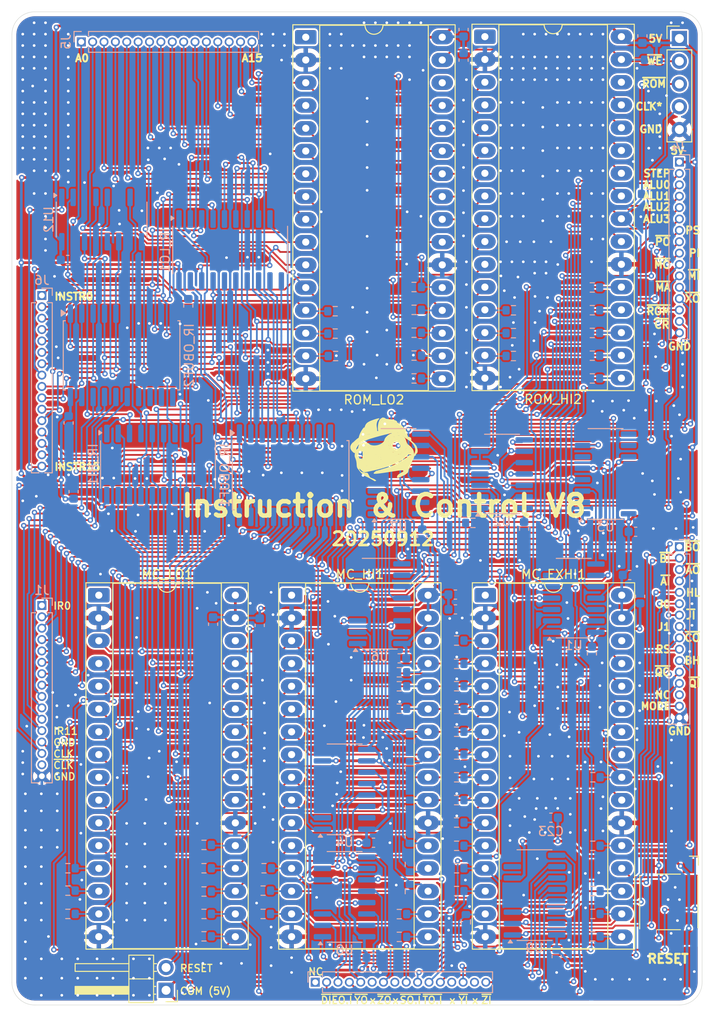
<source format=kicad_pcb>
(kicad_pcb (version 20241229) (generator "pcbnew") (generator_version "9.0")
  (layers (0 "F.Cu" signal) (2 "B.Cu" signal) (13 "F.Paste" user) (15 "B.Paste" user) (5 "F.SilkS" user "F.Silkscreen") (7 "B.SilkS" user "B.Silkscreen") (1 "F.Mask" user) (3 "B.Mask" user) (25 "Edge.Cuts" user))
  (net 0 "")
  (net 1 "+5V")
  (net 2 "GND")
  (net 3 "/INSTR13")
  (net 4 "/INSTR15")
  (net 5 "/INSTR10")
  (net 6 "/INSTR12")
  (net 7 "/MC8")
  (net 8 "/MC14")
  (net 9 "/INSTR11")
  (net 10 "/INSTR14")
  (net 11 "/MC9")
  (net 12 "/~{CLK}")
  (net 13 "/RS2^{*}")
  (net 14 "/MC13")
  (net 15 "/INSTR8")
  (net 16 "/INSTR9")
  (net 17 "/MC11")
  (net 18 "/MC15")
  (net 19 "/MC12")
  (net 20 "/MC10")
  (net 21 "/INSTR0")
  (net 22 "/INSTR3")
  (net 23 "Net-(IR_LO1-O4)")
  (net 24 "Net-(IR_LO1-O7)")
  (net 25 "/INSTR6")
  (net 26 "Net-(IR_LO1-O3)")
  (net 27 "Net-(IR_LO1-O6)")
  (net 28 "Net-(IR_LO1-O0)")
  (net 29 "/INSTR2")
  (net 30 "/INSTR7")
  (net 31 "/INSTR1")
  (net 32 "/INSTR5")
  (net 33 "Net-(IR_LO1-O5)")
  (net 34 "/INSTR4")
  (net 35 "Net-(IR_LO1-O2)")
  (net 36 "Net-(IR_LO1-O1)")
  (net 37 "/IR_OUT7")
  (net 38 "/IR_OUT2")
  (net 39 "/IR_OUT5")
  (net 40 "/IR_OUT6")
  (net 41 "/IR_OUT3")
  (net 42 "/IR_OUT4")
  (net 43 "/IR_OUT1")
  (net 44 "/~{IO}")
  (net 45 "/IR_OUT0")
  (net 46 "/ADDR2")
  (net 47 "/ADDR4")
  (net 48 "/CLK")
  (net 49 "/ADDR9")
  (net 50 "/ADDR8")
  (net 51 "/ADDR11")
  (net 52 "/ADDR5")
  (net 53 "/ADDR14")
  (net 54 "/ADDR12")
  (net 55 "/ADDR0")
  (net 56 "/ADDR1")
  (net 57 "/ADDR6")
  (net 58 "/ADDR7")
  (net 59 "/ADDR13")
  (net 60 "/~{QI}")
  (net 61 "/ADDR15")
  (net 62 "/~{QO}")
  (net 63 "/ADDR10")
  (net 64 "/ADDR3")
  (net 65 "/ALU3")
  (net 66 "/PI")
  (net 67 "Net-(IR_HI1-D1)")
  (net 68 "/~{BI}")
  (net 69 "Net-(IR_HI1-D0)")
  (net 70 "Net-(IR_HI1-D3)")
  (net 71 "/~{MA}")
  (net 72 "/~{MO}")
  (net 73 "/~{XO}")
  (net 74 "/ALU1")
  (net 75 "/~{CO}")
  (net 76 "/~{PO}")
  (net 77 "Net-(IR_HI1-D2)")
  (net 78 "/~{MI}")
  (net 80 "/ALU0")
  (net 81 "/~{AI}")
  (net 82 "/RS")
  (net 83 "/BO_HI")
  (net 84 "/~{BO}")
  (net 86 "/HL")
  (net 87 "/PS")
  (net 88 "/~{AO}")
  (net 90 "/ALU2")
  (net 91 "/IN2")
  (net 92 "/IN1")
  (net 93 "/IN0")
  (net 94 "/RS1^{*}")
  (net 95 "/IR_OUT10")
  (net 96 "/OUT2")
  (net 97 "/OUT1")
  (net 98 "/OUT0")
  (net 99 "/MC0")
  (net 100 "/MC2")
  (net 101 "/MC3")
  (net 102 "/MC1")
  (net 103 "Net-(IR_HI1-OE)")
  (net 105 "/IR_OUT9")
  (net 106 "/↓LATCH_INSTRUCTION")
  (net 107 "/EXEC_MODE")
  (net 108 "/~{RESET_MC_COUNTER}")
  (net 109 "/STEP")
  (net 110 "/MC4")
  (net 111 "/MC6")
  (net 112 "/~{CR}")
  (net 113 "/MC5")
  (net 114 "/MC7")
  (net 115 "Net-(IR_OBUF2-G1)")
  (net 116 "/IR_OUT8")
  (net 118 "/IR_OUT11")
  (net 119 "/J1")
  (net 120 "/~{JI}")
  (net 121 "/J0")
  (net 122 "/EXT_OUT1")
  (net 127 "/~{EI}")
  (net 128 "/~{DI}")
  (net 130 "/~{EO}")
  (net 131 "/~{TO}")
  (net 132 "/~{YO}")
  (net 133 "/~{TI}")
  (net 134 "/~{SO}")
  (net 135 "/~{ZO}")
  (net 136 "/~{YI}")
  (net 137 "/~{ZI}")
  (net 138 "/~{SI}")
  (net 139 "/EXT_IN0")
  (net 140 "/EXT_IN2")
  (net 141 "/EXT_OUT2")
  (net 142 "/EXT_OUT0")
  (net 143 "/EXT_IN1")
  (net 144 "/INHIBIT_MC")
  (net 145 "/~{ROM_WE}")
  (net 152 "Net-(U3A-J)")
  (net 153 "Net-(U4-CP)")
  (net 154 "/~{RESET_MC_COUNTER_NEXT_DOWNCLK}")
  (net 169 "/DISABLE_ROM")
  (footprint "Button_Switch_SMD:SW_SPST_Omron_B3FS-100xP" (layer "F.Cu") (at 85.2932 111.76 -90)
    (property "Reference" "SW1" (hide yes))
    (property "Value" "SW_Omron_B3FS" (hide yes))
  )
  (footprint "Package_DIP:DIP-32_W15.24mm_Socket_LongPads" (layer "F.Cu") (at 64.8 77.54)
    (property "Reference" "MC_EXHI1")
    (property "Value" "SST39SF010")
  )
  (footprint "Connector_PinHeader_2.54mm:PinHeader_1x02_P2.54mm_Horizontal" (layer "F.Cu") (at 29.1654 121.6202 180)
    (property "Reference" "J7" (hide yes))
    (property "Value" "Conn_01x02" (hide yes))
  )
  (footprint "Connector_PinHeader_2.54mm:PinHeader_1x05_P2.54mm_Vertical" (layer "F.Cu") (at 86.4725 15.42)
    (property "Reference" "J2" (hide yes))
    (property "Value" "Conn_01x05")
  )
  (footprint "Package_DIP:DIP-32_W15.24mm_Socket_LongPads" (layer "F.Cu") (at 64.76 15.22)
    (property "Reference" "ROM_HI2")
    (property "Value" "SST39SF010")
  )
  (footprint "Package_DIP:DIP-32_W15.24mm_Socket_LongPads" (layer "F.Cu") (at 21.66 77.54)
    (property "Reference" "MC_LO1")
    (property "Value" "SST39SF010")
  )
  (footprint "Package_DIP:DIP-32_W15.24mm_Socket_LongPads" (layer "F.Cu") (at 43.18 77.54)
    (property "Reference" "MC_HI1")
    (property "Value" "SST39SF010")
  )
  (footprint "Package_DIP:DIP-32_W15.24mm_Socket_LongPads" (layer "F.Cu") (at 44.76 15.28)
    (property "Reference" "ROM_LO2")
    (property "Value" "SST39SF010")
  )
  (footprint "Capacitor_SMD:C_0603_1608Metric" (layer "B.Cu") (at 62.3824 17.8308 -90)
    (property "Reference" "C3" (hide yes))
    (property "Value" "0.1uF")
  )
  (footprint "Resistor_SMD:R_0603_1608Metric" (layer "B.Cu") (at 61.6 100.4 180)
    (property "Reference" "R17" (hide yes))
    (property "Value" "1K")
  )
  (footprint "Resistor_SMD:R_0603_1608Metric" (layer "B.Cu") (at 61.6 105.5 180)
    (property "Reference" "R19" (hide yes))
    (property "Value" "1K")
  )
  (footprint "Package_SO:SOIC-20W_7.5x12.8mm_P1.27mm" (layer "B.Cu") (at 24.2 50.775 -90)
    (property "Reference" "IR_OBUF2")
    (property "Value" "74HCT541D,653")
  )
  (footprint "Resistor_SMD:R_0603_1608Metric" (layer "B.Cu") (at 76.8 113.1 180)
    (property "Reference" "R37" (hide yes))
    (property "Value" "1K")
  )
  (footprint "Resistor_SMD:R_0603_1608Metric" (layer "B.Cu") (at 76.8 105.5 180)
    (property "Reference" "R32" (hide yes))
    (property "Value" "1K")
  )
  (footprint "Resistor_SMD:R_0603_1608Metric" (layer "B.Cu") (at 61.6 90.231319 180)
    (property "Reference" "R13" (hide yes))
    (property "Value" "1K")
  )
  (footprint "Resistor_SMD:R_0603_1608Metric" (layer "B.Cu") (at 61.6 92.771319 180)
    (property "Reference" "R14" (hide yes))
    (property "Value" "1K")
  )
  (footprint "Capacitor_SMD:C_0603_1608Metric" (layer "B.Cu") (at 72.136 102.362 180)
    (property "Reference" "C23")
    (property "Value" "0.1uF")
  )
  (footprint "Package_SO:SOIC-16_3.9x9.9mm_P1.27mm" (layer "B.Cu") (at 21.971 35.625 -90)
    (property "Reference" "U12")
    (property "Value" "SN74HC257DR")
  )
  (footprint "Capacitor_SMD:C_0603_1608Metric" (layer "B.Cu") (at 72.771 117.856 -90)
    (property "Reference" "C14" (hide yes))
    (property "Value" "0.1uF")
  )
  (footprint "Resistor_SMD:R_0603_1608Metric" (layer "B.Cu") (at 33.4 113.1 180)
    (property "Reference" "R31" (hide yes))
    (property "Value" "1K")
  )
  (footprint "Capacitor_SMD:C_0603_1608Metric" (layer "B.Cu") (at 52.324 105.156)
    (property "Reference" "C7" (hide yes))
    (property "Value" "0.1uF")
  )
  (footprint "Resistor_SMD:R_0603_1608Metric" (layer "B.Cu") (at 61.6 102.9 180)
    (property "Reference" "R18" (hide yes))
    (property "Value" "1K")
  )
  (footprint "Capacitor_SMD:C_0603_1608Metric" (layer "B.Cu") (at 61.468 79.121)
    (property "Reference" "C19" (hide yes))
    (property "Value" "1uF")
  )
  (footprint "Resistor_SMD:R_0603_1608Metric" (layer "B.Cu") (at 63.437 69.469)
    (property "Reference" "R1" (hide yes))
    (property "Value" "1K")
  )
  (footprint "Resistor_SMD:R_0603_1608Metric" (layer "B.Cu") (at 56.85 53.35 180)
    (property "Reference" "R59" (hide yes))
    (property "Value" "1K")
  )
  (footprint "Resistor_SMD:R_0603_1608Metric" (layer "B.Cu") (at 56.85 50.8 180)
    (property "Reference" "R58" (hide yes))
    (property "Value" "1K")
  )
  (footprint "Capacitor_SMD:C_0603_1608Metric" (layer "B.Cu") (at 61.468 77.47)
    (property "Reference" "C6" (hide yes))
    (property "Value" "0.1uF")
  )
  (footprint "Resistor_SMD:R_0603_1608Metric" (layer "B.Cu") (at 62.6364 113.9952 -90)
    (property "Reference" "R40" (hide yes))
    (property "Value" "1K")
  )
  (footprint "Capacitor_SMD:C_0603_1608Metric" (layer "B.Cu") (at 34.417 80.772 -90)
    (property "Reference" "C15" (hide yes))
    (property "Value" "0.1uF")
  )
  (footprint "Resistor_SMD:R_0603_1608Metric" (layer "B.Cu") (at 40 110.5 180)
    (property "Reference" "R26" (hide yes))
    (property "Value" "1K")
  )
  (footprint "Resistor_SMD:R_0603_1608Metric" (layer "B.Cu") (at 61.6 110.55 180)
    (property "Reference" "R41" (hide yes))
    (property "Value" "1K")
  )
  (footprint "Resistor_SMD:R_0603_1608Metric" (layer "B.Cu") (at 55.2 113.12 180)
    (property "Reference" "R23" (hide yes))
    (property "Value" "1K")
  )
  (footprint "Resistor_SMD:R_0603_1608Metric" (layer "B.Cu") (at 56.388 110.617 -90)
    (property "Reference" "R22" (hide yes))
    (property "Value" "1K")
  )
  (footprint "Connector_PinHeader_1.27mm:PinHeader_1x16_P1.27mm_Vertical" (layer "B.Cu") (at 19.7 15.8 -90)
    (property "Reference" "J5")
    (property "Value" "Conn_01x16")
  )
  (footprint "Resistor_SMD:R_0603_1608Metric" (layer "B.Cu") (at 48.05 48.35)
    (property "Reference" "R61" (hide yes))
    (property "Value" "1K")
  )
  (footprint "Resistor_SMD:R_0603_1608Metric" (layer "B.Cu") (at 18.2 113.1 180)
    (property "Reference" "R34" (hide yes))
    (property "Value" "1K")
  )
  (footprint "Package_SO:SO-16_3.9x9.9mm_P1.27mm" (layer "B.Cu") (at 78.232 64.008)
    (property "Reference" "U3")
    (property "Value" "74HC109D,653")
  )
  (footprint "Resistor_SMD:R_0603_1608Metric" (layer "B.Cu") (at 61.6 108 180)
    (property "Reference" "R42" (hide yes))
    (property "Value" "1K")
  )
  (footprint "Capacitor_SMD:C_0603_1608Metric" (layer "B.Cu") (at 82.0928 77.6732 90)
    (property "Reference" "C20" (hide yes))
    (property "Value" "1uF")
  )
  (footprint "Resistor_SMD:R_0603_1608Metric" (layer "B.Cu") (at 48.05 45.85)
    (property "Reference" "R62" (hide yes))
    (property "Value" "1K")
  )
  (footprint "Package_SO:SOIC-16_3.9x9.9mm_P1.27mm" (layer "B.Cu") (at 53.021 78.486)
    (property "Reference" "U6")
    (property "Value" "SN74HCT138DR")
  )
  (footprint "Resistor_SMD:R_0603_1608Metric" (layer "B.Cu") (at 83.058 32.766 180)
    (property "Reference" "R67" (hide yes))
    (property "Value" "1K")
  )
  (footprint "Resistor_SMD:R_0603_1608Metric" (layer "B.Cu") (at 67.95 50.85)
    (property "Reference" "R52" (hide yes))
    (property "Value" "1K")
  )
  (footprint "Capacitor_SMD:C_0603_1608Metric" (layer "B.Cu") (at 82.3468 15.1384 90)
    (property "Reference" "C9" (hide yes))
    (property "Value" "0.1uF")
  )
  (footprint "Resistor_SMD:R_0603_1608Metric" (layer "B.Cu") (at 61.6 87.691319 180)
    (property "Reference" "R12" (hide yes))
    (property "Value" "1K")
  )
  (footprint "Resistor_SMD:R_0603_1608Metric" (layer "B.Cu") (at 56.85 45.7 180)
    (property "Reference" "R56" (hide yes))
    (property "Value" "1K")
  )
  (footprint "Resistor_SMD:R_0603_1608Metric" (layer "B.Cu") (at 56.388 101.219 -90)
    (property "Reference" "R9" (hide yes))
    (property "Value" "1K")
  )
  (footprint "Resistor_SMD:R_0603_1608Metric" (layer "B.Cu") (at 48.1 50.85)
    (property "Reference" "R60" (hide yes))
    (property "Value" "1K")
  )
  (footprint "Resistor_SMD:R_0603_1608Metric" (layer "B.Cu") (at 61.6 95.311319 180)
    (property "Reference" "R15" (hide yes))
    (property "Value" "1K")
  )
  (footprint "Resistor_SMD:R_0603_1608Metric" (layer "B.Cu") (at 76.8 115.6 180)
    (property "Reference" "R39" (hide yes))
    (property "Value" "1K")
  )
  (footprint "Package_SO:SOIC-16_3.9x9.9mm_P1.27mm" (layer "B.Cu") (at 49.1 99.2)
    (property "Reference" "U4")
    (property "Value" "74ACT161")
  )
  (footprint "Connector_PinHeader_1.27mm:PinHeader_1x16_P1.27mm_Vertical" (layer "B.Cu") (at 15.3 44.09 180)
    (property "Reference" "J6")
    (property "Value" "Conn_01x16")
  )
  (footprint "Resistor_SMD:R_0603_1608Metric" (layer "B.Cu") (at 56.85 48.25 180)
    (property "Reference" "R57" (hide yes))
    (property "Value" "1K")
  )
  (footprint "Package_SO:SOIC-20W_7.5x12.8mm_P1.27mm" (layer "B.Cu") (at 43.075 64.15 -90)
    (property "Reference" "IR_OBUF1")
    (property "Value" "74HCT541D,653")
  )
  (footprint "Capacitor_SMD:C_0603_1608Metric" (layer "B.Cu") (at 69.1388 70.1548 -90)
    (property "Reference" "C16" (hide yes))
    (property "Value" "0.1uF")
  )
  (footprint "Capacitor_SMD:C_0603_1608Metric" (layer "B.Cu") (at 18.288 58.3184 -90)
    (property "Reference" "C11" (hide yes))
    (property "Value" "0.1uF")
  )
  (footprint "Capacitor_SMD:C_0603_1608Metric" (layer "B.Cu") (at 83.9216 15.1384 90)
    (property "Reference" "C21" (hide yes))
    (property "Value" "1uF")
  )
  (footprint "Connector_PinHeader_1.27mm:PinHeader_1x16_P1.27mm_Vertical" (layer "B.Cu") (at 86.4725 72.136 180)
    (property "Reference" "J3" (hide yes))
    (property "Value" "Conn_01x16" (hide yes))
  )
  (footprint "Resistor_SMD:R_0603_1608Metric" (layer "B.Cu") (at 67.95 45.75)
    (property "Reference" "R54" (hide yes))
    (property "Value" "1K")
  )
  (footprint "Resistor_SMD:R_0603_1608Metric" (layer "B.Cu") (at 56.388 93.853 -90)
    (property "Reference" "R10" (hide yes))
    (property "Value" "1K")
  )
  (footprint "Capacitor_SMD:C_0603_1608Metric" (layer "B.Cu") (at 52.324 117.983)
    (property "Reference" "C8" (hide yes))
    (property "Value" "0.1uF")
  )
  (footprint "Resistor_SMD:R_0603_1608Metric" (layer "B.Cu") (at 33.4 110.6 180)
    (property "Reference" "R30" (hide yes))
    (property "Value" "1K")
  )
  (footprint "Resistor_SMD:R_0603_1608Metric" (layer "B.Cu") (at 33.4 105.4 180)
    (property "Reference" "R28" (hide yes))
    (property "Value" "1K")
  )
  (footprint "Resistor_SMD:R_0603_1608Metric" (layer "B.Cu") (at 40 113.1 180)
    (property "Reference" "R25" (hide yes))
    (property "Value" "1K")
  )
  (footprint "Resistor_SMD:R_0603_1608Metric" (layer "B.Cu") (at 83.4 17.8)
    (property "Reference" "R66" (hide yes))
    (property "Value" "1K")
  )
  (footprint "Resistor_SMD:R_0603_1608Metric" (layer "B.Cu") (at 76.75 53.35 180)
    (property "Reference" "R51" (hide yes))
    (property "Value" "1K")
  )
  (footprint "Resistor_SMD:R_0603_1608Metric" (layer "B.Cu") (at 56.388 96.901 -90)
    (property "Reference" "R8" (hide yes))
    (property "Value" "1K")
  )
  (footprint "Capacitor_SMD:C_0603_1608Metric" (layer "B.Cu") (at 31.6484 45.2628 -90)
    (property "Reference" "C4" (hide yes))
    (property "Value" "0.1uF")
  )
  (footprint "Package_SO:SOIC-16_3.9x9.9mm_P1.27mm" (layer "B.Cu") (at 70.3 111)
    (property "Reference" "U9")
    (property "Value" "SN74HCT138DR")
  )
  (footprint "Capacitor_SMD:C_0603_1608Metric" (layer "B.Cu") (at 55.2 84.582 180)
    (property "Reference" "C13" (hide yes))
    (property "Value" "0.1uF")
  )
  (footprint "Capacitor_SMD:C_0603_1608Metric" (layer "B.Cu") (at 80.9244 75.2856)
    (property "Reference" "C17" (hide yes))
    (property "Value" "0.1uF")
  )
  (footprint "Connector_PinHeader_1.27mm:PinHeader_1x16_P1.27mm_Vertical" (layer "B.Cu") (at 86.4725 29.21 180)
    (property "Reference" "J4")
    (property "Value" "Conn_01x16")
  )
  (footprint "Package_SO:SOIC-14_3.9x8.7mm_P1.27mm" (layer "B.Cu") (at 66.675 64.0155)
    (property "Reference" "U2")
    (property "Value" "SN74HCT02DR")
  )
  (footprint "Resistor_SMD:R_0603_1608Metric" (layer "B.Cu") (at 55.2 90.2 180)
    (property "Reference" "R11" (hide yes))
    (property "Value" "1K")
  )
  (footprint "Resistor_SMD:R_0603_1608Metric" (layer "B.Cu") (at 61.6 82.6 180)
    (property "Reference" "R4" (hide yes))
    (property "Value" "1K")
  )
  (footprint "Resistor_SMD:R_0603_1608Metric" (layer "B.Cu") (at 40.1 108 180)
    (property "Reference" "R27" (hide yes))
    (property "Value" "1K")
  )
  (footprint "Capacitor_SMD:C_0603_1608Metric" (layer "B.Cu") (at 81.5848 70.4596)
    (property "Reference" "C2" (hide yes))
    (property "Value" "0.1uF")
  )
  (footprint "Capacitor_SMD:C_0603_1608Metric" (layer "B.Cu") (at 62.3824 14.4272 90)
    (property "Reference" "C22" (hide yes))
    (property "Value" "1uF")
  )
  (footprint "Resistor_SMD:R_0603_1608Metric" (layer "B.Cu") (at 76.8 110.55 180)
    (property "Reference" "R35" (hide yes))
    (property "Value" "1K")
  )
  (footprint "Resistor_SMD:R_0603_1608Metric" (layer "B.Cu") (at 56.388 107.569 90)
    (property "Reference" "R21" (hide yes))
    (property "Value" "1K")
  )
  (footprint "Package_SO:SO-20_5.3x12.6mm_P1.27mm" (layer "B.Cu") (at 36.322 39.0225 -90)
    (property "Reference" "IR_LO1")
    (property "Value" "74HCT374")
  )
  (footprint "Capacitor_SMD:C_0603_1608Metric" (layer "B.Cu") (at 18.1864 40.132)
    (property "Reference" "C10" (hide yes))
    (property "Value" "0.1uF")
  )
  (footprint "Package_SO:SOIC-16_3.9x9.9mm_P1.27mm" (layer "B.Cu") (at 49.1 111.2)
    (property "Reference" "U8")
    (property "Value" "SN74HCT138DR")
  )
  (footprint "Resistor_SMD:R_0603_1608Metric" (layer "B.Cu") (at 76.8 97.85)
    (property "Reference" "R3" (hide yes))
    (property "Value" "1K")
  )
  (footprint "Capacitor_SMD:C_0603_1608Metric" (layer "B.Cu") (at 76.708 84.074 -90)
    (property "Reference" "C18" (hide yes))
    (property "Value" "0.1uF")
  )
  (footprint "Resistor_SMD:R_0603_1608Metric" (layer "B.Cu") (at 55.2 86.141 180)
    (property "Reference" "R5" (hide yes))
    (property "Value" "1K")
  )
  (footprint "Resistor_SMD:R_0603_1608Metric" (layer "B.Cu") (at 76.75 43.2 180)
    (property "Reference" "R47" (hide yes))
    (property "Value" "1K")
  )
  (footprint "Resistor_SMD:R_0603_1608Metric" (layer "B.Cu") (at 76.75 45.7375 180)
    (property "Reference" "R48" (hide yes))
    (property "Value" "1K")
  )
  (footprint "Connector_PinHeader_1.27mm:PinHeader_1x16_P1.27mm_Vertical" (layer "B.Cu") (at 45.82 120.7189 -90)
    (property "Reference" "J9" (hide yes))
    (property "Value" "Conn_01x16")
  )
  (footprint "Capacitor_SMD:C_0603_1608Metric" (layer "B.Cu") (at 39.624 80.899 -90)
    (property "Reference" "C1" (hide yes))
    (property "Value" "1uF")
  )
  (footprint "Resistor_SMD:R_0603_1608Metric" (layer "B.Cu") (at 67.95 48.3)
    (property "Reference" "R53" (hide yes))
    (property "Value" "1K")
  )
  (footprint "Resistor_SMD:R_0603_1608Metric" (layer "B.Cu") (at 33.4 115.6 180)
    (property "Reference" "R33" (hide yes))
    (property "Value" "1K")
  )
  (footprint "Resistor_SMD:R_0603_1608Metric" (layer "B.Cu") (at 55.2 115.66 180)
    (property "Reference" "R24" (hide yes))
    (property "Value" "1K")
  )
  (footprint "Resistor_SMD:R_0603_1608Metric" (layer "B.Cu") (at 33.4 108 180)
    (property "Reference" "R29" (hide yes))
    (property "Value" "1K")
  )
  (footprint "Package_SO:SO-20_5.3x12.6mm_P1.27mm" (layer "B.Cu") (at 28.265 62.9585 -90)
    (property "Reference" "IR_HI1")
    (property "Value" "74HCT374")
  )
  (footprint "Resistor_SMD:R_0603_1608Metric" (layer "B.Cu") (at 76.75 48.275 180)
    (property "Reference" "R49" (hide yes))
    (property "Value" "1K")
  )
  (footprint "Resistor_SMD:R_0603_1608Metric" (layer "B.Cu") (at 18.2 108 180)
    (property "Reference" "R38" (hide yes))
    (property "Value" "1K")
  )
  (footprint "Resistor_SMD:R_0603_1608Metric" (layer "B.Cu") (at 56.85 43.15 180)
    (property "Reference" "R55" (hide yes))
    (property "Value" "1K")
  )
  (footprint "Resistor_SMD:R_0603_1608Metric" (layer "B.Cu") (at 55.2 87.7 180)
    (property "Reference" "R6" (hide yes))
    (property "Value" "1K")
  )
  (footprint "Resistor_SMD:R_0603_1608Metric" (layer "B.Cu") (at 61.6 85.2 180)
    (property "Reference" "R7" (hide yes))
    (property "Value" "1K")
  )
  (footprint "Package_SO:SOIC-14_3.9x8.7mm_P1.27mm" (layer "B.Cu") (at 74.676 77.866)
    (property "Reference" "U1")
    (property "Value" "SN74ACT32DR")
  )
  (footprint "Resistor_SMD:R_0603_1608Metric" (layer "B.Cu") (at 76.75 50.8125 180)
    (property "Reference" "R50" (hide yes))
    (property "Value" "1K")
  )
  (footprint "Resistor_SMD:R_0603_1608Metric" (layer "B.Cu") (at 56.388 104.394 90)
    (property "Reference" "R20" (hide yes))
    (property "Value" "1K")
  )
  (footprint "Package_SO:SOIC-16_3.9x9.9mm_P1.27mm" (layer "B.Cu") (at 55.118 64.008)
    (property "Reference" "U7")
    (property "Value" "SN74HCT138DR")
  )
  (footprint "Capacitor_SMD:C_0603_1608Metric" (layer "B.Cu") (at 57.7596 70.9676 -90)
    (property "Reference" "C12" (hide yes))
    (property "Value" "0.1uF")
  )
  (footprint "Resistor_SMD:R_0603_1608Metric" (layer "B.Cu") (at 18.2 110.5 180)
    (property "Reference" "R36" (hide yes))
    (property "Value" "1K")
  )
  (footprint "Resistor_SMD:R_0603_1608Metric" (layer "B.Cu") (at 61.6 97.851319 180)
    (property "Reference" "R16" (hide yes))
    (property "Value" "1K")
  )
  (footprint "Connector_PinHeader_1.27mm:PinHeader_1x16_P1.27mm_Vertical" (layer "B.Cu") (at 15.3 78.68 180)
    (property "Reference" "J1")
    (property "Value" "Conn_01x16")
  )
  (footprint "Capacitor_SMD:C_0603_1608Metric" (layer "B.Cu") (at 18.8468 65.9892 90)
    (property "Reference" "C5" (hide yes))
    (property "Value" "0.1uF")
  )
  (gr_poly (pts (xy 53.429511 63.430787) (xy 53.42827 63.433302) (xy 53.42695 63.43564) (xy 53.425553 63.437811) (xy 53.424083 63.439821) (xy 53.422542 63.441677) (xy 53.420933 63.443387) (xy 53.419259 63.444958) (xy 53.417523 63.446397) (xy 53.415728 63.447712) (xy 53.413877 63.448909) (xy 53.411973 63.449996) (xy 53.410018 63.450981) (xy 53.408015 63.45187) (xy 53.405969 63.452671) (xy 53.40388 63.453392) (xy 53.39959 63.454618) (xy 53.395167 63.455609) (xy 53.390637 63.456421) (xy 53.386021 63.457112) (xy 53.376626 63.458368) (xy 53.371894 63.459048) (xy 53.367169 63.459841) (xy 53.368446 63.457324) (xy 53.369794 63.454979) (xy 53.37121 63.452797) (xy 53.372692 63.450772) (xy 53.374238 63.448896) (xy 53.375845 63.447162) (xy 53.37751 63.445562) (xy 53.379231 63.44409) (xy 53.381005 63.442738) (xy 53.38283 63.441499) (xy 53.384703 63.440366) (xy 53.386622 63.439331) (xy 53.388583 63.438387) (xy 53.390586 63.437527) (xy 53.394703 63.436029) (xy 53.398951 63.434779) (xy 53.403311 63.433719) (xy 53.407761 63.43279) (xy 53.412283 63.431936) (xy 53.421457 63.430215) (xy 53.426068 63.429232) (xy 53.430669 63.428091)) (stroke (width -0.000001)) (fill yes) (layer "F.SilkS"))
  (gr_poly (pts (xy 56.234817 62.799424) (xy 56.244513 62.800602) (xy 56.253805 62.802559) (xy 56.262692 62.805297) (xy 56.271176 62.808814) (xy 56.279255 62.813112) (xy 56.286931 62.818189) (xy 56.294203 62.824046) (xy 56.301072 62.830683) (xy 56.307537 62.838098) (xy 56.313599 62.846293) (xy 56.319257 62.855268) (xy 56.319919 62.856591) (xy 56.317642 62.891765) (xy 56.315342 62.919891) (xy 56.312749 62.9417) (xy 56.311259 62.950466) (xy 56.309594 62.957928) (xy 56.307721 62.964178) (xy 56.305605 62.969308) (xy 56.303214 62.973408) (xy 56.300513 62.976572) (xy 56.297469 62.97889) (xy 56.294047 62.980455) (xy 56.290214 62.981357) (xy 56.285937 62.981689) (xy 56.275912 62.981009) (xy 56.263702 62.979148) (xy 56.249036 62.976839) (xy 56.231645 62.974816) (xy 56.211259 62.973813) (xy 56.199857 62.973922) (xy 56.187606 62.974562) (xy 56.17447 62.975823) (xy 56.160416 62.977797) (xy 56.14541 62.980577) (xy 56.129419 62.984253) (xy 56.145289 62.985279) (xy 56.157317 62.987798) (xy 56.165715 62.991713) (xy 56.170692 62.996929) (xy 56.172457 63.003347) (xy 56.17122 63.010873) (xy 56.167192 63.019409) (xy 56.16058 63.028859) (xy 56.151596 63.039128) (xy 56.140448 63.050117) (xy 56.112502 63.073875) (xy 56.078418 63.099361) (xy 56.039874 63.125804) (xy 55.998548 63.152434) (xy 55.956116 63.178478) (xy 55.874644 63.225726) (xy 55.808877 63.261377) (xy 55.772232 63.279263) (xy 55.742484 63.289756) (xy 55.70869 63.299459) (xy 55.671424 63.308451) (xy 55.631258 63.316811) (xy 55.544525 63.331945) (xy 55.453078 63.345491) (xy 55.274402 63.370327) (xy 55.196349 63.382872) (xy 55.162153 63.389452) (xy 55.13194 63.39634) (xy 55.126741 63.397795) (xy 55.121684 63.399423) (xy 55.11677 63.401208) (xy 55.111998 63.403139) (xy 55.102878 63.407378) (xy 55.094319 63.412029) (xy 55.086319 63.416984) (xy 55.078873 63.42213) (xy 55.071978 63.427357) (xy 55.065629 63.432555) (xy 55.054554 63.442423) (xy 55.045619 63.450849) (xy 55.038793 63.456949) (xy 55.036161 63.458851) (xy 55.034044 63.45984) (xy 55.031101 63.460372) (xy 55.028575 63.460377) (xy 55.026434 63.459893) (xy 55.024646 63.458957) (xy 55.023179 63.457603) (xy 55.022001 63.45587) (xy 55.021079 63.453792) (xy 55.020381 63.451407) (xy 55.019874 63.44875) (xy 55.019528 63.445859) (xy 55.019184 63.439516) (xy 55.018996 63.42561) (xy 55.018635 63.418628) (xy 55.018275 63.415257) (xy 55.017753 63.412014) (xy 55.017036 63.408936) (xy 55.016092 63.406059) (xy 55.014889 63.403419) (xy 55.013394 63.401053) (xy 55.011576 63.398998) (xy 55.009402 63.397288) (xy 55.00684 63.395961) (xy 55.003857 63.395054) (xy 55.000422 63.394601) (xy 54.996503 63.394641) (xy 54.992066 63.395209) (xy 54.987081 63.39634) (xy 54.986717 63.396658) (xy 54.986368 63.397348) (xy 54.985688 63.399748) (xy 54.984249 63.407978) (xy 54.982406 63.419525) (xy 54.981223 63.426073) (xy 54.979805 63.432886) (xy 54.978107 63.439777) (xy 54.976086 63.446557) (xy 54.973697 63.453039) (xy 54.972351 63.456109) (xy 54.970896 63.459034) (xy 54.969326 63.461791) (xy 54.967636 63.464355) (xy 54.965821 63.466704) (xy 54.963875 63.468814) (xy 54.961793 63.470661) (xy 54.959568 63.472222) (xy 54.957195 63.473474) (xy 54.954669 63.474393) (xy 54.889644 63.492778) (xy 54.831006 63.507066) (xy 54.778024 63.517717) (xy 54.72997 63.525191) (xy 54.686112 63.529947) (xy 54.645723 63.532447) (xy 54.608072 63.533151) (xy 54.572429 63.532518) (xy 54.435352 63.525831) (xy 54.398808 63.525422) (xy 54.359896 63.526437) (xy 54.317884 63.529339) (xy 54.272044 63.534586) (xy 54.231246 63.540849) (xy 54.188592 63.548573) (xy 54.098411 63.567483) (xy 53.903447 63.61272) (xy 53.801453 63.635374) (xy 53.698312 63.655601) (xy 53.646747 63.664231) (xy 53.595419 63.671566) (xy 53.544501 63.677375) (xy 53.494169 63.681429) (xy 53.486537 63.677514) (xy 53.481046 63.673232) (xy 53.477575 63.668613) (xy 53.476002 63.663689) (xy 53.476205 63.658492) (xy 53.478063 63.653053) (xy 53.481452 63.647404) (xy 53.486252 63.641577) (xy 53.492341 63.635602) (xy 53.499597 63.629511) (xy 53.517121 63.617108) (xy 53.537851 63.604619) (xy 53.560811 63.592298) (xy 53.585027 63.580395) (xy 53.609524 63.569162) (xy 53.655462 63.549717) (xy 53.690826 63.535976) (xy 53.70782 63.529955) (xy 53.826485 63.493978) (xy 53.942142 63.456823) (xy 54.169022 63.380962) (xy 54.282539 63.343249) (xy 54.397638 63.306341) (xy 54.515466 63.270736) (xy 54.637169 63.23693) (xy 54.649781 63.224526) (xy 54.662772 63.212762) (xy 54.676086 63.201666) (xy 54.689663 63.191268) (xy 54.703446 63.181599) (xy 54.717378 63.172689) (xy 54.731399 63.164568) (xy 54.745452 63.157265) (xy 54.759478 63.150811) (xy 54.773421 63.145236) (xy 54.787221 63.14057) (xy 54.800822 63.136843) (xy 54.814164 63.134084) (xy 54.827189 63.132325) (xy 54.839841 63.131594) (xy 54.85206 63.131923) (xy 54.863789 63.133341) (xy 54.87497 63.135877) (xy 54.885544 63.139563) (xy 54.895454 63.144429) (xy 54.904642 63.150503) (xy 54.913049 63.157817) (xy 54.920618 63.1664) (xy 54.927291 63.176282) (xy 54.933009 63.187494) (xy 54.937714 63.200065) (xy 54.94135 63.214025) (xy 54.943857 63.229405) (xy 54.945177 63.246235) (xy 54.945253 63.264544) (xy 54.944027 63.284363) (xy 54.94144 63.305721) (xy 55.005305 63.272217) (xy 55.034493 63.257512) (xy 55.062311 63.244185) (xy 55.089101 63.232245) (xy 55.115208 63.221703) (xy 55.140976 63.212567) (xy 55.166749 63.204849) (xy 55.19287 63.198556) (xy 55.219685 63.193699) (xy 55.247536 63.190288) (xy 55.276768 63.188333) (xy 55.307725 63.187842) (xy 55.34075 63.188826) (xy 55.376188 63.191295) (xy 55.414382 63.195258) (xy 55.420865 63.200695) (xy 55.427164 63.205598) (xy 55.433282 63.209967) (xy 55.439217 63.2138) (xy 55.444969 63.2171) (xy 55.450539 63.219865) (xy 55.455925 63.222096) (xy 55.461129 63.223793) (xy 55.46615 63.224957) (xy 55.470987 63.225586) (xy 55.475641 63.225682) (xy 55.480111 63.225244) (xy 55.484398 63.224273) (xy 55.488501 63.222769) (xy 55.49242 63.220731) (xy 55.496155 63.218161) (xy 55.499706 63.215057) (xy 55.503073 63.211421) (xy 55.506256 63.207252) (xy 55.509254 63.20255) (xy 55.512068 63.197317) (xy 55.514696 63.19155) (xy 55.51714 63.185252) (xy 55.5194 63.178421) (xy 55.521473 63.171059) (xy 55.523362 63.163165) (xy 55.525066 63.154739) (xy 55.526584 63.145781) (xy 55.527916 63.136292) (xy 55.529063 63.126272) (xy 55.530024 63.11572) (xy 55.530799 63.104638) (xy 55.545015 63.10508) (xy 55.558393 63.104919) (xy 55.570932 63.104158) (xy 55.582631 63.102798) (xy 55.593488 63.100841) (xy 55.603504 63.098289) (xy 55.612677 63.095145) (xy 55.621006 63.091409) (xy 55.62849 63.087084) (xy 55.631914 63.084701) (xy 55.635127 63.082172) (xy 55.638129 63.079496) (xy 55.640919 63.076674) (xy 55.643496 63.073707) (xy 55.645862 63.070594) (xy 55.648015 63.067335) (xy 55.649957 63.063931) (xy 55.651685 63.060383) (xy 55.653201 63.05669) (xy 55.654505 63.052853) (xy 55.655595 63.048871) (xy 55.657138 63.040476) (xy 55.681866 63.047881) (xy 55.692472 63.050702) (xy 55.702045 63.052837) (xy 55.710692 63.054212) (xy 55.714701 63.054592) (xy 55.718518 63.054754) (xy 55.722156 63.05469) (xy 55.725629 63.054389) (xy 55.72895 63.053844) (xy 55.732131 63.053044) (xy 55.735186 63.05198) (xy 55.738129 63.050644) (xy 55.740972 63.049026) (xy 55.743728 63.047116) (xy 55.746412 63.044907) (xy 55.749035 63.042387) (xy 55.751612 63.039549) (xy 55.754155 63.036383) (xy 55.756678 63.03288) (xy 55.759194 63.02903) (xy 55.764257 63.020255) (xy 55.769449 63.009984) (xy 55.774878 62.998143) (xy 55.937596 62.955148) (xy 55.973618 62.92546) (xy 56.008012 62.898902) (xy 56.04078 62.875474) (xy 56.071924 62.855175) (xy 56.101444 62.838003) (xy 56.12934 62.823959) (xy 56.155615 62.813039) (xy 56.180269 62.805245) (xy 56.191988 62.80252) (xy 56.203302 62.800575) (xy 56.214212 62.799411) (xy 56.224717 62.799027)) (stroke (width -0.000001)) (fill yes) (layer "F.SilkS"))
  (gr_poly (pts (xy 51.605044 59.602464) (xy 51.601192 59.607405) (xy 51.599251 59.609741) (xy 51.597293 59.611921) (xy 51.595311 59.613895) (xy 51.59431 59.61479) (xy 51.593301 59.615614) (xy 51.592283 59.616363) (xy 51.591255 59.617029) (xy 51.590218 59.617607) (xy 51.589169 59.618091) (xy 51.605897 59.601363)) (stroke (width -0.000001)) (fill yes) (layer "F.SilkS"))
  (gr_poly (pts (xy 56.256419 63.491591) (xy 56.254309 63.512652) (xy 56.251726 63.533668) (xy 56.245288 63.575575) (xy 56.237409 63.617327) (xy 56.22839 63.658939) (xy 56.218534 63.700428) (xy 56.208143 63.741808) (xy 56.186966 63.824304) (xy 56.144715 63.866389) (xy 56.123807 63.886905) (xy 56.102961 63.906986) (xy 56.105513 63.891172) (xy 56.107487 63.876676) (xy 56.108918 63.863435) (xy 56.109839 63.851382) (xy 56.110286 63.840453) (xy 56.110292 63.830584) (xy 56.109892 63.821708) (xy 56.109121 63.813762) (xy 56.108012 63.80668) (xy 56.106601 63.800397) (xy 56.104921 63.794849) (xy 56.103008 63.78997) (xy 56.100894 63.785696) (xy 56.098616 63.781961) (xy 56.096206 63.778702) (xy 56.093701 63.775852) (xy 56.091133 63.773347) (xy 56.088538 63.771122) (xy 56.083402 63.767253) (xy 56.078568 63.763725) (xy 56.07635 63.761926) (xy 56.074312 63.760018) (xy 56.072486 63.757936) (xy 56.070908 63.755614) (xy 56.069612 63.752988) (xy 56.068632 63.749993) (xy 56.068004 63.746564) (xy 56.06776 63.742636) (xy 56.067936 63.738144) (xy 56.068565 63.733023) (xy 56.069671 63.728492) (xy 56.071591 63.72324) (xy 56.077668 63.710758) (xy 56.086393 63.695947) (xy 56.097359 63.679176) (xy 56.110163 63.660816) (xy 56.124399 63.641238) (xy 56.155547 63.599904) (xy 56.217207 63.518896) (xy 56.230127 63.501149) (xy 56.241239 63.485144) (xy 56.250138 63.471251) (xy 56.256419 63.45984)) (stroke (width -0.000001)) (fill yes) (layer "F.SilkS"))
  (gr_poly (pts (xy 55.107169 59.928928) (xy 55.212984 59.937356) (xy 55.321088 59.950415) (xy 55.430918 59.967341) (xy 55.430919 59.967341) (xy 55.45758 59.981095) (xy 55.483935 59.99558) (xy 55.509913 60.010812) (xy 55.53544 60.02681) (xy 55.560444 60.043591) (xy 55.584852 60.061173) (xy 55.608591 60.079572) (xy 55.631589 60.098806) (xy 55.653773 60.118893) (xy 55.675071 60.13985) (xy 55.695409 60.161694) (xy 55.714716 60.184444) (xy 55.732918 60.208116) (xy 55.749942 60.232728) (xy 55.765717 60.258297) (xy 55.780169 60.284841) (xy 55.752098 60.265545) (xy 55.703936 60.233164) (xy 55.657013 60.202148) (xy 55.640684 60.191667) (xy 55.632663 60.186945) (xy 55.630357 60.186083) (xy 55.62779 60.185587) (xy 55.624984 60.185436) (xy 55.621957 60.185603) (xy 55.618729 60.186065) (xy 55.61532 60.186798) (xy 55.608034 60.188981) (xy 55.600257 60.191959) (xy 55.592143 60.195538) (xy 55.57553 60.20373) (xy 55.559444 60.212015) (xy 55.551989 60.21571) (xy 55.545134 60.21885) (xy 55.539034 60.221242) (xy 55.533847 60.222694) (xy 55.531643 60.223006) (xy 55.529726 60.223011) (xy 55.528116 60.222685) (xy 55.52683 60.222002) (xy 55.526096 60.221164) (xy 55.5255 60.219908) (xy 55.525034 60.218262) (xy 55.524687 60.216253) (xy 55.524317 60.211262) (xy 55.524319 60.205156) (xy 55.524619 60.198159) (xy 55.525144 60.190493) (xy 55.526582 60.174047) (xy 55.528051 60.157601) (xy 55.52897 60.142937) (xy 55.529041 60.136832) (xy 55.528757 60.13184) (xy 55.528458 60.129832) (xy 55.528044 60.128185) (xy 55.527504 60.126929) (xy 55.52683 60.126091) (xy 55.52484 60.125035) (xy 55.522483 60.124333) (xy 55.519782 60.123962) (xy 55.516761 60.123901) (xy 55.513445 60.124127) (xy 55.509857 60.124619) (xy 55.501964 60.126308) (xy 55.493271 60.128792) (xy 55.483972 60.131893) (xy 55.464322 60.139237) (xy 55.444549 60.146923) (xy 55.435095 60.15045) (xy 55.426185 60.153531) (xy 55.418012 60.155988) (xy 55.410768 60.157643) (xy 55.407553 60.158115) (xy 55.404643 60.15832) (xy 55.402061 60.158236) (xy 55.39983 60.157841) (xy 55.3911 60.144557) (xy 55.382034 60.132225) (xy 55.372645 60.120823) (xy 55.362944 60.110329) (xy 55.352945 60.100724) (xy 55.342659 60.091984) (xy 55.332101 60.08409) (xy 55.321282 60.077019) (xy 55.310215 60.07075) (xy 55.298913 60.065262) (xy 55.287387 60.060534) (xy 55.275652 60.056545) (xy 55.263719 60.053272) (xy 55.2516 60.050695) (xy 55.23931 60.048792) (xy 55.226859 60.047543) (xy 55.214261 60.046925) (xy 55.201528 60.046917) (xy 55.188674 60.047499) (xy 55.17571 60.048648) (xy 55.162648 60.050344) (xy 55.149503 60.052566) (xy 55.12301 60.058498) (xy 55.096331 60.066275) (xy 55.069566 60.075727) (xy 55.042817 60.086682) (xy 55.016184 60.098971) (xy 54.98708 60.062591) (xy 54.979142 60.062498) (xy 54.971205 60.062343) (xy 54.967236 60.0623) (xy 54.963267 60.062312) (xy 54.959299 60.062401) (xy 54.95533 60.062591) (xy 54.953359 60.068662) (xy 54.951167 60.074474) (xy 54.948754 60.080027) (xy 54.946118 60.085321) (xy 54.943262 60.090356) (xy 54.940182 60.095133) (xy 54.936881 60.099651) (xy 54.933357 60.103911) (xy 54.92961 60.107914) (xy 54.92564 60.111659) (xy 54.921447 60.115147) (xy 54.91703 60.118378) (xy 54.912389 60.121352) (xy 54.907524 60.12407) (xy 54.902435 60.126531) (xy 54.897121 60.128737) (xy 54.891583 60.130686) (xy 54.885819 60.13238) (xy 54.879831 60.133819) (xy 54.873616 60.135003) (xy 54.867176 60.135931) (xy 54.86051 60.136605) (xy 54.853618 60.137025) (xy 54.846499 60.137191) (xy 54.839154 60.137103) (xy 54.831581 60.136761) (xy 54.823782 60.136166) (xy 54.815754 60.135318) (xy 54.8075 60.134216) (xy 54.799017 60.132863) (xy 54.790306 60.131256) (xy 54.781366 60.129398) (xy 54.777273 60.156474) (xy 54.771443 60.182883) (xy 54.763875 60.208626) (xy 54.754567 60.233702) (xy 54.743519 60.258111) (xy 54.73073 60.281854) (xy 54.716199 60.30493) (xy 54.699924 60.327339) (xy 54.681906 60.349082) (xy 54.662142 60.370159) (xy 54.640633 60.390568) (xy 54.617376 60.410311) (xy 54.592372 60.429387) (xy 54.565619 60.447797) (xy 54.537115 60.46554) (xy 54.506861 60.482617) (xy 54.473131 60.528755) (xy 54.438927 60.573908) (xy 54.404274 60.618085) (xy 54.369195 60.661293) (xy 54.333713 60.70354) (xy 54.29785 60.744833) (xy 54.261632 60.785181) (xy 54.22508 60.824591) (xy 54.22306 60.792678) (xy 54.222129 60.765557) (xy 54.222167 60.742717) (xy 54.223054 60.723646) (xy 54.22467 60.707835) (xy 54.226894 60.694773) (xy 54.229606 60.68395) (xy 54.232687 60.674853) (xy 54.246288 60.645532) (xy 54.249407 60.637415) (xy 54.252174 60.627961) (xy 54.254468 60.61666) (xy 54.256168 60.603002) (xy 54.255988 60.602722) (xy 54.255463 60.602498) (xy 54.253473 60.602189) (xy 54.246391 60.601948) (xy 54.236425 60.601863) (xy 54.22508 60.601514) (xy 54.219359 60.60111) (xy 54.213858 60.600483) (xy 54.208764 60.599581) (xy 54.206428 60.599011) (xy 54.204264 60.598352) (xy 54.202297 60.597598) (xy 54.200548 60.596742) (xy 54.199042 60.595779) (xy 54.197802 60.594701) (xy 54.196852 60.593502) (xy 54.196215 60.592175) (xy 54.195915 60.590714) (xy 54.195975 60.589112) (xy 54.207157 60.526522) (xy 54.22081 60.467674) (xy 54.236865 60.412471) (xy 54.255252 60.360818) (xy 54.2759 60.31262) (xy 54.298738 60.26778) (xy 54.323697 60.226203) (xy 54.350705 60.187793) (xy 54.379693 60.152454) (xy 54.41059 60.120092) (xy 54.443326 60.090609) (xy 54.47783 60.063911) (xy 54.514033 60.039902) (xy 54.551863 60.018486) (xy 54.59125 59.999568) (xy 54.632125 59.983051) (xy 54.674415 59.96884) (xy 54.718053 59.956839) (xy 54.762966 59.946954) (xy 54.809084 59.939087) (xy 54.856338 59.933144) (xy 54.904656 59.929028) (xy 54.953968 59.926644) (xy 55.004205 59.925897)) (stroke (width -0.000001)) (fill yes) (layer "F.SilkS"))
  (gr_poly (pts (xy 53.901656 59.718895) (xy 53.892718 59.728193) (xy 53.883812 59.737072) (xy 53.879443 59.741217) (xy 53.875169 59.745091) (xy 53.906375 59.713885)) (stroke (width -0.000001)) (fill yes) (layer "F.SilkS"))
  (gr_poly (pts (xy 50.485034 62.485636) (xy 50.49236 62.495027) (xy 50.506879 62.512395) (xy 50.513687 62.520644) (xy 50.51994 62.528785) (xy 50.522798 62.532858) (xy 50.525445 62.536956) (xy 50.527856 62.541094) (xy 50.530009 62.545292) (xy 50.531879 62.549565) (xy 50.533442 62.55393) (xy 50.534674 62.558406) (xy 50.535551 62.563008) (xy 50.53605 62.567754) (xy 50.536145 62.572661) (xy 50.535814 62.577746) (xy 50.535032 62.583026) (xy 50.533775 62.588518) (xy 50.53202 62.59424) (xy 50.529741 62.600208) (xy 50.526916 62.606439) (xy 50.523521 62.612951) (xy 50.51953 62.619761) (xy 50.514921 62.626885) (xy 50.509669 62.634341) (xy 50.506469 62.630018) (xy 50.503557 62.625611) (xy 50.500918 62.621123) (xy 50.498538 62.616559) (xy 50.496402 62.611923) (xy 50.494496 62.60722) (xy 50.491314 62.59763) (xy 50.488876 62.587822) (xy 50.487066 62.577833) (xy 50.485768 62.567696) (xy 50.484865 62.557446) (xy 50.48288 62.516022) (xy 50.48221 62.505734) (xy 50.481237 62.495543) (xy 50.479846 62.485484) (xy 50.477919 62.475591)) (stroke (width -0.000001)) (fill yes) (layer "F.SilkS"))
  (gr_poly (pts (xy 55.03095 59.719327) (xy 55.074414 59.722395) (xy 55.117389 59.726749) (xy 55.159579 59.732146) (xy 55.240419 59.745091) (xy 55.266017 59.74981) (xy 55.291342 59.755744) (xy 55.316398 59.762838) (xy 55.341188 59.771035) (xy 55.365714 59.780279) (xy 55.38998 59.790515) (xy 55.43774 59.813738) (xy 55.484493 59.840255) (xy 55.530262 59.869618) (xy 55.575069 59.901381) (xy 55.618939 59.935095) (xy 55.661893 59.970313) (xy 55.703957 60.006587) (xy 55.785502 60.080512) (xy 55.863761 60.153291) (xy 55.938919 60.221341) (xy 55.94767 60.244611) (xy 55.956096 60.268222) (xy 55.964243 60.292081) (xy 55.972157 60.316095) (xy 56.002419 60.411841) (xy 56.034169 60.475341) (xy 56.052277 60.521974) (xy 56.056397 60.533593) (xy 56.058316 60.539493) (xy 56.060121 60.545476) (xy 56.061799 60.55156) (xy 56.063334 60.557762) (xy 56.064713 60.5641) (xy 56.065919 60.570591) (xy 56.072621 60.580563) (xy 56.075688 60.585388) (xy 56.078477 60.590093) (xy 56.080921 60.594671) (xy 56.082953 60.599112) (xy 56.083794 60.601279) (xy 56.084507 60.603408) (xy 56.085083 60.605499) (xy 56.085515 60.60755) (xy 56.085794 60.60956) (xy 56.085911 60.611529) (xy 56.085858 60.613454) (xy 56.085627 60.615336) (xy 56.08521 60.617173) (xy 56.084598 60.618963) (xy 56.083783 60.620706) (xy 56.082756 60.622401) (xy 56.081509 60.624047) (xy 56.080033 60.625642) (xy 56.078321 60.627185) (xy 56.076364 60.628676) (xy 56.074154 60.630113) (xy 56.071682 60.631495) (xy 56.06894 60.632821) (xy 56.065919 60.634091) (xy 56.071384 60.642602) (xy 56.07612 60.650772) (xy 56.080128 60.658601) (xy 56.083407 60.666089) (xy 56.085957 60.673235) (xy 56.087778 60.680041) (xy 56.088416 60.683316) (xy 56.088871 60.686506) (xy 56.089145 60.68961) (xy 56.089236 60.69263) (xy 56.089145 60.695563) (xy 56.088871 60.698412) (xy 56.088416 60.701176) (xy 56.087778 60.703854) (xy 56.086959 60.706447) (xy 56.085957 60.708954) (xy 56.084773 60.711376) (xy 56.083407 60.713714) (xy 56.081858 60.715965) (xy 56.080128 60.718132) (xy 56.078215 60.720213) (xy 56.07612 60.722209) (xy 56.073843 60.72412) (xy 56.071384 60.725945) (xy 56.068743 60.727685) (xy 56.065919 60.72934) (xy 56.066559 60.739697) (xy 56.066878 60.749077) (xy 56.066889 60.757506) (xy 56.066609 60.765009) (xy 56.066053 60.771609) (xy 56.065236 60.77733) (xy 56.064174 60.782198) (xy 56.062881 60.786236) (xy 56.061373 60.789469) (xy 56.059665 60.791921) (xy 56.057772 60.793617) (xy 56.055711 60.794581) (xy 56.053495 60.794836) (xy 56.05114 60.794409) (xy 56.048662 60.793322) (xy 56.046076 60.7916) (xy 56.043396 60.789268) (xy 56.040639 60.78635) (xy 56.037819 60.78287) (xy 56.034952 60.778853) (xy 56.032053 60.774323) (xy 56.029138 60.769304) (xy 56.023317 60.757897) (xy 56.017613 60.744827) (xy 56.012148 60.73029) (xy 56.007042 60.714479) (xy 56.002419 60.69759) (xy 55.994681 60.696839) (xy 55.987464 60.695954) (xy 55.980766 60.694941) (xy 55.974584 60.693804) (xy 55.968917 60.692549) (xy 55.963762 60.691182) (xy 55.959117 60.689709) (xy 55.95498 60.688134) (xy 55.951349 60.686463) (xy 55.948222 60.684701) (xy 55.945596 60.682855) (xy 55.943469 60.680929) (xy 55.94184 60.678928) (xy 55.940705 60.67686) (xy 55.940063 60.674728) (xy 55.939911 60.672538) (xy 55.940248 60.670296) (xy 55.941071 60.668006) (xy 55.942378 60.665676) (xy 55.944167 60.66331) (xy 55.946435 60.660913) (xy 55.949181 60.658491) (xy 55.952402 60.656049) (xy 55.956096 60.653593) (xy 55.960262 60.651129) (xy 55.964895 60.648661) (xy 55.969996 60.646195) (xy 55.97556 60.643737) (xy 55.981587 60.641292) (xy 55.988074 60.638866) (xy 55.995019 60.636463) (xy 56.002419 60.634091) (xy 55.983924 60.587776) (xy 55.964468 60.541755) (xy 55.943772 60.496262) (xy 55.921556 60.451528) (xy 55.909791 60.429519) (xy 55.897542 60.407787) (xy 55.884774 60.386361) (xy 55.871451 60.36527) (xy 55.857539 60.344543) (xy 55.843003 60.32421) (xy 55.827808 60.3043) (xy 55.81192 60.284841) (xy 55.810988 60.287362) (xy 55.810052 60.289717) (xy 55.809112 60.291906) (xy 55.808168 60.293929) (xy 55.80722 60.295787) (xy 55.806269 60.297481) (xy 55.805313 60.29901) (xy 55.804354 60.300375) (xy 55.803391 60.301576) (xy 55.802424 60.302613) (xy 55.801453 60.303488) (xy 55.800479 60.3042) (xy 55.7995 60.30475) (xy 55.798517 60.305137) (xy 55.797531 60.305364) (xy 55.796541 60.305429) (xy 55.795547 60.305333) (xy 55.794549 60.305076) (xy 55.793547 60.30466) (xy 55.792541 60.304084) (xy 55.791531 60.303348) (xy 55.790518 60.302453) (xy 55.789501 60.3014) (xy 55.788479 60.300189) (xy 55.787454 60.298819) (xy 55.786425 60.297292) (xy 55.785392 60.295608) (xy 55.784355 60.293767) (xy 55.783315 60.291769) (xy 55.78227 60.289615) (xy 55.781222 60.287306) (xy 55.780169 60.284841) (xy 55.761302 60.266702) (xy 55.742156 60.248998) (xy 55.722731 60.231728) (xy 55.703027 60.214891) (xy 55.683043 60.198489) (xy 55.662781 60.182521) (xy 55.64224 60.166987) (xy 55.621419 60.151888) (xy 55.60032 60.137222) (xy 55.578941 60.12299) (xy 55.557284 60.109193) (xy 55.535347 60.095829) (xy 55.513131 60.0829) (xy 55.490637 60.070404) (xy 55.467863 60.058343) (xy 55.44481 60.046716) (xy 55.43092 59.967341) (xy 55.387214 59.953264) (xy 55.343183 59.940333) (xy 55.298858 59.928595) (xy 55.254269 59.918093) (xy 55.209447 59.908875) (xy 55.164424 59.900984) (xy 55.119231 59.894468) (xy 55.073897 59.889371) (xy 55.028456 59.88574) (xy 54.982936 59.883618) (xy 54.937371 59.883053) (xy 54.89179 59.88409) (xy 54.846224 59.886774) (xy 54.800705 59.89115) (xy 54.755263 59.897265) (xy 54.70993 59.905164) (xy 54.668919 59.872091) (xy 54.657393 59.87499) (xy 54.646874 59.877238) (xy 54.637363 59.878835) (xy 54.62886 59.87978) (xy 54.621364 59.880075) (xy 54.617994 59.879978) (xy 54.614876 59.879718) (xy 54.61201 59.879296) (xy 54.609396 59.878711) (xy 54.607033 59.877963) (xy 54.604923 59.877052) (xy 54.603065 59.875978) (xy 54.601458 59.874742) (xy 54.600104 59.873343) (xy 54.599001 59.871781) (xy 54.59815 59.870056) (xy 54.597551 59.868169) (xy 54.597205 59.866118) (xy 54.59711 59.863905) (xy 54.597267 59.86153) (xy 54.597675 59.858991) (xy 54.598336 59.85629) (xy 54.599249 59.853425) (xy 54.60183 59.847209) (xy 54.605419 59.840341) (xy 54.619687 59.826228) (xy 54.634686 59.813139) (xy 54.650378 59.801043) (xy 54.666725 59.78991) (xy 54.683693 59.779709) (xy 54.701242 59.770409) (xy 54.719336 59.761981) (xy 54.737938 59.754393) (xy 54.757011 59.747615) (xy 54.776518 59.741616) (xy 54.816685 59.731836) (xy 54.858143 59.724807) (xy 54.900595 59.720286) (xy 54.943744 59.718029) (xy 54.987295 59.71779)) (stroke (width -0.000001)) (fill yes) (layer "F.SilkS"))
  (gr_poly (pts (xy 54.675496 63.144056) (xy 54.681585 63.145852) (xy 54.687185 63.14773) (xy 54.692298 63.149689) (xy 54.696921 63.15173) (xy 54.701057 63.153852) (xy 54.704704 63.156055) (xy 54.707863 63.15834) (xy 54.710533 63.160706) (xy 54.712715 63.163154) (xy 54.714409 63.165682) (xy 54.715614 63.168293) (xy 54.716331 63.170984) (xy 54.71656 63.173758) (xy 54.7163 63.176612) (xy 54.715552 63.179548) (xy 54.714316 63.182565) (xy 54.712591 63.185664) (xy 54.710378 63.188844) (xy 54.707676 63.192105) (xy 54.704487 63.195448) (xy 54.700809 63.198872) (xy 54.696642 63.202378) (xy 54.691987 63.205965) (xy 54.686844 63.209633) (xy 54.681213 63.213383) (xy 54.675093 63.217214) (xy 54.668485 63.221127) (xy 54.661388 63.225121) (xy 54.653804 63.229196) (xy 54.64573 63.233353) (xy 54.637169 63.237591) (xy 54.539935 63.330195) (xy 54.404222 63.369136) (xy 54.269936 63.40955) (xy 54.137075 63.45142) (xy 54.005642 63.494733) (xy 53.875634 63.539472) (xy 53.747053 63.585621) (xy 53.619898 63.633166) (xy 53.494169 63.682091) (xy 53.265191 63.701687) (xy 53.134877 63.71074) (xy 53.073689 63.712965) (xy 53.018167 63.712849) (xy 52.970574 63.709787) (xy 52.933176 63.703175) (xy 52.919007 63.698349) (xy 52.908236 63.692408) (xy 52.901146 63.685278) (xy 52.898019 63.676882) (xy 52.899139 63.667145) (xy 52.90479 63.655992) (xy 52.915253 63.643346) (xy 52.930812 63.629133) (xy 52.95175 63.613277) (xy 52.97835 63.595701) (xy 53.049669 63.555091) (xy 53.065086 63.547278) (xy 53.081264 63.539712) (xy 53.098108 63.532395) (xy 53.115525 63.525325) (xy 53.151709 63.511931) (xy 53.189071 63.499529) (xy 53.226867 63.488118) (xy 53.264353 63.4777) (xy 53.300785 63.468275) (xy 53.335419 63.459841) (xy 53.333597 63.462508) (xy 53.331381 63.465176) (xy 53.328804 63.467849) (xy 53.325903 63.470526) (xy 53.319266 63.475905) (xy 53.311751 63.481328) (xy 53.278533 63.503745) (xy 53.270844 63.509604) (xy 53.263963 63.515593) (xy 53.260914 63.518642) (xy 53.258171 63.521728) (xy 53.255771 63.524855) (xy 53.253749 63.528023) (xy 53.25214 63.531235) (xy 53.250979 63.534492) (xy 53.2503 63.537797) (xy 53.25014 63.54115) (xy 53.250533 63.544554) (xy 53.251514 63.548012) (xy 53.253119 63.551523) (xy 53.255382 63.555091) (xy 53.266637 63.564549) (xy 53.283662 63.57084) (xy 53.306093 63.574134) (xy 53.333565 63.574605) (xy 53.402174 63.567769) (xy 53.486572 63.551711) (xy 53.583842 63.527813) (xy 53.691065 63.497455) (xy 53.923703 63.422882) (xy 54.161147 63.339038) (xy 54.380058 63.25697) (xy 54.668919 63.142341)) (stroke (width -0.000001)) (fill yes) (layer "F.SilkS"))
  (gr_poly (pts (xy 54.972197 60.041836) (xy 54.97319 60.04208) (xy 54.974182 60.042487) (xy 54.975174 60.043057) (xy 54.976166 60.04379) (xy 54.977158 60.044685) (xy 54.978151 60.045743) (xy 54.979143 60.046964) (xy 54.980135 60.048347) (xy 54.981127 60.049894) (xy 54.982119 60.051603) (xy 54.983112 60.053475) (xy 54.984104 60.05551) (xy 54.985096 60.057707) (xy 54.986088 60.060068) (xy 54.987081 60.062591) (xy 54.986419 60.062591) (xy 55.052565 60.079789) (xy 55.055958 60.076772) (xy 55.060628 60.073704) (xy 55.073481 60.06757) (xy 55.090484 60.061711) (xy 55.111 60.056452) (xy 55.134393 60.052114) (xy 55.160023 60.049023) (xy 55.187254 60.047502) (xy 55.215449 60.047873) (xy 55.229708 60.04887) (xy 55.243969 60.050462) (xy 55.258151 60.052689) (xy 55.272176 60.055591) (xy 55.285964 60.05921) (xy 55.299435 60.063585) (xy 55.312509 60.068757) (xy 55.325106 60.074766) (xy 55.337147 60.081653) (xy 55.348552 60.089458) (xy 55.359242 60.098223) (xy 55.369137 60.107986) (xy 55.378156 60.118789) (xy 55.386221 60.130672) (xy 55.393252 60.143676) (xy 55.399168 60.157841) (xy 55.40401 60.138997) (xy 55.409937 60.1227) (xy 55.416885 60.108842) (xy 55.424791 60.097317) (xy 55.433593 60.088017) (xy 55.443228 60.080834) (xy 55.453634 60.07566) (xy 55.464746 60.072389) (xy 55.476503 60.070912) (xy 55.488841 60.071121) (xy 55.501698 60.07291) (xy 55.51501 60.076171) (xy 55.528716 60.080797) (xy 55.542751 60.086678) (xy 55.557054 60.09371) (xy 55.571561 60.101782) (xy 55.58621 60.110789) (xy 55.600937 60.120622) (xy 55.630375 60.142338) (xy 55.659374 60.166069) (xy 55.68743 60.190955) (xy 55.71404 60.216136) (xy 55.738702 60.24075) (xy 55.760913 60.263939) (xy 55.780169 60.284841) (xy 55.811919 60.284841) (xy 55.827808 60.304191) (xy 55.843003 60.32402) (xy 55.857538 60.344298) (xy 55.87145 60.364991) (xy 55.884773 60.386068) (xy 55.897542 60.407496) (xy 55.909791 60.429244) (xy 55.921556 60.45128) (xy 55.932871 60.473572) (xy 55.943771 60.496087) (xy 55.964468 60.541662) (xy 55.983924 60.587748) (xy 56.002419 60.634091) (xy 56.002871 60.635791) (xy 56.00324 60.637543) (xy 56.003748 60.641187) (xy 56.003987 60.644995) (xy 56.004 60.648942) (xy 56.003831 60.653002) (xy 56.003524 60.657147) (xy 56.002667 60.665593) (xy 56.001779 60.674069) (xy 56.001433 60.678253) (xy 56.00121 60.682367) (xy 56.001153 60.686383) (xy 56.001307 60.690277) (xy 56.001714 60.694021) (xy 56.002419 60.69759) (xy 56.006468 60.709233) (xy 56.010655 60.720252) (xy 56.014949 60.730506) (xy 56.019317 60.739851) (xy 56.023728 60.748147) (xy 56.02815 60.75525) (xy 56.03255 60.761017) (xy 56.034732 60.763356) (xy 56.036897 60.765307) (xy 56.039041 60.766854) (xy 56.041159 60.767977) (xy 56.043248 60.76866) (xy 56.045304 60.768885) (xy 56.047322 60.768633) (xy 56.049299 60.767887) (xy 56.051231 60.766629) (xy 56.053113 60.764842) (xy 56.054943 60.762507) (xy 56.056714 60.759608) (xy 56.058425 60.756125) (xy 56.06007 60.752041) (xy 56.061646 60.747338) (xy 56.063149 60.741999) (xy 56.064575 60.736006) (xy 56.065919 60.72934) (xy 56.065643 60.723474) (xy 56.065539 60.717543) (xy 56.065733 60.705528) (xy 56.066911 60.681219) (xy 56.06743 60.669111) (xy 56.067593 60.657159) (xy 56.067468 60.65127) (xy 56.067167 60.645454) (xy 56.06666 60.639724) (xy 56.065919 60.634091) (xy 56.075547 60.643626) (xy 56.084356 60.653492) (xy 56.092372 60.663671) (xy 56.099622 60.674146) (xy 56.106132 60.684899) (xy 56.111928 60.695911) (xy 56.117035 60.707165) (xy 56.121481 60.718644) (xy 56.125292 60.730328) (xy 56.128493 60.742202) (xy 56.13111 60.754246) (xy 56.133171 60.766443) (xy 56.135725 60.791225) (xy 56.136364 60.816405) (xy 56.135298 60.841841) (xy 56.132736 60.86739) (xy 56.128888 60.892911) (xy 56.123962 60.918259) (xy 56.118168 60.943294) (xy 56.111715 60.967873) (xy 56.097669 61.015091) (xy 56.088352 61.028524) (xy 56.079005 61.040795) (xy 56.069629 61.051902) (xy 56.06493 61.05702) (xy 56.060224 61.061848) (xy 56.055512 61.066384) (xy 56.050793 61.07063) (xy 56.046067 61.074585) (xy 56.041335 61.07825) (xy 56.036597 61.081623) (xy 56.031852 61.084707) (xy 56.027102 61.087499) (xy 56.022345 61.090001) (xy 56.017583 61.092212) (xy 56.012815 61.094132) (xy 56.008042 61.095762) (xy 56.003263 61.097101) (xy 55.998478 61.09815) (xy 55.993689 61.098907) (xy 55.988894 61.099374) (xy 55.984094 61.099551) (xy 55.97929 61.099436) (xy 55.974481 61.099031) (xy 55.969667 61.098336) (xy 55.964849 61.097349) (xy 55.960026 61.096072) (xy 55.955199 61.094504) (xy 55.950368 61.092646) (xy 55.945533 61.090497) (xy 55.942837 61.062221) (xy 55.93748 61.032562) (xy 55.92984 61.002415) (xy 55.920295 60.972675) (xy 55.909223 60.944236) (xy 55.897001 60.917996) (xy 55.884009 60.894848) (xy 55.870623 60.875688) (xy 55.863901 60.867884) (xy 55.857222 60.861412) (xy 55.850634 60.856385) (xy 55.844183 60.852915) (xy 55.837917 60.851113) (xy 55.831884 60.851091) (xy 55.826131 60.852962) (xy 55.820704 60.856837) (xy 55.815651 60.862828) (xy 55.811019 60.871047) (xy 55.806856 60.881606) (xy 55.803209 60.894617) (xy 55.800124 60.910192) (xy 55.79765 60.928443) (xy 55.795833 60.949481) (xy 55.794721 60.973419) (xy 55.719315 61.033611) (xy 55.724367 61.062888) (xy 55.72696 61.089389) (xy 55.727223 61.113204) (xy 55.725287 61.134426) (xy 55.721281 61.153145) (xy 55.715334 61.169453) (xy 55.707576 61.183443) (xy 55.698138 61.195204) (xy 55.687148 61.204828) (xy 55.674736 61.212408) (xy 55.661033 61.218034) (xy 55.646168 61.221798) (xy 55.63027 61.223791) (xy 55.61347 61.224105) (xy 55.595897 61.22283) (xy 55.57768 61.22006) (xy 55.55895 61.215885) (xy 55.539836 61.210396) (xy 55.520468 61.203685) (xy 55.500975 61.195843) (xy 55.481488 61.186962) (xy 55.462136 61.177134) (xy 55.443049 61.166449) (xy 55.424356 61.154999) (xy 55.406188 61.142876) (xy 55.388673 61.130171) (xy 55.371942 61.116976) (xy 55.356124 61.103381) (xy 55.341349 61.089479) (xy 55.327747 61.07536) (xy 55.315448 61.061117) (xy 55.304581 61.046841) (xy 55.302119 61.046089) (xy 55.299821 61.045321) (xy 55.297684 61.044539) (xy 55.295709 61.04374) (xy 55.293895 61.042926) (xy 55.292243 61.042097) (xy 55.290751 61.041252) (xy 55.289419 61.040392) (xy 55.288247 61.039516) (xy 55.287234 61.038624) (xy 55.286381 61.037717) (xy 55.285686 61.036795) (xy 55.28515 61.035857) (xy 55.284772 61.034904) (xy 55.284552 61.033935) (xy 55.284489 61.03295) (xy 55.284583 61.03195) (xy 55.284833 61.030935) (xy 55.28524 61.029904) (xy 55.285803 61.028857) (xy 55.286521 61.027795) (xy 55.287394 61.026718) (xy 55.288422 61.025625) (xy 55.289605 61.024517) (xy 55.290941 61.023393) (xy 55.292432 61.022253) (xy 55.294075 61.021098) (xy 55.295872 61.019928) (xy 55.297821 61.018742) (xy 55.299923 61.01754) (xy 55.302176 61.016323) (xy 55.304581 61.015091) (xy 55.309232 61.00003) (xy 55.313262 60.98486) (xy 55.316673 60.969582) (xy 55.319463 60.954195) (xy 55.321634 60.9387) (xy 55.323184 60.923096) (xy 55.324114 60.907384) (xy 55.324424 60.891563) (xy 55.324114 60.875634) (xy 55.323184 60.859596) (xy 55.321634 60.84345) (xy 55.319463 60.827195) (xy 55.316673 60.810832) (xy 55.313262 60.79436) (xy 55.309232 60.77778) (xy 55.304581 60.761091) (xy 55.298454 60.760057) (xy 55.292006 60.758224) (xy 55.285278 60.755634) (xy 55.278307 60.752328) (xy 55.271135 60.748348) (xy 55.2638 60.743736) (xy 55.256342 60.738533) (xy 55.248801 60.732782) (xy 55.233628 60.719802) (xy 55.218598 60.705129) (xy 55.204026 60.689098) (xy 55.190231 60.672042) (xy 55.177529 60.654296) (xy 55.166236 60.636195) (xy 55.161218 60.627116) (xy 55.156671 60.618073) (xy 55.152634 60.609108) (xy 55.149148 60.600263) (xy 55.146252 60.59158) (xy 55.143986 60.583101) (xy 55.142389 60.574867) (xy 55.141501 60.56692) (xy 55.141362 60.559303) (xy 55.142011 60.552055) (xy 55.143487 60.545221) (xy 55.145831 60.538841) (xy 55.154735 60.516646) (xy 55.163713 60.495952) (xy 55.172766 60.476758) (xy 55.181892 60.459065) (xy 55.191092 60.442873) (xy 55.200366 60.428182) (xy 55.209715 60.414992) (xy 55.219139 60.403304) (xy 55.228637 60.393117) (xy 55.238209 60.384433) (xy 55.247857 60.377251) (xy 55.25758 60.371572) (xy 55.267377 60.367395) (xy 55.27725 60.364722) (xy 55.287198 60.363552) (xy 55.297222 60.363885) (xy 55.307321 60.365722) (xy 55.317496 60.369063) (xy 55.327747 60.373909) (xy 55.338073 60.380259) (xy 55.348476 60.388113) (xy 55.358955 60.397473) (xy 55.36951 60.408338) (xy 55.380142 60.420708) (xy 55.39085 60.434584) (xy 55.401635 60.449967) (xy 55.412497 60.466855) (xy 55.423435 60.48525) (xy 55.434451 60.505151) (xy 55.445543 60.526559) (xy 55.456713 60.549475) (xy 55.467961 60.573898) (xy 55.477726 60.547147) (xy 55.485402 60.522763) (xy 55.488438 60.51137) (xy 55.49093 60.500462) (xy 55.492871 60.490004) (xy 55.494254 60.479961) (xy 55.49507 60.470296) (xy 55.495314 60.460974) (xy 55.494977 60.451961) (xy 55.494052 60.44322) (xy 55.492533 60.434716) (xy 55.490411 60.426413) (xy 55.48768 60.418276) (xy 55.484332 60.41027) (xy 55.48036 60.402358) (xy 55.475757 60.394506) (xy 55.470515 60.386678) (xy 55.464628 60.378839) (xy 55.458087 60.370952) (xy 55.450886 60.362983) (xy 55.434475 60.346656) (xy 55.415334 60.329573) (xy 55.393407 60.31145) (xy 55.368636 60.292004) (xy 55.340961 60.27095) (xy 55.318625 60.250614) (xy 55.298792 60.233274) (xy 55.281158 60.218952) (xy 55.273071 60.212929) (xy 55.26542 60.207667) (xy 55.258168 60.20317) (xy 55.251276 60.19944) (xy 55.244706 60.19648) (xy 55.238421 60.194292) (xy 55.232382 60.192879) (xy 55.226552 60.192242) (xy 55.220893 60.192386) (xy 55.215367 60.193311) (xy 55.209935 60.195022) (xy 55.204561 60.19752) (xy 55.199206 60.200808) (xy 55.193832 60.204888) (xy 55.188401 60.209764) (xy 55.182876 60.215437) (xy 55.177218 60.22191) (xy 55.17139 60.229185) (xy 55.165354 60.237266) (xy 55.159071 60.246155) (xy 55.145615 60.266365) (xy 55.13072 60.289837) (xy 55.114081 60.316591) (xy 55.118561 60.320111) (xy 55.122583 60.323481) (xy 55.126157 60.326706) (xy 55.129293 60.329791) (xy 55.132003 60.332742) (xy 55.134296 60.335563) (xy 55.136184 60.33826) (xy 55.137676 60.340837) (xy 55.138784 60.3433) (xy 55.139518 60.345654) (xy 55.139888 60.347903) (xy 55.139905 60.350054) (xy 55.139579 60.35211) (xy 55.138922 60.354078) (xy 55.137943 60.355961) (xy 55.136653 60.357766) (xy 55.135063 60.359498) (xy 55.133183 60.361161) (xy 55.131024 60.36276) (xy 55.128595 60.364301) (xy 55.125909 60.365789) (xy 55.122975 60.367228) (xy 55.119804 60.368624) (xy 55.116406 60.369983) (xy 55.108973 60.372606) (xy 55.10076 60.375137) (xy 55.091851 60.377619) (xy 55.082331 60.380091) (xy 55.086002 60.384227) (xy 55.089328 60.388201) (xy 55.092315 60.392008) (xy 55.094966 60.395644) (xy 55.097285 60.399105) (xy 55.099277 60.402387) (xy 55.100947 60.405486) (xy 55.102298 60.408399) (xy 55.103336 60.41112) (xy 55.104064 60.413647) (xy 55.104486 60.415975) (xy 55.104608 60.4181) (xy 55.104434 60.420018) (xy 55.103967 60.421725) (xy 55.103212 60.423217) (xy 55.102174 60.424491) (xy 55.100857 60.425542) (xy 55.099265 60.426365) (xy 55.097403 60.426958) (xy 55.095275 60.427316) (xy 55.092886 60.427436) (xy 55.090239 60.427312) (xy 55.087339 60.426942) (xy 55.084191 60.42632) (xy 55.080798 60.425444) (xy 55.077166 60.424309) (xy 55.073298 60.422912) (xy 55.069199 60.421247) (xy 55.064874 60.419312) (xy 55.060326 60.417101) (xy 55.05556 60.414612) (xy 55.05058 60.411841) (xy 55.047626 60.419506) (xy 55.044482 60.426512) (xy 55.041166 60.432868) (xy 55.037698 60.438583) (xy 55.034095 60.443669) (xy 55.030378 60.448135) (xy 55.026565 60.451991) (xy 55.022675 60.455249) (xy 55.018727 60.457917) (xy 55.01474 60.460006) (xy 55.010732 60.461527) (xy 55.006723 60.462489) (xy 55.002731 60.462902) (xy 54.998776 60.462777) (xy 54.994875 60.462125) (xy 54.991049 60.460954) (xy 54.987316 60.459275) (xy 54.983695 60.457099) (xy 54.980205 60.454436) (xy 54.976864 60.451295) (xy 54.973692 60.447688) (xy 54.970707 60.443623) (xy 54.967929 60.439112) (xy 54.965376 60.434165) (xy 54.963068 60.428791) (xy 54.961022 60.423001) (xy 54.959258 60.416805) (xy 54.957795 60.410213) (xy 54.956652 60.403235) (xy 54.955848 60.395882) (xy 54.955401 60.388164) (xy 54.95533 60.380091) (xy 54.946332 60.377684) (xy 54.93794 60.373872) (xy 54.930152 60.368749) (xy 54.922964 60.362406) (xy 54.916375 60.354934) (xy 54.910381 60.346425) (xy 54.904981 60.336973) (xy 54.900171 60.326667) (xy 54.895949 60.315602) (xy 54.892313 60.303867) (xy 54.88926 60.291556) (xy 54.886788 60.278759) (xy 54.884893 60.26557) (xy 54.883574 60.25208) (xy 54.882653 60.224565) (xy 54.884002 60.196949) (xy 54.885522 60.183333) (xy 54.887602 60.169968) (xy 54.89024 60.156945) (xy 54.893432 60.144356) (xy 54.897178 60.132294) (xy 54.901473 60.120851) (xy 54.906316 60.110117) (xy 54.911704 60.100186) (xy 54.917634 60.091148) (xy 54.924104 60.083097) (xy 54.931111 60.076124) (xy 54.938653 60.07032) (xy 54.946727 60.065779) (xy 54.95533 60.062591) (xy 54.956323 60.060068) (xy 54.957315 60.057707) (xy 54.958307 60.05551) (xy 54.959299 60.053475) (xy 54.960291 60.051603) (xy 54.961283 60.049894) (xy 54.962276 60.048347) (xy 54.963268 60.046964) (xy 54.96426 60.045743) (xy 54.965252 60.044685) (xy 54.966244 60.04379) (xy 54.967237 60.043057) (xy 54.968229 60.042487) (xy 54.969221 60.04208) (xy 54.970213 60.041836) (xy 54.971205 60.041755)) (stroke (width -0.000001)) (fill yes) (layer "F.SilkS"))
  (gr_poly (pts (xy 51.751006 59.648297) (xy 51.75533 59.645624) (xy 51.761209 59.641888) (xy 51.764682 59.639735) (xy 51.768507 59.637438) (xy 51.772681 59.635034) (xy 51.7772 59.632555) (xy 51.782063 59.630038) (xy 51.787266 59.627517) (xy 51.792806 59.625026) (xy 51.79868 59.622602) (xy 51.801741 59.621426) (xy 51.804885 59.620279) (xy 51.808111 59.619166) (xy 51.811419 59.618091)) (stroke (width -0.000001)) (fill yes) (layer "F.SilkS"))
  (gr_poly (pts (xy 50.622758 63.439538) (xy 50.626105 63.440026) (xy 50.629632 63.44093) (xy 50.633313 63.442214) (xy 50.637123 63.443841) (xy 50.641036 63.445774) (xy 50.645028 63.447977) (xy 50.649072 63.450415) (xy 50.657215 63.455847) (xy 50.665264 63.461779) (xy 50.673015 63.46792) (xy 50.680263 63.47398) (xy 50.700169 63.491591) (xy 50.706222 63.48793) (xy 50.712095 63.484753) (xy 50.717782 63.482049) (xy 50.723272 63.479805) (xy 50.728559 63.478008) (xy 50.733634 63.476648) (xy 50.738488 63.475712) (xy 50.743112 63.475189) (xy 50.7475 63.475065) (xy 50.751641 63.47533) (xy 50.755529 63.47597) (xy 50.759154 63.476975) (xy 50.762508 63.478332) (xy 50.765583 63.48003) (xy 50.768371 63.482055) (xy 50.770863 63.484397) (xy 50.77305 63.487043) (xy 50.774925 63.489982) (xy 50.776479 63.4932) (xy 50.777703 63.496687) (xy 50.77859 63.50043) (xy 50.779131 63.504418) (xy 50.779317 63.508638) (xy 50.779141 63.513078) (xy 50.778594 63.517726) (xy 50.777667 63.522571) (xy 50.776352 63.5276) (xy 50.774641 63.532801) (xy 50.772526 63.538163) (xy 50.769998 63.543673) (xy 50.767048 63.54932) (xy 50.763669 63.555091) (xy 50.775827 63.574728) (xy 50.788474 63.593962) (xy 50.801586 63.612808) (xy 50.815139 63.631282) (xy 50.829111 63.6494) (xy 50.843478 63.667177) (xy 50.858218 63.684628) (xy 50.873306 63.701769) (xy 50.88872 63.718616) (xy 50.904436 63.735183) (xy 50.936682 63.767543) (xy 50.969858 63.798973) (xy 51.003779 63.829596) (xy 50.985919 63.872591) (xy 50.922419 63.872591) (xy 50.887479 63.833829) (xy 50.846672 63.785495) (xy 50.802252 63.730541) (xy 50.756476 63.671921) (xy 50.711599 63.612587) (xy 50.669876 63.555494) (xy 50.633565 63.503594) (xy 50.604919 63.459841) (xy 50.605504 63.454953) (xy 50.606498 63.450808) (xy 50.607874 63.44737) (xy 50.609609 63.444602) (xy 50.610602 63.443457) (xy 50.611676 63.442467) (xy 50.614049 63.440929) (xy 50.616705 63.439953) (xy 50.619616 63.439501)) (stroke (width -0.000001)) (fill yes) (layer "F.SilkS"))
  (gr_poly (pts (xy 53.55603 60.309702) (xy 53.559321 60.310309) (xy 53.562631 60.311506) (xy 53.565955 60.313327) (xy 53.569293 60.315806) (xy 53.57264 60.318976) (xy 53.575994 60.32287) (xy 53.579352 60.327521) (xy 53.582711 60.332964) (xy 53.586068 60.339231) (xy 53.58942 60.346357) (xy 53.589419 60.348341) (xy 53.64432 60.425731) (xy 53.640428 60.496289) (xy 53.640818 60.565543) (xy 53.645357 60.633435) (xy 53.653913 60.699904) (xy 53.666352 60.764893) (xy 53.682543 60.828342) (xy 53.702353 60.890191) (xy 53.725649 60.950381) (xy 53.752298 61.008854) (xy 53.782168 61.065549) (xy 53.815126 61.120408) (xy 53.85104 61.173372) (xy 53.889777 61.22438) (xy 53.931204 61.273375) (xy 53.975189 61.320296) (xy 54.0216 61.365085) (xy 54.070302 61.407682) (xy 54.121165 61.448028) (xy 54.174054 61.486064) (xy 54.228839 61.52173) (xy 54.285385 61.554968) (xy 54.343561 61.585718) (xy 54.403234 61.613921) (xy 54.46427 61.639518) (xy 54.526538 61.662449) (xy 54.589905 61.682655) (xy 54.654239 61.700077) (xy 54.719406 61.714657) (xy 54.785274 61.726333) (xy 54.85171 61.735048) (xy 54.918582 61.740742) (xy 54.985758 61.743356) (xy 55.049919 61.808841) (xy 55.047175 61.816969) (xy 55.043561 61.824619) (xy 55.039124 61.831807) (xy 55.033908 61.838546) (xy 55.02796 61.844851) (xy 55.021323 61.850738) (xy 55.014045 61.85622) (xy 55.00617 61.861313) (xy 54.997743 61.866031) (xy 54.988811 61.870388) (xy 54.979418 61.8744) (xy 54.96961 61.878081) (xy 54.948931 61.884508) (xy 54.927136 61.889787) (xy 54.904589 61.894035) (xy 54.881654 61.897369) (xy 54.858694 61.899907) (xy 54.836072 61.901766) (xy 54.793295 61.903914) (xy 54.756232 61.904752) (xy 54.67334 61.902094) (xy 54.588044 61.892198) (xy 54.500964 61.87553) (xy 54.412718 61.852559) (xy 54.323925 61.823751) (xy 54.235205 61.789573) (xy 54.147177 61.750493) (xy 54.06046 61.706976) (xy 53.975673 61.659491) (xy 53.893435 61.608504) (xy 53.814366 61.554483) (xy 53.739084 61.497894) (xy 53.668209 61.439204) (xy 53.60236 61.37888) (xy 53.542156 61.31739) (xy 53.488216 61.2552) (xy 53.480573 61.272525) (xy 53.472529 61.289029) (xy 53.464082 61.304713) (xy 53.455236 61.319579) (xy 53.445991 61.333627) (xy 53.436347 61.346858) (xy 53.426306 61.359273) (xy 53.415869 61.370873) (xy 53.405037 61.381659) (xy 53.39381 61.391633) (xy 53.38219 61.400794) (xy 53.370177 61.409144) (xy 53.357773 61.416685) (xy 53.344978 61.423416) (xy 53.331794 61.429339) (xy 53.318222 61.434455) (xy 53.311617 61.460648) (xy 53.304454 61.485399) (xy 53.29673 61.508711) (xy 53.288446 61.530584) (xy 53.279599 61.551019) (xy 53.27019 61.570017) (xy 53.260216 61.587579) (xy 53.249678 61.603706) (xy 53.238574 61.618399) (xy 53.226903 61.631659) (xy 53.214664 61.643487) (xy 53.201856 61.653884) (xy 53.188479 61.662851) (xy 53.174531 61.670388) (xy 53.160012 61.676497) (xy 53.144919 61.681179) (xy 53.125645 61.672653) (xy 53.108312 61.665629) (xy 53.092825 61.660037) (xy 53.079087 61.655806) (xy 53.067002 61.652866) (xy 53.056473 61.651146) (xy 53.047403 61.650576) (xy 53.039696 61.651083) (xy 53.033255 61.652598) (xy 53.027985 61.655051) (xy 53.023787 61.658369) (xy 53.020567 61.662483) (xy 53.018226 61.667322) (xy 53.01667 61.672814) (xy 53.0158 61.67889) (xy 53.015522 61.685479) (xy 53.01635 61.699911) (xy 53.018383 61.715544) (xy 53.022973 61.748152) (xy 53.023986 61.763995) (xy 53.023834 61.771553) (xy 53.023114 61.778775) (xy 53.02173 61.785591) (xy 53.019586 61.791928) (xy 53.016584 61.797718) (xy 53.012628 61.802888) (xy 53.002006 61.812404) (xy 52.979245 61.831765) (xy 52.913244 61.886562) (xy 52.877972 61.915271) (xy 52.846498 61.940368) (xy 52.822807 61.958488) (xy 52.815125 61.963881) (xy 52.810883 61.966268) (xy 52.803626 61.968349) (xy 52.797086 61.96966) (xy 52.791229 61.970246) (xy 52.78602 61.970152) (xy 52.781425 61.96942) (xy 52.77741 61.968097) (xy 52.773939 61.966225) (xy 52.770978 61.96385) (xy 52.768494 61.961015) (xy 52.76645 61.957766) (xy 52.764813 61.954146) (xy 52.763549 61.950199) (xy 52.762622 61.945971) (xy 52.761998 61.941505) (xy 52.761643 61.936846) (xy 52.761522 61.932038) (xy 52.761844 61.922152) (xy 52.762688 61.912202) (xy 52.764839 61.893528) (xy 52.765594 61.885514) (xy 52.765766 61.878855) (xy 52.765547 61.876144) (xy 52.765079 61.873905) (xy 52.764328 61.872181) (xy 52.763258 61.871018) (xy 52.760361 61.869938) (xy 52.756555 61.870204) (xy 52.751911 61.871682) (xy 52.746501 61.874239) (xy 52.733665 61.882051) (xy 52.71862 61.892567) (xy 52.684181 61.917422) (xy 52.66593 61.929616) (xy 52.647751 61.940223) (xy 52.638867 61.944597) (xy 52.630215 61.948172) (xy 52.621867 61.950814) (xy 52.613894 61.952389) (xy 52.606367 61.952763) (xy 52.599357 61.951802) (xy 52.592936 61.949372) (xy 52.587176 61.945339) (xy 52.582147 61.939569) (xy 52.577921 61.931927) (xy 52.574569 61.922279) (xy 52.572163 61.910493) (xy 52.570773 61.896432) (xy 52.570472 61.879964) (xy 52.57133 61.860954) (xy 52.57342 61.839268) (xy 52.780456 61.64943) (xy 52.780456 61.712268) (xy 52.790062 61.712627) (xy 52.798693 61.712245) (xy 52.806396 61.711169) (xy 52.813214 61.709447) (xy 52.819193 61.707123) (xy 52.824378 61.704246) (xy 52.828814 61.70086) (xy 52.832546 61.697013) (xy 52.835619 61.692752) (xy 52.838079 61.688122) (xy 52.839969 61.683171) (xy 52.841336 61.677945) (xy 52.842224 61.67249) (xy 52.842679 61.666852) (xy 52.842745 61.66108) (xy 52.842468 61.655218) (xy 52.841063 61.643412) (xy 52.838825 61.631808) (xy 52.836114 61.620778) (xy 52.83329 61.610693) (xy 52.828748 61.594849) (xy 52.82775 61.589834) (xy 52.827727 61.588216) (xy 52.828081 61.587253) (xy 52.833215 61.582806) (xy 52.839136 61.578981) (xy 52.845766 61.575723) (xy 52.853024 61.572981) (xy 52.86083 61.5707) (xy 52.869103 61.568828) (xy 52.886734 61.566096) (xy 52.959959 61.560877) (xy 52.975739 61.558872) (xy 52.989228 61.555737) (xy 52.994912 61.553612) (xy 52.999784 61.551045) (xy 53.003762 61.547982) (xy 53.006768 61.544372) (xy 53.00872 61.540159) (xy 53.009539 61.535292) (xy 53.009144 61.529716) (xy 53.007456 61.523379) (xy 53.004395 61.516228) (xy 52.99988 61.50821) (xy 52.993832 61.49927) (xy 52.98617 61.489357) (xy 52.997523 61.487024) (xy 53.007452 61.485572) (xy 53.016035 61.484947) (xy 53.023351 61.485094) (xy 53.029479 61.48596) (xy 53.034498 61.487491) (xy 53.038487 61.489633) (xy 53.041525 61.492333) (xy 53.043692 61.495537) (xy 53.045065 61.499192) (xy 53.045724 61.503242) (xy 53.045747 61.507635) (xy 53.045215 61.512316) (xy 53.044205 61.517233) (xy 53.042798 61.522331) (xy 53.041071 61.527556) (xy 53.036975 61.538174) (xy 53.032549 61.548656) (xy 53.028426 61.558572) (xy 53.025237 61.567492) (xy 53.02419 61.571444) (xy 53.023614 61.574985) (xy 53.023587 61.578063) (xy 53.024188 61.580623) (xy 53.025497 61.582611) (xy 53.027591 61.583973) (xy 53.030552 61.584656) (xy 53.034456 61.584607) (xy 53.05515 61.582115) (xy 53.073645 61.578892) (xy 53.090042 61.574987) (xy 53.104444 61.570453) (xy 53.116954 61.565338) (xy 53.127674 61.559696) (xy 53.136707 61.553575) (xy 53.144155 61.547028) (xy 53.15012 61.540104) (xy 53.154705 61.532856) (xy 53.158013 61.525334) (xy 53.160146 61.517588) (xy 53.161206 61.509669) (xy 53.161296 61.501629) (xy 53.160518 61.493519) (xy 53.158976 61.485388) (xy 53.15677 61.477289) (xy 53.154004 61.469271) (xy 53.147201 61.453685) (xy 53.139387 61.439036) (xy 53.13138 61.425733) (xy 53.118071 61.404788) (xy 53.114408 61.397961) (xy 53.113682 61.395637) (xy 53.113831 61.394107) (xy 53.117734 61.387745) (xy 53.12222 61.381679) (xy 53.127243 61.375899) (xy 53.132759 61.370398) (xy 53.138722 61.365168) (xy 53.145086 61.360202) (xy 53.151808 61.355492) (xy 53.158841 61.351029) (xy 53.173662 61.342818) (xy 53.189187 61.335506) (xy 53.205055 61.329031) (xy 53.220905 61.323331) (xy 53.236375 61.318344) (xy 53.251103 61.314008) (xy 53.276891 61.307042) (xy 53.295377 61.301937) (xy 53.300978 61.299926) (xy 53.30367 61.298195) (xy 53.306054 61.29253) (xy 53.308479 61.282642) (xy 53.313374 61.252648) (xy 53.318192 61.213119) (xy 53.322769 61.168963) (xy 53.330552 61.086394) (xy 53.333431 61.057795) (xy 53.33542 61.044195) (xy 53.330362 61.040591) (xy 53.325611 61.036736) (xy 53.321169 61.032652) (xy 53.31704 61.028362) (xy 53.313227 61.023885) (xy 53.309734 61.019243) (xy 53.306564 61.014458) (xy 53.303721 61.009551) (xy 53.301209 61.004544) (xy 53.29903 60.999456) (xy 53.297189 60.994311) (xy 53.295689 60.989129) (xy 53.294534 60.983931) (xy 53.293726 60.978739) (xy 53.29327 60.973575) (xy 53.293169 60.968458) (xy 53.293426 60.963412) (xy 53.294046 60.958456) (xy 53.29503 60.953613) (xy 53.296384 60.948904) (xy 53.298111 60.94435) (xy 53.300213 60.939972) (xy 53.302696 60.935791) (xy 53.305561 60.93183) (xy 53.308813 60.928109) (xy 53.312455 60.92465) (xy 53.31649 60.921473) (xy 53.320923 60.918601) (xy 53.325756 60.916054) (xy 53.330994 60.913854) (xy 53.336639 60.912023) (xy 53.342696 60.910581) (xy 53.43067 60.663857) (xy 53.427606 60.662803) (xy 53.42474 60.661624) (xy 53.422071 60.660322) (xy 53.419601 60.658896) (xy 53.417328 60.657346) (xy 53.415252 60.655671) (xy 53.413374 60.653873) (xy 53.411694 60.651951) (xy 53.410212 60.649904) (xy 53.408927 60.647734) (xy 53.40784 60.645439) (xy 53.40695 60.643021) (xy 53.406259 60.640478) (xy 53.405764 60.637812) (xy 53.405468 60.635021) (xy 53.405369 60.632107) (xy 53.405468 60.629068) (xy 53.405764 60.625906) (xy 53.406259 60.622619) (xy 53.40695 60.619208) (xy 53.40784 60.615674) (xy 53.408927 60.612015) (xy 53.410212 60.608232) (xy 53.411694 60.604326) (xy 53.413374 60.600295) (xy 53.415252 60.59614) (xy 53.417328 60.591861) (xy 53.419601 60.587458) (xy 53.422071 60.582932) (xy 53.42474 60.578281) (xy 53.427606 60.573506) (xy 53.43067 60.568607) (xy 53.433781 60.557086) (xy 53.437142 60.545581) (xy 53.444498 60.522563) (xy 53.452506 60.499437) (xy 53.460931 60.476085) (xy 53.478109 60.428243) (xy 53.486395 60.40352) (xy 53.49417 60.378107) (xy 53.503254 60.361658) (xy 53.50825 60.353033) (xy 53.513517 60.344496) (xy 53.519032 60.336317) (xy 53.524772 60.328761) (xy 53.530714 60.322097) (xy 53.533753 60.319182) (xy 53.536834 60.316591) (xy 53.539953 60.314357) (xy 53.543109 60.312512) (xy 53.546297 60.311091) (xy 53.549515 60.310126) (xy 53.552761 60.309652)) (stroke (width -0.000001)) (fill yes) (layer "F.SilkS"))
  (gr_poly (pts (xy 56.186696 61.192619) (xy 56.193935 61.195594) (xy 56.199483 61.200189) (xy 56.203337 61.206335) (xy 56.205497 61.213964) (xy 56.205964 61.223006) (xy 56.204735 61.233394) (xy 56.20181 61.245057) (xy 56.197188 61.257929) (xy 56.19087 61.27194) (xy 56.182853 61.287021) (xy 56.173137 61.303104) (xy 56.161722 61.32012) (xy 56.148607 61.338001) (xy 56.133791 61.356677) (xy 56.117273 61.37608) (xy 56.099052 61.396142) (xy 56.079129 61.416794) (xy 56.057501 61.437966) (xy 56.034169 61.459591) (xy 56.041375 61.450269) (xy 56.047168 61.441633) (xy 56.051624 61.433654) (xy 56.054819 61.426306) (xy 56.056828 61.419561) (xy 56.057726 61.41339) (xy 56.057589 61.407767) (xy 56.056493 61.402664) (xy 56.054514 61.398053) (xy 56.051726 61.393907) (xy 56.048206 61.390198) (xy 56.044029 61.386898) (xy 56.03927 61.383979) (xy 56.034006 61.381415) (xy 56.028312 61.379178) (xy 56.022263 61.377239) (xy 55.938919 61.364341) (xy 55.938686 61.364047) (xy 55.938483 61.363665) (xy 55.938308 61.363198) (xy 55.938159 61.362651) (xy 55.937937 61.361335) (xy 55.937803 61.359752) (xy 55.937747 61.357936) (xy 55.937756 61.355923) (xy 55.937927 61.351442) (xy 55.938547 61.341645) (xy 55.938811 61.336885) (xy 55.93889 61.334663) (xy 55.938919 61.332591) (xy 55.968092 61.308259) (xy 55.995581 61.28644) (xy 56.021387 61.267065) (xy 56.045509 61.250065) (xy 56.067946 61.235371) (xy 56.088698 61.222916) (xy 56.107762 61.21263) (xy 56.12514 61.204444) (xy 56.14083 61.19829) (xy 56.154831 61.194099) (xy 56.167143 61.191803) (xy 56.177765 61.191332)) (stroke (width -0.000001)) (fill yes) (layer "F.SilkS"))
  (gr_poly (pts (xy 53.144919 58.125841) (xy 53.137142 58.134876) (xy 53.129859 58.144762) (xy 53.122963 58.155342) (xy 53.116342 58.166459) (xy 53.090432 58.213153) (xy 53.083549 58.224599) (xy 53.076286 58.23564) (xy 53.068533 58.246119) (xy 53.06018 58.25588) (xy 53.055745 58.260441) (xy 53.051118 58.264764) (xy 53.046287 58.268828) (xy 53.041237 58.272615) (xy 53.035955 58.276104) (xy 53.030428 58.279276) (xy 53.024641 58.282112) (xy 53.018581 58.284591) (xy 53.018221 58.277112) (xy 53.018248 58.2698) (xy 53.018643 58.262648) (xy 53.019389 58.255651) (xy 53.02047 58.2488) (xy 53.021868 58.242089) (xy 53.023566 58.235511) (xy 53.025547 58.229059) (xy 53.027793 58.222727) (xy 53.030287 58.216506) (xy 53.035952 58.204375) (xy 53.042403 58.19261) (xy 53.049504 58.181155) (xy 53.113169 58.094091)) (stroke (width -0.000001)) (fill yes) (layer "F.SilkS"))
  (gr_poly (pts (xy 56.132486 63.290681) (xy 56.144632 63.29183) (xy 56.155671 63.29374) (xy 56.165486 63.29647) (xy 56.173963 63.300081) (xy 56.180987 63.304636) (xy 56.186443 63.310194) (xy 56.190217 63.316817) (xy 56.192193 63.324566) (xy 56.192257 63.333502) (xy 56.191421 63.339364) (xy 56.19017 63.34457) (xy 56.188533 63.349155) (xy 56.186537 63.353151) (xy 56.184209 63.356594) (xy 56.181578 63.359517) (xy 56.17867 63.361954) (xy 56.175514 63.36394) (xy 56.172137 63.365508) (xy 56.168567 63.366692) (xy 56.164831 63.367527) (xy 56.160957 63.368047) (xy 56.156972 63.368285) (xy 56.152905 63.368275) (xy 56.144632 63.36765) (xy 56.13636 63.366444) (xy 56.128308 63.364928) (xy 56.11375 63.362059) (xy 56.107687 63.361249) (xy 56.105055 63.36112) (xy 56.102728 63.36122) (xy 56.100732 63.361583) (xy 56.099094 63.362243) (xy 56.097844 63.363234) (xy 56.097007 63.364591) (xy 56.095664 63.369002) (xy 56.094694 63.374252) (xy 56.093633 63.387) (xy 56.093328 63.419595) (xy 56.093116 63.438361) (xy 56.092217 63.45805) (xy 56.090148 63.478124) (xy 56.088523 63.488135) (xy 56.086424 63.49804) (xy 56.08379 63.507771) (xy 56.080561 63.517259) (xy 56.076676 63.526438) (xy 56.072074 63.535239) (xy 56.066695 63.543596) (xy 56.060478 63.551441) (xy 56.053363 63.558706) (xy 56.04529 63.565323) (xy 56.036197 63.571225) (xy 56.026024 63.576344) (xy 56.014711 63.580614) (xy 56.002197 63.583965) (xy 55.988421 63.586331) (xy 55.973323 63.587644) (xy 55.956843 63.587836) (xy 55.938919 63.586841) (xy 56.001757 63.650341) (xy 55.874757 63.650341) (xy 55.970007 63.744929) (xy 55.930428 63.754636) (xy 55.8919 63.765003) (xy 55.854932 63.77618) (xy 55.820032 63.788317) (xy 55.803517 63.794791) (xy 55.78771 63.801562) (xy 55.772674 63.808647) (xy 55.758474 63.816064) (xy 55.745172 63.823834) (xy 55.732833 63.831974) (xy 55.721519 63.840503) (xy 55.711295 63.84944) (xy 55.702223 63.858803) (xy 55.694369 63.868611) (xy 55.687794 63.878882) (xy 55.682564 63.889636) (xy 55.678741 63.900891) (xy 55.676388 63.912665) (xy 55.675571 63.924978) (xy 55.676351 63.937848) (xy 55.678793 63.951293) (xy 55.68296 63.965332) (xy 55.688917 63.979984) (xy 55.696726 63.995268) (xy 55.706451 64.011202) (xy 55.718155 64.027804) (xy 55.731903 64.045094) (xy 55.747757 64.06309) (xy 55.736271 64.055208) (xy 55.725609 64.048406) (xy 55.715744 64.042655) (xy 55.706651 64.037923) (xy 55.698306 64.034178) (xy 55.690682 64.03139) (xy 55.683755 64.029528) (xy 55.677498 64.02856) (xy 55.671887 64.028456) (xy 55.666895 64.029184) (xy 55.662498 64.030712) (xy 55.65867 64.033011) (xy 55.655385 64.036048) (xy 55.652619 64.039794) (xy 55.650345 64.044215) (xy 55.648539 64.049283) (xy 55.647174 64.054964) (xy 55.646226 64.061229) (xy 55.645477 64.075383) (xy 55.646088 64.091497) (xy 55.647857 64.10932) (xy 55.650578 64.128605) (xy 55.65405 64.149102) (xy 55.662429 64.192736) (xy 55.509849 64.264494) (xy 55.358572 64.33371) (xy 55.283363 64.366802) (xy 55.20841 64.398584) (xy 55.13369 64.428832) (xy 55.059179 64.45732) (xy 55.041203 64.453594) (xy 55.024136 64.448751) (xy 55.008207 64.442619) (xy 54.993643 64.435027) (xy 54.986945 64.43063) (xy 54.980672 64.425803) (xy 54.974855 64.420526) (xy 54.969522 64.414776) (xy 54.964701 64.408533) (xy 54.96042 64.401774) (xy 54.956708 64.39448) (xy 54.953594 64.386627) (xy 54.951106 64.378194) (xy 54.949272 64.369161) (xy 54.948121 64.359506) (xy 54.947681 64.349206) (xy 54.947981 64.338242) (xy 54.949049 64.326591) (xy 54.950914 64.314232) (xy 54.953604 64.301143) (xy 54.957148 64.287304) (xy 54.961574 64.272692) (xy 54.96691 64.257287) (xy 54.973186 64.241066) (xy 54.980429 64.224008) (xy 54.988668 64.206093) (xy 55.008247 64.167601) (xy 55.017645 64.152328) (xy 55.029477 64.136678) (xy 55.043568 64.120702) (xy 55.059741 64.104451) (xy 55.097638 64.071324) (xy 55.141769 64.037697) (xy 55.190732 64.003974) (xy 55.243128 63.970555) (xy 55.297557 63.937844) (xy 55.352619 63.906243) (xy 55.45904 63.847976) (xy 55.551191 63.798973) (xy 55.61787 63.762449) (xy 55.638158 63.749872) (xy 55.647877 63.741622) (xy 55.64924 63.739343) (xy 55.650477 63.736737) (xy 55.651589 63.733827) (xy 55.65258 63.730634) (xy 55.654203 63.723491) (xy 55.65536 63.715484) (xy 55.656068 63.706791) (xy 55.656342 63.69759) (xy 55.656197 63.688057) (xy 55.655649 63.67837) (xy 55.654714 63.668706) (xy 55.653407 63.659243) (xy 55.651743 63.650158) (xy 55.649738 63.641628) (xy 55.647407 63.63383) (xy 55.644766 63.626943) (xy 55.641831 63.621142) (xy 55.640258 63.618705) (xy 55.639038 63.617144) (xy 55.620653 63.607721) (xy 55.58595 63.602332) (xy 55.472572 63.602895) (xy 55.307664 63.616688) (xy 55.099746 63.641442) (xy 54.00837 63.804709) (xy 53.426139 63.893136) (xy 52.910422 63.961898) (xy 52.698807 63.983234) (xy 52.529379 63.992849) (xy 52.41066 63.988474) (xy 52.372979 63.980332) (xy 52.351169 63.967841) (xy 52.345159 63.959731) (xy 52.341312 63.951057) (xy 52.339508 63.941864) (xy 52.339627 63.932196) (xy 52.34155 63.922099) (xy 52.345155 63.911616) (xy 52.350324 63.900794) (xy 52.356936 63.889675) (xy 52.364872 63.878306) (xy 52.374012 63.86673) (xy 52.395422 63.843139) (xy 52.420209 63.819259) (xy 52.447411 63.795448) (xy 52.636919 63.650341) (xy 52.700419 63.650341) (xy 52.67695 63.678462) (xy 52.659301 63.703639) (xy 52.647173 63.726017) (xy 52.640266 63.745741) (xy 52.638281 63.762955) (xy 52.640918 63.777804) (xy 52.647878 63.790433) (xy 52.658861 63.800988) (xy 52.673567 63.809612) (xy 52.691698 63.816451) (xy 52.712953 63.82165) (xy 52.737033 63.825353) (xy 52.79247 63.828852) (xy 52.855614 63.828108) (xy 52.995433 63.818522) (xy 53.137323 63.805866) (xy 53.203053 63.801284) (xy 53.262112 63.799412) (xy 53.312104 63.801407) (xy 53.332951 63.804217) (xy 53.350632 63.808429) (xy 53.667634 63.757461) (xy 53.983131 63.712228) (xy 54.609553 63.627189) (xy 54.920446 63.581492) (xy 55.229774 63.529748) (xy 55.53752 63.469013) (xy 55.690795 63.434353) (xy 55.843669 63.39634) (xy 55.811257 63.333502) (xy 55.817209 63.334028) (xy 55.824693 63.333909) (xy 55.843798 63.331983) (xy 55.867655 63.328212) (xy 55.895345 63.323084) (xy 55.958551 63.310713) (xy 56.026066 63.298776) (xy 56.059143 63.294191) (xy 56.090543 63.291179) (xy 56.119345 63.29023)) (stroke (width -0.000001)) (fill yes) (layer "F.SilkS"))
  (gr_poly (pts (xy 53.97108 59.681591) (xy 53.970636 59.681836) (xy 53.970419 59.681591)) (stroke (width -0.000001)) (fill yes) (layer "F.SilkS"))
  (gr_poly (pts (xy 56.758596 62.090746) (xy 56.765694 62.093769) (xy 56.773029 62.098717) (xy 56.780573 62.105712) (xy 56.788296 62.114879) (xy 56.796169 62.126341) (xy 56.796359 62.138003) (xy 56.79682 62.15006) (xy 56.797905 62.17471) (xy 56.798203 62.186977) (xy 56.798122 62.198988) (xy 56.797888 62.204846) (xy 56.797498 62.21058) (xy 56.796932 62.216168) (xy 56.796169 62.221591) (xy 56.795864 62.223345) (xy 56.795449 62.225131) (xy 56.794316 62.228796) (xy 56.792823 62.232572) (xy 56.791022 62.236443) (xy 56.788965 62.240396) (xy 56.786704 62.244415) (xy 56.781782 62.252597) (xy 56.776674 62.260872) (xy 56.771798 62.269123) (xy 56.769578 62.273204) (xy 56.767574 62.277235) (xy 56.765836 62.281202) (xy 56.764419 62.285091) (xy 56.753969 62.282856) (xy 56.744551 62.27921) (xy 56.736137 62.274276) (xy 56.728696 62.268177) (xy 56.7222 62.261038) (xy 56.716618 62.252983) (xy 56.711921 62.244133) (xy 56.708081 62.234613) (xy 56.705067 62.224547) (xy 56.70285 62.214059) (xy 56.701401 62.20327) (xy 56.70069 62.192306) (xy 56.700688 62.181289) (xy 56.701365 62.170344) (xy 56.702692 62.159594) (xy 56.704639 62.149161) (xy 56.707178 62.139171) (xy 56.710278 62.129746) (xy 56.71391 62.12101) (xy 56.718045 62.113086) (xy 56.722654 62.106098) (xy 56.727706 62.10017) (xy 56.733173 62.095425) (xy 56.739025 62.091986) (xy 56.745232 62.089978) (xy 56.751766 62.089523)) (stroke (width -0.000001)) (fill yes) (layer "F.SilkS"))
  (gr_poly (pts (xy 56.456583 61.643135) (xy 56.478226 61.64559) (xy 56.500115 61.649718) (xy 56.522107 61.655416) (xy 56.544061 61.662581) (xy 56.565838 61.67111) (xy 56.587294 61.6809) (xy 56.60829 61.691849) (xy 56.628684 61.703855) (xy 56.648335 61.716814) (xy 56.667102 61.730623) (xy 56.684844 61.745181) (xy 56.701419 61.760384) (xy 56.716688 61.776129) (xy 56.730507 61.792314) (xy 56.742738 61.808837) (xy 56.753237 61.825594) (xy 56.761865 61.842483) (xy 56.768481 61.859401) (xy 56.772942 61.876245) (xy 56.775108 61.892913) (xy 56.774838 61.909302) (xy 56.771991 61.925309) (xy 56.766425 61.940832) (xy 56.758 61.955767) (xy 56.746575 61.970013) (xy 56.732007 61.983466) (xy 56.726696 61.987256) (xy 56.720843 61.990568) (xy 56.714496 61.993411) (xy 56.707708 61.995792) (xy 56.700527 61.997718) (xy 56.693005 61.999196) (xy 56.685192 62.000234) (xy 56.677137 62.000839) (xy 56.668892 62.001019) (xy 56.660506 62.000781) (xy 56.643513 61.999081) (xy 56.62656 61.995797) (xy 56.610051 61.99099) (xy 56.602088 61.988033) (xy 56.594386 61.984717) (xy 56.586996 61.98105) (xy 56.579969 61.977038) (xy 56.573353 61.97269) (xy 56.5672 61.968013) (xy 56.56156 61.963014) (xy 56.556483 61.9577) (xy 56.552019 61.952079) (xy 56.548219 61.946158) (xy 56.545133 61.939945) (xy 56.542811 61.933447) (xy 56.541303 61.926671) (xy 56.54066 61.919625) (xy 56.540932 61.912317) (xy 56.542169 61.904752) (xy 56.542169 61.904091) (xy 56.545683 61.900033) (xy 56.548673 61.896046) (xy 56.551156 61.892129) (xy 56.553149 61.888283) (xy 56.554671 61.884509) (xy 56.555739 61.880807) (xy 56.556372 61.877178) (xy 56.556587 61.873622) (xy 56.556401 61.87014) (xy 56.555834 61.866732) (xy 56.554901 61.863398) (xy 56.553622 61.86014) (xy 56.552014 61.856957) (xy 56.550095 61.85385) (xy 56.547882 61.85082) (xy 56.545394 61.847867) (xy 56.542648 61.844991) (xy 56.539662 61.842193) (xy 56.536454 61.839474) (xy 56.533042 61.836834) (xy 56.529443 61.834273) (xy 56.525675 61.831792) (xy 56.517706 61.827072) (xy 56.509274 61.822678) (xy 56.500524 61.818613) (xy 56.491598 61.814881) (xy 56.482638 61.811486) (xy 56.447858 61.80005) (xy 56.41313 61.791343) (xy 56.378693 61.785442) (xy 56.344786 61.782424) (xy 56.311645 61.782367) (xy 56.295437 61.783473) (xy 56.27951 61.785349) (xy 56.263895 61.788003) (xy 56.24862 61.791446) (xy 56.233716 61.795688) (xy 56.219212 61.800738) (xy 56.205138 61.806605) (xy 56.191524 61.8133) (xy 56.178401 61.820832) (xy 56.165796 61.829211) (xy 56.153742 61.838447) (xy 56.142266 61.848549) (xy 56.131399 61.859527) (xy 56.121171 61.87139) (xy 56.111612 61.884148) (xy 56.102751 61.897812) (xy 56.094618 61.91239) (xy 56.087243 61.927893) (xy 56.080656 61.944329) (xy 56.074886 61.96171) (xy 56.069964 61.980044) (xy 56.065919 61.999341) (xy 56.050451 62.014293) (xy 56.035564 62.029416) (xy 56.00614 62.06036) (xy 55.990904 62.076274) (xy 55.974855 62.092544) (xy 55.957643 62.109218) (xy 55.948492 62.11772) (xy 55.938919 62.12634) (xy 55.9176 62.097347) (xy 55.898621 62.070476) (xy 55.882104 62.045476) (xy 55.868174 62.022099) (xy 55.862217 62.01094) (xy 55.856953 62.000093) (xy 55.852397 61.989527) (xy 55.848564 61.97921) (xy 55.84547 61.969111) (xy 55.84313 61.959198) (xy 55.84156 61.949442) (xy 55.840775 61.939809) (xy 55.84079 61.93027) (xy 55.841621 61.920792) (xy 55.843283 61.911345) (xy 55.845791 61.901897) (xy 55.849162 61.892417) (xy 55.853409 61.882874) (xy 55.85855 61.873236) (xy 55.864598 61.863473) (xy 55.871569 61.853552) (xy 55.87948 61.843444) (xy 55.888344 61.833116) (xy 55.898178 61.822537) (xy 55.908997 61.811677) (xy 55.920817 61.800503) (xy 55.947518 61.777091) (xy 55.964015 61.764223) (xy 55.983906 61.750645) (xy 56.006692 61.736683) (xy 56.031874 61.722665) (xy 56.058956 61.708918) (xy 56.08744 61.69577) (xy 56.116826 61.683548) (xy 56.146617 61.67258) (xy 56.176315 61.663193) (xy 56.205422 61.655715) (xy 56.23344 61.650474) (xy 56.259871 61.647796) (xy 56.272336 61.647521) (xy 56.284217 61.64801) (xy 56.295452 61.649303) (xy 56.305979 61.651442) (xy 56.315736 61.654467) (xy 56.324661 61.65842) (xy 56.33269 61.663342) (xy 56.339763 61.669273) (xy 56.356975 61.659537) (xy 56.375278 61.65209) (xy 56.394531 61.646829) (xy 56.414594 61.643652) (xy 56.435325 61.642454)) (stroke (width -0.000001)) (fill yes) (layer "F.SilkS"))
  (gr_poly (pts (xy 51.842303 59.523299) (xy 51.840956 59.524151) (xy 51.836875 59.526872) (xy 51.831042 59.530678) (xy 51.827505 59.532886) (xy 51.823573 59.535243) (xy 51.819262 59.537709) (xy 51.814586 59.540243) (xy 51.809558 59.542804) (xy 51.804195 59.545351) (xy 51.79851 59.547844) (xy 51.792517 59.550242) (xy 51.78941 59.551393) (xy 51.786232 59.552505) (xy 51.782985 59.553572) (xy 51.779669 59.554591) (xy 51.843169 59.522841)) (stroke (width -0.000001)) (fill yes) (layer "F.SilkS"))
  (gr_poly (pts (xy 51.536211 62.484494) (xy 51.546474 62.546106) (xy 51.556784 62.598303) (xy 51.567465 62.642464) (xy 51.578844 62.679967) (xy 51.591247 62.712189) (xy 51.604998 62.740508) (xy 51.620423 62.766302) (xy 51.637848 62.790948) (xy 51.657599 62.815826) (xy 51.705379 62.871784) (xy 51.734059 62.90562) (xy 51.766368 62.945198) (xy 51.802629 62.991895) (xy 51.843169 63.047091) (xy 51.849074 63.045236) (xy 51.854881 63.043765) (xy 51.860591 63.042679) (xy 51.866204 63.041976) (xy 51.871719 63.041657) (xy 51.877135 63.041723) (xy 51.882453 63.042173) (xy 51.887673 63.043008) (xy 51.892794 63.044228) (xy 51.897815 63.045832) (xy 51.902738 63.047821) (xy 51.907561 63.050195) (xy 51.912284 63.052954) (xy 51.916907 63.056099) (xy 51.921429 63.059629) (xy 51.925851 63.063544) (xy 51.930173 63.067845) (xy 51.934393 63.072532) (xy 51.938512 63.077605) (xy 51.94253 63.083064) (xy 51.946446 63.088909) (xy 51.95026 63.09514) (xy 51.953971 63.101757) (xy 51.957581 63.108761) (xy 51.961087 63.116152) (xy 51.964491 63.123929) (xy 51.967791 63.132093) (xy 51.970988 63.140644) (xy 51.974081 63.149582) (xy 51.977071 63.158908) (xy 51.982737 63.178721) (xy 51.999588 63.183852) (xy 52.015416 63.189323) (xy 52.030218 63.195134) (xy 52.043994 63.201283) (xy 52.056743 63.207769) (xy 52.068464 63.214591) (xy 52.079156 63.221748) (xy 52.088818 63.22924) (xy 52.097449 63.237064) (xy 52.105048 63.245222) (xy 52.111615 63.25371) (xy 52.117147 63.262529) (xy 52.121645 63.271678) (xy 52.125106 63.281155) (xy 52.127532 63.290959) (xy 52.128919 63.30109) (xy 52.134734 63.307187) (xy 52.139556 63.312951) (xy 52.143429 63.318382) (xy 52.146395 63.323481) (xy 52.148495 63.328248) (xy 52.149774 63.332683) (xy 52.150272 63.336787) (xy 52.150034 63.340561) (xy 52.149101 63.344004) (xy 52.147515 63.347117) (xy 52.14532 63.349901) (xy 52.142558 63.352355) (xy 52.139271 63.35448) (xy 52.135501 63.356277) (xy 52.131293 63.357745) (xy 52.126687 63.358886) (xy 52.121726 63.359699) (xy 52.116453 63.360184) (xy 52.110911 63.360343) (xy 52.105141 63.360176) (xy 52.099187 63.359683) (xy 52.093091 63.358864) (xy 52.086896 63.357719) (xy 52.080643 63.35625) (xy 52.074376 63.354456) (xy 52.068136 63.352338) (xy 52.061968 63.349896) (xy 52.055912 63.34713) (xy 52.050012 63.344042) (xy 52.044309 63.34063) (xy 52.038848 63.336896) (xy 52.033669 63.332841) (xy 52.02107 63.341743) (xy 52.007283 63.348547) (xy 51.992419 63.353347) (xy 51.976587 63.356238) (xy 51.959899 63.357315) (xy 51.942465 63.356672) (xy 51.924396 63.354404) (xy 51.905801 63.350607) (xy 51.886791 63.345375) (xy 51.867478 63.338802) (xy 51.84797 63.330984) (xy 51.828379 63.322016) (xy 51.789389 63.301007) (xy 51.751392 63.276534) (xy 51.71527 63.249356) (xy 51.681908 63.220231) (xy 51.652189 63.189919) (xy 51.638971 63.174554) (xy 51.626996 63.159177) (xy 51.616374 63.143882) (xy 51.607215 63.128764) (xy 51.599629 63.113919) (xy 51.593727 63.09944) (xy 51.58962 63.085423) (xy 51.587417 63.071963) (xy 51.58723 63.059154) (xy 51.589169 63.047091) (xy 51.580534 63.041122) (xy 51.571992 63.034626) (xy 51.563543 63.027603) (xy 51.555187 63.020054) (xy 51.546924 63.011976) (xy 51.538754 63.003372) (xy 51.530677 62.994241) (xy 51.522693 62.984583) (xy 51.514802 62.974397) (xy 51.507004 62.963685) (xy 51.499299 62.952445) (xy 51.491687 62.940678) (xy 51.484168 62.928385) (xy 51.476742 62.915564) (xy 51.469409 62.902216) (xy 51.462169 62.888341) (xy 51.464823 62.867673) (xy 51.466281 62.843243) (xy 51.466789 62.785277) (xy 51.466041 62.718816) (xy 51.466386 62.648231) (xy 51.467702 62.612759) (xy 51.470173 62.577895) (xy 51.47409 62.544185) (xy 51.479749 62.512178) (xy 51.487443 62.482418) (xy 51.492145 62.468552) (xy 51.497465 62.455453) (xy 51.503441 62.443188) (xy 51.510109 62.431828) (xy 51.517506 62.421439) (xy 51.525669 62.412091)) (stroke (width -0.000001)) (fill yes) (layer "F.SilkS"))
  (gr_poly (pts (xy 50.935642 63.104933) (xy 50.937695 63.10562) (xy 50.939746 63.106624) (xy 50.94178 63.107926) (xy 50.943784 63.109506) (xy 50.945743 63.111347) (xy 50.947644 63.113428) (xy 50.94947 63.115731) (xy 50.951209 63.118237) (xy 50.952846 63.120926) (xy 50.954367 63.123781) (xy 50.955757 63.126781) (xy 50.957003 63.129907) (xy 50.958089 63.133141) (xy 50.959002 63.136464) (xy 50.959727 63.139857) (xy 50.96025 63.1433) (xy 50.960556 63.146775) (xy 50.960633 63.150262) (xy 50.960464 63.153743) (xy 50.960036 63.157199) (xy 50.959334 63.16061) (xy 50.958345 63.163958) (xy 50.957054 63.167223) (xy 50.955446 63.170386) (xy 50.953508 63.17343) (xy 50.951842 63.175493) (xy 50.950077 63.177106) (xy 50.948229 63.178288) (xy 50.946312 63.179058) (xy 50.944339 63.179436) (xy 50.942325 63.179439) (xy 50.940285 63.179088) (xy 50.938232 63.178401) (xy 50.936181 63.177397) (xy 50.934147 63.176095) (xy 50.932143 63.174514) (xy 50.930184 63.172674) (xy 50.928284 63.170593) (xy 50.926457 63.16829) (xy 50.924718 63.165784) (xy 50.923081 63.163094) (xy 50.92156 63.16024) (xy 50.92017 63.15724) (xy 50.918924 63.154113) (xy 50.917838 63.150879) (xy 50.916925 63.147556) (xy 50.9162 63.144164) (xy 50.915677 63.14072) (xy 50.915371 63.137246) (xy 50.915295 63.133758) (xy 50.915463 63.130277) (xy 50.915891 63.126822) (xy 50.916593 63.123411) (xy 50.917582 63.120063) (xy 50.918873 63.116798) (xy 50.920481 63.113634) (xy 50.922419 63.110591) (xy 50.924085 63.108528) (xy 50.92585 63.106915) (xy 50.927698 63.105732) (xy 50.929615 63.104962) (xy 50.931588 63.104585) (xy 50.933602 63.104581)) (stroke (width -0.000001)) (fill yes) (layer "F.SilkS"))
  (gr_poly (pts (xy 50.485229 61.277586) (xy 50.486888 61.278015) (xy 50.488339 61.27874) (xy 50.489577 61.279757) (xy 50.490601 61.281064) (xy 50.491406 61.282655) (xy 50.49199 61.284527) (xy 50.492349 61.286675) (xy 50.492479 61.289097) (xy 50.492378 61.291787) (xy 50.492042 61.294742) (xy 50.491469 61.297958) (xy 50.490654 61.30143) (xy 50.489594 61.305155) (xy 50.488287 61.309129) (xy 50.486729 61.313348) (xy 50.484916 61.317808) (xy 50.482846 61.322504) (xy 50.480515 61.327433) (xy 50.477919 61.332591) (xy 50.489771 61.343122) (xy 50.495005 61.348106) (xy 50.499778 61.352908) (xy 50.50409 61.357529) (xy 50.507941 61.361976) (xy 50.51133 61.36625) (xy 50.514258 61.370356) (xy 50.516725 61.374297) (xy 50.518731 61.378077) (xy 50.520275 61.3817) (xy 50.521358 61.385169) (xy 50.521981 61.388488) (xy 50.522141 61.39166) (xy 50.521841 61.394689) (xy 50.521079 61.397579) (xy 50.519857 61.400333) (xy 50.518173 61.402956) (xy 50.516027 61.40545) (xy 50.513421 61.407819) (xy 50.510353 61.410067) (xy 50.506824 61.412197) (xy 50.502834 61.414214) (xy 50.498383 61.416121) (xy 50.493471 61.41792) (xy 50.488097 61.419617) (xy 50.482262 61.421215) (xy 50.475966 61.422717) (xy 50.469209 61.424127) (xy 50.46199 61.425448) (xy 50.446169 61.427841) (xy 50.445021 61.433864) (xy 50.444301 61.439779) (xy 50.444004 61.445588) (xy 50.444123 61.451292) (xy 50.444653 61.45689) (xy 50.445588 61.462385) (xy 50.446922 61.467777) (xy 50.44865 61.473068) (xy 50.450765 61.478258) (xy 50.453262 61.483348) (xy 50.456135 61.488339) (xy 50.459378 61.493232) (xy 50.462985 61.498028) (xy 50.466951 61.502729) (xy 50.47127 61.507334) (xy 50.475935 61.511846) (xy 50.451136 61.562197) (xy 50.430434 61.61278) (xy 50.413631 61.663581) (xy 50.400529 61.714583) (xy 50.39093 61.765771) (xy 50.384638 61.81713) (xy 50.381454 61.868643) (xy 50.381181 61.920297) (xy 50.383621 61.972074) (xy 50.388576 62.02396) (xy 50.395849 62.075938) (xy 50.405242 62.127995) (xy 50.416557 62.180113) (xy 50.429597 62.232278) (xy 50.444164 62.284474) (xy 50.46006 62.336685) (xy 50.414419 62.412091) (xy 50.415553 62.41715) (xy 50.416446 62.423048) (xy 50.417063 62.429629) (xy 50.417365 62.436741) (xy 50.417314 62.444228) (xy 50.416873 62.451937) (xy 50.416003 62.459714) (xy 50.414667 62.467405) (xy 50.412828 62.474856) (xy 50.410447 62.481912) (xy 50.409041 62.485244) (xy 50.407486 62.48842) (xy 50.405777 62.49142) (xy 50.403908 62.494225) (xy 50.401876 62.496816) (xy 50.399676 62.499174) (xy 50.397302 62.501279) (xy 50.39475 62.503112) (xy 50.392016 62.504654) (xy 50.389094 62.505886) (xy 50.38598 62.506788) (xy 50.382669 62.507341) (xy 50.374565 62.475227) (xy 50.366164 62.445014) (xy 50.348699 62.389693) (xy 50.330723 62.340184) (xy 50.312689 62.295292) (xy 50.278245 62.21458) (xy 50.262737 62.17637) (xy 50.248972 62.137999) (xy 50.242884 62.11838) (xy 50.237401 62.098271) (xy 50.232578 62.077526) (xy 50.228473 62.055993) (xy 50.225142 62.033523) (xy 50.222641 62.009968) (xy 50.221026 61.985177) (xy 50.220354 61.959002) (xy 50.22068 61.931294) (xy 50.222062 61.901902) (xy 50.224556 61.870677) (xy 50.228218 61.837471) (xy 50.233103 61.802134) (xy 50.23927 61.764516) (xy 50.246773 61.724468) (xy 50.255669 61.681841) (xy 50.260403 61.662208) (xy 50.266343 61.641386) (xy 50.27338 61.619569) (xy 50.281404 61.596947) (xy 50.290304 61.573713) (xy 50.299969 61.550058) (xy 50.321154 61.502255) (xy 50.344075 61.455072) (xy 50.367849 61.410044) (xy 50.391591 61.368705) (xy 50.414419 61.332591) (xy 50.410392 61.328513) (xy 50.406739 61.32459) (xy 50.403455 61.320827) (xy 50.400536 61.317228) (xy 50.397977 61.313798) (xy 50.395772 61.31054) (xy 50.393917 61.30746) (xy 50.392405 61.304562) (xy 50.391233 61.30185) (xy 50.390395 61.299328) (xy 50.389885 61.297001) (xy 50.3897 61.294873) (xy 50.389833 61.292948) (xy 50.39028 61.291231) (xy 50.391036 61.289727) (xy 50.392095 61.288439) (xy 50.393453 61.287372) (xy 50.395104 61.28653) (xy 50.397043 61.285918) (xy 50.399265 61.28554) (xy 50.401766 61.2854) (xy 50.404539 61.285503) (xy 50.40758 61.285853) (xy 50.410885 61.286454) (xy 50.414447 61.287312) (xy 50.418261 61.288429) (xy 50.422323 61.289811) (xy 50.426628 61.291462) (xy 50.43117 61.293386) (xy 50.435944 61.295588) (xy 50.440946 61.298071) (xy 50.446169 61.300841) (xy 50.450242 61.297048) (xy 50.454149 61.293604) (xy 50.457886 61.290504) (xy 50.461451 61.287745) (xy 50.46484 61.285323) (xy 50.46805 61.283233) (xy 50.471078 61.281472) (xy 50.47392 61.280036) (xy 50.476572 61.278921) (xy 50.479033 61.278122) (xy 50.481298 61.277636) (xy 50.483365 61.277459)) (stroke (width -0.000001)) (fill yes) (layer "F.SilkS"))
  (gr_poly (pts (xy 50.786515 63.578966) (xy 50.807434 63.601518) (xy 50.845028 63.642868) (xy 50.862471 63.661777) (xy 50.879523 63.679583) (xy 50.896566 63.69634) (xy 50.913986 63.712104) (xy 50.932165 63.72693) (xy 50.951487 63.740873) (xy 50.972337 63.753989) (xy 50.983454 63.760254) (xy 50.995097 63.766333) (xy 51.007313 63.772232) (xy 51.020151 63.77796) (xy 51.033659 63.783521) (xy 51.047884 63.788924) (xy 51.078679 63.799283) (xy 51.112919 63.80909) (xy 51.112919 63.809091) (xy 51.124679 63.820317) (xy 51.136638 63.830813) (xy 51.14879 63.840591) (xy 51.161129 63.849666) (xy 51.173649 63.85805) (xy 51.186343 63.865757) (xy 51.199206 63.872801) (xy 51.212231 63.879195) (xy 51.225412 63.884952) (xy 51.238742 63.890086) (xy 51.252217 63.894611) (xy 51.265828 63.898539) (xy 51.279572 63.901884) (xy 51.29344 63.90466) (xy 51.321527 63.908558) (xy 51.35004 63.910339) (xy 51.37893 63.910112) (xy 51.408148 63.907984) (xy 51.437644 63.904062) (xy 51.467368 63.898454) (xy 51.497272 63.891268) (xy 51.527305 63.882611) (xy 51.557419 63.872591) (xy 51.561199 63.873194) (xy 51.565085 63.87354) (xy 51.569061 63.873668) (xy 51.573108 63.873614) (xy 51.57721 63.873417) (xy 51.581348 63.873114) (xy 51.589665 63.872343) (xy 51.597921 63.871602) (xy 51.601981 63.871338) (xy 51.605974 63.871195) (xy 51.609882 63.871211) (xy 51.613687 63.871424) (xy 51.617372 63.871871) (xy 51.620919 63.872591) (xy 51.635471 63.914262) (xy 51.629258 63.925808) (xy 51.623642 63.937377) (xy 51.618623 63.94897) (xy 51.6142 63.960587) (xy 51.610373 63.972227) (xy 51.607143 63.983891) (xy 51.604509 63.995578) (xy 51.602471 64.00729) (xy 51.601028 64.019027) (xy 51.600182 64.030787) (xy 51.599931 64.042572) (xy 51.600276 64.054382) (xy 51.601216 64.066216) (xy 51.602751 64.078075) (xy 51.604882 64.08996) (xy 51.607607 64.101869) (xy 51.610928 64.113803) (xy 51.614843 64.125763) (xy 51.619353 64.137748) (xy 51.624458 64.149759) (xy 51.630157 64.161795) (xy 51.63645 64.173857) (xy 51.650819 64.198059) (xy 51.667564 64.222366) (xy 51.686684 64.246778) (xy 51.708177 64.271297) (xy 51.732044 64.295924) (xy 51.716169 64.380591) (xy 51.52077 64.268287) (xy 51.425233 64.211833) (xy 51.331696 64.15338) (xy 51.285809 64.122981) (xy 51.240578 64.091577) (xy 51.196056 64.058999) (xy 51.152296 64.025077) (xy 51.10935 63.989644) (xy 51.067271 63.952531) (xy 51.026109 63.913569) (xy 50.985919 63.87259) (xy 50.954991 63.839007) (xy 50.923287 63.80261) (xy 50.891646 63.763934) (xy 50.87611 63.743909) (xy 50.860903 63.723514) (xy 50.846131 63.702817) (xy 50.831898 63.681885) (xy 50.818307 63.660784) (xy 50.805465 63.639581) (xy 50.793475 63.618343) (xy 50.782443 63.597138) (xy 50.772473 63.576031) (xy 50.763669 63.55509)) (stroke (width -0.000001)) (fill yes) (layer "F.SilkS"))
  (gr_poly (pts (xy 56.573919 61.078591) (xy 56.573258 61.081236) (xy 56.568304 61.073466)) (stroke (width -0.000001)) (fill yes) (layer "F.SilkS"))
  (gr_poly (pts (xy 52.960791 57.800069) (xy 52.975563 57.80347) (xy 52.986169 57.809002) (xy 52.986865 57.810596) (xy 52.986394 57.813345) (xy 52.984828 57.817181) (xy 52.982235 57.822037) (xy 52.974253 57.834528) (xy 52.963008 57.850271) (xy 52.932975 57.889311) (xy 52.896624 57.934762) (xy 52.858444 57.982228) (xy 52.822923 58.027315) (xy 52.807562 58.047592) (xy 52.794549 58.065626) (xy 52.784444 58.080868) (xy 52.77781 58.092768) (xy 52.758033 58.137606) (xy 52.740664 58.181014) (xy 52.725582 58.22307) (xy 52.712662 58.263853) (xy 52.701784 58.30344) (xy 52.692825 58.34191) (xy 52.685662 58.37934) (xy 52.680172 58.415808) (xy 52.673724 58.486171) (xy 52.672502 58.553624) (xy 52.675526 58.61879) (xy 52.681815 58.682293) (xy 52.720046 58.932159) (xy 52.727973 58.996708) (xy 52.733289 59.063339) (xy 52.735014 59.132675) (xy 52.732169 59.205341) (xy 52.729245 59.236613) (xy 52.727449 59.250044) (xy 52.725429 59.262101) (xy 52.723184 59.272855) (xy 52.720712 59.282378) (xy 52.718013 59.290742) (xy 52.715085 59.298017) (xy 52.711927 59.304276) (xy 52.708539 59.309591) (xy 52.704919 59.314032) (xy 52.701066 59.317671) (xy 52.696979 59.32058) (xy 52.692657 59.322831) (xy 52.688099 59.324495) (xy 52.683304 59.325644) (xy 52.67827 59.326348) (xy 52.672997 59.326681) (xy 52.661728 59.326516) (xy 52.636268 59.324868) (xy 52.62206 59.324532) (xy 52.606855 59.325283) (xy 52.598876 59.326246) (xy 52.590644 59.327695) (xy 52.582159 59.329703) (xy 52.573419 59.332341) (xy 52.573333 59.233024) (xy 52.57099 59.09988) (xy 52.563269 58.946458) (xy 52.556414 58.866377) (xy 52.547043 58.786307) (xy 52.534766 58.707943) (xy 52.519191 58.632978) (xy 52.499929 58.563106) (xy 52.476588 58.50002) (xy 52.463266 58.471551) (xy 52.448778 58.445414) (xy 52.433076 58.42182) (xy 52.41611 58.400982) (xy 52.397831 58.38311) (xy 52.378191 58.368417) (xy 52.357141 58.357115) (xy 52.334633 58.349414) (xy 52.313569 58.345123) (xy 52.291529 58.342427) (xy 52.26866 58.341148) (xy 52.245108 58.341109) (xy 52.196548 58.344048) (xy 52.147026 58.349827) (xy 52.049813 58.36425) (xy 52.004477 58.370064) (xy 51.962893 58.373061) (xy 51.943876 58.373061) (xy 51.926239 58.371825) (xy 51.910129 58.369178) (xy 51.895693 58.364943) (xy 51.883079 58.358942) (xy 51.872433 58.350998) (xy 51.863904 58.340936) (xy 51.857638 58.328578) (xy 51.853783 58.313747) (xy 51.852486 58.296267) (xy 51.853894 58.27596) (xy 51.858155 58.25265) (xy 51.865416 58.22616) (xy 51.875823 58.196313) (xy 51.889525 58.162932) (xy 51.906669 58.125841) (xy 51.990385 58.087674) (xy 52.122966 58.03457) (xy 52.287297 57.973792) (xy 52.466263 57.912603) (xy 52.642748 57.858267) (xy 52.724712 57.835938) (xy 52.799638 57.818046) (xy 52.865386 57.805498) (xy 52.919817 57.799203) (xy 52.942119 57.798684)) (stroke (width -0.000001)) (fill yes) (layer "F.SilkS"))
  (gr_poly (pts (xy 51.844322 59.617515) (xy 51.845518 59.616781) (xy 51.849557 59.61406) (xy 51.855238 59.610254) (xy 51.858681 59.608046) (xy 51.862517 59.605688) (xy 51.866741 59.603223) (xy 51.871346 59.600689) (xy 51.876327 59.598128) (xy 51.881679 59.595581) (xy 51.884491 59.594325) (xy 51.887394 59.593088) (xy 51.890387 59.591874) (xy 51.893468 59.590689) (xy 51.896638 59.589539) (xy 51.899895 59.588427) (xy 51.903239 59.587359) (xy 51.906669 59.586341)) (stroke (width -0.000001)) (fill yes) (layer "F.SilkS"))
  (gr_poly (pts (xy 56.580467 62.602499) (xy 56.585289 62.603895) (xy 56.589798 62.606078) (xy 56.593956 62.60906) (xy 56.597725 62.612856) (xy 56.601067 62.617478) (xy 56.603943 62.622941) (xy 56.606317 62.629257) (xy 56.60815 62.636441) (xy 56.609405 62.644504) (xy 56.610043 62.653462) (xy 56.610026 62.663328) (xy 56.609317 62.674114) (xy 56.607877 62.685834) (xy 56.605669 62.698502) (xy 56.605669 62.730252) (xy 56.573919 62.793752) (xy 56.521705 62.912908) (xy 56.466763 63.03411) (xy 56.438501 63.09449) (xy 56.409836 63.154196) (xy 56.380861 63.212832) (xy 56.351669 63.270002) (xy 56.352121 63.276243) (xy 56.352242 63.282555) (xy 56.352044 63.288931) (xy 56.351538 63.295361) (xy 56.350734 63.301836) (xy 56.349643 63.308348) (xy 56.348277 63.314885) (xy 56.346646 63.321441) (xy 56.342634 63.33457) (xy 56.337693 63.34766) (xy 56.331912 63.360641) (xy 56.325376 63.373438) (xy 56.318174 63.385979) (xy 56.310393 63.398192) (xy 56.302119 63.410004) (xy 56.29344 63.421342) (xy 56.284444 63.432133) (xy 56.275217 63.442306) (xy 56.265846 63.451786) (xy 56.256419 63.460502) (xy 56.141987 63.73633) (xy 56.143993 63.742764) (xy 56.145793 63.749634) (xy 56.147379 63.756896) (xy 56.148746 63.764504) (xy 56.149888 63.772415) (xy 56.1508 63.780583) (xy 56.151475 63.788965) (xy 56.151908 63.797515) (xy 56.152093 63.806189) (xy 56.152025 63.814943) (xy 56.151696 63.823731) (xy 56.151102 63.83251) (xy 56.150237 63.841235) (xy 56.149094 63.849861) (xy 56.147669 63.858343) (xy 56.145955 63.866637) (xy 56.111656 63.899908) (xy 56.077815 63.931636) (xy 56.044578 63.961643) (xy 56.012093 63.989752) (xy 55.980507 64.015782) (xy 55.949967 64.039557) (xy 55.935136 64.050543) (xy 55.920621 64.060898) (xy 55.906442 64.0706) (xy 55.892617 64.079627) (xy 55.882695 64.085591) (xy 55.872773 64.091616) (xy 55.862851 64.097766) (xy 55.852929 64.104101) (xy 55.724441 64.163963) (xy 55.596945 64.223825) (xy 55.59379 64.207439) (xy 55.591275 64.191271) (xy 55.5894 64.175325) (xy 55.58817 64.159601) (xy 55.587587 64.144103) (xy 55.587655 64.128831) (xy 55.588375 64.113787) (xy 55.589751 64.098975) (xy 55.591787 64.084394) (xy 55.594484 64.070049) (xy 55.597845 64.055939) (xy 55.601875 64.042068) (xy 55.606574 64.028438) (xy 55.611948 64.015049) (xy 55.617997 64.001905) (xy 55.624726 63.989007) (xy 55.620826 63.974949) (xy 55.61791 63.961297) (xy 55.615949 63.948046) (xy 55.614912 63.93519) (xy 55.614769 63.922726) (xy 55.615488 63.910647) (xy 55.617039 63.89895) (xy 55.619393 63.887629) (xy 55.622517 63.876678) (xy 55.626383 63.866094) (xy 55.630958 63.855871) (xy 55.636213 63.846004) (xy 55.642118 63.836489) (xy 55.648641 63.82732) (xy 55.655752 63.818492) (xy 55.663421 63.81) (xy 55.671617 63.80184) (xy 55.680309 63.794006) (xy 55.699062 63.779298) (xy 55.719435 63.765836) (xy 55.741184 63.75358) (xy 55.764064 63.742491) (xy 55.787832 63.732528) (xy 55.812243 63.723653) (xy 55.837054 63.715825) (xy 55.837416 63.706185) (xy 55.838245 63.696736) (xy 55.839528 63.68748) (xy 55.84125 63.678421) (xy 55.843399 63.669558) (xy 55.84596 63.660894) (xy 55.848921 63.652431) (xy 55.852268 63.644171) (xy 55.855986 63.636115) (xy 55.860063 63.628265) (xy 55.864485 63.620624) (xy 55.869238 63.613192) (xy 55.874309 63.605972) (xy 55.879685 63.598966) (xy 55.885351 63.592175) (xy 55.891294 63.585601) (xy 55.903957 63.573112) (xy 55.917566 63.561513) (xy 55.932012 63.550819) (xy 55.947187 63.541045) (xy 55.962982 63.532205) (xy 55.979288 63.524314) (xy 55.995998 63.517385) (xy 56.013002 63.511435) (xy 56.020076 63.489987) (xy 56.025589 63.470499) (xy 56.029602 63.452906) (xy 56.03218 63.437143) (xy 56.033385 63.423148) (xy 56.033278 63.410855) (xy 56.031924 63.400201) (xy 56.029383 63.391122) (xy 56.02572 63.383553) (xy 56.020997 63.377431) (xy 56.015275 63.372691) (xy 56.008619 63.369269) (xy 56.00109 63.367102) (xy 55.992751 63.366125) (xy 55.983664 63.366274) (xy 55.973893 63.367485) (xy 55.9635 63.369694) (xy 55.952548 63.372837) (xy 55.929215 63.381669) (xy 55.904396 63.393467) (xy 55.878592 63.40772) (xy 55.852303 63.423915) (xy 55.82603 63.441539) (xy 55.800275 63.460079) (xy 55.775538 63.479024) (xy 55.171937 63.582862) (xy 54.566227 63.679693) (xy 53.959277 63.770447) (xy 53.351955 63.856054) (xy 53.292586 63.862819) (xy 53.205908 63.870854) (xy 53.10182 63.87889) (xy 52.99022 63.885654) (xy 52.881009 63.889876) (xy 52.784083 63.890285) (xy 52.743321 63.888661) (xy 52.709342 63.885608) (xy 52.683384 63.880966) (xy 52.6738 63.877999) (xy 52.666685 63.874575) (xy 52.666686 63.875237) (xy 52.654187 63.866972) (xy 52.642727 63.858795) (xy 52.632289 63.850706) (xy 52.622855 63.842704) (xy 52.61441 63.834789) (xy 52.606938 63.826958) (xy 52.600422 63.819213) (xy 52.594845 63.811551) (xy 52.590192 63.803973) (xy 52.586446 63.796478) (xy 52.58359 63.789064) (xy 52.581609 63.781731) (xy 52.580486 63.774479) (xy 52.580205 63.767307) (xy 52.580749 63.760214) (xy 52.582102 63.753198) (xy 52.584247 63.746261) (xy 52.587169 63.7394) (xy 52.59085 63.732615) (xy 52.595275 63.725905) (xy 52.600427 63.719271) (xy 52.60629 63.71271) (xy 52.612848 63.706222) (xy 52.620084 63.699806) (xy 52.627981 63.693463) (xy 52.636524 63.68719) (xy 52.645696 63.680987) (xy 52.655481 63.674854) (xy 52.676823 63.662794) (xy 52.70042 63.651003) (xy 52.721085 63.645559) (xy 52.741906 63.63926) (xy 52.784012 63.624772) (xy 52.870084 63.59296) (xy 52.89199 63.585399) (xy 52.91405 63.578333) (xy 52.936266 63.571929) (xy 52.958637 63.566357) (xy 52.981162 63.561785) (xy 53.003843 63.558381) (xy 53.026679 63.556314) (xy 53.04967 63.555753) (xy 53.051478 63.564453) (xy 53.052912 63.572703) (xy 53.05394 63.580519) (xy 53.054291 63.584269) (xy 53.054527 63.587916) (xy 53.054646 63.591463) (xy 53.054642 63.594911) (xy 53.054512 63.598262) (xy 53.054251 63.601517) (xy 53.053855 63.60468) (xy 53.053321 63.607752) (xy 53.052644 63.610735) (xy 53.05182 63.61363) (xy 53.050844 63.616441) (xy 53.049713 63.619168) (xy 53.048423 63.621813) (xy 53.04697 63.624379) (xy 53.045349 63.626868) (xy 53.043556 63.629281) (xy 53.041587 63.63162) (xy 53.039438 63.633887) (xy 53.037105 63.636085) (xy 53.034584 63.638215) (xy 53.03187 63.64028) (xy 53.028961 63.64228) (xy 53.02585 63.644218) (xy 53.022535 63.646096) (xy 53.019011 63.647916) (xy 53.015274 63.64968) (xy 53.449191 63.623221) (xy 53.49417 63.682753) (xy 53.541382 63.660513) (xy 53.590368 63.639651) (xy 53.640931 63.620115) (xy 53.692876 63.601858) (xy 53.746007 63.58483) (xy 53.800128 63.56898) (xy 53.910558 63.540621) (xy 54.0226 63.516386) (xy 54.134689 63.49588) (xy 54.245258 63.478707) (xy 54.352743 63.464471) (xy 54.407607 63.469423) (xy 54.4616 63.472399) (xy 54.514766 63.473436) (xy 54.567148 63.472574) (xy 54.61879 63.469852) (xy 54.669735 63.465309) (xy 54.720027 63.458982) (xy 54.769709 63.450912) (xy 54.818826 63.441136) (xy 54.86742 63.429693) (xy 54.915536 63.416623) (xy 54.963217 63.401964) (xy 55.010506 63.385754) (xy 55.057447 63.368033) (xy 55.104085 63.348839) (xy 55.150461 63.328211) (xy 55.220832 63.324905) (xy 55.292055 63.319124) (xy 55.363774 63.31075) (xy 55.435632 63.299665) (xy 55.507274 63.285751) (xy 55.578342 63.268889) (xy 55.64848 63.248962) (xy 55.717331 63.22585) (xy 55.784539 63.199437) (xy 55.849747 63.169603) (xy 55.912598 63.136231) (xy 55.972737 63.099202) (xy 56.029805 63.058398) (xy 56.057077 63.036543) (xy 56.083448 63.013701) (xy 56.108873 62.989855) (xy 56.133308 62.964992) (xy 56.156708 62.939096) (xy 56.179029 62.912154) (xy 56.188183 62.912409) (xy 56.197291 62.912182) (xy 56.206353 62.911471) (xy 56.215368 62.910273) (xy 56.224336 62.908586) (xy 56.233258 62.90641) (xy 56.242134 62.903741) (xy 56.250963 62.900578) (xy 56.259745 62.896919) (xy 56.268481 62.892762) (xy 56.27717 62.888105) (xy 56.285813 62.882946) (xy 56.29441 62.877283) (xy 56.302959 62.871115) (xy 56.311463 62.864439) (xy 56.31992 62.857253) (xy 56.326602 62.834417) (xy 56.33375 62.813286) (xy 56.337499 62.80336) (xy 56.341365 62.793861) (xy 56.345348 62.784788) (xy 56.349448 62.776141) (xy 56.353665 62.767921) (xy 56.358 62.760127) (xy 56.362452 62.752759) (xy 56.367021 62.745817) (xy 56.371709 62.739302) (xy 56.376514 62.733214) (xy 56.381438 62.727551) (xy 56.386479 62.722315) (xy 56.391639 62.717505) (xy 56.396916 62.713122) (xy 56.402313 62.709165) (xy 56.407828 62.705634) (xy 56.413461 62.702529) (xy 56.419214 62.699851) (xy 56.425085 62.697599) (xy 56.431076 62.695774) (xy 56.437185 62.694375) (xy 56.443414 62.693402) (xy 56.449762 62.692856) (xy 56.45623 62.692735) (xy 56.462818 62.693042) (xy 56.469525 62.693774) (xy 56.476352 62.694933) (xy 56.4833 62.696518) (xy 56.48728 62.686058) (xy 56.491629 62.676142) (xy 56.496309 62.666784) (xy 56.501282 62.657997) (xy 56.50651 62.649795) (xy 56.511956 62.642191) (xy 56.517582 62.635199) (xy 56.523349 62.628832) (xy 56.52922 62.623104) (xy 56.535156 62.618027) (xy 56.541121 62.613616) (xy 56.547075 62.609884) (xy 56.552981 62.606844) (xy 56.558802 62.604509) (xy 56.564498 62.602894) (xy 56.570033 62.602012) (xy 56.575369 62.601876)) (stroke (width -0.000001)) (fill yes) (layer "F.SilkS"))
  (gr_poly (pts (xy 54.479081 62.984252) (xy 54.478084 62.983719) (xy 54.478419 62.983591)) (stroke (width -0.000001)) (fill yes) (layer "F.SilkS"))
  (gr_poly (pts (xy 53.551289 57.880247) (xy 53.558917 57.881192) (xy 53.565503 57.882989) (xy 53.571166 57.885551) (xy 53.576024 57.888791) (xy 53.580197 57.892622) (xy 53.583802 57.896957) (xy 53.589783 57.906791) (xy 53.600147 57.928675) (xy 53.606425 57.939331) (xy 53.610252 57.944283) (xy 53.614696 57.948869) (xy 53.619876 57.953) (xy 53.62591 57.95659) (xy 53.632916 57.959552) (xy 53.641013 57.961799) (xy 53.657241 57.964124) (xy 53.678314 57.965391) (xy 53.73156 57.966223) (xy 53.793875 57.967241) (xy 53.826285 57.96874) (xy 53.858384 57.97139) (xy 53.889313 57.97556) (xy 53.918211 57.981617) (xy 53.931631 57.985469) (xy 53.944221 57.98993) (xy 53.955873 57.995047) (xy 53.966481 58.000867) (xy 53.975937 58.007434) (xy 53.984133 58.014795) (xy 53.990963 58.022997) (xy 53.996318 58.032084) (xy 54.000091 58.042104) (xy 54.002175 58.053102) (xy 54.002463 58.065124) (xy 54.000846 58.078216) (xy 53.999067 58.083414) (xy 53.995776 58.088829) (xy 53.991066 58.094443) (xy 53.98503 58.10024) (xy 53.969351 58.112319) (xy 53.94948 58.124931) (xy 53.926159 58.137947) (xy 53.900131 58.151235) (xy 53.842923 58.178096) (xy 53.728677 58.229277) (xy 53.70448 58.240773) (xy 53.683514 58.251487) (xy 53.66652 58.261286) (xy 53.654242 58.270039) (xy 53.628012 58.295387) (xy 53.606449 58.322815) (xy 53.589293 58.35214) (xy 53.576285 58.383179) (xy 53.567166 58.415749) (xy 53.561675 58.449667) (xy 53.559554 58.48475) (xy 53.560542 58.520814) (xy 53.564382 58.557677) (xy 53.570812 58.595155) (xy 53.579574 58.633065) (xy 53.590409 58.671224) (xy 53.617257 58.747556) (xy 53.649281 58.822687) (xy 53.684406 58.895152) (xy 53.720556 58.963485) (xy 53.787629 59.081896) (xy 53.833897 59.166201) (xy 53.844041 59.191901) (xy 53.844957 59.199997) (xy 53.842757 59.204679) (xy 53.836276 59.207013) (xy 53.823557 59.209299) (xy 53.782544 59.213733) (xy 53.725997 59.217981) (xy 53.660195 59.222043) (xy 53.52594 59.229608) (xy 53.470044 59.233112) (xy 53.430008 59.236429) (xy 53.42876 59.197438) (xy 53.424934 59.158123) (xy 53.418776 59.11851) (xy 53.410532 59.078629) (xy 53.388776 58.998172) (xy 53.36164 58.916976) (xy 53.29912 58.753261) (xy 53.267685 58.67119) (xy 53.238763 58.589275) (xy 53.21433 58.50774) (xy 53.204414 58.467185) (xy 53.196359 58.426808) (xy 53.190413 58.386639) (xy 53.186823 58.346704) (xy 53.185836 58.307032) (xy 53.187697 58.267651) (xy 53.192654 58.228589) (xy 53.200953 58.189874) (xy 53.212842 58.151533) (xy 53.228567 58.113595) (xy 53.248374 58.076087) (xy 53.27251 58.039039) (xy 53.301223 58.002477) (xy 53.334758 57.966429) (xy 53.335419 57.967091) (xy 53.391682 57.936837) (xy 53.438568 57.913824) (xy 53.477024 57.897355) (xy 53.493387 57.891357) (xy 53.507998 57.886734) (xy 53.520975 57.883399) (xy 53.532437 57.881264) (xy 53.542502 57.880242)) (stroke (width -0.000001)) (fill yes) (layer "F.SilkS"))
  (gr_poly (pts (xy 51.377099 60.744006) (xy 51.398134 60.747141) (xy 51.418766 60.752142) (xy 51.438858 60.759069) (xy 51.458269 60.767977) (xy 51.476861 60.778926) (xy 51.494495 60.791972) (xy 51.511031 60.807175) (xy 51.526331 60.82459) (xy 51.525669 60.824591) (xy 51.537901 60.829019) (xy 51.550381 60.834559) (xy 51.562876 60.841131) (xy 51.575155 60.848651) (xy 51.586983 60.85704) (xy 51.59813 60.866216) (xy 51.603375 60.871074) (xy 51.608362 60.876097) (xy 51.613062 60.881277) (xy 51.617447 60.886603) (xy 51.621486 60.892064) (xy 51.625152 60.89765) (xy 51.628414 60.903352) (xy 51.631244 60.909159) (xy 51.633613 60.915061) (xy 51.635492 60.921048) (xy 51.636851 60.92711) (xy 51.637662 60.933236) (xy 51.637896 60.939416) (xy 51.637523 60.94564) (xy 51.636514 60.951898) (xy 51.634841 60.95818) (xy 51.632474 60.964475) (xy 51.629384 60.970774) (xy 51.625542 60.977066) (xy 51.620919 60.983341) (xy 51.629058 60.991379) (xy 51.636112 60.998875) (xy 51.642081 61.005828) (xy 51.644658 61.009101) (xy 51.646964 61.012238) (xy 51.648999 61.01524) (xy 51.650762 61.018106) (xy 51.652255 61.020837) (xy 51.653475 61.023432) (xy 51.654425 61.025891) (xy 51.655103 61.028214) (xy 51.65551 61.030402) (xy 51.655646 61.032454) (xy 51.65551 61.034371) (xy 51.655103 61.036152) (xy 51.654425 61.037797) (xy 51.653475 61.039307) (xy 51.652255 61.04068) (xy 51.650762 61.041919) (xy 51.648999 61.043021) (xy 51.646964 61.043988) (xy 51.644658 61.04482) (xy 51.642081 61.045515) (xy 51.639232 61.046076) (xy 51.636112 61.0465) (xy 51.632721 61.046789) (xy 51.629058 61.046942) (xy 51.625124 61.046959) (xy 51.620919 61.046841) (xy 51.582555 61.103065) (xy 51.539146 61.092368) (xy 51.499707 61.08384) (xy 51.464236 61.077481) (xy 51.432734 61.073289) (xy 51.405201 61.071264) (xy 51.381637 61.071404) (xy 51.371343 61.072286) (xy 51.362041 61.073709) (xy 51.353731 61.075673) (xy 51.346414 61.078177) (xy 51.340089 61.081223) (xy 51.334756 61.084809) (xy 51.330415 61.088935) (xy 51.327066 61.093601) (xy 51.32471 61.098808) (xy 51.323346 61.104555) (xy 51.322974 61.110842) (xy 51.323594 61.117669) (xy 51.325206 61.125035) (xy 51.327811 61.132941) (xy 51.331407 61.141386) (xy 51.335996 61.150371) (xy 51.34815 61.169957) (xy 51.364273 61.1917) (xy 51.359126 61.193795) (xy 51.354352 61.195987) (xy 51.349949 61.198276) (xy 51.345918 61.200662) (xy 51.342259 61.203146) (xy 51.338973 61.205727) (xy 51.336058 61.208406) (xy 51.333516 61.211182) (xy 51.331345 61.214057) (xy 51.329547 61.217029) (xy 51.328121 61.220099) (xy 51.327066 61.223268) (xy 51.326384 61.226535) (xy 51.326074 61.229901) (xy 51.326136 61.233365) (xy 51.32657 61.236927) (xy 51.327376 61.240589) (xy 51.328555 61.24435) (xy 51.330105 61.248209) (xy 51.332027 61.252168) (xy 51.334322 61.256226) (xy 51.336988 61.260384) (xy 51.340027 61.264641) (xy 51.343437 61.268998) (xy 51.34722 61.273454) (xy 51.351375 61.278011) (xy 51.355902 61.282668) (xy 51.360801 61.287424) (xy 51.366072 61.292281) (xy 51.371715 61.297239) (xy 51.37773 61.302297) (xy 51.384117 61.307455) (xy 51.380637 61.322012) (xy 51.378132 61.335669) (xy 51.376602 61.348425) (xy 51.376045 61.360279) (xy 51.376132 61.365867) (xy 51.376462 61.37123) (xy 51.377035 61.376366) (xy 51.37785 61.381276) (xy 51.378908 61.385961) (xy 51.380209 61.390418) (xy 51.381753 61.394649) (xy 51.383538 61.398654) (xy 51.385566 61.402432) (xy 51.387836 61.405983) (xy 51.390348 61.409307) (xy 51.393102 61.412404) (xy 51.396098 61.415273) (xy 51.399335 61.417916) (xy 51.402814 61.420331) (xy 51.406534 61.422518) (xy 51.410496 61.424478) (xy 51.414698 61.42621) (xy 51.419142 61.427713) (xy 51.423827 61.428989) (xy 51.428752 61.430037) (xy 51.433918 61.430856) (xy 51.439324 61.431447) (xy 51.444971 61.43181) (xy 51.468962 61.479857) (xy 51.491046 61.526595) (xy 51.511549 61.57251) (xy 51.530796 61.618093) (xy 51.549112 61.66383) (xy 51.566824 61.710211) (xy 51.584257 61.757724) (xy 51.601737 61.806856) (xy 51.671851 61.846544) (xy 51.672017 62.206294) (xy 51.673174 62.577456) (xy 51.712383 62.58982) (xy 51.751481 62.603663) (xy 51.789875 62.619084) (xy 51.826974 62.636181) (xy 51.862185 62.655053) (xy 51.894917 62.675798) (xy 51.910168 62.686905) (xy 51.924577 62.698517) (xy 51.93807 62.710647) (xy 51.950573 62.723307) (xy 51.962013 62.73651) (xy 51.972314 62.750268) (xy 51.981404 62.764593) (xy 51.989208 62.779497) (xy 51.995652 62.794994) (xy 52.000662 62.811095) (xy 52.004164 62.827813) (xy 52.006084 62.84516) (xy 52.006348 62.863148) (xy 52.004883 62.881791) (xy 52.001613 62.901099) (xy 51.996466 62.921086) (xy 51.989367 62.941763) (xy 51.980241 62.963144) (xy 51.969016 62.985241) (xy 51.955617 63.008065) (xy 51.94995 63.0171) (xy 51.944547 63.025342) (xy 51.939311 63.032771) (xy 51.934151 63.03937) (xy 51.931569 63.042353) (xy 51.92897 63.045121) (xy 51.926344 63.047672) (xy 51.923677 63.050004) (xy 51.920958 63.052115) (xy 51.918176 63.054002) (xy 51.915319 63.055663) (xy 51.912374 63.057095) (xy 51.909331 63.058298) (xy 51.906177 63.059267) (xy 51.9029 63.060001) (xy 51.89949 63.060497) (xy 51.895934 63.060754) (xy 51.89222 63.060768) (xy 51.888337 63.060538) (xy 51.884273 63.060062) (xy 51.880016 63.059336) (xy 51.875554 63.058359) (xy 51.870876 63.057128) (xy 51.86597 63.055642) (xy 51.860824 63.053897) (xy 51.855427 63.051892) (xy 51.849766 63.049624) (xy 51.843831 63.047091) (xy 51.834968 63.048814) (xy 51.825647 63.049075) (xy 51.81591 63.04795) (xy 51.805799 63.045513) (xy 51.795356 63.041842) (xy 51.784622 63.037011) (xy 51.77364 63.031098) (xy 51.76245 63.024177) (xy 51.751097 63.016326) (xy 51.73962 63.007619) (xy 51.716466 62.987943) (xy 51.693324 62.965758) (xy 51.670528 62.941671) (xy 51.648415 62.916289) (xy 51.627319 62.89022) (xy 51.607576 62.864072) (xy 51.58952 62.838452) (xy 51.573488 62.813968) (xy 51.559814 62.791226) (xy 51.548834 62.770835) (xy 51.540883 62.753403) (xy 51.533801 62.73436) (xy 51.527669 62.71451) (xy 51.522459 62.69396) (xy 51.518145 62.672819) (xy 51.514699 62.651193) (xy 51.512094 62.62919) (xy 51.510302 62.606917) (xy 51.509298 62.584483) (xy 51.509053 62.561995) (xy 51.509541 62.53956) (xy 51.510734 62.517285) (xy 51.512605 62.495279) (xy 51.515128 62.473649) (xy 51.518274 62.452503) (xy 51.522018 62.431947) (xy 51.526331 62.41209) (xy 51.525131 62.404843) (xy 51.523556 62.397274) (xy 51.521662 62.389431) (xy 51.519509 62.381364) (xy 51.514657 62.364756) (xy 51.509463 62.347846) (xy 51.504394 62.33103) (xy 51.499914 62.314701) (xy 51.49804 62.306844) (xy 51.496487 62.299256) (xy 51.495315 62.291989) (xy 51.494581 62.285091) (xy 51.491782 62.281463) (xy 51.489093 62.277525) (xy 51.486511 62.273277) (xy 51.484039 62.268719) (xy 51.481674 62.263851) (xy 51.479419 62.258673) (xy 51.477272 62.253185) (xy 51.475233 62.247387) (xy 51.473303 62.241279) (xy 51.471481 62.234861) (xy 51.469768 62.228133) (xy 51.468164 62.221094) (xy 51.466668 62.213746) (xy 51.46528 62.206087) (xy 51.464001 62.198119) (xy 51.462831 62.18984) (xy 51.463785 62.161433) (xy 51.46335 62.133503) (xy 51.461599 62.106037) (xy 51.45861 62.079025) (xy 51.454456 62.052455) (xy 51.449214 62.026315) (xy 51.435763 61.97528) (xy 51.418858 61.925825) (xy 51.399102 61.877859) (xy 51.377096 61.831289) (xy 51.353442 61.78602) (xy 51.303596 61.699018) (xy 51.254378 61.616108) (xy 51.231509 61.575955) (xy 51.210602 61.536547) (xy 51.192258 61.49779) (xy 51.177081 61.45959) (xy 51.167416 61.457397) (xy 51.158033 61.453495) (xy 51.148952 61.447991) (xy 51.140195 61.440995) (xy 51.131784 61.432613) (xy 51.123739 61.422956) (xy 51.116083 61.41213) (xy 51.108837 61.400245) (xy 51.102021 61.387408) (xy 51.095659 61.373728) (xy 51.08977 61.359313) (xy 51.084377 61.344272) (xy 51.075163 61.312742) (xy 51.068188 61.280004) (xy 51.063624 61.246926) (xy 51.061642 61.214373) (xy 51.061673 61.198564) (xy 51.062414 61.183211) (xy 51.063886 61.168422) (xy 51.066111 61.154306) (xy 51.06911 61.140972) (xy 51.072904 61.128526) (xy 51.077516 61.117078) (xy 51.082966 61.106736) (xy 51.089276 61.097607) (xy 51.096468 61.089802) (xy 51.104562 61.083426) (xy 51.113581 61.07859) (xy 51.102508 61.054254) (xy 51.094373 61.030399) (xy 51.089037 61.007081) (xy 51.086361 60.984359) (xy 51.086206 60.962291) (xy 51.088433 60.940934) (xy 51.092901 60.920346) (xy 51.099473 60.900585) (xy 51.108009 60.881709) (xy 51.11837 60.863775) (xy 51.130416 60.846841) (xy 51.144009 60.830966) (xy 51.159009 60.816206) (xy 51.175278 60.802619) (xy 51.192676 60.790264) (xy 51.211063 60.779197) (xy 51.230301 60.769478) (xy 51.250251 60.761163) (xy 51.270773 60.754311) (xy 51.291729 60.748978) (xy 51.312978 60.745224) (xy 51.334383 60.743105) (xy 51.355803 60.74268)) (stroke (width -0.000001)) (fill yes) (layer "F.SilkS"))
  (gr_poly (pts (xy 54.228076 59.531001) (xy 54.231001 59.538975) (xy 54.233218 59.546749) (xy 54.234752 59.554308) (xy 54.235625 59.561637) (xy 54.235863 59.56872) (xy 54.235489 59.575544) (xy 54.234527 59.582093) (xy 54.233001 59.588352) (xy 54.230935 59.594307) (xy 54.228353 59.599942) (xy 54.22528 59.605243) (xy 54.221738 59.610194) (xy 54.217752 59.614782) (xy 54.213346 59.61899) (xy 54.208544 59.622804) (xy 54.20337 59.626209) (xy 54.197848 59.629191) (xy 54.192002 59.631733) (xy 54.185856 59.633823) (xy 54.179433 59.635443) (xy 54.172758 59.636581) (xy 54.165856 59.63722) (xy 54.158749 59.637346) (xy 54.151461 59.636943) (xy 54.144018 59.635998) (xy 54.136442 59.634495) (xy 54.128758 59.63242) (xy 54.12099 59.629756) (xy 54.113161 59.62649) (xy 54.105297 59.622607) (xy 54.097419 59.618091) (xy 54.065669 59.618091) (xy 54.068625 59.611302) (xy 54.071783 59.604936) (xy 54.075136 59.598977) (xy 54.078676 59.593406) (xy 54.082396 59.588206) (xy 54.08629 59.583359) (xy 54.090349 59.578847) (xy 54.094566 59.574652) (xy 54.098935 59.570756) (xy 54.103448 59.567142) (xy 54.108097 59.563792) (xy 54.112875 59.560688) (xy 54.117776 59.557811) (xy 54.122791 59.555146) (xy 54.127914 59.552673) (xy 54.133138 59.550374) (xy 54.143856 59.546231) (xy 54.154888 59.542572) (xy 54.166176 59.539257) (xy 54.177662 59.536142) (xy 54.200994 59.529945) (xy 54.212724 59.526578) (xy 54.224419 59.522841)) (stroke (width -0.000001)) (fill yes) (layer "F.SilkS"))
  (gr_poly (pts (xy 55.505344 63.150397) (xy 55.508853 63.151215) (xy 55.512066 63.15258) (xy 55.514968 63.154452) (xy 55.517546 63.156793) (xy 55.519785 63.159564) (xy 55.521672 63.162724) (xy 55.523193 63.166236) (xy 55.524334 63.170059) (xy 55.525081 63.174156) (xy 55.525421 63.178486) (xy 55.52534 63.183011) (xy 55.524824 63.187692) (xy 55.523858 63.192489) (xy 55.52243 63.197363) (xy 55.520526 63.202275) (xy 55.518132 63.207186) (xy 55.515233 63.212058) (xy 55.511816 63.21685) (xy 55.507868 63.221523) (xy 55.503374 63.226039) (xy 55.498321 63.230359) (xy 55.492695 63.234443) (xy 55.486482 63.238252) (xy 55.484669 63.238896) (xy 55.482486 63.239109) (xy 55.479976 63.238916) (xy 55.477184 63.238344) (xy 55.474152 63.237419) (xy 55.470926 63.236167) (xy 55.464064 63.232785) (xy 55.456951 63.228407) (xy 55.449937 63.223241) (xy 55.443375 63.217496) (xy 55.440373 63.214472) (xy 55.437616 63.21138) (xy 55.435148 63.208248) (xy 55.433013 63.205101) (xy 55.431254 63.201966) (xy 55.429915 63.198868) (xy 55.429042 63.195834) (xy 55.428677 63.192889) (xy 55.428864 63.190059) (xy 55.429648 63.187371) (xy 55.431072 63.184851) (xy 55.433181 63.182525) (xy 55.436019 63.180418) (xy 55.439628 63.178557) (xy 55.444054 63.176967) (xy 55.44934 63.175676) (xy 55.455531 63.174708) (xy 55.462669 63.17409) (xy 55.468231 63.168228) (xy 55.473619 63.163264) (xy 55.478821 63.15916) (xy 55.483823 63.155876) (xy 55.488611 63.153374) (xy 55.49317 63.151614) (xy 55.497488 63.150557) (xy 55.501551 63.150164)) (stroke (width -0.000001)) (fill yes) (layer "F.SilkS"))
  (gr_poly (pts (xy 51.291686 58.818519) (xy 51.297423 58.824879) (xy 51.301649 58.834827) (xy 51.304245 58.848594) (xy 51.305094 58.866409) (xy 51.304081 58.888503) (xy 51.303419 58.887841) (xy 51.29465 58.927528) (xy 51.286469 58.966844) (xy 51.279281 59.005973) (xy 51.273488 59.045103) (xy 51.271241 59.064725) (xy 51.269494 59.084418) (xy 51.268297 59.104204) (xy 51.2677 59.124106) (xy 51.267755 59.144147) (xy 51.268512 59.164351) (xy 51.27002 59.184741) (xy 51.272331 59.205341) (xy 51.304081 58.983091) (xy 51.316587 59.016131) (xy 51.32668 59.053156) (xy 51.334519 59.093674) (xy 51.340264 59.13719) (xy 51.344076 59.18321) (xy 51.346113 59.231239) (xy 51.346536 59.280783) (xy 51.345504 59.331349) (xy 51.343179 59.382442) (xy 51.339718 59.433567) (xy 51.330033 59.533941) (xy 51.317727 59.628517) (xy 51.304081 59.713341) (xy 51.272331 59.713341) (xy 51.208831 59.745091) (xy 51.153109 59.768966) (xy 51.081056 59.798421) (xy 50.913903 59.865146) (xy 50.759277 59.927406) (xy 50.702881 59.95128) (xy 50.669081 59.967341) (xy 50.680286 59.915702) (xy 50.693019 59.863791) (xy 50.707211 59.811707) (xy 50.722793 59.75955) (xy 50.739697 59.707421) (xy 50.757854 59.655418) (xy 50.777195 59.603642) (xy 50.797652 59.552193) (xy 50.841635 59.450674) (xy 50.889253 59.351658) (xy 50.939957 59.255944) (xy 50.993195 59.164331) (xy 51.051166 59.074166) (xy 51.103828 58.997643) (xy 51.132799 58.957952) (xy 51.162281 58.919756) (xy 51.191336 58.884894) (xy 51.219028 58.855202) (xy 51.244419 58.832518) (xy 51.25596 58.824377) (xy 51.266574 58.818677) (xy 51.276144 58.815648) (xy 51.284554 58.815519)) (stroke (width -0.000001)) (fill yes) (layer "F.SilkS"))
  (gr_poly (pts (xy 54.299825 59.231138) (xy 54.438194 59.238476) (xy 54.521068 59.244369) (xy 54.607073 59.252139) (xy 54.691714 59.262079) (xy 54.732117 59.267955) (xy 54.770494 59.274484) (xy 54.806282 59.281703) (xy 54.838919 59.289648) (xy 54.867843 59.298357) (xy 54.892492 59.307867) (xy 54.899935 59.311391) (xy 54.907138 59.315254) (xy 54.914111 59.319439) (xy 54.920862 59.323928) (xy 54.9274 59.328704) (xy 54.933734 59.333749) (xy 54.939871 59.339046) (xy 54.945822 59.344578) (xy 54.951594 59.350326) (xy 54.957197 59.356275) (xy 54.962639 59.362405) (xy 54.967929 59.3687) (xy 54.973076 59.375143) (xy 54.978087 59.381715) (xy 54.982973 59.3884) (xy 54.987742 59.395179) (xy 54.986419 59.395841) (xy 54.98894 59.396713) (xy 54.991295 59.397593) (xy 54.993484 59.39848) (xy 54.995507 59.399376) (xy 54.997366 59.400279) (xy 54.999059 59.401189) (xy 55.000588 59.402108) (xy 55.001953 59.403034) (xy 55.003154 59.403968) (xy 55.004192 59.40491) (xy 55.005066 59.40586) (xy 55.005778 59.406817) (xy 55.006328 59.407782) (xy 55.006716 59.408755) (xy 55.006942 59.409735) (xy 55.007007 59.410724) (xy 55.006911 59.41172) (xy 55.006655 59.412724) (xy 55.006238 59.413735) (xy 55.005662 59.414754) (xy 55.004926 59.415782) (xy 55.004032 59.416816) (xy 55.002978 59.417859) (xy 55.001767 59.418909) (xy 55.000397 59.419967) (xy 54.99887 59.421033) (xy 54.997186 59.422107) (xy 54.995345 59.423188) (xy 54.993347 59.424277) (xy 54.991193 59.425374) (xy 54.988884 59.426479) (xy 54.986419 59.427591) (xy 54.972985 59.437242) (xy 54.958979 59.446103) (xy 54.944398 59.454175) (xy 54.929244 59.46146) (xy 54.913516 59.467957) (xy 54.897215 59.473669) (xy 54.88034 59.478597) (xy 54.862892 59.48274) (xy 54.84487 59.4861) (xy 54.826274 59.488679) (xy 54.807104 59.490476) (xy 54.787361 59.491494) (xy 54.767045 59.491733) (xy 54.746155 59.491193) (xy 54.724691 59.489876) (xy 54.702653 59.487784) (xy 54.676864 59.495589) (xy 54.651587 59.502386) (xy 54.626821 59.508173) (xy 54.602566 59.51295) (xy 54.578824 59.516715) (xy 54.555592 59.519468) (xy 54.532873 59.521207) (xy 54.510665 59.521931) (xy 54.488969 59.521641) (xy 54.467784 59.520333) (xy 54.447111 59.518009) (xy 54.426949 59.514666) (xy 54.407299 59.510303) (xy 54.388161 59.504921) (xy 54.369534 59.498517) (xy 54.351419 59.491091) (xy 54.34957 59.487203) (xy 54.347373 59.483603) (xy 54.344827 59.480288) (xy 54.341933 59.47726) (xy 54.33869 59.474517) (xy 54.335099 59.47206) (xy 54.33116 59.469888) (xy 54.326873 59.468002) (xy 54.322238 59.4664) (xy 54.317255 59.465083) (xy 54.311925 59.46405) (xy 54.306247 59.463302) (xy 54.300222 59.462837) (xy 54.29385 59.462656) (xy 54.287131 59.462759) (xy 54.280064 59.463144) (xy 54.272651 59.463813) (xy 54.264891 59.464764) (xy 54.256784 59.465998) (xy 54.248331 59.467514) (xy 54.239531 59.469311) (xy 54.230386 59.471391) (xy 54.211056 59.476394) (xy 54.190342 59.482521) (xy 54.168246 59.489771) (xy 54.144768 59.49814) (xy 54.119909 59.507627) (xy 53.565524 59.637842) (xy 53.01362 59.779404) (xy 52.464196 59.932253) (xy 51.917253 60.096325) (xy 51.754211 60.156481) (xy 51.580426 60.223728) (xy 51.401586 60.29865) (xy 51.31205 60.33917) (xy 51.223383 60.381827) (xy 51.136297 60.426693) (xy 51.051504 60.473841) (xy 50.969715 60.523343) (xy 50.891641 60.575273) (xy 50.817992 60.629702) (xy 50.749481 60.686704) (xy 50.686819 60.746351) (xy 50.630716 60.808716) (xy 50.591038 60.859494) (xy 50.569343 60.889215) (xy 50.547073 60.921257) (xy 50.52472 60.955193) (xy 50.502782 60.9906) (xy 50.481752 61.027051) (xy 50.462127 61.064121) (xy 50.4444 61.101385) (xy 50.429068 61.138418) (xy 50.416625 61.174793) (xy 50.411642 61.192602) (xy 50.407567 61.210087) (xy 50.404462 61.227194) (xy 50.402388 61.243872) (xy 50.401408 61.260067) (xy 50.401584 61.275725) (xy 50.402977 61.290793) (xy 50.40565 61.305219) (xy 50.409664 61.318949) (xy 50.415081 61.331929) (xy 50.415354 61.350393) (xy 50.41355 61.371055) (xy 50.409821 61.39354) (xy 50.404322 61.417474) (xy 50.397206 61.442482) (xy 50.388629 61.468188) (xy 50.378743 61.494218) (xy 50.367704 61.520197) (xy 50.355664 61.545749) (xy 50.342779 61.5705) (xy 50.329202 61.594074) (xy 50.315087 61.616098) (xy 50.300588 61.636195) (xy 50.28586 61.653991) (xy 50.271056 61.669111) (xy 50.263674 61.67555) (xy 50.256331 61.681179) (xy 50.238351 61.681515) (xy 50.219923 61.67974) (xy 50.201103 61.675961) (xy 50.181951 61.670284) (xy 50.162526 61.662817) (xy 50.142886 61.653665) (xy 50.123088 61.642935) (xy 50.103193 61.630733) (xy 50.083257 61.617165) (xy 50.063341 61.602339) (xy 50.023798 61.569337) (xy 49.985033 61.532577) (xy 49.947512 61.492912) (xy 49.911705 61.451192) (xy 49.878079 61.408269) (xy 49.847101 61.364996) (xy 49.819241 61.322224) (xy 49.794966 61.280805) (xy 49.774744 61.24159) (xy 49.759043 61.205431) (xy 49.748331 61.173179) (xy 49.744422 61.149249) (xy 49.741847 61.124996) (xy 49.740568 61.100471) (xy 49.740548 61.075728) (xy 49.741749 61.050817) (xy 49.744133 61.025793) (xy 49.752299 60.97561) (xy 49.764744 60.925597) (xy 49.781166 60.876174) (xy 49.801262 60.827758) (xy 49.824729 60.780769) (xy 49.851266 60.735624) (xy 49.880571 60.692743) (xy 49.91234 60.652544) (xy 49.946272 60.615446) (xy 49.982064 60.581866) (xy 50.019415 60.552225) (xy 50.058021 60.526939) (xy 50.077701 60.516061) (xy 50.097581 60.506429) (xy 50.163352 60.432986) (xy 50.235709 60.361368) (xy 50.314001 60.291774) (xy 50.397573 60.2244) (xy 50.485772 60.159445) (xy 50.577947 60.097105) (xy 50.673442 60.03758) (xy 50.771607 59.981066) (xy 50.871786 59.927761) (xy 50.973328 59.877863) (xy 51.075579 59.831569) (xy 51.177887 59.789078) (xy 51.279597 59.750586) (xy 51.380058 59.716291) (xy 51.478616 59.686392) (xy 51.574617 59.661085) (xy 51.575867 59.660814) (xy 51.577136 59.660618) (xy 51.578423 59.660496) (xy 51.579728 59.660446) (xy 51.58105 59.660466) (xy 51.58239 59.660555) (xy 51.583746 59.66071) (xy 51.585118 59.66093) (xy 51.587908 59.661558) (xy 51.590756 59.662423) (xy 51.593658 59.66351) (xy 51.596611 59.664806) (xy 51.59961 59.666296) (xy 51.602652 59.667965) (xy 51.605732 59.669799) (xy 51.608848 59.671782) (xy 51.611994 59.673902) (xy 51.615168 59.676143) (xy 51.618364 59.67849) (xy 51.621581 59.680929) (xy 51.624461 59.67579) (xy 51.627512 59.670798) (xy 51.630726 59.665967) (xy 51.634091 59.661306) (xy 51.637598 59.65683) (xy 51.641236 59.652549) (xy 51.644996 59.648475) (xy 51.648866 59.644621) (xy 51.652837 59.640999) (xy 51.656898 59.63762) (xy 51.66104 59.634497) (xy 51.665252 59.631641) (xy 51.669525 59.629065) (xy 51.673847 59.626781) (xy 51.678209 59.6248) (xy 51.6826 59.623134) (xy 51.687011 59.621796) (xy 51.691431 59.620798) (xy 51.69585 59.620151) (xy 51.700258 59.619867) (xy 51.704645 59.619959) (xy 51.709 59.620438) (xy 51.713313 59.621317) (xy 51.717575 59.622607) (xy 51.721774 59.624321) (xy 51.725902 59.62647) (xy 51.729947 59.629066) (xy 51.733899 59.632122) (xy 51.737749 59.635649) (xy 51.741486 59.63966) (xy 51.7451 59.644166) (xy 51.748581 59.649179) (xy 51.812081 59.617429) (xy 51.812893 59.614848) (xy 51.813716 59.612437) (xy 51.814551 59.610195) (xy 51.815398 59.608124) (xy 51.816257 59.606221) (xy 51.817127 59.604487) (xy 51.818008 59.602921) (xy 51.818902 59.601523) (xy 51.819807 59.600293) (xy 51.820723 59.59923) (xy 51.821652 59.598334) (xy 51.822592 59.597605) (xy 51.823543 59.597042) (xy 51.824506 59.596644) (xy 51.825481 59.596412) (xy 51.826467 59.596345) (xy 51.827465 59.596443) (xy 51.828475 59.596705) (xy 51.829496 59.597131) (xy 51.830529 59.597721) (xy 51.831574 59.598474) (xy 51.83263 59.59939) (xy 51.833697 59.600469) (xy 51.834777 59.601709) (xy 51.835868 59.603112) (xy 51.83697 59.604676) (xy 51.838085 59.606401) (xy 51.839211 59.608286) (xy 51.840348 59.610332) (xy 51.841497 59.612539) (xy 51.842658 59.614904) (xy 51.843831 59.617429) (xy 51.907331 59.585679) (xy 51.911864 59.576244) (xy 51.914189 59.571731) (xy 51.91656 59.567376) (xy 51.918981 59.563194) (xy 51.921458 59.559204) (xy 51.923994 59.555421) (xy 51.926596 59.551862) (xy 51.929267 59.548544) (xy 51.932013 59.545482) (xy 51.934838 59.542693) (xy 51.937747 59.540194) (xy 51.940746 59.538001) (xy 51.943839 59.536131) (xy 51.94703 59.5346) (xy 51.948665 59.533966) (xy 51.950325 59.533424) (xy 52.092212 59.492204) (xy 52.234494 59.455558) (xy 52.377009 59.423035) (xy 52.519593 59.394187) (xy 52.662084 59.368563) (xy 52.80432 59.345715) (xy 52.946136 59.325191) (xy 53.087372 59.306544) (xy 53.380439 59.272158) (xy 53.533205 59.257047) (xy 53.688142 59.244284) (xy 53.84376 59.234591) (xy 53.998572 59.228688) (xy 54.15109 59.227297)) (stroke (width -0.000001)) (fill yes) (layer "F.SilkS"))
  (gr_poly (pts (xy 51.249388 62.201607) (xy 51.25544 62.202297) (xy 51.261461 62.203535) (xy 51.267428 62.205301) (xy 51.273318 62.207578) (xy 51.279111 62.210346) (xy 51.284783 62.213587) (xy 51.290313 62.217282) (xy 51.295679 62.221413) (xy 51.300859 62.22596) (xy 51.30583 62.230906) (xy 51.310571 62.236231) (xy 51.315059 62.241917) (xy 51.319274 62.247946) (xy 51.323191 62.254298) (xy 51.32679 62.260955) (xy 51.330049 62.267898) (xy 51.332945 62.275109) (xy 51.335456 62.28257) (xy 51.33756 62.29026) (xy 51.339236 62.298162) (xy 51.340461 62.306257) (xy 51.344865 62.301136) (xy 51.3494 62.296199) (xy 51.354072 62.291459) (xy 51.358889 62.28693) (xy 51.363857 62.282627) (xy 51.368982 62.278561) (xy 51.374273 62.274748) (xy 51.379735 62.2712) (xy 51.385375 62.267931) (xy 51.391201 62.264955) (xy 51.397218 62.262285) (xy 51.403434 62.259935) (xy 51.409855 62.257918) (xy 51.416489 62.256248) (xy 51.423341 62.254938) (xy 51.430419 62.254002) (xy 51.432988 62.249088) (xy 51.435718 62.244636) (xy 51.43859 62.240636) (xy 51.441585 62.237081) (xy 51.444682 62.233963) (xy 51.447862 62.231274) (xy 51.451103 62.229006) (xy 51.454387 62.227151) (xy 51.457693 62.225701) (xy 51.461001 62.224648) (xy 51.464292 62.223985) (xy 51.467545 62.223702) (xy 51.47074 62.223792) (xy 51.473858 62.224247) (xy 51.476878 62.22506) (xy 51.479781 62.226221) (xy 51.482546 62.227724) (xy 51.485153 62.229559) (xy 51.487583 62.23172) (xy 51.489815 62.234197) (xy 51.49183 62.236984) (xy 51.493607 62.240072) (xy 51.495127 62.243453) (xy 51.496369 62.247119) (xy 51.497314 62.251062) (xy 51.497941 62.255275) (xy 51.498231 62.259748) (xy 51.498163 62.264475) (xy 51.497718 62.269446) (xy 51.496876 62.274655) (xy 51.495616 62.280093) (xy 51.493919 62.285752) (xy 51.501291 62.286181) (xy 51.508272 62.287077) (xy 51.514862 62.288418) (xy 51.521057 62.290179) (xy 51.526856 62.292336) (xy 51.532257 62.294865) (xy 51.537257 62.297743) (xy 51.541854 62.300945) (xy 51.546046 62.304448) (xy 51.549832 62.308227) (xy 51.553207 62.312258) (xy 51.556171 62.316518) (xy 51.558722 62.320982) (xy 51.560856 62.325627) (xy 51.562572 62.330428) (xy 51.563868 62.335362) (xy 51.564742 62.340404) (xy 51.565191 62.345531) (xy 51.565213 62.350718) (xy 51.564806 62.355942) (xy 51.563968 62.361178) (xy 51.562697 62.366404) (xy 51.56099 62.371593) (xy 51.558845 62.376724) (xy 51.556261 62.381771) (xy 51.553234 62.38671) (xy 51.549764 62.391519) (xy 51.545846 62.396172) (xy 51.54148 62.400646) (xy 51.536664 62.404917) (xy 51.531394 62.40896) (xy 51.525669 62.412752) (xy 51.521607 62.467107) (xy 51.518848 62.521531) (xy 51.517391 62.576033) (xy 51.517236 62.63062) (xy 51.518383 62.6853) (xy 51.520832 62.740081) (xy 51.524584 62.794971) (xy 51.529638 62.849976) (xy 51.462169 62.889002) (xy 51.469559 62.893828) (xy 51.476354 62.898866) (xy 51.482559 62.904096) (xy 51.488179 62.909497) (xy 51.493221 62.915049) (xy 51.497689 62.920733) (xy 51.501589 62.926526) (xy 51.504926 62.93241) (xy 51.507706 62.938364) (xy 51.509935 62.944367) (xy 51.511617 62.950399) (xy 51.512759 62.95644) (xy 51.513365 62.962469) (xy 51.513442 62.968466) (xy 51.512994 62.974411) (xy 51.512027 62.980284) (xy 51.510546 62.986063) (xy 51.508557 62.991729) (xy 51.506066 62.997261) (xy 51.503077 63.002639) (xy 51.499597 63.007843) (xy 51.495631 63.012851) (xy 51.491183 63.017645) (xy 51.486261 63.022204) (xy 51.480868 63.026506) (xy 51.475011 63.030533) (xy 51.468695 63.034262) (xy 51.461925 63.037676) (xy 51.454707 63.040751) (xy 51.447047 63.04347) (xy 51.438949 63.04581) (xy 51.430419 63.047752) (xy 51.431791 63.063333) (xy 51.432683 63.079067) (xy 51.433093 63.094954) (xy 51.433024 63.110994) (xy 51.432473 63.127185) (xy 51.431442 63.143526) (xy 51.429931 63.160016) (xy 51.427939 63.176654) (xy 51.425466 63.19344) (xy 51.422513 63.210372) (xy 51.419079 63.227449) (xy 51.415164 63.244671) (xy 51.410769 63.262036) (xy 51.405894 63.279543) (xy 51.400537 63.297192) (xy 51.3947 63.314982) (xy 51.420381 63.37063) (xy 51.441612 63.422976) (xy 51.458394 63.472023) (xy 51.470727 63.51777) (xy 51.475224 63.539407) (xy 51.47861 63.560219) (xy 51.480883 63.580207) (xy 51.482044 63.599371) (xy 51.482092 63.617711) (xy 51.481028 63.635227) (xy 51.478852 63.651919) (xy 51.475564 63.667787) (xy 51.471163 63.682832) (xy 51.465649 63.697053) (xy 51.459024 63.710451) (xy 51.451286 63.723025) (xy 51.442436 63.734777) (xy 51.432473 63.745705) (xy 51.421398 63.755811) (xy 51.409211 63.765094) (xy 51.395912 63.773554) (xy 51.3815 63.781192) (xy 51.365975 63.788007) (xy 51.349339 63.794) (xy 51.33159 63.799171) (xy 51.312729 63.80352) (xy 51.292755 63.807047) (xy 51.271669 63.809753) (xy 51.26743 63.811297) (xy 51.262918 63.812586) (xy 51.258161 63.81362) (xy 51.25319 63.814403) (xy 51.242717 63.815229) (xy 51.231734 63.815085) (xy 51.220471 63.813996) (xy 51.209161 63.811985) (xy 51.198038 63.809074) (xy 51.187333 63.805288) (xy 51.177279 63.800648) (xy 51.172569 63.798016) (xy 51.168109 63.79518) (xy 51.163929 63.792142) (xy 51.160056 63.788905) (xy 51.15652 63.785473) (xy 51.153351 63.781847) (xy 51.150577 63.778032) (xy 51.148227 63.77403) (xy 51.146331 63.769844) (xy 51.144917 63.765476) (xy 51.144015 63.760931) (xy 51.143654 63.756209) (xy 51.143862 63.751316) (xy 51.144669 63.746253) (xy 51.141669 63.740974) (xy 51.138995 63.735679) (xy 51.136646 63.730369) (xy 51.134623 63.725042) (xy 51.132926 63.719699) (xy 51.131554 63.714339) (xy 51.130507 63.708962) (xy 51.129786 63.703568) (xy 51.129391 63.698156) (xy 51.129321 63.692727) (xy 51.129577 63.68728) (xy 51.130158 63.681815) (xy 51.131065 63.676331) (xy 51.132298 63.670829) (xy 51.133856 63.665307) (xy 51.135739 63.659767) (xy 51.137949 63.654207) (xy 51.140483 63.648628) (xy 51.143344 63.643029) (xy 51.146529 63.637409) (xy 51.150041 63.631769) (xy 51.153878 63.626109) (xy 51.15804 63.620428) (xy 51.162528 63.614726) (xy 51.167342 63.609002) (xy 51.172481 63.603257) (xy 51.183736 63.591701) (xy 51.196294 63.580056) (xy 51.210153 63.56832) (xy 51.202151 63.414482) (xy 51.196006 63.338192) (xy 51.188057 63.265062) (xy 51.178022 63.197149) (xy 51.165621 63.136509) (xy 51.150573 63.085198) (xy 51.141969 63.063683) (xy 51.132597 63.045272) (xy 51.122424 63.030221) (xy 51.111412 63.018787) (xy 51.099529 63.011227) (xy 51.086737 63.007799) (xy 51.073003 63.008759) (xy 51.058291 63.014364) (xy 51.042566 63.024872) (xy 51.025793 63.040539) (xy 51.007936 63.061622) (xy 50.988961 63.088378) (xy 50.968833 63.121065) (xy 50.947516 63.15994) (xy 50.901175 63.257278) (xy 50.849659 63.382451) (xy 50.796081 63.429414) (xy 50.792354 63.437623) (xy 50.788386 63.444678) (xy 50.7842 63.450638) (xy 50.779822 63.455562) (xy 50.775277 63.45951) (xy 50.770589 63.46254) (xy 50.765785 63.464711) (xy 50.760889 63.466083) (xy 50.755926 63.466715) (xy 50.750921 63.466666) (xy 50.745899 63.465995) (xy 50.740886 63.464761) (xy 50.735906 63.463022) (xy 50.730985 63.46084) (xy 50.726147 63.458271) (xy 50.721418 63.455376) (xy 50.716823 63.452214) (xy 50.713517 63.449702) (xy 50.713673 63.450203) (xy 50.71443 63.453249) (xy 50.714996 63.456316) (xy 50.715365 63.459393) (xy 50.715524 63.462468) (xy 50.715466 63.465531) (xy 50.715181 63.468569) (xy 50.714659 63.471572) (xy 50.713891 63.474526) (xy 50.712868 63.477422) (xy 50.711579 63.480247) (xy 50.710016 63.482991) (xy 50.708169 63.485641) (xy 50.706029 63.488185) (xy 50.703586 63.490614) (xy 50.700831 63.492914) (xy 50.696156 63.493836) (xy 50.691312 63.494371) (xy 50.686297 63.494518) (xy 50.681111 63.494278) (xy 50.675755 63.49365) (xy 50.670228 63.492635) (xy 50.66453 63.491232) (xy 50.658663 63.489441) (xy 50.652624 63.487263) (xy 50.646415 63.484697) (xy 50.640036 63.481744) (xy 50.633486 63.478403) (xy 50.626765 63.474675) (xy 50.619874 63.470558) (xy 50.612813 63.466055) (xy 50.605581 63.461164) (xy 50.604756 63.459981) (xy 50.603777 63.458786) (xy 50.601387 63.456346) (xy 50.598473 63.453811) (xy 50.595101 63.451149) (xy 50.578295 63.438591) (xy 50.573585 63.434815) (xy 50.5688 63.43072) (xy 50.564003 63.426274) (xy 50.559258 63.421445) (xy 50.556925 63.418877) (xy 50.554629 63.416202) (xy 50.552379 63.413415) (xy 50.550181 63.410512) (xy 50.548044 63.407489) (xy 50.545977 63.404343) (xy 50.543986 63.401069) (xy 50.542081 63.397664) (xy 50.531252 63.360942) (xy 50.521556 63.323965) (xy 50.512947 63.286761) (xy 50.50538 63.249352) (xy 50.498809 63.211766) (xy 50.493188 63.174026) (xy 50.488473 63.136159) (xy 50.484616 63.098189) (xy 50.4793 63.022041) (xy 50.476875 62.945784) (xy 50.476977 62.869621) (xy 50.479242 62.793752) (xy 50.415081 62.667414) (xy 50.400446 62.588535) (xy 50.392663 62.550212) (xy 50.388249 62.530027) (xy 50.383331 62.508664) (xy 50.383687 62.500618) (xy 50.384261 62.492851) (xy 50.385051 62.485363) (xy 50.386059 62.478154) (xy 50.387284 62.471224) (xy 50.388726 62.464573) (xy 50.390384 62.458202) (xy 50.39226 62.452109) (xy 50.394353 62.446295) (xy 50.396663 62.440761) (xy 50.39919 62.435505) (xy 50.401934 62.430529) (xy 50.404895 62.425832) (xy 50.408073 62.421413) (xy 50.411468 62.417274) (xy 50.415081 62.413414) (xy 50.415953 62.410892) (xy 50.416832 62.408538) (xy 50.41772 62.406349) (xy 50.418615 62.404325) (xy 50.419518 62.402467) (xy 50.420429 62.400773) (xy 50.421348 62.399245) (xy 50.422274 62.39788) (xy 50.423208 62.396679) (xy 50.42415 62.395641) (xy 50.425099 62.394766) (xy 50.426057 62.394054) (xy 50.427022 62.393505) (xy 50.427995 62.393117) (xy 50.428975 62.392891) (xy 50.429963 62.392826) (xy 50.430959 62.392922) (xy 50.431963 62.393178) (xy 50.432975 62.393594) (xy 50.433994 62.394171) (xy 50.435021 62.394906) (xy 50.436056 62.395801) (xy 50.437099 62.396854) (xy 50.438149 62.398066) (xy 50.439207 62.399435) (xy 50.440273 62.400962) (xy 50.441346 62.402647) (xy 50.442428 62.404488) (xy 50.443517 62.406485) (xy 50.444614 62.408639) (xy 50.445718 62.410949) (xy 50.446831 62.413414) (xy 50.466263 62.418665) (xy 50.474663 62.42122) (xy 50.482115 62.423801) (xy 50.488567 62.426463) (xy 50.491402 62.427842) (xy 50.493967 62.429261) (xy 50.496256 62.430729) (xy 50.498263 62.432252) (xy 50.49998 62.433837) (xy 50.501401 62.43549) (xy 50.50252 62.437219) (xy 50.50333 62.43903) (xy 50.503825 62.44093) (xy 50.503998 62.442927) (xy 50.503842 62.445027) (xy 50.503351 62.447238) (xy 50.502519 62.449565) (xy 50.501339 62.452016) (xy 50.499804 62.454598) (xy 50.497908 62.457317) (xy 50.495644 62.460182) (xy 50.493006 62.463197) (xy 50.489987 62.466371) (xy 50.486581 62.469711) (xy 50.478581 62.476914) (xy 50.483305 62.486152) (xy 50.487785 62.495509) (xy 50.491997 62.504979) (xy 50.495913 62.514555) (xy 50.499507 62.524231) (xy 50.502753 62.534003) (xy 50.505626 62.543864) (xy 50.508098 62.553808) (xy 50.510144 62.56383) (xy 50.511737 62.573923) (xy 50.512852 62.584082) (xy 50.513462 62.594302) (xy 50.513541 62.604575) (xy 50.513063 62.614897) (xy 50.512001 62.625262) (xy 50.510541 62.634352) (xy 50.519359 62.634465) (xy 50.529079 62.634838) (xy 50.53883 62.635461) (xy 50.548613 62.636336) (xy 50.558426 62.637462) (xy 50.56827 62.638841) (xy 50.578146 62.640473) (xy 50.588052 62.642361) (xy 50.597989 62.644504) (xy 50.607958 62.646905) (xy 50.617957 62.649563) (xy 50.627988 62.652479) (xy 50.638049 62.655655) (xy 50.648141 62.659092) (xy 50.658265 62.662791) (xy 50.668419 62.666752) (xy 50.703649 62.651544) (xy 50.736413 62.638911) (xy 50.766707 62.628856) (xy 50.79453 62.62138) (xy 50.819881 62.616485) (xy 50.831629 62.615007) (xy 50.842758 62.614174) (xy 50.853267 62.613987) (xy 50.863157 62.614447) (xy 50.872428 62.615554) (xy 50.881078 62.617308) (xy 50.889109 62.619709) (xy 50.896519 62.622758) (xy 50.903308 62.626454) (xy 50.909477 62.630798) (xy 50.915025 62.635791) (xy 50.919951 62.641432) (xy 50.924255 62.647721) (xy 50.927938 62.65466) (xy 50.930999 62.662248) (xy 50.933438 62.670485) (xy 50.935254 62.679372) (xy 50.936447 62.688909) (xy 50.937017 62.699096) (xy 50.936964 62.709933) (xy 50.934987 62.73356) (xy 50.918457 62.738462) (xy 50.894495 62.747541) (xy 50.830694 62.775707) (xy 50.756428 62.81302) (xy 50.719385 62.833532) (xy 50.684542 62.854441) (xy 50.653506 62.875118) (xy 50.627881 62.894932) (xy 50.617599 62.904319) (xy 50.609272 62.913254) (xy 50.603101 62.921659) (xy 50.599287 62.929454) (xy 50.598029 62.936562) (xy 50.599529 62.942903) (xy 50.603987 62.948398) (xy 50.611605 62.95297) (xy 50.622582 62.956538) (xy 50.63712 62.959025) (xy 50.655419 62.960352) (xy 50.67768 62.96044) (xy 50.707832 62.958411) (xy 50.73679 62.95389) (xy 50.764583 62.946992) (xy 50.791237 62.937835) (xy 50.816781 62.926534) (xy 50.841241 62.913206) (xy 50.864645 62.897966) (xy 50.887021 62.88093) (xy 50.908396 62.862216) (xy 50.928797 62.841938) (xy 50.948253 62.820214) (xy 50.96679 62.797159) (xy 50.984436 62.772889) (xy 51.001219 62.747521) (xy 51.017166 62.721171) (xy 51.032304 62.693955) (xy 51.046661 62.665988) (xy 51.060265 62.637388) (xy 51.085323 62.578751) (xy 51.107696 62.518973) (xy 51.127606 62.458982) (xy 51.145271 62.399708) (xy 51.160912 62.342081) (xy 51.187003 62.235481) (xy 51.191952 62.228919) (xy 51.197112 62.223108) (xy 51.202461 62.218032) (xy 51.207976 62.213671) (xy 51.213635 62.210007) (xy 51.219416 62.207021) (xy 51.225298 62.204694) (xy 51.231258 62.203008) (xy 51.237275 62.201944) (xy 51.243325 62.201483)) (stroke (width -0.000001)) (fill yes) (layer "F.SilkS"))
  (gr_poly (pts (xy 51.750892 59.648368) (xy 51.749221 59.649281) (xy 51.747919 59.649841) (xy 51.751006 59.648297)) (stroke (width -0.000001)) (fill yes) (layer "F.SilkS"))
  (gr_poly (pts (xy 52.124002 64.520202) (xy 52.138858 64.524364) (xy 52.158328 64.531701) (xy 52.181805 64.541935) (xy 52.208681 64.554785) (xy 52.238348 64.569971) (xy 52.303627 64.606231) (xy 52.338023 64.626745) (xy 52.372782 64.648475) (xy 52.407293 64.671141) (xy 52.440952 64.694463) (xy 52.473149 64.718161) (xy 52.503277 64.741955) (xy 52.53073 64.765565) (xy 52.554898 64.788711) (xy 52.530094 64.796287) (xy 52.505289 64.804173) (xy 52.480484 64.81243) (xy 52.45568 64.821122) (xy 52.403715 64.788729) (xy 52.35151 64.75694) (xy 52.246411 64.694619) (xy 52.033669 64.571091) (xy 52.065419 64.539341) (xy 52.071375 64.535938) (xy 52.077346 64.532706) (xy 52.083348 64.52969) (xy 52.086366 64.528279) (xy 52.089397 64.526939) (xy 52.092444 64.525676) (xy 52.095508 64.524497) (xy 52.098591 64.523407) (xy 52.101696 64.522412) (xy 52.104824 64.521517) (xy 52.107977 64.52073) (xy 52.111158 64.520054) (xy 52.114367 64.519497)) (stroke (width -0.000001)) (fill yes) (layer "F.SilkS"))
  (gr_poly (pts (xy 56.509188 61.585091) (xy 56.5233 61.586705) (xy 56.53736 61.589548) (xy 56.551362 61.593558) (xy 56.565296 61.598674) (xy 56.579157 61.604833) (xy 56.592936 61.611974) (xy 56.606626 61.620036) (xy 56.620219 61.628957) (xy 56.633708 61.638675) (xy 56.647085 61.649128) (xy 56.673475 61.671995) (xy 56.699327 61.697065) (xy 56.724583 61.723843) (xy 56.749182 61.751838) (xy 56.773064 61.780555) (xy 56.796169 61.809502) (xy 56.797695 61.821272) (xy 56.798827 61.83576) (xy 56.800075 61.871483) (xy 56.800238 61.913856) (xy 56.799641 61.960067) (xy 56.797471 62.052743) (xy 56.796169 62.127002) (xy 56.784904 62.127948) (xy 56.775 62.12917) (xy 56.766386 62.130668) (xy 56.758993 62.13244) (xy 56.752751 62.134483) (xy 56.74759 62.136797) (xy 56.743441 62.139378) (xy 56.740234 62.142226) (xy 56.737899 62.145339) (xy 56.736366 62.148714) (xy 56.735566 62.15235) (xy 56.735428 62.156245) (xy 56.735884 62.160397) (xy 56.736862 62.164805) (xy 56.738294 62.169466) (xy 56.74011 62.174379) (xy 56.749815 62.196514) (xy 56.755156 62.209044) (xy 56.760078 62.222531) (xy 56.762208 62.229629) (xy 56.764023 62.23696) (xy 56.765455 62.244523) (xy 56.766434 62.252316) (xy 56.766889 62.260338) (xy 56.766752 62.268585) (xy 56.765951 62.277058) (xy 56.764419 62.285752) (xy 56.764121 62.287635) (xy 56.763957 62.289558) (xy 56.763909 62.291517) (xy 56.763954 62.293504) (xy 56.764072 62.295514) (xy 56.764244 62.297542) (xy 56.764667 62.301628) (xy 56.765058 62.305713) (xy 56.765191 62.307741) (xy 56.765256 62.309751) (xy 56.765231 62.311738) (xy 56.765097 62.313697) (xy 56.764833 62.31562) (xy 56.764419 62.317503) (xy 56.757433 62.343154) (xy 56.749675 62.368302) (xy 56.741228 62.393002) (xy 56.732173 62.41731) (xy 56.72259 62.441281) (xy 56.712561 62.46497) (xy 56.691493 62.511723) (xy 56.647588 62.604276) (xy 56.626055 62.650959) (xy 56.605669 62.698503) (xy 56.593151 62.669319) (xy 56.583883 62.651223) (xy 56.580237 62.645869) (xy 56.577128 62.642729) (xy 56.574463 62.641618) (xy 56.572151 62.642351) (xy 56.5701 62.644742) (xy 56.568217 62.648605) (xy 56.56459 62.660005) (xy 56.555315 62.692302) (xy 56.548197 62.710228) (xy 56.543695 62.718985) (xy 56.538444 62.727358) (xy 56.53235 62.735161) (xy 56.525321 62.742207) (xy 56.517266 62.748312) (xy 56.508093 62.75329) (xy 56.49771 62.756956) (xy 56.486024 62.759122) (xy 56.472945 62.759604) (xy 56.458379 62.758217) (xy 56.442236 62.754773) (xy 56.424422 62.749089) (xy 56.404847 62.740977) (xy 56.383419 62.730253) (xy 56.509757 62.824842) (xy 56.462411 62.832975) (xy 56.414755 62.840799) (xy 56.366975 62.848747) (xy 56.319257 62.857253) (xy 56.313906 62.857624) (xy 56.306026 62.857334) (xy 56.284097 62.8553) (xy 56.225496 62.849067) (xy 56.209843 62.847822) (xy 56.194498 62.846963) (xy 56.179815 62.846621) (xy 56.166151 62.846928) (xy 56.153858 62.848014) (xy 56.143291 62.850009) (xy 56.138767 62.851389) (xy 56.134807 62.853046) (xy 56.131455 62.854995) (xy 56.128757 62.857253) (xy 56.127955 62.858405) (xy 56.127515 62.859863) (xy 56.127414 62.861609) (xy 56.127626 62.863624) (xy 56.128126 62.865888) (xy 56.128891 62.868382) (xy 56.131114 62.873986) (xy 56.134096 62.880284) (xy 56.137641 62.887123) (xy 56.145625 62.901819) (xy 56.149669 62.909371) (xy 56.153485 62.916855) (xy 56.156874 62.924121) (xy 56.15964 62.931016) (xy 56.160726 62.934277) (xy 56.161583 62.937388) (xy 56.162185 62.94033) (xy 56.162508 62.943084) (xy 56.162526 62.945631) (xy 56.162215 62.947952) (xy 56.16155 62.950029) (xy 56.160508 62.951841) (xy 56.159816 62.952498) (xy 56.158865 62.952869) (xy 56.157665 62.952977) (xy 56.15623 62.952841) (xy 56.154571 62.952484) (xy 56.152699 62.951926) (xy 56.148364 62.950291) (xy 56.124872 62.939935) (xy 56.117931 62.937235) (xy 56.11075 62.934827) (xy 56.107099 62.933786) (xy 56.103424 62.932881) (xy 56.099736 62.932133) (xy 56.096047 62.931564) (xy 56.092368 62.931194) (xy 56.088712 62.931045) (xy 56.08509 62.931138) (xy 56.081514 62.931494) (xy 56.077995 62.932134) (xy 56.074546 62.933078) (xy 56.071179 62.934349) (xy 56.067904 62.935967) (xy 56.04102 62.950129) (xy 56.014037 62.963164) (xy 55.987087 62.975168) (xy 55.960303 62.986238) (xy 55.907762 63.005962) (xy 55.857477 63.023114) (xy 55.767922 63.052797) (xy 55.730776 63.066878) (xy 55.714575 63.074068) (xy 55.700133 63.081487) (xy 55.697377 63.083347) (xy 55.695166 63.085441) (xy 55.693466 63.087754) (xy 55.692243 63.090268) (xy 55.691465 63.092967) (xy 55.691097 63.095834) (xy 55.691107 63.098851) (xy 55.691462 63.102003) (xy 55.692127 63.105272) (xy 55.69307 63.108641) (xy 55.694258 63.112094) (xy 55.695657 63.115613) (xy 55.698954 63.122785) (xy 55.702696 63.130022) (xy 55.710449 63.144151) (xy 55.713927 63.150775) (xy 55.716783 63.156925) (xy 55.717895 63.15978) (xy 55.718752 63.162466) (xy 55.719321 63.164966) (xy 55.719567 63.167264) (xy 55.719459 63.169342) (xy 55.718962 63.171184) (xy 55.718043 63.172773) (xy 55.71667 63.174091) (xy 55.713209 63.176201) (xy 55.709299 63.177833) (xy 55.704975 63.179018) (xy 55.700273 63.179781) (xy 55.695228 63.180151) (xy 55.689875 63.180155) (xy 55.678388 63.179176) (xy 55.666095 63.177066) (xy 55.653278 63.174045) (xy 55.640221 63.170334) (xy 55.627207 63.166154) (xy 55.602439 63.157271) (xy 55.581236 63.149163) (xy 55.565862 63.143597) (xy 55.561068 63.14232) (xy 55.559519 63.142154) (xy 55.558581 63.142341) (xy 55.558067 63.142952) (xy 55.557632 63.144138) (xy 55.556939 63.148098) (xy 55.555863 63.161358) (xy 55.55443 63.179828) (xy 55.553292 63.190298) (xy 55.551718 63.201211) (xy 55.549595 63.212279) (xy 55.546805 63.223215) (xy 55.545125 63.228544) (xy 55.543235 63.233732) (xy 55.541121 63.238745) (xy 55.538768 63.243545) (xy 55.536163 63.248096) (xy 55.53329 63.252364) (xy 55.530136 63.256313) (xy 55.526685 63.259905) (xy 55.522924 63.263107) (xy 55.518838 63.26588) (xy 55.514412 63.268191) (xy 55.509633 63.270003) (xy 55.505801 63.270923) (xy 55.501761 63.271346) (xy 55.497532 63.271304) (xy 55.493134 63.270827) (xy 55.488588 63.269946) (xy 55.483912 63.268692) (xy 55.479128 63.267095) (xy 55.474256 63.265187) (xy 55.464323 63.260557) (xy 55.454276 63.25505) (xy 55.444273 63.248911) (xy 55.434475 63.242387) (xy 55.416131 63.229165) (xy 55.400524 63.217355) (xy 55.388931 63.208924) (xy 55.38504 63.206591) (xy 55.383641 63.206003) (xy 55.382633 63.205841) (xy 55.380303 63.206556) (xy 55.378246 63.207912) (xy 55.37642 63.20984) (xy 55.374786 63.212271) (xy 55.371928 63.218368) (xy 55.369342 63.225654) (xy 55.366702 63.233579) (xy 55.363681 63.241595) (xy 55.361925 63.245465) (xy 55.35995 63.249151) (xy 55.357717 63.252585) (xy 55.355183 63.255699) (xy 55.352308 63.258422) (xy 55.349051 63.260688) (xy 55.345371 63.262427) (xy 55.341228 63.26357) (xy 55.336579 63.264049) (xy 55.331385 63.263796) (xy 55.325604 63.26274) (xy 55.319195 63.260815) (xy 55.312118 63.25795) (xy 55.304332 63.254078) (xy 55.295795 63.24913) (xy 55.286466 63.243037) (xy 55.276305 63.23573) (xy 55.265271 63.227141) (xy 55.253323 63.217201) (xy 55.24042 63.205841) (xy 55.242172 63.221498) (xy 55.243352 63.235411) (xy 55.243983 63.247665) (xy 55.244091 63.258347) (xy 55.243701 63.267541) (xy 55.242835 63.275334) (xy 55.24152 63.28181) (xy 55.239779 63.287056) (xy 55.237637 63.291156) (xy 55.235118 63.294197) (xy 55.232247 63.296263) (xy 55.229048 63.29744) (xy 55.225546 63.297815) (xy 55.221766 63.297471) (xy 55.21773 63.296495) (xy 55.213465 63.294973) (xy 55.204344 63.29063) (xy 55.194596 63.285126) (xy 55.174005 63.273372) (xy 55.163554 63.26849) (xy 55.158375 63.266598) (xy 55.15326 63.265184) (xy 55.148233 63.264336) (xy 55.143318 63.264137) (xy 55.138541 63.264675) (xy 55.133925 63.266034) (xy 55.128975 63.269262) (xy 55.120366 63.276167) (xy 55.093917 63.297732) (xy 55.076946 63.310756) (xy 55.058057 63.324182) (xy 55.037686 63.337191) (xy 55.027081 63.343283) (xy 55.016268 63.348964) (xy 55.005302 63.354132) (xy 54.994237 63.358684) (xy 54.983128 63.362518) (xy 54.972029 63.365531) (xy 54.960994 63.367621) (xy 54.950079 63.368686) (xy 54.939336 63.368623) (xy 54.928821 63.36733) (xy 54.918588 63.364705) (xy 54.908691 63.360646) (xy 54.899185 63.355049) (xy 54.890124 63.347813) (xy 54.881563 63.338836) (xy 54.873555 63.328014) (xy 54.866156 63.315246) (xy 54.859419 63.30043) (xy 54.857988 63.294933) (xy 54.857803 63.289143) (xy 54.858704 63.283113) (xy 54.860532 63.276894) (xy 54.863125 63.270538) (xy 54.866325 63.264098) (xy 54.873899 63.251172) (xy 54.889267 63.226597) (xy 54.892219 63.221023) (xy 54.894495 63.215781) (xy 54.895935 63.210924) (xy 54.896379 63.206503) (xy 54.895665 63.20257) (xy 54.893634 63.199177) (xy 54.890126 63.196377) (xy 54.88498 63.194222) (xy 54.878036 63.192763) (xy 54.869135 63.192053) (xy 54.858114 63.192144) (xy 54.844816 63.193088) (xy 54.829078 63.194936) (xy 54.810742 63.197742) (xy 54.789646 63.201557) (xy 54.765631 63.206433) (xy 54.7082 63.219577) (xy 54.637169 63.237591) (xy 54.653045 63.189966) (xy 55.46267 63.189966) (xy 55.478545 63.205841) (xy 55.49442 63.189966) (xy 55.46267 63.174091) (xy 55.46267 63.189966) (xy 54.653045 63.189966) (xy 54.66892 63.142341) (xy 54.850149 63.066222) (xy 55.01941 62.992769) (xy 55.103099 62.954775) (xy 55.188051 62.914727) (xy 55.275685 62.871718) (xy 55.36742 62.824841) (xy 55.388257 62.829354) (xy 55.405861 62.834434) (xy 55.420401 62.840042) (xy 55.432047 62.846142) (xy 55.44097 62.852695) (xy 55.447338 62.859665) (xy 55.451321 62.867011) (xy 55.453089 62.874699) (xy 55.452811 62.882688) (xy 55.450658 62.890942) (xy 55.446799 62.899422) (xy 55.441403 62.908092) (xy 55.434641 62.916912) (xy 55.426682 62.925847) (xy 55.407851 62.943904) (xy 55.386269 62.961961) (xy 55.363292 62.979715) (xy 55.318585 63.013109) (xy 55.299571 63.028143) (xy 55.284591 63.041665) (xy 55.279039 63.047765) (xy 55.275005 63.053374) (xy 55.272659 63.058453) (xy 55.27217 63.062966) (xy 55.2735 63.067862) (xy 55.276168 63.072164) (xy 55.280051 63.075923) (xy 55.285025 63.07919) (xy 55.290968 63.082013) (xy 55.297757 63.084444) (xy 55.313376 63.088329) (xy 55.330899 63.091244) (xy 55.349339 63.093592) (xy 55.385031 63.098189) (xy 55.400311 63.10124) (xy 55.406879 63.103129) (xy 55.412568 63.105328) (xy 55.417254 63.107886) (xy 55.420815 63.110853) (xy 55.423127 63.114281) (xy 55.424067 63.118218) (xy 55.423512 63.122716) (xy 55.421339 63.127823) (xy 55.417425 63.133591) (xy 55.411646 63.14007) (xy 55.403879 63.147309) (xy 55.394001 63.155359) (xy 55.381889 63.164269) (xy 55.36742 63.174091) (xy 55.372588 63.173822) (xy 55.378566 63.173738) (xy 55.392348 63.173998) (xy 55.422982 63.175331) (xy 55.437415 63.175893) (xy 55.449647 63.176044) (xy 55.45456 63.175886) (xy 55.458468 63.175529) (xy 55.461222 63.174941) (xy 55.462119 63.174551) (xy 55.46267 63.174091) (xy 55.462669 63.174091) (xy 55.464322 63.171574) (xy 55.465576 63.168752) (xy 55.466453 63.165648) (xy 55.466977 63.162288) (xy 55.46717 63.158696) (xy 55.467056 63.154895) (xy 55.466657 63.15091) (xy 55.465997 63.146765) (xy 55.463985 63.138092) (xy 55.461204 63.129071) (xy 55.457838 63.119894) (xy 55.45407 63.110756) (xy 55.446068 63.093372) (xy 55.438671 63.078469) (xy 55.433351 63.067596) (xy 55.43193 63.064156) (xy 55.431581 63.062305) (xy 55.43261 63.059872) (xy 55.433951 63.057887) (xy 55.435583 63.056321) (xy 55.43749 63.055146) (xy 55.439651 63.054333) (xy 55.442048 63.053853) (xy 55.444663 63.053678) (xy 55.447476 63.053778) (xy 55.45047 63.054125) (xy 55.453625 63.054691) (xy 55.460346 63.056363) (xy 55.467489 63.058564) (xy 55.474906 63.061064) (xy 55.489962 63.066045) (xy 55.497303 63.068065) (xy 55.500861 63.068858) (xy 55.50432 63.069467) (xy 55.507661 63.069864) (xy 55.510865 63.07002) (xy 55.513913 63.069906) (xy 55.516787 63.069494) (xy 55.519469 63.068755) (xy 55.521939 63.06766) (xy 55.524178 63.066181) (xy 55.526169 63.064289) (xy 55.530144 63.059455) (xy 55.533534 63.054633) (xy 55.536376 63.049829) (xy 55.538706 63.045052) (xy 55.540559 63.040309) (xy 55.541971 63.035607) (xy 55.542977 63.030955) (xy 55.543615 63.026358) (xy 55.543919 63.021826) (xy 55.543926 63.017365) (xy 55.543672 63.012983) (xy 55.543191 63.008687) (xy 55.541697 63.000386) (xy 55.539729 62.99252) (xy 55.535522 62.978338) (xy 55.533857 62.972141) (xy 55.532866 62.96662) (xy 55.532713 62.964132) (xy 55.532837 62.961836) (xy 55.533272 62.959739) (xy 55.534055 62.957848) (xy 55.535222 62.956172) (xy 55.536808 62.954717) (xy 55.53885 62.953491) (xy 55.541383 62.952502) (xy 55.546908 62.95127) (xy 55.552799 62.950883) (xy 55.559023 62.951284) (xy 55.565552 62.952416) (xy 55.572354 62.95422) (xy 55.579398 62.95664) (xy 55.586655 62.959618) (xy 55.594093 62.963096) (xy 55.609392 62.971323) (xy 55.625052 62.980861) (xy 55.640828 62.99125) (xy 55.656477 63.002029) (xy 55.686413 63.022918) (xy 55.700212 63.032107) (xy 55.712907 63.039846) (xy 55.724253 63.045674) (xy 55.729345 63.047727) (xy 55.734007 63.049131) (xy 55.73821 63.049826) (xy 55.741923 63.049756) (xy 55.745116 63.048864) (xy 55.747758 63.047091) (xy 55.748308 63.046269) (xy 55.748725 63.045063) (xy 55.749201 63.041595) (xy 55.749268 63.036891) (xy 55.749009 63.031154) (xy 55.746352 63.001946) (xy 55.745206 62.986435) (xy 55.744967 62.979166) (xy 55.74506 62.972491) (xy 55.745568 62.966614) (xy 55.746004 62.964039) (xy 55.746573 62.961739) (xy 55.747288 62.959741) (xy 55.748158 62.95807) (xy 55.749193 62.956751) (xy 55.750404 62.95581) (xy 55.753549 62.954264) (xy 55.756897 62.952966) (xy 55.760436 62.951897) (xy 55.764151 62.951043) (xy 55.772058 62.949906) (xy 55.780511 62.949422) (xy 55.789401 62.949458) (xy 55.798622 62.94988) (xy 55.817625 62.951345) (xy 55.836658 62.952748) (xy 55.845918 62.953092) (xy 55.854863 62.953019) (xy 55.863385 62.952396) (xy 55.867454 62.951836) (xy 55.871377 62.951089) (xy 55.875141 62.950137) (xy 55.878732 62.948964) (xy 55.882137 62.947553) (xy 55.885342 62.945888) (xy 55.991133 62.882429) (xy 56.145791 62.78598) (xy 56.22377 62.735926) (xy 56.292758 62.690275) (xy 56.345685 62.653244) (xy 56.363916 62.639278) (xy 56.375482 62.629049) (xy 56.351007 62.539091) (xy 56.352696 62.537988) (xy 56.35465 62.537267) (xy 56.356849 62.536904) (xy 56.359277 62.536874) (xy 56.361915 62.537152) (xy 56.364744 62.537713) (xy 56.367746 62.538533) (xy 56.370903 62.539587) (xy 56.377609 62.542298) (xy 56.384715 62.545648) (xy 56.392075 62.549441) (xy 56.399542 62.553477) (xy 56.414215 62.561492) (xy 56.421127 62.565076) (xy 56.427561 62.568112) (xy 56.433372 62.570405) (xy 56.435997 62.57121) (xy 56.438412 62.571756) (xy 56.440597 62.572016) (xy 56.442536 62.571967) (xy 56.444208 62.571583) (xy 56.445596 62.570841) (xy 56.448665 62.566566) (xy 56.45353 62.557536) (xy 56.467889 62.528642) (xy 56.487163 62.49102) (xy 56.498171 62.47108) (xy 56.50984 62.45153) (xy 56.521983 62.433229) (xy 56.534409 62.417033) (xy 56.540669 62.409992) (xy 56.54693 62.403799) (xy 56.553167 62.398562) (xy 56.559357 62.394387) (xy 56.565476 62.391381) (xy 56.571501 62.389652) (xy 56.577408 62.389307) (xy 56.583173 62.390453) (xy 56.588773 62.393197) (xy 56.594185 62.397647) (xy 56.599383 62.403909) (xy 56.604346 62.412091) (xy 56.601485 62.356575) (xy 56.601141 62.311417) (xy 56.603028 62.275643) (xy 56.604718 62.26097) (xy 56.606858 62.248277) (xy 56.609411 62.237442) (xy 56.612343 62.228344) (xy 56.615616 62.220861) (xy 56.619194 62.21487) (xy 56.623043 62.210251) (xy 56.627126 62.206881) (xy 56.631406 62.204638) (xy 56.635848 62.203401) (xy 56.640417 62.203047) (xy 56.645075 62.203455) (xy 56.654518 62.20607) (xy 56.663889 62.21027) (xy 56.6729 62.21508) (xy 56.681265 62.219525) (xy 56.688694 62.222632) (xy 56.691968 62.223379) (xy 56.6949 62.223425) (xy 56.697455 62.222649) (xy 56.699596 62.220929) (xy 56.700809 62.219162) (xy 56.701492 62.217218) (xy 56.701678 62.215111) (xy 56.701399 62.212852) (xy 56.700687 62.210456) (xy 56.699575 62.207936) (xy 56.698094 62.205304) (xy 56.696279 62.202574) (xy 56.69416 62.199759) (xy 56.69177 62.196871) (xy 56.686306 62.190931) (xy 56.680147 62.18486) (xy 56.673551 62.178762) (xy 56.647972 62.156189) (xy 56.643071 62.151525) (xy 56.639286 62.147461) (xy 56.637893 62.145687) (xy 56.636875 62.144103) (xy 56.636265 62.142721) (xy 56.636096 62.141554) (xy 56.636919 62.138502) (xy 56.63869 62.135772) (xy 56.641297 62.133328) (xy 56.644627 62.131137) (xy 56.653004 62.127369) (xy 56.662917 62.124191) (xy 56.683733 62.118486) (xy 56.692829 62.115401) (xy 56.696653 62.113678) (xy 56.699844 62.111789) (xy 56.70229 62.109698) (xy 56.703876 62.107371) (xy 56.70449 62.104772) (xy 56.704019 62.101867) (xy 56.702349 62.098621) (xy 56.699369 62.094999) (xy 56.694965 62.090967) (xy 56.689023 62.086488) (xy 56.681432 62.081529) (xy 56.672077 62.076055) (xy 56.660847 62.07003) (xy 56.647627 62.06342) (xy 56.614768 62.048304) (xy 56.572597 62.030429) (xy 56.566542 62.027718) (xy 56.560528 62.024581) (xy 56.554548 62.021074) (xy 56.548598 62.017252) (xy 56.542671 62.013171) (xy 56.536762 62.008884) (xy 56.524972 61.99992) (xy 56.513182 61.9908) (xy 56.501345 61.981968) (xy 56.495395 61.977797) (xy 56.489416 61.973863) (xy 56.483401 61.970223) (xy 56.477346 61.96693) (xy 56.476983 61.96512) (xy 56.476517 61.963288) (xy 56.475304 61.959562) (xy 56.473755 61.95576) (xy 56.47192 61.951892) (xy 56.469849 61.947965) (xy 56.467591 61.943989) (xy 56.462712 61.935924) (xy 56.457677 61.927765) (xy 56.455225 61.923673) (xy 56.452883 61.919584) (xy 56.450699 61.915506) (xy 56.448724 61.911449) (xy 56.447007 61.90742) (xy 56.445596 61.90343) (xy 56.477346 61.90343) (xy 56.481206 61.90311) (xy 56.485094 61.902887) (xy 56.492942 61.902686) (xy 56.500868 61.902732) (xy 56.508848 61.902934) (xy 56.524878 61.90343) (xy 56.532882 61.903538) (xy 56.540846 61.90343) (xy 56.544396 61.904399) (xy 56.550822 61.907033) (xy 56.570798 61.915636) (xy 56.583591 61.920778) (xy 56.59775 61.925928) (xy 56.612897 61.930674) (xy 56.628655 61.934601) (xy 56.636645 61.936128) (xy 56.644645 61.937295) (xy 56.652609 61.938051) (xy 56.66049 61.938344) (xy 56.66824 61.938121) (xy 56.675812 61.937332) (xy 56.683158 61.935924) (xy 56.690232 61.933846) (xy 56.696987 61.931047) (xy 56.703374 61.927474) (xy 56.709347 61.923075) (xy 56.714859 61.9178) (xy 56.719862 61.911595) (xy 56.724309 61.904411) (xy 56.728153 61.896194) (xy 56.731346 61.886893) (xy 56.733338 61.872683) (xy 56.731399 61.858275) (xy 56.725747 61.843774) (xy 56.716604 61.829284) (xy 56.704188 61.814911) (xy 56.688719 61.800759) (xy 56.670417 61.786932) (xy 56.649501 61.773536) (xy 56.626191 61.760674) (xy 56.600706 61.748452) (xy 56.573266 61.736974) (xy 56.54409 61.726345) (xy 56.513399 61.716669) (xy 56.481411 61.708052) (xy 56.448347 61.700597) (xy 56.414425 61.694409) (xy 56.379866 61.689593) (xy 56.344889 61.686254) (xy 56.309713 61.684497) (xy 56.274559 61.684425) (xy 56.239646 61.686144) (xy 56.205192 61.689758) (xy 56.171419 61.695372) (xy 56.138545 61.703091) (xy 56.106791 61.713018) (xy 56.076375 61.72526) (xy 56.047517 61.73992) (xy 56.020438 61.757103) (xy 55.995355 61.776914) (xy 55.97249 61.799457) (xy 55.952061 61.824837) (xy 55.934289 61.853159) (xy 55.923127 61.874636) (xy 55.914451 61.893892) (xy 55.908086 61.911064) (xy 55.903855 61.926291) (xy 55.901584 61.939713) (xy 55.901095 61.951467) (xy 55.902212 61.961692) (xy 55.904761 61.970526) (xy 55.908564 61.978109) (xy 55.913446 61.984579) (xy 55.919231 61.990073) (xy 55.925743 61.994732) (xy 55.932805 61.998692) (xy 55.940243 62.002094) (xy 55.955538 62.007775) (xy 55.970221 62.012882) (xy 55.982884 62.018523) (xy 55.988018 62.021891) (xy 55.992119 62.025808) (xy 55.995011 62.030414) (xy 55.996517 62.035845) (xy 55.996463 62.042242) (xy 55.994673 62.049742) (xy 55.990969 62.058485) (xy 55.985176 62.068608) (xy 55.977118 62.080251) (xy 55.96662 62.093551) (xy 55.953504 62.108648) (xy 55.937596 62.12568) (xy 55.847093 62.203922) (xy 55.758805 62.276732) (xy 55.672236 62.34457) (xy 55.586889 62.407895) (xy 55.502267 62.467166) (xy 55.417872 62.522841) (xy 55.333208 62.575382) (xy 55.247778 62.625246) (xy 55.161084 62.672893) (xy 55.072629 62.718783) (xy 54.981917 62.763374) (xy 54.888451 62.807127) (xy 54.691265 62.893951) (xy 54.477096 62.98293) (xy 54.337457 63.019959) (xy 54.198632 63.059886) (xy 53.922215 63.14416) (xy 53.645426 63.227194) (xy 53.506136 63.265572) (xy 53.365846 63.30043) (xy 53.316034 63.309049) (xy 53.266988 63.316363) (xy 53.218607 63.322462) (xy 53.170788 63.327436) (xy 53.076434 63.33437) (xy 52.98311 63.337885) (xy 52.890003 63.338703) (xy 52.7963 63.337544) (xy 52.603846 63.33218) (xy 52.708305 63.32921) (xy 52.812547 63.323332) (xy 52.916525 63.31463) (xy 53.020193 63.303189) (xy 53.123504 63.289094) (xy 53.226413 63.272428) (xy 53.328872 63.253275) (xy 53.430834 63.231721) (xy 53.532255 63.207849) (xy 53.633086 63.181743) (xy 53.832794 63.12317) (xy 54.029588 63.056674) (xy 54.223096 62.98293) (xy 54.283984 62.9624) (xy 54.344205 62.940235) (xy 54.403899 62.916783) (xy 54.463205 62.892393) (xy 54.699346 62.792431) (xy 54.942928 62.697181) (xy 55.003513 62.6705) (xy 55.033376 62.656154) (xy 55.062858 62.640998) (xy 55.091891 62.624927) (xy 55.120405 62.607837) (xy 55.14833 62.589623) (xy 55.175595 62.570181) (xy 55.207345 62.570181) (xy 55.208669 62.570841) (xy 55.263718 62.542365) (xy 55.339875 62.499424) (xy 55.428667 62.446221) (xy 55.521621 62.386955) (xy 55.567012 62.356363) (xy 55.610266 62.32583) (xy 55.650324 62.295883) (xy 55.686128 62.267045) (xy 55.716618 62.239844) (xy 55.740736 62.214803) (xy 55.750074 62.203257) (xy 55.757422 62.192448) (xy 55.762647 62.182442) (xy 55.765617 62.173304) (xy 55.76841 62.157199) (xy 55.769782 62.141977) (xy 55.769829 62.127604) (xy 55.768645 62.114051) (xy 55.766326 62.101283) (xy 55.762966 62.08927) (xy 55.75866 62.077979) (xy 55.753504 62.067378) (xy 55.747592 62.057435) (xy 55.741019 62.048117) (xy 55.73388 62.039394) (xy 55.72627 62.031232) (xy 55.718285 62.023599) (xy 55.710018 62.016464) (xy 55.693022 62.003558) (xy 55.632788 61.96541) (xy 55.627697 61.961628) (xy 55.623465 61.957959) (xy 55.620187 61.954369) (xy 55.617957 61.950828) (xy 55.61687 61.947303) (xy 55.617021 61.943762) (xy 55.618506 61.940172) (xy 55.621419 61.936502) (xy 55.642417 61.918213) (xy 55.672575 61.896291) (xy 55.710633 61.871415) (xy 55.755333 61.84426) (xy 55.859625 61.785825) (xy 55.975382 61.726406) (xy 56.092534 61.671421) (xy 56.148486 61.647285) (xy 56.201011 61.626289) (xy 56.248851 61.60911) (xy 56.290746 61.596426) (xy 56.325438 61.588914) (xy 56.33969 61.58731) (xy 56.351669 61.587252) (xy 56.352159 61.587491) (xy 56.352174 61.588183) (xy 56.35176 61.589296) (xy 56.350966 61.590793) (xy 56.348425 61.594808) (xy 56.34493 61.599954) (xy 56.3366 61.612541) (xy 56.332524 61.619434) (xy 56.329014 61.626361) (xy 56.32759 61.629751) (xy 56.326449 61.633047) (xy 56.32564 61.636215) (xy 56.32521 61.639219) (xy 56.325207 61.642027) (xy 56.325677 61.644603) (xy 56.326668 61.646913) (xy 56.328228 61.648923) (xy 56.329237 61.649805) (xy 56.330405 61.650599) (xy 56.333245 61.651906) (xy 56.336796 61.652811) (xy 56.341106 61.653278) (xy 56.346222 61.653274) (xy 56.352192 61.652764) (xy 56.359063 61.651715) (xy 56.366882 61.650091) (xy 56.381097 61.636027) (xy 56.395336 61.623809) (xy 56.40959 61.613374) (xy 56.423853 61.604661) (xy 56.438117 61.597608) (xy 56.452374 61.592154) (xy 56.466618 61.588237) (xy 56.480839 61.585795) (xy 56.495032 61.584767)) (stroke (width -0.000001)) (fill yes) (layer "F.SilkS"))
  (gr_poly (pts (xy 51.746607 59.559079) (xy 51.745157 59.56313) (xy 51.743578 59.566766) (xy 51.741881 59.570009) (xy 51.740074 59.572878) (xy 51.738167 59.575395) (xy 51.736169 59.577581) (xy 51.734091 59.579458) (xy 51.73194 59.581045) (xy 51.729727 59.582365) (xy 51.727462 59.583439) (xy 51.725153 59.584287) (xy 51.72281 59.58493) (xy 51.720443 59.58539) (xy 51.718061 59.585688) (xy 51.715673 59.585845) (xy 51.710919 59.585819) (xy 51.706255 59.58548) (xy 51.697504 59.584543) (xy 51.693567 59.58428) (xy 51.691741 59.584274) (xy 51.690024 59.58438) (xy 51.688423 59.584618) (xy 51.686949 59.585011) (xy 51.685611 59.585578) (xy 51.684419 59.586341) (xy 51.685578 59.583646) (xy 51.686818 59.581137) (xy 51.688139 59.578807) (xy 51.689535 59.576648) (xy 51.691006 59.574652) (xy 51.692547 59.572811) (xy 51.694156 59.571119) (xy 51.695829 59.569567) (xy 51.697565 59.568147) (xy 51.69936 59.566853) (xy 51.701211 59.565676) (xy 51.703116 59.56461) (xy 51.705071 59.563645) (xy 51.707073 59.562775) (xy 51.70912 59.561992) (xy 51.711208 59.561288) (xy 51.715499 59.560088) (xy 51.719921 59.559114) (xy 51.724452 59.558304) (xy 51.729068 59.557598) (xy 51.738463 59.556254) (xy 51.743195 59.555493) (xy 51.747919 59.554591)) (stroke (width -0.000001)) (fill yes) (layer "F.SilkS"))
  (gr_poly (pts (xy 55.063531 58.192256) (xy 55.085549 58.209797) (xy 55.09626 58.218803) (xy 55.106722 58.228036) (xy 55.116897 58.237548) (xy 55.126748 58.247392) (xy 55.136236 58.257619) (xy 55.145324 58.268282) (xy 55.153974 58.279433) (xy 55.162149 58.291125) (xy 55.169809 58.303411) (xy 55.176919 58.316341) (xy 55.131558 58.281955) (xy 55.10954 58.264426) (xy 55.098829 58.255403) (xy 55.088366 58.246144) (xy 55.078191 58.236597) (xy 55.068341 58.226715) (xy 55.058852 58.216446) (xy 55.049764 58.205743) (xy 55.041114 58.194555) (xy 55.032939 58.182834) (xy 55.025279 58.170529) (xy 55.018169 58.157591)) (stroke (width -0.000001)) (fill yes) (layer "F.SilkS"))
  (gr_poly (pts (xy 51.627666 60.780911) (xy 51.667996 60.810855) (xy 51.708839 60.839016) (xy 51.750193 60.865395) (xy 51.792059 60.88999) (xy 51.834436 60.912803) (xy 51.877325 60.933832) (xy 51.920725 60.953079) (xy 51.964637 60.970543) (xy 52.009061 60.986224) (xy 52.053996 61.000123) (xy 52.099443 61.012238) (xy 52.145401 61.022571) (xy 52.191872 61.031121) (xy 52.238853 61.037888) (xy 52.286346 61.042872) (xy 52.318758 61.109679) (xy 52.321279 61.110551) (xy 52.323634 61.111431) (xy 52.325823 61.112319) (xy 52.327847 61.113214) (xy 52.329705 61.114117) (xy 52.331398 61.115028) (xy 52.332927 61.115946) (xy 52.334292 61.116873) (xy 52.335493 61.117807) (xy 52.336531 61.118749) (xy 52.337405 61.119698) (xy 52.338117 61.120655) (xy 52.338667 61.12162) (xy 52.339055 61.122593) (xy 52.339281 61.123574) (xy 52.339346 61.124562) (xy 52.33925 61.125558) (xy 52.338994 61.126562) (xy 52.338577 61.127574) (xy 52.338001 61.128593) (xy 52.337265 61.12962) (xy 52.336371 61.130655) (xy 52.335317 61.131697) (xy 52.334106 61.132748) (xy 52.332736 61.133806) (xy 52.331209 61.134872) (xy 52.329525 61.135945) (xy 52.327684 61.137026) (xy 52.325686 61.138116) (xy 52.323532 61.139212) (xy 52.321223 61.140317) (xy 52.318758 61.141429) (xy 52.311407 61.15242) (xy 52.303871 61.162815) (xy 52.296159 61.172609) (xy 52.288279 61.181795) (xy 52.28024 61.190367) (xy 52.272052 61.19832) (xy 52.263721 61.205646) (xy 52.255258 61.21234) (xy 52.246671 61.218395) (xy 52.237968 61.223806) (xy 52.229159 61.228565) (xy 52.220252 61.232668) (xy 52.211256 61.236107) (xy 52.20218 61.238877) (xy 52.193032 61.240972) (xy 52.18382 61.242384) (xy 52.174555 61.243109) (xy 52.165244 61.24314) (xy 52.155896 61.24247) (xy 52.14652 61.241094) (xy 52.137125 61.239005) (xy 52.127719 61.236197) (xy 52.118311 61.232665) (xy 52.10891 61.228401) (xy 52.099525 61.223399) (xy 52.090163 61.217655) (xy 52.080835 61.21116) (xy 52.071548 61.20391) (xy 52.062312 61.195898) (xy 52.053135 61.187117) (xy 52.044025 61.177562) (xy 52.034992 61.167226) (xy 52.01328 61.174818) (xy 51.992756 61.18161) (xy 51.97337 61.187437) (xy 51.955069 61.192134) (xy 51.937804 61.195537) (xy 51.921522 61.19748) (xy 51.913734 61.197853) (xy 51.906173 61.197799) (xy 51.898831 61.197299) (xy 51.891704 61.19633) (xy 51.884784 61.194873) (xy 51.878064 61.192908) (xy 51.87154 61.190412) (xy 51.865203 61.187367) (xy 51.859048 61.183751) (xy 51.853068 61.179543) (xy 51.847257 61.174724) (xy 51.841609 61.169272) (xy 51.836116 61.163168) (xy 51.830773 61.156389) (xy 51.825574 61.148917) (xy 51.82051 61.140729) (xy 51.815578 61.131806) (xy 51.810769 61.122127) (xy 51.806078 61.111672) (xy 51.801497 61.100419) (xy 51.787065 61.094148) (xy 51.773037 61.087736) (xy 51.759416 61.081183) (xy 51.746204 61.074488) (xy 51.733402 61.067649) (xy 51.721014 61.060666) (xy 51.70904 61.053537) (xy 51.697483 61.046262) (xy 51.686345 61.03884) (xy 51.675627 61.031269) (xy 51.665331 61.02355) (xy 51.65546 61.01568) (xy 51.646015 61.007659) (xy 51.636998 60.999486) (xy 51.628412 60.99116) (xy 51.620258 60.982679) (xy 51.613367 60.976435) (xy 51.606154 60.969184) (xy 51.598714 60.961038) (xy 51.591143 60.952108) (xy 51.583538 60.942503) (xy 51.575993 60.932334) (xy 51.568605 60.921711) (xy 51.561471 60.910746) (xy 51.554685 60.899548) (xy 51.548344 60.888228) (xy 51.542543 60.876896) (xy 51.537379 60.865663) (xy 51.532948 60.85464) (xy 51.529345 60.843936) (xy 51.526666 60.833662) (xy 51.525703 60.828721) (xy 51.525008 60.823929) (xy 51.523146 60.823057) (xy 51.521403 60.822178) (xy 51.519781 60.82129) (xy 51.51828 60.820395) (xy 51.516898 60.819492) (xy 51.515636 60.818581) (xy 51.514495 60.817662) (xy 51.513474 60.816736) (xy 51.512573 60.815802) (xy 51.511792 60.81486) (xy 51.511131 60.813911) (xy 51.51059 60.812953) (xy 51.51017 60.811988) (xy 51.509869 60.811015) (xy 51.509689 60.810035) (xy 51.509629 60.809047) (xy 51.509689 60.80805) (xy 51.509869 60.807047) (xy 51.51017 60.806035) (xy 51.51059 60.805016) (xy 51.511131 60.803989) (xy 51.511792 60.802954) (xy 51.512573 60.801911) (xy 51.513474 60.800861) (xy 51.514495 60.799803) (xy 51.515636 60.798737) (xy 51.516898 60.797663) (xy 51.51828 60.796582) (xy 51.519781 60.795493) (xy 51.521403 60.794396) (xy 51.523146 60.793292) (xy 51.525008 60.792179) (xy 51.525669 60.792841) (xy 51.587846 60.749185)) (stroke (width -0.000001)) (fill yes) (layer "F.SilkS"))
  (gr_poly (pts (xy 53.351294 57.776343) (xy 53.359231 57.776498) (xy 53.367169 57.776591) (xy 53.37593 57.777382) (xy 53.383992 57.778387) (xy 53.391367 57.779599) (xy 53.39807 57.781009) (xy 53.404113 57.782612) (xy 53.409511 57.784399) (xy 53.414276 57.786363) (xy 53.418422 57.788497) (xy 53.421962 57.790794) (xy 53.42491 57.793247) (xy 53.42728 57.795848) (xy 53.429084 57.79859) (xy 53.430336 57.801465) (xy 53.43105 57.804467) (xy 53.431239 57.807588) (xy 53.430917 57.810821) (xy 53.430097 57.814159) (xy 53.428792 57.817594) (xy 53.427015 57.82112) (xy 53.424782 57.824728) (xy 53.422104 57.828411) (xy 53.418995 57.832163) (xy 53.415468 57.835976) (xy 53.411538 57.839843) (xy 53.407218 57.843756) (xy 53.40252 57.847709) (xy 53.392047 57.855702) (xy 53.380228 57.863766) (xy 53.367169 57.871841) (xy 53.347244 57.883178) (xy 53.32683 57.894072) (xy 53.285561 57.915745) (xy 53.265218 57.927128) (xy 53.25523 57.933089) (xy 53.245409 57.939279) (xy 53.235785 57.945736) (xy 53.226391 57.952499) (xy 53.217258 57.959605) (xy 53.208419 57.967091) (xy 53.144919 58.030591) (xy 53.142629 58.033491) (xy 53.140462 58.036711) (xy 53.138399 58.040211) (xy 53.136423 58.043955) (xy 53.134518 58.047903) (xy 53.132664 58.05202) (xy 53.129044 58.060605) (xy 53.125424 58.069406) (xy 53.121665 58.078123) (xy 53.119689 58.082355) (xy 53.117626 58.086452) (xy 53.115459 58.090377) (xy 53.113169 58.094091) (xy 53.104573 58.110609) (xy 53.097387 58.12519) (xy 53.091612 58.137832) (xy 53.087248 58.148537) (xy 53.084295 58.157304) (xy 53.083347 58.160961) (xy 53.082752 58.164133) (xy 53.08251 58.166821) (xy 53.08262 58.169024) (xy 53.083084 58.170743) (xy 53.083899 58.171978) (xy 53.085068 58.172728) (xy 53.086589 58.172993) (xy 53.088463 58.172774) (xy 53.09069 58.172071) (xy 53.093269 58.170883) (xy 53.096201 58.16921) (xy 53.103123 58.164412) (xy 53.111456 58.157676) (xy 53.121199 58.149002) (xy 53.132354 58.138391) (xy 53.144919 58.125841) (xy 53.160124 58.109422) (xy 53.173235 58.094982) (xy 53.19459 58.071085) (xy 53.203544 58.06115) (xy 53.211822 58.052241) (xy 53.219778 58.044118) (xy 53.227767 58.036544) (xy 53.236143 58.02928) (xy 53.245262 58.022088) (xy 53.255477 58.014729) (xy 53.267144 58.006965) (xy 53.280617 57.998557) (xy 53.296251 57.989268) (xy 53.3144 57.978859) (xy 53.335419 57.967091) (xy 53.337023 57.979579) (xy 53.337866 57.992237) (xy 53.337945 58.005065) (xy 53.337259 58.018065) (xy 53.335805 58.031234) (xy 53.333582 58.044575) (xy 53.330588 58.058085) (xy 53.32682 58.071767) (xy 53.322277 58.085619) (xy 53.316958 58.099641) (xy 53.310859 58.113834) (xy 53.303979 58.128197) (xy 53.296317 58.142731) (xy 53.287869 58.157436) (xy 53.278635 58.172311) (xy 53.268612 58.187357) (xy 53.269194 58.242849) (xy 53.271436 58.298452) (xy 53.275341 58.354165) (xy 53.280911 58.409989) (xy 53.288147 58.465926) (xy 53.297052 58.521976) (xy 53.307627 58.57814) (xy 53.319875 58.63442) (xy 53.333797 58.690816) (xy 53.349395 58.747329) (xy 53.366671 58.80396) (xy 53.385628 58.860711) (xy 53.406267 58.917581) (xy 53.428589 58.974573) (xy 53.452598 59.031687) (xy 53.478294 59.088924) (xy 53.483348 59.103691) (xy 53.487344 59.117727) (xy 53.490281 59.131033) (xy 53.492154 59.143608) (xy 53.492962 59.15545) (xy 53.492965 59.161096) (xy 53.4927 59.166559) (xy 53.492168 59.171838) (xy 53.491368 59.176933) (xy 53.490299 59.181845) (xy 53.48896 59.186572) (xy 53.487353 59.191115) (xy 53.485476 59.195474) (xy 53.483328 59.199649) (xy 53.48091 59.203639) (xy 53.478222 59.207445) (xy 53.475262 59.211066) (xy 53.472031 59.214502) (xy 53.468527 59.217754) (xy 53.464752 59.22082) (xy 53.460704 59.223701) (xy 53.456383 59.226396) (xy 53.451788 59.228907) (xy 53.44692 59.231231) (xy 53.441778 59.23337) (xy 53.436361 59.235323) (xy 53.430669 59.237091) (xy 53.294585 59.25371) (xy 53.207462 59.262624) (xy 53.162173 59.266052) (xy 53.11689 59.268345) (xy 53.072483 59.269164) (xy 53.029822 59.268174) (xy 52.989774 59.265037) (xy 52.95321 59.259415) (xy 52.920998 59.250972) (xy 52.906796 59.245587) (xy 52.894008 59.23937) (xy 52.882743 59.232279) (xy 52.873109 59.224272) (xy 52.865215 59.215307) (xy 52.859169 59.205341) (xy 52.850225 59.184486) (xy 52.842231 59.160981) (xy 52.829024 59.106723) (xy 52.819401 59.043971) (xy 52.813219 58.97413) (xy 52.81033 58.898603) (xy 52.810591 58.818795) (xy 52.813855 58.736108) (xy 52.819978 58.651948) (xy 52.828814 58.567719) (xy 52.840217 58.484823) (xy 52.854043 58.404665) (xy 52.870145 58.32865) (xy 52.88838 58.258181) (xy 52.9086 58.194662) (xy 52.930662 58.139498) (xy 52.954419 58.094091) (xy 52.968276 58.065636) (xy 52.983758 58.037664) (xy 53.000803 58.010318) (xy 53.019345 57.983741) (xy 53.039322 57.958075) (xy 53.060668 57.933461) (xy 53.083321 57.910044) (xy 53.107216 57.887964) (xy 53.132289 57.867365) (xy 53.158476 57.848389) (xy 53.185714 57.831178) (xy 53.213938 57.815875) (xy 53.243085 57.802623) (xy 53.257984 57.79681) (xy 53.273089 57.791563) (xy 53.288394 57.7869) (xy 53.303889 57.782838) (xy 53.319567 57.779396) (xy 53.335419 57.776591) (xy 53.339388 57.776401) (xy 53.343356 57.776312) (xy 53.347325 57.7763)) (stroke (width -0.000001)) (fill yes) (layer "F.SilkS"))
  (gr_poly (pts (xy 53.398919 63.094716) (xy 53.383044 63.110591) (xy 53.383044 63.078841)) (stroke (width -0.000001)) (fill yes) (layer "F.SilkS"))
  (gr_poly (pts (xy 53.946058 59.68001) (xy 53.94816 59.680179) (xy 53.950364 59.680486) (xy 53.954957 59.681343) (xy 53.959581 59.682231) (xy 53.961825 59.682577) (xy 53.96398 59.6828) (xy 53.966015 59.682857) (xy 53.966978 59.682809) (xy 53.967898 59.682703) (xy 53.968773 59.682534) (xy 53.969597 59.682296) (xy 53.970368 59.681983) (xy 53.970636 59.681836) (xy 53.974823 59.686554) (xy 53.978504 59.691995) (xy 53.981492 59.697879) (xy 53.983817 59.704173) (xy 53.985508 59.710844) (xy 53.986594 59.717856) (xy 53.987104 59.725177) (xy 53.987069 59.732771) (xy 53.986517 59.740606) (xy 53.985478 59.748647) (xy 53.983982 59.756861) (xy 53.982058 59.765214) (xy 53.977042 59.782198) (xy 53.970667 59.79933) (xy 53.963168 59.816338) (xy 53.95478 59.832951) (xy 53.94574 59.848897) (xy 53.936281 59.863905) (xy 53.926641 59.877704) (xy 53.917054 59.890023) (xy 53.907755 59.900589) (xy 53.898981 59.909133) (xy 53.879101 59.957365) (xy 53.861703 60.006669) (xy 53.846896 60.05683) (xy 53.834789 60.107632) (xy 53.825492 60.158861) (xy 53.819114 60.2103) (xy 53.815765 60.261736) (xy 53.815555 60.312953) (xy 53.818592 60.363736) (xy 53.824987 60.413869) (xy 53.834849 60.463138) (xy 53.848287 60.511328) (xy 53.86541 60.558224) (xy 53.886329 60.60361) (xy 53.911153 60.647271) (xy 53.925064 60.668387) (xy 53.939991 60.688992) (xy 53.960743 60.759896) (xy 53.982604 60.830203) (xy 54.005999 60.899874) (xy 54.031356 60.968872) (xy 54.059099 61.037156) (xy 54.074 61.071018) (xy 54.089657 61.104688) (xy 54.106124 61.13816) (xy 54.123455 61.171429) (xy 54.141702 61.204491) (xy 54.160919 61.237341) (xy 54.169775 61.236645) (xy 54.179192 61.23736) (xy 54.189114 61.239415) (xy 54.199486 61.242736) (xy 54.210251 61.247251) (xy 54.221355 61.252887) (xy 54.232742 61.259571) (xy 54.244355 61.267231) (xy 54.25614 61.275794) (xy 54.268041 61.285187) (xy 54.291969 61.306174) (xy 54.315692 61.329611) (xy 54.338768 61.354915) (xy 54.360751 61.381507) (xy 54.381196 61.408803) (xy 54.399658 61.436224) (xy 54.415694 61.463188) (xy 54.428857 61.489112) (xy 54.434223 61.501504) (xy 54.438704 61.513417) (xy 54.442245 61.52478) (xy 54.444789 61.53552) (xy 54.446283 61.545565) (xy 54.446669 61.554841) (xy 54.44919 61.555713) (xy 54.451545 61.556593) (xy 54.453734 61.55748) (xy 54.455757 61.558376) (xy 54.457615 61.559279) (xy 54.459309 61.560189) (xy 54.460838 61.561108) (xy 54.462202 61.562034) (xy 54.463404 61.562968) (xy 54.464441 61.56391) (xy 54.465316 61.56486) (xy 54.466028 61.565817) (xy 54.466578 61.566782) (xy 54.466965 61.567755) (xy 54.467192 61.568735) (xy 54.467257 61.569724) (xy 54.467161 61.57072) (xy 54.466904 61.571724) (xy 54.466488 61.572735) (xy 54.465912 61.573755) (xy 54.465176 61.574782) (xy 54.464281 61.575816) (xy 54.463228 61.576859) (xy 54.462017 61.577909) (xy 54.460647 61.578967) (xy 54.45912 61.580033) (xy 54.457436 61.581107) (xy 54.455595 61.582188) (xy 54.453597 61.583277) (xy 54.451443 61.584374) (xy 54.449134 61.585479) (xy 54.446669 61.586591) (xy 54.438527 61.593002) (xy 54.429759 61.598016) (xy 54.420407 61.601695) (xy 54.410514 61.604103) (xy 54.400126 61.605303) (xy 54.389284 61.605359) (xy 54.378033 61.604333) (xy 54.366415 61.60229) (xy 54.354475 61.599293) (xy 54.342255 61.595404) (xy 54.3298 61.590688) (xy 54.317153 61.585207) (xy 54.291456 61.572206) (xy 54.265512 61.556908) (xy 54.239668 61.539819) (xy 54.214273 61.521446) (xy 54.189675 61.502296) (xy 54.166221 61.482876) (xy 54.144259 61.463692) (xy 54.124137 61.445252) (xy 54.090804 61.412627) (xy 54.044247 61.362796) (xy 53.998581 61.30928) (xy 53.954169 61.252422) (xy 53.911373 61.192568) (xy 53.870558 61.130064) (xy 53.832088 61.065253) (xy 53.796324 60.998481) (xy 53.76363 60.930093) (xy 53.734371 60.860434) (xy 53.708909 60.789849) (xy 53.687607 60.718682) (xy 53.67083 60.647279) (xy 53.65894 60.575984) (xy 53.6523 60.505143) (xy 53.651063 60.47) (xy 53.651274 60.4351) (xy 53.65298 60.400486) (xy 53.656226 60.3662) (xy 53.59008 60.348341) (xy 53.583778 60.352651) (xy 53.577523 60.35665) (xy 53.571314 60.36034) (xy 53.565152 60.36372) (xy 53.559036 60.366789) (xy 53.552966 60.369549) (xy 53.546944 60.371998) (xy 53.540967 60.374138) (xy 53.535037 60.375967) (xy 53.529154 60.377486) (xy 53.523317 60.378696) (xy 53.517527 60.379595) (xy 53.511783 60.380184) (xy 53.506085 60.380463) (xy 53.500435 60.380432) (xy 53.49483 60.380091) (xy 53.49483 60.348341) (xy 53.528728 60.24027) (xy 53.54454 60.193589) (xy 53.560129 60.15102) (xy 53.575896 60.11197) (xy 53.592243 60.075846) (xy 53.60957 60.042055) (xy 53.62828 60.010005) (xy 53.648772 59.979102) (xy 53.671447 59.948753) (xy 53.696709 59.918365) (xy 53.724956 59.887346) (xy 53.75659 59.855102) (xy 53.792014 59.82104) (xy 53.831627 59.784567) (xy 53.87583 59.745091) (xy 53.93933 59.681591) (xy 53.939982 59.681139) (xy 53.940697 59.68077) (xy 53.941469 59.680479) (xy 53.942295 59.680262) (xy 53.943171 59.680111) (xy 53.944093 59.680023) (xy 53.945057 59.679991)) (stroke (width -0.000001)) (fill yes) (layer "F.SilkS"))
  (gr_poly (pts (xy 56.192919 62.491466) (xy 56.177044 62.507341) (xy 56.177044 62.475591)) (stroke (width -0.000001)) (fill yes) (layer "F.SilkS"))
  (gr_poly (pts (xy 55.314635 60.793085) (xy 55.325778 60.825056) (xy 55.330964 60.841025) (xy 55.335603 60.85698) (xy 55.339476 60.872918) (xy 55.342366 60.888835) (xy 55.344055 60.904729) (xy 55.34438 60.912666) (xy 55.344324 60.920596) (xy 55.343858 60.92852) (xy 55.342955 60.936435) (xy 55.341588 60.944343) (xy 55.339731 60.952242) (xy 55.337355 60.960132) (xy 55.334433 60.968014) (xy 55.330939 60.975886) (xy 55.326844 60.983748) (xy 55.322122 60.9916) (xy 55.316745 60.999441) (xy 55.310687 61.007272) (xy 55.303919 61.015091) (xy 55.305896 61.000691) (xy 55.307175 60.98581) (xy 55.307849 60.970508) (xy 55.308012 60.954846) (xy 55.307175 60.922689) (xy 55.305407 60.889827) (xy 55.303454 60.856748) (xy 55.302059 60.823939) (xy 55.301803 60.80779) (xy 55.301966 60.791891) (xy 55.30264 60.776304) (xy 55.303919 60.761091)) (stroke (width -0.000001)) (fill yes) (layer "F.SilkS"))
  (gr_poly (pts (xy 51.37056 61.012984) (xy 51.415012 61.015339) (xy 51.460578 61.019516) (xy 51.505671 61.025134) (xy 51.548704 61.031815) (xy 51.588091 61.039177) (xy 51.620888 61.046538) (xy 51.620493 61.042685) (xy 51.620324 61.038891) (xy 51.620403 61.03545) (xy 51.620718 61.032353) (xy 51.62126 61.029591) (xy 51.622018 61.027153) (xy 51.622983 61.025031) (xy 51.624144 61.023214) (xy 51.625491 61.021695) (xy 51.627014 61.020462) (xy 51.628702 61.019506) (xy 51.630547 61.018819) (xy 51.632536 61.018391) (xy 51.634661 61.018212) (xy 51.63691 61.018273) (xy 51.639275 61.018564) (xy 51.641744 61.019076) (xy 51.644307 61.019799) (xy 51.646955 61.020724) (xy 51.649677 61.021842) (xy 51.652463 61.023144) (xy 51.655303 61.024618) (xy 51.658186 61.026258) (xy 51.661103 61.028051) (xy 51.664043 61.029991) (xy 51.666996 61.032066) (xy 51.669952 61.034267) (xy 51.672901 61.036586) (xy 51.675832 61.039012) (xy 51.678735 61.041536) (xy 51.684419 61.046841) (xy 51.701162 61.065383) (xy 51.717657 61.084296) (xy 51.733904 61.103582) (xy 51.749903 61.12324) (xy 51.765654 61.143269) (xy 51.781157 61.163671) (xy 51.796412 61.184445) (xy 51.811419 61.205591) (xy 51.814878 61.203575) (xy 51.818311 61.201743) (xy 51.821717 61.200093) (xy 51.825097 61.198623) (xy 51.828451 61.197329) (xy 51.83178 61.196211) (xy 51.835084 61.195266) (xy 51.838363 61.194491) (xy 51.841619 61.193885) (xy 51.84485 61.193445) (xy 51.848058 61.19317) (xy 51.851242 61.193057) (xy 51.854404 61.193104) (xy 51.857544 61.193308) (xy 51.860661 61.193668) (xy 51.863757 61.194181) (xy 51.866832 61.194845) (xy 51.869885 61.195658) (xy 51.872918 61.196619) (xy 51.875931 61.197723) (xy 51.881897 61.200358) (xy 51.887787 61.203545) (xy 51.893603 61.207266) (xy 51.899348 61.211505) (xy 51.905025 61.216245) (xy 51.910638 61.221466) (xy 51.928867 61.215214) (xy 51.94705 61.209849) (xy 51.965127 61.205368) (xy 51.983036 61.201766) (xy 52.000717 61.199039) (xy 52.018108 61.197184) (xy 52.035148 61.196197) (xy 52.051776 61.196072) (xy 52.067932 61.196808) (xy 52.083554 61.198398) (xy 52.09858 61.20084) (xy 52.112951 61.20413) (xy 52.126605 61.208263) (xy 52.13948 61.213236) (xy 52.151517 61.219043) (xy 52.162653 61.225683) (xy 52.172829 61.23315) (xy 52.181982 61.24144) (xy 52.190051 61.25055) (xy 52.196977 61.260475) (xy 52.202697 61.271212) (xy 52.207151 61.282756) (xy 52.210277 61.295104) (xy 52.212015 61.308251) (xy 52.212303 61.322194) (xy 52.211081 61.336928) (xy 52.208287 61.35245) (xy 52.20386 61.368755) (xy 52.19774 61.38584) (xy 52.189865 61.4037) (xy 52.180174 61.422332) (xy 52.168607 61.441732) (xy 52.471555 61.502586) (xy 52.504109 61.493684) (xy 52.533981 61.486891) (xy 52.561252 61.482121) (xy 52.586 61.479289) (xy 52.608303 61.478308) (xy 52.62824 61.479094) (xy 52.64589 61.481562) (xy 52.661331 61.485625) (xy 52.674643 61.4912) (xy 52.685904 61.498199) (xy 52.695192 61.506538) (xy 52.702587 61.516131) (xy 52.708167 61.526894) (xy 52.712011 61.53874) (xy 52.714198 61.551584) (xy 52.714806 61.565341) (xy 52.713914 61.579926) (xy 52.711601 61.595253) (xy 52.707946 61.611236) (xy 52.703026 61.627791) (xy 52.696922 61.644832) (xy 52.689712 61.662273) (xy 52.681473 61.680029) (xy 52.672287 61.698015) (xy 52.651381 61.734335) (xy 52.627625 61.77055) (xy 52.601648 61.805975) (xy 52.574081 61.839929) (xy 52.578142 61.84327) (xy 52.582266 61.846348) (xy 52.586453 61.849162) (xy 52.590701 61.851713) (xy 52.595012 61.854001) (xy 52.599386 61.856026) (xy 52.603822 61.857788) (xy 52.608321 61.859287) (xy 52.612884 61.860524) (xy 52.617509 61.861498) (xy 52.622198 61.862211) (xy 52.62695 61.86266) (xy 52.631765 61.862848) (xy 52.636644 61.862774) (xy 52.641587 61.862438) (xy 52.646593 61.86184) (xy 52.651663 61.860981) (xy 52.656798 61.85986) (xy 52.661997 61.858477) (xy 52.66726 61.856834) (xy 52.672587 61.854929) (xy 52.677979 61.852764) (xy 52.683436 61.850337) (xy 52.688957 61.84765) (xy 52.694544 61.844702) (xy 52.700195 61.841493) (xy 52.711694 61.834295) (xy 52.723454 61.826057) (xy 52.735476 61.816778) (xy 52.744158 61.825487) (xy 52.753181 61.833032) (xy 52.7625 61.839448) (xy 52.772069 61.844768) (xy 52.78184 61.849026) (xy 52.791769 61.852257) (xy 52.80181 61.854495) (xy 52.811916 61.855773) (xy 52.822042 61.856126) (xy 52.83214 61.855588) (xy 52.842167 61.854193) (xy 52.852074 61.851974) (xy 52.861817 61.848966) (xy 52.871349 61.845203) (xy 52.880624 61.840718) (xy 52.889596 61.835547) (xy 52.89822 61.829723) (xy 52.906449 61.823279) (xy 52.914236 61.816251) (xy 52.921537 61.808671) (xy 52.928306 61.800575) (xy 52.934495 61.791996) (xy 52.940059 61.782968) (xy 52.944952 61.773525) (xy 52.949128 61.763701) (xy 52.952541 61.753531) (xy 52.955145 61.743048) (xy 52.956894 61.732286) (xy 52.957742 61.721279) (xy 52.957643 61.710062) (xy 52.956551 61.698669) (xy 52.954419 61.687132) (xy 52.955726 61.677802) (xy 52.95799 61.669036) (xy 52.961147 61.660837) (xy 52.96513 61.653208) (xy 52.969875 61.646151) (xy 52.975315 61.639669) (xy 52.981385 61.633764) (xy 52.988019 61.628438) (xy 52.995153 61.623695) (xy 53.00272 61.619537) (xy 53.010655 61.615967) (xy 53.018892 61.612986) (xy 53.027366 61.610598) (xy 53.036012 61.608804) (xy 53.044763 61.607609) (xy 53.053555 61.607013) (xy 53.062322 61.607021) (xy 53.070998 61.607633) (xy 53.079518 61.608853) (xy 53.087815 61.610684) (xy 53.095826 61.613127) (xy 53.103484 61.616186) (xy 53.110723 61.619862) (xy 53.117479 61.62416) (xy 53.123685 61.62908) (xy 53.129277 61.634626) (xy 53.134187 61.640799) (xy 53.138352 61.647604) (xy 53.141706 61.655042) (xy 53.144182 61.663115) (xy 53.145716 61.671827) (xy 53.146242 61.681179) (xy 53.156594 61.687093) (xy 53.16584 61.693166) (xy 53.174013 61.699381) (xy 53.181143 61.705724) (xy 53.187261 61.712179) (xy 53.192398 61.718731) (xy 53.196584 61.725363) (xy 53.199851 61.73206) (xy 53.20223 61.738806) (xy 53.203751 61.745587) (xy 53.204445 61.752385) (xy 53.204343 61.759186) (xy 53.203477 61.765974) (xy 53.201876 61.772733) (xy 53.199572 61.779448) (xy 53.196596 61.786103) (xy 53.192978 61.792683) (xy 53.18875 61.799171) (xy 53.183942 61.805552) (xy 53.178585 61.811811) (xy 53.172711 61.817932) (xy 53.166349 61.823899) (xy 53.159531 61.829697) (xy 53.152288 61.835309) (xy 53.144651 61.840722) (xy 53.13665 61.845918) (xy 53.128317 61.850882) (xy 53.119682 61.855599) (xy 53.110776 61.860053) (xy 53.10163 61.864228) (xy 53.092275 61.868109) (xy 53.082742 61.871679) (xy 53.082742 61.916659) (xy 53.067108 61.926774) (xy 53.051705 61.937279) (xy 53.036536 61.948173) (xy 53.021599 61.959457) (xy 53.006894 61.971133) (xy 52.992422 61.983201) (xy 52.978183 61.995663) (xy 52.964176 62.008519) (xy 52.950402 62.02177) (xy 52.93686 62.035418) (xy 52.92355 62.049462) (xy 52.910474 62.063905) (xy 52.89763 62.078748) (xy 52.885018 62.09399) (xy 52.872639 62.109634) (xy 52.860492 62.12568) (xy 52.871737 62.195133) (xy 52.83191 62.222658) (xy 52.793291 62.25091) (xy 52.755879 62.279887) (xy 52.719674 62.309586) (xy 52.684674 62.340006) (xy 52.650878 62.371146) (xy 52.618286 62.403002) (xy 52.586896 62.435573) (xy 52.556708 62.468858) (xy 52.52772 62.502853) (xy 52.499932 62.537558) (xy 52.473343 62.572971) (xy 52.447951 62.609088) (xy 52.423755 62.645909) (xy 52.400755 62.683432) (xy 52.37895 62.721654) (xy 52.381509 62.761582) (xy 52.381743 62.798767) (xy 52.379657 62.83321) (xy 52.377743 62.849403) (xy 52.37525 62.864911) (xy 52.372178 62.879735) (xy 52.368526 62.893873) (xy 52.364296 62.907326) (xy 52.359486 62.920095) (xy 52.354099 62.93218) (xy 52.348133 62.943579) (xy 52.341589 62.954295) (xy 52.334467 62.964326) (xy 52.326768 62.973674) (xy 52.318492 62.982337) (xy 52.309639 62.990317) (xy 52.300208 62.997613) (xy 52.290202 63.004225) (xy 52.279619 63.010154) (xy 52.26846 63.015399) (xy 52.256725 63.019961) (xy 52.244415 63.023841) (xy 52.231529 63.027037) (xy 52.218069 63.02955) (xy 52.204033 63.031381) (xy 52.189423 63.032529) (xy 52.174239 63.032994) (xy 52.158481 63.032777) (xy 52.142148 63.031878) (xy 52.138505 63.03644) (xy 52.135389 63.040823) (xy 52.1328 63.045028) (xy 52.130739 63.049054) (xy 52.129206 63.052901) (xy 52.1282 63.05657) (xy 52.127722 63.060059) (xy 52.127772 63.06337) (xy 52.127995 63.064958) (xy 52.12835 63.066501) (xy 52.128837 63.067999) (xy 52.129456 63.069452) (xy 52.13109 63.072225) (xy 52.133253 63.074817) (xy 52.135945 63.07723) (xy 52.139165 63.079463) (xy 52.142914 63.081516) (xy 52.147192 63.083389) (xy 52.151999 63.085082) (xy 52.157335 63.086594) (xy 52.1632 63.087926) (xy 52.169595 63.089077) (xy 52.176519 63.090048) (xy 52.183973 63.090838) (xy 52.191957 63.091446) (xy 52.20047 63.091874) (xy 52.209514 63.092121) (xy 52.219087 63.092186) (xy 52.229191 63.09207) (xy 52.239826 63.091772) (xy 52.250991 63.091293) (xy 52.262686 63.090632) (xy 52.274912 63.089788) (xy 52.287669 63.088763) (xy 52.33972 63.079934) (xy 52.391446 63.072795) (xy 52.442846 63.067346) (xy 52.49392 63.063587) (xy 52.544669 63.061517) (xy 52.595092 63.061137) (xy 52.64519 63.062447) (xy 52.694962 63.065447) (xy 52.744409 63.070137) (xy 52.79353 63.076516) (xy 52.842325 63.084585) (xy 52.890795 63.094345) (xy 52.938939 63.105793) (xy 52.986758 63.118932) (xy 53.034251 63.133761) (xy 53.081419 63.150279) (xy 53.099286 63.137931) (xy 53.116921 63.127181) (xy 53.134323 63.11803) (xy 53.151492 63.110478) (xy 53.168429 63.104527) (xy 53.17681 63.102152) (xy 53.185134 63.100178) (xy 53.193399 63.098604) (xy 53.201605 63.097431) (xy 53.209754 63.096659) (xy 53.217845 63.096288) (xy 53.225877 63.096318) (xy 53.233852 63.096749) (xy 53.241768 63.097582) (xy 53.249626 63.098816) (xy 53.257426 63.100452) (xy 53.265167 63.102489) (xy 53.272851 63.104929) (xy 53.280477 63.10777) (xy 53.288044 63.111014) (xy 53.295553 63.114659) (xy 53.303004 63.118707) (xy 53.310397 63.123158) (xy 53.317732 63.128011) (xy 53.325009 63.133267) (xy 53.339388 63.144987) (xy 53.444902 63.111904) (xy 53.55061 63.080123) (xy 53.65652 63.049644) (xy 53.762638 63.020468) (xy 53.868974 62.992593) (xy 53.975535 62.966022) (xy 54.082328 62.940752) (xy 54.189362 62.916784) (xy 54.225742 62.983592) (xy 54.134168 63.029706) (xy 54.040401 63.072338) (xy 53.944636 63.11154) (xy 53.847068 63.147365) (xy 53.747891 63.179864) (xy 53.647301 63.20909) (xy 53.545492 63.235095) (xy 53.442658 63.257932) (xy 53.338996 63.277652) (xy 53.234698 63.294309) (xy 53.129961 63.307955) (xy 53.024978 63.318641) (xy 52.919946 63.326421) (xy 52.815057 63.331346) (xy 52.710508 63.333468) (xy 52.606493 63.332842) (xy 52.497662 63.329462) (xy 52.359438 63.323664) (xy 52.289884 63.319567) (xy 52.225679 63.314517) (xy 52.171054 63.308397) (xy 52.148657 63.3049) (xy 52.130242 63.301091) (xy 52.083584 63.289184) (xy 52.04474 63.27786) (xy 52.012859 63.266881) (xy 51.999263 63.261447) (xy 51.987088 63.256009) (xy 51.976229 63.250538) (xy 51.966577 63.245005) (xy 51.958028 63.239379) (xy 51.950474 63.233631) (xy 51.943809 63.22773) (xy 51.937927 63.221648) (xy 51.932721 63.215354) (xy 51.928084 63.208818) (xy 51.920094 63.194903) (xy 51.913105 63.179665) (xy 51.898722 63.144264) (xy 51.889625 63.123625) (xy 51.878122 63.100709) (xy 51.863362 63.075277) (xy 51.854494 63.061543) (xy 51.844492 63.047092) (xy 51.871151 63.016873) (xy 51.893244 62.9882) (xy 51.911012 62.961029) (xy 51.924696 62.935317) (xy 51.934535 62.91102) (xy 51.94077 62.888094) (xy 51.943642 62.866497) (xy 51.943391 62.846184) (xy 51.940257 62.827113) (xy 51.934481 62.809239) (xy 51.926304 62.792519) (xy 51.915965 62.776911) (xy 51.903705 62.762369) (xy 51.889765 62.748851) (xy 51.874384 62.736314) (xy 51.857804 62.724713) (xy 51.840265 62.714006) (xy 51.822007 62.704149) (xy 51.784296 62.68681) (xy 51.746595 62.672349) (xy 51.710826 62.660418) (xy 51.652782 62.642753) (xy 51.634353 62.636325) (xy 51.628628 62.633559) (xy 51.62555 62.631034) (xy 51.619568 62.619309) (xy 51.614821 62.604291) (xy 51.608583 62.56551) (xy 51.605948 62.516964) (xy 51.606026 62.460926) (xy 51.615711 62.207288) (xy 51.616031 62.147868) (xy 51.613735 62.094588) (xy 51.607933 62.04972) (xy 51.60344 62.031151) (xy 51.597738 62.015537) (xy 51.590714 62.003162) (xy 51.582259 61.99431) (xy 51.572261 61.989266) (xy 51.560609 61.988313) (xy 51.547193 61.991735) (xy 51.5319 61.999816) (xy 51.51462 62.01284) (xy 51.495243 62.031092) (xy 51.653331 61.873003) (xy 51.635408 61.875788) (xy 51.619284 61.877839) (xy 51.604869 61.879191) (xy 51.592075 61.879877) (xy 51.580812 61.879933) (xy 51.570992 61.879391) (xy 51.562524 61.878286) (xy 51.555322 61.876651) (xy 51.549294 61.874522) (xy 51.544353 61.871932) (xy 51.540409 61.868914) (xy 51.537373 61.865504) (xy 51.535157 61.861734) (xy 51.53367 61.85764) (xy 51.532825 61.853254) (xy 51.532532 61.848612) (xy 51.533247 61.838693) (xy 51.535102 61.828155) (xy 51.539385 61.80631) (xy 51.540388 61.795548) (xy 51.540293 61.790326) (xy 51.539683 61.785255) (xy 51.538467 61.780371) (xy 51.536558 61.775706) (xy 51.533865 61.771294) (xy 51.5303 61.76717) (xy 51.527276 61.764501) (xy 51.523691 61.761826) (xy 51.515009 61.756446) (xy 51.504598 61.75101) (xy 51.492803 61.745497) (xy 51.438688 61.722274) (xy 51.425149 61.716073) (xy 51.412297 61.709674) (xy 51.400475 61.703055) (xy 51.390029 61.696198) (xy 51.38543 61.692673) (xy 51.381304 61.68908) (xy 51.377695 61.685418) (xy 51.374645 61.681683) (xy 51.372198 61.677873) (xy 51.370397 61.673985) (xy 51.369284 61.670017) (xy 51.368904 61.665967) (xy 51.369347 61.663345) (xy 51.370635 61.661508) (xy 51.372707 61.660386) (xy 51.375499 61.659906) (xy 51.378951 61.66) (xy 51.383 61.660594) (xy 51.392644 61.663001) (xy 51.416378 61.670699) (xy 51.429478 61.674853) (xy 51.442739 61.678452) (xy 51.449276 61.679865) (xy 51.455668 61.680927) (xy 51.461852 61.681565) (xy 51.467767 61.681709) (xy 51.473352 61.681287) (xy 51.478544 61.68023) (xy 51.483281 61.678464) (xy 51.487501 61.67592) (xy 51.491143 61.672526) (xy 51.494145 61.668211) (xy 51.496445 61.662904) (xy 51.49798 61.656535) (xy 51.498689 61.649031) (xy 51.498511 61.640322) (xy 51.497382 61.630336) (xy 51.495242 61.619003) (xy 51.479389 61.621551) (xy 51.465258 61.623151) (xy 51.452768 61.623857) (xy 51.441835 61.62372) (xy 51.432377 61.622795) (xy 51.424311 61.621133) (xy 51.417554 61.618787) (xy 51.412023 61.61581) (xy 51.407635 61.612254) (xy 51.404308 61.608173) (xy 51.401959 61.603619) (xy 51.400504 61.598644) (xy 51.399861 61.593302) (xy 51.399948 61.587645) (xy 51.400681 61.581725) (xy 51.401977 61.575595) (xy 51.405928 61.562918) (xy 51.411139 61.550035) (xy 51.422689 61.525335) (xy 51.427702 61.514361) (xy 51.431324 61.504867) (xy 51.432406 61.500807) (xy 51.432892 61.497274) (xy 51.432698 61.494322) (xy 51.431743 61.492004) (xy 51.430902 61.491254) (xy 51.429284 61.490374) (xy 51.423919 61.488241) (xy 51.406111 61.482619) (xy 51.35369 61.467034) (xy 51.339481 61.462459) (xy 51.325651 61.45769) (xy 51.312611 61.452767) (xy 51.300774 61.447727) (xy 51.290548 61.44261) (xy 51.282346 61.437454) (xy 51.279132 61.434873) (xy 51.276578 61.432298) (xy 51.274734 61.429732) (xy 51.273654 61.427181) (xy 51.273166 61.424311) (xy 51.273168 61.42141) (xy 51.273627 61.418479) (xy 51.274509 61.415521) (xy 51.275782 61.41254) (xy 51.277412 61.409538) (xy 51.279367 61.406518) (xy 51.281612 61.403482) (xy 51.284115 61.400434) (xy 51.286843 61.397376) (xy 51.292839 61.391241) (xy 51.299335 61.385101) (xy 51.306065 61.378977) (xy 51.319168 61.366868) (xy 51.325009 61.360927) (xy 51.327636 61.357995) (xy 51.330023 61.355092) (xy 51.332136 61.352221) (xy 51.333943 61.349385) (xy 51.335411 61.346586) (xy 51.336506 61.343828) (xy 51.337194 61.341113) (xy 51.337444 61.338444) (xy 51.337221 61.335823) (xy 51.336493 61.333254) (xy 51.332837 61.329341) (xy 51.324583 61.323039) (xy 51.298634 61.304615) (xy 51.283121 61.29317) (xy 51.267369 61.280687) (xy 51.252467 61.267505) (xy 51.239506 61.253961) (xy 51.234094 61.24716) (xy 51.229576 61.240395) (xy 51.226088 61.233708) (xy 51.223767 61.227143) (xy 51.222748 61.22074) (xy 51.223169 61.214544) (xy 51.225164 61.208595) (xy 51.228871 61.202936) (xy 51.234426 61.19761) (xy 51.241965 61.192658) (xy 51.251624 61.188123) (xy 51.26354 61.184047) (xy 51.277848 61.180473) (xy 51.294686 61.177442) (xy 51.314188 61.174997) (xy 51.336493 61.173181) (xy 51.307279 61.154079) (xy 51.28251 61.13643) (xy 51.261988 61.120185) (xy 51.245514 61.105299) (xy 51.232889 61.091722) (xy 51.223915 61.079407) (xy 51.218394 61.068308) (xy 51.216128 61.058376) (xy 51.216917 61.049565) (xy 51.220565 61.041826) (xy 51.226871 61.035112) (xy 51.235638 61.029376) (xy 51.246668 61.02457) (xy 51.259762 61.020646) (xy 51.274721 61.017558) (xy 51.291348 61.015258) (xy 51.32881 61.01283)) (stroke (width -0.000001)) (fill yes) (layer "F.SilkS"))
  (gr_poly (pts (xy 56.377571 61.901533) (xy 56.383725 61.901765) (xy 56.396565 61.902603) (xy 56.409747 61.903626) (xy 56.417017 61.904091) (xy 56.351669 61.904091) (xy 56.356016 61.902928) (xy 56.360835 61.902138) (xy 56.366071 61.901672) (xy 56.371668 61.901486)) (stroke (width -0.000001)) (fill yes) (layer "F.SilkS"))
  (gr_poly (pts (xy 54.187852 58.198538) (xy 54.222954 58.20514) (xy 54.258021 58.216666) (xy 54.292786 58.2327) (xy 54.32698 58.252824) (xy 54.360337 58.27662) (xy 54.392588 58.303671) (xy 54.423466 58.33356) (xy 54.452704 58.365869) (xy 54.480034 58.400181) (xy 54.505189 58.436079) (xy 54.5279 58.473145) (xy 54.547901 58.510963) (xy 54.564924 58.549113) (xy 54.578701 58.58718) (xy 54.588965 58.624746) (xy 54.595448 58.661393) (xy 54.597883 58.696704) (xy 54.596002 58.730262) (xy 54.589537 58.76165) (xy 54.578222 58.790449) (xy 54.561788 58.816243) (xy 54.539968 58.838614) (xy 54.512494 58.857145) (xy 54.4791 58.871419) (xy 54.439516 58.881017) (xy 54.393477 58.885524) (xy 54.340713 58.884521) (xy 54.280958 58.877591) (xy 54.213944 58.864316) (xy 54.139404 58.84428) (xy 54.05707 58.817065) (xy 54.029751 58.805786) (xy 54.004582 58.792395) (xy 53.981545 58.777051) (xy 53.96062 58.759912) (xy 53.941787 58.741139) (xy 53.925027 58.720889) (xy 53.910321 58.699323) (xy 53.897648 58.676598) (xy 53.88699 58.652875) (xy 53.878327 58.628311) (xy 53.871639 58.603067) (xy 53.866907 58.5773) (xy 53.864112 58.551171) (xy 53.863233 58.524838) (xy 53.864252 58.498461) (xy 53.867149 58.472197) (xy 53.871904 58.446207) (xy 53.878498 58.420649) (xy 53.886912 58.395682) (xy 53.897125 58.371466) (xy 53.909119 58.348158) (xy 53.922874 58.32592) (xy 53.93837 58.304908) (xy 53.955588 58.285283) (xy 53.974508 58.267204) (xy 53.995112 58.250829) (xy 54.017379 58.236318) (xy 54.04129 58.223829) (xy 54.066825 58.213521) (xy 54.093965 58.205554) (xy 54.12269 58.200087) (xy 54.152982 58.197279) (xy 54.152982 58.197278)) (stroke (width -0.000001)) (fill yes) (layer "F.SilkS"))
  (gr_poly (pts (xy 54.143698 58.288794) (xy 54.171081 58.292774) (xy 54.198321 58.299984) (xy 54.225205 58.31015) (xy 54.251518 58.323) (xy 54.277049 58.338258) (xy 54.301584 58.355653) (xy 54.324909 58.37491) (xy 54.346812 58.395755) (xy 54.36708 58.417915) (xy 54.385499 58.441117) (xy 54.401856 58.465086) (xy 54.415937 58.48955) (xy 54.427531 58.514234) (xy 54.436423 58.538865) (xy 54.442401 58.56317) (xy 54.445251 58.586874) (xy 54.44476 58.609704) (xy 54.440715 58.631387) (xy 54.432903 58.651649) (xy 54.42111 58.670216) (xy 54.405124 58.686815) (xy 54.384731 58.701172) (xy 54.359719 58.713013) (xy 54.329873 58.722066) (xy 54.294981 58.728055) (xy 54.25483 58.730709) (xy 54.209206 58.729752) (xy 54.187151 58.727788) (xy 54.165665 58.724538) (xy 54.144793 58.720063) (xy 54.124582 58.714424) (xy 54.105076 58.707679) (xy 54.086322 58.699889) (xy 54.068366 58.691114) (xy 54.051252 58.681414) (xy 54.035026 58.670849) (xy 54.019735 58.659478) (xy 54.005424 58.647362) (xy 53.992138 58.634561) (xy 53.979923 58.621134) (xy 53.968825 58.607141) (xy 53.95889 58.592643) (xy 53.950162 58.5777) (xy 53.942689 58.56237) (xy 53.936515 58.546716) (xy 53.931686 58.530795) (xy 53.928248 58.514669) (xy 53.926246 58.498396) (xy 53.925726 58.482038) (xy 53.926734 58.465654) (xy 53.929316 58.449304) (xy 53.933517 58.433048) (xy 53.939382 58.416946) (xy 53.946958 58.401058) (xy 53.95629 58.385444) (xy 53.967423 58.370163) (xy 53.980404 58.355277) (xy 53.995278 58.340844) (xy 54.012091 58.326924) (xy 54.036994 58.310649) (xy 54.062819 58.298972) (xy 54.089354 58.29162) (xy 54.116384 58.288318)) (stroke (width -0.000001)) (fill yes) (layer "F.SilkS"))
  (gr_poly (pts (xy 50.111046 60.442263) (xy 50.113244 60.442498) (xy 50.115232 60.442899) (xy 50.117011 60.443467) (xy 50.118581 60.444201) (xy 50.119941 60.445102) (xy 50.121092 60.44617) (xy 50.122034 60.447404) (xy 50.122767 60.448805) (xy 50.12329 60.450373) (xy 50.123604 60.452108) (xy 50.123708 60.454009) (xy 50.123604 60.456076) (xy 50.12329 60.458311) (xy 50.122767 60.460712) (xy 50.122034 60.463279) (xy 50.121092 60.466014) (xy 50.119941 60.468915) (xy 50.118581 60.471982) (xy 50.117011 60.475217) (xy 50.115232 60.478618) (xy 50.113244 60.482185) (xy 50.111046 60.485919) (xy 50.108639 60.48982) (xy 50.106023 60.493888) (xy 50.103198 60.498122) (xy 50.100163 60.502523) (xy 50.096919 60.507091) (xy 50.02909 60.574943) (xy 49.995441 60.610322) (xy 49.962447 60.64671) (xy 49.930464 60.684142) (xy 49.89985 60.722648) (xy 49.870963 60.76226) (xy 49.84416 60.803011) (xy 49.819798 60.844932) (xy 49.808645 60.866342) (xy 49.798236 60.888056) (xy 49.788616 60.910079) (xy 49.779831 60.932414) (xy 49.771923 60.955066) (xy 49.76494 60.978039) (xy 49.758924 61.001336) (xy 49.75392 61.024962) (xy 49.749974 61.04892) (xy 49.747131 61.073215) (xy 49.745433 61.097851) (xy 49.744928 61.122831) (xy 49.745658 61.14816) (xy 49.747669 61.173841) (xy 49.741392 61.148094) (xy 49.736424 61.122809) (xy 49.732726 61.097972) (xy 49.730259 61.073568) (xy 49.728985 61.049582) (xy 49.728862 61.026001) (xy 49.729853 61.002809) (xy 49.731918 60.979992) (xy 49.735018 60.957536) (xy 49.739114 60.935425) (xy 49.744165 60.913646) (xy 49.750134 60.892184) (xy 49.764666 60.850151) (xy 49.782396 60.809212) (xy 49.803009 60.769249) (xy 49.826192 60.730147) (xy 49.85163 60.691789) (xy 49.87901 60.654058) (xy 49.908018 60.61684) (xy 49.93834 60.580016) (xy 50.001669 60.507091) (xy 50.003679 60.504939) (xy 50.005857 60.502824) (xy 50.010673 60.498692) (xy 50.016033 60.494674) (xy 50.021854 60.490751) (xy 50.028051 60.486901) (xy 50.034539 60.483104) (xy 50.048054 60.475589) (xy 50.061724 60.468043) (xy 50.068406 60.464207) (xy 50.074874 60.460303) (xy 50.081044 60.456309) (xy 50.086831 60.452207) (xy 50.092151 60.447974) (xy 50.096919 60.443591) (xy 50.100163 60.442992) (xy 50.103198 60.44256) (xy 50.106023 60.442294) (xy 50.108639 60.442195)) (stroke (width -0.000001)) (fill yes) (layer "F.SilkS"))
  (gr_poly (pts (xy 51.117142 62.945294) (xy 51.129456 62.949856) (xy 51.144211 62.958115) (xy 51.157752 62.96771) (xy 51.170129 62.978568) (xy 51.181389 62.990614) (xy 51.191584 63.003774) (xy 51.200761 63.017974) (xy 51.208971 63.033141) (xy 51.216262 63.049199) (xy 51.222684 63.066075) (xy 51.228286 63.083695) (xy 51.233118 63.101985) (xy 51.237228 63.120869) (xy 51.243482 63.160129) (xy 51.247443 63.20088) (xy 51.249505 63.24253) (xy 51.250062 63.284487) (xy 51.248239 63.366947) (xy 51.24513 63.443516) (xy 51.243888 63.50945) (xy 51.244078 63.511604) (xy 51.244629 63.513491) (xy 51.245518 63.515128) (xy 51.246719 63.516535) (xy 51.248205 63.517731) (xy 51.249953 63.518734) (xy 51.251936 63.519565) (xy 51.25413 63.52024) (xy 51.256509 63.52078) (xy 51.259048 63.521203) (xy 51.264503 63.521775) (xy 51.276217 63.522349) (xy 51.28207 63.522653) (xy 51.287651 63.52317) (xy 51.290277 63.523556) (xy 51.292758 63.524052) (xy 51.29507 63.524676) (xy 51.297187 63.525449) (xy 51.299084 63.526388) (xy 51.300736 63.527513) (xy 51.302118 63.528842) (xy 51.303203 63.530394) (xy 51.303968 63.532189) (xy 51.304386 63.534245) (xy 51.304432 63.53658) (xy 51.304081 63.539215) (xy 51.303131 63.542537) (xy 51.301549 63.546402) (xy 51.296634 63.555624) (xy 51.289634 63.566607) (xy 51.280847 63.579079) (xy 51.270572 63.592763) (xy 51.259107 63.607386) (xy 51.233801 63.638351) (xy 51.182042 63.699485) (xy 51.160363 63.725265) (xy 51.144669 63.744929) (xy 51.125428 63.735019) (xy 51.103726 63.722143) (xy 51.080016 63.706654) (xy 51.054752 63.688901) (xy 51.028387 63.669238) (xy 51.001376 63.648016) (xy 50.97417 63.625587) (xy 50.947224 63.602302) (xy 50.920991 63.578513) (xy 50.895925 63.554572) (xy 50.872478 63.530831) (xy 50.851106 63.507641) (xy 50.83226 63.485354) (xy 50.816395 63.464322) (xy 50.803963 63.444896) (xy 50.799177 63.435896) (xy 50.795419 63.427429) (xy 50.795419 63.428091) (xy 50.790372 63.412168) (xy 50.787202 63.395113) (xy 50.785821 63.377045) (xy 50.786142 63.358083) (xy 50.788077 63.338348) (xy 50.791537 63.317959) (xy 50.796436 63.297036) (xy 50.802685 63.275697) (xy 50.818883 63.232252) (xy 50.839428 63.188582) (xy 50.863619 63.145642) (xy 50.890752 63.10439) (xy 50.920125 63.06578) (xy 50.951036 63.03077) (xy 50.982783 63.000316) (xy 50.998749 62.987096) (xy 51.014662 62.975374) (xy 51.030431 62.965269) (xy 51.045971 62.956901) (xy 51.061192 62.950389) (xy 51.076008 62.945853) (xy 51.09033 62.943412) (xy 51.10407 62.943186)) (stroke (width -0.000001)) (fill yes) (layer "F.SilkS"))
  (gr_poly (pts (xy 56.973724 61.955161) (xy 56.9605 61.973823) (xy 56.953696 61.982856) (xy 56.946718 61.991663) (xy 56.93953 62.000224) (xy 56.932098 62.008518) (xy 56.924387 62.016526) (xy 56.916363 62.024227) (xy 56.907989 62.0316) (xy 56.899232 62.038625) (xy 56.890056 62.045282) (xy 56.880427 62.051551) (xy 56.870309 62.057411) (xy 56.859669 62.062841) (xy 56.859669 62.031091) (xy 56.986669 61.935841)) (stroke (width -0.000001)) (fill yes) (layer "F.SilkS"))
  (gr_poly (pts (xy 56.447699 60.966501) (xy 56.453453 60.967568) (xy 56.45942 60.969459) (xy 56.465574 60.972118) (xy 56.471889 60.975487) (xy 56.47834 60.979509) (xy 56.4849 60.984127) (xy 56.491545 60.989283) (xy 56.498249 60.994921) (xy 56.51173 61.007411) (xy 56.525136 61.021138) (xy 56.538264 61.035644) (xy 56.550907 61.050471) (xy 56.562861 61.06516) (xy 56.573919 61.079253) (xy 56.573919 61.078591) (xy 56.611486 61.115402) (xy 56.645449 61.153152) (xy 56.676017 61.191837) (xy 56.703399 61.23145) (xy 56.727805 61.271985) (xy 56.749443 61.313437) (xy 56.768523 61.3558) (xy 56.785255 61.399067) (xy 56.799847 61.443234) (xy 56.812509 61.488295) (xy 56.82345 61.534242) (xy 56.83288 61.581072) (xy 56.841007 61.628777) (xy 56.848042 61.677353) (xy 56.859669 61.777091) (xy 56.862002 61.806752) (xy 56.863204 61.837893) (xy 56.863506 61.870074) (xy 56.863141 61.902851) (xy 56.859669 62.031091) (xy 56.861828 62.031723) (xy 56.86384 62.032378) (xy 56.865707 62.033056) (xy 56.867428 62.033757) (xy 56.869005 62.034482) (xy 56.870439 62.03523) (xy 56.871729 62.036001) (xy 56.872877 62.036796) (xy 56.873884 62.037614) (xy 56.87475 62.038455) (xy 56.875476 62.039319) (xy 56.876063 62.040206) (xy 56.876511 62.041117) (xy 56.876822 62.042051) (xy 56.876995 62.043009) (xy 56.877032 62.043989) (xy 56.876933 62.044993) (xy 56.8767 62.04602) (xy 56.876332 62.04707) (xy 56.875831 62.048144) (xy 56.875197 62.049241) (xy 56.87443 62.050361) (xy 56.873533 62.051504) (xy 56.872505 62.052671) (xy 56.871347 62.053861) (xy 56.870061 62.055074) (xy 56.868645 62.05631) (xy 56.867102 62.05757) (xy 56.865433 62.058853) (xy 56.863636 62.060159) (xy 56.861715 62.061488) (xy 56.859669 62.062841) (xy 56.859762 62.070779) (xy 56.859917 62.078716) (xy 56.85996 62.082685) (xy 56.859948 62.086653) (xy 56.859859 62.090622) (xy 56.859669 62.094591) (xy 56.859574 62.096576) (xy 56.859533 62.09856) (xy 56.859576 62.102529) (xy 56.859917 62.110466) (xy 56.860076 62.114435) (xy 56.860134 62.118404) (xy 56.860103 62.120388) (xy 56.860021 62.122373) (xy 56.859879 62.124357) (xy 56.859669 62.126341) (xy 56.85522 62.135585) (xy 56.85301 62.139787) (xy 56.850809 62.143705) (xy 56.848619 62.147336) (xy 56.84644 62.150677) (xy 56.844273 62.153726) (xy 56.84212 62.156479) (xy 56.839979 62.158934) (xy 56.837853 62.161087) (xy 56.835742 62.162937) (xy 56.833647 62.164479) (xy 56.831568 62.165711) (xy 56.829507 62.16663) (xy 56.827463 62.167233) (xy 56.825438 62.167517) (xy 56.823433 62.16748) (xy 56.821447 62.167118) (xy 56.819483 62.166429) (xy 56.81754 62.165409) (xy 56.815619 62.164056) (xy 56.813721 62.162366) (xy 56.811847 62.160338) (xy 56.809997 62.157968) (xy 56.808173 62.155252) (xy 56.806375 62.152189) (xy 56.804603 62.148775) (xy 56.802858 62.145007) (xy 56.801142 62.140883) (xy 56.799454 62.136399) (xy 56.797796 62.131553) (xy 56.796169 62.126341) (xy 56.785789 62.121165) (xy 56.776453 62.115218) (xy 56.768124 62.108546) (xy 56.760764 62.101196) (xy 56.754335 62.093214) (xy 56.748801 62.084646) (xy 56.744123 62.07554) (xy 56.740265 62.065942) (xy 56.737189 62.055898) (xy 56.734857 62.045455) (xy 56.733232 62.034659) (xy 56.732277 62.023557) (xy 56.731954 62.012195) (xy 56.732226 62.00062) (xy 56.733056 61.988879) (xy 56.734405 61.977017) (xy 56.738514 61.953119) (xy 56.744253 61.929299) (xy 56.751324 61.905928) (xy 56.759427 61.883379) (xy 56.768262 61.862024) (xy 56.77753 61.842235) (xy 56.786932 61.824383) (xy 56.796169 61.808841) (xy 56.765515 61.763969) (xy 56.735799 61.718649) (xy 56.67908 61.626682) (xy 56.625819 61.532963) (xy 56.57582 61.437515) (xy 56.528892 61.340362) (xy 56.484839 61.241527) (xy 56.443468 61.141033) (xy 56.404586 61.038904) (xy 56.405785 61.025603) (xy 56.407505 61.013814) (xy 56.40972 61.00348) (xy 56.412404 60.994544) (xy 56.415533 60.986948) (xy 56.419079 60.980636) (xy 56.423018 60.975549) (xy 56.427323 60.971632) (xy 56.43197 60.968825) (xy 56.436932 60.967073) (xy 56.442184 60.966317)) (stroke (width -0.000001)) (fill yes) (layer "F.SilkS"))
  (gr_poly (pts (xy 52.371757 63.251233) (xy 52.409171 63.254336) (xy 52.445702 63.259485) (xy 52.480615 63.26667) (xy 52.513175 63.275883) (xy 52.542645 63.287115) (xy 52.555993 63.293486) (xy 52.568292 63.300358) (xy 52.579451 63.307731) (xy 52.589378 63.315603) (xy 52.597982 63.323973) (xy 52.605169 63.332841) (xy 52.797902 63.327136) (xy 52.989146 63.319942) (xy 53.178902 63.31126) (xy 53.367169 63.30109) (xy 53.345399 63.306491) (xy 53.324381 63.312237) (xy 53.283949 63.324531) (xy 53.204946 63.3507) (xy 53.163771 63.363645) (xy 53.142195 63.369879) (xy 53.119742 63.375877) (xy 53.096252 63.38158) (xy 53.071559 63.38693) (xy 53.045503 63.39187) (xy 53.017919 63.39634) (xy 52.875246 63.416618) (xy 52.746928 63.431811) (xy 52.686787 63.437036) (xy 52.628594 63.440431) (xy 52.571805 63.441811) (xy 52.515872 63.440989) (xy 52.46025 63.43778) (xy 52.404391 63.431997) (xy 52.347749 63.423455) (xy 52.289778 63.411968) (xy 52.229931 63.397348) (xy 52.167661 63.379411) (xy 52.102423 63.357971) (xy 52.092977 63.354518) (xy 52.094359 63.353377) (xy 52.096491 63.351294) (xy 52.098607 63.348925) (xy 52.100724 63.346278) (xy 52.102857 63.34336) (xy 52.107246 63.336747) (xy 52.128919 63.30109) (xy 52.137248 63.294038) (xy 52.146919 63.287516) (xy 52.157841 63.281523) (xy 52.16992 63.276057) (xy 52.197187 63.266704) (xy 52.227983 63.25945) (xy 52.261573 63.254284) (xy 52.297223 63.251198) (xy 52.334196 63.250184)) (stroke (width -0.000001)) (fill yes) (layer "F.SilkS"))
  (gr_poly (pts (xy 54.22573 60.833265) (xy 54.228237 60.842882) (xy 54.236486 60.864724) (xy 54.248447 60.889684) (xy 54.263404 60.917329) (xy 54.338851 61.046097) (xy 54.358033 61.08067) (xy 54.375909 61.115329) (xy 54.391761 61.149641) (xy 54.404873 61.183174) (xy 54.410178 61.199512) (xy 54.414528 61.215493) (xy 54.417835 61.231062) (xy 54.420009 61.246166) (xy 54.42096 61.26075) (xy 54.420599 61.27476) (xy 54.418836 61.288141) (xy 54.415581 61.300841) (xy 54.478419 61.238002) (xy 54.470933 61.252626) (xy 54.464918 61.265902) (xy 54.460294 61.27789) (xy 54.456982 61.28865) (xy 54.454902 61.298242) (xy 54.453974 61.306725) (xy 54.454119 61.314158) (xy 54.455257 61.320602) (xy 54.457309 61.326115) (xy 54.460196 61.330758) (xy 54.463836 61.33459) (xy 54.468152 61.337671) (xy 54.473063 61.340059) (xy 54.47849 61.341816) (xy 54.484353 61.343) (xy 54.490573 61.34367) (xy 54.49707 61.343888) (xy 54.503765 61.343711) (xy 54.517428 61.342415) (xy 54.530927 61.340258) (xy 54.543624 61.337717) (xy 54.564069 61.333392) (xy 54.570543 61.332561) (xy 54.572564 61.332686) (xy 54.573669 61.333252) (xy 54.57501 61.335291) (xy 54.575842 61.337207) (xy 54.576214 61.339026) (xy 54.576173 61.340771) (xy 54.575769 61.342468) (xy 54.57505 61.344141) (xy 54.574065 61.345815) (xy 54.572863 61.347515) (xy 54.566856 61.355065) (xy 54.565297 61.357264) (xy 54.563814 61.359636) (xy 54.562454 61.362208) (xy 54.561267 61.365002) (xy 54.5603 61.368045) (xy 54.559603 61.37136) (xy 54.559224 61.374973) (xy 54.559213 61.378908) (xy 54.559617 61.38319) (xy 54.560485 61.387844) (xy 54.561866 61.392894) (xy 54.563809 61.398364) (xy 54.566363 61.404281) (xy 54.569575 61.410668) (xy 54.573496 61.41755) (xy 54.578173 61.424952) (xy 54.583655 61.432898) (xy 54.589991 61.441414) (xy 54.597229 61.450524) (xy 54.605419 61.460252) (xy 54.583542 61.454158) (xy 54.562306 61.44718) (xy 54.541708 61.439344) (xy 54.521742 61.430676) (xy 54.502403 61.421204) (xy 54.483685 61.410954) (xy 54.465585 61.399952) (xy 54.448095 61.388225) (xy 54.431213 61.3758) (xy 54.414932 61.362702) (xy 54.399247 61.348959) (xy 54.384154 61.334597) (xy 54.369646 61.319642) (xy 54.35572 61.304122) (xy 54.34237 61.288061) (xy 54.329591 61.271488) (xy 54.305725 61.23691) (xy 54.284082 61.200597) (xy 54.264621 61.162764) (xy 54.247301 61.123621) (xy 54.232082 61.083382) (xy 54.218923 61.042258) (xy 54.207783 61.000462) (xy 54.198622 60.958205) (xy 54.197243 60.95051) (xy 54.196194 60.94305) (xy 54.195456 60.935826) (xy 54.19501 60.928835) (xy 54.194837 60.922078) (xy 54.194919 60.915554) (xy 54.19577 60.903201) (xy 54.197411 60.89177) (xy 54.199692 60.881257) (xy 54.202461 60.871653) (xy 54.205568 60.862955) (xy 54.20886 60.855156) (xy 54.212188 60.848251) (xy 54.218342 60.837096) (xy 54.222822 60.829446) (xy 54.224057 60.82692) (xy 54.224419 60.825252) (xy 54.224419 60.824591)) (stroke (width -0.000001)) (fill yes) (layer "F.SilkS"))
  (gr_poly (pts (xy 50.682658 61.660391) (xy 50.668132 61.704361) (xy 50.656681 61.750424) (xy 50.648389 61.798092) (xy 50.643346 61.846876) (xy 50.641638 61.896287) (xy 50.643352 61.945839) (xy 50.648576 61.995041) (xy 50.657396 62.043406) (xy 50.6699 62.090446) (xy 50.686175 62.135672) (xy 50.695754 62.157452) (xy 50.706308 62.178596) (xy 50.717849 62.199041) (xy 50.730387 62.218729) (xy 50.743934 62.237596) (xy 50.758499 62.255583) (xy 50.774094 62.272628) (xy 50.790731 62.28867) (xy 50.808419 62.303648) (xy 50.827169 62.317502) (xy 50.827169 62.316841) (xy 50.83764 62.331126) (xy 50.844775 62.343873) (xy 50.848808 62.355123) (xy 50.849974 62.36492) (xy 50.848506 62.373307) (xy 50.844639 62.380325) (xy 50.838606 62.386018) (xy 50.830642 62.390428) (xy 50.82098 62.393598) (xy 50.809854 62.39557) (xy 50.797499 62.396387) (xy 50.784149 62.396092) (xy 50.755396 62.392335) (xy 50.72547 62.38464) (xy 50.696241 62.373349) (xy 50.682473 62.366461) (xy 50.669582 62.358802) (xy 50.657801 62.350414) (xy 50.647364 62.34134) (xy 50.638506 62.331623) (xy 50.63146 62.321305) (xy 50.626461 62.31043) (xy 50.623742 62.299038) (xy 50.623537 62.287174) (xy 50.626081 62.274879) (xy 50.631607 62.262197) (xy 50.640349 62.24917) (xy 50.652542 62.235841) (xy 50.668419 62.222252) (xy 50.573831 62.285091) (xy 50.581744 62.273977) (xy 50.588058 62.262372) (xy 50.592862 62.250323) (xy 50.596245 62.237876) (xy 50.598299 62.22508) (xy 50.599111 62.211982) (xy 50.598773 62.198628) (xy 50.597375 62.185066) (xy 50.595005 62.171343) (xy 50.591754 62.157506) (xy 50.587713 62.143604) (xy 50.58297 62.129682) (xy 50.571739 62.101969) (xy 50.558783 62.074747) (xy 50.544818 62.048393) (xy 50.530565 62.023285) (xy 50.504068 61.978319) (xy 50.493262 61.959216) (xy 50.485043 61.942871) (xy 50.48013 61.929662) (xy 50.479138 61.924351) (xy 50.479242 61.919965) (xy 50.479972 61.91699) (xy 50.481147 61.91414) (xy 50.482739 61.911412) (xy 50.484716 61.908803) (xy 50.487048 61.906311) (xy 50.489705 61.903931) (xy 50.492656 61.901663) (xy 50.495872 61.899501) (xy 50.49932 61.897445) (xy 50.502972 61.89549) (xy 50.510764 61.891874) (xy 50.519003 61.88863) (xy 50.527446 61.885735) (xy 50.535851 61.883165) (xy 50.543973 61.880898) (xy 50.5584 61.877177) (xy 50.568781 61.874387) (xy 50.571846 61.873282) (xy 50.57274 61.872792) (xy 50.573169 61.87234) (xy 50.57683 61.861632) (xy 50.578869 61.852367) (xy 50.579449 61.844419) (xy 50.578735 61.837662) (xy 50.576891 61.831969) (xy 50.574082 61.827214) (xy 50.570472 61.823271) (xy 50.566224 61.820013) (xy 50.529017 61.803466) (xy 50.526426 61.800692) (xy 50.524841 61.797341) (xy 50.524425 61.793285) (xy 50.525343 61.788398) (xy 50.527759 61.782555) (xy 50.531837 61.775629) (xy 50.537741 61.767493) (xy 50.545636 61.758022) (xy 50.555686 61.747088) (xy 50.568055 61.734566) (xy 50.600408 61.704251) (xy 50.644008 61.666067) (xy 50.700169 61.619002)) (stroke (width -0.000001)) (fill yes) (layer "F.SilkS"))
  (gr_poly (pts (xy 50.934411 63.844919) (xy 50.936651 63.845244) (xy 50.939062 63.845787) (xy 50.941643 63.846547) (xy 50.944395 63.847523) (xy 50.947317 63.848717) (xy 50.95041 63.850128) (xy 50.953673 63.851756) (xy 50.957107 63.853601) (xy 50.960712 63.855662) (xy 50.964487 63.857941) (xy 50.968432 63.860437) (xy 50.972548 63.86315) (xy 50.976835 63.86608) (xy 50.981292 63.869227) (xy 50.985919 63.872592) (xy 50.985919 63.872591) (xy 51.043466 63.871268) (xy 51.131027 63.929806) (xy 51.217595 63.989824) (xy 51.303171 64.051315) (xy 51.387755 64.114271) (xy 51.471347 64.178685) (xy 51.553947 64.244548) (xy 51.635554 64.311852) (xy 51.716169 64.380591) (xy 51.725013 64.37423) (xy 51.734633 64.369126) (xy 51.744965 64.365227) (xy 51.755946 64.36248) (xy 51.76751 64.360832) (xy 51.779594 64.36023) (xy 51.792133 64.360623) (xy 51.805063 64.361957) (xy 51.818319 64.364179) (xy 51.831838 64.367237) (xy 51.845555 64.371078) (xy 51.859405 64.37565) (xy 51.887248 64.386773) (xy 51.914855 64.400187) (xy 51.941709 64.415468) (xy 51.967297 64.432196) (xy 51.991105 64.44995) (xy 52.012616 64.468307) (xy 52.031318 64.486846) (xy 52.046696 64.505145) (xy 52.052977 64.514074) (xy 52.058234 64.522784) (xy 52.062403 64.531224) (xy 52.065419 64.539341) (xy 52.069152 64.543226) (xy 52.07254 64.546943) (xy 52.075588 64.550489) (xy 52.078298 64.553863) (xy 52.080676 64.557064) (xy 52.082725 64.560088) (xy 52.084449 64.562935) (xy 52.085852 64.565603) (xy 52.086938 64.568089) (xy 52.087712 64.570393) (xy 52.088177 64.572511) (xy 52.088336 64.574443) (xy 52.088195 64.576187) (xy 52.087758 64.57774) (xy 52.087027 64.579101) (xy 52.086007 64.580269) (xy 52.084703 64.58124) (xy 52.083117 64.582014) (xy 52.081255 64.582589) (xy 52.07912 64.582962) (xy 52.076716 64.583133) (xy 52.074047 64.583099) (xy 52.071117 64.582858) (xy 52.067931 64.582408) (xy 52.064491 64.581749) (xy 52.060803 64.580877) (xy 52.056869 64.579791) (xy 52.052695 64.57849) (xy 52.048284 64.576971) (xy 52.04364 64.575233) (xy 52.038767 64.573274) (xy 52.033669 64.571091) (xy 51.948178 64.522682) (xy 51.867877 64.480143) (xy 51.792113 64.442352) (xy 51.720231 64.408187) (xy 51.585499 64.346245) (xy 51.458449 64.285341) (xy 51.396169 64.252474) (xy 51.333848 64.216501) (xy 51.270831 64.176299) (xy 51.206464 64.130746) (xy 51.140094 64.078721) (xy 51.071065 64.019102) (xy 50.998725 63.950766) (xy 50.922419 63.872592) (xy 50.921761 63.869227) (xy 50.921272 63.86608) (xy 50.920954 63.86315) (xy 50.920807 63.860437) (xy 50.92083 63.857941) (xy 50.921024 63.855662) (xy 50.921388 63.853601) (xy 50.921923 63.851756) (xy 50.922629 63.850128) (xy 50.923505 63.848717) (xy 50.924551 63.847523) (xy 50.925768 63.846547) (xy 50.927156 63.845787) (xy 50.928714 63.845244) (xy 50.930442 63.844919) (xy 50.932341 63.84481)) (stroke (width -0.000001)) (fill yes) (layer "F.SilkS"))
  (gr_poly (pts (xy 52.758338 62.604689) (xy 52.770596 62.606929) (xy 52.782603 62.61058) (xy 52.794274 62.615701) (xy 52.805524 62.622351) (xy 52.816268 62.63059) (xy 52.826421 62.640476) (xy 52.835899 62.65207) (xy 52.844617 62.66543) (xy 52.850822 62.677736) (xy 52.855119 62.689834) (xy 52.85761 62.701694) (xy 52.8584 62.713291) (xy 52.857592 62.724597) (xy 52.855289 62.735584) (xy 52.851595 62.746225) (xy 52.846612 62.756494) (xy 52.840444 62.766362) (xy 52.833194 62.775803) (xy 52.824966 62.784789) (xy 52.815863 62.793294) (xy 52.805988 62.801289) (xy 52.795445 62.808748) (xy 52.784336 62.815643) (xy 52.772766 62.821947) (xy 52.760837 62.827633) (xy 52.748653 62.832673) (xy 52.736318 62.837041) (xy 52.723933 62.840709) (xy 52.711604 62.84365) (xy 52.699432 62.845836) (xy 52.687522 62.847241) (xy 52.675976 62.847837) (xy 52.664899 62.847596) (xy 52.654392 62.846492) (xy 52.644561 62.844498) (xy 52.635507 62.841585) (xy 52.627335 62.837727) (xy 52.620147 62.832897) (xy 52.614047 62.827067) (xy 52.609138 62.820211) (xy 52.601996 62.806357) (xy 52.596638 62.792493) (xy 52.592978 62.778677) (xy 52.590932 62.76497) (xy 52.590415 62.751429) (xy 52.591342 62.738115) (xy 52.593629 62.725087) (xy 52.59719 62.712403) (xy 52.601941 62.700124) (xy 52.607797 62.688307) (xy 52.614674 62.677013) (xy 52.622486 62.666301) (xy 52.631149 62.65623) (xy 52.640577 62.646859) (xy 52.650687 62.638248) (xy 52.661393 62.630455) (xy 52.672611 62.62354) (xy 52.684255 62.617562) (xy 52.696242 62.61258) (xy 52.708486 62.608654) (xy 52.720902 62.605842) (xy 52.733406 62.604205) (xy 52.745913 62.603801)) (stroke (width -0.000001)) (fill yes) (layer "F.SilkS"))
  (gr_poly (pts (xy 56.070008 60.57387) (xy 56.073966 60.576748) (xy 56.0778 60.579871) (xy 56.081516 60.583221) (xy 56.085119 60.58678) (xy 56.088616 60.59053) (xy 56.095313 60.598538) (xy 56.101654 60.607103) (xy 56.107685 60.616087) (xy 56.113452 60.62535) (xy 56.119002 60.634753) (xy 56.129637 60.653418) (xy 56.139962 60.670967) (xy 56.145124 60.678975) (xy 56.150349 60.686284) (xy 56.155682 60.692757) (xy 56.158404 60.695635) (xy 56.16117 60.698252) (xy 56.161169 60.697591) (xy 56.179385 60.722383) (xy 56.193983 60.747481) (xy 56.205163 60.772822) (xy 56.213123 60.798344) (xy 56.218064 60.823984) (xy 56.220184 60.84968) (xy 56.219684 60.875369) (xy 56.216762 60.900989) (xy 56.211619 60.926477) (xy 56.204453 60.951771) (xy 56.195465 60.976808) (xy 56.184853 61.001526) (xy 56.172818 61.025862) (xy 56.159558 61.049753) (xy 56.130163 61.095954) (xy 56.098264 61.139628) (xy 56.065458 61.180275) (xy 56.003504 61.250487) (xy 55.957069 61.302593) (xy 55.94366 61.320605) (xy 55.940107 61.327383) (xy 55.938919 61.332591) (xy 55.94138 61.333285) (xy 55.943679 61.334001) (xy 55.945816 61.33474) (xy 55.947791 61.335502) (xy 55.949604 61.336285) (xy 55.951257 61.337089) (xy 55.952749 61.337915) (xy 55.954081 61.338761) (xy 55.955253 61.339628) (xy 55.956266 61.340514) (xy 55.957119 61.341421) (xy 55.957813 61.342346) (xy 55.958349 61.343291) (xy 55.958728 61.344253) (xy 55.958948 61.345235) (xy 55.959011 61.346234) (xy 55.958917 61.34725) (xy 55.958666 61.348283) (xy 55.95826 61.349333) (xy 55.957697 61.3504) (xy 55.956979 61.351482) (xy 55.956106 61.35258) (xy 55.955077 61.353694) (xy 55.953895 61.354822) (xy 55.952558 61.355965) (xy 55.951068 61.357122) (xy 55.949424 61.358293) (xy 55.947628 61.359477) (xy 55.945679 61.360674) (xy 55.943577 61.361884) (xy 55.941324 61.363107) (xy 55.938919 61.364341) (xy 55.93867 61.377349) (xy 55.936624 61.390301) (xy 55.932878 61.403159) (xy 55.927532 61.41588) (xy 55.920683 61.428427) (xy 55.912429 61.440758) (xy 55.902869 61.452833) (xy 55.8921 61.464614) (xy 55.880221 61.476059) (xy 55.867329 61.487129) (xy 55.853524 61.497784) (xy 55.838902 61.507983) (xy 55.823562 61.517688) (xy 55.807603 61.526857) (xy 55.791121 61.535451) (xy 55.774216 61.543431) (xy 55.756985 61.550755) (xy 55.739527 61.557384) (xy 55.72194 61.563279) (xy 55.704321 61.568398) (xy 55.686769 61.572703) (xy 55.669382 61.576152) (xy 55.652259 61.578707) (xy 55.635496 61.580328) (xy 55.619193 61.580973) (xy 55.603447 61.580604) (xy 55.588356 61.57918) (xy 55.574019 61.576661) (xy 55.560534 61.573008) (xy 55.547998 61.56818) (xy 55.536511 61.562138) (xy 55.526169 61.554841) (xy 55.503775 61.560887) (xy 55.481986 61.566127) (xy 55.460801 61.570561) (xy 55.440221 61.574189) (xy 55.420245 61.57701) (xy 55.400875 61.579026) (xy 55.382108 61.580235) (xy 55.363947 61.580638) (xy 55.34639 61.580235) (xy 55.329437 61.579026) (xy 55.313089 61.57701) (xy 55.297346 61.574189) (xy 55.282207 61.570561) (xy 55.267673 61.566127) (xy 55.253744 61.560887) (xy 55.240419 61.554841) (xy 55.264232 61.507877) (xy 55.315216 61.496677) (xy 55.365919 61.484131) (xy 55.416265 61.470195) (xy 55.466173 61.454826) (xy 55.515566 61.437981) (xy 55.564365 61.419615) (xy 55.612491 61.399686) (xy 55.659867 61.378149) (xy 55.706413 61.354961) (xy 55.752051 61.330078) (xy 55.796703 61.303457) (xy 55.84029 61.275054) (xy 55.882733 61.244826) (xy 55.923955 61.212729) (xy 55.963877 61.178719) (xy 56.002419 61.142753) (xy 55.994496 61.132713) (xy 55.987835 61.123236) (xy 55.982428 61.114404) (xy 55.980192 61.110256) (xy 55.978266 61.1063) (xy 55.976649 61.102546) (xy 55.97534 61.099006) (xy 55.974338 61.095688) (xy 55.973642 61.092604) (xy 55.973251 61.089764) (xy 55.973163 61.087177) (xy 55.973378 61.084855) (xy 55.973894 61.082808) (xy 55.974711 61.081045) (xy 55.975827 61.079578) (xy 55.977241 61.078415) (xy 55.978952 61.077569) (xy 55.980959 61.077049) (xy 55.983261 61.076865) (xy 55.985857 61.077028) (xy 55.988746 61.077547) (xy 55.991926 61.078434) (xy 55.995397 61.079698) (xy 55.999158 61.081351) (xy 56.003206 61.083401) (xy 56.007542 61.08586) (xy 56.012165 61.088737) (xy 56.017072 61.092043) (xy 56.022264 61.095789) (xy 56.09767 61.015753) (xy 56.065258 60.977388) (xy 56.071508 60.969123) (xy 56.077358 60.960699) (xy 56.082808 60.952117) (xy 56.087859 60.943376) (xy 56.092509 60.934476) (xy 56.096759 60.925419) (xy 56.100608 60.916203) (xy 56.104057 60.906829) (xy 56.107104 60.897297) (xy 56.10975 60.887607) (xy 56.111994 60.87776) (xy 56.113837 60.867755) (xy 56.115277 60.857593) (xy 56.116315 60.847273) (xy 56.11695 60.836796) (xy 56.117183 60.826162) (xy 56.116438 60.804423) (xy 56.11408 60.782057) (xy 56.110105 60.759066) (xy 56.104512 60.735449) (xy 56.097299 60.711209) (xy 56.088464 60.686345) (xy 56.078005 60.660859) (xy 56.06592 60.634752) (xy 56.06592 60.571252)) (stroke (width -0.000001)) (fill yes) (layer "F.SilkS"))
  (gr_poly (pts (xy 51.501461 62.187857) (xy 51.508318 62.188765) (xy 51.514111 62.190166) (xy 51.518902 62.192025) (xy 51.522755 62.194306) (xy 51.525729 62.196974) (xy 51.527887 62.199995) (xy 51.529291 62.203334) (xy 51.530002 62.206956) (xy 51.530083 62.210826) (xy 51.529594 62.214909) (xy 51.528599 62.219171) (xy 51.527157 62.223575) (xy 51.525333 62.228089) (xy 51.523186 62.232676) (xy 51.518173 62.241931) (xy 51.507004 62.25979) (xy 51.501834 62.267836) (xy 51.497601 62.274921) (xy 51.494798 62.280766) (xy 51.494087 62.283136) (xy 51.493919 62.285091) (xy 51.430419 62.253341) (xy 51.431757 62.248326) (xy 51.433493 62.243233) (xy 51.43556 62.238109) (xy 51.437892 62.233001) (xy 51.440421 62.227955) (xy 51.443081 62.223017) (xy 51.448527 62.213653) (xy 51.458045 62.198274) (xy 51.461049 62.193003) (xy 51.461878 62.191135) (xy 51.462169 62.189841) (xy 51.473896 62.188432) (xy 51.484312 62.187655) (xy 51.49348 62.187475)) (stroke (width -0.000001)) (fill yes) (layer "F.SilkS"))
  (gr_poly (pts (xy 55.207628 58.671778) (xy 55.230474 58.675216) (xy 55.254605 58.681682) (xy 55.279906 58.690999) (xy 55.306263 58.702992) (xy 55.333564 58.717485) (xy 55.361694 58.734301) (xy 55.390539 58.753265) (xy 55.44992 58.796933) (xy 55.510799 58.84708) (xy 55.572264 58.902298) (xy 55.633408 58.96118) (xy 55.693318 59.022318) (xy 55.751086 59.084303) (xy 55.805803 59.145729) (xy 55.856557 59.205186) (xy 55.902439 59.261268) (xy 55.94254 59.312566) (xy 55.975949 59.357672) (xy 56.001757 59.395179) (xy 56.002419 59.395841) (xy 56.013782 59.415243) (xy 56.026379 59.440333) (xy 56.054323 59.503855) (xy 56.084344 59.578958) (xy 56.114536 59.658192) (xy 56.167804 59.799258) (xy 56.187066 59.846192) (xy 56.194021 59.8605) (xy 56.198872 59.867461) (xy 56.201502 59.869308) (xy 56.204417 59.870892) (xy 56.207596 59.872227) (xy 56.211019 59.87333) (xy 56.214663 59.874215) (xy 56.218507 59.874898) (xy 56.226715 59.875719) (xy 56.235473 59.875915) (xy 56.244613 59.875611) (xy 56.253966 59.874929) (xy 56.263364 59.873993) (xy 56.281619 59.871847) (xy 56.298029 59.870158) (xy 56.30512 59.869793) (xy 56.311245 59.869911) (xy 56.316234 59.870636) (xy 56.31825 59.871265) (xy 56.319919 59.872091) (xy 56.331574 59.878575) (xy 56.343211 59.884243) (xy 56.354811 59.889256) (xy 56.366356 59.893774) (xy 56.411614 59.910125) (xy 56.422606 59.914585) (xy 56.433433 59.919517) (xy 56.444075 59.92508) (xy 56.454515 59.931436) (xy 56.464734 59.938746) (xy 56.469755 59.942808) (xy 56.474714 59.947169) (xy 56.479609 59.951849) (xy 56.484436 59.956868) (xy 56.489195 59.962246) (xy 56.493882 59.968002) (xy 56.499243 59.975258) (xy 56.504177 59.982634) (xy 56.5087 59.990123) (xy 56.512832 59.997715) (xy 56.51659 60.005404) (xy 56.519991 60.013181) (xy 56.525798 60.02897) (xy 56.530395 60.045019) (xy 56.533926 60.061264) (xy 56.536536 60.077643) (xy 56.538366 60.094093) (xy 56.53956 60.11055) (xy 56.540262 60.126953) (xy 56.540763 60.15934) (xy 56.541017 60.19075) (xy 56.541409 60.205931) (xy 56.542169 60.220679) (xy 56.526979 60.189919) (xy 56.50456 60.157998) (xy 56.475406 60.12504) (xy 56.440013 60.091172) (xy 56.352486 60.021205) (xy 56.245939 59.949099) (xy 56.124331 59.875858) (xy 55.991621 59.802484) (xy 55.708732 59.659349) (xy 55.183926 59.415612) (xy 55.005356 59.331055) (xy 54.950885 59.301615) (xy 54.924903 59.28207) (xy 54.914271 59.26509) (xy 54.905986 59.246727) (xy 54.899935 59.227106) (xy 54.896005 59.206351) (xy 54.894081 59.184588) (xy 54.894052 59.161941) (xy 54.895803 59.138535) (xy 54.89922 59.114494) (xy 54.904191 59.089944) (xy 54.910601 59.065008) (xy 54.927287 59.014482) (xy 54.94837 58.963913) (xy 54.972942 58.914299) (xy 55.000095 58.866639) (xy 55.028921 58.82193) (xy 55.058513 58.781171) (xy 55.087963 58.745359) (xy 55.116362 58.715492) (xy 55.142803 58.692569) (xy 55.155006 58.684023) (xy 55.166378 58.677587) (xy 55.176807 58.673386) (xy 55.186179 58.671544)) (stroke (width -0.000001)) (fill yes) (layer "F.SilkS"))
  (gr_poly (pts (xy 51.637786 59.565587) (xy 51.638778 59.565831) (xy 51.639771 59.566238) (xy 51.640763 59.566807) (xy 51.641755 59.56754) (xy 51.642747 59.568435) (xy 51.643739 59.569493) (xy 51.644731 59.570714) (xy 51.645724 59.572098) (xy 51.646716 59.573644) (xy 51.647708 59.575353) (xy 51.6487 59.577225) (xy 51.649692 59.57926) (xy 51.650685 59.581458) (xy 51.651677 59.583818) (xy 51.652669 59.586341) (xy 51.620919 59.681591) (xy 51.433051 59.75092) (xy 51.232199 59.831783) (xy 51.024479 59.923251) (xy 50.919955 59.97267) (xy 50.816007 60.024392) (xy 50.713401 60.078299) (xy 50.612899 60.134276) (xy 50.515268 60.192207) (xy 50.421272 60.251975) (xy 50.331674 60.313463) (xy 50.24724 60.376556) (xy 50.168733 60.441137) (xy 50.096919 60.507091) (xy 50.096919 60.443591) (xy 50.143781 60.397939) (xy 50.200448 60.344031) (xy 50.263828 60.285147) (xy 50.330827 60.224565) (xy 50.398354 60.165565) (xy 50.463315 60.111425) (xy 50.493867 60.087202) (xy 50.522618 60.065424) (xy 50.549181 60.0465) (xy 50.573169 60.030841) (xy 50.585591 60.022903) (xy 50.598005 60.014594) (xy 50.622531 59.997603) (xy 50.634503 59.989293) (xy 50.646188 59.981356) (xy 50.657517 59.973976) (xy 50.668419 59.967341) (xy 50.67549 59.956039) (xy 50.683643 59.944836) (xy 50.692817 59.933743) (xy 50.702956 59.922769) (xy 50.714 59.911924) (xy 50.725891 59.901219) (xy 50.75198 59.880266) (xy 50.780755 59.859992) (xy 50.811748 59.840477) (xy 50.84449 59.8218) (xy 50.878515 59.804043) (xy 50.913353 59.787287) (xy 50.948538 59.77161) (xy 50.9836 59.757094) (xy 51.018072 59.74382) (xy 51.051486 59.731867) (xy 51.083374 59.721316) (xy 51.113268 59.712248) (xy 51.1407 59.704742) (xy 51.208169 59.745091) (xy 51.212444 59.725007) (xy 51.214539 59.716503) (xy 51.216696 59.709062) (xy 51.21898 59.702715) (xy 51.220191 59.69996) (xy 51.221459 59.697489) (xy 51.222792 59.695306) (xy 51.2242 59.693415) (xy 51.225689 59.691819) (xy 51.227269 59.690521) (xy 51.228947 59.689525) (xy 51.230733 59.688836) (xy 51.232635 59.688456) (xy 51.23466 59.688389) (xy 51.236817 59.688639) (xy 51.239115 59.68921) (xy 51.241563 59.690105) (xy 51.244167 59.691327) (xy 51.246937 59.692881) (xy 51.249881 59.69477) (xy 51.253008 59.696997) (xy 51.256325 59.699567) (xy 51.263565 59.705748) (xy 51.271669 59.713341) (xy 51.272661 59.710818) (xy 51.273654 59.708458) (xy 51.274646 59.70626) (xy 51.275638 59.704225) (xy 51.27663 59.702353) (xy 51.277622 59.700644) (xy 51.278614 59.699098) (xy 51.279607 59.697714) (xy 51.280599 59.696493) (xy 51.281591 59.695435) (xy 51.282583 59.69454) (xy 51.283575 59.693807) (xy 51.284568 59.693238) (xy 51.28556 59.692831) (xy 51.286552 59.692587) (xy 51.287544 59.692505) (xy 51.288536 59.692587) (xy 51.289528 59.692831) (xy 51.290521 59.693238) (xy 51.291513 59.693807) (xy 51.292505 59.69454) (xy 51.293497 59.695435) (xy 51.294489 59.696493) (xy 51.295482 59.697714) (xy 51.296474 59.699098) (xy 51.297466 59.700644) (xy 51.298458 59.702353) (xy 51.29945 59.704225) (xy 51.300443 59.70626) (xy 51.301435 59.708458) (xy 51.302427 59.710818) (xy 51.303419 59.713341) (xy 51.306439 59.703747) (xy 51.310378 59.694329) (xy 51.315182 59.685113) (xy 51.320798 59.676122) (xy 51.327171 59.667384) (xy 51.334249 59.658921) (xy 51.341976 59.650761) (xy 51.3503 59.642927) (xy 51.359166 59.635445) (xy 51.368522 59.628339) (xy 51.378312 59.621635) (xy 51.388484 59.615359) (xy 51.398983 59.609534) (xy 51.409756 59.604186) (xy 51.420748 59.599341) (xy 51.431907 59.595023) (xy 51.443179 59.591257) (xy 51.454509 59.588068) (xy 51.465843 59.585482) (xy 51.477129 59.583523) (xy 51.488313 59.582217) (xy 51.499339 59.581589) (xy 51.510156 59.581663) (xy 51.520708 59.582465) (xy 51.530943 59.58402) (xy 51.540806 59.586353) (xy 51.550243 59.589489) (xy 51.559202 59.593453) (xy 51.567627 59.59827) (xy 51.575466 59.603966) (xy 51.582665 59.610564) (xy 51.589169 59.618091) (xy 51.620919 59.586341) (xy 51.621911 59.583818) (xy 51.622903 59.581458) (xy 51.623896 59.57926) (xy 51.624888 59.577225) (xy 51.62588 59.575353) (xy 51.626872 59.573644) (xy 51.627864 59.572098) (xy 51.628856 59.570714) (xy 51.629849 59.569493) (xy 51.630841 59.568435) (xy 51.631833 59.56754) (xy 51.632825 59.566807) (xy 51.633817 59.566238) (xy 51.63481 59.565831) (xy 51.635802 59.565587) (xy 51.636794 59.565505)) (stroke (width -0.000001)) (fill yes) (layer "F.SilkS"))
  (gr_poly (pts (xy 51.537071 61.072296) (xy 51.540527 61.072724) (xy 51.543938 61.073426) (xy 51.547286 61.074415) (xy 51.550551 61.075706) (xy 51.553715 61.077314) (xy 51.556758 61.079252) (xy 51.558821 61.080918) (xy 51.560434 61.082683) (xy 51.561616 61.084531) (xy 51.562387 61.086448) (xy 51.562764 61.088421) (xy 51.562768 61.090435) (xy 51.562416 61.092475) (xy 51.561729 61.094528) (xy 51.560725 61.096579) (xy 51.559423 61.098613) (xy 51.557842 61.100617) (xy 51.556002 61.102576) (xy 51.553921 61.104476) (xy 51.551618 61.106303) (xy 51.549112 61.108042) (xy 51.546422 61.109679) (xy 51.543568 61.1112) (xy 51.540568 61.11259) (xy 51.537442 61.113836) (xy 51.534207 61.114922) (xy 51.530884 61.115835) (xy 51.527492 61.11656) (xy 51.524049 61.117083) (xy 51.520574 61.11739) (xy 51.517086 61.117466) (xy 51.513605 61.117297) (xy 51.51015 61.116869) (xy 51.506739 61.116167) (xy 51.503391 61.115178) (xy 51.500126 61.113887) (xy 51.496962 61.112279) (xy 51.493919 61.110341) (xy 51.491856 61.108675) (xy 51.490243 61.106911) (xy 51.489061 61.105063) (xy 51.48829 61.103145) (xy 51.487913 61.101172) (xy 51.487909 61.099158) (xy 51.488261 61.097118) (xy 51.488948 61.095065) (xy 51.489952 61.093015) (xy 51.491254 61.09098) (xy 51.492834 61.088976) (xy 51.494675 61.087017) (xy 51.496756 61.085117) (xy 51.499059 61.08329) (xy 51.501565 61.081551) (xy 51.504254 61.079914) (xy 51.507109 61.078393) (xy 51.510108 61.077003) (xy 51.513235 61.075757) (xy 51.516469 61.074671) (xy 51.519792 61.073758) (xy 51.523185 61.073033) (xy 51.526628 61.07251) (xy 51.530103 61.072204) (xy 51.53359 61.072128)) (stroke (width -0.000001)) (fill yes) (layer "F.SilkS"))
  (gr_poly (pts (xy 54.062568 60.907113) (xy 54.064266 60.913328) (xy 54.065669 60.919841) (xy 54.062209 60.906)) (stroke (width -0.000001)) (fill yes) (layer "F.SilkS"))
  (gr_poly (pts (xy 51.446294 63.142341) (xy 51.430419 63.126465) (xy 51.446294 63.110591) (xy 51.462169 63.110591)) (stroke (width -0.000001)) (fill yes) (layer "F.SilkS"))
  (gr_poly (pts (xy 55.96621 61.187581) (xy 55.928086 61.229876) (xy 55.888131 61.269098) (xy 55.846429 61.305368) (xy 55.803064 61.338808) (xy 55.75812 61.369542) (xy 55.711682 61.39769) (xy 55.663835 61.423376) (xy 55.614662 61.44672) (xy 55.564248 61.467846) (xy 55.512677 61.486875) (xy 55.460033 61.503929) (xy 55.406401 61.519131) (xy 55.351866 61.532602) (xy 55.29651 61.544465) (xy 55.240419 61.554841) (xy 55.231958 61.556367) (xy 55.223242 61.558186) (xy 55.20532 61.562499) (xy 55.187213 61.567387) (xy 55.169478 61.572452) (xy 55.137355 61.581537) (xy 55.124085 61.584765) (xy 55.118392 61.585878) (xy 55.113419 61.586591) (xy 55.094886 61.578531) (xy 55.076611 61.571772) (xy 55.058587 61.566208) (xy 55.040803 61.561736) (xy 55.023253 61.558253) (xy 55.005926 61.555655) (xy 54.971908 61.552701) (xy 54.938682 61.552046) (xy 54.906176 61.55286) (xy 54.843048 61.555585) (xy 54.812286 61.555838) (xy 54.781966 61.554248) (xy 54.76695 61.552502) (xy 54.752019 61.549985) (xy 54.737163 61.546593) (xy 54.722373 61.542222) (xy 54.707642 61.536768) (xy 54.69296 61.530129) (xy 54.678319 61.5222) (xy 54.66371 61.512878) (xy 54.649124 61.50206) (xy 54.634553 61.489642) (xy 54.619988 61.47552) (xy 54.605419 61.459591) (xy 54.693168 61.47832) (xy 54.782757 61.49055) (xy 54.873781 61.496571) (xy 54.965831 61.496674) (xy 55.058502 61.491149) (xy 55.151386 61.480287) (xy 55.244076 61.464379) (xy 55.336165 61.443716) (xy 55.427247 61.418588) (xy 55.516914 61.389285) (xy 55.604759 61.356099) (xy 55.690376 61.319321) (xy 55.773358 61.27924) (xy 55.853297 61.236147) (xy 55.929786 61.190334) (xy 56.002418 61.142092)) (stroke (width -0.000001)) (fill yes) (layer "F.SilkS"))
  (gr_poly (pts (xy 53.574257 61.813668) (xy 53.58066 61.81683) (xy 53.588409 61.822038) (xy 53.597651 61.829444) (xy 53.608535 61.8392) (xy 53.635819 61.866366) (xy 53.67144 61.904752) (xy 53.673283 61.907102) (xy 53.674735 61.909673) (xy 53.675819 61.912449) (xy 53.676559 61.915409) (xy 53.676978 61.918537) (xy 53.6771 61.921814) (xy 53.676948 61.925221) (xy 53.676546 61.928741) (xy 53.675917 61.932354) (xy 53.675085 61.936043) (xy 53.672905 61.943576) (xy 53.670194 61.951191) (xy 53.667141 61.958744) (xy 53.655255 61.985399) (xy 53.653306 61.990442) (xy 53.652142 61.994544) (xy 53.651912 61.996197) (xy 53.65195 61.997559) (xy 53.652278 61.998614) (xy 53.652919 61.999341) (xy 53.655151 62.000437) (xy 53.657742 62.001137) (xy 53.660674 62.001469) (xy 53.663933 62.00146) (xy 53.6675 62.001137) (xy 53.671359 62.000527) (xy 53.679884 61.998555) (xy 53.689375 61.995762) (xy 53.699695 61.992365) (xy 53.72229 61.984623) (xy 53.734294 61.980714) (xy 53.746589 61.977068) (xy 53.759042 61.973903) (xy 53.771517 61.971436) (xy 53.77772 61.970531) (xy 53.783879 61.969883) (xy 53.789976 61.969517) (xy 53.795994 61.969462) (xy 53.801917 61.969743) (xy 53.807728 61.970389) (xy 53.813409 61.971426) (xy 53.818945 61.972882) (xy 53.834503 61.978319) (xy 53.850141 61.985057) (xy 53.865816 61.992881) (xy 53.881484 62.001573) (xy 53.897102 62.010916) (xy 53.912625 62.020693) (xy 53.943216 62.040682) (xy 53.972908 62.059802) (xy 53.987308 62.068494) (xy 54.001352 62.076318) (xy 54.014997 62.083057) (xy 54.0282 62.088493) (xy 54.034621 62.090655) (xy 54.040915 62.09241) (xy 54.047077 62.093731) (xy 54.053101 62.094591) (xy 54.064542 62.095562) (xy 54.075677 62.095899) (xy 54.086516 62.09564) (xy 54.097067 62.094824) (xy 54.10734 62.093492) (xy 54.117341 62.091682) (xy 54.127082 62.089434) (xy 54.136569 62.086787) (xy 54.15482 62.080455) (xy 54.172164 62.072999) (xy 54.188671 62.064735) (xy 54.20441 62.055978) (xy 54.233865 62.038244) (xy 54.247721 62.029897) (xy 54.261089 62.022316) (xy 54.274037 62.015817) (xy 54.286637 62.010713) (xy 54.292828 62.008784) (xy 54.298958 62.007321) (xy 54.305036 62.006365) (xy 54.31107 62.005955) (xy 54.366441 62.006194) (xy 54.424882 62.008487) (xy 54.485618 62.012222) (xy 54.547872 62.016787) (xy 54.673839 62.025954) (xy 54.736 62.029332) (xy 54.79658 62.031091) (xy 54.780195 62.044345) (xy 54.761496 62.057063) (xy 54.740771 62.06924) (xy 54.718311 62.080865) (xy 54.694405 62.091933) (xy 54.669344 62.102435) (xy 54.643416 62.112363) (xy 54.616912 62.12171) (xy 54.59012 62.130468) (xy 54.563332 62.138629) (xy 54.510923 62.15313) (xy 54.462002 62.165149) (xy 54.418888 62.174627) (xy 54.41144 62.17566) (xy 54.40387 62.175729) (xy 54.396199 62.174939) (xy 54.388447 62.173397) (xy 54.380637 62.171208) (xy 54.372789 62.168476) (xy 54.357062 62.161811) (xy 54.326079 62.146629) (xy 54.311161 62.139801) (xy 54.303918 62.136948) (xy 54.296848 62.134609) (xy 54.289972 62.13289) (xy 54.283311 62.131897) (xy 54.276886 62.131736) (xy 54.270718 62.132511) (xy 54.264828 62.134329) (xy 54.259237 62.137295) (xy 54.253967 62.141515) (xy 54.249037 62.147094) (xy 54.24447 62.154138) (xy 54.240287 62.162753) (xy 54.236508 62.173044) (xy 54.233155 62.185118) (xy 54.230248 62.199078) (xy 54.227809 62.215032) (xy 54.225859 62.233084) (xy 54.224419 62.253341) (xy 54.215174 62.256101) (xy 54.206995 62.257968) (xy 54.199818 62.258995) (xy 54.193579 62.259232) (xy 54.188218 62.258733) (xy 54.18367 62.25755) (xy 54.179872 62.255735) (xy 54.176763 62.253341) (xy 54.174278 62.250419) (xy 54.172356 62.247023) (xy 54.170932 62.243205) (xy 54.169945 62.239016) (xy 54.169332 62.23451) (xy 54.169029 62.229738) (xy 54.169104 62.219606) (xy 54.170217 62.19846) (xy 54.170248 62.188283) (xy 54.169913 62.183476) (xy 54.169259 62.178927) (xy 54.168225 62.174688) (xy 54.166747 62.170811) (xy 54.164763 62.167349) (xy 54.162209 62.164354) (xy 54.159024 62.161878) (xy 54.155143 62.159974) (xy 54.150504 62.158694) (xy 54.145044 62.158091) (xy 54.136707 62.158152) (xy 54.128086 62.158926) (xy 54.119203 62.160363) (xy 54.110085 62.162416) (xy 54.091239 62.168177) (xy 54.071746 62.175826) (xy 54.051803 62.184978) (xy 54.031609 62.195251) (xy 53.991255 62.217622) (xy 53.952265 62.239868) (xy 53.933776 62.249986) (xy 53.916221 62.258922) (xy 53.899797 62.266291) (xy 53.884703 62.271711) (xy 53.877717 62.273571) (xy 53.871136 62.274798) (xy 53.864987 62.275347) (xy 53.859294 62.275169) (xy 53.855914 62.274524) (xy 53.852356 62.273244) (xy 53.848629 62.271379) (xy 53.844746 62.268979) (xy 53.840717 62.266095) (xy 53.836553 62.262778) (xy 53.827864 62.255046) (xy 53.818769 62.246185) (xy 53.809355 62.236601) (xy 53.789924 62.216877) (xy 53.780082 62.207546) (xy 53.770275 62.199107) (xy 53.765411 62.195349) (xy 53.760589 62.191965) (xy 53.75582 62.189006) (xy 53.751114 62.186523) (xy 53.746483 62.184566) (xy 53.741938 62.183185) (xy 53.737489 62.182432) (xy 53.733148 62.182356) (xy 53.728925 62.183009) (xy 53.724833 62.18444) (xy 53.720881 62.1867) (xy 53.71708 62.18984) (xy 53.71664 62.190594) (xy 53.716303 62.191845) (xy 53.715883 62.195739) (xy 53.715685 62.208382) (xy 53.715627 62.22614) (xy 53.715381 62.23643) (xy 53.714848 62.247387) (xy 53.713919 62.25881) (xy 53.712487 62.270494) (xy 53.710445 62.282237) (xy 53.709162 62.288066) (xy 53.707685 62.293834) (xy 53.706002 62.299515) (xy 53.7041 62.305082) (xy 53.701964 62.310512) (xy 53.699581 62.315778) (xy 53.696938 62.320856) (xy 53.694022 62.325719) (xy 53.690818 62.330342) (xy 53.687314 62.3347) (xy 53.675971 62.346812) (xy 53.663564 62.358103) (xy 53.650157 62.368588) (xy 53.635814 62.378278) (xy 53.620599 62.387188) (xy 53.604575 62.39533) (xy 53.587808 62.402717) (xy 53.57036 62.409362) (xy 53.53368 62.420479) (xy 53.495047 62.428787) (xy 53.454972 62.434389) (xy 53.413967 62.437391) (xy 53.372543 62.437897) (xy 53.331212 62.436011) (xy 53.290486 62.431839) (xy 53.250876 62.425485) (xy 53.212894 62.417053) (xy 53.177051 62.406649) (xy 53.143859 62.394377) (xy 53.11383 62.380341) (xy 53.119907 62.368799) (xy 53.126232 62.357737) (xy 53.132806 62.347157) (xy 53.139627 62.337057) (xy 53.146696 62.327437) (xy 53.154014 62.318298) (xy 53.161579 62.30964) (xy 53.169393 62.301462) (xy 53.177454 62.293765) (xy 53.185764 62.286548) (xy 53.194321 62.279812) (xy 53.203127 62.273557) (xy 53.212181 62.267782) (xy 53.221482 62.262488) (xy 53.231032 62.257674) (xy 53.24083 62.253341) (xy 53.25001 62.220462) (xy 53.256899 62.190349) (xy 53.26159 62.162912) (xy 53.264177 62.138061) (xy 53.264753 62.115706) (xy 53.26341 62.095757) (xy 53.260241 62.078124) (xy 53.255341 62.062717) (xy 53.2488 62.049445) (xy 53.240714 62.038218) (xy 53.231173 62.028947) (xy 53.220273 62.021541) (xy 53.208105 62.01591) (xy 53.194763 62.011964) (xy 53.180339 62.009613) (xy 53.164927 62.008767) (xy 53.14862 62.009335) (xy 53.131511 62.011228) (xy 53.113692 62.014355) (xy 53.095257 62.018626) (xy 53.076299 62.023952) (xy 53.056911 62.030242) (xy 53.017216 62.045354) (xy 52.976916 62.06324) (xy 52.936755 62.083181) (xy 52.897479 62.104455) (xy 52.85983 62.126341) (xy 52.872725 62.090395) (xy 52.883243 62.059159) (xy 52.8993 62.009077) (xy 52.905915 61.989358) (xy 52.912303 61.972606) (xy 52.919004 61.958385) (xy 52.922639 61.952087) (xy 52.926554 61.946259) (xy 52.930816 61.940845) (xy 52.935492 61.935791) (xy 52.94065 61.931044) (xy 52.946355 61.926547) (xy 52.952677 61.922247) (xy 52.959682 61.918089) (xy 52.976009 61.909982) (xy 52.995874 61.90179) (xy 53.019816 61.893076) (xy 53.08208 61.872341) (xy 53.081419 61.872341) (xy 53.111679 61.862794) (xy 53.138952 61.854928) (xy 53.163415 61.848655) (xy 53.185242 61.843884) (xy 53.20461 61.840526) (xy 53.221695 61.838493) (xy 53.236673 61.837693) (xy 53.249719 61.838038) (xy 53.261009 61.839438) (xy 53.27072 61.841804) (xy 53.279026 61.845046) (xy 53.286104 61.849075) (xy 53.29213 61.853801) (xy 53.29728 61.859134) (xy 53.305653 61.871266) (xy 53.319622 61.898883) (xy 53.32803 61.912936) (xy 53.333206 61.919711) (xy 53.339264 61.926198) (xy 53.34638 61.932308) (xy 53.35473 61.937952) (xy 53.36449 61.94304) (xy 53.375835 61.947482) (xy 53.388942 61.95119) (xy 53.403986 61.954073) (xy 53.421144 61.956042) (xy 53.440591 61.957008) (xy 53.458977 61.956593) (xy 53.475165 61.954582) (xy 53.489305 61.951127) (xy 53.501542 61.946379) (xy 53.512025 61.94049) (xy 53.520901 61.933612) (xy 53.528319 61.925897) (xy 53.534425 61.917496) (xy 53.539367 61.908561) (xy 53.543294 61.899244) (xy 53.546352 61.889697) (xy 53.548689 61.880071) (xy 53.551792 61.86119) (xy 53.553783 61.843816) (xy 53.555844 61.829162) (xy 53.55727 61.823235) (xy 53.559156 61.818444) (xy 53.56165 61.81494) (xy 53.5649 61.812874) (xy 53.569053 61.8124)) (stroke (width -0.000001)) (fill yes) (layer "F.SilkS"))
  (gr_poly (pts (xy 55.282406 60.017327) (xy 55.299035 60.01928) (xy 55.314864 60.02235) (xy 55.329764 60.026635) (xy 55.343604 60.032234) (xy 55.356257 60.039244) (xy 55.367591 60.047762) (xy 55.377478 60.057886) (xy 55.385789 60.069715) (xy 55.392394 60.083345) (xy 55.397164 60.098876) (xy 55.399969 60.116403) (xy 55.40068 60.136026) (xy 55.399168 60.157841) (xy 55.390318 60.155217) (xy 55.381852 60.152441) (xy 55.365932 60.146482) (xy 55.351129 60.140074) (xy 55.337167 60.133325) (xy 55.284158 60.105089) (xy 55.270225 60.098263) (xy 55.255463 60.091747) (xy 55.239595 60.085649) (xy 55.231159 60.082791) (xy 55.222342 60.080078) (xy 55.21311 60.077524) (xy 55.203427 60.075143) (xy 55.193259 60.072948) (xy 55.182571 60.070952) (xy 55.171328 60.069169) (xy 55.159496 60.067614) (xy 55.147039 60.066298) (xy 55.133924 60.065236) (xy 55.132684 60.065666) (xy 55.13085 60.067016) (xy 55.125551 60.072095) (xy 55.109481 60.089101) (xy 55.099313 60.099502) (xy 55.088124 60.110152) (xy 55.076217 60.120289) (xy 55.070088 60.124927) (xy 55.063892 60.12915) (xy 55.057667 60.132864) (xy 55.051451 60.135972) (xy 55.04528 60.13838) (xy 55.039194 60.139993) (xy 55.03323 60.140715) (xy 55.027425 60.14045) (xy 55.021816 60.139104) (xy 55.016442 60.136581) (xy 55.011341 60.132786) (xy 55.006549 60.127623) (xy 55.002105 60.120997) (xy 54.998047 60.112814) (xy 54.994411 60.102976) (xy 54.991236 60.09139) (xy 54.988559 60.07796) (xy 54.986418 60.062591) (xy 54.986419 60.062591) (xy 55.002594 60.060427) (xy 55.024882 60.055696) (xy 55.083653 60.041662) (xy 55.118068 60.033923) (xy 55.154455 60.026744) (xy 55.19178 60.020909) (xy 55.229009 60.017198) (xy 55.265105 60.016395)) (stroke (width -0.000001)) (fill yes) (layer "F.SilkS"))
  (gr_poly (pts (xy 56.446919 61.904091) (xy 56.467166 61.909532) (xy 56.475998 61.912143) (xy 56.483878 61.914757) (xy 56.490734 61.917433) (xy 56.496497 61.920229) (xy 56.498947 61.921691) (xy 56.501098 61.923204) (xy 56.50294 61.924776) (xy 56.504466 61.926415) (xy 56.505666 61.928127) (xy 56.506532 61.929921) (xy 56.507054 61.931802) (xy 56.507225 61.933779) (xy 56.507036 61.935859) (xy 56.506477 61.938048) (xy 56.505541 61.940355) (xy 56.504218 61.942786) (xy 56.502499 61.945349) (xy 56.500377 61.948051) (xy 56.497842 61.9509) (xy 56.494885 61.953902) (xy 56.487672 61.960396) (xy 56.478669 61.967591) (xy 56.487413 61.982605) (xy 56.495784 61.996147) (xy 56.503784 62.008216) (xy 56.511411 62.018812) (xy 56.518667 62.027936) (xy 56.52555 62.035587) (xy 56.532061 62.041764) (xy 56.535177 62.044301) (xy 56.5382 62.04647) (xy 56.54113 62.04827) (xy 56.543967 62.049702) (xy 56.546711 62.050766) (xy 56.549362 62.051462) (xy 56.55192 62.051789) (xy 56.554385 62.051748) (xy 56.556757 62.05134) (xy 56.559036 62.050562) (xy 56.561222 62.049417) (xy 56.563315 62.047904) (xy 56.565315 62.046022) (xy 56.567222 62.043772) (xy 56.569036 62.041154) (xy 56.570757 62.038168) (xy 56.572384 62.034813) (xy 56.573919 62.031091) (xy 56.580795 62.023519) (xy 56.588111 62.017024) (xy 56.595808 62.011568) (xy 56.603827 62.007112) (xy 56.612109 62.003616) (xy 56.620594 62.001042) (xy 56.629223 61.999351) (xy 56.637936 61.998504) (xy 56.646675 61.998462) (xy 56.655379 61.999186) (xy 56.66399 62.000638) (xy 56.672448 62.002779) (xy 56.680694 62.005569) (xy 56.688668 62.00897) (xy 56.696312 62.012942) (xy 56.703565 62.017448) (xy 56.710369 62.022448) (xy 56.716663 62.027903) (xy 56.72239 62.033775) (xy 56.727489 62.040024) (xy 56.7319 62.046612) (xy 56.735566 62.0535) (xy 56.738426 62.060648) (xy 56.740421 62.068019) (xy 56.741491 62.075572) (xy 56.741578 62.08327) (xy 56.740622 62.091073) (xy 56.738563 62.098943) (xy 56.735343 62.10684) (xy 56.730901 62.114726) (xy 56.725179 62.122562) (xy 56.718117 62.130309) (xy 56.721876 62.148432) (xy 56.724719 62.165347) (xy 56.726643 62.181055) (xy 56.727646 62.195556) (xy 56.727727 62.208852) (xy 56.726884 62.220943) (xy 56.725114 62.231831) (xy 56.723882 62.236825) (xy 56.722417 62.241517) (xy 56.720719 62.245909) (xy 56.718789 62.250001) (xy 56.716625 62.253793) (xy 56.714229 62.257285) (xy 56.711598 62.260477) (xy 56.708734 62.263369) (xy 56.705636 62.265961) (xy 56.702304 62.268254) (xy 56.698738 62.270248) (xy 56.694936 62.271942) (xy 56.6909 62.273337) (xy 56.686628 62.274433) (xy 56.682121 62.275231) (xy 56.677379 62.275729) (xy 56.6724 62.275929) (xy 56.667185 62.27583) (xy 56.669258 62.294265) (xy 56.670066 62.312064) (xy 56.669676 62.329148) (xy 56.668157 62.345438) (xy 56.665575 62.360856) (xy 56.662 62.375324) (xy 56.657498 62.388763) (xy 56.652137 62.401094) (xy 56.645986 62.412239) (xy 56.639112 62.42212) (xy 56.631583 62.430657) (xy 56.627594 62.434398) (xy 56.623467 62.437774) (xy 56.61921 62.440774) (xy 56.614831 62.44339) (xy 56.61034 62.445611) (xy 56.605744 62.447428) (xy 56.601053 62.448831) (xy 56.596274 62.449809) (xy 56.591416 62.450354) (xy 56.586487 62.450455) (xy 56.567129 62.484646) (xy 56.54628 62.517953) (xy 56.523971 62.550282) (xy 56.500229 62.581537) (xy 56.475084 62.611626) (xy 56.448565 62.640455) (xy 56.420702 62.667929) (xy 56.391522 62.693954) (xy 56.361056 62.718437) (xy 56.329332 62.741284) (xy 56.29638 62.762399) (xy 56.262228 62.781691) (xy 56.226905 62.799064) (xy 56.190441 62.814424) (xy 56.152865 62.827678) (xy 56.114206 62.838731) (xy 56.116084 62.846215) (xy 56.117699 62.853211) (xy 56.118973 62.859602) (xy 56.119458 62.862534) (xy 56.119828 62.865272) (xy 56.120075 62.8678) (xy 56.120188 62.870105) (xy 56.120157 62.872171) (xy 56.119973 62.873985) (xy 56.119627 62.875531) (xy 56.119108 62.876795) (xy 56.11878 62.877316) (xy 56.118407 62.877762) (xy 56.117985 62.87813) (xy 56.117514 62.878419) (xy 56.080862 62.898633) (xy 56.040226 62.919336) (xy 55.996893 62.940147) (xy 55.952149 62.960688) (xy 55.907281 62.980577) (xy 55.863576 62.999435) (xy 55.7848 63.032539) (xy 55.771114 63.038465) (xy 55.757411 63.044848) (xy 55.743803 63.051712) (xy 55.730395 63.05908) (xy 55.723801 63.06296) (xy 55.717298 63.066974) (xy 55.710899 63.071127) (xy 55.704619 63.07542) (xy 55.69847 63.079856) (xy 55.692467 63.084439) (xy 55.686623 63.08917) (xy 55.680951 63.094054) (xy 55.676833 63.089026) (xy 55.67254 63.084481) (xy 55.668073 63.080421) (xy 55.66343 63.076846) (xy 55.658612 63.073755) (xy 55.653618 63.071149) (xy 55.648449 63.069027) (xy 55.643103 63.067389) (xy 55.637581 63.066236) (xy 55.631883 63.065568) (xy 55.626007 63.065384) (xy 55.619955 63.065684) (xy 55.613725 63.066469) (xy 55.607318 63.067738) (xy 55.600733 63.069492) (xy 55.593969 63.07173) (xy 55.587028 63.074453) (xy 55.579908 63.07766) (xy 55.572609 63.081352) (xy 55.565131 63.085528) (xy 55.557474 63.090188) (xy 55.549638 63.095333) (xy 55.541622 63.100963) (xy 55.533425 63.107077) (xy 55.525049 63.113675) (xy 55.516492 63.120758) (xy 55.507754 63.128325) (xy 55.498836 63.136377) (xy 55.480455 63.153934) (xy 55.461347 63.173429) (xy 55.456238 63.180597) (xy 55.450029 63.186503) (xy 55.442818 63.191192) (xy 55.434703 63.194708) (xy 55.425781 63.197096) (xy 55.416152 63.1984) (xy 55.405912 63.198664) (xy 55.39516 63.197934) (xy 55.383993 63.196253) (xy 55.372509 63.193666) (xy 55.360806 63.190217) (xy 55.348982 63.185952) (xy 55.337134 63.180913) (xy 55.325362 63.175146) (xy 55.313761 63.168695) (xy 55.302431 63.161605) (xy 55.29147 63.153921) (xy 55.280974 63.145685) (xy 55.271042 63.136944) (xy 55.261772 63.127741) (xy 55.253262 63.11812) (xy 55.245609 63.108128) (xy 55.238912 63.097807) (xy 55.233268 63.087202) (xy 55.228775 63.076358) (xy 55.225531 63.065319) (xy 55.223633 63.054129) (xy 55.223181 63.042834) (xy 55.224271 63.031477) (xy 55.227001 63.020103) (xy 55.23147 63.008756) (xy 55.237774 62.997481) (xy 55.255944 62.98704) (xy 55.272751 62.976551) (xy 55.288198 62.966013) (xy 55.302287 62.955427) (xy 55.315019 62.94479) (xy 55.326397 62.934101) (xy 55.336422 62.92336) (xy 55.345096 62.912566) (xy 55.348927 62.907149) (xy 55.352421 62.901718) (xy 55.355579 62.896273) (xy 55.3584 62.890814) (xy 55.360885 62.885341) (xy 55.363034 62.879854) (xy 55.364847 62.874353) (xy 55.366325 62.868837) (xy 55.367467 62.863307) (xy 55.368275 62.857762) (xy 55.368747 62.852203) (xy 55.368885 62.846628) (xy 55.368689 62.841038) (xy 55.368159 62.835434) (xy 55.367295 62.829814) (xy 55.366097 62.824178) (xy 55.389639 62.811051) (xy 55.414499 62.795743) (xy 55.440492 62.778649) (xy 55.467435 62.760162) (xy 55.580989 62.680146) (xy 55.609898 62.660592) (xy 55.638645 62.642006) (xy 55.667046 62.62478) (xy 55.694914 62.609308) (xy 55.722066 62.595983) (xy 55.748316 62.585198) (xy 55.761044 62.580881) (xy 55.773478 62.577347) (xy 55.785594 62.574645) (xy 55.797368 62.572824) (xy 55.815282 62.570926) (xy 55.831258 62.569674) (xy 55.845392 62.569038) (xy 55.857775 62.568987) (xy 55.868503 62.569489) (xy 55.877668 62.570513) (xy 55.885366 62.572028) (xy 55.891688 62.574002) (xy 55.896729 62.576405) (xy 55.900584 62.579205) (xy 55.903345 62.58237) (xy 55.905106 62.58587) (xy 55.905961 62.589673) (xy 55.906004 62.593748) (xy 55.905328 62.598064) (xy 55.904028 62.60259) (xy 55.899929 62.612144) (xy 55.894455 62.622162) (xy 55.882386 62.642587) (xy 55.87729 62.652494) (xy 55.875305 62.657262) (xy 55.87382 62.661865) (xy 55.87293 62.666271) (xy 55.872726 62.670449) (xy 55.873305 62.674367) (xy 55.874758 62.677996) (xy 55.883896 62.693513) (xy 55.89272 62.70689) (xy 55.901248 62.718223) (xy 55.909499 62.727609) (xy 55.917492 62.735144) (xy 55.925245 62.740924) (xy 55.932778 62.745045) (xy 55.940108 62.747604) (xy 55.947256 62.748697) (xy 55.954239 62.74842) (xy 55.961077 62.74687) (xy 55.967787 62.744143) (xy 55.97439 62.740335) (xy 55.980904 62.735542) (xy 55.987347 62.729861) (xy 55.993738 62.723388) (xy 56.006441 62.708452) (xy 56.019162 62.691503) (xy 56.045259 62.654648) (xy 56.058937 62.636284) (xy 56.073233 62.618988) (xy 56.080661 62.610981) (xy 56.088299 62.603531) (xy 56.096167 62.596733) (xy 56.104284 62.590684) (xy 56.11821 62.582109) (xy 56.13486 62.573311) (xy 56.153748 62.564375) (xy 56.174389 62.555388) (xy 56.218987 62.537605) (xy 56.264771 62.520651) (xy 56.344363 62.491992) (xy 56.370404 62.481665) (xy 56.378286 62.477805) (xy 56.382097 62.474928) (xy 56.383671 62.472086) (xy 56.384814 62.468909) (xy 56.385553 62.465425) (xy 56.385914 62.461659) (xy 56.385924 62.457638) (xy 56.38561 62.453387) (xy 56.384997 62.448934) (xy 56.384112 62.444305) (xy 56.381634 62.434621) (xy 56.378388 62.424548) (xy 56.374585 62.414293) (xy 56.370439 62.404069) (xy 56.354657 62.367679) (xy 56.351973 62.360759) (xy 56.350219 62.35513) (xy 56.349756 62.352866) (xy 56.349606 62.351004) (xy 56.349794 62.34957) (xy 56.350347 62.34859) (xy 56.352543 62.346717) (xy 56.355145 62.345298) (xy 56.358122 62.344305) (xy 56.361447 62.343713) (xy 56.365089 62.343492) (xy 56.36902 62.343617) (xy 56.373211 62.344061) (xy 56.377632 62.344796) (xy 56.38705 62.347033) (xy 56.397041 62.350113) (xy 56.407374 62.353818) (xy 56.417815 62.357932) (xy 56.456015 62.374169) (xy 56.46351 62.377092) (xy 56.469719 62.379129) (xy 56.474409 62.380063) (xy 56.476111 62.380049) (xy 56.477346 62.379678) (xy 56.478489 62.378331) (xy 56.479678 62.375591) (xy 56.482173 62.3663) (xy 56.484776 62.352539) (xy 56.487434 62.33504) (xy 56.492694 62.291765) (xy 56.497521 62.242343) (xy 56.501479 62.192642) (xy 56.504135 62.148529) (xy 56.505055 62.115874) (xy 56.504728 62.105676) (xy 56.503805 62.100543) (xy 56.494559 62.084792) (xy 56.484585 62.070973) (xy 56.473928 62.059005) (xy 56.462632 62.048808) (xy 56.450739 62.040303) (xy 56.438294 62.033409) (xy 56.425341 62.028046) (xy 56.411924 62.024134) (xy 56.398086 62.021593) (xy 56.383872 62.020343) (xy 56.369325 62.020304) (xy 56.354488 62.021396) (xy 56.339407 62.023539) (xy 56.324124 62.026652) (xy 56.308684 62.030657) (xy 56.29313 62.035471) (xy 56.261857 62.047213) (xy 56.230656 62.061236) (xy 56.199877 62.076901) (xy 56.169872 62.093566) (xy 56.064597 62.157428) (xy 56.074978 62.143057) (xy 56.087808 62.126953) (xy 56.102776 62.109444) (xy 56.11957 62.090858) (xy 56.137879 62.071525) (xy 56.157393 62.051772) (xy 56.1778 62.031927) (xy 56.19879 62.012321) (xy 56.220051 61.99328) (xy 56.241272 61.975133) (xy 56.262142 61.958209) (xy 56.282351 61.942837) (xy 56.301587 61.929344) (xy 56.319538 61.918059) (xy 56.335895 61.909311) (xy 56.343379 61.905991) (xy 56.350347 61.903428) (xy 56.445597 61.903428)) (stroke (width -0.000001)) (fill yes) (layer "F.SilkS"))
  (gr_poly (pts (xy 56.600057 62.746861) (xy 56.597193 62.755322) (xy 56.595654 62.759478) (xy 56.594011 62.763573) (xy 56.592235 62.767599) (xy 56.590301 62.771546) (xy 56.588184 62.775405) (xy 56.585856 62.779169) (xy 56.583292 62.782828) (xy 56.580465 62.786374) (xy 56.577349 62.789798) (xy 56.573919 62.793091) (xy 56.575358 62.789253) (xy 56.576504 62.785208) (xy 56.577435 62.780996) (xy 56.578229 62.776658) (xy 56.579721 62.767767) (xy 56.580576 62.763295) (xy 56.581608 62.75886) (xy 56.582896 62.754503) (xy 56.584519 62.750264) (xy 56.58548 62.748201) (xy 56.586554 62.746184) (xy 56.587751 62.744216) (xy 56.589081 62.742303) (xy 56.590553 62.740451) (xy 56.592177 62.738663) (xy 56.593963 62.736946) (xy 56.595921 62.735304) (xy 56.598061 62.733742) (xy 56.600393 62.732266) (xy 56.602925 62.730881) (xy 56.605669 62.729591)) (stroke (width -0.000001)) (fill yes) (layer "F.SilkS"))
  (gr_poly (pts (xy 55.240418 59.745091) (xy 55.20084 59.739671) (xy 55.160799 59.736026) (xy 55.120392 59.734099) (xy 55.079715 59.733836) (xy 55.038864 59.735181) (xy 54.997933 59.73808) (xy 54.957021 59.742476) (xy 54.916221 59.748315) (xy 54.875631 59.755542) (xy 54.835347 59.764101) (xy 54.795463 59.773938) (xy 54.756076 59.784995) (xy 54.717283 59.79722) (xy 54.679178 59.810556) (xy 54.641858 59.824948) (xy 54.605419 59.840341) (xy 54.591016 59.851046) (xy 54.579064 59.860588) (xy 54.574006 59.864923) (xy 54.56956 59.868967) (xy 54.565727 59.872721) (xy 54.562506 59.876184) (xy 54.559898 59.879356) (xy 54.557902 59.882238) (xy 54.556518 59.884828) (xy 54.555747 59.887129) (xy 54.555588 59.889138) (xy 54.556042 59.890857) (xy 54.557108 59.892285) (xy 54.558786 59.893423) (xy 54.561076 59.89427) (xy 54.563979 59.894826) (xy 54.567495 59.895091) (xy 54.571622 59.895066) (xy 54.576362 59.89475) (xy 54.581715 59.894144) (xy 54.587679 59.893247) (xy 54.594256 59.892059) (xy 54.609248 59.888811) (xy 54.626689 59.8844) (xy 54.646579 59.878827) (xy 54.668919 59.872091) (xy 54.718026 59.859426) (xy 54.767099 59.84965) (xy 54.816101 59.842677) (xy 54.865 59.838419) (xy 54.913758 59.836788) (xy 54.962343 59.837698) (xy 55.010717 59.841061) (xy 55.058848 59.84679) (xy 55.1067 59.854798) (xy 55.154238 59.864998) (xy 55.201427 59.877303) (xy 55.248232 59.891625) (xy 55.294618 59.907876) (xy 55.340552 59.925971) (xy 55.385997 59.945822) (xy 55.430918 59.967341) (xy 55.3952 60.004382) (xy 55.323978 59.997786) (xy 55.237804 59.99105) (xy 55.141878 59.985151) (xy 55.041402 59.981066) (xy 54.941577 59.979772) (xy 54.893535 59.980476) (xy 54.847605 59.982244) (xy 54.804439 59.985199) (xy 54.764686 59.989461) (xy 54.728997 59.995153) (xy 54.698022 60.002398) (xy 54.678955 60.008514) (xy 54.65951 60.016151) (xy 54.639765 60.025239) (xy 54.6198 60.03571) (xy 54.599693 60.047496) (xy 54.579524 60.060527) (xy 54.539314 60.090052) (xy 54.499801 60.123735) (xy 54.461618 60.161028) (xy 54.425396 60.201381) (xy 54.391767 60.244244) (xy 54.376122 60.266445) (xy 54.361363 60.289068) (xy 54.347567 60.312044) (xy 54.334815 60.335304) (xy 54.323184 60.35878) (xy 54.312755 60.382403) (xy 54.303605 60.406103) (xy 54.295814 60.429814) (xy 54.289462 60.453465) (xy 54.284626 60.476989) (xy 54.281386 60.500316) (xy 54.279821 60.523378) (xy 54.280009 60.546106) (xy 54.282031 60.568432) (xy 54.285964 60.590286) (xy 54.291887 60.611601) (xy 54.283434 60.623375) (xy 54.27545 60.635376) (xy 54.267957 60.6476) (xy 54.260975 60.660043) (xy 54.254523 60.672698) (xy 54.248623 60.685562) (xy 54.243294 60.698629) (xy 54.238557 60.711895) (xy 54.234433 60.725354) (xy 54.230941 60.739003) (xy 54.228103 60.752836) (xy 54.225938 60.766847) (xy 54.224467 60.781034) (xy 54.223709 60.79539) (xy 54.223687 60.80991) (xy 54.224419 60.824591) (xy 54.22973 60.868046) (xy 54.237427 60.91212) (xy 54.247427 60.95649) (xy 54.259652 61.000828) (xy 54.274019 61.04481) (xy 54.290449 61.08811) (xy 54.308862 61.130402) (xy 54.329177 61.17136) (xy 54.351313 61.21066) (xy 54.375191 61.247976) (xy 54.400729 61.282982) (xy 54.427848 61.315352) (xy 54.456467 61.344761) (xy 54.486505 61.370883) (xy 54.517882 61.393393) (xy 54.534047 61.403192) (xy 54.550518 61.411966) (xy 54.605419 61.459591) (xy 54.63461 61.470598) (xy 54.664142 61.480802) (xy 54.694013 61.490202) (xy 54.724223 61.498803) (xy 54.754769 61.506605) (xy 54.785652 61.513611) (xy 54.81687 61.519822) (xy 54.848422 61.525241) (xy 54.880307 61.529869) (xy 54.912525 61.533708) (xy 54.945074 61.53676) (xy 54.977954 61.539028) (xy 55.011163 61.540513) (xy 55.044701 61.541217) (xy 55.078566 61.541141) (xy 55.112757 61.540289) (xy 55.112757 61.586591) (xy 55.078323 61.600216) (xy 55.041243 61.611163) (xy 55.001879 61.61956) (xy 54.960591 61.625534) (xy 54.917741 61.629214) (xy 54.87369 61.630728) (xy 54.828801 61.630203) (xy 54.783433 61.627767) (xy 54.73795 61.623548) (xy 54.692712 61.617674) (xy 54.64808 61.610274) (xy 54.604416 61.601474) (xy 54.562082 61.591403) (xy 54.521438 61.580188) (xy 54.482846 61.567959) (xy 54.446669 61.554841) (xy 54.439156 61.551535) (xy 54.431156 61.547235) (xy 54.422709 61.541998) (xy 54.413853 61.535881) (xy 54.395074 61.521233) (xy 54.375138 61.503743) (xy 54.354361 61.483867) (xy 54.333059 61.462056) (xy 54.31155 61.438765) (xy 54.290151 61.414447) (xy 54.269178 61.389555) (xy 54.248948 61.364543) (xy 54.229778 61.339864) (xy 54.211985 61.315972) (xy 54.195886 61.29332) (xy 54.181797 61.272362) (xy 54.170036 61.253551) (xy 54.160919 61.237341) (xy 54.155409 61.22568) (xy 54.149365 61.211056) (xy 54.136083 61.174523) (xy 54.121886 61.130952) (xy 54.107589 61.083552) (xy 54.094004 61.035532) (xy 54.081947 60.990101) (xy 54.07223 60.950467) (xy 54.065669 60.919841) (xy 54.033918 60.792842) (xy 54.032151 60.753805) (xy 54.031535 60.733601) (xy 54.03119 60.713218) (xy 54.031186 60.692867) (xy 54.031593 60.672756) (xy 54.03248 60.653094) (xy 54.033918 60.634091) (xy 54.033919 60.634091) (xy 54.038873 60.588231) (xy 54.045652 60.54284) (xy 54.054225 60.497975) (xy 54.064562 60.453695) (xy 54.07663 60.410056) (xy 54.090399 60.367117) (xy 54.122916 60.28357) (xy 54.161862 60.203514) (xy 54.183669 60.16494) (xy 54.20699 60.127413) (xy 54.231793 60.090989) (xy 54.258049 60.055727) (xy 54.285725 60.021686) (xy 54.314791 59.988921) (xy 54.345215 59.957492) (xy 54.376966 59.927455) (xy 54.410014 59.89887) (xy 54.444327 59.871793) (xy 54.479873 59.846282) (xy 54.516623 59.822395) (xy 54.554544 59.80019) (xy 54.593606 59.779724) (xy 54.633777 59.761056) (xy 54.675026 59.744244) (xy 54.717323 59.729344) (xy 54.760635 59.716414) (xy 54.804933 59.705514) (xy 54.850184 59.696699) (xy 54.896359 59.690028) (xy 54.943424 59.68556)) (stroke (width -0.000001)) (fill yes) (layer "F.SilkS"))
  (gr_poly (pts (xy 56.007892 60.70472) (xy 56.012934 60.712303) (xy 56.017594 60.720095) (xy 56.021922 60.727852) (xy 56.029778 60.742286) (xy 56.033405 60.748473) (xy 56.036897 60.753649) (xy 56.038609 60.755782) (xy 56.040305 60.75757) (xy 56.041992 60.758983) (xy 56.043676 60.75999) (xy 56.045364 60.760561) (xy 56.047061 60.760666) (xy 56.048774 60.760274) (xy 56.050509 60.759354) (xy 56.052272 60.757876) (xy 56.054069 60.75581) (xy 56.055907 60.753124) (xy 56.057792 60.749789) (xy 56.059729 60.745774) (xy 56.061725 60.741047) (xy 56.065919 60.729341) (xy 56.067554 60.738508) (xy 56.07112 60.75099) (xy 56.08198 60.783601) (xy 56.094359 60.822568) (xy 56.099825 60.842996) (xy 56.104118 60.863286) (xy 56.106722 60.882863) (xy 56.107228 60.892205) (xy 56.107118 60.901152) (xy 56.106327 60.909633) (xy 56.10479 60.917576) (xy 56.102442 60.92491) (xy 56.099219 60.931561) (xy 56.095057 60.937459) (xy 56.089889 60.94253) (xy 56.083653 60.946704) (xy 56.076283 60.949909) (xy 56.067714 60.952072) (xy 56.057881 60.953121) (xy 56.046721 60.952985) (xy 56.034169 60.951591) (xy 56.033266 60.919868) (xy 56.031533 60.887812) (xy 56.028948 60.855585) (xy 56.025487 60.823351) (xy 56.021127 60.791271) (xy 56.015844 60.759509) (xy 56.009616 60.728228) (xy 56.002419 60.697591)) (stroke (width -0.000001)) (fill yes) (layer "F.SilkS"))
  (gr_poly (pts (xy 56.529538 61.948985) (xy 56.534129 61.949397) (xy 56.538572 61.950185) (xy 56.542852 61.951341) (xy 56.546955 61.952856) (xy 56.550866 61.95472) (xy 56.554571 61.956925) (xy 56.558055 61.959461) (xy 56.561303 61.96232) (xy 56.564302 61.965491) (xy 56.567035 61.968967) (xy 56.56949 61.972738) (xy 56.571651 61.976794) (xy 56.573505 61.981128) (xy 56.575035 61.985729) (xy 56.576228 61.99059) (xy 56.57707 61.995699) (xy 56.577545 62.001049) (xy 56.577639 62.006631) (xy 56.577339 62.012435) (xy 56.576628 62.018453) (xy 56.575493 62.024674) (xy 56.573919 62.031091) (xy 56.573178 62.042732) (xy 56.572086 62.053123) (xy 56.570663 62.062302) (xy 56.568931 62.070306) (xy 56.566909 62.07717) (xy 56.564619 62.082934) (xy 56.56208 62.087633) (xy 56.559315 62.091304) (xy 56.556344 62.093986) (xy 56.553186 62.095714) (xy 56.549864 62.096526) (xy 56.546397 62.096459) (xy 56.542807 62.09555) (xy 56.539114 62.093836) (xy 56.535339 62.091354) (xy 56.531503 62.088142) (xy 56.527626 62.084235) (xy 56.523729 62.079672) (xy 56.519832 62.074489) (xy 56.515957 62.068724) (xy 56.512125 62.062413) (xy 56.508355 62.055594) (xy 56.504668 62.048304) (xy 56.501086 62.040579) (xy 56.497629 62.032456) (xy 56.494318 62.023974) (xy 56.491173 62.015168) (xy 56.488215 62.006077) (xy 56.485465 61.996736) (xy 56.482943 61.987184) (xy 56.480671 61.977456) (xy 56.478669 61.967591) (xy 56.483943 61.963735) (xy 56.489215 61.960347) (xy 56.494469 61.957417) (xy 56.499691 61.954937) (xy 56.504866 61.952897) (xy 56.509981 61.951288) (xy 56.51502 61.950102) (xy 56.519968 61.949328) (xy 56.524813 61.948959)) (stroke (width -0.000001)) (fill yes) (layer "F.SilkS"))
  (gr_poly (pts (xy 51.359145 63.840379) (xy 51.363052 63.840543) (xy 51.366919 63.84084) (xy 51.366919 63.872591) (xy 51.357056 63.871823) (xy 51.352198 63.871361) (xy 51.347417 63.870792) (xy 51.342732 63.870076) (xy 51.338165 63.869172) (xy 51.333736 63.86804) (xy 51.329464 63.866638) (xy 51.325371 63.864925) (xy 51.323397 63.86394) (xy 51.321476 63.862863) (xy 51.31961 63.861687) (xy 51.317801 63.860408) (xy 51.316051 63.859022) (xy 51.314364 63.857522) (xy 51.312742 63.855904) (xy 51.311188 63.854162) (xy 51.309703 63.852293) (xy 51.308291 63.85029) (xy 51.306954 63.848148) (xy 51.305695 63.845862) (xy 51.304516 63.843428) (xy 51.303419 63.84084) (xy 51.307286 63.841255) (xy 51.311194 63.841519) (xy 51.315137 63.841653) (xy 51.319108 63.841678) (xy 51.327116 63.84148) (xy 51.335169 63.841089) (xy 51.343223 63.840666) (xy 51.35123 63.840375) (xy 51.355202 63.84033)) (stroke (width -0.000001)) (fill yes) (layer "F.SilkS"))
  (gr_poly (pts (xy 51.271669 59.713341) (xy 51.263759 59.716957) (xy 51.255887 59.720813) (xy 51.248031 59.72484) (xy 51.240167 59.728968) (xy 51.224323 59.737246) (xy 51.216297 59.741258) (xy 51.208169 59.745091) (xy 51.208169 59.649841)) (stroke (width -0.000001)) (fill yes) (layer "F.SilkS"))
  (gr_poly (pts (xy 54.668919 59.872091) (xy 54.655114 59.877021) (xy 54.63919 59.8844) (xy 54.621428 59.893903) (xy 54.602112 59.905205) (xy 54.559949 59.931901) (xy 54.514965 59.961884) (xy 54.469423 59.992549) (xy 54.425586 60.021291) (xy 54.405014 60.034127) (xy 54.385717 60.045507) (xy 54.367978 60.055103) (xy 54.352081 60.062591) (xy 54.353502 60.052572) (xy 54.355754 60.042734) (xy 54.358796 60.033078) (xy 54.362587 60.023605) (xy 54.367084 60.014318) (xy 54.372248 60.005218) (xy 54.378037 59.996307) (xy 54.38441 59.987588) (xy 54.391325 59.979061) (xy 54.398741 59.970729) (xy 54.406618 59.962593) (xy 54.414914 59.954656) (xy 54.423588 59.946918) (xy 54.432598 59.939383) (xy 54.451465 59.924925) (xy 54.471184 59.911296) (xy 54.491426 59.898512) (xy 54.511862 59.886586) (xy 54.532163 59.875533) (xy 54.551998 59.865367) (xy 54.571039 59.856104) (xy 54.605419 59.840341)) (stroke (width -0.000001)) (fill yes) (layer "F.SilkS"))
  (gr_poly (pts (xy 53.843419 61.919966) (xy 53.827544 61.935841) (xy 53.827544 61.904091)) (stroke (width -0.000001)) (fill yes) (layer "F.SilkS"))
  (gr_poly (pts (xy 56.002419 61.142091) (xy 56.002418 61.142092) (xy 56.002419 61.142091)) (stroke (width -0.000001)) (fill yes) (layer "F.SilkS"))
  (gr_poly (pts (xy 53.245982 61.712504) (xy 53.248115 61.712845) (xy 53.250423 61.713503) (xy 53.252883 61.714458) (xy 53.255477 61.71569) (xy 53.258183 61.717177) (xy 53.263851 61.720837) (xy 53.269724 61.725276) (xy 53.275637 61.730329) (xy 53.281427 61.735832) (xy 53.286931 61.741622) (xy 53.291984 61.747536) (xy 53.296422 61.753408) (xy 53.300083 61.759076) (xy 53.30157 61.761783) (xy 53.302801 61.764376) (xy 53.303756 61.766837) (xy 53.304414 61.769144) (xy 53.304755 61.771278) (xy 53.304758 61.773216) (xy 53.304403 61.774941) (xy 53.303669 61.776429) (xy 53.301044 61.779874) (xy 53.298153 61.782664) (xy 53.295024 61.784828) (xy 53.29169 61.786399) (xy 53.288182 61.787406) (xy 53.284531 61.787881) (xy 53.280767 61.787853) (xy 53.276921 61.787354) (xy 53.273026 61.786414) (xy 53.26911 61.785063) (xy 53.265207 61.783333) (xy 53.261346 61.781255) (xy 53.257559 61.778857) (xy 53.253876 61.776173) (xy 53.250329 61.773231) (xy 53.246949 61.770063) (xy 53.243766 61.766699) (xy 53.240812 61.76317) (xy 53.238118 61.759506) (xy 53.235714 61.755739) (xy 53.233633 61.751899) (xy 53.231903 61.748016) (xy 53.230558 61.744121) (xy 53.229627 61.740245) (xy 53.229142 61.736419) (xy 53.229133 61.732672) (xy 53.229633 61.729037) (xy 53.230671 61.725542) (xy 53.232279 61.72222) (xy 53.234487 61.7191) (xy 53.237327 61.716213) (xy 53.24083 61.713591) (xy 53.242319 61.712857) (xy 53.244043 61.712501)) (stroke (width -0.000001)) (fill yes) (layer "F.SilkS"))
  (gr_poly (pts (xy 54.404397 58.936753) (xy 54.469162 58.940965) (xy 54.528982 58.947696) (xy 54.58378 58.956633) (xy 54.63348 58.967464) (xy 54.678004 58.979876) (xy 54.717277 58.993557) (xy 54.751222 59.008195) (xy 54.779761 59.023476) (xy 54.802819 59.039089) (xy 54.820318 59.05472) (xy 54.832183 59.070058) (xy 54.838335 59.08479) (xy 54.838699 59.098603) (xy 54.833198 59.111186) (xy 54.821756 59.122225) (xy 54.804295 59.131407) (xy 54.780738 59.138422) (xy 54.751011 59.142955) (xy 54.715034 59.144695) (xy 54.672733 59.143329) (xy 54.62403 59.138545) (xy 54.568848 59.13003) (xy 54.507112 59.117471) (xy 54.438743 59.100557) (xy 54.363667 59.078974) (xy 54.281805 59.05241) (xy 54.193081 59.020553) (xy 54.097419 58.983091) (xy 54.094898 58.982219) (xy 54.092543 58.981339) (xy 54.090354 58.980451) (xy 54.088331 58.979556) (xy 54.086472 58.978653) (xy 54.084779 58.977742) (xy 54.08325 58.976824) (xy 54.081885 58.975898) (xy 54.080684 58.974963) (xy 54.079647 58.974022) (xy 54.078772 58.973072) (xy 54.07806 58.972115) (xy 54.07751 58.97115) (xy 54.077123 58.970177) (xy 54.076896 58.969196) (xy 54.076831 58.968208) (xy 54.076927 58.967212) (xy 54.077184 58.966208) (xy 54.0776 58.965197) (xy 54.078176 58.964177) (xy 54.078912 58.96315) (xy 54.079806 58.962115) (xy 54.08086 58.961073) (xy 54.082071 58.960023) (xy 54.083441 58.958964) (xy 54.084968 58.957899) (xy 54.086652 58.956825) (xy 54.088493 58.955744) (xy 54.090491 58.954655) (xy 54.092645 58.953558) (xy 54.094954 58.952453) (xy 54.097419 58.951341) (xy 54.181198 58.942353) (xy 54.260338 58.937134) (xy 54.334763 58.935372)) (stroke (width -0.000001)) (fill yes) (layer "F.SilkS"))
  (gr_poly (pts (xy 53.393311 57.712909) (xy 53.411141 57.713842) (xy 53.429312 57.715595) (xy 53.466305 57.721442) (xy 53.503538 57.730212) (xy 53.540261 57.741664) (xy 53.575721 57.75556) (xy 53.60917 57.771661) (xy 53.624905 57.780463) (xy 53.639855 57.789727) (xy 53.653926 57.799422) (xy 53.667025 57.809518) (xy 53.679058 57.819986) (xy 53.689931 57.830796) (xy 53.699549 57.841917) (xy 53.70782 57.85332) (xy 53.828836 57.865259) (xy 53.94979 57.878755) (xy 54.070682 57.893818) (xy 54.191512 57.910454) (xy 54.312279 57.928671) (xy 54.432985 57.948477) (xy 54.553629 57.96988) (xy 54.674211 57.992888) (xy 54.721359 58.010622) (xy 54.748469 58.021824) (xy 54.776933 58.034425) (xy 54.805998 58.04831) (xy 54.83491 58.06336) (xy 54.862918 58.079459) (xy 54.889267 58.096489) (xy 54.913206 58.114332) (xy 54.933981 58.132873) (xy 54.942947 58.142368) (xy 54.95084 58.151993) (xy 54.957566 58.161733) (xy 54.96303 58.171575) (xy 54.967138 58.181502) (xy 54.969797 58.191502) (xy 54.970913 58.201558) (xy 54.97039 58.211656) (xy 54.968135 58.221782) (xy 54.964055 58.231921) (xy 54.958054 58.242059) (xy 54.950038 58.252179) (xy 55.031878 58.29854) (xy 55.112137 58.347331) (xy 55.190721 58.398548) (xy 55.267538 58.452188) (xy 55.342495 58.508246) (xy 55.415498 58.566718) (xy 55.486455 58.627602) (xy 55.555273 58.690892) (xy 55.621858 58.756585) (xy 55.686117 58.824677) (xy 55.747959 58.895164) (xy 55.807288 58.968043) (xy 55.864014 59.043309) (xy 55.918041 59.120958) (xy 55.969278 59.200988) (xy 56.017632 59.283393) (xy 56.002419 59.395841) (xy 55.997946 59.398778) (xy 55.993459 59.401387) (xy 55.988958 59.403665) (xy 55.984445 59.405608) (xy 55.97992 59.407214) (xy 55.975385 59.40848) (xy 55.97084 59.409403) (xy 55.966286 59.40998) (xy 55.961724 59.410208) (xy 55.957156 59.410084) (xy 55.952582 59.409606) (xy 55.948003 59.40877) (xy 55.94342 59.407574) (xy 55.938834 59.406015) (xy 55.934247 59.404089) (xy 55.929658 59.401794) (xy 55.906633 59.36986) (xy 55.876151 59.33028) (xy 55.796653 59.233629) (xy 55.698847 59.12273) (xy 55.645478 59.065341) (xy 55.590413 59.008474) (xy 55.534611 58.953492) (xy 55.479033 58.901754) (xy 55.424639 58.854622) (xy 55.37239 58.813458) (xy 55.323245 58.779623) (xy 55.300136 58.765879) (xy 55.278164 58.754478) (xy 55.257448 58.74559) (xy 55.238109 58.739385) (xy 55.220265 58.736034) (xy 55.204038 58.735706) (xy 55.195031 58.737476) (xy 55.185421 58.741343) (xy 55.175278 58.747186) (xy 55.164675 58.754885) (xy 55.153681 58.76432) (xy 55.142369 58.775369) (xy 55.119072 58.801831) (xy 55.095352 58.833308) (xy 55.071779 58.868837) (xy 55.04892 58.907455) (xy 55.027346 58.948199) (xy 55.007624 58.990106) (xy 54.990324 59.032212) (xy 54.976013 59.073555) (xy 54.965262 59.113171) (xy 54.961399 59.132031) (xy 54.958638 59.150097) (xy 54.957052 59.167251) (xy 54.956711 59.183371) (xy 54.957686 59.198337) (xy 54.960048 59.212028) (xy 54.96387 59.224325) (xy 54.96922 59.235107) (xy 55.954793 59.712018) (xy 55.989789 59.728695) (xy 56.023296 59.745845) (xy 56.039472 59.754765) (xy 56.055252 59.764003) (xy 56.07063 59.773627) (xy 56.085597 59.783704) (xy 56.100145 59.794299) (xy 56.114267 59.805481) (xy 56.127955 59.817316) (xy 56.141201 59.829871) (xy 56.153997 59.843213) (xy 56.166336 59.857408) (xy 56.17821 59.872524) (xy 56.189611 59.888627) (xy 56.222965 59.897073) (xy 56.255466 59.906832) (xy 56.286973 59.917976) (xy 56.317345 59.930578) (xy 56.346442 59.944712) (xy 56.374123 59.960449) (xy 56.400248 59.977862) (xy 56.424677 59.997024) (xy 56.436211 60.007283) (xy 56.447269 60.018008) (xy 56.457831 60.029205) (xy 56.467882 60.040886) (xy 56.477404 60.053058) (xy 56.486378 60.06573) (xy 56.494788 60.078913) (xy 56.502615 60.092615) (xy 56.509843 60.106845) (xy 56.516454 60.121612) (xy 56.522429 60.136925) (xy 56.527752 60.152793) (xy 56.532405 60.169226) (xy 56.536371 60.186233) (xy 56.539631 60.203822) (xy 56.542169 60.222002) (xy 56.542277 60.224718) (xy 56.542242 60.22741) (xy 56.541824 60.232742) (xy 56.541074 60.238029) (xy 56.540153 60.243303) (xy 56.53922 60.248597) (xy 56.538436 60.253942) (xy 56.53796 60.259371) (xy 56.537887 60.262126) (xy 56.537952 60.264914) (xy 56.538173 60.26774) (xy 56.538571 60.270605) (xy 56.539167 60.273516) (xy 56.539979 60.276476) (xy 56.541028 60.279488) (xy 56.542334 60.282557) (xy 56.543917 60.285687) (xy 56.545796 60.288882) (xy 56.547993 60.292145) (xy 56.550526 60.295482) (xy 56.553416 60.298895) (xy 56.556683 60.302389) (xy 56.560347 60.305968) (xy 56.564428 60.309635) (xy 56.568945 60.313395) (xy 56.573919 60.317252) (xy 56.521664 60.327836) (xy 56.341614 60.186758) (xy 56.158161 60.052741) (xy 55.971313 59.925779) (xy 55.781078 59.805862) (xy 55.587463 59.692984) (xy 55.390477 59.587137) (xy 55.190126 59.488312) (xy 54.986419 59.396502) (xy 54.812443 59.357968) (xy 54.630832 59.328154) (xy 54.442692 59.306631) (xy 54.249131 59.292974) (xy 54.051256 59.286754) (xy 53.850174 59.287544) (xy 53.646994 59.294917) (xy 53.442823 59.308446) (xy 53.238768 59.327703) (xy 53.035937 59.352261) (xy 52.835437 59.381693) (xy 52.638376 59.415571) (xy 52.445861 59.453468) (xy 52.259 59.494958) (xy 52.0789 59.539611) (xy 51.906669 59.587002) (xy 51.843169 59.618752) (xy 51.842233 59.618976) (xy 51.841286 59.619152) (xy 51.839363 59.619376) (xy 51.837405 59.619451) (xy 51.835418 59.619403) (xy 51.833407 59.619259) (xy 51.831379 59.619043) (xy 51.827294 59.618504) (xy 51.823209 59.617996) (xy 51.821181 59.61782) (xy 51.81917 59.617729) (xy 51.817183 59.617751) (xy 51.815225 59.617911) (xy 51.814259 59.618052) (xy 51.813302 59.618236) (xy 51.812355 59.618469) (xy 51.811419 59.618752) (xy 51.747919 59.650502) (xy 51.740185 59.652879) (xy 51.73237 59.655068) (xy 51.716541 59.658998) (xy 51.700527 59.662525) (xy 51.684419 59.665881) (xy 51.668312 59.669299) (xy 51.652297 59.673012) (xy 51.636469 59.677252) (xy 51.628653 59.679643) (xy 51.620919 59.682252) (xy 51.614541 59.680911) (xy 51.608907 59.679373) (xy 51.603991 59.677648) (xy 51.599765 59.675745) (xy 51.596203 59.673673) (xy 51.593278 59.67144) (xy 51.590963 59.669057) (xy 51.589231 59.666532) (xy 51.588055 59.663874) (xy 51.587409 59.661093) (xy 51.587264 59.658197) (xy 51.587596 59.655196) (xy 51.588375 59.652098) (xy 51.589577 59.648913) (xy 51.591173 59.645649) (xy 51.593138 59.642317) (xy 51.595443 59.638924) (xy 51.598063 59.63548) (xy 51.60097 59.631995) (xy 51.604137 59.628476) (xy 51.611145 59.621377) (xy 51.618873 59.614256) (xy 51.627104 59.607185) (xy 51.635624 59.600238) (xy 51.652669 59.587002) (xy 51.653601 59.584479) (xy 51.654537 59.582119) (xy 51.655477 59.579921) (xy 51.656421 59.577886) (xy 51.657368 59.576014) (xy 51.65832 59.574305) (xy 51.659275 59.572759) (xy 51.660234 59.571375) (xy 51.661198 59.570154) (xy 51.662165 59.569096) (xy 51.663135 59.568201) (xy 51.66411 59.567468) (xy 51.665089 59.566899) (xy 51.666071 59.566492) (xy 51.667058 59.566248) (xy 51.668048 59.566166) (xy 51.669042 59.566248) (xy 51.67004 59.566492) (xy 51.671042 59.566899) (xy 51.672048 59.567468) (xy 51.673057 59.568201) (xy 51.674071 59.569096) (xy 51.675088 59.570154) (xy 51.676109 59.571375) (xy 51.677135 59.572759) (xy 51.678164 59.574305) (xy 51.679196 59.576014) (xy 51.680233 59.577886) (xy 51.681274 59.579921) (xy 51.682318 59.582119) (xy 51.683367 59.584479) (xy 51.684419 59.587002) (xy 51.747919 59.555252) (xy 51.748791 59.552731) (xy 51.749671 59.550376) (xy 51.750558 59.548187) (xy 51.751454 59.546164) (xy 51.752357 59.544305) (xy 51.753267 59.542612) (xy 51.754186 59.541083) (xy 51.755112 59.539718) (xy 51.756046 59.538517) (xy 51.756988 59.53748) (xy 51.757938 59.536605) (xy 51.758895 59.535893) (xy 51.75986 59.535343) (xy 51.760833 59.534955) (xy 51.761813 59.534729) (xy 51.762802 59.534664) (xy 51.763798 59.53476) (xy 51.764802 59.535016) (xy 51.765813 59.535433) (xy 51.766832 59.536009) (xy 51.76786 59.536745) (xy 51.768894 59.537639) (xy 51.769937 59.538693) (xy 51.770987 59.539904) (xy 51.772045 59.541274) (xy 51.773111 59.542801) (xy 51.774185 59.544485) (xy 51.775266 59.546326) (xy 51.776355 59.548324) (xy 51.777452 59.550478) (xy 51.778557 59.552787) (xy 51.779669 59.555252) (xy 51.843169 59.523502) (xy 51.858112 59.509644) (xy 51.874246 59.496226) (xy 51.909816 59.470742) (xy 51.949331 59.447104) (xy 51.992245 59.425369) (xy 52.038012 59.40559) (xy 52.086084 59.387824) (xy 52.135917 59.372126) (xy 52.186962 59.358551) (xy 52.238674 59.347154) (xy 52.290506 59.33799) (xy 52.341912 59.331115) (xy 52.392345 59.326584) (xy 52.441258 59.324452) (xy 52.488106 59.324774) (xy 52.532342 59.327606) (xy 52.573419 59.333002) (xy 52.578922 59.323669) (xy 52.585015 59.314523) (xy 52.591697 59.305562) (xy 52.598968 59.296787) (xy 52.606828 59.288199) (xy 52.615277 59.279796) (xy 52.624315 59.27158) (xy 52.633942 59.263549) (xy 52.644159 59.255705) (xy 52.654964 59.248046) (xy 52.666359 59.240574) (xy 52.678343 59.233287) (xy 52.690916 59.226187) (xy 52.704078 59.219273) (xy 52.717829 59.212544) (xy 52.732169 59.206002) (xy 52.742316 59.207979) (xy 52.752168 59.209692) (xy 52.761725 59.211141) (xy 52.770988 59.212327) (xy 52.779957 59.21325) (xy 52.788631 59.213909) (xy 52.79701 59.214304) (xy 52.805095 59.214436) (xy 52.812885 59.214304) (xy 52.820381 59.213909) (xy 52.827582 59.21325) (xy 52.834488 59.212327) (xy 52.8411 59.211141) (xy 52.847418 59.209692) (xy 52.85344 59.207979) (xy 52.859169 59.206002) (xy 52.916716 59.180205) (xy 52.944799 59.186128) (xy 52.972994 59.191247) (xy 53.0013 59.195566) (xy 53.029722 59.199088) (xy 53.058259 59.201815) (xy 53.086914 59.20375) (xy 53.11569 59.204897) (xy 53.144588 59.205258) (xy 53.17361 59.204836) (xy 53.202758 59.203634) (xy 53.232033 59.201655) (xy 53.261439 59.198902) (xy 53.290976 59.195377) (xy 53.320647 59.191085) (xy 53.350454 59.186026) (xy 53.380398 59.180205) (xy 53.430668 59.238414) (xy 53.45845 59.172268) (xy 53.750153 59.154408) (xy 53.596033 58.859398) (xy 53.564875 58.779818) (xy 53.539319 58.706012) (xy 53.519664 58.637586) (xy 53.512143 58.605267) (xy 53.506209 58.574144) (xy 53.5019 58.544169) (xy 53.499253 58.515291) (xy 53.498306 58.487462) (xy 53.499097 58.460632) (xy 53.501662 58.434751) (xy 53.506039 58.409771) (xy 53.512265 58.385641) (xy 53.520378 58.362312) (xy 53.530416 58.339736) (xy 53.542415 58.317861) (xy 53.556414 58.29664) (xy 53.572449 58.276023) (xy 53.590558 58.25596) (xy 53.610778 58.236401) (xy 53.633148 58.217298) (xy 53.657703 58.198601) (xy 53.684483 58.180261) (xy 53.713523 58.162228) (xy 53.744862 58.144452) (xy 53.778537 58.126885) (xy 53.853044 58.092178) (xy 53.937345 58.057711) (xy 53.905882 58.057277) (xy 53.875243 58.055974) (xy 53.845429 58.053804) (xy 53.816443 58.050765) (xy 53.788286 58.046859) (xy 53.760961 58.042084) (xy 53.734468 58.036441) (xy 53.708811 58.029929) (xy 53.683992 58.02255) (xy 53.660011 58.014302) (xy 53.636871 58.005187) (xy 53.614574 57.995203) (xy 53.593122 57.984351) (xy 53.572517 57.972631) (xy 53.552761 57.960042) (xy 53.533856 57.946586) (xy 53.518554 57.956089) (xy 53.503652 57.964507) (xy 53.489148 57.97184) (xy 53.475038 57.978088) (xy 53.461319 57.98325) (xy 53.447989 57.987327) (xy 53.435044 57.990319) (xy 53.422483 57.992226) (xy 53.410301 57.993048) (xy 53.398496 57.992784) (xy 53.387065 57.991436) (xy 53.376005 57.989002) (xy 53.365313 57.985483) (xy 53.354987 57.980878) (xy 53.345023 57.975189) (xy 53.335418 57.968414) (xy 53.324118 57.976724) (xy 53.313045 57.985284) (xy 53.302208 57.994095) (xy 53.291617 58.003161) (xy 53.281282 58.012482) (xy 53.271213 58.022062) (xy 53.261419 58.031901) (xy 53.251909 58.042001) (xy 53.242694 58.052365) (xy 53.233784 58.062995) (xy 53.225187 58.073892) (xy 53.216914 58.085058) (xy 53.208974 58.096495) (xy 53.201377 58.108206) (xy 53.194133 58.120192) (xy 53.187252 58.132455) (xy 53.144918 58.127164) (xy 53.140845 58.130957) (xy 53.136939 58.134401) (xy 53.133201 58.137501) (xy 53.129636 58.14026) (xy 53.126247 58.142682) (xy 53.123037 58.144772) (xy 53.12001 58.146533) (xy 53.117168 58.147969) (xy 53.114515 58.149084) (xy 53.112055 58.149883) (xy 53.109789 58.150369) (xy 53.107723 58.150546) (xy 53.105859 58.150419) (xy 53.104199 58.14999) (xy 53.102749 58.149265) (xy 53.10151 58.148248) (xy 53.100487 58.146941) (xy 53.099681 58.14535) (xy 53.099098 58.143478) (xy 53.098739 58.14133) (xy 53.098608 58.138908) (xy 53.098709 58.136218) (xy 53.099045 58.133263) (xy 53.099619 58.130047) (xy 53.100434 58.126575) (xy 53.101493 58.12285) (xy 53.1028 58.118876) (xy 53.104359 58.114657) (xy 53.106171 58.110197) (xy 53.108242 58.105501) (xy 53.110573 58.100572) (xy 53.113168 58.095414) (xy 53.102137 58.085479) (xy 53.092856 58.076489) (xy 53.08887 58.072338) (xy 53.08532 58.068411) (xy 53.082206 58.064705) (xy 53.079527 58.061214) (xy 53.077283 58.057936) (xy 53.075474 58.054866) (xy 53.0741 58.052001) (xy 53.073159 58.049335) (xy 53.072652 58.046866) (xy 53.072578 58.044589) (xy 53.072937 58.0425) (xy 53.073729 58.040595) (xy 53.074953 58.038871) (xy 53.076608 58.037323) (xy 53.078695 58.035947) (xy 53.081213 58.034739) (xy 53.084161 58.033696) (xy 53.08754 58.032812) (xy 53.091349 58.032085) (xy 53.095588 58.031511) (xy 53.100256 58.031084) (xy 53.105352 58.030802) (xy 53.110877 58.03066) (xy 53.116831 58.030654) (xy 53.13002 58.031035) (xy 53.144918 58.031914) (xy 53.208418 57.968414) (xy 53.205299 57.96191) (xy 53.203225 57.955317) (xy 53.202142 57.948668) (xy 53.202 57.941993) (xy 53.202745 57.935324) (xy 53.204325 57.928694) (xy 53.206689 57.922133) (xy 53.209782 57.915673) (xy 53.213554 57.909346) (xy 53.217952 57.903183) (xy 53.222924 57.897216) (xy 53.228417 57.891477) (xy 53.234379 57.885997) (xy 53.240757 57.880807) (xy 53.2475 57.87594) (xy 53.254555 57.871427) (xy 53.261869 57.8673) (xy 53.269391 57.86359) (xy 53.277068 57.860329) (xy 53.284848 57.857548) (xy 53.292678 57.85528) (xy 53.300506 57.853555) (xy 53.308279 57.852405) (xy 53.315946 57.851863) (xy 53.323455 57.851959) (xy 53.330752 57.852725) (xy 53.337785 57.854192) (xy 53.344503 57.856393) (xy 53.350852 57.85936) (xy 53.356781 57.863122) (xy 53.362237 57.867713) (xy 53.367168 57.873164) (xy 53.370424 57.866513) (xy 53.373245 57.859955) (xy 53.375633 57.853491) (xy 53.377586 57.847119) (xy 53.379105 57.84084) (xy 53.380191 57.834655) (xy 53.380842 57.828562) (xy 53.381059 57.822562) (xy 53.380842 57.816656) (xy 53.380191 57.810842) (xy 53.379105 57.805121) (xy 53.377586 57.799494) (xy 53.375633 57.793959) (xy 53.373245 57.788518) (xy 53.370424 57.783169) (xy 53.367168 57.777914) (xy 53.366597 57.780433) (xy 53.365998 57.782783) (xy 53.365372 57.784963) (xy 53.364719 57.786975) (xy 53.364039 57.78882) (xy 53.363331 57.790497) (xy 53.362597 57.792009) (xy 53.361835 57.793355) (xy 53.361046 57.794536) (xy 53.360231 57.795553) (xy 53.359388 57.796407) (xy 53.358518 57.797099) (xy 53.35762 57.797628) (xy 53.356696 57.797997) (xy 53.355744 57.798205) (xy 53.354766 57.798254) (xy 53.35376 57.798143) (xy 53.352727 57.797875) (xy 53.351667 57.797449) (xy 53.35058 57.796866) (xy 53.349466 57.796127) (xy 53.348324 57.795233) (xy 53.347156 57.794185) (xy 53.34596 57.792983) (xy 53.344737 57.791627) (xy 53.343487 57.790119) (xy 53.34221 57.78846) (xy 53.340906 57.78665) (xy 53.339575 57.784689) (xy 53.338216 57.782579) (xy 53.335418 57.777914) (xy 53.327605 57.781169) (xy 53.320039 57.783991) (xy 53.312722 57.786378) (xy 53.305653 57.788332) (xy 53.298831 57.789851) (xy 53.292258 57.790936) (xy 53.285933 57.791587) (xy 53.279856 57.791804) (xy 53.274027 57.791587) (xy 53.268446 57.790936) (xy 53.263113 57.789851) (xy 53.258028 57.788332) (xy 53.253191 57.786378) (xy 53.248602 57.783991) (xy 53.244261 57.781169) (xy 53.240168 57.777914) (xy 53.240169 57.776591) (xy 53.246577 57.765346) (xy 53.254454 57.755281) (xy 53.263705 57.746365) (xy 53.274235 57.738569) (xy 53.285953 57.731862) (xy 53.298763 57.726215) (xy 53.312572 57.721597) (xy 53.327285 57.71798) (xy 53.34281 57.715332) (xy 53.359052 57.713624) (xy 53.375917 57.712826)) (stroke (width -0.000001)) (fill yes) (layer "F.SilkS"))
  (gr_poly (pts (xy 52.092977 63.354518) (xy 52.092193 63.355166) (xy 52.089976 63.356653) (xy 52.087691 63.35783) (xy 52.085322 63.358689) (xy 52.08285 63.359222) (xy 52.080259 63.35942) (xy 52.077533 63.359277) (xy 52.074653 63.358784) (xy 52.071602 63.357933) (xy 52.068365 63.356715) (xy 52.064923 63.355124) (xy 52.061259 63.35315) (xy 52.057357 63.350787) (xy 52.053199 63.348026) (xy 52.048768 63.344858) (xy 52.044048 63.341277) (xy 52.039021 63.337274) (xy 52.033669 63.332841)) (stroke (width -0.000001)) (fill yes) (layer "F.SilkS"))
  (gr_poly (pts (xy 50.451752 62.690572) (xy 50.481841 62.711254) (xy 50.50535 62.728617) (xy 50.52294 62.74314) (xy 50.529722 62.749486) (xy 50.535274 62.755303) (xy 50.539678 62.760649) (xy 50.543016 62.765584) (xy 50.545372 62.77017) (xy 50.546828 62.774465) (xy 50.547467 62.77853) (xy 50.547372 62.782424) (xy 50.546626 62.786208) (xy 50.545312 62.789942) (xy 50.541311 62.797497) (xy 50.530133 62.81464) (xy 50.524283 62.825186) (xy 50.521582 62.831163) (xy 50.519142 62.837689) (xy 50.517044 62.844823) (xy 50.515372 62.852627) (xy 50.514209 62.86116) (xy 50.513638 62.870481) (xy 50.512905 62.936105) (xy 50.513607 63.001946) (xy 50.515626 63.067911) (xy 50.518847 63.133907) (xy 50.523153 63.199841) (xy 50.528428 63.26562) (xy 50.534555 63.33115) (xy 50.541419 63.39634) (xy 50.518323 63.34982) (xy 50.499337 63.30438) (xy 50.484013 63.259815) (xy 50.471904 63.215917) (xy 50.462563 63.17248) (xy 50.455541 63.129298) (xy 50.450391 63.086165) (xy 50.446665 63.042873) (xy 50.437054 62.864001) (xy 50.433735 62.816824) (xy 50.429155 62.768251) (xy 50.422865 62.718075) (xy 50.414419 62.666091)) (stroke (width -0.000001)) (fill yes) (layer "F.SilkS"))
  (gr_poly (pts (xy 55.199271 60.124786) (xy 55.207341 60.125239) (xy 55.216239 60.126165) (xy 55.22601 60.127589) (xy 55.236701 60.12954) (xy 55.248357 60.132044) (xy 55.255937 60.134427) (xy 55.264726 60.138286) (xy 55.285548 60.150047) (xy 55.310068 60.166549) (xy 55.33753 60.187017) (xy 55.367177 60.210675) (xy 55.398255 60.236747) (xy 55.461677 60.293026) (xy 55.521751 60.349647) (xy 55.57243 60.4004) (xy 55.592357 60.421635) (xy 55.607668 60.439076) (xy 55.617608 60.451945) (xy 55.620327 60.456422) (xy 55.621419 60.459466) (xy 55.621463 60.46256) (xy 55.620996 60.465283) (xy 55.62005 60.467656) (xy 55.618656 60.469698) (xy 55.616846 60.47143) (xy 55.614651 60.472872) (xy 55.612103 60.474045) (xy 55.609234 60.474969) (xy 55.606075 60.475664) (xy 55.602658 60.476151) (xy 55.595177 60.476581) (xy 55.587042 60.476422) (xy 55.578507 60.475837) (xy 55.545424 60.472488) (xy 55.538682 60.472213) (xy 55.533056 60.472488) (xy 55.530742 60.472883) (xy 55.528801 60.473477) (xy 55.527267 60.474289) (xy 55.526169 60.475341) (xy 55.525271 60.477165) (xy 55.524901 60.479514) (xy 55.525006 60.482356) (xy 55.525539 60.485657) (xy 55.527681 60.493507) (xy 55.530923 60.502802) (xy 55.539098 60.524675) (xy 55.543225 60.536729) (xy 55.54684 60.549176) (xy 55.548329 60.555466) (xy 55.54954 60.561756) (xy 55.550421 60.568013) (xy 55.550922 60.574204) (xy 55.550993 60.580298) (xy 55.550584 60.58626) (xy 55.549643 60.592058) (xy 55.548121 60.597659) (xy 55.545968 60.603031) (xy 55.543132 60.60814) (xy 55.539564 60.612954) (xy 55.535212 60.61744) (xy 55.530028 60.621564) (xy 55.52396 60.625296) (xy 55.516958 60.6286) (xy 55.508971 60.631445) (xy 55.495189 60.634949) (xy 55.482218 60.636726) (xy 55.470024 60.636881) (xy 55.458567 60.635521) (xy 55.447813 60.632752) (xy 55.437724 60.628679) (xy 55.428264 60.623409) (xy 55.419395 60.617048) (xy 55.411082 60.609701) (xy 55.403287 60.601475) (xy 55.395974 60.592476) (xy 55.389106 60.582809) (xy 55.382647 60.57258) (xy 55.376559 60.561896) (xy 55.365352 60.539585) (xy 55.328052 60.453316) (xy 55.319141 60.436732) (xy 55.314546 60.42977) (xy 55.309809 60.423836) (xy 55.304893 60.419037) (xy 55.299761 60.415477) (xy 55.294378 60.413264) (xy 55.288705 60.412502) (xy 55.284524 60.413004) (xy 55.280757 60.414459) (xy 55.27736 60.416795) (xy 55.274291 60.419939) (xy 55.271507 60.423817) (xy 55.268964 60.428356) (xy 55.264428 60.439126) (xy 55.247281 60.494027) (xy 55.241515 60.507781) (xy 55.238172 60.514261) (xy 55.234464 60.520377) (xy 55.23035 60.526057) (xy 55.225784 60.531228) (xy 55.220725 60.535817) (xy 55.215128 60.53975) (xy 55.208951 60.542955) (xy 55.202151 60.545358) (xy 55.194684 60.546886) (xy 55.186506 60.547466) (xy 55.177575 60.547024) (xy 55.167848 60.545488) (xy 55.15728 60.542785) (xy 55.14583 60.538841) (xy 55.13426 60.526994) (xy 55.123587 60.515315) (xy 55.113781 60.503881) (xy 55.104809 60.492766) (xy 55.09664 60.482047) (xy 55.08924 60.471799) (xy 55.076625 60.453017) (xy 55.066707 60.437025) (xy 55.059231 60.424429) (xy 55.05394 60.415833) (xy 55.052035 60.413224) (xy 55.05058 60.411841) (xy 55.051638 60.411114) (xy 55.052702 60.4103) (xy 55.054847 60.408442) (xy 55.057005 60.406322) (xy 55.059169 60.403997) (xy 55.061328 60.401519) (xy 55.063475 60.398946) (xy 55.067695 60.393734) (xy 55.071761 60.3888) (xy 55.073714 60.386576) (xy 55.075602 60.384587) (xy 55.077416 60.382889) (xy 55.079148 60.381537) (xy 55.079981 60.381008) (xy 55.080789 60.380586) (xy 55.081573 60.380278) (xy 55.08233 60.380091) (xy 55.083836 60.376524) (xy 55.085612 60.373255) (xy 55.087637 60.370274) (xy 55.08989 60.367569) (xy 55.092351 60.365129) (xy 55.094998 60.362942) (xy 55.097811 60.360999) (xy 55.100768 60.359286) (xy 55.10385 60.357794) (xy 55.107035 60.35651) (xy 55.110302 60.355423) (xy 55.113631 60.354523) (xy 55.117 60.353797) (xy 55.118303 60.353581) (xy 55.116152 60.352188) (xy 55.113766 60.350356) (xy 55.111623 60.348374) (xy 55.109758 60.34624) (xy 55.108205 60.343956) (xy 55.107001 60.34152) (xy 55.106178 60.338933) (xy 55.105774 60.336194) (xy 55.105822 60.333305) (xy 55.106359 60.330265) (xy 55.107417 60.327073) (xy 55.109034 60.32373) (xy 55.111243 60.320236) (xy 55.11408 60.316591) (xy 55.113419 60.316591) (xy 55.093358 60.272406) (xy 55.078039 60.237016) (xy 55.067041 60.209573) (xy 55.059944 60.189229) (xy 55.056328 60.175137) (xy 55.055694 60.170171) (xy 55.055772 60.166449) (xy 55.056509 60.163866) (xy 55.057854 60.162317) (xy 55.059754 60.161694) (xy 55.062156 60.161892) (xy 55.068256 60.164328) (xy 55.075734 60.168777) (xy 55.093141 60.18032) (xy 55.10223 60.185719) (xy 55.111014 60.18974) (xy 55.11516 60.190968) (xy 55.119073 60.191533) (xy 55.122699 60.19133) (xy 55.125987 60.190252) (xy 55.129113 60.188371) (xy 55.131823 60.18622) (xy 55.134165 60.183824) (xy 55.136183 60.181213) (xy 55.137924 60.178413) (xy 55.139434 60.175452) (xy 55.141945 60.169158) (xy 55.146218 60.155847) (xy 55.148718 60.149271) (xy 55.150219 60.146099) (xy 55.151949 60.143041) (xy 55.153955 60.140124) (xy 55.156282 60.137376) (xy 55.158976 60.134825) (xy 55.162083 60.132497) (xy 55.16565 60.130421) (xy 55.169721 60.128624) (xy 55.174345 60.127134) (xy 55.179565 60.125977) (xy 55.185429 60.125182) (xy 55.191982 60.124776)) (stroke (width -0.000001)) (fill yes) (layer "F.SilkS"))
  (gr_poly (pts (xy 54.943894 59.513846) (xy 54.993523 59.518786) (xy 55.043193 59.526104) (xy 55.092818 59.535735) (xy 55.142311 59.547618) (xy 55.191585 59.561687) (xy 55.240553 59.577878) (xy 55.289128 59.596128) (xy 55.384753 59.63855) (xy 55.477764 59.688442) (xy 55.567467 59.745292) (xy 55.653168 59.808591) (xy 55.653169 59.808591) (xy 55.659435 59.811724) (xy 55.665591 59.815145) (xy 55.671652 59.818816) (xy 55.677633 59.822699) (xy 55.683548 59.826756) (xy 55.689411 59.83095) (xy 55.701042 59.839597) (xy 55.712642 59.848337) (xy 55.724328 59.856867) (xy 55.730239 59.860959) (xy 55.736215 59.864886) (xy 55.74227 59.868609) (xy 55.748419 59.872091) (xy 55.766146 59.891281) (xy 55.782677 59.910891) (xy 55.798101 59.930906) (xy 55.812508 59.951311) (xy 55.82599 59.972092) (xy 55.838635 59.993235) (xy 55.850534 60.014724) (xy 55.861777 60.036546) (xy 55.872454 60.058686) (xy 55.882655 60.081128) (xy 55.901991 60.126866) (xy 55.938919 60.221341) (xy 55.860205 60.235893) (xy 55.828611 60.200771) (xy 55.796336 60.166842) (xy 55.763383 60.134104) (xy 55.729753 60.102557) (xy 55.69545 60.072201) (xy 55.660473 60.043033) (xy 55.624827 60.015053) (xy 55.588511 59.988259) (xy 55.551529 59.962652) (xy 55.513883 59.93823) (xy 55.475573 59.914992) (xy 55.436603 59.892937) (xy 55.396974 59.872064) (xy 55.356688 59.852372) (xy 55.315747 59.833861) (xy 55.274153 59.816528) (xy 55.240418 59.745091) (xy 55.183203 59.733199) (xy 55.127161 59.724396) (xy 55.072315 59.718617) (xy 55.018688 59.715799) (xy 54.966302 59.715881) (xy 54.91518 59.718797) (xy 54.865344 59.724486) (xy 54.816817 59.732885) (xy 54.769621 59.743929) (xy 54.723779 59.757557) (xy 54.679313 59.773704) (xy 54.636246 59.792309) (xy 54.594601 59.813307) (xy 54.5544 59.836636) (xy 54.515665 59.862232) (xy 54.478419 59.890033) (xy 54.442684 59.919975) (xy 54.408484 59.951995) (xy 54.37584 59.986031) (xy 54.344776 60.022018) (xy 54.315313 60.059895) (xy 54.287474 60.099597) (xy 54.261282 60.141062) (xy 54.236759 60.184227) (xy 54.213928 60.229028) (xy 54.192811 60.275403) (xy 54.173431 60.323288) (xy 54.15581 60.37262) (xy 54.139972 60.423336) (xy 54.125937 60.475373) (xy 54.103372 60.583159) (xy 54.033918 60.634091) (xy 54.02764 60.631949) (xy 54.021702 60.62937) (xy 54.016105 60.626353) (xy 54.01085 60.622898) (xy 54.005935 60.619004) (xy 54.001362 60.614673) (xy 53.99713 60.609904) (xy 53.993239 60.604697) (xy 53.989688 60.599052) (xy 53.986479 60.592969) (xy 53.983611 60.586448) (xy 53.981084 60.579489) (xy 53.978898 60.572093) (xy 53.977053 60.564258) (xy 53.97555 60.555985) (xy 53.974387 60.547274) (xy 53.973565 60.538126) (xy 53.973085 60.528539) (xy 53.972945 60.518515) (xy 53.973147 60.508052) (xy 53.973689 60.497152) (xy 53.974573 60.485813) (xy 53.975798 60.474037) (xy 53.977363 60.461822) (xy 53.97927 60.44917) (xy 53.981518 60.43608) (xy 53.984107 60.422551) (xy 53.987037 60.408585) (xy 53.990308 60.394181) (xy 53.993921 60.379339) (xy 54.002168 60.348341) (xy 53.997141 60.33391) (xy 53.993312 60.31916) (xy 53.990633 60.304116) (xy 53.989053 60.288804) (xy 53.988523 60.273251) (xy 53.988995 60.25748) (xy 53.990417 60.241519) (xy 53.992742 60.225392) (xy 53.99592 60.209126) (xy 53.999901 60.192746) (xy 54.010075 60.159748) (xy 54.022869 60.126602) (xy 54.037887 60.093514) (xy 54.054735 60.06069) (xy 54.073017 60.028335) (xy 54.092337 59.996654) (xy 54.112301 59.965853) (xy 54.152578 59.907711) (xy 54.190684 59.855554) (xy 54.226322 59.810302) (xy 54.263478 59.768513) (xy 54.302065 59.730124) (xy 54.341996 59.695069) (xy 54.383184 59.663287) (xy 54.425543 59.634712) (xy 54.468985 59.609281) (xy 54.513424 59.58693) (xy 54.558772 59.567595) (xy 54.604944 59.551213) (xy 54.651851 59.53772) (xy 54.699408 59.527051) (xy 54.747528 59.519144) (xy 54.796123 59.513933) (xy 54.845107 59.511356) (xy 54.894393 59.511348)) (stroke (width -0.000001)) (fill yes) (layer "F.SilkS"))
  (gr_poly (pts (xy 54.862822 59.417807) (xy 54.903554 59.419576) (xy 54.944944 59.42281) (xy 54.98708 59.427591) (xy 54.986419 59.427591) (xy 55.02804 59.434529) (xy 55.071743 59.444559) (xy 55.117084 59.457499) (xy 55.163617 59.47317) (xy 55.210899 59.49139) (xy 55.258484 59.511981) (xy 55.305927 59.534762) (xy 55.352784 59.559552) (xy 55.39861 59.586171) (xy 55.442961 59.61444) (xy 55.485391 59.644177) (xy 55.525456 59.675204) (xy 55.562711 59.707338) (xy 55.596711 59.740401) (xy 55.627012 59.774212) (xy 55.653169 59.808591) (xy 55.505355 59.741241) (xy 55.3644 59.684467) (xy 55.230109 59.638889) (xy 55.102288 59.60513) (xy 55.040743 59.592878) (xy 54.980742 59.583813) (xy 54.922261 59.578014) (xy 54.865275 59.575559) (xy 54.809761 59.576525) (xy 54.755694 59.580989) (xy 54.70305 59.589031) (xy 54.651804 59.600728) (xy 54.601932 59.616156) (xy 54.553409 59.635395) (xy 54.506212 59.658522) (xy 54.460316 59.685614) (xy 54.415696 59.716749) (xy 54.372328 59.752006) (xy 54.330188 59.791462) (xy 54.289252 59.835194) (xy 54.249495 59.88328) (xy 54.210893 59.935799) (xy 54.173422 59.992828) (xy 54.137056 60.054444) (xy 54.101773 60.120726) (xy 54.067546 60.191751) (xy 54.034353 60.267596) (xy 54.002169 60.348341) (xy 53.997481 60.362042) (xy 53.9935 60.376032) (xy 53.990097 60.390196) (xy 53.987141 60.40442) (xy 53.977199 60.459631) (xy 53.974534 60.472441) (xy 53.971538 60.484624) (xy 53.96808 60.496068) (xy 53.964032 60.506657) (xy 53.959262 60.516277) (xy 53.956567 60.520687) (xy 53.953642 60.524813) (xy 53.950473 60.52864) (xy 53.947042 60.532152) (xy 53.943333 60.535337) (xy 53.939331 60.538179) (xy 53.940325 60.525178) (xy 53.940807 60.514136) (xy 53.940745 60.504947) (xy 53.940499 60.501016) (xy 53.940106 60.49751) (xy 53.93956 60.494415) (xy 53.938858 60.49172) (xy 53.937996 60.48941) (xy 53.93697 60.487473) (xy 53.935776 60.485896) (xy 53.93441 60.484666) (xy 53.932867 60.48377) (xy 53.931145 60.483196) (xy 53.929238 60.482929) (xy 53.927144 60.482957) (xy 53.924857 60.483268) (xy 53.922374 60.483848) (xy 53.919691 60.484684) (xy 53.916804 60.485764) (xy 53.910402 60.488601) (xy 53.903136 60.492256) (xy 53.894973 60.496625) (xy 53.875831 60.507091) (xy 53.871297 60.493097) (xy 53.867815 60.478921) (xy 53.865308 60.464597) (xy 53.8637 60.45016) (xy 53.862914 60.435644) (xy 53.862875 60.421083) (xy 53.86473 60.391966) (xy 53.868656 60.363085) (xy 53.87404 60.334717) (xy 53.886745 60.280624) (xy 53.897961 60.231894) (xy 53.901485 60.210231) (xy 53.902806 60.190738) (xy 53.902449 60.181891) (xy 53.901313 60.17369) (xy 53.89932 60.166169) (xy 53.896395 60.159364) (xy 53.892462 60.153308) (xy 53.887444 60.148036) (xy 53.881264 60.143582) (xy 53.873847 60.139981) (xy 53.882679 60.079572) (xy 53.892012 60.030789) (xy 53.901773 59.992502) (xy 53.906792 59.976941) (xy 53.911891 59.963579) (xy 53.91706 59.952275) (xy 53.922291 59.942888) (xy 53.927574 59.935275) (xy 53.932901 59.929297) (xy 53.938262 59.92481) (xy 53.943649 59.921674) (xy 53.949051 59.919748) (xy 53.954461 59.918889) (xy 53.959869 59.918957) (xy 53.965266 59.919809) (xy 53.975991 59.923302) (xy 53.996908 59.933483) (xy 54.006956 59.937906) (xy 54.016632 59.940376) (xy 54.021308 59.940525) (xy 54.025864 59.939761) (xy 54.030291 59.937943) (xy 54.03458 59.934929) (xy 54.035855 59.933468) (xy 54.036601 59.931822) (xy 54.036851 59.930002) (xy 54.036638 59.92802) (xy 54.035996 59.92589) (xy 54.034957 59.923622) (xy 54.033554 59.921229) (xy 54.031821 59.918724) (xy 54.027495 59.913422) (xy 54.022244 59.907815) (xy 54.016332 59.901998) (xy 54.010024 59.896069) (xy 53.997277 59.884261) (xy 53.991367 59.878576) (xy 53.986118 59.873166) (xy 53.981796 59.868128) (xy 53.980066 59.865779) (xy 53.978665 59.863559) (xy 53.977629 59.861481) (xy 53.97699 59.859556) (xy 53.97678 59.857797) (xy 53.977034 59.856216) (xy 53.978926 59.851091) (xy 53.981583 59.84565) (xy 53.984941 59.839909) (xy 53.988936 59.833884) (xy 53.998577 59.821052) (xy 54.009993 59.807289) (xy 54.036088 59.7775) (xy 54.049739 59.761742) (xy 54.063106 59.745587) (xy 54.075674 59.729169) (xy 54.08693 59.71262) (xy 54.091905 59.704339) (xy 54.096358 59.696076) (xy 54.100226 59.687847) (xy 54.103444 59.679669) (xy 54.105948 59.671559) (xy 54.107674 59.663533) (xy 54.108557 59.655609) (xy 54.108533 59.647802) (xy 54.107538 59.640131) (xy 54.105507 59.63261) (xy 54.102376 59.625258) (xy 54.09808 59.618091) (xy 54.105843 59.613642) (xy 54.113738 59.608762) (xy 54.121742 59.6035) (xy 54.12983 59.597906) (xy 54.14617 59.585919) (xy 54.162572 59.573194) (xy 54.22508 59.522841) (xy 54.240412 59.517923) (xy 54.256086 59.513508) (xy 54.272008 59.509481) (xy 54.288084 59.505726) (xy 54.32033 59.498563) (xy 54.336314 59.494924) (xy 54.35208 59.491091) (xy 54.432351 59.471759) (xy 54.510923 59.45438) (xy 54.588519 59.439606) (xy 54.627176 59.433399) (xy 54.665859 59.428087) (xy 54.704659 59.423752) (xy 54.743665 59.420475) (xy 54.782967 59.418338) (xy 54.822656 59.417421)) (stroke (width -0.000001)) (fill yes) (layer "F.SilkS"))
  (gr_poly (pts (xy 51.503838 62.886243) (xy 51.51524 62.886996) (xy 51.525498 62.888415) (xy 51.534672 62.890464) (xy 51.542822 62.893107) (xy 51.550009 62.896309) (xy 51.556291 62.900033) (xy 51.56173 62.904243) (xy 51.566384 62.908903) (xy 51.570314 62.913978) (xy 51.57358 62.919432) (xy 51.576241 62.925227) (xy 51.578359 62.931329) (xy 51.579992 62.937702) (xy 51.5812 62.944309) (xy 51.582044 62.951114) (xy 51.582879 62.965177) (xy 51.582813 62.994101) (xy 51.582872 63.008388) (xy 51.583631 63.022173) (xy 51.584423 63.028788) (xy 51.58557 63.03517) (xy 51.587132 63.041283) (xy 51.589169 63.047091) (xy 51.593354 63.05994) (xy 51.596696 63.071469) (xy 51.599142 63.081708) (xy 51.600014 63.086352) (xy 51.600641 63.090685) (xy 51.601019 63.094709) (xy 51.60114 63.098429) (xy 51.600998 63.101849) (xy 51.600587 63.104971) (xy 51.599899 63.107799) (xy 51.598929 63.110338) (xy 51.59767 63.11259) (xy 51.596114 63.114559) (xy 51.594257 63.11625) (xy 51.59209 63.117665) (xy 51.589609 63.118808) (xy 51.586805 63.119683) (xy 51.583673 63.120293) (xy 51.580206 63.120643) (xy 51.576397 63.120736) (xy 51.57224 63.120574) (xy 51.567728 63.120163) (xy 51.562856 63.119506) (xy 51.552001 63.117466) (xy 51.539623 63.114485) (xy 51.525669 63.110591) (xy 51.523357 63.111165) (xy 51.520445 63.111649) (xy 51.517013 63.112045) (xy 51.513143 63.112358) (xy 51.504415 63.112742) (xy 51.494911 63.112823) (xy 51.485284 63.112625) (xy 51.476184 63.112172) (xy 51.468262 63.111486) (xy 51.464946 63.111063) (xy 51.462169 63.110591) (xy 51.461645 63.110331) (xy 51.461064 63.109812) (xy 51.459747 63.108052) (xy 51.458238 63.10543) (xy 51.456557 63.102064) (xy 51.452763 63.09358) (xy 51.448527 63.083554) (xy 51.444011 63.072938) (xy 51.43938 63.062687) (xy 51.437072 63.057996) (xy 51.434795 63.053753) (xy 51.432571 63.050078) (xy 51.430419 63.047091) (xy 51.433873 63.026324) (xy 51.437706 63.006101) (xy 51.446046 62.966724) (xy 51.454511 62.927842) (xy 51.458499 62.908239) (xy 51.462169 62.888341) (xy 51.477362 62.886879) (xy 51.491232 62.886192)) (stroke (width -0.000001)) (fill yes) (layer "F.SilkS"))
  (gr_poly (pts (xy 56.18597 60.722087) (xy 56.212373 60.743575) (xy 56.26723 60.785999) (xy 56.323544 60.828578) (xy 56.379781 60.872381) (xy 56.407391 60.895076) (xy 56.434406 60.918479) (xy 56.460634 60.942723) (xy 56.485883 60.967941) (xy 56.509962 60.994268) (xy 56.532679 61.021837) (xy 56.553841 61.050782) (xy 56.568304 61.073466) (xy 56.549765 61.056546) (xy 56.51414 61.024765) (xy 56.496269 61.009235) (xy 56.480622 60.996084) (xy 56.474164 60.990903) (xy 56.468898 60.986918) (xy 56.465037 60.984331) (xy 56.4637 60.983624) (xy 56.462794 60.983341) (xy 56.459678 60.98518) (xy 56.458798 60.990911) (xy 56.463201 61.013114) (xy 56.474911 61.048073) (xy 56.492838 61.093908) (xy 56.542986 61.210699) (xy 56.604924 61.348466) (xy 56.669932 61.492186) (xy 56.729289 61.626837) (xy 56.774275 61.737396) (xy 56.788653 61.778946) (xy 56.796169 61.808841) (xy 56.757143 61.821408) (xy 56.745124 61.806196) (xy 56.733118 61.791801) (xy 56.721113 61.778211) (xy 56.709093 61.765409) (xy 56.697046 61.753382) (xy 56.684957 61.742114) (xy 56.672813 61.731591) (xy 56.660601 61.721797) (xy 56.648306 61.712719) (xy 56.635916 61.70434) (xy 56.623415 61.696648) (xy 56.610791 61.689626) (xy 56.59803 61.68326) (xy 56.585119 61.677535) (xy 56.572043 61.672437) (xy 56.558788 61.66795) (xy 56.545342 61.66406) (xy 56.53169 61.660753) (xy 56.517819 61.658012) (xy 56.503715 61.655824) (xy 56.489365 61.654174) (xy 56.474754 61.653047) (xy 56.444697 61.652303) (xy 56.413435 61.653473) (xy 56.380857 61.656439) (xy 56.346856 61.661084) (xy 56.31132 61.667289) (xy 56.30216 61.659902) (xy 56.290669 61.654894) (xy 56.27702 61.652129) (xy 56.261388 61.651473) (xy 56.243944 61.652793) (xy 56.224863 61.655955) (xy 56.182481 61.667268) (xy 56.135625 61.68434) (xy 56.085683 61.7061) (xy 56.034039 61.731476) (xy 55.982079 61.759397) (xy 55.931189 61.78879) (xy 55.882755 61.818584) (xy 55.838161 61.847708) (xy 55.798793 61.87509) (xy 55.766038 61.899658) (xy 55.74128 61.920341) (xy 55.725906 61.936066) (xy 55.72217 61.941735) (xy 55.7213 61.945763) (xy 55.733194 61.953777) (xy 55.744984 61.962875) (xy 55.756552 61.972961) (xy 55.767777 61.983941) (xy 55.778542 61.995719) (xy 55.788726 62.0082) (xy 55.79821 62.02129) (xy 55.806876 62.034894) (xy 55.810864 62.041859) (xy 55.814603 62.048916) (xy 55.818078 62.056054) (xy 55.821274 62.063262) (xy 55.824176 62.070526) (xy 55.826768 62.077836) (xy 55.829037 62.085179) (xy 55.830967 62.092544) (xy 55.832544 62.099919) (xy 55.833751 62.107291) (xy 55.834576 62.114649) (xy 55.835002 62.121982) (xy 55.835015 62.129276) (xy 55.834599 62.136521) (xy 55.833741 62.143705) (xy 55.832425 62.150815) (xy 55.829273 62.15971) (xy 55.823639 62.169839) (xy 55.815672 62.18111) (xy 55.80552 62.193431) (xy 55.779261 62.220858) (xy 55.746053 62.251387) (xy 55.707089 62.284284) (xy 55.663563 62.318816) (xy 55.616667 62.354249) (xy 55.567593 62.389849) (xy 55.467686 62.458619) (xy 55.373383 62.519257) (xy 55.331315 62.544694) (xy 55.294226 62.565896) (xy 55.26331 62.582133) (xy 55.239758 62.592669) (xy 55.239123 62.592878) (xy 55.238457 62.593012) (xy 55.237762 62.593072) (xy 55.237038 62.59306) (xy 55.236287 62.592978) (xy 55.23551 62.592827) (xy 55.234706 62.59261) (xy 55.233877 62.592328) (xy 55.233024 62.591982) (xy 55.232148 62.591576) (xy 55.231249 62.59111) (xy 55.230328 62.590587) (xy 55.228425 62.589376) (xy 55.226446 62.587956) (xy 55.224397 62.586342) (xy 55.222285 62.584549) (xy 55.220116 62.582591) (xy 55.217899 62.580483) (xy 55.215638 62.57824) (xy 55.213342 62.575875) (xy 55.211017 62.573404) (xy 55.208669 62.57084) (xy 55.199952 62.563553) (xy 55.192616 62.556093) (xy 55.18661 62.548489) (xy 55.18188 62.540765) (xy 55.178376 62.532948) (xy 55.176044 62.525064) (xy 55.174831 62.51714) (xy 55.174687 62.509201) (xy 55.175558 62.501273) (xy 55.177392 62.493384) (xy 55.180137 62.485558) (xy 55.183741 62.477823) (xy 55.18815 62.470204) (xy 55.193314 62.462727) (xy 55.199179 62.455419) (xy 55.205693 62.448305) (xy 55.212804 62.441413) (xy 55.22046 62.434767) (xy 55.228607 62.428395) (xy 55.237195 62.422322) (xy 55.24617 62.416575) (xy 55.255481 62.41118) (xy 55.265074 62.406162) (xy 55.274898 62.401548) (xy 55.2849 62.397365) (xy 55.295029 62.393638) (xy 55.30523 62.390394) (xy 55.315454 62.387658) (xy 55.325646 62.385457) (xy 55.335755 62.383817) (xy 55.345728 62.382764) (xy 55.355513 62.382325) (xy 55.360047 62.382376) (xy 55.36447 62.380858) (xy 55.368779 62.377869) (xy 55.372971 62.373506) (xy 55.377043 62.367867) (xy 55.380993 62.36105) (xy 55.388514 62.34427) (xy 55.395511 62.323948) (xy 55.401964 62.300865) (xy 55.407848 62.275801) (xy 55.413143 62.249537) (xy 55.417825 62.222855) (xy 55.421872 62.196535) (xy 55.427974 62.148107) (xy 55.43127 62.110499) (xy 55.431809 62.097706) (xy 55.431581 62.089961) (xy 55.428962 62.078609) (xy 55.423811 62.067869) (xy 55.416283 62.057743) (xy 55.406533 62.048229) (xy 55.394716 62.039329) (xy 55.380985 62.031043) (xy 55.365496 62.02337) (xy 55.348403 62.016311) (xy 55.32986 62.009867) (xy 55.310022 62.004037) (xy 55.267079 61.994222) (xy 55.220812 61.986868) (xy 55.172455 61.981978) (xy 55.123245 61.979552) (xy 55.074419 61.979593) (xy 55.027214 61.982103) (xy 54.982864 61.987083) (xy 54.942608 61.994536) (xy 54.924401 61.999191) (xy 54.90768 62.004465) (xy 54.892602 62.010357) (xy 54.879319 62.016869) (xy 54.867986 62.024001) (xy 54.858758 62.031752) (xy 54.857784 62.037208) (xy 54.856723 62.042289) (xy 54.855577 62.047) (xy 54.854348 62.05134) (xy 54.853039 62.055314) (xy 54.851651 62.058922) (xy 54.850188 62.062168) (xy 54.84865 62.065053) (xy 54.847041 62.067579) (xy 54.845363 62.069749) (xy 54.843617 62.071565) (xy 54.841806 62.073029) (xy 54.839932 62.074143) (xy 54.837997 62.07491) (xy 54.836004 62.075331) (xy 54.833954 62.075409) (xy 54.83185 62.075145) (xy 54.829693 62.074543) (xy 54.827487 62.073604) (xy 54.825233 62.072331) (xy 54.822934 62.070726) (xy 54.820591 62.06879) (xy 54.818207 62.066526) (xy 54.815784 62.063936) (xy 54.813325 62.061023) (xy 54.81083 62.057788) (xy 54.808303 62.054234) (xy 54.805746 62.050363) (xy 54.803161 62.046178) (xy 54.80055 62.041679) (xy 54.797915 62.03687) (xy 54.795259 62.031752) (xy 54.766051 62.040155) (xy 54.736719 62.047751) (xy 54.707264 62.054542) (xy 54.677684 62.060526) (xy 54.647981 62.065704) (xy 54.618153 62.070076) (xy 54.588201 62.073641) (xy 54.558126 62.076401) (xy 54.527926 62.078354) (xy 54.497602 62.079501) (xy 54.467155 62.079842) (xy 54.436583 62.079377) (xy 54.405887 62.078106) (xy 54.375067 62.076029) (xy 54.344123 62.073145) (xy 54.313056 62.069455) (xy 54.278209 62.086902) (xy 54.244283 62.101996) (xy 54.211162 62.114679) (xy 54.178728 62.124894) (xy 54.146863 62.132581) (xy 54.115451 62.137684) (xy 54.084374 62.140143) (xy 54.068925 62.140363) (xy 54.053516 62.139901) (xy 54.038131 62.138748) (xy 54.022758 62.136899) (xy 54.00738 62.134345) (xy 53.991983 62.131079) (xy 53.976553 62.127095) (xy 53.961075 62.122384) (xy 53.945534 62.11694) (xy 53.929916 62.110755) (xy 53.898389 62.096134) (xy 53.866376 62.078463) (xy 53.83376 62.057683) (xy 53.800425 62.033737) (xy 53.757361 62.044997) (xy 53.737159 62.049579) (xy 53.71797 62.053126) (xy 53.69989 62.055386) (xy 53.683014 62.056107) (xy 53.675056 62.055812) (xy 53.667435 62.055038) (xy 53.660163 62.053754) (xy 53.653251 62.051927) (xy 53.64671 62.049526) (xy 53.640554 62.046521) (xy 53.634794 62.042879) (xy 53.629441 62.038568) (xy 53.624507 62.033559) (xy 53.620006 62.027818) (xy 53.615947 62.021314) (xy 53.612344 62.014017) (xy 53.609207 62.005894) (xy 53.60655 61.996914) (xy 53.604383 61.987046) (xy 53.602719 61.976257) (xy 53.601569 61.964517) (xy 53.600946 61.951794) (xy 53.600861 61.938057) (xy 53.601326 61.923273) (xy 53.593859 61.936494) (xy 53.585631 61.948753) (xy 53.576696 61.960056) (xy 53.567107 61.970408) (xy 53.556919 61.979818) (xy 53.546183 61.988291) (xy 53.534954 61.995833) (xy 53.523285 62.002452) (xy 53.511229 62.008153) (xy 53.49884 62.012942) (xy 53.486171 62.016827) (xy 53.473276 62.019814) (xy 53.460208 62.021908) (xy 53.44702 62.023118) (xy 53.433767 62.023448) (xy 53.4205 62.022905) (xy 53.407274 62.021496) (xy 53.394143 62.019228) (xy 53.381159 62.016106) (xy 53.368375 62.012137) (xy 53.355847 62.007328) (xy 53.343625 62.001684) (xy 53.331766 61.995213) (xy 53.32032 61.98792) (xy 53.309343 61.979813) (xy 53.298887 61.970897) (xy 53.289006 61.961179) (xy 53.279753 61.950666) (xy 53.271182 61.939363) (xy 53.263345 61.927277) (xy 53.256298 61.914415) (xy 53.250092 61.900784) (xy 53.234899 61.905791) (xy 53.220325 61.909899) (xy 53.206369 61.913108) (xy 53.193031 61.915418) (xy 53.180309 61.916829) (xy 53.168202 61.917341) (xy 53.156709 61.916953) (xy 53.14583 61.915666) (xy 53.135563 61.913481) (xy 53.125907 61.910395) (xy 53.116862 61.906411) (xy 53.108426 61.901528) (xy 53.100599 61.895745) (xy 53.093379 61.889064) (xy 53.086766 61.881483) (xy 53.080758 61.873003) (xy 53.087177 61.868161) (xy 53.093055 61.863073) (xy 53.098418 61.857756) (xy 53.103292 61.852229) (xy 53.107701 61.846507) (xy 53.111672 61.840609) (xy 53.11523 61.834552) (xy 53.1184 61.828354) (xy 53.121207 61.822032) (xy 53.123677 61.815603) (xy 53.125836 61.809085) (xy 53.127709 61.802495) (xy 53.130698 61.78917) (xy 53.132848 61.775768) (xy 53.134363 61.762428) (xy 53.135445 61.749289) (xy 53.137127 61.724174) (xy 53.138134 61.712477) (xy 53.139522 61.70154) (xy 53.141496 61.691502) (xy 53.142766 61.686864) (xy 53.144258 61.682502) (xy 53.171182 61.616687) (xy 53.21429 61.514657) (xy 53.255786 61.418332) (xy 53.270368 61.385409) (xy 53.277873 61.369633) (xy 53.278876 61.368352) (xy 53.280257 61.367233) (xy 53.281988 61.366267) (xy 53.284043 61.365446) (xy 53.286397 61.364759) (xy 53.289024 61.364198) (xy 53.294988 61.363421) (xy 53.301728 61.363043) (xy 53.309034 61.362994) (xy 53.316696 61.363202) (xy 53.324506 61.363597) (xy 53.353031 61.365633) (xy 53.358438 61.365902) (xy 53.362736 61.365934) (xy 53.365716 61.365658) (xy 53.366647 61.365382) (xy 53.36717 61.365002) (xy 53.368156 61.363028) (xy 53.368775 61.360837) (xy 53.36905 61.358444) (xy 53.369006 61.355865) (xy 53.368665 61.353114) (xy 53.368052 61.350208) (xy 53.367191 61.347162) (xy 53.366105 61.343991) (xy 53.363356 61.337335) (xy 53.359996 61.330365) (xy 53.356215 61.323203) (xy 53.352204 61.315972) (xy 53.344258 61.301796) (xy 53.340703 61.295097) (xy 53.337683 61.288821) (xy 53.335388 61.283092) (xy 53.334571 61.280471) (xy 53.334008 61.278032) (xy 53.333721 61.275792) (xy 53.333734 61.273765) (xy 53.334072 61.271968) (xy 53.334758 61.270414) (xy 53.43067 61.270414) (xy 53.431354 61.268598) (xy 53.431346 61.265555) (xy 53.429537 61.256067) (xy 53.420737 61.225466) (xy 53.408822 61.183129) (xy 53.403118 61.158971) (xy 53.398341 61.133575) (xy 53.39506 61.107504) (xy 53.394158 61.094392) (xy 53.393844 61.081323) (xy 53.394188 61.068369) (xy 53.395261 61.055598) (xy 53.397135 61.043083) (xy 53.399881 61.030894) (xy 53.403569 61.0191) (xy 53.408272 61.007774) (xy 53.414059 60.996985) (xy 53.421002 60.986805) (xy 53.429173 60.977303) (xy 53.438642 60.96855) (xy 53.44948 60.960617) (xy 53.461758 60.953575) (xy 53.458915 60.992616) (xy 53.461243 61.031562) (xy 53.468473 61.070347) (xy 53.480335 61.108907) (xy 53.496558 61.147177) (xy 53.516873 61.185093) (xy 53.541009 61.22259) (xy 53.568698 61.259603) (xy 53.599668 61.296068) (xy 53.63365 61.331919) (xy 53.670373 61.367093) (xy 53.709569 61.401525) (xy 53.750966 61.435149) (xy 53.794296 61.467901) (xy 53.88567 61.530532) (xy 53.981533 61.5889) (xy 54.079724 61.642487) (xy 54.178084 61.690775) (xy 54.274453 61.733249) (xy 54.36667 61.769389) (xy 54.452577 61.798679) (xy 54.530014 61.820601) (xy 54.59682 61.834638) (xy 54.629647 61.839254) (xy 54.661243 61.842296) (xy 54.691742 61.843928) (xy 54.721278 61.844312) (xy 54.749984 61.84361) (xy 54.777995 61.841986) (xy 54.805444 61.839602) (xy 54.832465 61.836622) (xy 54.938939 61.821987) (xy 54.993083 61.815321) (xy 55.02085 61.81272) (xy 55.049258 61.810825) (xy 55.049591 61.808187) (xy 55.04997 61.805731) (xy 55.050396 61.803454) (xy 55.050866 61.801357) (xy 55.051382 61.799437) (xy 55.051942 61.797694) (xy 55.052547 61.796126) (xy 55.053196 61.794733) (xy 55.053888 61.793514) (xy 55.054623 61.792466) (xy 55.055402 61.79159) (xy 55.056222 61.790885) (xy 55.057085 61.790348) (xy 55.05799 61.789979) (xy 55.058937 61.789777) (xy 55.059924 61.789741) (xy 55.060952 61.78987) (xy 55.06202 61.790162) (xy 55.063128 61.790617) (xy 55.064276 61.791233) (xy 55.065463 61.79201) (xy 55.066689 61.792946) (xy 55.067954 61.79404) (xy 55.069257 61.795291) (xy 55.070597 61.796698) (xy 55.071975 61.79826) (xy 55.07339 61.799976) (xy 55.074842 61.801845) (xy 55.07633 61.803865) (xy 55.077854 61.806036) (xy 55.081008 61.810825) (xy 55.398508 61.779075) (xy 55.430258 61.703669) (xy 55.499731 61.680376) (xy 55.568575 61.65499) (xy 55.636536 61.627278) (xy 55.670105 61.612478) (xy 55.703358 61.597009) (xy 55.736261 61.580842) (xy 55.768784 61.563949) (xy 55.800894 61.5463) (xy 55.832559 61.527866) (xy 55.863748 61.508618) (xy 55.894427 61.488527) (xy 55.924567 61.467564) (xy 55.954133 61.4457) (xy 56.033508 61.461575) (xy 56.03343 61.449514) (xy 56.033941 61.437638) (xy 56.035038 61.425945) (xy 56.036722 61.414436) (xy 56.038991 61.403109) (xy 56.041845 61.391963) (xy 56.045281 61.380998) (xy 56.0493 61.370211) (xy 56.053901 61.359603) (xy 56.059081 61.349173) (xy 56.064842 61.338918) (xy 56.07118 61.328839) (xy 56.078096 61.318935) (xy 56.085589 61.309203) (xy 56.093657 61.299645) (xy 56.1023 61.290258) (xy 56.092355 61.29973) (xy 56.082364 61.308304) (xy 56.072329 61.315981) (xy 56.06225 61.322762) (xy 56.052129 61.328648) (xy 56.041966 61.333639) (xy 56.031762 61.337736) (xy 56.026646 61.339451) (xy 56.021519 61.340942) (xy 56.016383 61.34221) (xy 56.011237 61.343256) (xy 56.006081 61.344079) (xy 56.000917 61.344679) (xy 55.995743 61.345058) (xy 55.99056 61.345213) (xy 55.985368 61.345147) (xy 55.980167 61.344859) (xy 55.974958 61.344349) (xy 55.96974 61.343617) (xy 55.959278 61.341488) (xy 55.948784 61.338474) (xy 55.938258 61.334575) (xy 55.912461 61.299518) (xy 55.945673 61.266917) (xy 55.977461 61.234266) (xy 56.007622 61.201437) (xy 56.035957 61.168301) (xy 56.062265 61.134732) (xy 56.086346 61.1006) (xy 56.107998 61.065778) (xy 56.117851 61.048069) (xy 56.127022 61.030139) (xy 56.135485 61.011973) (xy 56.143216 60.993554) (xy 56.150189 60.974867) (xy 56.15638 60.955896) (xy 56.161764 60.936624) (xy 56.166314 60.917036) (xy 56.170007 60.897115) (xy 56.172817 60.876846) (xy 56.174719 60.856213) (xy 56.175689 60.835199) (xy 56.1757 60.81379) (xy 56.174728 60.791968) (xy 56.172748 60.769717) (xy 56.169734 60.747023) (xy 56.165663 60.723868) (xy 56.160508 60.700237)) (stroke (width -0.000001)) (fill yes) (layer "F.SilkS"))
  (gr_poly (pts (xy 54.062209 60.906) (xy 54.060623 60.901092) (xy 54.058476 60.89516) (xy 54.048802 60.870231) (xy 54.046345 60.863176) (xy 54.043965 60.855581) (xy 54.041709 60.847343) (xy 54.039624 60.838357) (xy 54.037756 60.828519) (xy 54.036151 60.817723) (xy 54.035462 60.811933) (xy 54.034857 60.805865) (xy 54.03434 60.799505) (xy 54.033919 60.792841)) (stroke (width -0.000001)) (fill yes) (layer "F.SilkS"))
  (gr_poly (pts (xy 51.633619 60.992006) (xy 51.660627 61.009127) (xy 51.738659 61.057176) (xy 51.817186 61.104357) (xy 51.844815 61.120393) (xy 51.858383 61.127539) (xy 51.867368 61.130181) (xy 51.876332 61.132178) (xy 51.885259 61.133568) (xy 51.894135 61.13439) (xy 51.902947 61.13468) (xy 51.911679 61.134476) (xy 51.920318 61.133816) (xy 51.928849 61.132737) (xy 51.94553 61.129476) (xy 51.961609 61.124992) (xy 51.976971 61.119588) (xy 51.991501 61.113565) (xy 52.005086 61.107225) (xy 52.017611 61.100867) (xy 52.039023 61.089309) (xy 52.054823 61.0813) (xy 52.060333 61.07938) (xy 52.06244 61.079074) (xy 52.064096 61.079252) (xy 52.064894 61.079827) (xy 52.065803 61.081027) (xy 52.067981 61.085142) (xy 52.073967 61.099086) (xy 52.082479 61.118471) (xy 52.087816 61.129388) (xy 52.093945 61.140685) (xy 52.100918 61.152037) (xy 52.104738 61.157631) (xy 52.10879 61.163117) (xy 52.113079 61.168452) (xy 52.117613 61.173597) (xy 52.122398 61.178511) (xy 52.127441 61.183153) (xy 52.132749 61.187482) (xy 52.138327 61.191457) (xy 52.144184 61.195037) (xy 52.150325 61.198182) (xy 52.156757 61.20085) (xy 52.163487 61.203002) (xy 52.170522 61.204596) (xy 52.177867 61.205591) (xy 52.178656 61.205448) (xy 52.179312 61.204914) (xy 52.17987 61.204016) (xy 52.18037 61.202781) (xy 52.182508 61.195018) (xy 52.184179 61.189824) (xy 52.185294 61.186994) (xy 52.186646 61.184046) (xy 52.18827 61.181005) (xy 52.190204 61.177901) (xy 52.192484 61.17476) (xy 52.195148 61.171608) (xy 52.198232 61.168474) (xy 52.201774 61.165385) (xy 52.205811 61.162368) (xy 52.210378 61.15945) (xy 52.215514 61.156659) (xy 52.221255 61.154021) (xy 52.227639 61.151564) (xy 52.234701 61.149315) (xy 52.24248 61.147302) (xy 52.251011 61.145551) (xy 52.260332 61.144091) (xy 52.270481 61.142947) (xy 52.281493 61.142148) (xy 52.293405 61.141721) (xy 52.306256 61.141693) (xy 52.320081 61.142091) (xy 52.328337 61.137435) (xy 52.337173 61.1334) (xy 52.346501 61.130003) (xy 52.356234 61.12726) (xy 52.366284 61.125187) (xy 52.376566 61.123801) (xy 52.38699 61.123119) (xy 52.397471 61.123157) (xy 52.407921 61.123931) (xy 52.418253 61.125457) (xy 52.428379 61.127754) (xy 52.438213 61.130836) (xy 52.442993 61.132677) (xy 52.447667 61.13472) (xy 52.452224 61.136968) (xy 52.456654 61.139423) (xy 52.460945 61.142087) (xy 52.465087 61.144961) (xy 52.469068 61.148049) (xy 52.472878 61.151351) (xy 52.505357 61.145334) (xy 52.537778 61.140485) (xy 52.570099 61.136886) (xy 52.602276 61.134618) (xy 52.634266 61.133766) (xy 52.666029 61.13441) (xy 52.69752 61.136634) (xy 52.728697 61.14052) (xy 52.759517 61.14615) (xy 52.789939 61.153606) (xy 52.819918 61.162971) (xy 52.849413 61.174327) (xy 52.878381 61.187756) (xy 52.906779 61.203342) (xy 52.934565 61.221165) (xy 52.961695 61.24131) (xy 52.974741 61.222613) (xy 52.987833 61.205464) (xy 53.000972 61.189862) (xy 53.014157 61.175804) (xy 53.020767 61.169354) (xy 53.027389 61.163289) (xy 53.034023 61.15761) (xy 53.040667 61.152315) (xy 53.047324 61.147405) (xy 53.053992 61.142879) (xy 53.060672 61.138738) (xy 53.067364 61.13498) (xy 53.074067 61.131606) (xy 53.080781 61.128616) (xy 53.087508 61.126009) (xy 53.094246 61.123784) (xy 53.100995 61.121943) (xy 53.107756 61.120484) (xy 53.114529 61.119407) (xy 53.121314 61.118712) (xy 53.12811 61.118399) (xy 53.134918 61.118468) (xy 53.141737 61.118918) (xy 53.148568 61.119749) (xy 53.15541 61.12096) (xy 53.162265 61.122552) (xy 53.16913 61.124525) (xy 53.176008 61.126877) (xy 53.185007 61.112723) (xy 53.194145 61.09978) (xy 53.198766 61.093762) (xy 53.203421 61.088047) (xy 53.20811 61.082635) (xy 53.212833 61.077526) (xy 53.21759 61.072721) (xy 53.22238 61.068219) (xy 53.227205 61.06402) (xy 53.232063 61.060126) (xy 53.236954 61.056535) (xy 53.241879 61.053247) (xy 53.246837 61.050264) (xy 53.251828 61.047585) (xy 53.256852 61.04521) (xy 53.261908 61.04314) (xy 53.266998 61.041374) (xy 53.27212 61.039912) (xy 53.277274 61.038756) (xy 53.282461 61.037904) (xy 53.28768 61.037357) (xy 53.292931 61.037115) (xy 53.298214 61.037179) (xy 53.303529 61.037548) (xy 53.308876 61.038222) (xy 53.314254 61.039202) (xy 53.319664 61.040487) (xy 53.325105 61.042079) (xy 53.330577 61.043976) (xy 53.336081 61.046179) (xy 53.339636 61.050247) (xy 53.343098 61.055091) (xy 53.34968 61.066875) (xy 53.355699 61.081051) (xy 53.361031 61.097143) (xy 53.365548 61.114672) (xy 53.369126 61.133162) (xy 53.371637 61.152135) (xy 53.372958 61.171112) (xy 53.37296 61.189617) (xy 53.371518 61.207171) (xy 53.370217 61.215442) (xy 53.368507 61.223297) (xy 53.366374 61.230675) (xy 53.3638 61.237516) (xy 53.360772 61.243762) (xy 53.357272 61.249353) (xy 53.353285 61.254228) (xy 53.348796 61.258328) (xy 53.343789 61.261593) (xy 53.338247 61.263964) (xy 53.332155 61.265381) (xy 53.325498 61.265783) (xy 53.326157 61.269942) (xy 53.326521 61.274108) (xy 53.326591 61.278283) (xy 53.326366 61.282465) (xy 53.325847 61.286654) (xy 53.325033 61.290852) (xy 53.323924 61.295057) (xy 53.322521 61.29927) (xy 53.320824 61.30349) (xy 53.318832 61.307719) (xy 53.316545 61.311955) (xy 53.313964 61.316199) (xy 53.311088 61.320451) (xy 53.307918 61.32471) (xy 53.304453 61.328977) (xy 53.300693 61.333252) (xy 53.296639 61.337535) (xy 53.292291 61.341825) (xy 53.287647 61.346124) (xy 53.28271 61.350429) (xy 53.271951 61.359065) (xy 53.260013 61.367731) (xy 53.246898 61.376428) (xy 53.232604 61.385156) (xy 53.217132 61.393915) (xy 53.200482 61.402705) (xy 53.20062 61.422428) (xy 53.200164 61.441058) (xy 53.199114 61.458623) (xy 53.197469 61.475152) (xy 53.19523 61.490671) (xy 53.192395 61.505209) (xy 53.188965 61.518794) (xy 53.184938 61.531452) (xy 53.180314 61.543212) (xy 53.175093 61.554102) (xy 53.169274 61.564149) (xy 53.162857 61.573381) (xy 53.15584 61.581826) (xy 53.148225 61.589511) (xy 53.14001 61.596464) (xy 53.131194 61.602714) (xy 53.121778 61.608287) (xy 53.111761 61.613211) (xy 53.101142 61.617515) (xy 53.08992 61.621226) (xy 53.078097 61.624371) (xy 53.065669 61.626978) (xy 53.052639 61.629076) (xy 53.039004 61.630691) (xy 53.00992 61.632587) (xy 52.978413 61.632886) (xy 52.94448 61.631812) (xy 52.908118 61.629586) (xy 52.907601 61.647726) (xy 52.905815 61.665107) (xy 52.904452 61.673472) (xy 52.902778 61.681601) (xy 52.900795 61.689477) (xy 52.898506 61.697085) (xy 52.895912 61.704409) (xy 52.893017 61.711434) (xy 52.889821 61.718143) (xy 52.886328 61.724522) (xy 52.882539 61.730554) (xy 52.878457 61.736224) (xy 52.874084 61.741516) (xy 52.869422 61.746416) (xy 52.864473 61.750906) (xy 52.85924 61.754972) (xy 52.853724 61.758597) (xy 52.847927 61.761767) (xy 52.841853 61.764466) (xy 52.835503 61.766677) (xy 52.828879 61.768386) (xy 52.821983 61.769577) (xy 52.814818 61.770234) (xy 52.807386 61.770341) (xy 52.799689 61.769883) (xy 52.791729 61.768844) (xy 52.783509 61.767209) (xy 52.77503 61.764962) (xy 52.766295 61.762088) (xy 52.757305 61.75857) (xy 52.745779 61.773545) (xy 52.734267 61.787217) (xy 52.722768 61.799582) (xy 52.711282 61.810639) (xy 52.705544 61.815677) (xy 52.699808 61.820386) (xy 52.694075 61.824768) (xy 52.688344 61.828821) (xy 52.682616 61.832546) (xy 52.67689 61.835943) (xy 52.671167 61.83901) (xy 52.665445 61.841748) (xy 52.659726 61.844157) (xy 52.654008 61.846236) (xy 52.648292 61.847985) (xy 52.642577 61.849404) (xy 52.636864 61.850493) (xy 52.631152 61.851251) (xy 52.625442 61.851678) (xy 52.619732 61.851774) (xy 52.614024 61.851538) (xy 52.608316 61.850971) (xy 52.602609 61.850072) (xy 52.596903 61.848841) (xy 52.591197 61.847278) (xy 52.585491 61.845382) (xy 52.579786 61.843153) (xy 52.574081 61.840591) (xy 52.576104 61.827428) (xy 52.579113 61.813671) (xy 52.58758 61.784725) (xy 52.598468 61.754455) (xy 52.610761 61.723564) (xy 52.635508 61.66273) (xy 52.645932 61.634191) (xy 52.653704 61.60784) (xy 52.656279 61.595705) (xy 52.65781 61.584381) (xy 52.658171 61.573955) (xy 52.657235 61.564516) (xy 52.654875 61.556151) (xy 52.650964 61.548947) (xy 52.645376 61.542993) (xy 52.637984 61.538377) (xy 52.628661 61.535186) (xy 52.61728 61.533508) (xy 52.603714 61.533431) (xy 52.587836 61.535042) (xy 52.56952 61.538431) (xy 52.548639 61.543683) (xy 52.525066 61.550888) (xy 52.498675 61.560133) (xy 52.492577 61.562597) (xy 52.487159 61.565263) (xy 52.482389 61.568115) (xy 52.478233 61.571133) (xy 52.474659 61.5743) (xy 52.471634 61.577598) (xy 52.469126 61.581009) (xy 52.467101 61.584514) (xy 52.465526 61.588095) (xy 52.464369 61.591735) (xy 52.463597 61.595416) (xy 52.463177 61.599119) (xy 52.463076 61.602826) (xy 52.463262 61.60652) (xy 52.463701 61.610181) (xy 52.464362 61.613794) (xy 52.466213 61.620796) (xy 52.468554 61.627383) (xy 52.471121 61.63341) (xy 52.473653 61.638733) (xy 52.477559 61.646687) (xy 52.478407 61.64903) (xy 52.478441 61.64973) (xy 52.47817 61.650091) (xy 52.464796 61.657115) (xy 52.452785 61.662734) (xy 52.442075 61.667025) (xy 52.432603 61.670064) (xy 52.424305 61.671926) (xy 52.41712 61.672689) (xy 52.410983 61.672427) (xy 52.405833 61.671216) (xy 52.401606 61.669134) (xy 52.39824 61.666256) (xy 52.395671 61.662658) (xy 52.393838 61.658416) (xy 52.392676 61.653606) (xy 52.392123 61.648305) (xy 52.392117 61.642588) (xy 52.392593 61.636531) (xy 52.394746 61.623703) (xy 52.398078 61.610429) (xy 52.402086 61.597318) (xy 52.406267 61.584979) (xy 52.413139 61.565047) (xy 52.414823 61.558672) (xy 52.415008 61.556649) (xy 52.41467 61.555503) (xy 52.411787 61.552787) (xy 52.407535 61.550213) (xy 52.395267 61.545432) (xy 52.378543 61.541048) (xy 52.358043 61.536951) (xy 52.308432 61.529167) (xy 52.251868 61.521189) (xy 52.193785 61.512127) (xy 52.165872 61.50691) (xy 52.139617 61.501087) (xy 52.115698 61.494548) (xy 52.094797 61.48718) (xy 52.085689 61.48315) (xy 52.07759 61.478872) (xy 52.070585 61.474331) (xy 52.064758 61.469513) (xy 52.056455 61.461342) (xy 52.049482 61.453804) (xy 52.043771 61.446871) (xy 52.039253 61.440516) (xy 52.035861 61.434713) (xy 52.033525 61.429436) (xy 52.032176 61.424656) (xy 52.031747 61.420348) (xy 52.032169 61.416485) (xy 52.033373 61.41304) (xy 52.03529 61.409985) (xy 52.037853 61.407296) (xy 52.040992 61.404944) (xy 52.044639 61.402903) (xy 52.048725 61.401146) (xy 52.053183 61.399646) (xy 52.062936 61.397312) (xy 52.073349 61.395687) (xy 52.093966 61.393704) (xy 52.103071 61.392918) (xy 52.110644 61.391984) (xy 52.116136 61.390688) (xy 52.11793 61.389837) (xy 52.118998 61.388815) (xy 52.131753 61.366193) (xy 52.14148 61.345998) (xy 52.148344 61.328117) (xy 52.152509 61.312435) (xy 52.154141 61.298837) (xy 52.153404 61.287208) (xy 52.150465 61.277434) (xy 52.145487 61.269401) (xy 52.138637 61.262994) (xy 52.130078 61.258098) (xy 52.119977 61.254599) (xy 52.108499 61.252382) (xy 52.095807 61.251332) (xy 52.082068 61.251335) (xy 52.052108 61.254043) (xy 52.019938 61.259587) (xy 51.986881 61.267052) (xy 51.923382 61.284077) (xy 51.872177 61.297784) (xy 51.854486 61.301102) (xy 51.848197 61.301476) (xy 51.843831 61.300841) (xy 51.84344 61.300525) (xy 51.843126 61.299837) (xy 51.842683 61.297426) (xy 51.842208 61.289028) (xy 51.841657 61.276924) (xy 51.841117 61.269882) (xy 51.840276 61.262394) (xy 51.839039 61.254619) (xy 51.837314 61.246716) (xy 51.836238 61.242768) (xy 51.835004 61.238847) (xy 51.833602 61.234975) (xy 51.832018 61.231171) (xy 51.830241 61.227455) (xy 51.82826 61.223847) (xy 51.826063 61.220368) (xy 51.823637 61.217036) (xy 51.820972 61.213873) (xy 51.818055 61.210897) (xy 51.814875 61.20813) (xy 51.81142 61.205591) (xy 51.794242 61.186615) (xy 51.777437 61.167392) (xy 51.761004 61.14792) (xy 51.744943 61.1282) (xy 51.729254 61.108233) (xy 51.713937 61.088017) (xy 51.698992 61.067553) (xy 51.68442 61.046841) (xy 51.682777 61.046389) (xy 51.681076 61.04602) (xy 51.677513 61.045512) (xy 51.67376 61.045273) (xy 51.669847 61.04526) (xy 51.665802 61.045429) (xy 51.661654 61.045736) (xy 51.653166 61.046593) (xy 51.644616 61.04748) (xy 51.64039 61.047827) (xy 51.636237 61.04805) (xy 51.632184 61.048107) (xy 51.62826 61.047953) (xy 51.624496 61.047546) (xy 51.62092 61.046841) (xy 51.62092 60.983341)) (stroke (width -0.000001)) (fill yes) (layer "F.SilkS"))
  (gr_poly (pts (xy 54.014171 58.916494) (xy 54.017091 58.917009) (xy 54.020214 58.917762) (xy 54.026979 58.919894) (xy 54.034283 58.922719) (xy 54.041949 58.926065) (xy 54.049794 58.929761) (xy 54.079374 58.944613) (xy 54.085417 58.947485) (xy 54.090559 58.949678) (xy 54.09462 58.951021) (xy 54.096189 58.951319) (xy 54.097419 58.951341) (xy 54.097419 58.983091) (xy 54.103011 59.0287) (xy 54.106727 59.069058) (xy 54.1087 59.104384) (xy 54.109062 59.134896) (xy 54.107945 59.16081) (xy 54.105483 59.182346) (xy 54.101806 59.199721) (xy 54.097047 59.213154) (xy 54.091339 59.222863) (xy 54.084813 59.229064) (xy 54.077603 59.231977) (xy 54.069839 59.23182) (xy 54.061656 59.22881) (xy 54.053184 59.223165) (xy 54.044555 59.215104) (xy 54.035904 59.204845) (xy 54.02736 59.192605) (xy 54.019058 59.178602) (xy 54.003704 59.146182) (xy 53.9909 59.109327) (xy 53.985786 59.089783) (xy 53.981705 59.069783) (xy 53.978791 59.049548) (xy 53.977176 59.029293) (xy 53.976993 59.009239) (xy 53.978372 58.989602) (xy 53.981447 58.970601) (xy 53.98635 58.952453) (xy 53.993214 58.935377) (xy 54.002169 58.919591) (xy 54.0034 58.918231) (xy 54.004968 58.917237) (xy 54.006852 58.916588) (xy 54.009029 58.916262) (xy 54.011476 58.916238)) (stroke (width -0.000001)) (fill yes) (layer "F.SilkS"))
  (gr_poly (pts (xy 53.166826 61.945509) (xy 53.183029 61.947237) (xy 53.198849 61.950166) (xy 53.214213 61.954336) (xy 53.22905 61.959791) (xy 53.243289 61.966571) (xy 53.256858 61.974719) (xy 53.269686 61.984278) (xy 53.281701 61.995288) (xy 53.292833 62.007791) (xy 53.303008 62.02183) (xy 53.306962 62.0284) (xy 53.31063 62.035549) (xy 53.317072 62.051366) (xy 53.322254 62.068854) (xy 53.326097 62.087584) (xy 53.328522 62.107127) (xy 53.329448 62.127057) (xy 53.328797 62.146943) (xy 53.32649 62.166359) (xy 53.32469 62.175757) (xy 53.322446 62.184876) (xy 53.319748 62.193663) (xy 53.316586 62.202065) (xy 53.31295 62.210028) (xy 53.308831 62.217498) (xy 53.304218 62.224423) (xy 53.299101 62.230748) (xy 53.293471 62.23642) (xy 53.287317 62.241385) (xy 53.28063 62.24559) (xy 53.2734 62.248982) (xy 53.265616 62.251506) (xy 53.25727 62.25311) (xy 53.24835 62.253739) (xy 53.240064 62.253392) (xy 53.232965 62.256839) (xy 53.225873 62.259778) (xy 53.218911 62.262172) (xy 53.212093 62.264034) (xy 53.205436 62.26538) (xy 53.198957 62.266222) (xy 53.192669 62.266577) (xy 53.186591 62.266456) (xy 53.180737 62.265876) (xy 53.175125 62.264849) (xy 53.169769 62.263391) (xy 53.164685 62.261515) (xy 53.159891 62.259235) (xy 53.155401 62.256566) (xy 53.151232 62.253522) (xy 53.1474 62.250116) (xy 53.14392 62.246364) (xy 53.140809 62.242279) (xy 53.138083 62.237875) (xy 53.135757 62.233168) (xy 53.133848 62.228169) (xy 53.132371 62.222895) (xy 53.131344 62.217359) (xy 53.130781 62.211576) (xy 53.130698 62.205559) (xy 53.131112 62.199322) (xy 53.132038 62.192881) (xy 53.133494 62.186248) (xy 53.135493 62.179438) (xy 53.138053 62.172466) (xy 53.14119 62.165346) (xy 53.144919 62.158091) (xy 53.113169 62.12634) (xy 53.09948 62.141479) (xy 53.093344 62.148868) (xy 53.08768 62.156137) (xy 53.082488 62.163286) (xy 53.077767 62.170314) (xy 53.073518 62.177223) (xy 53.06974 62.184011) (xy 53.066433 62.190679) (xy 53.063597 62.197228) (xy 53.061231 62.203655) (xy 53.059335 62.209963) (xy 53.057909 62.216151) (xy 53.056953 62.222218) (xy 53.056467 62.228166) (xy 53.056449 62.233993) (xy 53.056901 62.2397) (xy 53.057821 62.245287) (xy 53.05921 62.250753) (xy 53.061066 62.2561) (xy 53.063391 62.261326) (xy 53.066184 62.266433) (xy 53.069444 62.271419) (xy 53.073172 62.276285) (xy 53.077366 62.281031) (xy 53.082027 62.285656) (xy 53.087155 62.290162) (xy 53.092749 62.294547) (xy 53.098809 62.298812) (xy 53.105335 62.302958) (xy 53.112327 62.306983) (xy 53.119784 62.310887) (xy 53.113169 62.380341) (xy 53.12313 62.384309) (xy 53.132672 62.387534) (xy 53.141795 62.390014) (xy 53.1505 62.391751) (xy 53.158787 62.392743) (xy 53.162773 62.39296) (xy 53.166654 62.392991) (xy 53.170431 62.392836) (xy 53.174103 62.392495) (xy 53.177671 62.391968) (xy 53.181134 62.391255) (xy 53.184492 62.390356) (xy 53.187746 62.38927) (xy 53.190895 62.387999) (xy 53.193939 62.386542) (xy 53.196879 62.384899) (xy 53.199714 62.383069) (xy 53.202445 62.381054) (xy 53.205071 62.378852) (xy 53.207592 62.376465) (xy 53.210008 62.373891) (xy 53.21232 62.371132) (xy 53.214527 62.368186) (xy 53.21663 62.365055) (xy 53.218628 62.361737) (xy 53.22231 62.354544) (xy 53.250415 62.360509) (xy 53.281671 62.365802) (xy 53.315368 62.370121) (xy 53.350798 62.373168) (xy 53.387251 62.374641) (xy 53.424019 62.37424) (xy 53.46039 62.371665) (xy 53.495658 62.366616) (xy 53.529111 62.358791) (xy 53.544936 62.353744) (xy 53.560041 62.347891) (xy 53.574339 62.341193) (xy 53.587739 62.333615) (xy 53.600154 62.325117) (xy 53.611495 62.315663) (xy 53.621674 62.305214) (xy 53.630601 62.293734) (xy 53.638188 62.281185) (xy 53.644346 62.267529) (xy 53.648987 62.252728) (xy 53.652022 62.236746) (xy 53.653362 62.219544) (xy 53.652919 62.201086) (xy 53.657878 62.190612) (xy 53.663073 62.181008) (xy 53.668491 62.172256) (xy 53.674121 62.164336) (xy 53.67995 62.157231) (xy 53.685965 62.150923) (xy 53.692155 62.145393) (xy 53.698508 62.140624) (xy 53.705011 62.136597) (xy 53.711652 62.133294) (xy 53.718418 62.130697) (xy 53.725298 62.128787) (xy 53.73228 62.127548) (xy 53.73935 62.126959) (xy 53.746497 62.127004) (xy 53.753709 62.127663) (xy 53.760973 62.12892) (xy 53.768277 62.130755) (xy 53.775609 62.133151) (xy 53.782956 62.136089) (xy 53.790307 62.139552) (xy 53.79765 62.14352) (xy 53.804971 62.147976) (xy 53.812258 62.152902) (xy 53.8195 62.15828) (xy 53.826685 62.16409) (xy 53.833799 62.170316) (xy 53.840832 62.17694) (xy 53.847769 62.183941) (xy 53.8546 62.191304) (xy 53.861312 62.199009) (xy 53.867893 62.207039) (xy 53.928765 62.180702) (xy 53.995451 62.154597) (xy 54.030349 62.142247) (xy 54.065951 62.130694) (xy 54.102006 62.120183) (xy 54.138264 62.110961) (xy 54.174476 62.103274) (xy 54.210392 62.097368) (xy 54.245761 62.093489) (xy 54.280333 62.091883) (xy 54.313859 62.092796) (xy 54.346089 62.096474) (xy 54.361639 62.099427) (xy 54.376772 62.103164) (xy 54.391455 62.107715) (xy 54.405659 62.113112) (xy 54.795258 62.031091) (xy 54.811132 62.030905) (xy 54.827007 62.030595) (xy 54.834945 62.03051) (xy 54.842882 62.030533) (xy 54.85082 62.030711) (xy 54.858757 62.031091) (xy 54.873261 62.022635) (xy 54.889968 62.014774) (xy 54.929167 62.000956) (xy 54.974698 61.98987) (xy 55.024907 61.98175) (xy 55.07814 61.976832) (xy 55.132741 61.97535) (xy 55.187055 61.977538) (xy 55.239427 61.983631) (xy 55.288202 61.993863) (xy 55.310724 62.000605) (xy 55.331726 62.008469) (xy 55.351001 62.017486) (xy 55.368343 62.027684) (xy 55.383545 62.039092) (xy 55.396399 62.051741) (xy 55.406699 62.065658) (xy 55.414238 62.080875) (xy 55.41881 62.097419) (xy 55.420206 62.115321) (xy 55.418221 62.134609) (xy 55.412648 62.155313) (xy 55.403279 62.177462) (xy 55.389908 62.201086) (xy 55.397219 62.215416) (xy 55.403423 62.22903) (xy 55.408551 62.241949) (xy 55.412636 62.254199) (xy 55.415708 62.265801) (xy 55.417802 62.276779) (xy 55.418948 62.287156) (xy 55.419178 62.296956) (xy 55.418524 62.306201) (xy 55.417019 62.314916) (xy 55.414694 62.323123) (xy 55.411581 62.330845) (xy 55.407713 62.338106) (xy 55.403121 62.344929) (xy 55.397836 62.351338) (xy 55.391893 62.357355) (xy 55.385321 62.363004) (xy 55.378153 62.368308) (xy 55.370421 62.37329) (xy 55.362158 62.377974) (xy 55.353394 62.382383) (xy 55.344163 62.386539) (xy 55.324424 62.39419) (xy 55.303196 62.401112) (xy 55.280736 62.407492) (xy 55.233142 62.419367) (xy 55.226391 62.432746) (xy 55.219531 62.445599) (xy 55.212562 62.457927) (xy 55.205485 62.469731) (xy 55.1983 62.481011) (xy 55.191006 62.491769) (xy 55.183603 62.502006) (xy 55.176092 62.511723) (xy 55.168472 62.52092) (xy 55.160744 62.529599) (xy 55.152907 62.537761) (xy 55.144962 62.545406) (xy 55.136908 62.552535) (xy 55.128746 62.55915) (xy 55.120475 62.565252) (xy 55.112095 62.570841) (xy 55.063323 62.600142) (xy 55.013745 62.629008) (xy 54.963361 62.65744) (xy 54.91217 62.685439) (xy 54.860173 62.713003) (xy 54.80737 62.740133) (xy 54.753761 62.766829) (xy 54.699346 62.793091) (xy 54.690555 62.804556) (xy 54.680953 62.815752) (xy 54.670582 62.826672) (xy 54.659484 62.837305) (xy 54.635272 62.85768) (xy 54.608654 62.876807) (xy 54.579961 62.894616) (xy 54.549529 62.911037) (xy 54.517693 62.926002) (xy 54.484785 62.939439) (xy 54.451141 62.951279) (xy 54.417096 62.961453) (xy 54.382982 62.96989) (xy 54.349135 62.976522) (xy 54.315888 62.981277) (xy 54.283577 62.984087) (xy 54.252534 62.984881) (xy 54.223096 62.983591) (xy 54.197572 62.981012) (xy 54.171148 62.980266) (xy 54.14389 62.981229) (xy 54.115865 62.983781) (xy 54.057772 62.993161) (xy 53.997394 63.007434) (xy 53.935257 63.025626) (xy 53.871885 63.046761) (xy 53.743539 63.093972) (xy 53.616557 63.141275) (xy 53.55489 63.162527) (xy 53.495141 63.180881) (xy 53.437832 63.195363) (xy 53.383491 63.205) (xy 53.357597 63.207697) (xy 53.332642 63.208817) (xy 53.308691 63.208239) (xy 53.28581 63.205841) (xy 53.278705 63.204702) (xy 53.272253 63.203514) (xy 53.266425 63.202269) (xy 53.261192 63.200961) (xy 53.256526 63.199583) (xy 53.252398 63.198128) (xy 53.248777 63.196588) (xy 53.245636 63.194958) (xy 53.242946 63.193229) (xy 53.240678 63.191396) (xy 53.238802 63.189452) (xy 53.237289 63.187388) (xy 53.236112 63.1852) (xy 53.23524 63.182879) (xy 53.234646 63.180418) (xy 53.234299 63.177811) (xy 53.234171 63.175052) (xy 53.234233 63.172132) (xy 53.234812 63.165785) (xy 53.236976 63.150867) (xy 53.238098 63.142186) (xy 53.238938 63.132616) (xy 53.23918 63.127481) (xy 53.239265 63.122103) (xy 53.239163 63.116475) (xy 53.238846 63.110591) (xy 53.225605 63.13003) (xy 53.212179 63.147125) (xy 53.19858 63.161985) (xy 53.184817 63.174724) (xy 53.170901 63.185451) (xy 53.156841 63.19428) (xy 53.142648 63.201322) (xy 53.128331 63.206688) (xy 53.113901 63.21049) (xy 53.099368 63.212841) (xy 53.084741 63.21385) (xy 53.070031 63.213631) (xy 53.055248 63.212295) (xy 53.040402 63.209953) (xy 53.025503 63.206717) (xy 53.01056 63.202699) (xy 52.980587 63.192763) (xy 52.950563 63.181039) (xy 52.890682 63.155797) (xy 52.860986 63.144067) (xy 52.83156 63.134122) (xy 52.816973 63.130097) (xy 52.802485 63.126854) (xy 52.788104 63.124504) (xy 52.773841 63.123159) (xy 52.738989 63.12253) (xy 52.697866 63.123838) (xy 52.60087 63.130579) (xy 52.376305 63.14879) (xy 52.319718 63.151875) (xy 52.264983 63.153531) (xy 52.213117 63.153339) (xy 52.165134 63.150878) (xy 52.12205 63.145727) (xy 52.084881 63.137465) (xy 52.068831 63.132037) (xy 52.054641 63.125673) (xy 52.042437 63.118322) (xy 52.032346 63.10993) (xy 52.031981 63.109176) (xy 52.031983 63.108042) (xy 52.032325 63.10654) (xy 52.032977 63.104686) (xy 52.035102 63.099975) (xy 52.038134 63.094024) (xy 52.04602 63.07885) (xy 52.050424 63.069855) (xy 52.054836 63.060072) (xy 52.059031 63.049615) (xy 52.060977 63.044169) (xy 52.062784 63.038597) (xy 52.064424 63.032913) (xy 52.06587 63.027131) (xy 52.067093 63.021266) (xy 52.068065 63.015331) (xy 52.068758 63.009341) (xy 52.069144 63.00331) (xy 52.069195 62.997252) (xy 52.068882 62.991181) (xy 52.068177 62.985112) (xy 52.067054 62.979058) (xy 52.065482 62.973034) (xy 52.063435 62.967054) (xy 52.131187 62.968906) (xy 52.159717 62.968521) (xy 52.18495 62.967262) (xy 52.207087 62.965128) (xy 52.226329 62.962117) (xy 52.242877 62.958229) (xy 52.256932 62.953464) (xy 52.268695 62.947819) (xy 52.278365 62.941295) (xy 52.286145 62.93389) (xy 52.292235 62.925603) (xy 52.296836 62.916435) (xy 52.300148 62.906384) (xy 52.302372 62.895448) (xy 52.30371 62.883628) (xy 52.304528 62.85733) (xy 52.304209 62.827483) (xy 52.304358 62.79408) (xy 52.306583 62.757114) (xy 52.308976 62.737293) (xy 52.31249 62.716578) (xy 52.317326 62.69497) (xy 52.323685 62.672467) (xy 52.331768 62.649067) (xy 52.341776 62.624772) (xy 52.353908 62.599578) (xy 52.368367 62.573487) (xy 52.379773 62.557528) (xy 52.398 62.536232) (xy 52.422136 62.510399) (xy 52.451267 62.480831) (xy 52.520858 62.413694) (xy 52.599464 62.341232) (xy 52.679776 62.269856) (xy 52.754483 62.205974) (xy 52.816277 62.155999) (xy 52.840046 62.13823) (xy 52.857846 62.126341) (xy 52.864417 62.112265) (xy 52.872177 62.098468) (xy 52.881053 62.084991) (xy 52.890974 62.071877) (xy 52.901869 62.059166) (xy 52.913666 62.046901) (xy 52.926294 62.035124) (xy 52.939681 62.023877) (xy 52.953757 62.013201) (xy 52.968449 62.003139) (xy 52.983685 61.993733) (xy 52.999396 61.985024) (xy 53.015509 61.977054) (xy 53.031952 61.969866) (xy 53.048654 61.9635) (xy 53.065544 61.958) (xy 53.082551 61.953406) (xy 53.099602 61.949762) (xy 53.116627 61.947108) (xy 53.133553 61.945486) (xy 53.15031 61.944939)) (stroke (width -0.000001)) (fill yes) (layer "F.SilkS"))
  (gr_poly (pts (xy 53.714633 60.15712) (xy 53.715758 60.157841) (xy 53.717337 60.160805) (xy 53.718619 60.165894) (xy 53.720384 60.181956) (xy 53.72139 60.234177) (xy 53.718651 60.391501) (xy 53.71796 60.480883) (xy 53.718452 60.524815) (xy 53.719757 60.566932) (xy 53.722066 60.60625) (xy 53.72557 60.641788) (xy 53.730459 60.672562) (xy 53.736924 60.697591) (xy 53.756929 60.752259) (xy 53.781744 60.81189) (xy 53.811034 60.875445) (xy 53.844463 60.941886) (xy 53.881693 61.010176) (xy 53.92239 61.079277) (xy 53.966216 61.148151) (xy 54.012835 61.215761) (xy 54.061912 61.281068) (xy 54.113109 61.343036) (xy 54.166092 61.400626) (xy 54.220523 61.4528) (xy 54.276066 61.498522) (xy 54.30415 61.518638) (xy 54.332385 61.536753) (xy 54.360731 61.552735) (xy 54.389145 61.566455) (xy 54.417584 61.577783) (xy 54.446008 61.586591) (xy 54.514421 61.598275) (xy 54.582519 61.607609) (xy 54.650341 61.614704) (xy 54.717929 61.619674) (xy 54.785323 61.622633) (xy 54.852564 61.623693) (xy 54.919693 61.622969) (xy 54.98675 61.620573) (xy 55.053776 61.616619) (xy 55.120811 61.611221) (xy 55.255074 61.596544) (xy 55.389865 61.577448) (xy 55.525507 61.554841) (xy 55.581062 61.537919) (xy 55.635578 61.520052) (xy 55.689009 61.500728) (xy 55.715303 61.490359) (xy 55.741308 61.479435) (xy 55.767019 61.46789) (xy 55.792429 61.455661) (xy 55.817533 61.442684) (xy 55.842325 61.428895) (xy 55.8668 61.41423) (xy 55.89095 61.398625) (xy 55.914771 61.382017) (xy 55.938257 61.364341) (xy 55.948077 61.355592) (xy 55.957909 61.34781) (xy 55.967708 61.340974) (xy 55.977429 61.335063) (xy 55.987027 61.330057) (xy 55.996456 61.325933) (xy 56.00567 61.322671) (xy 56.014625 61.32025) (xy 56.023274 61.318649) (xy 56.031573 61.317846) (xy 56.039476 61.317821) (xy 56.046937 61.318553) (xy 56.053911 61.320019) (xy 56.060353 61.322201) (xy 56.066217 61.325075) (xy 56.071459 61.328622) (xy 56.076031 61.33282) (xy 56.07989 61.337647) (xy 56.082989 61.343084) (xy 56.085283 61.349109) (xy 56.086727 61.3557) (xy 56.087276 61.362838) (xy 56.086883 61.3705) (xy 56.085504 61.378665) (xy 56.083093 61.387313) (xy 56.079605 61.396423) (xy 56.074994 61.405973) (xy 56.069214 61.415942) (xy 56.062222 61.426309) (xy 56.05397 61.437054) (xy 56.044413 61.448155) (xy 56.033507 61.459591) (xy 56.002468 61.486185) (xy 55.969054 61.512111) (xy 55.933528 61.537317) (xy 55.896151 61.561755) (xy 55.857186 61.585375) (xy 55.816893 61.608128) (xy 55.775534 61.629964) (xy 55.733371 61.650835) (xy 55.690665 61.67069) (xy 55.647678 61.68948) (xy 55.604672 61.707155) (xy 55.561908 61.723667) (xy 55.519648 61.738966) (xy 55.478154 61.753003) (xy 55.437686 61.765727) (xy 55.398508 61.777091) (xy 55.081007 61.80884) (xy 55.077039 61.80903) (xy 55.07307 61.809119) (xy 55.069101 61.809131) (xy 55.065132 61.809088) (xy 55.057195 61.808933) (xy 55.049257 61.80884) (xy 54.973538 61.806119) (xy 54.898169 61.800098) (xy 54.823307 61.79083) (xy 54.749113 61.778369) (xy 54.675745 61.762768) (xy 54.603363 61.74408) (xy 54.532126 61.722357) (xy 54.462192 61.697653) (xy 54.393722 61.670021) (xy 54.326874 61.639514) (xy 54.261807 61.606186) (xy 54.198681 61.570088) (xy 54.137655 61.531274) (xy 54.078887 61.489797) (xy 54.022537 61.44571) (xy 53.968765 61.399067) (xy 53.917729 61.34992) (xy 53.869588 61.298322) (xy 53.824502 61.244327) (xy 53.782629 61.187987) (xy 53.744129 61.129355) (xy 53.709162 61.068485) (xy 53.677885 61.00543) (xy 53.650459 60.940242) (xy 53.627042 60.872975) (xy 53.607794 60.803682) (xy 53.592873 60.732415) (xy 53.58244 60.659229) (xy 53.576652 60.584175) (xy 53.57567 60.507307) (xy 53.579652 60.428678) (xy 53.588757 60.348341) (xy 53.589419 60.348341) (xy 53.590478 60.343302) (xy 53.592122 60.338587) (xy 53.594287 60.33417) (xy 53.596907 60.330025) (xy 53.599916 60.326129) (xy 53.60325 60.322454) (xy 53.606842 60.318977) (xy 53.610627 60.315671) (xy 53.618516 60.309473) (xy 53.626394 60.303658) (xy 53.633736 60.298022) (xy 53.640021 60.292365) (xy 53.642603 60.289465) (xy 53.644724 60.286483) (xy 53.646319 60.283394) (xy 53.647322 60.280173) (xy 53.647669 60.276795) (xy 53.647293 60.273234) (xy 53.64613 60.269465) (xy 53.644113 60.265462) (xy 53.641178 60.261201) (xy 53.637259 60.256656) (xy 53.632291 60.251801) (xy 53.626208 60.246612) (xy 53.618944 60.241063) (xy 53.610435 60.235128) (xy 53.600615 60.228783) (xy 53.589419 60.222002) (xy 53.593187 60.222603) (xy 53.59716 60.222692) (xy 53.60132 60.222302) (xy 53.605645 60.22147) (xy 53.610119 60.220229) (xy 53.61472 60.218613) (xy 53.61943 60.216657) (xy 53.624228 60.214396) (xy 53.634016 60.209093) (xy 53.643927 60.20298) (xy 53.653808 60.196333) (xy 53.663502 60.189425) (xy 53.681713 60.175933) (xy 53.697319 60.164703) (xy 53.703758 60.160626) (xy 53.709081 60.157939) (xy 53.711275 60.157204) (xy 53.713132 60.156919)) (stroke (width -0.000001)) (fill yes) (layer "F.SilkS"))
  (gr_poly (pts (xy 56.343052 61.73866) (xy 56.366264 61.740507) (xy 56.388576 61.743606) (xy 56.409953 61.747848) (xy 56.430362 61.753123) (xy 56.449769 61.759322) (xy 56.46814 61.766335) (xy 56.485442 61.774051) (xy 56.501642 61.782361) (xy 56.516704 61.791154) (xy 56.530597 61.800323) (xy 56.554737 61.819342) (xy 56.573791 61.838539) (xy 56.581328 61.84793) (xy 56.587492 61.857036) (xy 56.59225 61.865747) (xy 56.595568 61.873953) (xy 56.597414 61.881545) (xy 56.597752 61.888412) (xy 56.59655 61.894446) (xy 56.593773 61.899535) (xy 56.589389 61.90357) (xy 56.583363 61.906441) (xy 56.575661 61.908039) (xy 56.566251 61.908253) (xy 56.555098 61.906973) (xy 56.542169 61.904091) (xy 56.541707 61.903809) (xy 56.541183 61.903225) (xy 56.539926 61.901228) (xy 56.536381 61.894458) (xy 56.533985 61.889996) (xy 56.5311 61.885022) (xy 56.527673 61.879692) (xy 56.523648 61.87416) (xy 56.521395 61.871367) (xy 56.518973 61.868581) (xy 56.516374 61.865823) (xy 56.513592 61.863111) (xy 56.51062 61.860466) (xy 56.507451 61.857905) (xy 56.504079 61.855449) (xy 56.500497 61.853117) (xy 56.496698 61.850929) (xy 56.492675 61.848903) (xy 56.488421 61.847059) (xy 56.48393 61.845417) (xy 56.479194 61.843996) (xy 56.474208 61.842816) (xy 56.468964 61.841894) (xy 56.463455 61.841252) (xy 56.406465 61.836582) (xy 56.358581 61.833314) (xy 56.318769 61.831563) (xy 56.285999 61.831444) (xy 56.259235 61.833074) (xy 56.237446 61.836567) (xy 56.228094 61.839048) (xy 56.219599 61.842038) (xy 56.21183 61.845552) (xy 56.20466 61.849603) (xy 56.191597 61.859378) (xy 56.179377 61.871477) (xy 56.166967 61.886015) (xy 56.153335 61.903109) (xy 56.137447 61.922873) (xy 56.11827 61.945423) (xy 56.094771 61.970874) (xy 56.065919 61.999341) (xy 56.058556 61.989292) (xy 56.052671 61.979128) (xy 56.048198 61.968875) (xy 56.045074 61.958558) (xy 56.043233 61.948202) (xy 56.042611 61.937833) (xy 56.043142 61.927476) (xy 56.044763 61.917155) (xy 56.047407 61.906896) (xy 56.051011 61.896725) (xy 56.05551 61.886665) (xy 56.060838 61.876744) (xy 56.066931 61.866985) (xy 56.073725 61.857414) (xy 56.081153 61.848057) (xy 56.089153 61.838937) (xy 56.097658 61.830082) (xy 56.106604 61.821515) (xy 56.12556 61.805348) (xy 56.145502 61.790638) (xy 56.165913 61.777587) (xy 56.186273 61.766397) (xy 56.206064 61.757268) (xy 56.224768 61.750403) (xy 56.233551 61.747882) (xy 56.241867 61.746002) (xy 56.268346 61.741738) (xy 56.294059 61.739166) (xy 56.318972 61.738177)) (stroke (width -0.000001)) (fill yes) (layer "F.SilkS"))
  (gr_poly (pts (xy 53.144919 58.030591) (xy 53.150008 58.025041) (xy 53.157352 58.01732) (xy 53.175925 57.998345) (xy 53.185711 57.988578) (xy 53.19487 57.979617) (xy 53.202679 57.972207) (xy 53.208419 57.967091)) (stroke (width -0.000001)) (fill yes) (layer "F.SilkS"))
  (gr_poly (pts (xy 53.114169 62.126462) (xy 53.115183 62.126697) (xy 53.116209 62.127041) (xy 53.117246 62.127488) (xy 53.118294 62.128031) (xy 53.119349 62.128666) (xy 53.120411 62.129386) (xy 53.121479 62.130185) (xy 53.12255 62.131058) (xy 53.123624 62.131999) (xy 53.125773 62.134061) (xy 53.127914 62.136324) (xy 53.130036 62.138743) (xy 53.132127 62.14127) (xy 53.134176 62.143859) (xy 53.138098 62.149037) (xy 53.14171 62.153905) (xy 53.144919 62.158091) (xy 53.140761 62.154312) (xy 53.136703 62.150432) (xy 53.132722 62.146475) (xy 53.128796 62.142464) (xy 53.121014 62.134371) (xy 53.117111 62.130336) (xy 53.113169 62.12634)) (stroke (width -0.000001)) (fill yes) (layer "F.SilkS"))
  (gr_poly (pts (xy 53.495492 60.379429) (xy 53.494169 60.380091) (xy 53.49991 60.385828) (xy 53.505105 60.391975) (xy 53.509759 60.398493) (xy 53.513877 60.405341) (xy 53.517464 60.412481) (xy 53.520524 60.419872) (xy 53.523062 60.427475) (xy 53.525082 60.43525) (xy 53.52659 60.443158) (xy 53.52759 60.45116) (xy 53.528087 60.459214) (xy 53.528086 60.467283) (xy 53.527591 60.475326) (xy 53.526607 60.483304) (xy 53.525138 60.491177) (xy 53.523191 60.498905) (xy 53.520768 60.50645) (xy 53.517876 60.51377) (xy 53.514518 60.520827) (xy 53.510699 60.527582) (xy 53.506425 60.533994) (xy 53.501699 60.540023) (xy 53.496527 60.545631) (xy 53.490914 60.550778) (xy 53.484863 60.555424) (xy 53.47838 60.559529) (xy 53.471469 60.563054) (xy 53.464136 60.565959) (xy 53.456385 60.568205) (xy 53.44822 60.569752) (xy 53.439647 60.570561) (xy 53.430669 60.570591) (xy 53.427119 60.583885) (xy 53.423165 60.596978) (xy 53.418805 60.609872) (xy 53.41404 60.622567) (xy 53.408867 60.635064) (xy 53.403287 60.647365) (xy 53.397298 60.65947) (xy 53.390899 60.671381) (xy 53.384089 60.683097) (xy 53.376868 60.694621) (xy 53.369233 60.705953) (xy 53.361185 60.717094) (xy 53.352722 60.728045) (xy 53.343844 60.738807) (xy 53.334549 60.749381) (xy 53.324836 60.759768) (xy 53.245704 60.801811) (xy 53.162879 60.842452) (xy 53.076796 60.881079) (xy 52.987885 60.917081) (xy 52.896579 60.949848) (xy 52.80331 60.978766) (xy 52.70851 61.003226) (xy 52.612611 61.022615) (xy 52.516045 61.036322) (xy 52.419245 61.043736) (xy 52.322643 61.044246) (xy 52.22667 61.037239) (xy 52.179055 61.030727) (xy 52.13176 61.022105) (xy 52.084838 61.0113) (xy 52.038343 60.998233) (xy 51.992331 60.982828) (xy 51.946853 60.96501) (xy 51.901965 60.944701) (xy 51.857721 60.921825) (xy 51.806004 60.876851) (xy 51.755344 60.835782) (xy 51.705465 60.798754) (xy 51.65609 60.765907) (xy 51.606945 60.737378) (xy 51.582371 60.724775) (xy 51.557751 60.713303) (xy 51.533051 60.70298) (xy 51.508235 60.693822) (xy 51.483268 60.685846) (xy 51.458118 60.67907) (xy 51.432748 60.673511) (xy 51.407125 60.669187) (xy 51.381214 60.666113) (xy 51.354981 60.664309) (xy 51.32839 60.66379) (xy 51.301408 60.664574) (xy 51.274 60.666678) (xy 51.246131 60.67012) (xy 51.217767 60.674916) (xy 51.188873 60.681084) (xy 51.159415 60.688641) (xy 51.129359 60.697604) (xy 51.098669 60.70799) (xy 51.067312 60.719817) (xy 51.035252 60.733102) (xy 51.002456 60.747862) (xy 51.010003 60.753789) (xy 51.01348 60.756739) (xy 51.016757 60.759685) (xy 51.019832 60.762631) (xy 51.022702 60.765582) (xy 51.025365 60.768539) (xy 51.027819 60.771509) (xy 51.030061 60.774494) (xy 51.032091 60.777498) (xy 51.033904 60.780526) (xy 51.0355 60.78358) (xy 51.036876 60.786666) (xy 51.03803 60.789787) (xy 51.03896 60.792946) (xy 51.039663 60.796148) (xy 51.040137 60.799397) (xy 51.040381 60.802695) (xy 51.040391 60.806049) (xy 51.040167 60.80946) (xy 51.039705 60.812933) (xy 51.039003 60.816472) (xy 51.03806 60.820081) (xy 51.036872 60.823764) (xy 51.035439 60.827524) (xy 51.033757 60.831366) (xy 51.031825 60.835292) (xy 51.02964 60.839308) (xy 51.027201 60.843417) (xy 51.024504 60.847623) (xy 51.021548 60.85193) (xy 51.018331 60.856341) (xy 51.024732 60.856558) (xy 51.030911 60.857209) (xy 51.03687 60.858294) (xy 51.042608 60.859813) (xy 51.048125 60.861767) (xy 51.053422 60.864154) (xy 51.058497 60.866976) (xy 51.063351 60.870231) (xy 51.067985 60.873921) (xy 51.072397 60.878045) (xy 51.076589 60.882603) (xy 51.08056 60.887595) (xy 51.084309 60.893021) (xy 51.087838 60.898881) (xy 51.091146 60.905175) (xy 51.094233 60.911903) (xy 51.097099 60.919066) (xy 51.099744 60.926662) (xy 51.102169 60.934693) (xy 51.104372 60.943157) (xy 51.106355 60.952056) (xy 51.108116 60.961389) (xy 51.109657 60.971156) (xy 51.110976 60.981356) (xy 51.112075 60.991991) (xy 51.112953 61.003061) (xy 51.11361 61.014564) (xy 51.114046 61.026501) (xy 51.114261 61.038872) (xy 51.114255 61.051678) (xy 51.114028 61.064917) (xy 51.113581 61.078591) (xy 51.116092 61.104865) (xy 51.122386 61.150494) (xy 51.141858 61.273308) (xy 51.163066 61.394013) (xy 51.171531 61.437007) (xy 51.177081 61.459591) (xy 51.177164 61.461675) (xy 51.177051 61.463828) (xy 51.176754 61.466044) (xy 51.176286 61.468315) (xy 51.17566 61.470633) (xy 51.174888 61.47299) (xy 51.172957 61.477791) (xy 51.170596 61.482659) (xy 51.167907 61.487531) (xy 51.164991 61.492347) (xy 51.16195 61.497046) (xy 51.150571 61.513448) (xy 51.148431 61.516645) (xy 51.146776 61.519358) (xy 51.145709 61.521527) (xy 51.145427 61.522389) (xy 51.145331 61.523091) (xy 51.137696 61.52492) (xy 51.129922 61.526193) (xy 51.122011 61.526909) (xy 51.113963 61.52707) (xy 51.10578 61.526677) (xy 51.097462 61.52573) (xy 51.08901 61.524231) (xy 51.080425 61.522181) (xy 51.071709 61.519581) (xy 51.062862 61.516431) (xy 51.053885 61.512733) (xy 51.044779 61.508487) (xy 51.035545 61.503695) (xy 51.026184 61.498357) (xy 51.016698 61.492475) (xy 51.007086 61.486049) (xy 50.991265 61.495142) (xy 50.9758 61.503322) (xy 50.960689 61.510591) (xy 50.945932 61.516951) (xy 50.931528 61.522405) (xy 50.917475 61.526953) (xy 50.903773 61.530599) (xy 50.890421 61.533343) (xy 50.877418 61.535188) (xy 50.864763 61.536136) (xy 50.852454 61.536189) (xy 50.840492 61.535348) (xy 50.828874 61.533616) (xy 50.8176 61.530995) (xy 50.806669 61.527485) (xy 50.796081 61.523091) (xy 50.618066 61.525571) (xy 50.435586 61.52706) (xy 50.446831 61.427841) (xy 50.44904 61.423087) (xy 50.450989 61.418024) (xy 50.452727 61.412683) (xy 50.454303 61.407098) (xy 50.457167 61.39532) (xy 50.459977 61.382944) (xy 50.463128 61.370228) (xy 50.464955 61.363822) (xy 50.467016 61.357427) (xy 50.469359 61.351074) (xy 50.472035 61.344796) (xy 50.475092 61.338624) (xy 50.478581 61.332591) (xy 50.477082 61.325371) (xy 50.477216 61.317642) (xy 50.478862 61.309466) (xy 50.481897 61.300904) (xy 50.486199 61.292017) (xy 50.491645 61.282866) (xy 50.498114 61.273512) (xy 50.505484 61.264016) (xy 50.522434 61.244845) (xy 50.541519 61.225842) (xy 50.561761 61.207495) (xy 50.582182 61.190295) (xy 50.601804 61.17473) (xy 50.619651 61.16129) (xy 50.632877 61.152017) (xy 50.605581 61.142091) (xy 50.606886 61.087089) (xy 50.61182 61.034685) (xy 50.620239 60.98486) (xy 50.631995 60.937594) (xy 50.646944 60.892871) (xy 50.664941 60.85067) (xy 50.685838 60.810973) (xy 50.709492 60.773762) (xy 50.735756 60.739018) (xy 50.764484 60.706722) (xy 50.795532 60.676855) (xy 50.828753 60.6494) (xy 50.864002 60.624337) (xy 50.901134 60.601647) (xy 50.940003 60.581313) (xy 50.980462 60.563315) (xy 51.022368 60.547634) (xy 51.065573 60.534253) (xy 51.109933 60.523152) (xy 51.155302 60.514313) (xy 51.201534 60.507716) (xy 51.248484 60.503345) (xy 51.296006 60.501179) (xy 51.343954 60.5012) (xy 51.392184 60.503389) (xy 51.440549 60.507729) (xy 51.488904 60.514199) (xy 51.537103 60.522782) (xy 51.585 60.533459) (xy 51.632451 60.546212) (xy 51.67931 60.56102) (xy 51.72543 60.577867) (xy 51.734934 60.581829) (xy 51.744355 60.586252) (xy 51.753708 60.591107) (xy 51.763008 60.596363) (xy 51.781503 60.607957) (xy 51.799958 60.620789) (xy 51.818485 60.634618) (xy 51.837202 60.6492) (xy 51.875664 60.679649) (xy 51.895639 60.69503) (xy 51.916264 60.710191) (xy 51.937655 60.724889) (xy 51.959927 60.73888) (xy 51.983195 60.751922) (xy 51.995238 60.758011) (xy 52.007574 60.763772) (xy 52.020216 60.769173) (xy 52.03318 60.774185) (xy 52.046479 60.778777) (xy 52.060128 60.782919) (xy 52.151258 60.805035) (xy 52.246005 60.820322) (xy 52.343555 60.828835) (xy 52.443091 60.830627) (xy 52.543798 60.825752) (xy 52.644859 60.814266) (xy 52.74546 60.796222) (xy 52.844783 60.771674) (xy 52.942013 60.740677) (xy 53.036334 60.703286) (xy 53.126931 60.659553) (xy 53.212988 60.609534) (xy 53.293688 60.553283) (xy 53.368216 60.490854) (xy 53.40291 60.45734) (xy 53.435756 60.422302) (xy 53.466651 60.385746) (xy 53.495492 60.347679)) (stroke (width -0.000001)) (fill yes) (layer "F.SilkS"))
  (gr_poly (pts (xy 56.819981 62.125934) (xy 56.827918 62.126093) (xy 56.843793 62.126434) (xy 56.851731 62.126477) (xy 56.859668 62.126341) (xy 56.859669 62.126341) (xy 56.858644 62.133282) (xy 56.857328 62.139984) (xy 56.855756 62.146468) (xy 56.853964 62.152758) (xy 56.851985 62.158878) (xy 56.849855 62.16485) (xy 56.845282 62.176446) (xy 56.835856 62.198895) (xy 56.833645 62.204487) (xy 56.831562 62.210119) (xy 56.829641 62.215812) (xy 56.827919 62.221591) (xy 56.827046 62.224112) (xy 56.826167 62.226467) (xy 56.825279 62.228656) (xy 56.824384 62.23068) (xy 56.823481 62.232538) (xy 56.82257 62.234231) (xy 56.821652 62.23576) (xy 56.820725 62.237125) (xy 56.819791 62.238326) (xy 56.818849 62.239364) (xy 56.8179 62.240238) (xy 56.816942 62.24095) (xy 56.815977 62.2415) (xy 56.815005 62.241888) (xy 56.814024 62.242114) (xy 56.813036 62.242179) (xy 56.81204 62.242083) (xy 56.811036 62.241827) (xy 56.810024 62.24141) (xy 56.809005 62.240834) (xy 56.807978 62.240099) (xy 56.806943 62.239204) (xy 56.8059 62.238151) (xy 56.80485 62.236939) (xy 56.803792 62.23557) (xy 56.802726 62.234042) (xy 56.801652 62.232358) (xy 56.800571 62.230517) (xy 56.799482 62.228519) (xy 56.798385 62.226366) (xy 56.797281 62.224056) (xy 56.796168 62.221591) (xy 56.793016 62.218699) (xy 56.790013 62.215732) (xy 56.787164 62.212698) (xy 56.784475 62.209603) (xy 56.781951 62.206455) (xy 56.779598 62.203259) (xy 56.777421 62.200024) (xy 56.775425 62.196755) (xy 56.773617 62.193461) (xy 56.772001 62.190147) (xy 56.770583 62.186821) (xy 56.769368 62.183489) (xy 56.768362 62.180159) (xy 56.76757 62.176837) (xy 56.766998 62.17353) (xy 56.766651 62.170245) (xy 56.766534 62.16699) (xy 56.766654 62.163771) (xy 56.767015 62.160594) (xy 56.767624 62.157467) (xy 56.768484 62.154397) (xy 56.769603 62.15139) (xy 56.770984 62.148454) (xy 56.772635 62.145596) (xy 56.77456 62.142821) (xy 56.776764 62.140138) (xy 56.779253 62.137553) (xy 56.782034 62.135073) (xy 56.78511 62.132705) (xy 56.788487 62.130456) (xy 56.792172 62.128332) (xy 56.796168 62.126341) (xy 56.804106 62.125988) (xy 56.812043 62.125876)) (stroke (width -0.000001)) (fill yes) (layer "F.SilkS"))
  (gr_poly (pts (xy 51.605897 59.601363) (xy 51.608897 59.597491) (xy 51.610837 59.595117) (xy 51.612796 59.592883) (xy 51.614777 59.590839) (xy 51.615778 59.589904) (xy 51.616788 59.589035) (xy 51.617806 59.588237) (xy 51.618833 59.587519) (xy 51.619871 59.586884) (xy 51.620919 59.586341)) (stroke (width -0.000001)) (fill yes) (layer "F.SilkS"))
  (gr_poly (pts (xy 51.589169 63.04643) (xy 51.589169 63.047091) (xy 51.593992 63.058425) (xy 51.598553 63.068296) (xy 51.602872 63.076784) (xy 51.60697 63.083968) (xy 51.610869 63.089928) (xy 51.614588 63.094743) (xy 51.618148 63.098493) (xy 51.62157 63.101258) (xy 51.624875 63.103116) (xy 51.628084 63.104148) (xy 51.631217 63.104434) (xy 51.634294 63.104052) (xy 51.637338 63.103083) (xy 51.640367 63.101605) (xy 51.643404 63.099699) (xy 51.646468 63.097444) (xy 51.659417 63.086526) (xy 51.666596 63.081042) (xy 51.670434 63.078573) (xy 51.674466 63.076391) (xy 51.678712 63.074576) (xy 51.683193 63.073209) (xy 51.687929 63.072367) (xy 51.692942 63.072132) (xy 51.698251 63.072582) (xy 51.703879 63.073797) (xy 51.709844 63.075857) (xy 51.716169 63.078841) (xy 51.716555 63.07931) (xy 51.716624 63.080093) (xy 51.716413 63.081179) (xy 51.715962 63.08256) (xy 51.712531 63.090861) (xy 51.710381 63.096552) (xy 51.709334 63.099752) (xy 51.708356 63.103177) (xy 51.707486 63.106817) (xy 51.706764 63.110663) (xy 51.706228 63.114708) (xy 51.705917 63.118942) (xy 51.705869 63.123356) (xy 51.706123 63.127941) (xy 51.706719 63.132689) (xy 51.707694 63.137591) (xy 51.709088 63.142637) (xy 51.710939 63.14782) (xy 51.713287 63.153129) (xy 51.716169 63.158557) (xy 51.719625 63.164095) (xy 51.723693 63.169733) (xy 51.728413 63.175463) (xy 51.733822 63.181275) (xy 51.73996 63.187162) (xy 51.746865 63.193115) (xy 51.754576 63.199123) (xy 51.763133 63.20518) (xy 51.780865 63.21686) (xy 51.798143 63.227647) (xy 51.815042 63.237627) (xy 51.831635 63.246883) (xy 51.847995 63.255499) (xy 51.864196 63.26356) (xy 51.880312 63.27115) (xy 51.896416 63.278354) (xy 51.928885 63.291938) (xy 51.96219 63.304988) (xy 52.033669 63.33218) (xy 52.14846 63.348204) (xy 52.264911 63.362152) (xy 52.382694 63.373433) (xy 52.501485 63.381458) (xy 52.620959 63.385639) (xy 52.740789 63.385385) (xy 52.800736 63.383412) (xy 52.86065 63.380109) (xy 52.92049 63.375403) (xy 52.980216 63.369221) (xy 53.017919 63.39568) (xy 52.921136 63.427556) (xy 52.821295 63.456001) (xy 52.719152 63.480331) (xy 52.615463 63.499859) (xy 52.510983 63.513899) (xy 52.406468 63.521765) (xy 52.302674 63.522771) (xy 52.200357 63.51623) (xy 52.100272 63.501458) (xy 52.051303 63.49077) (xy 52.003175 63.477767) (xy 51.955983 63.462364) (xy 51.909822 63.444473) (xy 51.864786 63.42401) (xy 51.820969 63.400888) (xy 51.778466 63.375023) (xy 51.737371 63.346328) (xy 51.69778 63.314717) (xy 51.659785 63.280105) (xy 51.623482 63.242406) (xy 51.588966 63.201534) (xy 51.55633 63.157404) (xy 51.525669 63.10993) (xy 51.526677 63.10944) (xy 51.527719 63.108606) (xy 51.528798 63.107454) (xy 51.529917 63.106007) (xy 51.532285 63.102331) (xy 51.534847 63.097775) (xy 51.540645 63.086815) (xy 51.543928 63.080805) (xy 51.547497 63.074707) (xy 51.551377 63.068717) (xy 51.55559 63.063033) (xy 51.557829 63.060368) (xy 51.560159 63.057853) (xy 51.562585 63.055514) (xy 51.565109 63.053375) (xy 51.567733 63.051461) (xy 51.570461 63.049796) (xy 51.573296 63.048405) (xy 51.57624 63.047313) (xy 51.579296 63.046545) (xy 51.582468 63.046125) (xy 51.585758 63.046079)) (stroke (width -0.000001)) (fill yes) (layer "F.SilkS"))
  (gr_poly (pts (xy 56.405882 61.959328) (xy 56.415963 61.961264) (xy 56.425468 61.964438) (xy 56.434351 61.968914) (xy 56.437429 61.971643) (xy 56.442726 61.977323) (xy 56.458691 61.995878) (xy 56.479662 62.021271) (xy 56.50306 62.05019) (xy 56.546809 62.10537) (xy 56.561998 62.125011) (xy 56.569289 62.13494) (xy 56.572809 62.142393) (xy 56.575214 62.151399) (xy 56.576547 62.161831) (xy 56.576852 62.173563) (xy 56.574547 62.200424) (xy 56.568648 62.230975) (xy 56.559501 62.264208) (xy 56.547453 62.299116) (xy 56.532851 62.33469) (xy 56.516041 62.369923) (xy 56.497372 62.403807) (xy 56.477188 62.435335) (xy 56.455838 62.463498) (xy 56.444834 62.476004) (xy 56.433669 62.48729) (xy 56.422385 62.497232) (xy 56.411026 62.505703) (xy 56.399636 62.512577) (xy 56.388258 62.517728) (xy 56.376935 62.52103) (xy 56.365711 62.522358) (xy 56.354628 62.521585) (xy 56.343731 62.518586) (xy 56.340469 62.523574) (xy 56.33701 62.528492) (xy 56.329497 62.538121) (xy 56.321189 62.547472) (xy 56.312084 62.556547) (xy 56.302182 62.565347) (xy 56.291478 62.573873) (xy 56.279973 62.582126) (xy 56.267663 62.590106) (xy 56.254547 62.597815) (xy 56.240624 62.605254) (xy 56.22589 62.612423) (xy 56.210344 62.619324) (xy 56.193984 62.625957) (xy 56.176808 62.632324) (xy 56.158815 62.638426) (xy 56.140002 62.644263) (xy 56.129257 62.660584) (xy 56.118251 62.676279) (xy 56.10701 62.691304) (xy 56.095565 62.705614) (xy 56.083944 62.719166) (xy 56.072175 62.731913) (xy 56.060286 62.743813) (xy 56.048307 62.754819) (xy 56.036266 62.764889) (xy 56.024192 62.773978) (xy 56.012113 62.782041) (xy 56.000057 62.789033) (xy 55.988054 62.794911) (xy 55.976131 62.799629) (xy 55.964319 62.803144) (xy 55.952644 62.805411) (xy 55.941136 62.806385) (xy 55.929823 62.806022) (xy 55.918734 62.804278) (xy 55.907897 62.801107) (xy 55.897342 62.796467) (xy 55.887096 62.790311) (xy 55.877188 62.782597) (xy 55.867647 62.773278) (xy 55.858501 62.762312) (xy 55.849779 62.749653) (xy 55.841509 62.735257) (xy 55.833721 62.719079) (xy 55.826442 62.701075) (xy 55.819702 62.681201) (xy 55.813528 62.659412) (xy 55.80795 62.635664) (xy 55.686903 62.687919) (xy 55.666361 62.706592) (xy 55.645909 62.723916) (xy 55.625545 62.739888) (xy 55.605264 62.75451) (xy 55.585066 62.767778) (xy 55.564945 62.779693) (xy 55.5449 62.790253) (xy 55.524928 62.799458) (xy 55.505026 62.807306) (xy 55.48519 62.813797) (xy 55.465419 62.818929) (xy 55.445708 62.822702) (xy 55.426056 62.825114) (xy 55.406459 62.826165) (xy 55.386914 62.825854) (xy 55.367418 62.82418) (xy 55.363954 62.836312) (xy 55.357647 62.848978) (xy 55.348674 62.862115) (xy 55.337212 62.87566) (xy 55.323438 62.88955) (xy 55.307528 62.903721) (xy 55.270008 62.932659) (xy 55.226067 62.961968) (xy 55.177116 62.991146) (xy 55.124571 63.019688) (xy 55.069845 63.047091) (xy 55.014351 63.07285) (xy 54.959504 63.096463) (xy 54.906717 63.117424) (xy 54.857403 63.13523) (xy 54.812977 63.149378) (xy 54.774852 63.159363) (xy 54.744441 63.164682) (xy 54.73257 63.165434) (xy 54.723158 63.164831) (xy 54.719693 63.164258) (xy 54.716243 63.163538) (xy 54.712806 63.162675) (xy 54.709381 63.161678) (xy 54.705969 63.160554) (xy 54.702567 63.159308) (xy 54.699174 63.157948) (xy 54.69579 63.15648) (xy 54.692415 63.154911) (xy 54.689045 63.153249) (xy 54.685682 63.151499) (xy 54.682324 63.149669) (xy 54.675617 63.145795) (xy 54.668919 63.14168) (xy 54.621294 63.201872) (xy 54.05831 63.394357) (xy 53.49483 63.588826) (xy 53.477931 63.599656) (xy 53.460556 63.608989) (xy 53.44283 63.61688) (xy 53.424876 63.623381) (xy 53.406819 63.628546) (xy 53.388784 63.632429) (xy 53.370896 63.635084) (xy 53.353278 63.636565) (xy 53.336056 63.636924) (xy 53.319353 63.636216) (xy 53.303295 63.634494) (xy 53.288006 63.631812) (xy 53.27361 63.628223) (xy 53.260232 63.623782) (xy 53.247996 63.618542) (xy 53.237027 63.612556) (xy 53.227449 63.605878) (xy 53.219388 63.598562) (xy 53.212967 63.590662) (xy 53.20831 63.582231) (xy 53.205543 63.573322) (xy 53.20479 63.56399) (xy 53.206176 63.554288) (xy 53.209824 63.54427) (xy 53.21586 63.53399) (xy 53.224408 63.5235) (xy 53.235592 63.512855) (xy 53.249538 63.502109) (xy 53.266368 63.491314) (xy 53.286209 63.480526) (xy 53.309184 63.469796) (xy 53.335419 63.45918) (xy 53.337301 63.458766) (xy 53.339225 63.458502) (xy 53.341183 63.458367) (xy 53.34317 63.458343) (xy 53.345181 63.458407) (xy 53.347209 63.45854) (xy 53.351294 63.458932) (xy 53.355379 63.459354) (xy 53.357407 63.459526) (xy 53.359417 63.459645) (xy 53.361405 63.45969) (xy 53.363363 63.459641) (xy 53.365286 63.459478) (xy 53.367169 63.45918) (xy 53.430669 63.42743) (xy 53.654968 63.361956) (xy 53.860158 63.297356) (xy 54.048629 63.233045) (xy 54.222775 63.168438) (xy 54.384988 63.102951) (xy 54.537659 63.036) (xy 54.683182 62.967001) (xy 54.823948 62.895369) (xy 54.96235 62.82052) (xy 55.10078 62.741871) (xy 55.387293 62.570831) (xy 56.065919 62.157429) (xy 56.065919 62.158091) (xy 56.098706 62.128719) (xy 56.141067 62.092906) (xy 56.164933 62.073846) (xy 56.190109 62.05469) (xy 56.216232 62.035943) (xy 56.242942 62.01811) (xy 56.269876 62.001695) (xy 56.296673 61.987203) (xy 56.322973 61.97514) (xy 56.335823 61.970176) (xy 56.348413 61.966009) (xy 56.360698 61.962702) (xy 56.372632 61.960317) (xy 56.384171 61.958917) (xy 56.395269 61.958567)) (stroke (width -0.000001)) (fill yes) (layer "F.SilkS"))
  (gr_poly (pts (xy 51.630042 63.875634) (xy 51.638914 63.880832) (xy 51.648166 63.888051) (xy 51.657771 63.897159) (xy 51.677925 63.920511) (xy 51.699147 63.949826) (xy 51.72121 63.984045) (xy 51.743887 64.022105) (xy 51.79017 64.105507) (xy 51.880077 64.271729) (xy 51.900671 64.306975) (xy 51.920057 64.337574) (xy 51.938008 64.362467) (xy 51.954294 64.380591) (xy 51.969319 64.392248) (xy 51.989877 64.404609) (xy 52.015286 64.417619) (xy 52.044862 64.431223) (xy 52.113785 64.459993) (xy 52.191179 64.490475) (xy 52.271581 64.522229) (xy 52.349526 64.554813) (xy 52.385869 64.571277) (xy 52.419549 64.587783) (xy 52.449882 64.604276) (xy 52.476185 64.6207) (xy 52.494583 64.63373) (xy 52.513981 64.648419) (xy 52.534263 64.664628) (xy 52.555312 64.682216) (xy 52.577012 64.701044) (xy 52.599247 64.720973) (xy 52.621901 64.741863) (xy 52.644857 64.763575) (xy 52.625291 64.768165) (xy 52.605779 64.773011) (xy 52.586314 64.778121) (xy 52.566887 64.783502) (xy 52.547492 64.789162) (xy 52.52812 64.795108) (xy 52.508763 64.801349) (xy 52.489414 64.807893) (xy 52.437608 64.772722) (xy 52.38726 64.739225) (xy 52.287338 64.674774) (xy 52.182456 64.609579) (xy 52.065419 64.538679) (xy 52.066081 64.539341) (xy 52.045074 64.527304) (xy 52.023537 64.515943) (xy 52.00156 64.505173) (xy 51.979233 64.49491) (xy 51.933891 64.475566) (xy 51.888231 64.457237) (xy 51.842974 64.43925) (xy 51.798841 64.420929) (xy 51.777421 64.411433) (xy 51.756553 64.401601) (xy 51.736326 64.391349) (xy 51.716831 64.380591) (xy 51.669682 64.316928) (xy 51.645746 64.284245) (xy 51.622418 64.251173) (xy 51.600333 64.217844) (xy 51.58013 64.184394) (xy 51.562443 64.150955) (xy 51.554743 64.134281) (xy 51.547911 64.117661) (xy 51.542026 64.101111) (xy 51.537169 64.084647) (xy 51.533418 64.068286) (xy 51.530854 64.052045) (xy 51.529555 64.035941) (xy 51.529602 64.01999) (xy 51.531074 64.004209) (xy 51.534051 63.988615) (xy 51.538612 63.973224) (xy 51.544837 63.958054) (xy 51.552805 63.94312) (xy 51.562596 63.92844) (xy 51.574289 63.91403) (xy 51.587965 63.899908) (xy 51.603702 63.886089) (xy 51.621581 63.872591)) (stroke (width -0.000001)) (fill yes) (layer "F.SilkS"))
  (gr_poly (pts (xy 53.875169 62.332716) (xy 53.859294 62.348591) (xy 53.859294 62.316841)) (stroke (width -0.000001)) (fill yes) (layer "F.SilkS"))
  (gr_poly (pts (xy 53.420499 60.708365) (xy 53.411694 60.749929) (xy 53.394454 60.835009) (xy 53.38416 60.880944) (xy 53.37151 60.930755) (xy 53.36401 60.957492) (xy 53.355573 60.985651) (xy 53.346081 61.015384) (xy 53.335419 61.046841) (xy 53.160794 61.237341) (xy 53.129706 61.142753) (xy 53.105921 61.176546) (xy 53.084079 61.205679) (xy 53.064033 61.230426) (xy 53.045636 61.251059) (xy 53.028742 61.267852) (xy 53.013204 61.281078) (xy 52.998876 61.291012) (xy 52.985611 61.297926) (xy 52.973263 61.302095) (xy 52.961685 61.303791) (xy 52.95073 61.303288) (xy 52.940252 61.300859) (xy 52.930105 61.296778) (xy 52.920141 61.291319) (xy 52.90018 61.277359) (xy 52.879195 61.261167) (xy 52.856014 61.24493) (xy 52.843234 61.237478) (xy 52.829466 61.230836) (xy 52.814562 61.225276) (xy 52.798377 61.221073) (xy 52.780764 61.2185) (xy 52.761575 61.21783) (xy 52.740666 61.219336) (xy 52.717888 61.223293) (xy 52.693097 61.229973) (xy 52.666144 61.239651) (xy 52.636884 61.252599) (xy 52.605169 61.269091) (xy 52.700419 61.174502) (xy 52.382919 61.204929) (xy 52.414669 61.142753) (xy 52.402763 61.14221) (xy 52.390857 61.142008) (xy 52.378951 61.142055) (xy 52.367044 61.142256) (xy 52.343232 61.142752) (xy 52.331326 61.142861) (xy 52.319419 61.142753) (xy 52.319419 61.111003) (xy 52.376133 61.111844) (xy 52.429457 61.110477) (xy 52.479785 61.107019) (xy 52.52751 61.101587) (xy 52.573026 61.094299) (xy 52.616727 61.085271) (xy 52.659005 61.074622) (xy 52.700254 61.062468) (xy 52.740867 61.048926) (xy 52.781239 61.034114) (xy 52.862828 61.001149) (xy 53.040409 60.925133) (xy 53.044293 60.923731) (xy 53.04837 60.922734) (xy 53.052622 60.922115) (xy 53.057033 60.921849) (xy 53.061585 60.921909) (xy 53.066262 60.922269) (xy 53.075921 60.923789) (xy 53.085874 60.9262) (xy 53.095987 60.929295) (xy 53.106122 60.932867) (xy 53.116146 60.936708) (xy 53.135312 60.944369) (xy 53.144185 60.947774) (xy 53.152402 60.950619) (xy 53.159828 60.952697) (xy 53.166329 60.9538) (xy 53.169189 60.953921) (xy 53.171767 60.953721) (xy 53.174045 60.953173) (xy 53.176007 60.952252) (xy 53.177761 60.950494) (xy 53.179207 60.947652) (xy 53.181356 60.939167) (xy 53.182815 60.927703) (xy 53.183945 60.914167) (xy 53.186658 60.884501) (xy 53.188962 60.870183) (xy 53.192379 60.857416) (xy 53.194617 60.851897) (xy 53.197268 60.847106) (xy 53.200377 60.843156) (xy 53.20399 60.84016) (xy 53.208152 60.838231) (xy 53.212906 60.837482) (xy 53.2183 60.838028) (xy 53.224377 60.83998) (xy 53.231182 60.843453) (xy 53.238761 60.848559) (xy 53.247159 60.855412) (xy 53.256421 60.864125) (xy 53.266592 60.874811) (xy 53.277716 60.887583) (xy 53.28984 60.902556) (xy 53.303007 60.919841) (xy 53.430669 60.665841)) (stroke (width -0.000001)) (fill yes) (layer "F.SilkS"))
  (gr_poly (pts (xy 54.704201 60.035141) (xy 54.707708 60.039118) (xy 54.711818 60.042784) (xy 54.716503 60.04615) (xy 54.72173 60.049226) (xy 54.727469 60.052023) (xy 54.733688 60.054552) (xy 54.740357 60.056824) (xy 54.754919 60.06064) (xy 54.770908 60.06356) (xy 54.788075 60.065669) (xy 54.806172 60.067056) (xy 54.824951 60.067807) (xy 54.844164 60.068009) (xy 54.863564 60.06775) (xy 54.882901 60.067118) (xy 54.920397 60.065079) (xy 54.954669 60.062591) (xy 54.954669 60.380091) (xy 54.897122 60.435653) (xy 54.821681 60.443329) (xy 54.75443 60.457423) (xy 54.695103 60.477367) (xy 54.643436 60.502593) (xy 54.599166 60.532537) (xy 54.562028 60.566629) (xy 54.531758 60.604304) (xy 54.508092 60.644994) (xy 54.490765 60.688133) (xy 54.479514 60.733153) (xy 54.474075 60.779488) (xy 54.474183 60.826571) (xy 54.479574 60.873834) (xy 54.489984 60.920711) (xy 54.505148 60.966635) (xy 54.524804 61.011039) (xy 54.548686 61.053356) (xy 54.57653 61.093018) (xy 54.608072 61.12946) (xy 54.643048 61.162114) (xy 54.681195 61.190413) (xy 54.722247 61.21379) (xy 54.76594 61.231678) (xy 54.812011 61.243511) (xy 54.860195 61.248721) (xy 54.910228 61.246741) (xy 54.961846 61.237005) (xy 55.014785 61.218945) (xy 55.068781 61.191995) (xy 55.123569 61.155587) (xy 55.178885 61.109155) (xy 55.234466 61.052132) (xy 55.303919 61.047502) (xy 55.315996 61.045087) (xy 55.327915 61.044079) (xy 55.339667 61.044346) (xy 55.351245 61.045758) (xy 55.362642 61.048182) (xy 55.373849 61.051487) (xy 55.384859 61.055542) (xy 55.395665 61.060214) (xy 55.416632 61.070887) (xy 55.43669 61.082453) (xy 55.455776 61.093861) (xy 55.473831 61.104057) (xy 55.482452 61.108372) (xy 55.490793 61.111989) (xy 55.498845 61.114778) (xy 55.5066 61.116606) (xy 55.514052 61.117343) (xy 55.521193 61.116855) (xy 55.528015 61.115013) (xy 55.53451 61.111684) (xy 55.54067 61.106737) (xy 55.546489 61.10004) (xy 55.551958 61.091463) (xy 55.55707 61.080872) (xy 55.561818 61.068137) (xy 55.566192 61.053127) (xy 55.570187 61.035709) (xy 55.573794 61.015752) (xy 55.582366 61.020269) (xy 55.589647 61.024881) (xy 55.595709 61.029575) (xy 55.600622 61.034339) (xy 55.604457 61.039158) (xy 55.607283 61.044019) (xy 55.609173 61.04891) (xy 55.610195 61.053817) (xy 55.610421 61.058727) (xy 55.609921 61.063626) (xy 55.608765 61.068502) (xy 55.607025 61.073342) (xy 55.60477 61.078131) (xy 55.602071 61.082857) (xy 55.598998 61.087507) (xy 55.595622 61.092068) (xy 55.588244 61.100868) (xy 55.580499 61.109151) (xy 55.566167 61.123746) (xy 55.560707 61.129846) (xy 55.55865 61.13255) (xy 55.557136 61.135007) (xy 55.556236 61.137203) (xy 55.556019 61.139124) (xy 55.556557 61.140758) (xy 55.557919 61.142091) (xy 55.573346 61.151683) (xy 55.587302 61.159439) (xy 55.599853 61.165453) (xy 55.611067 61.169818) (xy 55.621012 61.172627) (xy 55.629754 61.173975) (xy 55.63736 61.173956) (xy 55.643899 61.172662) (xy 55.649436 61.170189) (xy 55.65404 61.166629) (xy 55.657777 61.162076) (xy 55.660715 61.156625) (xy 55.662921 61.150368) (xy 55.664463 61.1434) (xy 55.665406 61.135814) (xy 55.66582 61.127704) (xy 55.665324 61.110287) (xy 55.663514 61.0919) (xy 55.658099 61.055212) (xy 55.655571 61.038412) (xy 55.653879 61.02364) (xy 55.65356 61.011648) (xy 55.654084 61.006928) (xy 55.655154 61.003184) (xy 55.656908 60.999447) (xy 55.658933 60.995918) (xy 55.661207 60.992589) (xy 55.663711 60.989453) (xy 55.666425 60.9865) (xy 55.669327 60.983722) (xy 55.672398 60.981111) (xy 55.675618 60.978659) (xy 55.678965 60.976357) (xy 55.68242 60.974196) (xy 55.68957 60.970268) (xy 55.696907 60.966806) (xy 55.704267 60.963745) (xy 55.730684 60.954164) (xy 55.735718 60.952101) (xy 55.7398 60.950037) (xy 55.741432 60.948983) (xy 55.742765 60.947904) (xy 55.743778 60.946792) (xy 55.744451 60.945638) (xy 55.746106 60.940917) (xy 55.747145 60.935949) (xy 55.747628 60.930757) (xy 55.747618 60.925366) (xy 55.747176 60.919799) (xy 55.746363 60.91408) (xy 55.743872 60.902281) (xy 55.737149 60.877909) (xy 55.733901 60.865718) (xy 55.731387 60.853778) (xy 55.730558 60.847961) (xy 55.730097 60.842279) (xy 55.730065 60.836755) (xy 55.730524 60.831413) (xy 55.731535 60.826277) (xy 55.73316 60.821371) (xy 55.73546 60.816719) (xy 55.738497 60.812343) (xy 55.742333 60.80827) (xy 55.747029 60.804521) (xy 55.752645 60.801122) (xy 55.759245 60.798095) (xy 55.76689 60.795465) (xy 55.77564 60.793256) (xy 55.785559 60.791491) (xy 55.796706 60.790195) (xy 55.815697 60.789367) (xy 55.833389 60.79028) (xy 55.84983 60.792824) (xy 55.86507 60.796888) (xy 55.879157 60.802362) (xy 55.89214 60.809134) (xy 55.904069 60.817094) (xy 55.914993 60.826131) (xy 55.92496 60.836134) (xy 55.934021 60.846992) (xy 55.942222 60.858594) (xy 55.949615 60.87083) (xy 55.956248 60.883588) (xy 55.962169 60.896759) (xy 55.967428 60.91023) (xy 55.972075 60.923892) (xy 56.003081 61.077929) (xy 56.007092 61.079474) (xy 56.010945 61.079949) (xy 56.01465 61.079437) (xy 56.018214 61.078022) (xy 56.021648 61.07579) (xy 56.024961 61.072825) (xy 56.02816 61.06921) (xy 56.031255 61.065031) (xy 56.03717 61.055314) (xy 56.042776 61.04435) (xy 56.053352 61.021375) (xy 56.058464 61.010713) (xy 56.063555 61.0015) (xy 56.066115 60.997648) (xy 56.068697 60.994411) (xy 56.071309 60.991874) (xy 56.07396 60.990121) (xy 56.07666 60.989236) (xy 56.079418 60.989303) (xy 56.082242 60.990407) (xy 56.085141 60.992632) (xy 56.088124 60.996063) (xy 56.091201 61.000783) (xy 56.09438 61.006877) (xy 56.09767 61.014429) (xy 56.091418 61.033006) (xy 56.085302 61.048753) (xy 56.082288 61.05566) (xy 56.0793 61.061973) (xy 56.076335 61.06773) (xy 56.073392 61.072968) (xy 56.070467 61.077726) (xy 56.067557 61.082042) (xy 56.064661 61.085952) (xy 56.061776 61.089495) (xy 56.056028 61.09563) (xy 56.050293 61.10075) (xy 56.044549 61.105156) (xy 56.038778 61.109152) (xy 56.027069 61.117121) (xy 56.021091 61.121698) (xy 56.015004 61.127074) (xy 56.008787 61.13355) (xy 56.002419 61.141429) (xy 55.9327 61.201881) (xy 55.858316 61.258058) (xy 55.779763 61.309716) (xy 55.697539 61.35661) (xy 55.61214 61.398497) (xy 55.524065 61.435132) (xy 55.433809 61.466272) (xy 55.341871 61.491671) (xy 55.248746 61.511087) (xy 55.154932 61.524274) (xy 55.060927 61.530989) (xy 54.967227 61.530987) (xy 54.874329 61.524024) (xy 54.78273 61.509856) (xy 54.737573 61.499994) (xy 54.692928 61.488239) (xy 54.648856 61.474561) (xy 54.605419 61.458929) (xy 54.583745 61.44779) (xy 54.562749 61.43573) (xy 54.542425 61.422785) (xy 54.522769 61.40899) (xy 54.503776 61.394382) (xy 54.485442 61.378997) (xy 54.467762 61.362869) (xy 54.450731 61.346037) (xy 54.434344 61.328535) (xy 54.418597 61.310399) (xy 54.403484 61.291666) (xy 54.389002 61.272371) (xy 54.375145 61.25255) (xy 54.361909 61.23224) (xy 54.33728 61.190294) (xy 54.315078 61.146822) (xy 54.295263 61.10211) (xy 54.2778 61.056447) (xy 54.262649 61.010119) (xy 54.249774 60.963416) (xy 54.239135 60.916625) (xy 54.230696 60.870034) (xy 54.224419 60.823929) (xy 54.224419 60.824591) (xy 54.224194 60.805352) (xy 54.226512 60.785748) (xy 54.231208 60.765838) (xy 54.23812 60.745678) (xy 54.247085 60.725328) (xy 54.257939 60.704845) (xy 54.27052 60.684287) (xy 54.284664 60.663712) (xy 54.300208 60.643177) (xy 54.316989 60.622741) (xy 54.353609 60.582396) (xy 54.393219 60.543141) (xy 54.434515 60.505437) (xy 54.668919 60.315268) (xy 54.669123 60.314273) (xy 54.669006 60.312796) (xy 54.667909 60.308511) (xy 54.665823 60.30265) (xy 54.662945 60.295445) (xy 54.655594 60.277945) (xy 54.647422 60.257886) (xy 54.643517 60.247484) (xy 54.639993 60.237146) (xy 54.637048 60.227106) (xy 54.634875 60.217599) (xy 54.63414 60.213119) (xy 54.633671 60.20886) (xy 54.633494 60.204851) (xy 54.633632 60.201122) (xy 54.63411 60.197703) (xy 54.634953 60.194621) (xy 54.636185 60.191907) (xy 54.637831 60.189591) (xy 54.640281 60.187641) (xy 54.643137 60.186791) (xy 54.646355 60.18691) (xy 54.649892 60.18787) (xy 54.653704 60.189541) (xy 54.657748 60.191794) (xy 54.666356 60.197528) (xy 54.684432 60.210287) (xy 54.693203 60.215242) (xy 54.697369 60.216911) (xy 54.701331 60.217868) (xy 54.705044 60.217984) (xy 54.708466 60.21713) (xy 54.711552 60.215176) (xy 54.71426 60.211992) (xy 54.716545 60.207451) (xy 54.718364 60.201421) (xy 54.719674 60.193775) (xy 54.72043 60.184382) (xy 54.72059 60.173113) (xy 54.720108 60.159839) (xy 54.718943 60.14443) (xy 54.717051 60.126757) (xy 54.714386 60.106691) (xy 54.710908 60.084103) (xy 54.70657 60.058863) (xy 54.701331 60.030841)) (stroke (width -0.000001)) (fill yes) (layer "F.SilkS"))
  (gr_poly (pts (xy 53.523804 57.782945) (xy 53.521317 57.788874) (xy 53.518476 57.794398) (xy 53.5153 57.799538) (xy 53.511808 57.804315) (xy 53.508019 57.808749) (xy 53.503952 57.812861) (xy 53.499626 57.816671) (xy 53.49506 57.820201) (xy 53.490272 57.82347) (xy 53.485282 57.826499) (xy 53.480108 57.829309) (xy 53.474769 57.83192) (xy 53.469285 57.834353) (xy 53.457954 57.838768) (xy 53.446267 57.842718) (xy 53.434374 57.846367) (xy 53.410577 57.853424) (xy 53.398975 57.85716) (xy 53.387772 57.861255) (xy 53.37712 57.865873) (xy 53.372047 57.86843) (xy 53.367169 57.87118) (xy 53.367169 57.776591) (xy 53.525919 57.776591)) (stroke (width -0.000001)) (fill yes) (layer "F.SilkS"))
  (gr_poly (pts (xy 55.83397 60.304685) (xy 55.853855 60.324346) (xy 55.871747 60.34392) (xy 55.887821 60.363503) (xy 55.902253 60.38319) (xy 55.915215 60.403078) (xy 55.926883 60.423262) (xy 55.937431 60.443839) (xy 55.947033 60.464904) (xy 55.955864 60.486553) (xy 55.964098 60.508883) (xy 55.971909 60.531989) (xy 55.986963 60.580912) (xy 56.002419 60.634091) (xy 55.811919 60.284841)) (stroke (width -0.000001)) (fill yes) (layer "F.SilkS"))
  (gr_poly (pts (xy 54.081549 59.604844) (xy 54.082553 59.605007) (xy 54.083564 59.605269) (xy 54.084584 59.605628) (xy 54.085611 59.606084) (xy 54.086646 59.606638) (xy 54.087688 59.607288) (xy 54.088739 59.608035) (xy 54.089797 59.608877) (xy 54.090863 59.609815) (xy 54.091936 59.610848) (xy 54.093017 59.611976) (xy 54.094106 59.613199) (xy 54.095203 59.614515) (xy 54.096308 59.615926) (xy 54.09742 59.617429) (xy 54.097419 59.618091) (xy 54.110535 59.618791) (xy 54.122139 59.620364) (xy 54.13229 59.622765) (xy 54.141046 59.62595) (xy 54.148465 59.629872) (xy 54.154606 59.634487) (xy 54.157215 59.63704) (xy 54.159527 59.639749) (xy 54.163286 59.645614) (xy 54.165941 59.652036) (xy 54.167551 59.658969) (xy 54.168174 59.66637) (xy 54.167868 59.674192) (xy 54.166692 59.682391) (xy 54.164703 59.690921) (xy 54.16196 59.699736) (xy 54.158522 59.708793) (xy 54.154445 59.718046) (xy 54.14979 59.727449) (xy 54.144613 59.736958) (xy 54.138974 59.746526) (xy 54.126539 59.765663) (xy 54.112953 59.784499) (xy 54.098681 59.802672) (xy 54.084189 59.819821) (xy 54.069943 59.835585) (xy 54.056409 59.849601) (xy 54.062089 59.857372) (xy 54.067105 59.865051) (xy 54.07147 59.872628) (xy 54.075194 59.88009) (xy 54.078289 59.887429) (xy 54.080766 59.894633) (xy 54.082636 59.901692) (xy 54.083911 59.908595) (xy 54.084601 59.915331) (xy 54.084719 59.92189) (xy 54.084274 59.928261) (xy 54.083279 59.934433) (xy 54.081745 59.940396) (xy 54.079683 59.946139) (xy 54.077104 59.951652) (xy 54.07402 59.956923) (xy 54.070442 59.961942) (xy 54.06638 59.966699) (xy 54.061848 59.971182) (xy 54.056854 59.975382) (xy 54.051412 59.979287) (xy 54.045532 59.982886) (xy 54.039225 59.98617) (xy 54.032503 59.989128) (xy 54.025377 59.991748) (xy 54.017858 59.99402) (xy 54.009958 59.995934) (xy 54.001687 59.997479) (xy 53.993058 59.998643) (xy 53.98408 59.999418) (xy 53.974766 59.999791) (xy 53.965127 59.999752) (xy 53.963298 60.045392) (xy 53.960787 60.091023) (xy 53.957593 60.136639) (xy 53.953717 60.182232) (xy 53.949159 60.227794) (xy 53.943919 60.273317) (xy 53.937997 60.318794) (xy 53.931393 60.364216) (xy 54.001508 60.347679) (xy 54.033258 60.633429) (xy 54.04113 60.636196) (xy 54.048497 60.639391) (xy 54.05536 60.642986) (xy 54.061718 60.646952) (xy 54.06757 60.651261) (xy 54.072917 60.655883) (xy 54.077758 60.660791) (xy 54.082093 60.665955) (xy 54.08592 60.671346) (xy 54.089241 60.676937) (xy 54.092054 60.682698) (xy 54.094359 60.688601) (xy 54.096156 60.694616) (xy 54.097445 60.700716) (xy 54.098224 60.706871) (xy 54.098495 60.713053) (xy 54.098255 60.719232) (xy 54.097506 60.725382) (xy 54.096246 60.731472) (xy 54.094475 60.737474) (xy 54.092194 60.743359) (xy 54.089401 60.749098) (xy 54.086096 60.754664) (xy 54.082279 60.760027) (xy 54.077949 60.765158) (xy 54.073106 60.770028) (xy 54.06775 60.77461) (xy 54.061881 60.778874) (xy 54.055497 60.782792) (xy 54.048599 60.786335) (xy 54.041186 60.789473) (xy 54.033258 60.79218) (xy 54.065009 60.91918) (xy 54.073728 60.920655) (xy 54.082262 60.923421) (xy 54.090592 60.927402) (xy 54.0987 60.932524) (xy 54.106568 60.938712) (xy 54.114176 60.945892) (xy 54.121506 60.953989) (xy 54.12854 60.962929) (xy 54.135258 60.972637) (xy 54.141644 60.983039) (xy 54.147677 60.994061) (xy 54.15334 61.005628) (xy 54.158614 61.017665) (xy 54.163481 61.030098) (xy 54.171917 61.055853) (xy 54.1785 61.082299) (xy 54.181051 61.095594) (xy 54.183083 61.108838) (xy 54.184577 61.121957) (xy 54.185516 61.134876) (xy 54.185881 61.14752) (xy 54.185652 61.159816) (xy 54.184813 61.171688) (xy 54.183343 61.183062) (xy 54.181225 61.193864) (xy 54.17844 61.204019) (xy 54.174969 61.213452) (xy 54.170794 61.22209) (xy 54.165897 61.229857) (xy 54.160259 61.236679) (xy 53.90692 60.886768) (xy 53.969758 60.823929) (xy 53.942909 60.826508) (xy 53.921745 60.8276) (xy 53.913109 60.827612) (xy 53.905671 60.827282) (xy 53.899357 60.82662) (xy 53.894094 60.825635) (xy 53.889806 60.824336) (xy 53.88642 60.822735) (xy 53.883861 60.82084) (xy 53.882055 60.818662) (xy 53.880927 60.81621) (xy 53.880404 60.813494) (xy 53.880412 60.810524) (xy 53.880875 60.80731) (xy 53.892089 60.773979) (xy 53.894255 60.76389) (xy 53.894834 60.758636) (xy 53.894979 60.753255) (xy 53.894614 60.747758) (xy 53.893666 60.742154) (xy 53.89206 60.736452) (xy 53.889722 60.730664) (xy 53.872196 60.695229) (xy 53.852577 60.657779) (xy 53.831935 60.618903) (xy 53.811339 60.57919) (xy 53.79186 60.539228) (xy 53.782873 60.519339) (xy 53.774566 60.499608) (xy 53.767074 60.48011) (xy 53.760528 60.460918) (xy 53.755065 60.442106) (xy 53.750816 60.423747) (xy 53.750639 60.421854) (xy 53.750838 60.420139) (xy 53.751387 60.418594) (xy 53.752263 60.41721) (xy 53.753441 60.415979) (xy 53.754897 60.414893) (xy 53.756607 60.413944) (xy 53.758547 60.413122) (xy 53.760692 60.412421) (xy 53.763018 60.411832) (xy 53.768117 60.410957) (xy 53.77365 60.410431) (xy 53.779424 60.410187) (xy 53.785244 60.410161) (xy 53.790917 60.410285) (xy 53.801045 60.410725) (xy 53.808259 60.410978) (xy 53.810289 60.41087) (xy 53.810825 60.410728) (xy 53.811008 60.410518) (xy 53.810318 60.405448) (xy 53.809374 60.400888) (xy 53.808194 60.396813) (xy 53.806798 60.393197) (xy 53.805203 60.390016) (xy 53.803426 60.387244) (xy 53.801486 60.384857) (xy 53.799402 60.38283) (xy 53.79719 60.381136) (xy 53.79487 60.379752) (xy 53.792459 60.378652) (xy 53.789975 60.37781) (xy 53.787436 60.377203) (xy 53.784861 60.376805) (xy 53.782266 60.376591) (xy 53.779672 60.376535) (xy 53.774553 60.3768) (xy 53.769648 60.3774) (xy 53.761058 60.378799) (xy 53.757662 60.379198) (xy 53.756251 60.379234) (xy 53.755057 60.379128) (xy 53.754097 60.378856) (xy 53.753388 60.378391) (xy 53.75295 60.377708) (xy 53.7528 60.376784) (xy 53.753696 60.311974) (xy 53.756372 60.254126) (xy 53.76081 60.202357) (xy 53.76699 60.155784) (xy 53.774896 60.113525) (xy 53.784507 60.074697) (xy 53.795807 60.038418) (xy 53.808776 60.003804) (xy 53.823396 59.969973) (xy 53.839649 59.936042) (xy 53.876979 59.86435) (xy 53.920618 59.781666) (xy 53.944758 59.733996) (xy 53.97042 59.680929) (xy 54.03392 59.617429) (xy 54.06567 59.617429) (xy 54.066542 59.615869) (xy 54.067422 59.614414) (xy 54.068309 59.613062) (xy 54.069205 59.611814) (xy 54.070108 59.610668) (xy 54.071019 59.609626) (xy 54.071937 59.608686) (xy 54.072864 59.607849) (xy 54.073798 59.607113) (xy 54.074739 59.606478) (xy 54.075689 59.605945) (xy 54.076646 59.605512) (xy 54.077611 59.605179) (xy 54.078584 59.604946) (xy 54.079565 59.604813) (xy 54.080553 59.604779)) (stroke (width -0.000001)) (fill yes) (layer "F.SilkS"))
  (gr_poly (pts (xy 51.910221 58.129802) (xy 51.91356 58.133872) (xy 51.916686 58.13805) (xy 51.919599 58.142337) (xy 51.922298 58.146734) (xy 51.924784 58.151239) (xy 51.927057 58.155854) (xy 51.929117 58.160578) (xy 51.930964 58.165411) (xy 51.932598 58.170355) (xy 51.934018 58.175407) (xy 51.935226 58.18057) (xy 51.93622 58.185843) (xy 51.937001 58.191226) (xy 51.937568 58.196719) (xy 51.937923 58.202322) (xy 51.938065 58.208036) (xy 51.937993 58.21386) (xy 51.937708 58.219795) (xy 51.93721 58.225841) (xy 51.935574 58.238266) (xy 51.933086 58.251136) (xy 51.929745 58.264451) (xy 51.925552 58.278213) (xy 51.920505 58.292422) (xy 51.914607 58.307081) (xy 51.968539 58.296479) (xy 52.019636 58.288098) (xy 52.067977 58.281917) (xy 52.113642 58.277913) (xy 52.15671 58.276063) (xy 52.197259 58.276345) (xy 52.23537 58.278737) (xy 52.271122 58.283216) (xy 52.304594 58.28976) (xy 52.335866 58.298346) (xy 52.365016 58.308953) (xy 52.392124 58.321556) (xy 52.41727 58.336135) (xy 52.440532 58.352667) (xy 52.461991 58.371129) (xy 52.481724 58.391499) (xy 52.499813 58.413755) (xy 52.516336 58.437873) (xy 52.531372 58.463833) (xy 52.545001 58.491611) (xy 52.557302 58.521184) (xy 52.568354 58.552531) (xy 52.578237 58.58563) (xy 52.587031 58.620457) (xy 52.601665 58.695207) (xy 52.612891 58.776604) (xy 52.621344 58.864467) (xy 52.627659 58.958617) (xy 52.63171 59.039491) (xy 52.634769 59.120426) (xy 52.636588 59.201486) (xy 52.636919 59.282732) (xy 52.573419 59.332341) (xy 52.48637 59.359707) (xy 52.396438 59.38471) (xy 52.304459 59.408022) (xy 52.211271 59.430319) (xy 52.024615 59.474565) (xy 51.932822 59.497862) (xy 51.843169 59.522841) (xy 51.779669 59.554591) (xy 51.778793 59.554818) (xy 51.777903 59.555005) (xy 51.77608 59.555269) (xy 51.774207 59.555403) (xy 51.77229 59.555428) (xy 51.770333 59.555364) (xy 51.768344 59.55523) (xy 51.76429 59.554839) (xy 51.760174 59.554416) (xy 51.758107 59.554244) (xy 51.756043 59.554126) (xy 51.753986 59.554081) (xy 51.751942 59.55413) (xy 51.749918 59.554293) (xy 51.747919 59.554591) (xy 51.684419 59.540039) (xy 51.458862 58.590846) (xy 51.460455 58.589534) (xy 51.461885 58.588203) (xy 51.463153 58.586852) (xy 51.46426 58.585481) (xy 51.465204 58.58409) (xy 51.465986 58.58268) (xy 51.466608 58.581249) (xy 51.467068 58.579798) (xy 51.467368 58.578326) (xy 51.467506 58.576835) (xy 51.467485 58.575322) (xy 51.467303 58.573789) (xy 51.466962 58.572235) (xy 51.466461 58.57066) (xy 51.4658 58.569064) (xy 51.46498 58.567447) (xy 51.464002 58.565809) (xy 51.462865 58.564149) (xy 51.461569 58.562467) (xy 51.460115 58.560764) (xy 51.458503 58.559039) (xy 51.456734 58.557292) (xy 51.454807 58.555523) (xy 51.452723 58.553732) (xy 51.450482 58.551919) (xy 51.448084 58.550083) (xy 51.44553 58.548225) (xy 51.442819 58.546344) (xy 51.439952 58.54444) (xy 51.43693 58.542513) (xy 51.430419 58.538591) (xy 51.454378 58.496647) (xy 51.478474 58.458402) (xy 51.502844 58.423525) (xy 51.527623 58.391685) (xy 51.552948 58.36255) (xy 51.578957 58.335789) (xy 51.605785 58.311071) (xy 51.63357 58.288064) (xy 51.662447 58.266436) (xy 51.692554 58.245857) (xy 51.724028 58.225995) (xy 51.757004 58.206518) (xy 51.791619 58.187096) (xy 51.828011 58.167397) (xy 51.906669 58.125841)) (stroke (width -0.000001)) (fill yes) (layer "F.SilkS"))
  (gr_poly (pts (xy 55.171378 62.582155) (xy 55.164478 62.593503) (xy 55.156295 62.604854) (xy 55.146905 62.616175) (xy 55.136384 62.627437) (xy 55.124806 62.638606) (xy 55.112248 62.649651) (xy 55.098784 62.660541) (xy 55.069445 62.681728) (xy 55.037393 62.701914) (xy 55.003232 62.720847) (xy 54.967568 62.738272) (xy 54.931004 62.753939) (xy 54.894146 62.767592) (xy 54.857598 62.778981) (xy 54.821964 62.787851) (xy 54.78785 62.79395) (xy 54.771551 62.795881) (xy 54.75586 62.797025) (xy 54.74085 62.797349) (xy 54.726598 62.796823) (xy 54.713179 62.795414) (xy 54.700669 62.793091) (xy 54.722077 62.773154) (xy 54.744558 62.754458) (xy 54.768008 62.736908) (xy 54.792323 62.720413) (xy 54.817397 62.704879) (xy 54.843126 62.690213) (xy 54.869405 62.676323) (xy 54.89613 62.663114) (xy 54.923196 62.650495) (xy 54.950499 62.638372) (xy 55.005395 62.615241) (xy 55.113419 62.570841) (xy 55.176919 62.570841)) (stroke (width -0.000001)) (fill yes) (layer "F.SilkS"))
  (gr_poly (pts (xy 53.429659 60.576391) (xy 53.429069 60.581856) (xy 53.428837 60.5876) (xy 53.428902 60.593577) (xy 53.429204 60.599739) (xy 53.429681 60.606041) (xy 53.430917 60.618877) (xy 53.432123 60.631714) (xy 53.432561 60.638016) (xy 53.432809 60.644178) (xy 53.432804 60.650154) (xy 53.432487 60.655898) (xy 53.431796 60.661363) (xy 53.430669 60.666502) (xy 53.430669 60.665841) (xy 53.339388 60.925794) (xy 53.328834 60.934187) (xy 53.316192 60.942864) (xy 53.301714 60.951628) (xy 53.285655 60.960283) (xy 53.268266 60.968631) (xy 53.2498 60.976477) (xy 53.230511 60.983623) (xy 53.210652 60.989873) (xy 53.190474 60.99503) (xy 53.170232 60.998897) (xy 53.150177 61.001278) (xy 53.140299 61.001849) (xy 53.130563 61.001975) (xy 53.121001 61.001632) (xy 53.111644 61.000793) (xy 53.102523 60.999436) (xy 53.09367 60.997535) (xy 53.085118 60.995066) (xy 53.076897 60.992004) (xy 53.069039 60.988324) (xy 53.061575 60.984002) (xy 52.972577 61.024891) (xy 52.881152 61.063563) (xy 52.834741 61.081298) (xy 52.787976 61.097554) (xy 52.740941 61.112023) (xy 52.693722 61.124397) (xy 52.646402 61.134368) (xy 52.599065 61.141628) (xy 52.551796 61.145869) (xy 52.504679 61.146783) (xy 52.457799 61.144061) (xy 52.434474 61.141241) (xy 52.411239 61.137396) (xy 52.388106 61.132488) (xy 52.365084 61.126479) (xy 52.342185 61.11933) (xy 52.319419 61.111002) (xy 52.303517 61.10978) (xy 52.28237 61.107209) (xy 52.227414 61.098641) (xy 52.160708 61.086539) (xy 52.088405 61.072142) (xy 52.01666 61.05669) (xy 51.951628 61.041425) (xy 51.899463 61.027586) (xy 51.880129 61.021589) (xy 51.86632 61.016414) (xy 51.863539 61.014914) (xy 51.860162 61.012675) (xy 51.851656 61.00613) (xy 51.827883 60.985863) (xy 51.795569 60.958092) (xy 51.776385 60.942168) (xy 51.755278 60.925298) (xy 51.732318 60.907792) (xy 51.707577 60.889961) (xy 51.681124 60.872115) (xy 51.653031 60.854563) (xy 51.638391 60.845994) (xy 51.623368 60.837616) (xy 51.60797 60.829466) (xy 51.592206 60.821583) (xy 51.576086 60.814007) (xy 51.559617 60.806775) (xy 51.542808 60.799928) (xy 51.525669 60.793502) (xy 51.524762 60.792989) (xy 51.523774 60.792086) (xy 51.521548 60.789208) (xy 51.518969 60.785067) (xy 51.516016 60.77986) (xy 51.508903 60.767039) (xy 51.5047 60.75982) (xy 51.500038 60.752327) (xy 51.494895 60.744755) (xy 51.48925 60.737304) (xy 51.486233 60.733685) (xy 51.483082 60.730171) (xy 51.479796 60.726785) (xy 51.47637 60.723553) (xy 51.472803 60.720499) (xy 51.469092 60.717648) (xy 51.465234 60.715025) (xy 51.461226 60.712655) (xy 51.457067 60.710561) (xy 51.452752 60.708769) (xy 51.44828 60.707304) (xy 51.443648 60.70619) (xy 51.424258 60.703807) (xy 51.400982 60.703093) (xy 51.374446 60.704029) (xy 51.345277 60.706593) (xy 51.3141 60.710766) (xy 51.281542 60.716526) (xy 51.248228 60.723855) (xy 51.214784 60.732731) (xy 51.181836 60.743134) (xy 51.15001 60.755043) (xy 51.119932 60.768439) (xy 51.092228 60.783301) (xy 51.079462 60.791276) (xy 51.067524 60.799609) (xy 51.056492 60.808298) (xy 51.046445 60.817342) (xy 51.037461 60.826736) (xy 51.029618 60.83648) (xy 51.022995 60.846569) (xy 51.017669 60.857002) (xy 51.014288 60.8524) (xy 51.008387 60.845733) (xy 50.990663 60.827371) (xy 50.967777 60.80425) (xy 50.943007 60.778702) (xy 50.93094 60.765748) (xy 50.919633 60.753062) (xy 50.909493 60.740936) (xy 50.900932 60.729661) (xy 50.894359 60.71953) (xy 50.891947 60.714985) (xy 50.890185 60.710834) (xy 50.889125 60.707115) (xy 50.888818 60.703865) (xy 50.889316 60.701119) (xy 50.890669 60.698914) (xy 50.899292 60.694511) (xy 50.917139 60.689118) (xy 50.975553 60.676114) (xy 51.055996 60.661404) (xy 51.148555 60.646493) (xy 51.243316 60.632884) (xy 51.330363 60.622081) (xy 51.399784 60.615588) (xy 51.424786 60.614428) (xy 51.441664 60.614909) (xy 51.461266 60.617555) (xy 51.480633 60.621238) (xy 51.499769 60.625895) (xy 51.518675 60.631467) (xy 51.537353 60.637892) (xy 51.555805 60.645109) (xy 51.592042 60.661676) (xy 51.627404 60.680681) (xy 51.661906 60.701636) (xy 51.695568 60.724054) (xy 51.728406 60.747448) (xy 51.851871 60.841034) (xy 51.880853 60.861996) (xy 51.909116 60.88101) (xy 51.936677 60.897587) (xy 51.963555 60.911242) (xy 52.000445 60.926547) (xy 52.039802 60.93998) (xy 52.125158 60.961311) (xy 52.218113 60.975395) (xy 52.317156 60.98239) (xy 52.420776 60.982455) (xy 52.527462 60.97575) (xy 52.635705 60.962432) (xy 52.743993 60.942661) (xy 52.850816 60.916596) (xy 52.954663 60.884396) (xy 53.054025 60.846219) (xy 53.147389 60.802225) (xy 53.233247 60.752573) (xy 53.272888 60.725674) (xy 53.310086 60.69742) (xy 53.344652 60.667831) (xy 53.376397 60.636927) (xy 53.405133 60.604727) (xy 53.430669 60.571252)) (stroke (width -0.000001)) (fill yes) (layer "F.SilkS"))
  (gr_poly (pts (xy 56.441293 61.904556) (xy 56.435365 61.904742) (xy 56.429192 61.904695) (xy 56.422827 61.904463) (xy 56.417017 61.904091) (xy 56.446919 61.904091)) (stroke (width -0.000001)) (fill yes) (layer "F.SilkS"))
  (gr_poly (pts (xy 55.113419 60.316591) (xy 55.114196 60.317888) (xy 55.115273 60.319179) (xy 55.116627 60.320468) (xy 55.118237 60.32176) (xy 55.122132 60.324374) (xy 55.126783 60.32706) (xy 55.137639 60.332811) (xy 55.14349 60.335954) (xy 55.149386 60.339328) (xy 55.155151 60.342974) (xy 55.160606 60.346931) (xy 55.163163 60.349039) (xy 55.165575 60.351239) (xy 55.167822 60.353537) (xy 55.169881 60.355937) (xy 55.171729 60.358445) (xy 55.173345 60.361066) (xy 55.174707 60.363804) (xy 55.175791 60.366664) (xy 55.176577 60.369652) (xy 55.177042 60.372772) (xy 55.177163 60.37603) (xy 55.176919 60.379429) (xy 55.171155 60.380134) (xy 55.165284 60.380542) (xy 55.159324 60.380695) (xy 55.153293 60.380639) (xy 55.141084 60.380069) (xy 55.128798 60.379181) (xy 55.116574 60.378325) (xy 55.110529 60.378017) (xy 55.104551 60.377848) (xy 55.098659 60.377861) (xy 55.09287 60.3781) (xy 55.087201 60.378608) (xy 55.081669 60.379429) (xy 55.113419 60.31593)) (stroke (width -0.000001)) (fill yes) (layer "F.SilkS"))
  (gr_poly (pts (xy 54.033123 59.618622) (xy 54.032225 59.619342) (xy 54.030132 59.621308) (xy 54.027662 59.623913) (xy 54.024834 59.627083) (xy 54.010354 59.643888) (xy 54.006044 59.648743) (xy 54.001498 59.653709) (xy 53.996737 59.65871) (xy 53.991782 59.66367) (xy 53.986652 59.668513) (xy 53.981368 59.673165) (xy 53.97595 59.677549) (xy 53.973197 59.679618) (xy 53.970419 59.681591) (xy 53.973072 59.676103) (xy 53.975833 59.670805) (xy 53.978716 59.665698) (xy 53.981736 59.660786) (xy 53.984907 59.656072) (xy 53.988244 59.651558) (xy 53.99176 59.647248) (xy 53.995472 59.643144) (xy 53.999393 59.639249) (xy 54.003537 59.635567) (xy 54.00792 59.632099) (xy 54.012556 59.62885) (xy 54.017459 59.625822) (xy 54.022644 59.623017) (xy 54.028126 59.620439) (xy 54.033919 59.618091)) (stroke (width -0.000001)) (fill yes) (layer "F.SilkS"))
  (gr_poly (pts (xy 53.346821 62.500385) (xy 53.350277 62.500813) (xy 53.353688 62.501515) (xy 53.357036 62.502504) (xy 53.360301 62.503795) (xy 53.363465 62.505403) (xy 53.366508 62.507341) (xy 53.368571 62.509007) (xy 53.370184 62.510771) (xy 53.371366 62.512619) (xy 53.372137 62.514537) (xy 53.372514 62.51651) (xy 53.372517 62.518524) (xy 53.372166 62.520564) (xy 53.371479 62.522617) (xy 53.370475 62.524667) (xy 53.369173 62.526702) (xy 53.367592 62.528706) (xy 53.365752 62.530665) (xy 53.363671 62.532565) (xy 53.361367 62.534392) (xy 53.358862 62.536131) (xy 53.356172 62.537768) (xy 53.353318 62.539289) (xy 53.350318 62.540679) (xy 53.347191 62.541924) (xy 53.343957 62.543011) (xy 53.340634 62.543923) (xy 53.337242 62.544648) (xy 53.333798 62.545171) (xy 53.330324 62.545478) (xy 53.326836 62.545554) (xy 53.323355 62.545385) (xy 53.3199 62.544957) (xy 53.316489 62.544256) (xy 53.313141 62.543267) (xy 53.309876 62.541975) (xy 53.306712 62.540368) (xy 53.303669 62.538429) (xy 53.301606 62.536763) (xy 53.299993 62.534999) (xy 53.29881 62.533151) (xy 53.29804 62.531234) (xy 53.297663 62.529261) (xy 53.297659 62.527247) (xy 53.298011 62.525207) (xy 53.298698 62.523154) (xy 53.299702 62.521103) (xy 53.301004 62.519069) (xy 53.302584 62.517065) (xy 53.304425 62.515105) (xy 53.306506 62.513205) (xy 53.308809 62.511379) (xy 53.311315 62.50964) (xy 53.314004 62.508003) (xy 53.316859 62.506482) (xy 53.319859 62.505092) (xy 53.322985 62.503846) (xy 53.326219 62.50276) (xy 53.329542 62.501847) (xy 53.332935 62.501122) (xy 53.336378 62.500599) (xy 53.339853 62.500292) (xy 53.34334 62.500216)) (stroke (width -0.000001)) (fill yes) (layer "F.SilkS"))
  (gr_poly (pts (xy 50.445461 61.442057) (xy 50.447425 61.453815) (xy 50.451868 61.463287) (xy 50.458599 61.470648) (xy 50.467425 61.476071) (xy 50.478154 61.479729) (xy 50.490594 61.481795) (xy 50.504553 61.482442) (xy 50.519839 61.481845) (xy 50.536258 61.480175) (xy 50.571731 61.474315) (xy 50.647831 61.457358) (xy 50.685383 61.449036) (xy 50.720552 61.442665) (xy 50.7518 61.439634) (xy 50.765474 61.439804) (xy 50.777591 61.441328) (xy 50.787959 61.444381) (xy 50.796386 61.449135) (xy 50.802679 61.455763) (xy 50.806647 61.464439) (xy 50.808098 61.475337) (xy 50.806838 61.488629) (xy 50.802676 61.504489) (xy 50.795419 61.523091) (xy 50.797836 61.530922) (xy 50.79988 61.538534) (xy 50.801552 61.545919) (xy 50.802857 61.553066) (xy 50.803795 61.559965) (xy 50.804371 61.566608) (xy 50.804585 61.572985) (xy 50.804442 61.579087) (xy 50.803943 61.584904) (xy 50.803091 61.590427) (xy 50.801888 61.595645) (xy 50.800338 61.600551) (xy 50.798442 61.605134) (xy 50.796203 61.609385) (xy 50.793623 61.613294) (xy 50.790706 61.616852) (xy 50.787454 61.62005) (xy 50.783869 61.622878) (xy 50.779954 61.625327) (xy 50.775711 61.627387) (xy 50.771143 61.629048) (xy 50.766253 61.630302) (xy 50.761043 61.631139) (xy 50.755515 61.631549) (xy 50.749672 61.631523) (xy 50.743517 61.631052) (xy 50.737052 61.630126) (xy 50.73028 61.628735) (xy 50.723203 61.626871) (xy 50.715824 61.624523) (xy 50.708145 61.621683) (xy 50.700169 61.618341) (xy 50.607565 61.773122) (xy 50.598112 61.808525) (xy 50.591039 61.842438) (xy 50.586276 61.87506) (xy 50.583753 61.906592) (xy 50.5834 61.937232) (xy 50.585148 61.96718) (xy 50.588927 61.996636) (xy 50.594667 62.025799) (xy 50.602298 62.054869) (xy 50.611751 62.084046) (xy 50.622956 62.113529) (xy 50.635842 62.143518) (xy 50.650342 62.174212) (xy 50.666383 62.205811) (xy 50.702815 62.272523) (xy 50.699509 62.276294) (xy 50.697475 62.280266) (xy 50.696632 62.284403) (xy 50.696899 62.288671) (xy 50.698196 62.293032) (xy 50.700442 62.297453) (xy 50.703555 62.301897) (xy 50.707456 62.30633) (xy 50.712063 62.310714) (xy 50.717295 62.315016) (xy 50.723072 62.3192) (xy 50.729314 62.323229) (xy 50.742865 62.330684) (xy 50.757303 62.337098) (xy 50.771981 62.342186) (xy 50.779208 62.344144) (xy 50.786253 62.345664) (xy 50.793035 62.346712) (xy 50.799473 62.34725) (xy 50.805487 62.347244) (xy 50.810995 62.346658) (xy 50.815916 62.345457) (xy 50.820171 62.343605) (xy 50.823678 62.341067) (xy 50.826357 62.337807) (xy 50.828126 62.33379) (xy 50.828905 62.32898) (xy 50.828613 62.323342) (xy 50.827169 62.316841) (xy 50.832946 62.313158) (xy 50.839331 62.309916) (xy 50.846277 62.307109) (xy 50.853737 62.304729) (xy 50.861665 62.302768) (xy 50.870014 62.301218) (xy 50.887786 62.299322) (xy 50.906677 62.298981) (xy 50.926314 62.300132) (xy 50.946321 62.302716) (xy 50.966324 62.306671) (xy 50.985946 62.311936) (xy 51.004813 62.318449) (xy 51.022551 62.326151) (xy 51.038784 62.334979) (xy 51.046219 62.339797) (xy 51.053138 62.344873) (xy 51.059492 62.350201) (xy 51.065236 62.355772) (xy 51.070323 62.36158) (xy 51.074705 62.367615) (xy 51.078336 62.373871) (xy 51.081169 62.380341) (xy 51.062182 62.40175) (xy 51.0434 62.420549) (xy 51.024799 62.436867) (xy 51.006352 62.450832) (xy 50.988033 62.462575) (xy 50.969816 62.472224) (xy 50.951674 62.47991) (xy 50.933581 62.48576) (xy 50.915512 62.489906) (xy 50.89744 62.492475) (xy 50.879339 62.493598) (xy 50.861183 62.493403) (xy 50.842945 62.492021) (xy 50.8246 62.48958) (xy 50.806121 62.48621) (xy 50.787482 62.48204) (xy 50.74962 62.471817) (xy 50.710804 62.459948) (xy 50.670826 62.447466) (xy 50.629476 62.435407) (xy 50.586544 62.424805) (xy 50.56442 62.420374) (xy 50.541822 62.416695) (xy 50.518724 62.413898) (xy 50.4951 62.412112) (xy 50.470924 62.411467) (xy 50.446169 62.412091) (xy 50.414419 62.412091) (xy 50.376472 62.270855) (xy 50.360005 62.206137) (xy 50.345617 62.144541) (xy 50.333613 62.085461) (xy 50.324297 62.028289) (xy 50.317975 61.972417) (xy 50.314953 61.917237) (xy 50.315534 61.862143) (xy 50.320026 61.806527) (xy 50.328732 61.749781) (xy 50.341959 61.691298) (xy 50.36001 61.630469) (xy 50.383193 61.566689) (xy 50.41181 61.499349) (xy 50.446169 61.427841)) (stroke (width -0.000001)) (fill yes) (layer "F.SilkS"))
  (gr_poly (pts (xy 51.698832 61.051429) (xy 51.713615 61.056538) (xy 51.728505 61.062209) (xy 51.743237 61.068483) (xy 51.757547 61.0754) (xy 51.77117 61.083001) (xy 51.783841 61.091327) (xy 51.789737 61.095775) (xy 51.795296 61.100419) (xy 51.800485 61.105264) (xy 51.805271 61.110316) (xy 51.80962 61.11558) (xy 51.8135 61.121061) (xy 51.816878 61.126763) (xy 51.819721 61.132693) (xy 51.821994 61.138855) (xy 51.823666 61.145253) (xy 51.824704 61.151894) (xy 51.825074 61.158783) (xy 51.824743 61.165923) (xy 51.823678 61.173321) (xy 51.821846 61.180982) (xy 51.819215 61.188911) (xy 51.81575 61.197112) (xy 51.811419 61.205591) (xy 51.801592 61.199826) (xy 51.789793 61.194103) (xy 51.762182 61.182274) (xy 51.747324 61.175912) (xy 51.732401 61.169081) (xy 51.717888 61.161654) (xy 51.704263 61.153501) (xy 51.697932 61.149113) (xy 51.692002 61.144496) (xy 51.686532 61.139633) (xy 51.681582 61.13451) (xy 51.677212 61.129109) (xy 51.67348 61.123416) (xy 51.670447 61.117413) (xy 51.668172 61.111085) (xy 51.666715 61.104416) (xy 51.666135 61.09739) (xy 51.666493 61.089991) (xy 51.667847 61.082203) (xy 51.670257 61.07401) (xy 51.673782 61.065396) (xy 51.678483 61.056345) (xy 51.684419 61.046841)) (stroke (width -0.000001)) (fill yes) (layer "F.SilkS"))
  (gr_poly (pts (xy 55.462669 62.999466) (xy 55.446794 63.015341) (xy 55.446794 62.983591)) (stroke (width -0.000001)) (fill yes) (layer "F.SilkS"))
  (gr_poly (pts (xy 53.113169 62.126341) (xy 53.144919 62.158091) (xy 53.170592 62.180229) (xy 53.183196 62.191368) (xy 53.195521 62.20274) (xy 53.201549 62.208556) (xy 53.207473 62.214483) (xy 53.213281 62.220538) (xy 53.218961 62.226738) (xy 53.224501 62.233101) (xy 53.22989 62.239644) (xy 53.235117 62.246385) (xy 53.240169 62.253341) (xy 53.238111 62.260669) (xy 53.236373 62.267884) (xy 53.233681 62.28194) (xy 53.231736 62.295424) (xy 53.230185 62.308253) (xy 53.228672 62.320341) (xy 53.226844 62.331604) (xy 53.224345 62.341958) (xy 53.222733 62.346769) (xy 53.220821 62.35132) (xy 53.218564 62.355602) (xy 53.215917 62.359604) (xy 53.212837 62.363315) (xy 53.209279 62.366726) (xy 53.205199 62.369825) (xy 53.200552 62.372602) (xy 53.195294 62.375046) (xy 53.189381 62.377148) (xy 53.182769 62.378895) (xy 53.175412 62.380279) (xy 53.167267 62.381287) (xy 53.15829 62.381911) (xy 53.148436 62.382139) (xy 53.137661 62.38196) (xy 53.12592 62.381364) (xy 53.113169 62.380341) (xy 53.095265 62.370333) (xy 53.078861 62.360055) (xy 53.063924 62.349548) (xy 53.050417 62.338851) (xy 53.038307 62.328006) (xy 53.027559 62.317053) (xy 53.018139 62.306031) (xy 53.010012 62.294982) (xy 53.003144 62.283945) (xy 52.9975 62.272962) (xy 52.993046 62.262071) (xy 52.989746 62.251314) (xy 52.987567 62.240731) (xy 52.986475 62.230362) (xy 52.986433 62.220248) (xy 52.987409 62.210429) (xy 52.989367 62.200945) (xy 52.992274 62.191837) (xy 52.996093 62.183144) (xy 53.000792 62.174908) (xy 53.006335 62.167168) (xy 53.012688 62.159966) (xy 53.019817 62.15334) (xy 53.027686 62.147332) (xy 53.036261 62.141982) (xy 53.045509 62.13733) (xy 53.055394 62.133417) (xy 53.065881 62.130283) (xy 53.076937 62.127968) (xy 53.088527 62.126512) (xy 53.100615 62.125957)) (stroke (width -0.000001)) (fill yes) (layer "F.SilkS"))
  (gr_poly (pts (xy 56.827696 62.222528) (xy 56.82752 62.223481) (xy 56.827295 62.225424) (xy 56.82722 62.227412) (xy 56.827268 62.229435) (xy 56.827413 62.231486) (xy 56.827629 62.233555) (xy 56.828167 62.237714) (xy 56.828675 62.241841) (xy 56.828852 62.243872) (xy 56.828943 62.245868) (xy 56.828921 62.247822) (xy 56.828761 62.249725) (xy 56.82862 62.250654) (xy 56.828435 62.251567) (xy 56.828203 62.252463) (xy 56.827919 62.253341) (xy 56.82568 62.259141) (xy 56.823216 62.264894) (xy 56.817832 62.276316) (xy 56.812199 62.287722) (xy 56.806752 62.299229) (xy 56.804235 62.305057) (xy 56.801926 62.310954) (xy 56.799881 62.316933) (xy 56.798154 62.323011) (xy 56.796798 62.329201) (xy 56.79587 62.335518) (xy 56.795582 62.338729) (xy 56.795421 62.341977) (xy 56.795394 62.345263) (xy 56.795508 62.348591) (xy 56.764419 62.316841) (xy 56.761956 62.315849) (xy 56.759652 62.314856) (xy 56.757507 62.313864) (xy 56.75552 62.312872) (xy 56.753693 62.31188) (xy 56.752024 62.310887) (xy 56.750515 62.309895) (xy 56.749164 62.308903) (xy 56.747972 62.307911) (xy 56.746939 62.306919) (xy 56.746065 62.305926) (xy 56.74535 62.304934) (xy 56.744794 62.303942) (xy 56.744397 62.30295) (xy 56.744158 62.301958) (xy 56.744079 62.300965) (xy 56.744158 62.299973) (xy 56.744397 62.298981) (xy 56.744794 62.297989) (xy 56.74535 62.296997) (xy 56.746065 62.296005) (xy 56.746939 62.295012) (xy 56.747972 62.29402) (xy 56.749164 62.293028) (xy 56.750515 62.292036) (xy 56.752024 62.291044) (xy 56.753693 62.290051) (xy 56.75552 62.289059) (xy 56.757507 62.288067) (xy 56.759652 62.287075) (xy 56.761956 62.286083) (xy 56.764419 62.285091) (xy 56.764776 62.278331) (xy 56.765349 62.271944) (xy 56.76614 62.265929) (xy 56.767147 62.260286) (xy 56.768372 62.255015) (xy 56.769814 62.250116) (xy 56.771473 62.245589) (xy 56.773349 62.241434) (xy 56.775442 62.237652) (xy 56.777752 62.234241) (xy 56.780279 62.231202) (xy 56.783023 62.228536) (xy 56.785984 62.226241) (xy 56.789162 62.224319) (xy 56.792557 62.222769) (xy 56.796169 62.221591) (xy 56.827919 62.221591)) (stroke (width -0.000001)) (fill yes) (layer "F.SilkS"))
  (gr_poly (pts (xy 54.416666 62.962207) (xy 54.421496 62.962667) (xy 54.426416 62.963433) (xy 54.431419 62.964487) (xy 54.436499 62.965814) (xy 54.441649 62.967396) (xy 54.446861 62.969218) (xy 54.45213 62.971263) (xy 54.457449 62.973514) (xy 54.46281 62.975954) (xy 54.468206 62.978569) (xy 54.473632 62.98134) (xy 54.478084 62.983719) (xy 54.111468 63.124258) (xy 53.739642 63.250686) (xy 53.36408 63.364509) (xy 52.985921 63.467365) (xy 52.606304 63.560888) (xy 52.22637 63.646713) (xy 51.470107 63.801815) (xy 51.458525 63.803931) (xy 51.446631 63.805817) (xy 51.422078 63.808905) (xy 51.396797 63.811093) (xy 51.371136 63.812398) (xy 51.345444 63.812835) (xy 51.320069 63.812419) (xy 51.295361 63.811166) (xy 51.271669 63.809091) (xy 51.297169 63.799276) (xy 51.319806 63.788478) (xy 51.339715 63.77676) (xy 51.35703 63.764184) (xy 51.371884 63.750814) (xy 51.384411 63.736712) (xy 51.394745 63.721941) (xy 51.40302 63.706565) (xy 51.40937 63.690646) (xy 51.413929 63.674248) (xy 51.41683 63.657433) (xy 51.418207 63.640264) (xy 51.418194 63.622805) (xy 51.416925 63.605118) (xy 51.414534 63.587266) (xy 51.411154 63.569312) (xy 51.401965 63.533352) (xy 51.390428 63.497741) (xy 51.364594 63.429579) (xy 51.352437 63.398037) (xy 51.342216 63.368859) (xy 51.335001 63.34255) (xy 51.332855 63.330628) (xy 51.331862 63.319612) (xy 51.331662 63.306965) (xy 51.332031 63.294576) (xy 51.332933 63.282444) (xy 51.334333 63.270571) (xy 51.336195 63.258957) (xy 51.338482 63.247605) (xy 51.344192 63.225685) (xy 51.351177 63.204819) (xy 51.359151 63.185015) (xy 51.367828 63.166281) (xy 51.376924 63.148625) (xy 51.395224 63.116575) (xy 51.411764 63.088928) (xy 51.41866 63.076775) (xy 51.424258 63.065746) (xy 51.428273 63.055849) (xy 51.430419 63.047091) (xy 51.445608 63.045377) (xy 51.458941 63.04423) (xy 51.470438 63.043693) (xy 51.480121 63.043804) (xy 51.484289 63.044116) (xy 51.48801 63.044605) (xy 51.491288 63.045277) (xy 51.494124 63.046137) (xy 51.496523 63.04719) (xy 51.498485 63.04844) (xy 51.500014 63.049894) (xy 51.501112 63.051555) (xy 51.501782 63.05343) (xy 51.502027 63.055523) (xy 51.501848 63.05784) (xy 51.501256 63.06035) (xy 51.501375 63.060497) (xy 51.50356 63.063557) (xy 51.505794 63.067058) (xy 51.50808 63.070997) (xy 51.510418 63.075372) (xy 51.515263 63.085414) (xy 51.520341 63.097161) (xy 51.525669 63.110591) (xy 51.61232 63.127127) (xy 51.642794 63.166067) (xy 51.674999 63.202319) (xy 51.70885 63.235955) (xy 51.744259 63.267048) (xy 51.78114 63.295668) (xy 51.819408 63.321887) (xy 51.858975 63.345778) (xy 51.899755 63.367412) (xy 51.941662 63.386861) (xy 51.984609 63.404198) (xy 52.028511 63.419492) (xy 52.07328 63.432818) (xy 52.118831 63.444245) (xy 52.165077 63.453847) (xy 52.259309 63.467861) (xy 52.355285 63.475433) (xy 52.452314 63.477138) (xy 52.549705 63.473551) (xy 52.646768 63.465246) (xy 52.742812 63.452798) (xy 52.837146 63.436781) (xy 52.929078 63.417771) (xy 53.017919 63.39634) (xy 53.057234 63.380093) (xy 53.09779 63.365087) (xy 53.139586 63.35132) (xy 53.182622 63.338794) (xy 53.226898 63.327507) (xy 53.272415 63.317461) (xy 53.319172 63.308656) (xy 53.367169 63.30109) (xy 53.374646 63.294281) (xy 53.378418 63.290991) (xy 53.382217 63.287789) (xy 53.386047 63.284684) (xy 53.389911 63.281685) (xy 53.393815 63.2788) (xy 53.397761 63.276038) (xy 53.401754 63.273408) (xy 53.405797 63.270918) (xy 53.409894 63.268577) (xy 53.41405 63.266395) (xy 53.418267 63.264379) (xy 53.42255 63.262539) (xy 53.426903 63.260882) (xy 53.43133 63.259419) (xy 53.667264 63.182152) (xy 53.913864 63.103645) (xy 54.16096 63.029107) (xy 54.281516 62.994954) (xy 54.398383 62.963747) (xy 54.402784 62.962822) (xy 54.407303 62.962268) (xy 54.411933 62.962068)) (stroke (width -0.000001)) (fill yes) (layer "F.SilkS"))
  (gr_poly (pts (xy 51.431836 60.662201) (xy 51.454362 60.664121) (xy 51.475767 60.667385) (xy 51.49549 60.672207) (xy 51.504547 60.675271) (xy 51.512973 60.678805) (xy 51.5207 60.682837) (xy 51.527657 60.687394) (xy 51.533775 60.692502) (xy 51.538983 60.69819) (xy 51.543212 60.704483) (xy 51.546391 60.711409) (xy 51.548452 60.718995) (xy 51.549323 60.727268) (xy 51.548936 60.736254) (xy 51.54722 60.745982) (xy 51.544105 60.756477) (xy 51.539521 60.767768) (xy 51.533399 60.77988) (xy 51.525669 60.792841) (xy 51.525669 60.824591) (xy 51.50492 60.814966) (xy 51.484365 60.806783) (xy 51.464035 60.800011) (xy 51.443961 60.79462) (xy 51.424175 60.790577) (xy 51.404709 60.787853) (xy 51.385592 60.786417) (xy 51.366857 60.786237) (xy 51.348535 60.787282) (xy 51.330657 60.789523) (xy 51.313254 60.792927) (xy 51.296358 60.797465) (xy 51.279999 60.803104) (xy 51.264209 60.809815) (xy 51.24902 60.817566) (xy 51.234462 60.826327) (xy 51.220567 60.836067) (xy 51.207366 60.846754) (xy 51.19489 60.858358) (xy 51.183171 60.870848) (xy 51.172239 60.884193) (xy 51.162126 60.898362) (xy 51.152864 60.913325) (xy 51.144483 60.92905) (xy 51.137015 60.945506) (xy 51.130491 60.962663) (xy 51.124942 60.98049) (xy 51.120399 60.998956) (xy 51.116895 61.01803) (xy 51.114459 61.037681) (xy 51.113123 61.057878) (xy 51.112919 61.078591) (xy 51.107386 61.073288) (xy 51.102184 61.067687) (xy 51.097298 61.061807) (xy 51.092711 61.055666) (xy 51.088406 61.049285) (xy 51.084366 61.042682) (xy 51.077014 61.028889) (xy 51.070524 61.01444) (xy 51.064759 60.999491) (xy 51.059588 60.984195) (xy 51.054876 60.968706) (xy 51.037947 60.907904) (xy 51.033526 60.893761) (xy 51.028762 60.880351) (xy 51.023521 60.867826) (xy 51.017669 60.856341) (xy 51.010464 60.843718) (xy 51.005281 60.831637) (xy 51.002025 60.820088) (xy 51.000602 60.809059) (xy 51.000918 60.798539) (xy 51.002878 60.788517) (xy 51.006388 60.77898) (xy 51.011354 60.769917) (xy 51.017682 60.761318) (xy 51.025276 60.753171) (xy 51.034043 60.745463) (xy 51.043889 60.738185) (xy 51.054718 60.731325) (xy 51.066437 60.724871) (xy 51.078951 60.718811) (xy 51.092166 60.713135) (xy 51.120321 60.702888) (xy 51.150148 60.694038) (xy 51.180892 60.686494) (xy 51.211797 60.680166) (xy 51.242109 60.674961) (xy 51.271074 60.670789) (xy 51.32194 60.665179) (xy 51.363115 60.662336) (xy 51.385653 60.661524) (xy 51.408746 60.661407)) (stroke (width -0.000001)) (fill yes) (layer "F.SilkS"))
  (gr_poly (pts (xy 55.367757 61.785499) (xy 55.339948 61.792237) (xy 55.315302 61.797479) (xy 55.293377 61.801399) (xy 55.273731 61.804172) (xy 55.255922 61.805973) (xy 55.239508 61.806974) (xy 55.224048 61.807352) (xy 55.194221 61.806934) (xy 55.162905 61.806112) (xy 55.145584 61.805986) (xy 55.126566 61.806283) (xy 55.105408 61.807176) (xy 55.081669 61.808841) (xy 55.399169 61.777091)) (stroke (width -0.000001)) (fill yes) (layer "F.SilkS"))
  (gr_poly (pts (xy 50.676978 61.107013) (xy 50.679984 61.107488) (xy 50.682905 61.108323) (xy 50.68573 61.109542) (xy 50.68845 61.111168) (xy 50.691057 61.113224) (xy 50.693542 61.115734) (xy 50.695895 61.11872) (xy 50.698107 61.122206) (xy 50.700169 61.126216) (xy 50.688139 61.138199) (xy 50.674993 61.150331) (xy 50.660916 61.162606) (xy 50.646095 61.175019) (xy 50.583091 61.225931) (xy 50.551961 61.252061) (xy 50.53714 61.265274) (xy 50.523064 61.278579) (xy 50.509917 61.291968) (xy 50.497887 61.305437) (xy 50.487159 61.31898) (xy 50.477919 61.332591) (xy 50.446169 61.300841) (xy 50.480927 61.255293) (xy 50.498317 61.233577) (xy 50.507229 61.223055) (xy 50.516367 61.212784) (xy 50.525791 61.202784) (xy 50.535563 61.193076) (xy 50.545744 61.18368) (xy 50.556395 61.174616) (xy 50.567577 61.165905) (xy 50.579351 61.157566) (xy 50.591778 61.149622) (xy 50.604919 61.142091) (xy 50.610008 61.139122) (xy 50.61555 61.135549) (xy 50.627709 61.127332) (xy 50.634179 61.123061) (xy 50.640812 61.118929) (xy 50.647537 61.115123) (xy 50.654281 61.111829) (xy 50.657636 61.110432) (xy 50.66097 61.109232) (xy 50.664271 61.108254) (xy 50.667532 61.107519) (xy 50.670742 61.107052) (xy 50.673894 61.106876)) (stroke (width -0.000001)) (fill yes) (layer "F.SilkS"))
  (gr_poly (pts (xy 56.477917 61.906252) (xy 56.47715 61.908269) (xy 56.476367 61.910145) (xy 56.475568 61.911877) (xy 56.474755 61.913468) (xy 56.473925 61.914917) (xy 56.47308 61.916225) (xy 56.47222 61.917392) (xy 56.471344 61.918419) (xy 56.470452 61.919306) (xy 56.469545 61.920052) (xy 56.468623 61.92066) (xy 56.467685 61.921128) (xy 56.466732 61.921458) (xy 56.465763 61.921649) (xy 56.464778 61.921702) (xy 56.463778 61.921618) (xy 56.462763 61.921396) (xy 56.461732 61.921038) (xy 56.460686 61.920543) (xy 56.459624 61.919912) (xy 56.458546 61.919146) (xy 56.457453 61.918244) (xy 56.456345 61.917206) (xy 56.455221 61.916035) (xy 56.454081 61.914728) (xy 56.452926 61.913288) (xy 56.451756 61.911715) (xy 56.45057 61.910008) (xy 56.449368 61.908168) (xy 56.448151 61.906195) (xy 56.446919 61.904091) (xy 56.478669 61.904091)) (stroke (width -0.000001)) (fill yes) (layer "F.SilkS"))
  (gr_poly (pts (xy 56.383419 63.301091) (xy 56.356413 63.352064) (xy 56.342828 63.377412) (xy 56.328601 63.402294) (xy 56.321107 63.414473) (xy 56.313288 63.426432) (xy 56.305086 63.438135) (xy 56.296448 63.449547) (xy 56.287317 63.460633) (xy 56.277639 63.471359) (xy 56.267358 63.48169) (xy 56.256419 63.491591) (xy 56.256419 63.45984) (xy 56.27986 63.410913) (xy 56.303052 63.364094) (xy 56.32674 63.317524) (xy 56.351669 63.269341)) (stroke (width -0.000001)) (fill yes) (layer "F.SilkS"))
  (gr_poly (pts (xy 55.970669 63.094716) (xy 55.954794 63.110591) (xy 55.954794 63.078841)) (stroke (width -0.000001)) (fill yes) (layer "F.SilkS"))
  (gr_poly (pts (xy 51.844129 59.617633) (xy 51.843169 59.618091) (xy 51.844322 59.617515)) (stroke (width -0.000001)) (fill yes) (layer "F.SilkS"))
  (gr_poly (pts (xy 53.266231 57.774193) (xy 53.272341 57.774382) (xy 53.285065 57.775103) (xy 53.29813 57.77601) (xy 53.311141 57.776777) (xy 53.317503 57.777007) (xy 53.323702 57.777079) (xy 53.329691 57.776954) (xy 53.335419 57.776591) (xy 53.308903 57.788986) (xy 53.282042 57.802795) (xy 53.254988 57.817927) (xy 53.227891 57.834293) (xy 53.200902 57.851802) (xy 53.174173 57.870364) (xy 53.147855 57.88989) (xy 53.122099 57.910288) (xy 53.097056 57.93147) (xy 53.072877 57.953344) (xy 53.049714 57.975821) (xy 53.027717 57.99881) (xy 53.007038 58.022222) (xy 52.987828 58.045966) (xy 52.970238 58.069952) (xy 52.954419 58.094091) (xy 52.956196 58.082566) (xy 52.958776 58.070832) (xy 52.962125 58.05892) (xy 52.966209 58.046861) (xy 52.970993 58.034688) (xy 52.976444 58.02243) (xy 52.989207 57.997787) (xy 53.004227 57.973183) (xy 53.021229 57.948867) (xy 53.03994 57.925091) (xy 53.060087 57.902103) (xy 53.081397 57.880153) (xy 53.103596 57.859493) (xy 53.126411 57.840371) (xy 53.14957 57.823038) (xy 53.172798 57.807743) (xy 53.195823 57.794737) (xy 53.218371 57.78427) (xy 53.229381 57.780066) (xy 53.240169 57.776591) (xy 53.244618 57.77553) (xy 53.249498 57.7748) (xy 53.254759 57.774361) (xy 53.260354 57.774173)) (stroke (width -0.000001)) (fill yes) (layer "F.SilkS"))
  (gr_poly (pts (xy 51.135511 63.814497) (xy 51.158963 63.819354) (xy 51.18302 63.82373) (xy 51.207425 63.827695) (xy 51.256259 63.834671) (xy 51.303419 63.840841) (xy 51.303419 63.84084) (xy 51.366919 63.872591) (xy 51.37828 63.873136) (xy 51.389999 63.873323) (xy 51.414265 63.87287) (xy 51.464401 63.870358) (xy 51.489295 63.869277) (xy 51.513422 63.868963) (xy 51.525045 63.869246) (xy 51.536292 63.869905) (xy 51.547104 63.870999) (xy 51.557419 63.872591) (xy 51.547908 63.881761) (xy 51.536941 63.890641) (xy 51.524635 63.899187) (xy 51.511108 63.907356) (xy 51.480858 63.922393) (xy 51.447131 63.935409) (xy 51.410865 63.94606) (xy 51.373 63.954004) (xy 51.334474 63.958899) (xy 51.296226 63.960399) (xy 51.277499 63.95977) (xy 51.259194 63.958164) (xy 51.241429 63.955538) (xy 51.224319 63.95185) (xy 51.207983 63.947055) (xy 51.192539 63.941113) (xy 51.178102 63.933979) (xy 51.164792 63.925611) (xy 51.152724 63.915966) (xy 51.142018 63.905001) (xy 51.132789 63.892673) (xy 51.125155 63.878939) (xy 51.119234 63.863757) (xy 51.115142 63.847084) (xy 51.112998 63.828876) (xy 51.112919 63.809091)) (stroke (width -0.000001)) (fill yes) (layer "F.SilkS"))
  (gr_poly (pts (xy 56.004639 60.413238) (xy 56.006714 60.414698) (xy 56.008652 60.416219) (xy 56.010457 60.417798) (xy 56.012138 60.419433) (xy 56.0137 60.421121) (xy 56.015151 60.422859) (xy 56.016496 60.424646) (xy 56.017742 60.426479) (xy 56.018896 60.428354) (xy 56.019964 60.43027) (xy 56.020953 60.432223) (xy 56.022719 60.436234) (xy 56.024247 60.440366) (xy 56.025589 60.444599) (xy 56.026797 60.448912) (xy 56.029022 60.457698) (xy 56.03134 60.466562) (xy 56.032664 60.470972) (xy 56.034169 60.475341) (xy 56.031655 60.474062) (xy 56.029314 60.472709) (xy 56.027141 60.471284) (xy 56.025127 60.469791) (xy 56.023265 60.468231) (xy 56.021546 60.466609) (xy 56.019965 60.464926) (xy 56.018511 60.463186) (xy 56.017179 60.461392) (xy 56.015961 60.459547) (xy 56.014848 60.457653) (xy 56.013833 60.455714) (xy 56.012909 60.453732) (xy 56.012068 60.45171) (xy 56.010605 60.44756) (xy 56.002419 60.411841)) (stroke (width -0.000001)) (fill yes) (layer "F.SilkS"))
  (gr_poly (pts (xy 51.154127 61.45806) (xy 51.164101 61.458523) (xy 51.175758 61.459591) (xy 51.176419 61.459591) (xy 51.184985 61.459059) (xy 51.193435 61.459538) (xy 51.201759 61.460976) (xy 51.209945 61.463323) (xy 51.217985 61.466527) (xy 51.225865 61.470536) (xy 51.233577 61.4753) (xy 51.241108 61.480768) (xy 51.248448 61.486887) (xy 51.255587 61.493608) (xy 51.262513 61.500878) (xy 51.269216 61.508646) (xy 51.275685 61.516861) (xy 51.281909 61.525473) (xy 51.287878 61.534429) (xy 51.29358 61.543679) (xy 51.299005 61.553171) (xy 51.304142 61.562853) (xy 51.31351 61.582587) (xy 51.321597 61.60247) (xy 51.328317 61.622092) (xy 51.333583 61.641044) (xy 51.33731 61.658916) (xy 51.338569 61.667318) (xy 51.339411 61.675297) (xy 51.339824 61.682801) (xy 51.339799 61.689778) (xy 51.355052 61.705866) (xy 51.370414 61.722828) (xy 51.385685 61.740592) (xy 51.400664 61.759087) (xy 51.415151 61.77824) (xy 51.428945 61.797981) (xy 51.441846 61.818237) (xy 51.453653 61.838937) (xy 51.464165 61.860009) (xy 51.473183 61.881382) (xy 51.477068 61.892158) (xy 51.480504 61.902983) (xy 51.483467 61.913846) (xy 51.48593 61.924741) (xy 51.487869 61.935656) (xy 51.489259 61.946584) (xy 51.490074 61.957515) (xy 51.49029 61.968441) (xy 51.489882 61.979352) (xy 51.488824 61.990239) (xy 51.487091 62.001094) (xy 51.484659 62.011908) (xy 51.490189 62.016355) (xy 51.495365 62.021123) (xy 51.500182 62.026185) (xy 51.504637 62.031518) (xy 51.508723 62.037097) (xy 51.512436 62.042896) (xy 51.515771 62.048892) (xy 51.518724 62.055058) (xy 51.521289 62.061371) (xy 51.523461 62.067805) (xy 51.525237 62.074336) (xy 51.52661 62.080939) (xy 51.527576 62.087589) (xy 51.52813 62.094261) (xy 51.528268 62.10093) (xy 51.527984 62.107572) (xy 51.527274 62.114161) (xy 51.526133 62.120673) (xy 51.524556 62.127084) (xy 51.522538 62.133367) (xy 51.520074 62.139499) (xy 51.517159 62.145455) (xy 51.51379 62.151209) (xy 51.50996 62.156737) (xy 51.505664 62.162014) (xy 51.500899 62.167015) (xy 51.49566 62.171716) (xy 51.48994 62.176091) (xy 51.483736 62.180116) (xy 51.477043 62.183766) (xy 51.469856 62.187016) (xy 51.462169 62.189841) (xy 51.465773 62.193015) (xy 51.469021 62.196208) (xy 51.471921 62.199408) (xy 51.474478 62.202608) (xy 51.476698 62.205796) (xy 51.478587 62.208965) (xy 51.48015 62.212104) (xy 51.481393 62.215204) (xy 51.482322 62.218255) (xy 51.482943 62.221249) (xy 51.483262 62.224175) (xy 51.483284 62.227025) (xy 51.483016 62.229788) (xy 51.482463 62.232455) (xy 51.48163 62.235018) (xy 51.480525 62.237466) (xy 51.479152 62.23979) (xy 51.477517 62.24198) (xy 51.475627 62.244028) (xy 51.473486 62.245923) (xy 51.471102 62.247656) (xy 51.468479 62.249218) (xy 51.465623 62.250599) (xy 51.462541 62.25179) (xy 51.459238 62.252782) (xy 51.45572 62.253565) (xy 51.451992 62.254129) (xy 51.448062 62.254465) (xy 51.443933 62.254563) (xy 51.439612 62.254415) (xy 51.435106 62.254011) (xy 51.430419 62.253341) (xy 51.425461 62.272894) (xy 51.418938 62.29328) (xy 51.411099 62.314385) (xy 51.402193 62.336095) (xy 51.382178 62.380879) (xy 51.360883 62.426725) (xy 51.340302 62.472727) (xy 51.330901 62.495502) (xy 51.322426 62.517976) (xy 51.315125 62.540035) (xy 51.309247 62.561566) (xy 51.305042 62.582456) (xy 51.302758 62.602591) (xy 51.290811 62.598148) (xy 51.280803 62.592208) (xy 51.272596 62.58488) (xy 51.266056 62.576271) (xy 51.261046 62.566489) (xy 51.257431 62.555642) (xy 51.255074 62.543838) (xy 51.253841 62.531184) (xy 51.253595 62.51779) (xy 51.2542 62.503762) (xy 51.257423 62.474238) (xy 51.268114 62.412339) (xy 51.273409 62.38169) (xy 51.277223 62.352393) (xy 51.278235 62.338521) (xy 51.278469 62.325311) (xy 51.27779 62.31287) (xy 51.276062 62.301307) (xy 51.273148 62.290729) (xy 51.268914 62.281245) (xy 51.263223 62.272961) (xy 51.25594 62.265987) (xy 51.246929 62.26043) (xy 51.236054 62.256398) (xy 51.223179 62.253999) (xy 51.208169 62.253341) (xy 51.211712 62.279708) (xy 51.213087 62.308062) (xy 51.212366 62.338184) (xy 51.209623 62.369857) (xy 51.198354 62.436979) (xy 51.179861 62.507682) (xy 51.15472 62.580218) (xy 51.123511 62.65284) (xy 51.086813 62.723801) (xy 51.045202 62.791354) (xy 50.999259 62.853753) (xy 50.974843 62.882474) (xy 50.949561 62.90925) (xy 50.923485 62.933865) (xy 50.896687 62.956099) (xy 50.869239 62.975734) (xy 50.841215 62.992551) (xy 50.812685 63.006333) (xy 50.783724 63.016861) (xy 50.754402 63.023917) (xy 50.724792 63.027282) (xy 50.694966 63.026737) (xy 50.664997 63.022065) (xy 50.634958 63.013048) (xy 50.604919 62.999466) (xy 50.582947 62.986617) (xy 50.565253 62.973754) (xy 50.551615 62.960894) (xy 50.541811 62.948055) (xy 50.535618 62.935254) (xy 50.532815 62.922508) (xy 50.533179 62.909834) (xy 50.536489 62.89725) (xy 50.542523 62.884772) (xy 50.551059 62.872417) (xy 50.561874 62.860204) (xy 50.574747 62.848149) (xy 50.589455 62.83627) (xy 50.605777 62.824583) (xy 50.642374 62.801855) (xy 50.682762 62.780104) (xy 50.725164 62.759467) (xy 50.808907 62.722087) (xy 50.879395 62.690815) (xy 50.905228 62.677814) (xy 50.922419 62.666752) (xy 50.904837 62.668129) (xy 50.887909 62.670218) (xy 50.871601 62.672932) (xy 50.855877 62.676184) (xy 50.82604 62.683959) (xy 50.798117 62.692849) (xy 50.746883 62.711203) (xy 50.723009 62.719282) (xy 50.699921 62.725705) (xy 50.688584 62.728079) (xy 50.677337 62.729779) (xy 50.666145 62.730719) (xy 50.654974 62.730812) (xy 50.643788 62.729971) (xy 50.632552 62.72811) (xy 50.62123 62.725143) (xy 50.609787 62.720982) (xy 50.598188 62.715541) (xy 50.586399 62.708733) (xy 50.574382 62.700472) (xy 50.562104 62.690672) (xy 50.549529 62.679245) (xy 50.536622 62.666106) (xy 50.523347 62.651166) (xy 50.509669 62.634341) (xy 50.51057 62.623649) (xy 50.511045 62.613141) (xy 50.511104 62.602799) (xy 50.510754 62.592607) (xy 50.510006 62.582546) (xy 50.508867 62.5726) (xy 50.507346 62.562751) (xy 50.505452 62.552981) (xy 50.503194 62.543274) (xy 50.500581 62.53361) (xy 50.49762 62.523974) (xy 50.494321 62.514348) (xy 50.490693 62.504714) (xy 50.486744 62.495055) (xy 50.482483 62.485353) (xy 50.477919 62.475591) (xy 50.475513 62.471942) (xy 50.473245 62.468196) (xy 50.471097 62.464365) (xy 50.469052 62.46046) (xy 50.465199 62.452476) (xy 50.461548 62.444337) (xy 50.454293 62.427966) (xy 50.450409 62.41992) (xy 50.448343 62.415972) (xy 50.446169 62.412091) (xy 50.44768 62.404327) (xy 50.449477 62.397145) (xy 50.451554 62.390528) (xy 50.453903 62.384457) (xy 50.456516 62.378914) (xy 50.459387 62.373881) (xy 50.462506 62.36934) (xy 50.465868 62.365272) (xy 50.469465 62.36166) (xy 50.473288 62.358484) (xy 50.477331 62.355728) (xy 50.481586 62.353373) (xy 50.486045 62.351401) (xy 50.490701 62.349793) (xy 50.495547 62.348532) (xy 50.500574 62.347598) (xy 50.505776 62.346975) (xy 50.511145 62.346644) (xy 50.516673 62.346587) (xy 50.522353 62.346785) (xy 50.528178 62.34722) (xy 50.534139 62.347875) (xy 50.546442 62.349769) (xy 50.559203 62.352322) (xy 50.572361 62.355389) (xy 50.599628 62.362481) (xy 50.612971 62.372364) (xy 50.626575 62.381438) (xy 50.640424 62.389724) (xy 50.654503 62.397243) (xy 50.668797 62.404015) (xy 50.683291 62.410061) (xy 50.69797 62.415403) (xy 50.71282 62.420059) (xy 50.727824 62.424052) (xy 50.742968 62.427403) (xy 50.773617 62.432256) (xy 50.804645 62.434787) (xy 50.835934 62.435159) (xy 50.867361 62.43354) (xy 50.898808 62.430094) (xy 50.930155 62.424987) (xy 50.96128 62.418385) (xy 50.992064 62.410454) (xy 51.022387 62.401359) (xy 51.052129 62.391266) (xy 51.081169 62.380341) (xy 51.054711 62.309565) (xy 51.069361 62.267273) (xy 51.082304 62.224485) (xy 51.093537 62.1812) (xy 51.103059 62.13742) (xy 51.110869 62.093144) (xy 51.116963 62.048371) (xy 51.12134 62.003103) (xy 51.123999 61.957338) (xy 51.124936 61.911077) (xy 51.124151 61.86432) (xy 51.121641 61.817068) (xy 51.117405 61.769319) (xy 51.11144 61.721073) (xy 51.103744 61.672332) (xy 51.094316 61.623095) (xy 51.083154 61.573361) (xy 51.144008 61.523091) (xy 51.135036 61.504871) (xy 51.131388 61.496957) (xy 51.128412 61.489821) (xy 51.126192 61.483449) (xy 51.125391 61.480545) (xy 51.124811 61.477826) (xy 51.124463 61.475291) (xy 51.124355 61.472937) (xy 51.1245 61.470764) (xy 51.124908 61.468769) (xy 51.125589 61.46695) (xy 51.126554 61.465305) (xy 51.127813 61.463833) (xy 51.129377 61.462532) (xy 51.131256 61.461401) (xy 51.133461 61.460436) (xy 51.136003 61.459637) (xy 51.138892 61.459002) (xy 51.142138 61.458528) (xy 51.145752 61.458214) (xy 51.149745 61.458059)) (stroke (width -0.000001)) (fill yes) (layer "F.SilkS"))
  (gr_poly (pts (xy 55.081518 59.423114) (xy 55.18076 59.457597) (xy 55.283376 59.498611) (xy 55.388596 59.545475) (xy 55.495649 59.59751) (xy 55.603765 59.654035) (xy 55.712174 59.714369) (xy 55.820105 59.777833) (xy 55.926788 59.843747) (xy 56.031452 59.91143) (xy 56.231646 60.049382) (xy 56.414522 60.18625) (xy 56.497541 60.252576) (xy 56.573919 60.316591) (xy 56.656216 60.387951) (xy 56.742777 60.465543) (xy 56.830485 60.54853) (xy 56.873795 60.591785) (xy 56.916223 60.636075) (xy 56.957381 60.681295) (xy 56.996877 60.727341) (xy 57.034324 60.774108) (xy 57.06933 60.82149) (xy 57.101508 60.869385) (xy 57.130466 60.917686) (xy 57.155816 60.96629) (xy 57.177169 61.015091) (xy 57.1798 61.02276) (xy 57.182033 61.031082) (xy 57.183935 61.039982) (xy 57.185572 61.049384) (xy 57.18832 61.06939) (xy 57.190812 61.090497) (xy 57.193583 61.112101) (xy 57.19524 61.122899) (xy 57.197168 61.133595) (xy 57.199433 61.144113) (xy 57.202102 61.154377) (xy 57.205242 61.164312) (xy 57.208919 61.173841) (xy 57.222463 61.211275) (xy 57.233956 61.251282) (xy 57.243225 61.293318) (xy 57.250095 61.336839) (xy 57.254391 61.381302) (xy 57.255939 61.426163) (xy 57.254565 61.470879) (xy 57.250095 61.514906) (xy 57.242353 61.5577) (xy 57.231166 61.598718) (xy 57.224226 61.618392) (xy 57.216359 61.637417) (xy 57.207543 61.655727) (xy 57.197757 61.673252) (xy 57.186979 61.689927) (xy 57.175187 61.705681) (xy 57.162359 61.720448) (xy 57.148473 61.73416) (xy 57.133508 61.746748) (xy 57.117442 61.758144) (xy 57.100253 61.768281) (xy 57.081919 61.777091) (xy 57.048185 61.879617) (xy 57.052152 61.891795) (xy 57.055336 61.90257) (xy 57.05768 61.911994) (xy 57.05852 61.916216) (xy 57.05913 61.920121) (xy 57.059502 61.923714) (xy 57.05963 61.927003) (xy 57.059507 61.929995) (xy 57.059126 61.932695) (xy 57.05848 61.935111) (xy 57.057562 61.937249) (xy 57.056365 61.939116) (xy 57.054882 61.940719) (xy 57.053107 61.942064) (xy 57.051032 61.943158) (xy 57.048651 61.944008) (xy 57.045956 61.944619) (xy 57.042941 61.945) (xy 57.0396 61.945156) (xy 57.035924 61.945095) (xy 57.031907 61.944822) (xy 57.027542 61.944345) (xy 57.022822 61.94367) (xy 57.012292 61.941754) (xy 57.000259 61.939126) (xy 56.986669 61.935841) (xy 56.979662 61.945049) (xy 56.972531 61.953824) (xy 56.965275 61.962165) (xy 56.957896 61.970071) (xy 56.950392 61.977544) (xy 56.942765 61.984582) (xy 56.935014 61.991186) (xy 56.927138 61.997357) (xy 56.919139 62.003093) (xy 56.911015 62.008395) (xy 56.902767 62.013263) (xy 56.894396 62.017696) (xy 56.8859 62.021696) (xy 56.877281 62.025262) (xy 56.868537 62.028393) (xy 56.859669 62.031091) (xy 56.855524 62.026245) (xy 56.851646 62.02079) (xy 56.848036 62.014765) (xy 56.844693 62.008212) (xy 56.83881 61.993687) (xy 56.833996 61.977544) (xy 56.830252 61.960109) (xy 56.827578 61.941712) (xy 56.825973 61.922682) (xy 56.825438 61.903347) (xy 56.825973 61.884034) (xy 56.827578 61.865074) (xy 56.830252 61.846793) (xy 56.833996 61.829522) (xy 56.83881 61.813587) (xy 56.841618 61.806224) (xy 56.844693 61.799318) (xy 56.848036 61.792911) (xy 56.851646 61.787043) (xy 56.855524 61.781756) (xy 56.859669 61.777091) (xy 56.894981 61.704709) (xy 56.923923 61.633422) (xy 56.946716 61.563238) (xy 56.963583 61.494166) (xy 56.974746 61.426216) (xy 56.980426 61.359397) (xy 56.980847 61.293717) (xy 56.976231 61.229186) (xy 56.966798 61.165813) (xy 56.952772 61.103607) (xy 56.934375 61.042577) (xy 56.911829 60.982732) (xy 56.885355 60.924082) (xy 56.855177 60.866634) (xy 56.821516 60.810399) (xy 56.784594 60.755386) (xy 56.744633 60.701603) (xy 56.701856 60.649059) (xy 56.608742 60.547728) (xy 56.507027 60.451464) (xy 56.398488 60.36034) (xy 56.284904 60.274429) (xy 56.16805 60.193804) (xy 56.049704 60.118537) (xy 55.931643 60.0487) (xy 55.74842 59.872091) (xy 55.742342 59.877914) (xy 55.736391 59.883114) (xy 55.730576 59.887702) (xy 55.724902 59.891691) (xy 55.719377 59.895091) (xy 55.714009 59.897916) (xy 55.708805 59.900178) (xy 55.703771 59.901888) (xy 55.698916 59.903058) (xy 55.694247 59.9037) (xy 55.68977 59.903827) (xy 55.685493 59.90345) (xy 55.681424 59.902581) (xy 55.677569 59.901232) (xy 55.673937 59.899416) (xy 55.670533 59.897144) (xy 55.667366 59.894428) (xy 55.664442 59.89128) (xy 55.66177 59.887713) (xy 55.659355 59.883738) (xy 55.657206 59.879366) (xy 55.65533 59.874612) (xy 55.653734 59.869485) (xy 55.652425 59.863998) (xy 55.651411 59.858164) (xy 55.650699 59.851994) (xy 55.650296 59.8455) (xy 55.650209 59.838694) (xy 55.650445 59.831588) (xy 55.651013 59.824194) (xy 55.651918 59.816525) (xy 55.65317 59.808591) (xy 55.617659 59.781547) (xy 55.581355 59.755484) (xy 55.544298 59.730408) (xy 55.506532 59.706323) (xy 55.4681 59.683234) (xy 55.429044 59.661146) (xy 55.389406 59.640064) (xy 55.349229 59.619993) (xy 55.308557 59.600936) (xy 55.267431 59.582901) (xy 55.225894 59.56589) (xy 55.183989 59.549909) (xy 55.141758 59.534963) (xy 55.099245 59.521057) (xy 55.056491 59.508195) (xy 55.013539 59.496383) (xy 54.986419 59.427591) (xy 54.986419 59.395841)) (stroke (width -0.000001)) (fill yes) (layer "F.SilkS"))
  (gr_poly (pts (xy 55.120601 61.927476) (xy 55.176423 61.932533) (xy 55.232199 61.941497) (xy 55.28637 61.954015) (xy 55.337378 61.969735) (xy 55.383666 61.988303) (xy 55.404553 61.998545) (xy 55.423675 62.009367) (xy 55.440838 62.020724) (xy 55.455848 62.032574) (xy 55.468508 62.044871) (xy 55.478625 62.057572) (xy 55.486004 62.070632) (xy 55.49045 62.084007) (xy 55.490392 62.089551) (xy 55.489081 62.100231) (xy 55.48334 62.134051) (xy 55.474498 62.17956) (xy 55.463827 62.230851) (xy 55.452597 62.282019) (xy 55.442081 62.327156) (xy 55.433549 62.360355) (xy 55.430425 62.370633) (xy 55.428273 62.375711) (xy 55.426141 62.377947) (xy 55.4229 62.380322) (xy 55.413411 62.385533) (xy 55.384658 62.398108) (xy 55.347162 62.414139) (xy 55.326743 62.423671) (xy 55.306069 62.434333) (xy 55.285782 62.446211) (xy 55.266526 62.459394) (xy 55.257485 62.466503) (xy 55.248944 62.473971) (xy 55.240982 62.48181) (xy 55.23368 62.490029) (xy 55.227118 62.498642) (xy 55.221377 62.507657) (xy 55.216537 62.517088) (xy 55.212679 62.526943) (xy 55.209882 62.537235) (xy 55.208228 62.547975) (xy 55.207797 62.559173) (xy 55.208669 62.570841) (xy 55.207677 62.573364) (xy 55.206684 62.575724) (xy 55.205692 62.577922) (xy 55.2047 62.579957) (xy 55.203708 62.581829) (xy 55.202716 62.583538) (xy 55.201723 62.585084) (xy 55.200731 62.586468) (xy 55.199739 62.587689) (xy 55.198747 62.588747) (xy 55.197755 62.589642) (xy 55.196762 62.590374) (xy 55.19577 62.590944) (xy 55.194778 62.591351) (xy 55.193786 62.591595) (xy 55.192794 62.591677) (xy 55.191802 62.591595) (xy 55.190809 62.591351) (xy 55.189817 62.590944) (xy 55.188825 62.590374) (xy 55.187833 62.589642) (xy 55.186841 62.588747) (xy 55.185848 62.587689) (xy 55.184856 62.586468) (xy 55.183864 62.585084) (xy 55.182872 62.583538) (xy 55.18188 62.581829) (xy 55.180887 62.579957) (xy 55.179895 62.577922) (xy 55.178903 62.575724) (xy 55.177911 62.573364) (xy 55.176918 62.570841) (xy 55.171671 62.57398) (xy 55.166594 62.576701) (xy 55.161687 62.579003) (xy 55.156951 62.580887) (xy 55.152385 62.582352) (xy 55.14799 62.583398) (xy 55.143766 62.584026) (xy 55.141717 62.584183) (xy 55.139712 62.584235) (xy 55.137749 62.584183) (xy 55.135828 62.584026) (xy 55.13395 62.583764) (xy 55.132115 62.583398) (xy 55.130323 62.582927) (xy 55.128573 62.582352) (xy 55.126866 62.581671) (xy 55.125201 62.580887) (xy 55.123579 62.579997) (xy 55.122 62.579003) (xy 55.120463 62.577904) (xy 55.118969 62.576701) (xy 55.117517 62.575393) (xy 55.116108 62.57398) (xy 55.114742 62.572463) (xy 55.113419 62.570841) (xy 55.12083 62.542599) (xy 55.128305 62.516953) (xy 55.13584 62.493779) (xy 55.143432 62.472955) (xy 55.151079 62.454361) (xy 55.158776 62.437872) (xy 55.166523 62.423368) (xy 55.174314 62.410727) (xy 55.182149 62.399825) (xy 55.190023 62.390542) (xy 55.197933 62.382755) (xy 55.205878 62.376341) (xy 55.213854 62.37118) (xy 55.221858 62.367148) (xy 55.229887 62.364124) (xy 55.237938 62.361986) (xy 55.246009 62.360611) (xy 55.254096 62.359877) (xy 55.270308 62.359846) (xy 55.302802 62.36211) (xy 55.319038 62.362451) (xy 55.335234 62.360962) (xy 55.343311 62.359227) (xy 55.351369 62.356668) (xy 55.359406 62.353163) (xy 55.367418 62.348591) (xy 55.373401 62.344275) (xy 55.378245 62.339894) (xy 55.382011 62.33546) (xy 55.384763 62.330983) (xy 55.386563 62.326478) (xy 55.387472 62.321954) (xy 55.387554 62.317425) (xy 55.386869 62.312903) (xy 55.385481 62.308399) (xy 55.383452 62.303925) (xy 55.380845 62.299494) (xy 55.37772 62.295117) (xy 55.374141 62.290807) (xy 55.37017 62.286575) (xy 55.3613 62.278393) (xy 55.351608 62.27067) (xy 55.341593 62.263499) (xy 55.322584 62.251201) (xy 55.308256 62.242268) (xy 55.304093 62.239303) (xy 55.30298 62.238237) (xy 55.302595 62.237466) (xy 55.302882 62.233409) (xy 55.303716 62.229066) (xy 55.305051 62.224457) (xy 55.306846 62.2196) (xy 55.311638 62.209225) (xy 55.317747 62.198099) (xy 55.324824 62.18638) (xy 55.332524 62.174226) (xy 55.348401 62.149244) (xy 55.355885 62.136732) (xy 55.362604 62.124417) (xy 55.368211 62.112457) (xy 55.370489 62.106659) (xy 55.372358 62.101009) (xy 55.373776 62.095527) (xy 55.3747 62.090232) (xy 55.375085 62.085144) (xy 55.374888 62.080283) (xy 55.374066 62.075669) (xy 55.372576 62.071321) (xy 55.370375 62.067259) (xy 55.367418 62.063502) (xy 55.362129 62.059) (xy 55.35502 62.054905) (xy 55.346205 62.0512) (xy 55.335796 62.047868) (xy 55.310656 62.042245) (xy 55.280509 62.037892) (xy 55.246265 62.034662) (xy 55.208835 62.032411) (xy 55.128053 62.030264) (xy 54.859418 62.031752) (xy 54.859419 62.031091) (xy 54.864225 62.014189) (xy 54.871941 61.998925) (xy 54.882372 61.985256) (xy 54.895324 61.973136) (xy 54.9106 61.962521) (xy 54.928008 61.953369) (xy 54.947351 61.945634) (xy 54.968436 61.939272) (xy 54.991066 61.93424) (xy 55.015049 61.930493) (xy 55.040188 61.927987) (xy 55.06629 61.926679)) (stroke (width -0.000001)) (fill yes) (layer "F.SilkS"))
  (gr_poly (pts (xy 53.906375 59.713885) (xy 53.910392 59.70962) (xy 53.918693 59.700811) (xy 53.926329 59.692908) (xy 53.929823 59.689435) (xy 53.933065 59.686354) (xy 53.936023 59.683721) (xy 53.938669 59.681591)) (stroke (width -0.000001)) (fill yes) (layer "F.SilkS"))
  (gr_poly (pts (xy 51.246414 59.2436) (xy 51.252157 59.250082) (xy 51.257189 59.257159) (xy 51.261548 59.264796) (xy 51.265275 59.272954) (xy 51.268409 59.281597) (xy 51.270989 59.290687) (xy 51.273054 59.300188) (xy 51.274645 59.310061) (xy 51.2758 59.320271) (xy 51.276964 59.341548) (xy 51.276859 59.363723) (xy 51.275803 59.386498) (xy 51.268383 59.477645) (xy 51.267307 59.498956) (xy 51.267176 59.519083) (xy 51.268304 59.537727) (xy 51.269439 59.5464) (xy 51.271008 59.554591) (xy 51.264513 59.548743) (xy 51.25877 59.542261) (xy 51.253738 59.535184) (xy 51.249379 59.527547) (xy 51.245652 59.519389) (xy 51.242518 59.510746) (xy 51.239938 59.501656) (xy 51.237873 59.492155) (xy 51.236282 59.482282) (xy 51.235127 59.472073) (xy 51.233963 59.450795) (xy 51.234068 59.42862) (xy 51.235124 59.405845) (xy 51.242544 59.314699) (xy 51.24362 59.293387) (xy 51.243751 59.27326) (xy 51.242623 59.254616) (xy 51.241488 59.245943) (xy 51.239919 59.237752)) (stroke (width -0.000001)) (fill yes) (layer "F.SilkS"))
  (gr_poly (pts (xy 51.481755 58.513706) (xy 51.484963 58.514139) (xy 51.487978 58.514963) (xy 51.490812 58.516167) (xy 51.493478 58.517736) (xy 51.495986 58.519657) (xy 51.49835 58.521917) (xy 51.500579 58.524503) (xy 51.502687 58.527402) (xy 51.504685 58.5306) (xy 51.506584 58.534085) (xy 51.508397 58.537843) (xy 51.51181 58.546125) (xy 51.515017 58.555342) (xy 51.518113 58.565386) (xy 51.524346 58.587539) (xy 51.576209 58.785149) (xy 51.654488 59.099342) (xy 51.692411 59.259307) (xy 51.72359 59.399396) (xy 51.743576 59.503271) (xy 51.747981 59.536522) (xy 51.747919 59.554591) (xy 51.684419 59.586341) (xy 51.620919 59.586341) (xy 51.589169 59.618091) (xy 51.57413 59.624146) (xy 51.558334 59.629943) (xy 51.524801 59.640973) (xy 51.452248 59.662243) (xy 51.414529 59.67332) (xy 51.376717 59.68525) (xy 51.35798 59.691665) (xy 51.339464 59.69845) (xy 51.32125 59.705658) (xy 51.303419 59.713341) (xy 51.250503 59.643226) (xy 51.282253 59.224523) (xy 51.271031 59.222914) (xy 51.260675 59.219645) (xy 51.251175 59.214826) (xy 51.242521 59.208564) (xy 51.234704 59.200969) (xy 51.227713 59.192149) (xy 51.221538 59.182211) (xy 51.216169 59.171266) (xy 51.211597 59.159419) (xy 51.207811 59.146782) (xy 51.204802 59.133461) (xy 51.20256 59.119565) (xy 51.201074 59.105202) (xy 51.200336 59.090481) (xy 51.200334 59.075511) (xy 51.201059 59.060399) (xy 51.202501 59.045254) (xy 51.20465 59.030185) (xy 51.207496 59.015299) (xy 51.21103 59.000706) (xy 51.215241 58.986514) (xy 51.220119 58.97283) (xy 51.225654 58.959764) (xy 51.231837 58.947424) (xy 51.238658 58.935918) (xy 51.246106 58.925355) (xy 51.254172 58.915842) (xy 51.262846 58.90749) (xy 51.272117 58.900405) (xy 51.281977 58.894696) (xy 51.292414 58.890472) (xy 51.303419 58.887841) (xy 51.312132 58.854467) (xy 51.325124 58.811598) (xy 51.341278 58.762511) (xy 51.359478 58.710487) (xy 51.378609 58.658805) (xy 51.397553 58.610742) (xy 51.415196 58.569577) (xy 51.42318 58.552607) (xy 51.430419 58.538591) (xy 51.436518 58.533841) (xy 51.442295 58.529628) (xy 51.447762 58.525939) (xy 51.452931 58.522761) (xy 51.457814 58.520081) (xy 51.462422 58.517884) (xy 51.466767 58.516159) (xy 51.470861 58.514892) (xy 51.474716 58.51407) (xy 51.478344 58.513679)) (stroke (width -0.000001)) (fill yes) (layer "F.SilkS"))
  (gr_poly (pts (xy 55.18326 61.519308) (xy 55.188985 61.519871) (xy 55.194656 61.520851) (xy 55.200238 61.522253) (xy 55.205692 61.524083) (xy 55.210985 61.526347) (xy 55.216077 61.529052) (xy 55.220935 61.532202) (xy 55.225521 61.535803) (xy 55.229798 61.539862) (xy 55.233731 61.544384) (xy 55.237284 61.549375) (xy 55.240419 61.554841) (xy 55.526169 61.554841) (xy 55.451601 61.576352) (xy 55.380136 61.595462) (xy 55.311312 61.61213) (xy 55.244667 61.626309) (xy 55.179739 61.637958) (xy 55.116066 61.647033) (xy 55.053186 61.653489) (xy 54.990636 61.657284) (xy 54.927954 61.658374) (xy 54.864679 61.656715) (xy 54.800347 61.652263) (xy 54.734497 61.644975) (xy 54.666666 61.634807) (xy 54.596393 61.621717) (xy 54.523214 61.605659) (xy 54.446669 61.586591) (xy 54.446669 61.554841) (xy 54.473596 61.563533) (xy 54.506003 61.571045) (xy 54.543136 61.57744) (xy 54.584242 61.582777) (xy 54.628569 61.587119) (xy 54.675365 61.590525) (xy 54.773347 61.594776) (xy 54.872166 61.596021) (xy 54.9658 61.594745) (xy 55.048225 61.591439) (xy 55.113419 61.586591) (xy 55.112589 61.580042) (xy 55.112433 61.573793) (xy 55.112913 61.567851) (xy 55.113993 61.56222) (xy 55.115637 61.556908) (xy 55.117808 61.551919) (xy 55.120471 61.547259) (xy 55.123589 61.542935) (xy 55.127125 61.538951) (xy 55.131044 61.535315) (xy 55.135309 61.532031) (xy 55.139883 61.529106) (xy 55.14473 61.526545) (xy 55.149814 61.524354) (xy 55.155099 61.52254) (xy 55.160548 61.521106) (xy 55.166125 61.520061) (xy 55.171793 61.519409) (xy 55.177517 61.519156)) (stroke (width -0.000001)) (fill yes) (layer "F.SilkS"))
  (gr_arc (start 11.956051 14.986) (mid 12.7 13.189949) (end 14.496051 12.446) (stroke (width 0.05)) (layer "Edge.Cuts"))
  (gr_line (start 86.4725 123.2614) (end 14.496051 123.2614) (stroke (width 0.05)) (layer "Edge.Cuts"))
  (gr_arc (start 89.0125 120.7214) (mid 88.268551 122.517451) (end 86.4725 123.2614) (stroke (width 0.05)) (layer "Edge.Cuts"))
  (gr_arc (start 14.496051 123.2614) (mid 12.7 122.517451) (end 11.956051 120.7214) (stroke (width 0.05)) (layer "Edge.Cuts"))
  (gr_line (start 14.496051 12.446) (end 86.4725 12.446) (stroke (width 0.05)) (layer "Edge.Cuts"))
  (gr_line (start 11.956051 120.7214) (end 11.956051 14.986) (stroke (width 0.05)) (layer "Edge.Cuts"))
  (gr_line (start 89.0125 14.986) (end 89.0125 120.7214) (stroke (width 0.05)) (layer "Edge.Cuts"))
  (gr_arc (start 86.4725 12.446) (mid 88.268551 13.189949) (end 89.0125 14.986) (stroke (width 0.05)) (layer "Edge.Cuts"))
  (gr_text "~{DI}" (at 46.355 123.2 0) (layer "F.SilkS") (effects (font (size 0.8 0.8) (thickness 0.15) (bold yes)) (justify left bottom)))
  (gr_text "CLK" (at 16.5 95.71 0) (layer "F.SilkS") (effects (font (size 0.8 0.8) (thickness 0.15) (bold yes)) (justify left bottom)))
  (gr_text "20250912" (at 47.478116 72.136 0) (layer "F.SilkS") (effects (font (size 1.5 1.5) (thickness 0.3) (bold yes)) (justify left bottom)))
  (gr_text "ALU1" (at 85.598 33.02 0) (layer "F.SilkS") (effects (font (size 0.8255 0.8255) (thickness 0.2)) (justify right)))
  (gr_text "J0" (at 85.598 78.555704 0) (layer "F.SilkS") (effects (font (size 0.8255 0.8255) (thickness 0.2)) (justify right)))
  (gr_text "x" (at 63.246 123.2 0) (layer "F.SilkS") (effects (font (size 0.8 0.8) (thickness 0.15) (bold yes)) (justify left bottom)))
  (gr_text "GND" (at 87.884 49.784 0) (layer "F.SilkS") (effects (font (size 0.8255 0.8255) (thickness 0.2)) (justify right)))
  (gr_text "RESET" (at 87.63 118.11 0) (layer "F.SilkS") (effects (font (size 1 1) (thickness 0.25) (bold yes)) (justify right)))
  (gr_text "Instruction & Control V8" (at 53.4924 67.564 0) (layer "F.SilkS") (effects (font (size 2.4 2.4) (thickness 0.5) (bold yes))))
  (gr_text "IR0" (at 16.5 79.2 0) (layer "F.SilkS") (effects (font (size 0.8 0.8) (thickness 0.15) (bold yes)) (justify left bottom)))
  (gr_text "J1" (at 85.598 81.067028 0) (layer "F.SilkS") (effects (font (size 0.8255 0.8255) (thickness 0.2)) (justify right)))
  (gr_text "GND" (at 16.5 98.25 0) (layer "F.SilkS") (effects (font (size 0.8 0.8) (thickness 0.15) (bold yes)) (justify left bottom)))
  (gr_text "NC" (at 44.958 120.015 0) (layer "F.SilkS") (effects (font (size 0.8 0.8) (thickness 0.15) (bold yes)) (justify left bottom)))
  (gr_text "~{MO}" (at 85.598 40.651543 0) (layer "F.SilkS") (effects (font (size 0.8255 0.8255) (thickness 0.2)) (justify right)))
  (gr_text "NC" (at 85.598 88.674676 0) (layer "F.SilkS") (effects (font (size 0.8255 0.8255) (thickness 0.2)) (justify right)))
  (gr_text "5V" (at 84.6836 15.4432 0) (layer "F.SilkS") (effects (font (size 0.8255 0.8255) (thickness 0.2)) (justify right)))
  (gr_text "INSTR15" (at 16.6 63.7 0) (layer "F.SilkS") (effects (font (size 0.8255 0.8255) (thickness 0.206375) (bold yes)) (justify left bottom)))
  (gr_text "~{WE}" (at 84.6836 17.9324 0) (layer "F.SilkS") (effects (font (size 0.8255 0.8255) (thickness 0.2)) (justify right)))
  (gr_text "CLK*" (at 84.6836 23.0124 0) (layer "F.SilkS") (effects (font (size 0.8255 0.8255) (thickness 0.2)) (justify right)))
  (gr_text "ALU2" (at 85.598 34.218725 0) (layer "F.SilkS") (effects (font (size 0.8255 0.8255) (thickness 0.2)) (justify right)))
  (gr_text "GND" (at 87.884 92.71 0) (layer "F.SilkS") (effects (font (size 0.8255 0.8255) (thickness 0.2)) (justify right)))
  (gr_text "~{XO}" (at 88.9 44.45 0) (layer "F.SilkS") (effects (font (size 0.8255 0.8255) (thickness 0.2)) (justify right)))
  (gr_text "RESET" (at 30.6324 119.634 0) (layer "F.SilkS") (effects (font (size 0.8 0.8) (thickness 0.15) (bold yes)) (justify left bottom)))
  (gr_text "HL" (at 88.9 77.257028 0) (layer "F.SilkS") (effects (font (size 0.8255 0.8255) (thickness 0.2)) (justify right)))
  (gr_text "A15" (at 37.5 18.1 0) (layer "F.SilkS") (effects (font (size 0.8255 0.8255) (thickness 0.206375) (bold yes)) (justify left bottom)))
  (gr_text "~{ZO}" (at 52.62 123.2 0) (layer "F.SilkS") (effects (font (size 0.8 0.8) (thickness 0.15) (bold yes)) (justify left bottom)))
  (gr_text "~{ROM}" (at 85.598 45.847 0) (layer "F.SilkS") (effects (font (size 0.8255 0.8255) (thickness 0.2)) (justify right)))
  (gr_text "~{AO}" (at 88.9 74.717028 0) (layer "F.SilkS") (effects (font (size 0.8255 0.8255) (thickness 0.2)) (justify right)))
  (gr_text "5V" (at 87.122 27.94 0) (layer "F.SilkS") (effects (font (size 0.8255 0.8255) (thickness 0.2)) (justify right)))
  (gr_text "GND" (at 84.6836 25.5524 0) (layer "F.SilkS") (effects (font (size 0.8255 0.8255) (thickness 0.2)) (justify right)))
  (gr_text "GND" (at 16.5 94.44 0) (layer "F.SilkS") (effects (font (size 0.8 0.8) (thickness 0.15) (bold yes)) (justify left bottom)))
  (gr_text "x" (at 54.356 123.2 0) (layer "F.SilkS") (effects (font (size 0.8 0.8) (thickness 0.15) (bold yes)) (justify left bottom)))
  (gr_text "PS" (at 88.9 36.83 0) (layer "F.SilkS") (effects (font (size 0.8255 0.8255) (thickness 0.2)) (justify right)))
  (gr_text "~{CO}" (at 88.9 82.296 0) (layer "F.SilkS") (effects (font (size 0.8255 0.8255) (thickness 0.2)) (justify right)))
  (gr_text "~{YO}" (at 50.08 123.2 0) (layer "F.SilkS") (effects (font (size 0.8 0.8) (thickness 0.15) (bold yes)) (justify left bottom)))
  (gr_text "~{QI}" (at 88.9 87.376 0) (layer "F.SilkS") (effects (font (size 0.8255 0.8255) (thickness 0.2)) (justify right)))
  (gr_text "ALU3" (at 85.598 35.56 0) (layer "F.SilkS") (effects (font (size 0.8255 0.8255) (thickness 0.2)) (justify right)))
  (gr_text "STEP" (at 85.598 30.48 0) (layer "F.SilkS") (effects (font (size 0.8255 0.8255) (thickness 0.2)) (justify right)))
  (gr_text "~{MA}" (at 85.598 43.208676 0) (layer "F.SilkS") (effects (font (size 0.8255 0.8255) (thickness 0.2)) (justify right)))
  (gr_text "~{MI}" (at 88.9 41.91 0) (layer "F.SilkS") (effects (font (size 0.8255 0.8255) (thickness 0.2)) (justify right)))
  (gr_text "~{ROM}" (at 85.09 20.4724 0) (layer "F.SilkS") (effects (font (size 0.8255 0.8255) (thickness 0.2)) (justify right)))
  (gr_text "~{PO}" (at 85.598 38.106472 0) (layer "F.SilkS") (effects (font (size 0.8255 0.8255) (thickness 0.2)) (justify right)))
  (gr_text "A0" (at 18.9 18.1 0) (layer "F.SilkS") (effects (font (size 0.8255 0.8255) (thickness 0.206375) (bold yes)) (justify left bottom)))
  (gr_text "~{BO}" (at 88.9 72.177028 0) (layer "F.SilkS") (effects (font (size 0.8255 0.8255) (thickness 0.2)) (justify right)))
  (gr_text "x" (at 51.816 123.2 0) (layer "F.SilkS") (effects (font (size 0.8 0.8) (thickness 0.15) (bold yes)) (justify left bottom)))
  (gr_text "~{SO.I}" (at 55.16 123.2 0) (layer "F.SilkS") (effects (font (size 0.8 0.8) (thickness 0.15) (bold yes)) (justify left bottom)))
  (gr_text "~{QO}" (at 85.598 86.117543 0) (layer "F.SilkS") (effects (font (size 0.8255 0.8255) (thickness 0.2)) (justify right)))
  (gr_text "~{ZI}" (at 64.262 123.2 0) (layer "F.SilkS") (effects (font (size 0.8 0.8) (thickness 0.15) (bold yes)) (justify left bottom)))
  (gr_text "~{TO.I}" (at 57.7 123.2 0) (layer "F.SilkS") (effects (font (size 0.8 0.8) (thickness 0.15) (bold yes)) (justify left bottom)))
  (gr_text "~{CR}" (at 85.471 47.371 0) (layer "F.SilkS") (effects (font (size 0.8255 0.8255) (thickness 0.2)) (justify right)))
  (gr_text "ALU0" (at 85.598 31.75 0) (layer "F.SilkS") (effects (font (size 0.8255 0.8255) (thickness 0.2)) (justify right)))
  (gr_text "MODE" (at 85.598 89.916 0) (layer "F.SilkS") (effects (font (size 0.8 0.8) (thickness 0.2)) (justify right)))
  (gr_text "~{JI}" (at 88.388975 79.797028 0) (layer "F.SilkS") (effects (font (size 0.8255 0.8255) (thickness 0.2)) (justify right)))
  (gr_text "~{YI}" (at 61.722 123.2 0) (layer "F.SilkS") (effects (font (size 0.8 0.8) (thickness 0.15) (bold yes)) (justify left bottom)))
  (gr_text "~{AI}" (at 85.598 75.998571 0) (layer "F.SilkS") (effects (font (size 0.8255 0.8255) (thickness 0.2)) (justify right)))
  (gr_text "~{BI}" (at 85.598 73.4535 0) (layer "F.SilkS") (effects (font (size 0.8255 0.8255) (thickness 0.2)) (justify right)))
  (gr_text "IR11" (at 16.5 93.17 0) (layer "F.SilkS") (effects (font (size 0.8 0.8) (thickness 0.15) (bold yes)) (justify left bottom)))
  (gr_text "BH" (at 88.9 84.836 0) (layer "F.SilkS") (effects (font (size 0.8255 0.8255) (thickness 0.2)) (justify right)))
  (gr_text "~{CLK}" (at 16.5 96.98 0) (layer "F.SilkS") (effects (font (size 0.8 0.8) (thickness 0.15) (bold yes)) (justify left bottom)))
  (gr_text "INSTR0" (at 16.6 44.7 0) (layer "F.SilkS") (effects (font (size 0.8255 0.8255) (thickness 0.206375) (bold yes)) (justify left bottom)))
  (gr_text "x" (at 60.706 123.2 0) (layer "F.SilkS") (effects (font (size 0.8 0.8) (thickness 0.15) (bold yes)) (justify left bottom)))
  (gr_text "PI" (at 88.9 39.37 0) (layer "F.SilkS") (effects (font (size 0.8255 0.8255) (thickness 0.2)) (justify right)))
  (gr_text "~{EO.I}" (at 47.54 123.2 0) (layer "F.SilkS") (effects (font (size 0.8 0.8) (thickness 0.15) (bold yes)) (justify left bottom)))
  (gr_text "COM (5V)" (at 30.6324 122.174 0) (layer "F.SilkS") (effects (font (size 0.8 0.8) (thickness 0.15) (bold yes)) (justify left bottom)))
  (gr_text "RS" (at 85.598 83.572472 0) (layer "F.SilkS") (effects (font (size 0.8255 0.8255) (thickness 0.2)) (justify right)))
  (segment (start 80.04 80.08) (end 79.367 80.08) (width 0.3) (layer "F.Cu") (net 1))
  (segment (start 17.618 40.64) (end 17.4148 40.4368) (width 0.3) (layer "F.Cu") (net 1))
  (segment (start 86.4725 29.21) (end 88.2125 29.21) (width 0.3) (layer "F.Cu") (net 1))
  (segment (start 87.895 68.7214) (end 87.9348 68.6816) (width 0.3) (layer "F.Cu") (net 1))
  (segment (start 30.388 40.64) (end 17.618 40.64) (width 0.3) (layer "F.Cu") (net 1))
  (segment (start 74.468445 68.118445) (end 69.180555 68.118445) (width 0.3) (layer "F.Cu") (net 1))
  (segment (start 13.8176 64.77) (end 17.371 64.77) (width 0.3) (layer "F.Cu") (net 1))
  (segment (start 73.406 104.98) (end 74.341761 104.98) (width 0.3) (layer "F.Cu") (net 1))
  (segment (start 68.961 104.98) (end 72.898 104.98) (width 0.3) (layer "F.Cu") (net 1))
  (segment (start 30.48 40.548) (end 30.388 40.64) (width 0.3) (layer "F.Cu") (net 1))
  (segment (start 59.265755 68.118445) (end 58.855 68.5292) (width 0.3) (layer "F.Cu") (net 1))
  (segment (start 79.685999 62.706029) (end 81.707971 62.706029) (width 0.3) (layer "F.Cu") (net 1))
  (segment (start 17.4148 40.4368) (end 13.0048 40.4368) (width 0.3) (layer "F.Cu") (net 1))
  (segment (start 39.751 78.994) (end 40.767 78.994) (width 0.3) (layer "F.Cu") (net 1))
  (segment (start 50.888239 119.364761) (end 43.83 119.364761) (width 0.3) (layer "F.Cu") (net 1))
  (segment (start 48.133 96.012) (end 52.959 96.012) (width 0.3) (layer "F.Cu") (net 1))
  (segment (start 41.752761 120.142) (end 30.6436 120.142) (width 0.3) (layer "F.Cu") (net 1))
  (segment (start 82.042 81.28) (end 77.724 81.28) (width 0.3) (layer "F.Cu") (net 1))
  (segment (start 61.21 14.07) (end 60 15.28) (width 0.3) (layer "F.Cu") (net 1))
  (segment (start 57.347 78.613) (end 52.275 78.613) (width 0.3) (layer "F.Cu") (net 1))
  (segment (start 86.614 107.76) (end 87.5432 107.76) (width 0.3) (layer "F.Cu") (net 1))
  (segment (start 76.8604 63.3888) (end 77.844175 63.3888) (width 0.3) (layer "F.Cu") (net 1))
  (segment (start 37.473596 61.3228) (end 37.729996 61.5792) (width 0.3) (layer "F.Cu") (net 1))
  (segment (start 78.85 14.07) (end 61.21 14.07) (width 0.3) (layer "F.Cu") (net 1))
  (segment (start 69.15 68.149) (end 69.119445 68.118445) (width 0.3) (layer "F.Cu") (net 1))
  (segment (start 72.898 104.98) (end 73.406 104.98) (width 0.3) (layer "F.Cu") (net 1))
  (segment (start 40.831 78.93) (end 51.958 78.93) (width 0.3) (layer "F.Cu") (net 1))
  (segment (start 17.371 64.77) (end 17.463 64.678) (width 0.3) (layer "F.Cu") (net 1))
  (segment (start 13.0556 30.9372) (end 16.7744 30.9372) (width 0.3) (layer "F.Cu") (net 1))
  (segment (start 43.449239 118.984) (end 42.910761 118.984) (width 0.3) (layer "F.Cu") (net 1))
  (segment (start 75.692 69.342) (end 74.468445 68.118445) (width 0.3) (layer "F.Cu") (net 1))
  (segment (start 51.054 119.199) (end 50.888239 119.364761) (width 0.3) (layer "F.Cu") (net 1))
  (segment (start 49.5008 14.0208) (end 17.0688 14.0208) (width 0.3) (layer "F.Cu") (net 1))
  (segment (start 17.9324 66.802) (end 21.082 66.802) (width 0.3) (layer "F.Cu") (net 1))
  (segment (start 21.971 67.691) (end 36.2458 67.691) (width 0.3) (layer "F.Cu") (net 1))
  (segment (start 80.936346 106.61) (end 85.464 106.61) (width 0.3) (layer "F.Cu") (net 1))
  (segment (start 40.767 78.994) (end 40.831 78.93) (width 0.3) (layer "F.Cu") (net 1))
  (segment (start 35.1838 61.3238) (end 37.472596 61.3238) (width 0.3) (layer "F.Cu") (net 1))
  (segment (start 80.807 69.342) (end 81.4276 68.7214) (width 0.3) (layer "F.Cu") (net 1))
  (segment (start 80 15.22) (end 78.85 14.07) (width 0.3) (layer "F.Cu") (net 1))
  (segment (start 30.6436 120.142) (end 29.1654 121.6202) (width 0.3) (layer "F.Cu") (net 1))
  (segment (start 75.692 69.342) (end 77.9272 69.342) (width 0.3) (layer "F.Cu") (net 1))
  (segment (start 42.910761 118.984) (end 41.752761 120.142) (width 0.3) (layer "F.Cu") (net 1))
  (segment (start 87.9348 61.0362) (end 85.351308 61.0362) (width 0.3) (layer "F.Cu") (net 1))
  (segment (start 77.9272 69.342) (end 78.232 69.342) (width 0.3) (layer "F.Cu") (net 1))
  (segment (start 83.674908 62.7126) (end 83.3628 62.7126) (width 0.3) (layer "F.Cu") (net 1))
  (segment (start 81.714542 62.7126) (end 81.707971 62.706029) (width 0.3) (layer "F.Cu") (net 1))
  (segment (start 84.4462 118.857) (end 87.5432 115.76) (width 0.3) (layer "F.Cu") (net 1))
  (segment (start 17.0688 14.0208) (end 16.9164 14.1732) (width 0.3) (layer "F.Cu") (net 1))
  (segment (start 78.761402 63.630626) (end 79.685999 62.706029) (width 0.3) (layer "F.Cu") (net 1))
  (segment (start 21.082 66.802) (end 21.971 67.691) (width 0.3) (layer "F.Cu") (net 1))
  (segment (start 69.119445 68.118445) (end 59.265755 68.118445) (width 0.3) (layer "F.Cu") (net 1))
  (segment (start 36.2458 67.691) (end 37.338 66.5988) (width 0.3) (layer "F.Cu") (net 1))
  (segment (start 35.052 61.192) (end 35.1838 61.3238) (width 0.3) (layer "F.Cu") (net 1))
  (segment (start 58.42 77.54) (end 57.347 78.613) (width 0.3) (layer "F.Cu") (net 1))
  (segment (start 13.0048 63.9572) (end 13.8176 64.77) (width 0.3) (layer "F.Cu") (net 1))
  (segment (start 51.958 78.93) (end 52.275 78.613) (width 0.3) (layer "F.Cu") (net 1))
  (segment (start 77.724 81.28) (end 76.708 82.296) (width 0.3) (layer "F.Cu") (net 1))
  (segment (start 50.76 15.28) (end 49.5008 14.0208) (width 0.3) (layer "F.Cu") (net 1))
  (segment (start 85.464 106.61) (end 86.614 107.76) (width 0.3) (layer "F.Cu") (net 1))
  (segment (start 87.5432 115.76) (end 87.5432 114.7212) (width 0.3) (layer "F.Cu") (net 1))
  (segment (start 16.7744 30.9372) (end 16.876 30.8356) (width 0.3) (layer "F.Cu") (net 1))
  (segment (start 43.83 119.364761) (end 43.449239 118.984) (width 0.3) (layer "F.Cu") (net 1))
  (segment (start 37.729996 61.5792) (end 50.846811 61.5792) (width 0.3) (layer "F.Cu") (net 1))
  (segment (start 76.3214 122.6114) (end 76.9112 122.0216) (width 0.3) (layer "F.Cu") (net 1))
  (segment (start 80.866346 106.68) (end 80.936346 106.61) (width 0.3) (layer "F.Cu") (net 1))
  (segment (start 87.0204 122.0216) (end 87.3252 121.7168) (width 0.3) (layer "F.Cu") (net 1))
  (segment (start 76.9112 122.0216) (end 87.0204 122.0216) (width 0.3) (layer "F.Cu") (net 1))
  (segment (start 29.1654 121.6202) (end 30.1566 122.6114) (width 0.3) (layer "F.Cu") (net 1))
  (segment (start 36.9 80.08) (end 36.9 77.54) (width 0.3) (layer "F.Cu") (net 1))
  (segment (start 83.3628 62.7126) (end 81.714542 62.7126) (width 0.3) (layer "F.Cu") (net 1))
  (segment (start 60 15.28) (end 50.76 15.28) (width 0.3) (layer "F.Cu") (net 1))
  (segment (start 30.1566 122.6114) (end 76.3214 122.6114) (width 0.3) (layer "F.Cu") (net 1))
  (segment (start 74.056 118.857) (end 84.4462 118.857) (width 0.3) (layer "F.Cu") (net 1))
  (segment (start 87.5432 114.7212) (end 87.5284 114.7064) (width 0.3) (layer "F.Cu") (net 1))
  (segment (start 78.232 69.342) (end 80.807 69.342) (width 0.3) (layer "F.Cu") (net 1))
  (segment (start 78.086001 63.630626) (end 78.761402 63.630626) (width 0.3) (layer "F.Cu") (net 1))
  (segment (start 74.341761 104.98) (end 76.041761 106.68) (width 0.3) (layer "F.Cu") (net 1))
  (segment (start 87.9094 61.0616) (end 87.9348 61.0362) (width 0.3) (layer "F.Cu") (net 1))
  (segment (start 37.472596 61.3238) (end 37.473596 61.3228) (width 0.3) (layer "F.Cu") (net 1))
  (segment (start 77.844175 63.3888) (end 78.086001 63.630626) (width 0.3) (layer "F.Cu") (net 1))
  (segment (start 50.673 105.156) (end 45.847 105.156) (width 0.3) (layer "F.Cu") (net 1))
  (segment (start 81.4276 68.7214) (end 87.895 68.7214) (width 0.3) (layer "F.Cu") (net 1))
  (segment (start 48.133 109.347) (end 49.714 109.347) (width 0.3) (layer "F.Cu") (net 1))
  (segment (start 74.041 118.872) (end 74.056 118.857) (width 0.3) (layer "F.Cu") (net 1))
  (segment (start 85.351308 61.0362) (end 83.674908 62.7126) (width 0.3) (layer "F.Cu") (net 1))
  (segment (start 80.866346 106.68) (end 76.041761 106.68) (width 0.3) (layer "F.Cu") (net 1))
  (segment (start 45.35553 109.347) (end 45.220265 109.211735) (width 0.3) (layer "F.Cu") (net 1))
  (segment (start 69.180555 68.118445) (end 69.15 68.149) (width 0.3) (layer "F.Cu") (net 1))
  (segment (start 45.847 105.156) (end 45.212 105.791) (width 0.3) (layer "F.Cu") (net 1))
  (via (at 17.463 64.678) (size 0.6) (drill 0.3) (layers "F.Cu" "B.Cu") (net 1))
  (via (at 86.614 107.76) (size 0.6) (drill 0.3) (layers "F.Cu" "B.Cu") (net 1))
  (via (at 35.052 61.192) (size 0.6) (drill 0.3) (layers "F.Cu" "B.Cu") (net 1))
  (via (at 16.876 30.8356) (size 0.6) (drill 0.3) (layers "F.Cu" "B.Cu") (net 1))
  (via (at 87.9348 68.6816) (size 0.6) (drill 0.3) (layers "F.Cu" "B.Cu") (net 1))
  (via (at 13.0048 63.9572) (size 0.6) (drill 0.3) (layers "F.Cu" "B.Cu") (net 1))
  (via (at 50.673 105.156) (size 0.6) (drill 0.3) (layers "F.Cu" "B.Cu") (net 1))
  (via (at 68.961 104.98) (size 0.6) (drill 0.3) (layers "F.Cu" "B.Cu") (net 1))
  (via (at 78.086001 63.630626) (size 0.6) (drill 0.3) (layers "F.Cu" "B.Cu") (net 1))
  (via (at 76.708 82.296) (size 0.6) (drill 0.3) (layers "F.Cu" "B.Cu") (net 1))
  (via (at 30.48 40.548) (size 0.6) (drill 0.3) (layers "F.Cu" "B.Cu") (net 1))
  (via (at 16.9164 14.1732) (size 0.6) (drill 0.3) (layers "F.Cu" "B.Cu") (net 1))
  (via (at 45.220265 109.211735) (size 0.6) (drill 0.3) (layers "F.Cu" "B.Cu") (net 1))
  (via (at 82.042 81.28) (size 0.6) (drill 0.3) (layers "F.Cu" "B.Cu") (net 1))
  (via (at 80.807 69.342) (size 0.6) (drill 0.3) (layers "F.Cu" "B.Cu") (net 1))
  (via (at 13.0556 30.9372) (size 0.6) (drill 0.3) (layers "F.Cu" "B.Cu") (net 1))
  (via (at 72.898 104.98) (size 0.6) (drill 0.3) (layers "F.Cu" "B.Cu") (net 1))
  (via (at 69.15 68.149) (size 0.6) (drill 0.3) (layers "F.Cu" "B.Cu") (net 1))
  (via (at 88.2125 29.21) (size 0.6) (drill 0.3) (layers "F.Cu" "B.Cu") (net 1))
  (via (at 50.846811 61.5792) (size 0.6) (drill 0.3) (layers "F.Cu" "B.Cu") (net 1))
  (via (at 74.041 118.872) (size 0.6) (drill 0.3) (layers "F.Cu" "B.Cu") (net 1))
  (via (at 21.971 67.691) (size 0.6) (drill 0.3) (layers "F.Cu" "B.Cu") (net 1))
  (via (at 48.133 96.012) (size 0.6) (drill 0.3) (layers "F.Cu" "B.Cu") (net 1))
  (via (at 76.8604 63.3888) (size 0.6) (drill 0.3) (layers "F.Cu" "B.Cu") (net 1))
  (via (at 37.338 66.5988) (size 0.6) (drill 0.3) (layers "F.Cu" "B.Cu") (net 1))
  (via (at 87.3252 121.7168) (size 0.6) (drill 0.3) (layers "F.Cu" "B.Cu") (net 1))
  (via (at 48.133 109.347) (size 0.6) (drill 0.3) (layers "F.Cu" "B.Cu") (net 1))
  (via (at 78.086 69.342) (size 0.6) (drill 0.3) (layers "F.Cu" "B.Cu") (net 1))
  (via (at 75.692 69.342) (size 0.6) (drill 0.3) (layers "F.Cu" "B.Cu") (net 1))
  (via (at 87.9348 61.0362) (size 0.6) (drill 0.3) (layers "F.Cu" "B.Cu") (net 1))
  (via (at 13.0048 40.4368) (size 0.6) (drill 0.3) (layers "F.Cu" "B.Cu") (net 1))
  (via (at 58.855 68.5292) (size 0.6) (drill 0.3) (layers "F.Cu" "B.Cu") (net 1))
  (via (at 79.685999 62.706029) (size 0.6) (drill 0.3) (layers "F.Cu" "B.Cu") (net 1))
  (via (at 52.275 78.613) (size 0.6) (drill 0.3) (layers "F.Cu" "B.Cu") (net 1))
  (via (at 45.212 105.791) (size 0.6) (drill 0.3) (layers "F.Cu" "B.Cu") (net 1))
  (via (at 49.714 109.347) (size 0.6) (drill 0.3) (layers "F.Cu" "B.Cu") (net 1))
  (via (at 17.9324 66.802) (size 0.6) (drill 0.3) (layers "F.Cu" "B.Cu") (net 1))
  (via (at 52.959 96.012) (size 0.6) (drill 0.3) (layers "F.Cu" "B.Cu") (net 1))
  (via (at 87.5284 114.7064) (size 0.6) (drill 0.3) (layers "F.Cu" "B.Cu") (net 1))
  (via (at 51.054 119.199) (size 0.6) (drill 0.3) (layers "F.Cu" "B.Cu") (net 1))
  (via (at 39.751 78.994) (size 0.6) (drill 0.3) (layers "F.Cu" "B.Cu") (net 1))
  (segment (start 46.625 109.295) (end 45.30353 109.295) (width 0.3) (layer "B.Cu") (net 1))
  (segment (start 45.220265 106.307265) (end 45.220265 109.211735) (width 0.3) (layer "B.Cu") (net 1))
  (segment (start 87.9348 68.6816) (end 87.9348 61.0362) (width 0.3) (layer "B.Cu") (net 1))
  (segment (start 46.625 96.025) (end 48.12 96.025) (width 0.3) (layer "B.Cu") (net 1))
  (segment (start 80.1494 75.2856) (end 80.807 74.628) (width 0.3) (layer "B.Cu") (net 1))
  (segment (start 57.7596 68.6196) (end 57.593 68.453) (width 0.3) (layer "B.Cu") (net 1))
  (segment (start 53.99 97.043) (end 52.959 96.012) (width 0.3) (layer "B.Cu") (net 1))
  (segment (start 36.817 79.997) (end 36.9 80.08) (width 0.3) (layer "B.Cu") (net 1))
  (segment (start 57.6692 68.5292) (end 57.593 68.453) (width 0.3) (layer "B.Cu") (net 1))
  (segment (start 36.9 80.08) (end 39.58 80.08) (width 0.3) (layer "B.Cu") (net 1))
  (segment (start 30.607 40.675) (end 30.48 40.548) (width 0.3) (layer "B.Cu") (net 1))
  (segment (start 17.4114 40.132) (end 17.4114 38.2146) (width 0.3) (layer "B.Cu") (net 1))
  (segment (start 75.657 63.373) (end 76.8446 63.373) (width 0.3) (layer "B.Cu") (net 1))
  (segment (start 59.2224 76.7376) (end 59.2224 72.898) (width 0.3) (layer "B.Cu") (net 1))
  (segment (start 13.0048 30.988) (end 13.0556 30.9372) (width 0.3) (layer "B.Cu") (net 1))
  (segment (start 51.308 117.208) (end 51.308 115.912) (width 0.3) (layer "B.Cu") (net 1))
  (segment (start 51.308 115.912) (end 51.575 115.645) (width 0.3) (layer "B.Cu") (net 1))
  (segment (start 58.49 77.47) (end 58.42 77.54) (width 0.3) (layer "B.Cu") (net 1))
  (segment (start 81.6718 78.4482) (end 80.04 80.08) (width 0.3) (layer "B.Cu") (net 1))
  (segment (start 72.771 117.081) (end 74.041 118.351) (width 0.3) (layer "B.Cu") (net 1))
  (segment (start 16.876 30.8356) (end 16.876 14.2136) (width 0.3) (layer "B.Cu") (net 1))
  (segment (start 87.5284 108.6744) (end 86.614 107.76) (width 0.3) (layer "B.Cu") (net 1))
  (segment (start 76.708 83.299) (end 76.708 82.296) (width 0.3) (layer "B.Cu") (net 1))
  (segment (start 78.236 63.780625) (end 78.236 69.192) (width 0.3) (layer "B.Cu") (net 1))
  (segment (start 69.0305 67.945) (end 69.15 67.8255) (width 0.3) (layer "B.Cu") (net 1))
  (segment (start 80.807 62.103) (end 80.289028 62.103) (width 0.3) (layer "B.Cu") (net 1))
  (segment (start 39.624 79.121) (end 39.751 78.994) (width 0.3) (layer "B.Cu") (net 1))
  (segment (start 51.549 105.156) (end 51.549 103.671) (width 0.3) (layer "B.Cu") (net 1))
  (segment (start 87.3252 121.7168) (end 87.3252 114.9096) (width 0.3) (layer "B.Cu") (net 1))
  (segment (start 30.607 42.496) (end 30.607 40.675) (width 0.3) (layer "B.Cu") (net 1))
  (segment (start 76.8446 63.373) (end 76.8604 63.3888) (width 0.3) (layer "B.Cu") (net 1))
  (segment (start 36.909 65.64881) (end 36.909 64.061654) (width 0.3) (layer "B.Cu") (net 1))
  (segment (start 51.549 117.449) (end 51.549 117.983) (width 0.3) (layer "B.Cu") (net 1))
  (segment (start 80.289028 62.103) (end 79.685999 62.706029) (width 0.3) (layer "B.Cu") (net 1))
  (segment (start 72.911 104.967) (end 72.898 104.98) (width 0.3) (layer "B.Cu") (net 1))
  (segment (start 51.549 118.704) (end 51.054 119.199) (width 0.3) (layer "B.Cu") (net 1))
  (segment (start 17.4114 38.2146) (end 17.526 38.1) (width 0.3) (layer "B.Cu") (net 1))
  (segment (start 52.959 96.012) (end 51.588 96.012) (width 0.3) (layer "B.Cu") (net 1))
  (segment (start 87.9348 61.0362) (end 88.3625 60.6085) (width 0.3) (layer "B.Cu") (net 1))
  (segment (start 80.04 77.54) (end 80.04 75.395) (width 0.3) (layer "B.Cu") (net 1))
  (segment (start 52.393 78.731) (end 52.393 93.937) (width 0.3) (layer "B.Cu") (net 1))
  (segment (start 60.693 79.121) (end 60.693 77.47) (width 0.3) (layer "B.Cu") (net 1))
  (segment (start 75.657 68.453) (end 75.657 69.307) (width 0.3) (layer "B.Cu") (net 1))
  (segment (start 74.041 118.351) (end 74.041 118.872) (width 0.3) (layer "B.Cu") (net 1))
  (segment (start 16.876 14.2136) (end 16.9164 14.1732) (width 0.3) (layer "B.Cu") (net 1))
  (segment (start 52.464 94.755) (end 52.959 95.25) (width 0.3) (layer "B.Cu") (net 1))
  (segment (start 55.496 82.931) (end 56.082654 82.931) (width 0.3) (layer "B.Cu") (net 1))
  (segment (start 58.913 72.5886) (end 58.913 71.346) (width 0.3) (layer "B.Cu") (net 1))
  (segment (start 35.052 62.204654) (end 35.052 61.192) (width 0.3) (layer "B.Cu") (net 1))
  (segment (start 31.6484 44.4878) (end 30.607 43.4464) (width 0.3) (layer "B.Cu") (net 1))
  (segment (start 58.42 77.54) (end 59.2224 76.7376) (width 0.3) (layer "B.Cu") (net 1))
  (segment (start 18.288 57.5434) (end 18.485 57.3464) (width 0.3) (layer "B.Cu") (net 1))
  (segment (start 22.55 66.421) (end 22.55 67.112) (width 0.3) (layer "B.Cu") (net 1))
  (segment (start 51.588 96.012) (end 51.575 96.025) (width 0.3) (layer "B.Cu") (net 1))
  (segment (start 52.275 77.335001) (end 52.275 78.613) (width 0.3) (layer "B.Cu") (net 1))
  (segment (start 88.3625 29.36) (end 88.2125 29.21) (width 0.3) (layer "B.Cu") (net 1))
  (segment (start 50.25 113.691604) (end 50.25 115.02) (width 0.3) (layer "B.Cu") (net 1))
  (segment (start 37.36 66.6208) (end 37.338 66.5988) (width 0.3) (layer "B.Cu") (net 1))
  (segment (start 18.288 57.5434) (end 17.463 58.3684) (width 0.3) (layer "B.Cu") (net 1))
  (segment (start 55.975 83.41) (end 55.496 82.931) (width 0.3) (layer "B.Cu") (net 1))
  (segment (start 87.5284 114.7064) (end 87.5284 108.6744) (width 0.3) (layer "B.Cu") (net 1))
  (segment (start 49.642 109.419) (end 49.642 113.083604) (width 0.3) (layer "B.Cu") (net 1))
  (segment (start 85.9791 15.9134) (end 86.4725 15.42) (width 0.3) (layer "B.Cu") (net 1))
  (segment (start 46.625 109.295) (end 48.081 109.295) (width 0.3) (layer "B.Cu") (net 1))
  (segment (start 69.15 108.744999) (end 69.15 105.6016) (width 0.3) (layer "B.Cu") (net 1))
  (segment (start 84.328 17.697) (end 84.225 17.8) (width 0.3) (layer "B.Cu") (net 1))
  (segment (start 68.961 105.4126) (end 68.961 104.98) (width 0.3) (layer "B.Cu") (net 1))
  (segment (start 72.911 102.362) (end 72.911 104.967) (width 0.3) (layer "B.Cu") (net 1))
  (segment (start 76.708 82.119) (end 77.151 81.676) (width 0.3) (layer "B.Cu") (net 1))
  (segment (start 18.485 57.3464) (end 18.485 55.425) (width 0.3) (layer "B.Cu") (net 1))
  (segment (start 17.463 66.3326) (end 17.9324 66.802) (width 0.3) (layer "B.Cu") (net 1))
  (segment (start 17.463 64.4652) (end 17.463 66.3326) (width 0.3) (layer "B.Cu") (net 1))
  (segment (start 72.771 115.449) (end 72.775 115.445) (width 0.3) (layer "B.Cu") (net 1))
  (segment (start 51.575 94.755) (end 52.393 93.937) (width 0.3) (layer "B.Cu") (net 1))
  (segment (start 58.42 80.593654) (end 58.42 80.08) (width 0.3) (layer "B.Cu") (net 1))
  (segment (start 59.2224 72.898) (end 58.913 72.5886) (width 0.3) (layer "B.Cu") (net 1))
  (segment (start 69.1388 67.8367) (end 69.15 67.8255) (width 0.3) (layer "B.Cu") (net 1))
  (segment (start 88.3625 60.6085) (end 88.3625 29.36) (width 0.3) (layer "B.Cu") (net 1))
  (segment (start 82.0928 78.4482) (end 82.0928 81.2292) (width 0.3) (layer "B.Cu") (net 1))
  (segment (start 45.212 105.791) (end 45.212 106.299) (width 0.3) (layer "B.Cu") (net 1))
  (segment (start 51.575 94.755) (end 52.464 94.755) (width 0.3) (layer "B.Cu") (net 1))
  (segment (start 78.086001 63.630626) (end 78.236 63.780625) (width 0.3) (layer "B.Cu") (net 1))
  (segment (start 17.463 58.3684) (end 17.463 64.4652) (width 0.3) (layer "B.Cu") (net 1))
  (segment (start 17.526 38.1) (end 16.876 37.45) (width 0.3) (layer "B.Cu") (net 1))
  (segment (start 87.3252 121.7676) (end 87.3252 121.7168) (width 0.3) (layer "B.Cu") (net 1))
  (segment (start 60.693 77.47) (end 58.49 77.47) (width 0.3) (layer "B.Cu") (net 1))
  (segment (start 52.549999 103.645) (end 53.99 102.204999) (width 0.3) (layer "B.Cu") (net 1))
  (segment (start 52.643 62.103) (end 51.370611 62.103) (width 0.3) (layer "B.Cu") (net 1))
  (segment (start 76.708 82.296) (end 76.708 82.119) (width 0.3) (layer "B.Cu") (net 1))
  (segment (start 49.642 113.083604) (end 50.25 113.691604) (width 0.3) (layer "B.Cu") (net 1))
  (segment (start 45.212 106.299) (end 45.220265 106.307265) (width 0.3) (layer "B.Cu") (net 1))
  (segment (start 51.549 105.156) (end 50.673 105.156) (width 0.3) (layer "B.Cu") (net 1))
  (segment (start 62.3824 15.227) (end 60.053 15.227) (width 0.3) (layer "B.Cu") (net 1))
  (segment (start 58.855 68.5292) (end 57.6692 68.5292) (width 0.3) (layer "B.Cu") (net 1))
  (segment (start 72.771 117.081) (end 72.771 115.449) (width 0.3) (layer "B.Cu") (net 1))
  (segment (start 69.15 105.6016) (end 68.961 105.4126) (width 0.3) (layer "B.Cu") (net 1))
  (segment (start 51.370611 62.103) (end 50.846811 61.5792) (width 0.3) (layer "B.Cu") (net 1))
  (segment (start 36.909 64.061654) (end 35.052 62.204654) (width 0.3) (layer "B.Cu") (net 1))
  (segment (start 80.04 75.395) (end 80.1494 75.2856) (width 0.3) (layer "B.Cu") (net 1))
  (segment (start 51.549 103.671) (end 51.575 103.645) (width 0.3) (layer "B.Cu") (net 1))
  (segment (start 51.520999 76.581) (end 52.275 77.335001) (width 0.3) (layer "B.Cu") (net 1))
  (segment (start 39.624 80.124) (end 39.624 79.121) (width 0.3) (layer "B.Cu") (net 1))
  (segment (start 37.338 66.07781) (end 36.909 65.64881) (width 0.3) (layer "B.Cu") (net 1))
  (segment (start 48.081 109.295) (end 48.133 109.347) (width 0.3) (layer "B.Cu") (net 1))
  (segment (start 48.12 96.025) (end 48.133 96.012) (width 0.3) (layer "B.Cu") (net 1))
  (segment (start 80.807 74.628) (end 80.807 69.342) (width 0.3) (layer "B.Cu") (net 1))
  (segment (start 82.3468 15.9134) (end 80.6934 15.9134) (width 0.3) (layer "B.Cu") (net 1))
  (segment (start 51.308 117.208) (end 51.549 117.449) (width 0.3) (layer "B.Cu") (net 1))
  (segment (start 52.959 95.25) (end 52.959 96.012) (width 0.3) (layer "B.Cu") (net 1))
  (segment (start 87.3252 114.9096) (end 87.5284 114.7064) (width 0.3) (layer "B.Cu") (net 1))
  (segment (start 69.1388 69.3798) (end 69.1388 67.8367) (width 0.3) (layer "B.Cu") (net 1))
  (segment (start 83.9216 15.9134) (end 85.9791 15.9134) (width 0.3) (layer "B.Cu") (net 1))
  (segment (start 52.275 78.613) (end 52.393 78.731) (width 0.3) (layer "B.Cu") (net 1))
  (segment (start 45.30353 109.295) (end 45.220265 109.211735) (width 0.3) (layer "B.Cu") (net 1))
  (segment (start 82.0928 81.2292) (end 82.042 81.28) (width 0.3) (layer "B.Cu") (net 1))
  (segment (start 37.36 68.8) (end 37.36 66.6208) (width 0.3) (layer "B.Cu") (net 1))
  (segment (start 82.3468 15.9134) (end 83.6546 15.9134) (width 0.3) (layer "B.Cu") (net 1))
  (segment (start 22.55 67.112) (end 21.971 67.691) (width 0.3) (layer "B.Cu") (net 1))
  (segment (start 82.0928 78.4482) (end 81.6718 78.4482) (width 0.3) (layer "B.Cu") (net 1))
  (segment (start 83.9216 17.4966) (end 84.225 17.8) (width 0.3) (layer "B.Cu") (net 1))
  (segment (start 62.3824 17.0558) (end 62.3824 15.2022) (width 0.3) (layer "B.Cu") (net 1))
  (segment (start 58.913 71.346) (end 57.7596 70.1926) (width 0.3) (layer "B.Cu") (net 1))
  (segment (start 13.0048 40.64) (end 13.0048 40.4368) (width 0.3) (layer "B.Cu") (net 1))
  (segment (start 50.875 115.645) (end 51.575 115.645) (width 0.3) (layer "B.Cu") (net 1))
  (segment (start 34.417 79.997) (end 36.817 79.997) (width 0.3) (layer "B.Cu") (net 1))
  (segment (start 78.236 69.192) (end 78.086 69.342) (width 0.3) (layer "B.Cu") (net 1))
  (segment (start 56.082654 82.931) (end 58.42 80.593654) (width 0.3) (layer "B.Cu") (net 1))
  (segment (start 51.575 103.645) (end 52.549999 103.645) (width 0.3) (layer "B.Cu") (net 1))
  (segment (start 50.546 76.581) (end 51.520999 76.581) (width 0.3) (layer "B.Cu") (net 1))
  (segment (start 68.799999 109.095) (end 69.15 108.744999) (width 0.3) (layer "B.Cu") (net 1))
  (segment (start 58.42 80.08) (end 58.42 77.54) (width 0.3) (layer "B.Cu") (net 1))
  (segment (start 51.549 117.983) (end 51.549 118.704) (width 0.3) (layer "B.Cu") (net 1))
  (segment (start 53.99 102.204999) (end 53.99 97.043) (width 0.3) (layer "B.Cu") (net 1))
  (segment (start 39.58 80.08) (end 39.624 80.124) (width 0.3) (layer "B.Cu") (net 1))
  (segment (start 49.714 109.347) (end 49.642 109.419) (width 0.3) (layer "B.Cu") (net 1))
  (segment (start 88.3625 29.06) (end 88.2125 29.21) (width 0.3) (layer "B.Cu") (net 1))
  (segment (start 60.053 15.227) (end 60 15.28) (width 0.3) (layer "B.Cu") (net 1))
  (segment (start 13.0048 63.9572) (end 13.0048 40.64) (width 0.3) (layer "B.Cu") (net 1))
  (segment (start 16.876 37.45) (end 16.876 30.8356) (width 0.3) (layer "B.Cu") (net 1))
  (segment (start 75.657 69.307) (end 75.692 69.342) (width 0.3) (layer "B.Cu") (net 1))
  (segment (start 17.9324 66.802) (end 18.809 66.802) (width 0.3) (layer "B.Cu") (net 1))
  (segment (start 18.809 66.802) (end 18.8468 66.7642) (width 0.3) (layer "B.Cu") (net 1))
  (segment (start 57.7596 70.1926) (end 57.7596 68.6196) (width 0.3) (layer "B.Cu") (net 1))
  (segment (start 55.975 84.582) (end 55.975 83.41) (width 0.3) (layer "B.Cu") (net 1))
  (segment (start 86.4725 15.42) (end 88.3625 17.31) (width 0.3) (layer "B.Cu") (net 1))
  (segment (start 83.9216 15.9134) (end 83.9216 17.4966) (width 0.3) (layer "B.Cu") (net 1))
  (segment (start 13.0048 40.4368) (end 13.0048 30.988) (width 0.3) (layer "B.Cu") (net 1))
  (segment (start 30.607 43.4464) (end 30.607 42.496) (width 0.3) (layer "B.Cu") (net 1))
  (segment (start 67.825 109.095) (end 68.799999 109.095) (width 0.3) (layer "B.Cu") (net 1))
  (segment (start 80.807 69.342) (end 80.807 68.453) (width 0.3) (layer "B.Cu") (net 1))
  (segment (start 80.6934 15.9134) (end 80 15.22) (width 0.3) (layer "B.Cu") (net 1))
  (segment (start 37.338 66.5988) (end 37.338 66.07781) (width 0.3) (layer "B.Cu") (net 1))
  (segment (start 50.25 115.02) (end 50.875 115.645) (width 0.3) (layer "B.Cu") (net 1))
  (segment (start 80.04 80.08) (end 80.04 77.54) (width 0.3) (layer "B.Cu") (net 1))
  (segment (start 88.3625 17.31) (end 88.3625 29.06) (width 0.3) (layer "B.Cu") (net 1))
  (segment (start 44.7492 17.8308) (end 44.76 17.82) (width 0.3) (layer "F.Cu") (net 2))
  (segment (start 44.76 53.38) (end 52.5522 53.38) (width 0.3) (layer "F.Cu") (net 2))
  (segment (start 47.809 80.08) (end 43.18 80.08) (width 0.3) (layer "F.Cu") (net 2))
  (segment (start 31.623 115.697) (end 32.385 116.459) (width 0.3) (layer "F.Cu") (net 2))
  (segment (start 64.8 80.08) (end 70.204 74.676) (width 0.3) (layer "F.Cu") (net 2))
  (segment (start 51.1556 64.17) (end 48.8188 64.17) (width 0.3) (layer "F.Cu") (net 2))
  (segment (start 36.9 102.94) (end 39.059 102.94) (width 0.3) (layer "F.Cu") (net 2))
  (segment (start 18.288 64.1096) (end 18.2064 64.028) (width 0.3) (layer "F.Cu") (net 2))
  (segment (start 26.4668 34.6456) (end 23.9776 34.6456) (width 0.3) (layer "F.Cu") (net 2))
  (segment (start 54.737 102.997) (end 54.794 102.94) (width 0.3) (layer "F.Cu") (net 2))
  (segment (start 60.89 80.08) (end 62.23 80.08) (width 0.3) (layer "F.Cu") (net 2))
  (segment (start 48.8092 65.878) (end 48.8188 65.8876) (width 0.3) (layer "F.Cu") (net 2))
  (segment (start 60 40.68) (end 56.1158 40.68) (width 0.3) (layer "F.Cu") (net 2))
  (segment (start 23.241 115.697) (end 31.623 115.697) (width 0.3) (layer "F.Cu") (net 2))
  (segment (start 31.426 78.994) (end 32.639 78.994) (width 0.3) (layer "F.Cu") (net 2))
  (segment (start 42.0624 17.8308) (end 44.7492 17.8308) (width 0.3) (layer "F.Cu") (net 2))
  (segment (start 75.975 103.759) (end 76.794 102.94) (width 0.3) (layer "F.Cu") (net 2))
  (segment (start 63.55 18.97) (end 57.8612 18.97) (width 0.3) (layer "F.Cu") (net 2))
  (segment (start 21.689409 36.1792) (end 23.9172 36.1792) (width 0.3) (layer "F.Cu") (net 2))
  (segment (start 23.9172 36.1792) (end 23.9776 36.1188) (width 0.3) (layer "F.Cu") (net 2))
  (segment (start 31.400052 55.803053) (end 30.714999 55.118) (width 0.3) (layer "F.Cu") (net 2))
  (segment (start 69.088 110.998) (end 69.215 110.871) (width 0.3) (layer "F.Cu") (net 2))
  (segment (start 24.9936 47.7012) (end 25.481902 47.212898) (width 0.3) (layer "F.Cu") (net 2))
  (segment (start 80.8482 55.88) (end 83.9024 55.88) (width 0.2) (layer "F.Cu") (net 2))
  (segment (start 52.5522 53.38) (end 52.643 53.2892) (width 0.3) (layer "F.Cu") (net 2))
  (segment (start 62.23 80.08) (end 64.8 80.08) (width 0.3) (layer "F.Cu") (net 2))
  (segment (start 52.7304 50.7492) (end 48.241137 50.7492) (width 0.3) (layer "F.Cu") (net 2))
  (segment (start 39.059 102.94) (end 39.116 102.997) (width 0.3) (layer "F.Cu") (net 2))
  (segment (start 64.293998 73.691998) (end 64.262 73.66) (width 0.3) (layer "F.Cu") (net 2))
  (segment (start 80.7974 55.8292) (end 80.8482 55.88) (width 0.2) (layer "F.Cu") (net 2))
  (segment (start 18.2064 64.028) (end 16.0836 64.028) (width 0.3) (layer "F.Cu") (net 2))
  (segment (start 50.1396 59.5884) (end 48.8188 60.9092) (width 0.3) (layer "F.Cu") (net 2))
  (segment (start 71.12 74.422) (end 79.641227 74.422) (width 0.3) (layer "F.Cu") (net 2))
  (segment (start 54.794 102.94) (end 58.42 102.94) (width 0.3) (layer "F.Cu") (net 2))
  (segment (start 70.866 74.676) (end 71.12 74.422) (width 0.3) (layer "F.Cu") (net 2))
  (segment (start 39.338 111.95) (end 39.275 111.887) (width 0.3) (layer "F.Cu") (net 2))
  (segment (start 32.639 102.997) (end 33.02 102.997) (width 0.3) (layer "F.Cu") (net 2))
  (segment (start 36.2196 69.708) (end 36.1696 69.758) (width 0.3) (layer "F.Cu") (net 2))
  (segment (start 45.974 111.252) (end 45.276 111.95) (width 0.3) (layer "F.Cu") (net 2))
  (segment (start 43.18 119.634) (end 43.410761 119.864761) (width 0.3) (layer "F.Cu") (net 2))
  (segment (start 69.215 110.871) (end 73.689 110.871) (width 0.3) (layer "F.Cu") (net 2))
  (segment (start 16.0562 115.64) (end 16.037 115.6208) (width 0.3) (layer "F.Cu") (net 2))
  (segment (start 50.3428 18.97) (end 49.1928 17.82) (width 0.3) (layer "F.Cu") (net 2))
  (segment (start 23.9776 34.6456) (end 23.9268 34.5948) (width 0.3) (layer "F.Cu") (net 2))
  (segment (start 32.385 116.459) (end 32.512 116.459) (width 0.3) (layer "F.Cu") (net 2))
  (segment (start 56.697786 53.2892) (end 56.775 53.366414) (width 0.3) (layer "F.Cu") (net 2))
  (segment (start 42.154237 71.841998) (end 40.020239 69.708) (width 0.3) (layer "F.Cu") (net 2))
  (segment (start 75.967 96.139) (end 75.946 96.16) (width 0.3) (layer "F.Cu") (net 2))
  (segment (start 52.855239 119.864761) (end 53.086 119.634) (width 0.3) (layer "F.Cu") (net 2))
  (segment (start 76.794 102.94) (end 80.04 102.94) (width 0.3) (layer "F.Cu") (net 2))
  (segment (start 54.213 102.997) (end 54.737 102.997) (width 0.3) (layer "F.Cu") (net 2))
  (segment (start 48.006 79.883) (end 47.809 80.08) (width 0.3) (layer "F.Cu") (net 2))
  (segment (start 36.2712 65.878) (end 48.8092 65.878) (width 0.3) (layer "F.Cu") (net 2))
  (segment (start 48.241137 50.7492) (end 48.175 50.815337) (width 0.3) (layer "F.Cu") (net 2))
  (segment (start 55.245 89.408) (end 48.133 89.408) (width 0.3) (layer "F.Cu") (net 2))
  (segment (start 68.587 73.691998) (end 64.293998 73.691998) (width 0.3) (layer "F.Cu") (net 2))
  (segment (start 51.1556 59.5884) (end 50.1396 59.5884) (width 0.3) (layer "F.Cu") (net 2))
  (segment (start 79.870719 74.422) (end 81.6356 74.422) (width 0.3) (layer "F.Cu") (net 2))
  (segment (start 70.204 74.676) (end 70.866 74.676) (width 0.3) (layer "F.Cu") (net 2))
  (segment (start 49.1928 17.82) (end 44.76 17.82) (width 0.3) (layer "F.Cu") (net 2))
  (segment (start 51.7652 71.841998) (end 42.154237 71.841998) (width 0.3) (layer "F.Cu") (net 2))
  (segment (start 56.757293 71.841998) (end 51.7652 71.841998) (width 0.3) (layer "F.Cu") (net 2))
  (segment (start 16.0836 64.028) (end 16.002 64.1096) (width 0.3) (layer "F.Cu") (net 2))
  (segment (start 60.833 80.137) (end 60.89 80.08) (width 0.3) (layer "F.Cu") (net 2))
  (segment (start 79.641227 74.422) (end 79.755973 74.307254) (width 0.3) (layer "F.Cu") (net 2))
  (segment (start 24.835 47.7012) (end 24.9936 47.7012) (width 0.3) (layer "F.Cu") (net 2))
  (segment (start 21.66 115.64) (end 16.0562 115.64) (width 0.3) (layer "F.Cu") (net 2))
  (segment (start 68.637 73.641998) (end 68.587 73.691998) (width 0.3) (layer "F.Cu") (net 2))
  (segment (start 77.724 96.139) (end 75.967 96.139) (width 0.3) (layer "F.Cu") (net 2))
  (segment (start 75.841 119.634) (end 75.968 119.507) (width 0.3) (layer "F.Cu") (net 2))
  (segment (start 57.449184 72.533889) (end 56.757293 71.841998) (width 0.3) (layer "F.Cu") (net 2))
  (segment (start 73.689 110.871) (end 75.975 108.585) (width 0.3) (layer "F.Cu") (net 2))
  (segment (start 79.755973 74.307254) (end 79.870719 74.422) (width 0.3) (layer "F.Cu") (net 2))
  (segment (start 72.771 119.634) (end 75.841 119.634) (width 0.3) (layer "F.Cu") (net 2))
  (segment (start 20.066 31.496) (end 22.93464 31.496) (width 0.3) (layer "F.Cu") (net 2))
  (segment (start 22.93464 31.496) (end 23.312707 31.874067) (width 0.3) (layer "F.Cu") (net 2))
  (segment (start 45.276 111.95) (end 39.338 111.95) (width 0.3) (layer "F.Cu") (net 2))
  (segment (start 31.426 78.994) (end 30.988 78.994) (width 0.3) (layer "F.Cu") (net 2))
  (segment (start 64.76 17.76) (end 63.55 18.97) (width 0.3) (layer "F.Cu") (net 2))
  (segment (start 56.1158 40.68) (end 56.025 40.5892) (width 0.3) (layer "F.Cu") (net 2))
  (segment (start 33.8836 55.803053) (end 31.400052 55.803053) (width 0.3) (layer "F.Cu") (net 2))
  (segment (start 30.684 47.212898) (end 30.734 47.262898) (width 0.3) (layer "F.Cu") (net 2))
  (segment (start 40.020239 69.708) (end 36.2196 69.708) (width 0.3) (layer "F.Cu") (net 2))
  (segment (start 33.077 102.94) (end 36.9 102.94) (width 0.3) (layer "F.Cu") (net 2))
  (segment (start 33.02 102.997) (end 33.077 102.94) (width 0.3) (layer "F.Cu") (net 2))
  (segment (start 29.902 80.08) (end 21.66 80.08) (width 0.3) (layer "F.Cu") (net 2))
  (segment (start 25.481902 47.212898) (end 30.684 47.212898) (width 0.3) (layer "F.Cu") (net 2))
  (segment (start 52.643 53.2892) (end 56.697786 53.2892) (width 0.3) (layer "F.Cu") (net 2))
  (segment (start 57.8612 18.97) (end 50.3428 18.97) (width 0.3) (layer "F.Cu") (net 2))
  (segment (start 81.6356 74.422) (end 81.7372 74.3204) (width 0.3) (layer "F.Cu") (net 2))
  (segment (start 30.988 78.994) (end 29.902 80.08) (width 0.3) (layer "F.Cu") (net 2))
  (segment (start 52.7304 50.7492) (end 56.775 50.7492) (width 0.3) (layer "F.Cu") (net 2))
  (segment (start 43.410761 119.864761) (end 52.855239 119.864761) (width 0.3) (layer "F.Cu") (net 2))
  (segment (start 56.0832 34.76) (end 46.482 34.76) (width 0.3) (layer "F.Cu") (net 2))
  (via (at 13.167381 16.20738) (size 0.6) (drill 0.3) (layers "F.Cu" "B.Cu") (net 2))
  (via (at 71.2216 23.114) (size 0.6) (drill 0.3) (layers "F.Cu" "B.Cu") (net 2))
  (via (at 67.5132 90.5764) (size 0.6) (drill 0.3) (layers "F.Cu" "B.Cu") (net 2))
  (via (at 23.241 120.269) (size 0.6) (drill 0.3) (layers "F.Cu" "B.Cu") (net 2))
  (via (at 68.707 38.1) (size 0.6) (drill 0.3) (layers "F.Cu" "B.Cu") (net 2))
  (via (at 41.107381 102.56738) (size 0.6) (drill 0.3) (layers "F.Cu" "B.Cu") (net 2))
  (via (at 51.267381 17.47738) (size 0.6) (drill 0.3) (layers "F.Cu" "B.Cu") (net 2))
  (via (at 75.397381 22.55738) (size 0.6) (drill 0.3) (layers "F.Cu" "B.Cu") (net 2))
  (via (at 17.018 105.664) (size 0.6) (drill 0.3) (layers "F.Cu" "B.Cu") (net 2))
  (via (at 74.127381 25.09738) (size 0.6) (drill 0.3) (layers "F.Cu" "B.Cu") (net 2))
  (via (at 21.463 120.269) (size 0.6) (drill 0.3) (layers "F.Cu" "B.Cu") (net 2))
  (via (at 62.371712 29.815195) (size 0.6) (drill 0.3) (layers "F.Cu" "B.Cu") (net 2))
  (via (at 27.0256 64.516) (size 0.6) (drill 0.3) (layers "F.Cu" "B.Cu") (net 2))
  (via (at 48.8188 64.17) (size 0.6) (drill 0.3) (layers "F.Cu" "B.Cu") (net 2))
  (via (at 41.107381 14.93738) (size 0.6) (drill 0.3) (layers "F.Cu" "B.Cu") (net 2))
  (via (at 32.512 116.459) (size 0.6) (drill 0.3) (layers "F.Cu" "B.Cu") (net 2))
  (via (at 32.639 78.994) (size 0.6) (drill 0.3) (layers "F.Cu" "B.Cu") (net 2))
  (via (at 87.63 83.82) (size 0.6) (drill 0.3) (layers "F.Cu" "B.Cu") (net 2))
  (via (at 49.997381 16.20738) (size 0.6) (drill 0.3) (layers "F.Cu" "B.Cu") (net 2))
  (via (at 24.835 47.7012) (size 0.6) (drill 0.3) (layers "F.Cu" "B.Cu") (net 2))
  (via (at 85.591051 103.861) (size 0.6) (drill 0.3) (layers "F.Cu" "B.Cu") (net 2))
  (via (at 48.006 79.883) (size 0.6) (drill 0.3) (layers "F.Cu" "B.Cu") (net 2))
  (via (at 82.7024 56.896) (size 0.6) (drill 0.3) (layers "F.Cu" "B.Cu") (net 2))
  (via (at 39.9288 87.0204) (size 0.6) (drill 0.3) (layers "F.Cu" "B.Cu") (net 2))
  (via (at 75.946 96.16) (size 0.6) (drill 0.3) (layers "F.Cu" "B.Cu") (net 2))
  (via (at 72.857381 25.09738) (size 0.6) (drill 0.3) (layers "F.Cu" "B.Cu") (net 2))
  (via (at 48.175 50.815337) (size 0.6) (drill 0.3) (layers "F.Cu" "B.Cu") (net 2))
  (via (at 30.988 121.92) (size 0.6) (drill 0.3) (layers "F.Cu" "B.Cu") (net 2))
  (via (at 24.765 102.997) (size 0.6) (drill 0.3) (layers "F.Cu" "B.Cu") (net 2))
  (via (at 69.047381 35.25738) (size 0.6) (drill 0.3) (layers "F.Cu" "B.Cu") (net 2))
  (via (at 74.295 100.203) (size 0.6) (drill 0.3) (layers "F.Cu" "B.Cu") (net 2))
  (via (at 16.977381 97.48738) (size 0.6) (drill 0.3) (layers "F.Cu" "B.Cu") (net 2))
  (via (at 61.0616 118.872) (size 0.6) (drill 0.3) (layers "F.Cu" "B.Cu") (net 2))
  (via (at 71.587381 17.47738) (size 0.6) (drill 0.3) (layers "F.Cu" "B.Cu") (net 2))
  (via (at 15.707381 17.47738) (size 0.6) (drill 0.3) (layers "F.Cu" "B.Cu") (net 2))
  (via (at 72.857381 18.74738) (size 0.6) (drill 0.3) (layers "F.Cu" "B.Cu") (net 2))
  (via (at 36.2712 65.878) (size 0.6) (drill 0.3) (layers "F.Cu" "B.Cu") (net 2))
  (via (at 16.9164 49.8094) (size 0.6) (drill 0.3) (layers "F.Cu" "B.Cu") (net 2))
  (via (at 40.894 116.84) (size 0.6) (drill 0.3) (layers "F.Cu" "B.Cu") (net 2))
  (via (at 74.168 93.345) (size 0.6) (drill 0.3) (layers "F.Cu" "B.Cu") (net 2))
  (via (at 25.867381 87.32738) (size 0.6) (drill 0.3) (layers "F.Cu" "B.Cu") (net 2))
  (via (at 14.437381 16.20738) (size 0.6) (drill 0.3) (layers "F.Cu" "B.Cu") (net 2))
  (via (at 77.937381 14.93738) (size 0.6) (drill 0.3) (layers "F.Cu" "B.Cu") (net 2))
  (via (at 42.377381 16.20738) (size 0.6) (drill 0.3) (layers "F.Cu" "B.Cu") (net 2))
  (via (at 23.1648 61.1124) (size 0.6) (drill 0.3) (layers "F.Cu" "B.Cu") (net 2))
  (via (at 62.697381 45.41738) (size 0.6) (drill 0.3) (layers "F.Cu" "B.Cu") (net 2))
  (via (at 70.317381 18.74738) (size 0.6) (drill 0.3) (layers "F.Cu" "B.Cu") (net 2))
  (via (at 77.937381 25.09738) (size 0.6) (drill 0.3) (layers "F.Cu" "B.Cu") (net 2))
  (via (at 62.371712 27.308589) (size 0.6) (drill 0.3) (layers "F.Cu" "B.Cu") (net 2))
  (via (at 70.317381 102.56738) (size 0.6) (drill 0.3) (layers "F.Cu" "B.Cu") (net 2))
  (via (at 70.358 85.09) (size 0.6) (drill 0.3) (layers "F.Cu" "B.Cu") (net 2))
  (via (at 71.2216 30.7848) (size 0.6) (drill 0.3) (layers "F.Cu" "B.Cu") (net 2))
  (via (at 33.4772 70.4088) (size 0.6) (drill 0.3) (layers "F.Cu" "B.Cu") (net 2))
  (via (at 72.857381 22.55738) (size 0.6) (drill 0.3) (layers "F.Cu" "B.Cu") (net 2))
  (via (at 74.127381 32.71738) (size 0.6) (drill 0.3) (layers "F.Cu" "B.Cu") (net 2))
  (via (at 35.306 118.618) (size 0.6) (drill 0.3) (layers "F.Cu" "B.Cu") (net 2))
  (via (at 15.707381 27.63738) (size 0.6) (drill 0.3) (layers "F.Cu" "B.Cu") (net 2))
  (via (at 13.167381 14.93738) (size 0.6) (drill 0.3) (layers "F.Cu" "B.Cu") (net 2))
  (via (at 86.0044 110.1344) (size 0.6) (drill 0.3) (layers "F.Cu" "B.Cu") (net 2))
  (via (at 77.31926 65.009261) (size 0.6) (drill 0.3) (layers "F.Cu" "B.Cu") (net 2))
  (via (at 74.127381 27.63738) (size 0.6) (drill 0.3) (layers "F.Cu" "B.Cu") (net 2))
  (via (at 61.6204 89.408) (size 0.6) (drill 0.3) (layers "F.Cu" "B.Cu") (net 2))
  (via (at 28.194 32.639) (size 0.6) (drill 0.3) (layers "F.Cu" "B.Cu") (net 2))
  (via (at 15.24 113.792) (size 0.6) (drill 0.3) (layers "F.Cu" "B.Cu") (net 2))
  (via (at 51.6128 43.2816) (size 0.6) (drill 0.3) (layers "F.Cu" "B.Cu") (net 2))
  (via (at 70.485 101.346) (size 0.6) (drill 0.3) (layers "F.Cu" "B.Cu") (net 2))
  (via (at 77.47 108.5088) (size 0.6) (drill 0.3) (layers "F.Cu" "B.Cu") (net 2))
  (via (at 67.777381 20.01738) (size 0.6) (drill 0.3) (layers "F.Cu" "B.Cu") (net 2))
  (via (at 66.507381 32.71738) (size 0.6) (drill 0.3) (layers "F.Cu" "B.Cu") (net 2))
  (via (at 84.287381 26.36738) (size 0.6) (drill 0.3) (layers "F.Cu" "B.Cu") (net 2))
  (via (at 49.997381 67.00738) (size 0.6) (drill 0.3) (layers "F.Cu" "B.Cu") (net 2))
  (via (at 23.9268 34.5948) (size 0.6) (drill 0.3) (layers "F.Cu" "B.Cu") (net 2))
  (via (at 84.074 96.647) (size 0.6) (drill 0.3) (layers "F.Cu" "B.Cu") (net 2))
  (via (at 15.24 109.728) (size 0.6) (drill 0.3) (layers "F.Cu" "B.Cu") (net 2))
  (via (at 29.677381 27.63738) (size 0.6) (drill 0.3) (layers "F.Cu" "B.Cu") (net 2))
  (via (at 29.083 107.823) (size 0.6) (drill 0.3) (layers "F.Cu" "B.Cu") (net 2))
  (via (at 72.263 95.504) (size 0.6) (drill 0.3) (layers "F.Cu" "B.Cu") (net 2))
  (via (at 17.526 120.269) (size 0.6) (drill 0.3) (layers "F.Cu" "B.Cu") (net 2))
  (via (at 76.667381 17.47738) (size 0.6) (drill 0.3) (layers "F.Cu" "B.Cu") (net 2))
  (via (at 85.852 56.388) (size 0.6) (drill 0.3) (layers "F.Cu" "B.Cu") (net 2))
  (via (at 51.1556 64.17) (size 0.6) (drill 0.3) (layers "F.Cu" "B.Cu") (net 2))
  (via (at 78.378302 112.391625) (size 0.6) (drill 0.3) (layers "F.Cu" "B.Cu") (net 2))
  (via (at 13.462 111.887) (size 0.6) (drill 0.3) (layers "F.Cu" "B.Cu") (net 2))
  (via (at 40.132 96.012) (size 0.6) (drill 0.3) (layers "F.Cu" "B.Cu") (net 2))
  (via (at 18.288 64.1096) (size 0.6) (drill 0.3) (layers "F.Cu" "B.Cu") (net 2))
  (via (at 33.782 77.216) (size 0.6) (drill 0.3) (layers "F.Cu" "B.Cu") (net 2))
  (via (at 35.9156 39.878) (size 0.6) (drill 0.3) (layers "F.Cu" "B.Cu") (net 2))
  (via (at 67.777381 35.25738) (size 0.6) (drill 0.3) (layers "F.Cu" "B.Cu") (net 2))
  (via (at 13.6144 92.1512) (size 0.6) (drill 0.3) (layers "F.Cu" "B.Cu") (net 2))
  (via (at 13.462 113.792) (size 0.6) (drill 0.3) (layers "F.Cu" "B.Cu") (net 2))
  (via (at 66.507381 27.63738) (size 0.6) (drill 0.3) (layers "F.Cu" "B.Cu") (net 2))
  (via (at 49.997381 45.41738) (size 0.6) (drill 0.3) (layers "F.Cu" "B.Cu") (net 2))
  (via (at 40.132 101.1936) (size 0.6) (drill 0.3) (layers "F.Cu" "B.Cu") (net 2))
  (via (at 74.127381 30.17738) (size 0.6) (drill 0.3) (layers "F.Cu" "B.Cu") (net 2))
  (via (at 53.086 119.634) (size 0.6) (drill 0.3) (layers "F.Cu" "B.Cu") (net 2))
  (via (at 70.612 100.203) (size 0.6) (drill 0.3) (layers "F.Cu" "B.Cu") (net 2))
  (via (at 77.937381 100.02738) (size 0.6) (drill 0.3) (layers "F.Cu" "B.Cu") (net 2))
  (via (at 71.501 104.013) (size 0.6) (drill 0.3) (layers "F.Cu" "B.Cu") (net 2))
  (via (at 87.884 80.899) (size 0.6) (drill 0.3) (layers "F.Cu" "B.Cu") (net 2))
  (via (at 48.8188 60.9092) (size 0.6) (drill 0.3) (layers "F.Cu" "B.Cu") (net 2))
  (via (at 74.041 98.044) (size 0.6) (drill 0.3) (layers "F.Cu" "B.Cu") (net 2))
  (via (at 15.707381 14.93738) (size 0.6) (drill 0.3) (layers "F.Cu" "B.Cu") (net 2))
  (via (at 17.018 99.695) (size 0.6) (drill 0.3) (layers "F.Cu" "B.Cu") (net 2))
  (via (at 56.347381 13.66738) (size 0.6) (drill 0.3) (layers "F.Cu" "B.Cu") (net 2))
  (via (at 33.8836 55.803053) (size 0.6) (drill 0.3) (layers "F.Cu" "B.Cu") (net 2))
  (via (at 70.231 98.044) (size 0.6) (drill 0.3) (layers "F.Cu" "B.Cu") (net 2))
  (via (at 21.844 75.184) (size 0.6) (drill 0.3) (layers "F.Cu" "B.Cu") (net 2))
  (via (at 40.894 77.216) (size 0.6) (drill 0.3) (layers "F.Cu" "B.Cu") (net 2))
  (via (at 72.009 93.091) (size 0.6) (drill 0.3) (layers "F.Cu" "B.Cu") (net 2))
  (via (at 75.397381 20.01738) (size 0.6) (drill 0.3) (layers "F.Cu" "B.Cu") (net 2))
  (via (at 75.9968 112.4204) (size 0.6) (drill 0.3) (layers "F.Cu" "B.Cu") (net 2))
  (via (at 71.2216 33.3756) (size 0.6) (drill 0.3) (layers "F.Cu" "B.Cu") (net 2))
  (via (at 66.929 93.218) (size 0.6) (drill 0.3) (layers "F.Cu" "B.Cu") (net 2))
  (via (at 18.247381 20.01738) (size 0.6) (drill 0.3) (layers "F.Cu" "B.Cu") (net 2))
  (via (at 86.614 66.04) (size 0.6) (drill 0.3) (layers "F.Cu" "B.Cu") (net 2))
  (via (at 77.937381 22.55738) (size 0.6) (drill 0.3) (layers "F.Cu" "B.Cu") (net 2))
  (via (at 26.4668 34.6456) (size 0.6) (drill 0.3) (layers "F.Cu" "B.Cu") (net 2))
  (via (at 85.344 81.788) (size 0.6) (drill 0.3) (layers "F.Cu" "B.Cu") (net 2))
  (via (at 77.724 96.139) (size 0.6) (drill 0.3) (layers "F.Cu" "B.Cu") (net 2))
  (via (at 66.1924 61.9252) (size 0.6) (drill 0.3) (layers "F.Cu" "B.Cu") (net 2))
  (via (at 55.245 89.408) (size 0.6) (drill 0.3) (layers "F.Cu" "B.Cu") (net 2))
  (via (at 83.051051 25.121) (size 0.6) (drill 0.3) (layers "F.Cu" "B.Cu") (net 2))
  (via (at 15.707381 20.01738) (size 0.6) (drill 0.3) (layers "F.Cu" "B.Cu") (net 2))
  (via (at 74.147702 116.025432) (size 0.6) (drill 0.3) (layers "F.Cu" "B.Cu") (net 2))
  (via (at 62.371712 34.864734) (size 0.6) (drill 0.3) (layers "F.Cu" "B.Cu") (net 2))
  (via (at 19.6596 96.4184) (size 0.6) (drill 0.3) (layers "F.Cu" "B.Cu") (net 2))
  (via (at 41.107381 105.10738) (size 0.6) (drill 0.3) (layers "F.Cu" "B.Cu") (net 2))
  (via (at 57.617381 13.66738) (size 0.6) (drill 0.3) (layers "F.Cu" "B.Cu") (net 2))
  (via (at 40.894 114.554) (size 0.6) (drill 0.3) (layers "F.Cu" "B.Cu") (net 2))
  (via (at 51.267381 13.66738) (size 0.6) (drill 0.3) (layers "F.Cu" "B.Cu") (net 2))
  (via (at 74.127381 17.47738) (size 0.6) (drill 0.3) (layers "F.Cu" "B.Cu") (net 2))
  (via (at 76.667381 20.01738) (size 0.6) (drill 0.3) (layers "F.Cu" "B.Cu") (net 2))
  (via (at 85.557381 115.26738) (size 0.6) (drill 0.3) (layers "F.Cu" "B.Cu") (net 2))
  (via (at 72.857381 30.17738) (size 0.6) (drill 0.3) (layers "F.Cu" "B.Cu") (net 2))
  (via (at 13.462 109.728) (size 0.6) (drill 0.3) (layers "F.Cu" "B.Cu") (net 2))
  (via (at 83.82 50.927) (size 0.6) (drill 0.3) (layers "F.Cu" "B.Cu") (net 2))
  (via (at 74.9077 85.277206) (size 0.6) (drill 0.3) (layers "F.Cu" "B.Cu") (net 2))
  (via (at 57.449184 72.533889) (size 0.6) (drill 0.3) (layers "F.Cu" "B.Cu") (net 2))
  (via (at 14.437381 25.09738) (size 0.6) (drill 0.3) (layers "F.Cu" "B.Cu") (net 2))
  (via (at 76.835 55.88) (size 0.6) (drill 0.3) (layers "F.Cu" "B.Cu") (net 2))
  (via (at 18.247381 25.09738) (size 0.6) (drill 0.3) (layers "F.Cu" "B.Cu") (net 2))
  (via (at 17.018 101.6) (size 0.6) (drill 0.3) (layers "F.Cu" "B.Cu") (net 2))
  (via (at 62.697381 54.30738) (size 0.6) (drill 0.3) (layers "F.Cu" "B.Cu") (net 2))
  (via (at 14.437381 28.90738) (size 0.6) (drill 0.3) (layers "F.Cu" "B.Cu") (net 2))
  (via (at 60.7568 113.5888) (size 0.6) (drill 0.3) (layers "F.Cu" "B.Cu") (net 2))
  (via (at 18.247381 21.28738) (size 0.6) (drill 0.3) (layers "F.Cu" "B.Cu") (net 2))
  (via (at 13.462 105.664) (size 0.6) (drill 0.3) (layers "F.Cu" "B.Cu") (net 2))
  (via (at 27.305 47.212898) (size 0.6) (drill 0.3) (layers "F.Cu" "B.Cu") (net 2))
  (via (at 80.7974 55.8292) (size 0.6) (drill 0.3) (layers "F.Cu" "B.Cu") (net 2))
  (via (at 80.264 56.896) (size 0.6) (drill 0.3) (layers "F.Cu" "B.Cu") (net 2))
  (via (at 62.371712 32.394456) (size 0.6) (drill 0.3) (layers "F.Cu" "B.Cu") (net 2))
  (via (at 56.347381 20.01738) (size 0.6) (drill 0.3) (layers "F.Cu" "B.Cu") (net 2))
  (via (at 71.587381 20.01738) (size 0.6) (drill 0.3) (layers "F.Cu" "B.Cu") (net 2))
  (via (at 83.566 35.052) (size 0.6) (drill 0.3) (layers "F.Cu" "B.Cu") (net 2))
  (via (at 51.267381 16.20738) (size 0.6) (drill 0.3) (layers "F.Cu" "B.Cu") (net 2))
  (via (at 24.765 109.728) (size 0.6) (drill 0.3) (layers "F.Cu" "B.Cu") (net 2))
  (via (at 49.703359 107.339026) (size 0.6) (drill 0.3) (layers "F.Cu" "B.Cu") (net 2))
  (via (at 70.739 95.504) (size 0.6) (drill 0.3) (layers "F.Cu" "B.Cu") (net 2))
  (via (at 83.693 66.294) (size 0.6) (drill 0.3) (layers "F.Cu" "B.Cu") (net 2))
  (via (at 18.247381 23.82738) (size 0.6) (drill 0.3) (layers "F.Cu" "B.Cu") (net 2))
  (via (at 47.457381 116.53738) (size 0.6) (drill 0.3) (layers "F.Cu" "B.Cu") (net 2))
  (via (at 67.564 95.504) (size 0.6) (drill 0.3) (layers "F.Cu" "B.Cu") (net 2))
  (via (at 16.977381 92.40738) (size 0.6) (drill 0.3) (layers "F.Cu" "B.Cu") (net 2))
  (via (at 55.077381 17.47738) (size 0.6) (drill 0.3) (layers "F.Cu" "B.Cu") (net 2))
  (via (at 70.866 45.847) (size 0.6) (drill 0.3) (layers "F.Cu" "B.Cu") (net 2))
  (via (at 61.6204 86.868) (size 0.6) (drill 0.3) (layers "F.Cu" "B.Cu") (net 2))
  (via (at 40.132 89.5604) (size 0.6) (drill 0.3) (layers "F.Cu" "B.Cu") (net 2))
  (via (at 39.837381 17.47738) (size 0.6) (drill 0.3) (layers "F.Cu" "B.Cu") (net 2))
  (via (at 85.557381 27.63738) (size 0.6) (drill 0.3) (layers "F.Cu" "B.Cu") (net 2))
  (via (at 74.127381 22.55738) (size 0.6) (drill 0.3) (layers "F.Cu" "B.Cu") (net 2))
  (via (at 72.857381 27.63738) (size 0.6) (drill 0.3) (layers "F.Cu" "B.Cu") (net 2))
  (via (at 24.765 113.792) (size 0.6) (drill 0.3) (layers "F.Cu" "B.Cu") (net 2))
  (via (at 71.587381 41.60738) (size 0.6) (drill 0.3) (layers "F.Cu" "B.Cu") (net 2))
  (via (at 76.667381 18.74738) (size 0.6) (drill 0.3) (layers "F.Cu" "B.Cu") (net 2))
  (via (at 67.945 47.117) (size 0.6) (drill 0.3) (layers "F.Cu" "B.Cu") (net 2))
  (via (at 67.777381 25.09738) (size 0.6) (drill 0.3) (layers "F.Cu" "B.Cu") (net 2))
  (via (at 75.975 103.759) (size 0.6) (drill 0.3) (layers "F.Cu" "B.Cu") (net 2))
  (via (at 66.507381 25.09738) (size 0.6) (drill 0.3) (layers "F.Cu" "B.Cu") (net 2))
  (via (at 29.0068 28.8544) (size 0.6) (drill 0.3) (layers "F.Cu" "B.Cu") (net 2))
  (via (at 70.231 49.149) (size 0.6) (drill 0.3) (layers "F.Cu" "B.Cu") (net 2))
  (via (at 74.824537 75.163603) (size 0.6) (drill 0.3) (layers "F.Cu" "B.Cu") (net 2))
  (via (at 78.994 55.88) (size 0.6) (drill 0.3) (layers "F.Cu" "B.Cu") (net 2))
  (via (at 71.2216 27.94) (size 0.6) (drill 0.3) (layers "F.Cu" "B.Cu") (net 2))
  (via (at 66.507381 20.01738) (size 0.6) (drill 0.3) (layers "F.Cu" "B.Cu") (net 2))
  (via (at 34.036 89.5604) (size 0.6) (drill 0.3) (layers "F.Cu" "B.Cu") (net 2))
  (via (at 17.526 122.174) (size 0.6) (drill 0.3) (layers "F.Cu" "B.Cu") (net 2))
  (via (at 27.178 28.956) (size 0.6) (drill 0.3) (layers "F.Cu" "B.Cu") (net 2))
  (via (at 15.24 99.695) (size 0.6) (drill 0.3) (layers "F.Cu" "B.Cu") (net 2))
  (via (at 77.937381 103.83738) (size 0.6) (drill 0.3) (layers "F.Cu" "B.Cu") (net 2))
  (via (at 82.042 90.424) (size 0.6) (drill 0.3) (layers "F.Cu" "B.Cu") (net 2))
  (via (at 77.851 57.023) (size 0.6) (drill 0.3) (layers "F.Cu" "B.Cu") (net 2))
  (via (at 72.857381 20.01738) (size 0.6) (drill 0.3) (layers "F.Cu" "B.Cu") (net 2))
  (via (at 30.339953 96.121208) (size 0.6) (drill 0.3) (layers "F.Cu" "B.Cu") (net 2))
  (via (at 21.463 118.11) (size 0.6) (drill 0.3) (layers "F.Cu" "B.Cu") (net 2))
  (via (at 75.397381 27.63738) (size 0.6) (drill 0.3) (layers "F.Cu" "B.Cu") (net 2))
  (via (at 85.598 59.7916) (size 0.6) (drill 0.3) (layers "F.Cu" "B.Cu") (net 2))
  (via (at 77.937381 37.79738) (size 0.6) (drill 0.3) (layers "F.Cu" "B.Cu") (net 2))
  (via (at 56.0832 34.76) (size 0.6) (drill 0.3) (layers "F.Cu" "B.Cu") (net 2))
  (via (at 33.274 118.618) (size 0.6) (drill 0.3) (layers "F.Cu" "B.Cu") (net 2))
  (via (at 72.891051 101.321) (size 0.6) (drill 0.3) (layers "F.Cu" "B.Cu") (net 2))
  (via (at 86.36 64.516) (size 0.6) (drill 0.3) (layers "F.Cu" "B.Cu") (net 2))
  (via (at 48.6664 97.2312) (size 0.6) (drill 0.3) (layers "F.Cu" "B.Cu") (net 2))
  (via (at 66.507381 18.74738) (size 0.6) (drill 0.3) (layers "F.Cu" "B.Cu") (net 2))
  (via (at 25.527 118.11) (size 0.6) (drill 0.3) (layers "F.Cu" "B.Cu") (net 2))
  (via (at 53.807381 16.20738) (size 0.6) (drill 0.3) (layers "F.Cu" "B.Cu") (net 2))
  (via (at 62.371712 37.443996) (size 0.6) (drill 0.3) (layers "F.Cu" "B.Cu") (net 2))
  (via (at 67.564 53.213) (size 0.6) (drill 0.3) (layers "F.Cu" "B.Cu") (net 2))
  (via (at 15.707381 21.28738) (size 0.6) (drill 0.3) (layers "F.Cu" "B.Cu") (net 2))
  (via (at 53.807381 47.95738) (size 0.6) (drill 0.3) (layers "F.Cu" "B.Cu") (net 2))
  (via (at 15.707381 22.55738) (size 0.6) (drill 0.3) (layers "F.Cu" "B.Cu") (net 2))
  (via (at 19.551051 111.481) (size 0.6) (drill 0.3) (layers "F.Cu" "B.Cu") (net 2))
  (via (at 75.968 119.507) (size 0.6) (drill 0.3) (layers "F.Cu" "B.Cu") (net 2))
  (via (at 76.667381 30.17738) (size 0.6) (drill 0.3) (layers "F.Cu" "B.Cu") (net 2))
  (via (at 23.241 118.11) (size 0.6) (drill 0.3) (layers "F.Cu" "B.Cu") (net 2))
  (via (at 27.2796 95.7072) (size 0.6) (drill 0.3) (layers "F.Cu" "B.Cu") (net 2))
  (via (at 38.4302 63.7286) (size 0.6) (drill 0.3) (layers "F.Cu" "B.Cu") (net 2))
  (via (at 55.077381 16.20738) (size 0.6) (drill 0.3) (layers "F.Cu" "B.Cu") (net 2))
  (via (at 71.587381 101.29738) (size 0.6) (drill 0.3) (layers "F.Cu" "B.Cu") (net 2))
  (via (at 56.775 53.366414) (size 0.6) (drill 0.3) (layers "F.Cu" "B.Cu") (net 2))
  (via (at 15.707381 16.20738) (size 0.6) (drill 0.3) (layers "F.Cu" "B.Cu") (net 2))
  (via (at 56.896 116.586) (size 0.6) (drill 0.3) (layers "F.Cu" "B.Cu") (net 2))
  (via (at 42.037 63.881) (size 0.6) (drill 0.3) (layers "F.Cu" "B.Cu") (net 2))
  (via (at 85.0392 21.7932) (size 0.6) (drill 0.3) (layers "F.Cu" "B.Cu") (net 2))
  (via (at 76.667381 40.33738) (size 0.6) (drill 0.3) (layers "F.Cu" "B.Cu") (net 2))
  (via (at 75.397381 14.93738) (size 0.6) (drill 0.3) (layers "F.Cu" "B.Cu") (net 2))
  (via (at 52.537381 16.20738) (size 0.6) (drill 0.3) (layers "F.Cu" "B.Cu") (net 2))
  (via (at 51.1556 59.5884) (size 0.6) (drill 0.3) (layers "F.Cu" "B.Cu") (net 2))
  (via (at 69.047381 40.33738) (size 0.6) (drill 0.3) (layers "F.Cu" "B.Cu") (net 2))
  (via (at 86.487 111.506) (size 0.6) (drill 0.3) (layers "F.Cu" "B.Cu") (net 2))
  (via (at 16.7132 41.9608) (size 0.6) (drill 0.3) (layers "F.Cu" "B.Cu") (net 2))
  (via (at 81.747381 93.67738) (size 0.6) (drill 0.3) (layers "F.Cu" "B.Cu") (net 2))
  (via (at 67.777381 30.17738) (size 0.6) (drill 0.3) (layers "F.Cu" "B.Cu") (net 2))
  (via (at 82.369999 63.954999) (size 0.6) (drill 0.3) (layers "F.Cu" "B.Cu") (net 2))
  (via (at 74.127381 18.74738) (size 0.6) (drill 0.3) (layers "F.Cu" "B.Cu") (net 2))
  (via (at 75.397381 18.74738) (size 0.6) (drill 0.3) (layers "F.Cu" "B.Cu") (net 2))
  (via (at 51.6128 48.1584) (size 0.6) (drill 0.3) (layers "F.Cu" "B.Cu") (net 2))
  (via (at 62.371712 24.693) (size 0.6) (drill 0.3) (layers "F.Cu" "B.Cu") (net 2))
  (via (at 38.567381 116.53738) (size 0.6) (drill 0.3) (layers "F.Cu" "B.Cu") (net 2))
  (via (at 72.857381 35.25738) (size 0.6) (drill 0.3) (layers "F.Cu" "B.Cu") (net 2))
  (via (at 17.018 94.488) (size 0.6) (drill 0.3) (layers "F.Cu" "B.Cu") (net 2))
  (via (at 66.507381 17.47738) (size 0.6) (drill 0.3) (layers "F.Cu" "B.Cu") (net 2))
  (via (at 17.1196 51.054) (size 0.6) (drill 0.3) (layers "F.Cu" "B.Cu") (net 2))
  (via (at 83.452276 64.783276) (size 0.6) (drill 0.3) (layers "F.Cu" "B.Cu") (net 2))
  (via (at 56.775 50.7492) (size 0.6) (drill 0.3) (layers "F.Cu" "B.Cu") (net 2))
  (via (at 72.644 100.203) (size 0.6) (drill 0.3) (layers "F.Cu" "B.Cu") (net 2))
  (via (at 74.168 108.458) (size 0.6) (drill 0.3) (layers "F.Cu" "B.Cu") (net 2))
  (via (at 26.105 47.212898) (size 0.6) (drill 0.3) (layers "F.Cu" "B.Cu") (net 2))
  (via (at 62.697381 47.95738) (size 0.6) (drill 0.3) (layers "F.Cu" "B.Cu") (net 2))
  (via (at 45.974 111.252) (size 0.6) (drill 0.3) (layers "F.Cu" "B.Cu") (net 2))
  (via (at 42.0624 17.8308) (size 0.6) (drill 0.3) (layers "F.Cu" "B.Cu") (net 2))
  (via (at 51.6128 22.098) (size 0.6) (drill 0.3) (layers "F.Cu" "B.Cu") (net 2))
  (via (at 86.2584 113.8428) (size 0.6) (drill 0.3) (layers "F.Cu" "B.Cu") (net 2))
  (via (at 46.187381 56.84738) (size 0.6) (drill 0.3) (layers "F.Cu" "B.Cu") (net 2))
  (via (at 13.167381 94.94738) (size 0.6) (drill 0.3) (layers "F.Cu" "B.Cu") (net 2))
  (via (at 19.304 120.269) (size 0.6) (drill 0.3) (layers "F.Cu" "B.Cu") (net 2))
  (via (at 25.527 122.174) (size 0.6) (drill 0.3) (layers "F.Cu" "B.Cu") (net 2))
  (via (at 28.575 47.212898) (size 0.6) (drill 0.3) (layers "F.Cu" "B.Cu") (net 2))
  (via (at 77.851 85.09) (size 0.6) (drill 0.3) (layers "F.Cu" "B.Cu") (net 2))
  (via (at 15.707381 28.90738) (size 0.6) (drill 0.3) (layers "F.Cu" "B.Cu") (net 2))
  (via (at 47.244 78.232) (size 0.6) (drill 0.3) (layers "F.Cu" "B.Cu") (net 2))
  (via (at 51.267381 51.76738) (size 0.6) (drill 0.3) (layers "F.Cu" "B.Cu") (net 2))
  (via (at 13.462 99.695) (size 0.6) (drill 0.3) (layers "F.Cu" "B.Cu") (net 2))
  (via (at 14.2748 20.7264) (size 0.6) (drill 0.3) (layers "F.Cu" "B.Cu") (net 2))
  (via (at 13.167381 18.74738) (size 0.6) (drill 0.3) (layers "F.Cu" "B.Cu") (net 2))
  (via (at 46.609 63.881) (size 0.6) (drill 0.3) (layers "F.Cu" "B.Cu") (net 2))
  (via (at 86.827381 13.66738) (size 0.6) (drill 0.3) (layers "F.Cu" "B.Cu") (net 2))
  (via (at 53.361679 93.394673) (size 0.6) (drill 0.3) (layers "F.Cu" "B.Cu") (net 2))
  (via (at 27.137381 27.63738) (size 0.6) (drill 0.3) (layers "F.Cu" "B.Cu") (net 2))
  (via (at 26.0604 90.5256) (size 0.6) (drill 0.3) (layers "F.Cu" "B.Cu") (net 2))
  (via (at 26.797 111.887) (size 0.6) (drill 0.3) (layers "F.Cu" "B.Cu") (net 2))
  (via (at 51.6128 45.974) (size 0.6) (drill 0.3) (layers "F.Cu" "B.Cu") (net 2))
  (via (at 70.231 38.1) (size 0.6) (drill 0.3) (layers "F.Cu" "B.Cu") (net 2))
  (via (at 13.167381 21.28738) (size 0.6) (drill 0.3) (layers "F.Cu" "B.Cu") (net 2))
  (via (at 71.755 44.323) (size 0.6) (drill 0.3) (layers "F.Cu" "B.Cu") (net 2))
  (via (at 67.777381 40.33738) (size 0.6) (drill 0.3) (layers "F.Cu" "B.Cu") (net 2))
  (via (at 87.884 75.946) (size 0.6) (drill 0.3) (layers "F.Cu" "B.Cu") (net 2))
  (via (at 16.002 64.1096) (size 0.6) (drill 0.3) (layers "F.Cu" "B.Cu") (net 2))
  (via (at 69.047381 30.17738) (size 0.6) (drill 0.3) (layers "F.Cu" "B.Cu") (net 2))
  (via (at 80.899 120.396) (size 0.6) (drill 0.3) (layers "F.Cu" "B.Cu") (net 2))
  (via (at 54.1528 105.156) (size 0.6) (drill 0.3) (layers "F.Cu" "B.Cu") (net 2))
  (via (at 75.397381 30.17738) (size 0.6) (drill 0.3) (layers "F.Cu" "B.Cu") (net 2))
  (via (at 56.347381 16.20738) (size 0.6) (drill 0.3) (layers "F.Cu" "B.Cu") (net 2))
  (via (at 20.4724 86.4616) (size 0.6) (drill 0.3) (layers "F.Cu" "B.Cu") (net 2))
  (via (at 18.247381 22.55738) (size 0.6) (drill 0.3) (layers "F.Cu" "B.Cu") (net 2))
  (via (at 19.304 118.11) (size 0.6) (drill 0.3) (layers "F.Cu" "B.Cu") (net 2))
  (via (at 25.943 80.08) (size 0.6) (drill 0.3) (layers "F.Cu" "B.Cu") (net 2))
  (via (at 13.167381 22.55738) (size 0.6) (drill 0.3) (layers "F.Cu" "B.Cu") (net 2))
  (via (at 71.587381 40.33738) (size 0.6) (drill 0.3) (layers "F.Cu" "B.Cu") (net 2))
  (via (at 48.727381 56.84738) (size 0.6) (drill 0.3) (layers "F.Cu" "B.Cu") (net 2))
  (via (at 81.747381 18.74738) (size 0.6) (drill 0.3) (layers "F.Cu" "B.Cu") (net 2))
  (via (at 85.217 111.506) (size 0.6) (drill 0.3) (layers "F.Cu" "B.Cu") (net 2))
  (via (at 67.183 38.1) (size 0.6) (drill 0.3) (layers "F.Cu" "B.Cu") (net 2))
  (via (at 69.047381 25.09738) (size 0.6) (drill 0.3) (layers "F.Cu" "B.Cu") (net 2))
  (via (at 67.777381 27.63738) (size 0.6) (drill 0.3) (layers "F.Cu" "B.Cu") (net 2))
  (via (at 69.047381 32.71738) (size 0.6) (drill 0.3) (layers "F.Cu" "B.Cu") (net 2))
  (via (at 15.707381 30.17738) (size 0.6) (drill 0.3) (layers "F.Cu" "B.Cu") (net 2))
  (via (at 78.74 78.74) (size 0.6) (drill 0.3) (layers "F.Cu" "B.Cu") (net 2))
  (via (at 76.667381 14.93738) (size 0.6) (drill 0.3) (layers "F.Cu" "B.Cu") (net 2))
  (via (at 23.312707 31.874067) (size 0.6) (drill 0.3) (layers "F.Cu" "B.Cu") (net 2))
  (via (at 49.8348 87.0204) (size 0.6) (drill 0.3) (layers "F.Cu" "B.Cu") (net 2))
  (via (at 72.898 40.64) (size 0.6) (drill 0.3) (layers "F.Cu" "B.Cu") (net 2))
  (via (at 69.047381 17.47738) (size 0.6) (drill 0.3) (layers "F.Cu" "B.Cu") (net 2))
  (via (at 29.083 109.728) (size 0.6) (drill 0.3) (layers "F.Cu" "B.Cu") (net 2))
  (via (at 18.247381 28.90738) (size 0.6) (drill 0.3) (layers "F.Cu" "B.Cu") (net 2))
  (via (at 34.757381 78.43738) (size 0.6) (drill 0.3) (layers "F.Cu" "B.Cu") (net 2))
  (via (at 48.8188 65.8876) (size 0.6) (drill 0.3) (layers "F.Cu" "B.Cu") (net 2))
  (via (at 68.58 92.837) (size 0.6) (drill 0.3) (layers "F.Cu" "B.Cu") (net 2))
  (via (at 84.287381 30.17738) (size 0.6) (drill 0.3) (layers "F.Cu" "B.Cu") (net 2))
  (via (at 16.51 88.392) (size 0.6) (drill 0.3) (layers "F.Cu" "B.Cu") (net 2))
  (via (at 77.937381 32.71738) (size 0.6) (drill 0.3) (layers "F.Cu" "B.Cu") (net 2))
  (via (at 47.457381 18.74738) (size 0.6) (drill 0.3) (layers "F.Cu" "B.Cu") (net 2))
  (via (at 37.592 118.618) (size 0.6) (drill 0.3) (layers "F.Cu" "B.Cu") (net 2))
  (via (at 44.323 63.881) (size 0.6) (drill 0.3) (layers "F.Cu" "B.Cu") (net 2))
  (via (at 18.247381 26.36738) (size 0.6) (drill 0.3) (layers "F.Cu" "B.Cu") (net 2))
  (via (at 23.9776 36.1188) (size 0.6) (drill 0.3) (layers "F.Cu" "B.Cu") (net 2))
  (via (at 23.7236 97.8916) (size 0.6) (drill 0.3) (layers "F.Cu" "B.Cu") (net 2))
  (via (at 18.247381 16.20738) (size 0.6) (drill 0.3) (layers "F.Cu" "B.Cu") (net 2))
  (via (at 77.937381 17.47738) (size 0.6) (drill 0.3) (layers "F.Cu" "B.Cu") (net 2))
  (via (at 61.6204 91.948) (size 0.6) (drill 0.3) (layers "F.Cu" "B.Cu") (net 2))
  (via (at 30.734 47.262898) (size 0.6) (drill 0.3) (layers "F.Cu" "B.Cu") (net 2))
  (via (at 38.567381 78.43738) (size 0.6) (drill 0.3) (layers "F.Cu" "B.Cu") (net 2))
  (via (at 83.051051 22.581) (size 0.6) (drill 0.3) (layers "F.Cu" "B.Cu") (net 2))
  (via (at 69.723 104.013) (size 0.6) (drill 0.3) (layers "F.Cu" "B.Cu") (net 2))
  (via (at 77.937381 30.17738) (size 0.6) (drill 0.3) (layers "F.Cu" "B.Cu") (net 2))
  (via (at 32.639 102.997) (size 0.6) (drill 0.3) (layers "F.Cu" "B.Cu") (net 2))
  (via (at 55.077381 13.66738) (size 0.6) (drill 0.3) (layers "F.Cu" "B.Cu") (net 2))
  (via (at 67.564 97.917) (size 0.6) (drill 0.3) (layers "F.Cu" "B.Cu") (net 2))
  (via (at 86.827381 54.30738) (size 0.6) (drill 0.3) (layers "F.Cu" "B.Cu") (net 2))
  (via (at 62.697381 40.33738) (size 0.6) (drill 0.3) (layers "F.Cu" "B.Cu") (net 2))
  (via (at 15.24 122.174) (size 0.6) (drill 0.3) (layers "F.Cu" "B.Cu") (net 2))
  (via (at 51.7652 71.841998) (size 0.6) (drill 0.3) (layers "F.Cu" "B.Cu") (net 2))
  (via (at 78.994 120.396) (size 0.6) (drill 0.3) (layers "F.Cu" "B.Cu") (net 2))
  (via (at 53.807381 13.66738) (size 0.6) (drill 0.3) (layers "F.Cu" "B.Cu") (net 2))
  (via (at 51.6128 37.4904) (size 0.6) (drill 0.3) (layers "F.Cu" "B.Cu") (net 2))
  (via (at 49.9364 57.0484) (size 0.6) (drill 0.3) (layers "F.Cu" "B.Cu") (net 2))
  (via (at 24.765 105.283) (size 0.6) (drill 0.3) (layers "F.Cu" "B.Cu") (net 2))
  (via (at 66.507381 30.17738) (size 0.6) (drill 0.3) (layers "F.Cu" "B.Cu") (net 2))
  (via (at 13.462 101.6) (size 0.6) (drill 0.3) (layers "F.Cu" "B.Cu") (net 2))
  (via (at 65.532 64.6938) (size 0.6) (drill 0.3) (layers "F.Cu" "B.Cu") (net 2))
  (via (at 13.167381 25.09738) (size 0.6) (drill 0.3) (layers "F.Cu" "B.Cu") (net 2))
  (via (at 34.036 68.453) (size 0.6) (drill 0.3) (layers "F.Cu" "B.Cu") (net 2))
  (via (at 13.462 103.759) (size 0.6) (drill 0.3) (layers "F.Cu" "B.Cu") (net 2))
  (via (at 13.167381 96.21738) (size 0.6) (drill 0.3) (layers "F.Cu" "B.Cu") (net 2))
  (via (at 82.931 120.396) (size 0.6) (drill 0.3) (layers "F.Cu" "B.Cu") (net 2))
  (via (at 70.317381 41.60738) (size 0.6) (drill 0.3) (layers "F.Cu" "B.Cu") (net 2))
  (via (at 88.011 69.977) (size 0.6) (drill 0.3) (layers "F.Cu" "B.Cu") (net 2))
  (via (at 47.2948 83.0072) (size 0.6) (drill 0.3) (layers "F.Cu" "B.Cu") (net 2))
  (via (at 77.724 101.346) (size 0.6) (drill 0.3) (layers "F.Cu" "B.Cu") (net 2))
  (via (at 40.5384 50.1904) (size 0.6) (drill 0.3) (layers "F.Cu" "B.Cu") (net 2))
  (via (at 76.667381 35.25738) (size 0.6) (drill 0.3) (layers "F.Cu" "B.Cu") (net 2))
  (via (at 48.2854 98.4758) (size 0.6) (drill 0.3) (layers "F.Cu" "B.Cu") (net 2))
  (via (at 24.765 111.887) (size 0.6) (drill 0.3) (layers "F.Cu" "B.Cu") (net 2))
  (via (at 13.167381 97.48738) (size 0.6) (drill 0.3) (layers "F.Cu" "B.Cu") (net 2))
  (via (at 62.697381 20.01738) (size 0.6) (drill 0.3) (layers "F.Cu" "B.Cu") (net 2))
  (via (at 62.5856 109.3216) (size 0.6) (drill 0.3) (layers "F.Cu" "B.Cu") (net 2))
  (via (at 68.58 100.203) (size 0.6) (drill 0.3) (layers "F.Cu" "B.Cu") (net 2))
  (via (at 14.437381 30.17738) (size 0.6) (drill 0.3) (layers "F.Cu" "B.Cu") (net 2))
  (via (at 61.6204 102.1588) (size 0.6) (drill 0.3) (layers "F.Cu" "B.Cu") (net 2))
  (via (at 68.637 73.641998) (size 0.6) (drill 0.3) (layers "F.Cu" "B.Cu") (net 2))
  (via (at 53.807381 17.47738) (size 0.6) (drill 0.3) (layers "F.Cu" "B.Cu") (net 2))
  (via (at 56.025 40.5892) (size 0.6) (drill 0.3) (layers "F.Cu" "B.Cu") (net 2))
  (via (at 72.857381 32.71738) (size 0.6) (drill 0.3) (layers "F.Cu" "B.Cu") (net 2))
  (via (at 67.777381 18.74738) (size 0.6) (drill 0.3) (layers "F.Cu" "B.Cu") (net 2))
  (via (at 56.347381 17.47738) (size 0.6) (drill 0.3) (layers "F.Cu" "B.Cu") (net 2))
  (via (at 77.937381 35.25738) (size 0.6) (drill 0.3) (layers "F.Cu" "B.Cu") (net 2))
  (via (at 39.5224 39.8272) (size 0.6) (drill 0.3) (layers "F.Cu" "B.Cu") (net 2))
  (via (at 29.083 113.792) (size 0.6) (drill 0.3) (layers "F.Cu" "B.Cu") (net 2))
  (via (at 15.707381 37.79738) (size 0.6) (drill 0.3) (layers "F.Cu" "B.Cu") (net 2))
  (via (at 14.437381 17.47738) (size 0.6) (drill 0.3) (layers "F.Cu" "B.Cu") (net 2))
  (via (at 67.818 49.657) (size 0.6) (drill 0.3) (layers "F.Cu" "B.Cu") (net 2))
  (via (at 14.437381 22.55738) (size 0.6) (drill 0.3) (layers "F.Cu" "B.Cu") (net 2))
  (via (at 81.551142 99.153149) (size 0.6) (drill 0.3) (layers "F.Cu" "B.Cu") (net 2))
  (via (at 14.437381 13.66738) (size 0.6) (drill 0.3) (layers "F.Cu" "B.Cu") (net 2))
  (via (at 29.845 68.453) (size 0.6) (drill 0.3) (layers "F.Cu" "B.Cu") (net 2))
  (via (at 62.5348 96.6724) (size 0.6) (drill 0.3) (layers "F.Cu" "B.Cu") (net 2))
  (via (at 67.564 104.902) (size 0.6) (drill 0.3) (layers "F.Cu" "B.Cu") (net 2))
  (via (at 70.317381 14.93738) (size 0.6) (drill 0.3) (layers "F.Cu" "B.Cu") (net 2))
  (via (at 27.305 118.11) (size 0.6) (drill 0.3) (layers "F.Cu" "B.Cu") (net 2))
  (via (at 40.132 94.607915) (size 0.6) (drill 0.3) (layers "F.Cu" "B.Cu") (net 2))
  (via (at 13.167381 27.63738) (size 0.6) (drill 0.3) (layers "F.Cu" "B.Cu") (net 2))
  (via (at 70.317381 40.33738) (size 0.6) (drill 0.3) (layers "F.Cu" "B.Cu") (net 2))
  (via (at 15.24 107.823) (size 0.6) (drill 0.3) (layers "F.Cu" "B.Cu") (net 2))
  (via (at 67.777381 32.71738) (size 0.6) (drill 0.3) (layers "F.Cu" "B.Cu") (net 2))
  (via (at 60.833 80.137) (size 0.6) (drill 0.3) (layers "F.Cu" "B.Cu") (net 2))
  (via (at 83.4644 29.0068) (size 0.6) (drill 0.3) (layers "F.Cu" "B.Cu") (net 2))
  (via (at 81.7372 74.3204) (size 0.6) (drill 0.3) (layers "F.Cu" "B.Cu") (net 2))
  (via (at 14.437381 23.82738) (size 0.6) (drill 0.3) (layers "F.Cu" "B.Cu") (net 2))
  (via (at 74.127381 14.93738) (size 0.6) (drill 0.3) (layers "F.Cu" "B.Cu") (net 2))
  (via (at 25.867381 82.24738) (size 0.6) (drill 0.3) (layers "F.Cu" "B.Cu") (net 2))
  (via (at 56.1594 72.39) (size 0.6) (drill 0.3) (layers "F.Cu" "B.Cu") (net 2))
  (via (at 40.1828 92.9132) (size 0.6) (drill 0.3) (layers "F.Cu" "B.Cu") (net 2))
  (via (at 47.761097 101.034514) (size 0.6) (drill 0.3) (layers "F.Cu" "B.Cu") (net 2))
  (via (at 13.462 116.205) (size 0.6) (drill 0.3) (layers "F.Cu" "B.Cu") (net 2))
  (via (at 77.937381 18.74738) (size 0.6) (drill 0.3) (layers "F.Cu" "B.Cu") (net 2))
  (via (at 66.9544 66.3448) (size 0.6) (drill 0.3) (layers "F.Cu" "B.Cu") (net 2))
  (via (at 66.929 43.561) (size 0.6) (drill 0.3) (layers "F.Cu" "B.Cu") (net 2))
  (via (at 26.797 107.823) (size 0.6) (drill 0.3) (layers "F.Cu" "B.Cu") (net 2))
  (via (at 52.537381 13.66738) (size 0.6) (drill 0.3) (layers "F.Cu" "B.Cu") (net 2))
  (via (at 28.407381 27.63738) (size 0.6) (drill 0.3) (layers "F.Cu" "B.Cu") (net 2))
  (via (at 76.667381 27.63738) (size 0.6) (drill 0.3) (layers "F.Cu" "B.Cu") (net 2))
  (via (at 74.295 104.013) (size 0.6) (drill 0.3) (layers "F.Cu" "B.Cu") (net 2))
  (via (at 15.24 111.887) (size 0.6) (drill 0.3) (layers "F.Cu" "B.Cu") (net 2))
  (via (at 67.777381 22.55738) (size 0.6) (drill 0.3) (layers "F.Cu" "B.Cu") (net 2))
  (via (at 53.7972 94.6404) (size 0.6) (drill 0.3) (layers "F.Cu" "B.Cu") (net 2))
  (via (at 41.107381 79.70738) (size 0.6) (drill 0.3) (layers "F.Cu" "B.Cu") (net 2))
  (via (at 14.437381 27.63738) (size 0.6) (drill 0.3) (layers "F.Cu" "B.Cu") (net 2))
  (via (at 17.018 57.658) (size 0.6) (drill 0.3) (layers "F.Cu" "B.Cu") (net 2))
  (via (at 76.667381 25.09738) (size 0.6) (drill 0.3) (layers "F.Cu" "B.Cu") (net 2))
  (via (at 39.837381 16.20738) (size 0.6) (drill 0.3) (layers "F.Cu" "B.Cu") (net 2))
  (via (at 39.837381 14.93738) (size 0.6) (drill 0.3) (layers "F.Cu" "B.Cu") (net 2))
  (via (at 85.591051 101.321) (size 0.6) (drill 0.3) (layers "F.Cu" "B.Cu") (net 2))
  (via (at 72.898 87.7824) (size 0.6) (drill 0.3) (layers "F.Cu" "B.Cu") (net 2))
  (via (at 51.267381 56.84738) (size 0.6) (drill 0.3) (layers "F.Cu" "B.Cu") (net 2))
  (via (at 74.127381 35.25738) (size 0.6) (drill 0.3) (layers "F.Cu" "B.Cu") (net 2))
  (via (at 75.184 70.358) (size 0.6) (drill 0.3) (layers "F.Cu" "B.Cu") (net 2))
  (via (at 15.24 118.11) (size 0.6) (drill 0.3) (layers "F.Cu" "B.Cu") (net 2))
  (via (at 15.707381 23.82738) (size 0.6) (drill 0.3) (layers "F.Cu" "B.Cu") (net 2))
  (via (at 15.707381 13.66738) (size 0.6) (drill 0.3) (layers "F.Cu" "B.Cu") (net 2))
  (via (at 54.102 95.9612) (size 0.6) (drill 0.3) (layers "F.Cu" "B.Cu") (net 2))
  (via (at 70.317381 17.47738) (size 0.6) (drill 0.3) (layers "F.Cu" "B.Cu") (net 2))
  (via (at 13.462 118.11) (size 0.6) (drill 0.3) (layers "F.Cu" "B.Cu") (net 2))
  (via (at 85.557381 13.66738) (size 0.6) (drill 0.3) (layers "F.Cu" "B.Cu") (net 2))
  (via (at 61.6204 94.6404) (size 0.6) (drill 0.3) (layers "F.Cu" "B.Cu") (net 2))
  (via (at 71.2216 25.2984) (size 0.6) (drill 0.3) (layers "F.Cu" "B.Cu") (net 2))
  (via (at 22.733 68.453) (size 0.6) (drill 0.3) (layers "F.Cu" "B.Cu") (net 2))
  (via (at 15.24 105.664) (size 0.6) (drill 0.3) (layers "F.Cu" "B.Cu") (net 2))
  (via (at 86.614 120.396) (size 0.6) (drill 0.3) (layers "F.Cu" "B.Cu") (net 2))
  (via (at 15.707381 32.71738) (size 0.6) (drill 0.3) (layers "F.Cu" "B.Cu") (net 2))
  (via (at 17.526 118.11) (size 0.6) (drill 0.3) (layers "F.Cu" "B.Cu") (net 2))
  (via (at 15.707381 25.09738) (size 0.6) (drill 0.3) (layers "F.Cu" "B.Cu") (net 2))
  (via (at 14.6812 66.4972) (size 0.6) (drill 0.3) (layers "F.Cu" "B.Cu") (net 2))
  (via (at 84.287381 25.09738) (size 0.6) (drill 0.3) (layers "F.Cu" "B.Cu") (net 2))
  (via (at 13.462 120.269) (size 0.6) (drill 0.3) (layers "F.Cu" "B.Cu") (net 2))
  (via (at 14.437381 32.71738) (size 0.6) (drill 0.3) (layers "F.Cu" "B.Cu") (net 2))
  (via (at 52.7304 50.7492) (size 0.6) (drill 0.3) (layers "F.Cu" "B.Cu") (net 2))
  (via (at 72.7964 85.2932) (size 0.6) (drill 0.3) (layers "F.Cu" "B.Cu") (net 2))
  (via (at 76.667381 32.71738) (size 0.6) (drill 0.3) (layers "F.Cu" "B.Cu") (net 2))
  (via (at 15.24 103.759) (size 0.6) (drill 0.3) (layers "F.Cu" "B.Cu") (net 2))
  (via (at 48.727381 14.93738) (size 0.6) (drill 0.3) (layers "F.Cu" "B.Cu") (net 2))
  (via (at 27.305 120.269) (size 0.6) (drill 0.3) (layers "F.Cu" "B.Cu") (net 2))
  (via (at 75.397381 17.47738) (size 0.6) (drill 0.3) (layers "F.Cu" "B.Cu") (net 2))
  (via (at 68.58 52.324) (size 0.6) (drill 0.3) (layers "F.Cu" "B.Cu") (net 2))
  (via (at 25.527 120.269) (size 0.6) (drill 0.3) (layers "F.Cu" "B.Cu") (net 2))
  (via (at 70.317381 20.01738) (size 0.6) (drill 0.3) (layers "F.Cu" "B.Cu") (net 2))
  (via (at 71.587381 14.93738) (size 0.6) (drill 0.3) (layers "F.Cu" "B.Cu") (net 2))
  (via (at 86.827381 27.63738) (size 0.6) (drill 0.3) (layers "F.Cu" "B.Cu") (net 2))
  (via (at 48.727381 18.74738) (size 0.6) (drill 0.3) (layers "F.Cu" "B.Cu") (net 2))
  (via (at 66.507381 22.55738) (size 0.6) (drill 0.3) (layers "F.Cu" "B.Cu") (net 2))
  (via (at 70.317381 89.86738) (size 0.6) (drill 0.3) (layers "F.Cu" "B.Cu") (net 2))
  (via (at 42.377381 14.93738) (size 0.6) (drill 0.3) (layers "F.Cu" "B.Cu") (net 2))
  (via (at 16.977381 91.13738) (size 0.6) (drill 0.3) (layers "F.Cu" "B.Cu") (net 2))
  (via (at 54.864 109.8804) (size 0.6) (drill 0.3) (layers "F.Cu" "B.Cu") (net 2))
  (via (at 79.755973 74.307254) (size 0.6) (drill 0.3) (layers "F.Cu" "B.Cu") (net 2))
  (via (at 76.667381 22.55738) (size 0.6) (drill 0.3) (layers "F.Cu" "B.Cu") (net 2))
  (via (at 57.617381 35.25738) (size 0.6) (drill 0.3) (layers "F.Cu" "B.Cu") (net 2))
  (via (at 25.867381 92.40738) (size 0.6) (drill 0.3) (layers "F.Cu" "B.Cu") (net 2))
  (via (at 57.8612 18.97) (size 0.6) (drill 0.3) (layers "F.Cu" "B.Cu") (net 2))
  (via (at 66.507381 54.30738) (size 0.6) (drill 0.3) (layers "F.Cu" "B.Cu") (net 2))
  (via (at 47.457381 56.84738) (size 0.6) (drill 0.3) (layers "F.Cu" "B.Cu") (net 2))
  (via (at 62.371712 22.295376) (size 0.6) (drill 0.3) (layers "F.Cu" "B.Cu") (net 2))
  (via (at 51.2572 92.0496) (size 0.6) (drill 0.3) (layers "F.Cu" "B.Cu") (net 2))
  (via (at 86.614 118.745) (size 0.6) (drill 0.3) (layers "F.Cu" "B.Cu") (net 2))
  (via (at 39.275 111.887) (size 0.6) (drill 0.3) (layers "F.Cu" "B.Cu") (net 2))
  (via (at 20.066 31.496) (size 0.6) (drill 0.3) (layers "F.Cu" "B.Cu") (net 2))
  (via (at 13.167381 26.36738) (size 0.6) (drill 0.3) (layers "F.Cu" "B.Cu") (net 2))
  (via (at 81.4324 57.785) (size 0.6) (drill 0.3) (layers "F.Cu" "B.Cu") (net 2))
  (via (at 23.327381 64.46738) (size 0.6) (drill 0.3) (layers "F.Cu" "B.Cu") (net 2))
  (via (at 77.597 87.63) (size 0.6) (drill 0.3) (layers "F.Cu" "B.Cu") (net 2))
  (via (at 68.453 42.037) (size 0.6) (drill 0.3) (layers "F.Cu" "B.Cu") (net 2))
  (via (at 26.797 102.997) (size 0.6) (drill 0.3) (layers "F.Cu" "B.Cu") (net 2))
  (via (at 69.047381 27.63738) (size 0.6) (drill 0.3) (layers "F.Cu" "B.Cu") (net 2))
  (via (at 43.18 119.634) (size 0.6) (drill 0.3) (layers "F.Cu" "B.Cu") (net 2))
  (via (at 69.215 102.235) (size 0.6) (drill 0.3) (layers "F.Cu" "B.Cu") (net 2))
  (via (at 47.457381 14.93738) (size 0.6) (drill 0.3) (layers "F.Cu" "B.Cu") (net 2))
  (via (at 23.241 122.174) (size 0.6) (drill 0.3) (layers "F.Cu" "B.Cu") (net 2))
  (via (at 69.047381 20.01738) (size 0.6) (drill 0.3) (layers "F.Cu" "B.Cu") (net 2))
  (via (at 17.018 103.759) (size 0.6) (drill 0.3) (layers "F.Cu" "B.Cu") (net 2))
  (via (at 72.898 90.17) (size 0.6) (drill 0.3) (layers "F.Cu" "B.Cu") (net 2))
  (via (at 51.6128 27.2796) (size 0.6) (drill 0.3) (layers "F.Cu" "B.Cu") (net 2))
  (via (at 77.889965 73.058144) (size 0.6) (drill 0.3) (layers "F.Cu" "B.Cu") (net 2))
  (via (at 83.017381 117.80738) (size 0.6) (drill 0.3) (layers "F.Cu" "B.Cu") (net 2))
  (via (at 25.7556 70.4088) (size 0.6) (drill 0.3) (layers "F.Cu" "B.Cu") (net 2))
  (via (at 19.7612 109.3216) (size 0.6) (drill 0.3) (layers "F.Cu" "B.Cu") (net 2))
  (via (at 85.591051 93.701) (size 0.6) (drill 0.3) (layers "F.Cu" "B.Cu") (net 2))
  (via (at 38.2524 39.8272) (size 0.6) (drill 0.3) (layers "F.Cu" "B.Cu") (net 2))
  (via (at 61.6204 84.4296) (size 0.6) (drill 0.3) (layers "F.Cu" "B.Cu") (net 2))
  (via (at 81.3308 29.1592) (size 0.6) (drill 0.3) (layers "F.Cu" "B.Cu") (net 2))
  (via (at 69.088 110.998) (size 0.6) (drill 0.3) (layers "F.Cu" "B.Cu") (net 2))
  (via (at 18.247381 31.44738) (size 0.6) (drill 0.3) (layers "F.Cu" "B.Cu") (net 2))
  (via (at 19.6596 104.0892) (size 0.6) (drill 0.3) (layers "F.Cu" "B.Cu") (net 2))
  (via (at 26.035 68.58) (size 0.6) (drill 0.3) (layers "F.Cu" "B.Cu") (net 2))
  (via (at 27.305 122.174) (size 0.6) (drill 0.3) (layers "F.Cu" "B.Cu") (net 2))
  (via (at 83.566 70.104) (size 0.6) (drill 0.3) (layers "F.Cu" "B.Cu") (net 2))
  (via (at 74.041 95.504) (size 0.6) (drill 0.3) (layers "F.Cu" "B.Cu") (net 2))
  (via (at 48.133 89.408) (size 0.6) (drill 0.3) (layers "F.Cu" "B.Cu") (net 2))
  (via (at 85.591051 96.241) (size 0.6) (drill 0.3) (layers "F.Cu" "B.Cu") (net 2))
  (via (at 27.178 92.5068) (size 0.6) (drill 0.3) (layers "F.Cu" "B.Cu") (net 2))
  (via (at 53.594 58.42) (size 0.6) (drill 0.3) (layers "F.Cu" "B.Cu") (net 2))
  (via (at 28.407381 94.94738) (size 0.6) (drill 0.3) (layers "F.Cu" "B.Cu") (net 2))
  (via (at 29.083 111.887) (size 0.6) (drill 0.3) (layers "F.Cu" "B.Cu") (net 2))
  (via (at 61.6204 81.7372) (size 0.6) (drill 0.3) (layers "F.Cu" "B.Cu") (net 2))
  (via (at 49.8348 84.4804) (size 0.6) (drill 0.3) (layers "F.Cu" "B.Cu") (net 2))
  (via (at 15.707381 18.74738) (size 0.6) (drill 0.3) (layers "F.Cu" "B.Cu") (net 2))
  (via (at 21.463 122.174) (size 0.6) (drill 0.3) (layers "F.Cu" "B.Cu") (net 2))
  (via (at 19.304 122.174) (size 0.6) (drill 0.3) (layers "F.Cu" "B.Cu") (net 2))
  (via (at 51.6128 24.6888) (size 0.6) (drill 0.3) (layers "F.Cu" "B.Cu") (net 2))
  (via (at 67.777381 17.47738) (size 0.6) (drill 0.3) (layers "F.Cu" "B.Cu") (net 2))
  (via (at 64.262 73.66) (size 0.6) (drill 0.3) (layers "F.Cu" "B.Cu") (net 2))
  (via (at 40.894 118.872) (size 0.6) (drill 0.3) (layers "F.Cu" "B.Cu") (net 2))
  (via (at 21.689409 36.1792) (size 0.6) (drill 0.3) (layers "F.Cu" "B.Cu") (net 2))
  (via (at 24.765 107.823) (size 0.6) (drill 0.3) (layers "F.Cu" "B.Cu") (net 2))
  (via (at 69.047381 18.74738) (size 0.6) (drill 0.3) (layers "F.Cu" "B.Cu") (net 2))
  (via (at 72.857381 17.47738) (size 0.6) (drill 0.3) (layers "F.Cu" "B.Cu") (net 2))
  (via (at 51.2064 93.4212) (size 0.6) (drill 0.3) (layers "F.Cu" "B.Cu") (net 2))
  (via (at 13.167381 20.01738) (size 0.6) (drill 0.3) (layers "F.Cu" "B.Cu") (net 2))
  (via (at 18.247381 27.63738) (size 0.6) (drill 0.3) (layers "F.Cu" "B.Cu") (net 2))
  (via (at 77.978 70.612) (size 0.6) (drill 0.3) (layers "F.Cu" "B.Cu") (net 2))
  (via (at 15.24 120.269) (size 0.6) (drill 0.3) (layers "F.Cu" "B.Cu") (net 2))
  (via (at 15.707381 26.36738) (size 0.6) (drill 0.3) (layers "F.Cu" "B.Cu") (net 2))
  (via (at 14.437381 14.93738) (size 0.6) (drill 0.3) (layers "F.Cu" "B.Cu") (net 2))
  (via (at 46.482 34.76) (size 0.6) (drill 0.3) (layers "F.Cu" "B.Cu") (net 2))
  (via (at 53.807381 51.76738) (size 0.6) (drill 0.3) (layers "F.Cu" "B.Cu") (net 2))
  (via (at 51.6128 29.8196) (size 0.6) (drill 0.3) (layers "F.Cu" "B.Cu") (net 2))
  (via (at 15.707381 35.25738) (size 0.6) (drill 0.3) (layers "F.Cu" "B.Cu") (net 2))
  (via (at 77.597 90.043) (size 0.6) (drill 0.3) (layers "F.Cu" "B.Cu") (net 2))
  (via (at 83.693 48.387) (size 0.6) (drill 0.3) (layers "F.Cu" "B.Cu") (net 2))
  (via (at 86.827381 51.76738) (size 0.6) (drill 0.3) (layers "F.Cu" "B.Cu") (net 2))
  (via (at 72.263 98.044) (size 0.6) (drill 0.3) (layers "F.Cu" "B.Cu") (net 2))
  (via (at 18.247381 18.74738) (size 0.6) (drill 0.3) (layers "F.Cu" "B.Cu") (net 2))
  (via (at 30.607 29.464) (size 0.6) (drill 0.3) (layers "F.Cu" "B.Cu") (net 2))
  (via (at 86.487 57.404) (size 0.6) (drill 0.3) (layers "F.Cu" "B.Cu") (net 2))
  (via (at 77.937381 20.01738) (size 0.6) (drill 0.3) (layers "F.Cu" "B.Cu") (net 2))
  (via (at 16.037 115.6208) (size 0.6) (drill 0.3) (layers "F.Cu" "B.Cu") (net 2))
  (via (at 41.107381 16.20738) (size 0.6) (drill 0.3) (layers "F.Cu" "B.Cu") (net 2))
  (via (at 13.167381 67.00738) (size 0.6) (drill 0.3) (layers "F.Cu" "B.Cu") (net 2))
  (via (at 74.295 101.981) (size 0.6) (drill 0.3) (layers "F.Cu" "B.Cu") (net 2))
  (via (at 71.2216 35.7632) (size 0.6) (drill 0.3) (layers "F.Cu" "B.Cu") (net 2))
  (via (at 83.017381 21.28738) (size 0.6) (drill 0.3) (layers "F.Cu" "B.Cu") (net 2))
  (via (at 26.797 105.283) (size 0.6) (drill 0.3) (layers "F.Cu" "B.Cu") (net 2))
  (via (at 13.167381 23.82738) (size 0.6) (drill 0.3) (layers "F.Cu" "B.Cu") (net 2))
  (via (at 29.083 105.283) (size 0.6) (drill 0.3) (layers "F.Cu" "B.Cu") (net 2))
  (via (at 47.457381 16.20738) (size 0.6) (drill 0.3) (layers "F.Cu" "B.Cu") (net 2))
  (via (at 14.437381 26.36738) (size 0.6) (drill 0.3) (layers "F.Cu" "B.Cu") (net 2))
  (via (at 76.667381 37.79738) (size 0.6) (drill 0.3) (layers "F.Cu" "B.Cu") (net 2))
  (via (at 15.24 101.6) (size 0.6) (drill 0.3) (layers "F.Cu" "B.Cu") (net 2))
  (via (at 15.707381 36.52738) (size 0.6) (drill 0.3) (layers "F.Cu" "B.Cu") (net 2))
  (via (at 23.327381 113.99738) (size 0.6) (drill 0.3) (layers "F.Cu" "B.Cu") (net 2))
  (via (at 75.397381 25.09738) (size 0.6) (drill 0.3) (layers "F.Cu" "B.Cu") (net 2))
  (via (at 70.866 74.676) (size 0.6) (drill 0.3) (layers "F.Cu" "B.Cu") (net 2))
  (via (at 26.797 109.728) (size 0.6) (drill 0.3) (layers "F.Cu" "B.Cu") (net 2))
  (via (at 52.537381 17.47738) (size 0.6) (drill 0.3) (layers "F.Cu" "B.Cu") (net 2))
  (via (at 16.977381 89.86738) (size 0.6) (drill 0.3) (layers "F.Cu" "B.Cu") (net 2))
  (via (at 86.827381 53.03738) (size 0.6) (drill 0.3) (layers "F.Cu" "B.Cu") (net 2))
  (via (at 77.937381 27.63738) (size 0.6) (drill 0.3) (layers "F.Cu" "B.Cu") (net 2))
  (via (at 66.507381 40.33738) (size 0.6) (drill 0.3) (layers "F.Cu" "B.Cu") (net 2))
  (via (at 87.884 78.486) (size 0.6) (drill 0.3) (layers "F.Cu" "B.Cu") (net 2))
  (via (at 72.857381 14.93738) (size 0.6) (drill 0.3) (layers "F.Cu" "B.Cu") (net 2))
  (via (at 31.4452 70.4088) (size 0.6) (drill 0.3) (layers "F.Cu" "B.Cu") (net 2))
  (via (at 19.05 88.646) (size 0.6) (drill 0.3) (layers "F.Cu" "B.Cu") (net 2))
  (via (at 13.462 107.823) (size 0.6) (drill 0.3) (layers "F.Cu" "B.Cu") (net 2))
  (via (at 29.083 102.997) (size 0.6) (drill 0.3) (layers "F.Cu" "B.Cu") (net 2))
  (via (at 40.5384 51.562) (size 0.6) (drill 0.3) (layers "F.Cu" "B.Cu") (net 2))
  (via (at 70.4088 87.7824) (size 0.6) (drill 0.3) (layers "F.Cu" "B.Cu") (net 2))
  (via (at 23.114 70.358) (size 0.6) (drill 0.3) (layers "F.Cu" "B.Cu") (net 2))
  (via (at 40.005 64.135) (size 0.6) (drill 0.3) (layers "F.Cu" "B.Cu") (net 2))
  (via (at 62.23 80.08) (size 0.6) (drill 0.3) (layers "F.Cu" "B.Cu") (net 2))
  (via (at 30.1244 70.4088) (size 0.6) (drill 0.3) (layers "F.Cu" "B.Cu") (net 2))
  (via (at 25.7048 64.516) (size 0.6) (drill 0.3) (layers "F.Cu" "B.Cu") (net 2))
  (via (at 82.042 87.63) (size 0.6) (drill 0.3) (layers "F.Cu" "B.Cu") (net 2))
  (via (at 18.247381 14.93738) (size 0.6) (drill 0.3) (layers "F.Cu" "B.Cu") (net 2))
  (via (at 66.548 41.91) (size 0.6) (drill 0.3) (layers "F.Cu" "B.Cu") (net 2))
  (via (at 84.836 120.396) (size 0.6) (drill 0.3) (layers "F.Cu" "B.Cu") (net 2))
  (via (at 22.057381 64.46738) (size 0.6) (drill 0.3) (layers "F.Cu" "B.Cu") (net 2))
  (via (at 23.241 115.697) (size 0.6) (drill 0.3) (layers "F.Cu" "B.Cu") (net 2))
  (via (at 71.587381 18.74738) (size 0.6) (drill 0.3) (layers "F.Cu" "B.Cu") (net 2))
  (via (at 86.106 70.104) (size 0.6) (drill 0.3) (layers "F.Cu" "B.Cu") (net 2))
  (via (at 62.697381 50.49738) (size 0.6) (drill 0.3) (layers "F.Cu" "B.Cu") (net 2))
  (via (at 74.041 80.137) (size 0.6) (drill 0.3) (layers "F.Cu" "B.Cu") (net 2))
  (via (at 13.167381 17.47738) (size 0.6) (drill 0.3) (layers "F.Cu" "B.Cu") (net 2))
  (via (at 82.169 35.306) (size 0.6) (drill 0.3) (layers "F.Cu" "B.Cu") (net 2))
  (via (at 13.167381 28.90738) (size 0.6) (drill 0.3) (layers "F.Cu" "B.Cu") (net 2))
  (via (at 17.2212 43.9928) (size 0.6) (drill 0.3) (layers "F.Cu" "B.Cu") (net 2))
  (via (at 18.247381 89.86738) (size 0.6) (drill 0.3) (layers "F.Cu" "B.Cu") (net 2))
  (via (at 70.358 47.117) (size 0.6) (drill 0.3) (layers "F.Cu" "B.Cu") (net 2))
  (via (at 83.9024 55.88) (size 0.6) (drill 0.3) (layers "F.Cu" "B.Cu") (net 2))
  (via (at 69.047381 22.55738) (size 0.6) (drill 0.3) (layers "F.Cu" "B.Cu") (net 2))
  (via (at 75.975 108.585) (size 0.6) (drill 0.3) (layers "F.Cu" "B.Cu") (net 2))
  (via (at 70.358 44.196) (size 0.6) (drill 0.3) (layers "F.Cu" "B.Cu") (net 2))
  (via (at 36.1696 69.758) (size 0.6) (drill 0.3) (layers "F.Cu" "B.Cu") (net 2))
  (via (at 72.39 82.677) (size 0.6) (drill 0.3) (layers "F.Cu" "B.Cu") (net 2))
  (via (at 69.047381 14.93738) (size 0.6) (drill 0.3) (layers "F.Cu" "B.Cu") (net 2))
  (via (at 30.714999 55.118) (size 0.6) (drill 0.3) (layers "F.Cu" "B.Cu") (net 2))
  (via (at 26.924 100.33) (size 0.6) (drill 0.3) (layers "F.Cu" "B.Cu") (net 2))
  (via (at 62.697381 42.87738) (size 0.6) (drill 0.3) (layers "F.Cu" "B.Cu") (net 2))
  (via (at 85.591051 98.781) (size 0.6) (drill 0.3) (layers "F.Cu" "B.Cu") (net 2))
  (via (at 67.564 103.251) (size 0.6) (drill 0.3) (layers "F.Cu" "B.Cu") (net 2))
  (via (at 40.5384 52.832) (size 0.6) (drill 0.3) (layers "F.Cu" "B.Cu") (net 2))
  (via (at 70.612 106.934) (size 0.6) (drill 0.3) (layers "F.Cu" "B.Cu") (net 2))
  (via (at 46.8376 92.1004) (size 0.6) (drill 0.3) (layers "F.Cu" "B.Cu") (net 2))
  (via (at 39.116 102.997) (size 0.6) (drill 0.3) (layers "F.Cu" "B.Cu") (net 2))
  (via (at 60.0456 104.6988) (size 0.6) (drill 0.3) (layers "F.Cu" "B.Cu") (net 2))
  (via (at 74.127381 20.01738) (size 0.6) (drill 0.3) (layers "F.Cu" "B.Cu") (net 2))
  (via (at 77.089 120.396) (size 0.6) (drill 0.3) (layers "F.Cu" "B.Cu") (net 2))
  (via (at 54.213 102.997) (size 0.6) (drill 0.3) (layers "F.Cu" "B.Cu") (net 2))
  (via (at 86.614 62.357) (size 0.6) (drill 0.3) (layers "F.Cu" "B.Cu") (net 2))
  (via (at 27.178 97.79) (size 0.6) (drill 0.3) (layers "F.Cu" "B.Cu") (net 2))
  (via (at 63.0428 112.268) (size 0.6) (drill 0.3) (layers "F.Cu" "B.Cu") (net 2))
  (via (at 18.247381 30.17738) (size 0.6) (drill 0.3) (layers "F.Cu" "B.Cu") (net 2))
  (via (at 15.707381 39.06738) (size 0.6) (drill 0.3) (layers "F.Cu" "B.Cu") (net 2))
  (via (at 40.0812 99.7204) (size 0.6) (drill 0.3) (layers "F.Cu" "B.Cu") (net 2))
  (via (at 34.61879 64.59904) (size 0.6) (drill 0.3) (layers "F.Cu" "B.Cu") (net 2))
  (via (at 14.437381 18.74738) (size 0.6) (drill 0.3) (layers "F.Cu" "B.Cu") (net 2))
  (via (at 84.287381 27.63738) (size 0.6) (drill 0.3) (layers "F.Cu" "B.Cu") (net 2))
  (via (at 48.727381 16.20738) (size 0.6) (drill 0.3) (layers "F.Cu" "B.Cu") (net 2))
  (via (at 84.287381 23.82738) (size 0.6) (drill 0.3) (layers "F.Cu" "B.Cu") (net 2))
  (via (at 60.706 114.9096) (size 0.6) (drill 0.3) (layers "F.Cu" "B.Cu") (net 2))
  (via (at 81.747381 92.40738) (size 0.6) (drill 0.3) (layers "F.Cu" "B.Cu") (net 2))
  (via (at 86.827381 50.49738) (size 0.6) (drill 0.3) (layers "F.Cu" "B.Cu") (net 2))
  (via (at 83.051051 27.661) (size 0.6) (drill 0.3) (layers "F.Cu" "B.Cu") (net 2))
  (via (at 82.042 85.09) (size 0.6) (drill 0.3) (layers "F.Cu" "B.Cu") (net 2))
  (via (at 18.247381 17.47738) (size 0.6) (drill 0.3) (layers "F.Cu" "B.Cu") (net 2))
  (via (at 68.072 44.323) (size 0.6) (drill 0.3) (layers "F.Cu" "B.Cu") (net 2))
  (via (at 72.771 119.634) (size 0.6) (drill 0.3) (layers "F.Cu" "B.Cu") (net 2))
  (via (at 73.914 78.359) (size 0.6) (drill 0.3) (layers "F.Cu" "B.Cu") (net 2))
  (via (at 88.138 119.5324) (size 0.6) (drill 0.3) (layers "F.Cu" "B.Cu") (net 2))
  (via (at 26.797 113.792) (size 0.6) (drill 0.3) (layers "F.Cu" "B.Cu") (net 2))
  (via (at 51.6128 32.3596) (size 0.6) (drill 0.3) (layers "F.Cu" "B.Cu") (net 2))
  (via (at 67.564 101.473) (size 0.6) (drill 0.3) (layers "F.Cu" "B.Cu") (net 2))
  (via (at 48.2092 99.7458) (size 0.6) (drill 0.3) (layers "F.Cu" "B.Cu") (net 2))
  (via (at 72.136 38.1) (size 0.6) (drill 0.3) (layers "F.Cu" "B.Cu") (net 2))
  (via (at 43.18 117.983) (size 0.6) (drill 0.3) (layers "F.Cu" "B.Cu") (net 2))
  (via (at 40.7924 28.2956) (size 0.6) (drill 0.3) (layers "F.Cu" "B.Cu") (net 2))
  (via (at 66.507381 35.25738) (size 0.6) (drill 0.3) (layers "F.Cu" "B.Cu") (net 2))
  (via (at 61.6204 99.6696) (size 0.6) (drill 0.3) (layers "F.Cu" "B.Cu") (net 2))
  (via (at 52.643 53.2892) (size 0.6) (drill 0.3) (layers "F.Cu" "B.Cu") (net 2))
  (segment (start 47.599999 101.105) (end 47.529513 101.034514) (width 0.3) (layer "B.Cu") (net 2))
  (segment (start 62.3824 18.6058) (end 63.9142 18.6058) (width 0.3) (layer "B.Cu") (net 2))
  (segment (start 46.172 34.45) (end 43.291 34.45) (width 0.3) (layer "B.Cu") (net 2))
  (segment (start 16.002 65.024) (end 16.002 65.790839) (width 0.3) (layer "B.Cu") (net 2))
  (segment (start 57.846642 52.23) (end 56.775 51.158358) (width 0.3) (layer "B.Cu") (net 2))
  (segment (start 52.643 63.373) (end 51.9526 63.373) (width 0.3) (layer "B.Cu") (net 2))
  (segment (start 32.478 115.697) (end 32.575 115.6) (width 0.3) (layer "B.Cu") (net 2))
  (segment (start 62.243 79.121) (end 62.243 77.47) (width 0.3) (layer "B.Cu") (net 2))
  (segment (start 54.375 87.7) (end 54.375 84.632) (width 0.3) (layer "B.Cu") (net 2))
  (segment (start 48.890337 50.815337) (end 48.925 50.85) (width 0.3) (layer "B.Cu") (net 2))
  (segment (start 82.0928 75.679) (end 81.6994 75.2856) (width 0.3) (layer "B.Cu") (net 2))
  (segment (start 47.761097 101.034514) (end 47.761097 101.266098) (width 0.3) (layer "B.Cu") (net 2))
  (segment (start 31.6484 46.0378) (end 31.6484 46.348498) (width 0.3) (layer "B.Cu") (net 2))
  (segment (start 56.775 51.158358) (end 56.775 50.7492) (width 0.3) (layer "B.Cu") (net 2))
  (segment (start 68.775 45.75) (end 68.775 50.85) (width 0.3) (layer "B.Cu") (net 2))
  (segment (start 36.1696 69.758) (end 36.1696 65.9796) (width 0.3) (layer "B.Cu") (net 2))
  (segment (start 75.946 97.821) (end 75.975 97.85) (width 0.3) (layer "B.Cu") (net 2))
  (segment (start 75.968 119.507) (end 75.931 119.47) (width 0.3) (layer "B.Cu") (net 2))
  (segment (start 46.625 111.252) (end 46.625 111.835) (width 0.3) (layer "B.Cu") (net 2))
  (segment (start 33.98 59.4) (end 33.98 55.899453) (width 0.3) (layer "B.Cu") (net 2))
  (segment (start 48.783 96.281239) (end 48.783 93.897) (width 0.3) (layer "B.Cu") (net 2))
  (segment (start 15.3 114.8838) (end 15.3 97.73) (width 0.3) (layer "B.Cu") (net 2))
  (segment (start 62.243 80.067) (end 62.23 80.08) (width 0.3) (layer "B.Cu") (net 2))
  (segment (start 43.18 117.983) (end 43.18 115.64) (width 0.3) (layer "B.Cu") (net 2))
  (segment (start 54.375 87.7) (end 54.375 88.538) (width 0.3) (layer "B.Cu") (net 2))
  (segment (start 78.505 40.62) (end 80 40.62) (width 0.3) (layer "B.Cu") (net 2))
  (segment (start 46.625 106.284761) (end 44.430239 104.09) (width 0.3) (layer "B.Cu") (net 2))
  (segment (start 56.388 111.442) (end 56.053 111.442) (width 0.3) (layer "B.Cu") (net 2))
  (segment (start 67.825 110.365) (end 68.455 110.365) (width 0.3) (layer "B.Cu") (net 2))
  (segment (start 48.8188 60.9092) (end 48.8188 64.17) (width 0.3) (layer "B.Cu") (net 2))
  (segment (start 23.9268 34.5948) (end 23.9268 33.2008) (width 0.3) (layer "B.Cu") (net 2))
  (segment (start 39.116 102.997) (end 39.116 103.632) (width 0.3) (layer "B.Cu") (net 2))
  (segment (start 39.275 108) (end 39.275 111.887) (width 0.3) (layer "B.Cu") (net 2))
  (segment (start 48.006 78.613) (end 48.006 79.883) (width 0.3) (layer "B.Cu") (net 2))
  (segment (start 81.6994 74.3582) (end 81.7372 74.3204) (width 0.3) (layer "B.Cu") (net 2))
  (segment (start 20.066 35.469156) (end 20.066 33.15) (width 0.3) (layer "B.Cu") (net 2))
  (segment (start 48.783 93.897) (end 48.133 93.247) (width 0.3) (layer "B.Cu") (net 2))
  (segment (start 23.312707 32.586707) (end 23.876 33.15) (width 0.3) (layer "B.Cu") (net 2))
  (segment (start 64.76 59.6455) (end 64.76 53.32) (width 0.3) (layer "B.Cu") (net 2))
  (segment (start 50.546 79.121) (end 48.768 79.121) (width 0.3) (layer "B.Cu") (net 2))
  (segment (start 32.575 115.6) (end 32.575 105.4) (width 0.3) (layer "B.Cu") (net 2))
  (segment (start 76.566 84.991) (end 76.566 94.488604) (width 0.3) (layer "B.Cu") (net 2))
  (segment (start 23.9776 36.1188) (end 23.9776 34.6456) (width 0.3) (layer "B.Cu") (net 2))
  (segment (start 53.086 117.996) (end 53.099 117.983) (width 0.3) (layer "B.Cu") (net 2))
  (segment (start 53.086 119.634) (end 53.086 117.996) (width 0.3) (layer "B.Cu") (net 2))
  (segment (start 27.375 46.125) (end 27.375 47.142898) (width 0.3) (layer "B.Cu") (net 2))
  (segment (start 58.42 102.94) (end 60.735 102.94) (width 0.3) (layer "B.Cu") (net 2))
  (segment (start 48.8188 59.5288) (end 48.79 59.5) (width 0.3) (layer "B.Cu") (net 2))
  (segment (start 59.376319 96.71) (end 60.775 95.311319) (width 0.3) (layer "B.Cu") (net 2))
  (segment (start 43.18 119.634) (end 43.18 117.983) (width 0.3) (layer "B.Cu") (net 2))
  (segment (start 39.624 81.674) (end 41.586 81.674) (width 0.3) (layer "B.Cu") (net 2))
  (segment (start 81.6994 75.2856) (end 81.6994 74.3582) (width 0.3) (layer "B.Cu") (net 2))
  (segment (start 39.175 114.613) (end 39.175 113.1) (width 0.3) (layer "B.Cu") (net 2))
  (segment (start 75.9968 112.4204) (end 75.975 112.4422) (width 0.3) (layer "B.Cu") (net 2))
  (segment (start 35.975 71.202768) (end 32.639 74.538768) (width 0.3) (layer "B.Cu") (net 2))
  (segment (start 60.775 80.195) (end 60.833 80.137) (width 0.3) (layer "B.Cu") (net 2))
  (segment (start 63.9802 114.8202) (end 64.8 115.64) (width 0.3) (layer "B.Cu") (net 2))
  (segment (start 59.376319 89.09) (end 60.775 87.691319) (width 0.3) (layer "B.Cu") (net 2))
  (segment (start 52.643 59.563) (end 52.643 53.2892) (width 0.3) (layer "B.Cu") (net 2))
  (segment (start 56.388 97.726) (end 57.404 96.71) (width 0.3) (layer "B.Cu") (net 2))
  (segment (start 82.0928 76.8982) (end 82.0928 75.679) (width 0.3) (layer "B.Cu") (net 2))
  (segment (start 18.9614 38.2654) (end 18.796 38.1) (width 0.3) (layer "B.Cu") (net 2))
  (segment (start 26.416 33.15) (end 26.416 34.5948) (width 0.3) (layer "B.Cu") (net 2))
  (segment (start 75.975 112.3986) (end 75.9968 112.4204) (width 0.3) (layer "B.Cu") (net 2))
  (segment (start 24.835 38.411) (end 24.835 46.125) (width 0.3) (layer "B.Cu") (net 2))
  (segment (start 82.3468 14.3634) (end 82.0534 14.07) (width 0.3) (layer "B.Cu") (net 2))
  (segment (start 48.875 50.8) (end 48.925 50.85) (width 0.3) (layer "B.Cu") (net 2))
  (segment (start 39.116 103.632) (end 39.275 103.791) (width 0.3) (layer "B.Cu") (net 2))
  (segment (start 81.052552 67.183) (end 83.452276 64.783276) (width 0.2) (layer "B.Cu") (net 2))
  (segment (start 75.975 97.85) (end 75.975 103.759) (width 0.3) (layer "B.Cu") (net 2))
  (segment (start 59.376319 94.17) (end 60.775 92.771319) (width 0.3) (layer "B.Cu") (net 2))
  (segment (start 26.105 46.125) (end 26.105 47.212898) (width 0.3) (layer "B.Cu") (net 2))
  (segment (start 83.9024 55.88) (end 83.9628 55.9404) (width 0.2) (layer "B.Cu") (net 2))
  (segment (start 46.625 97.295) (end 47.769239 97.295) (width 0.3) (layer "B.Cu") (net 2))
  (segment (start 83.452276 64.783276) (end 83.9628 64.272752) (width 0.2) (layer "B.Cu") (net 2))
  (segment (start 59.601454 13.6522) (end 57.8612 15.392454) (width 0.3) (layer "B.Cu") (net 2))
  (segment (start 46.625 101.105) (end 46.625 97.295) (width 0.3) (layer "B.Cu") (net 2))
  (segment (start 36.1188 69.7072) (end 36.1696 69.758) (width 0.3) (layer "B.Cu") (net 2))
  (segment (start 56.025 34.8182) (end 56.0832 34.76) (width 0.3) (layer "B.Cu") (net 2))
  (segment (start 30.627 47.369898) (end 30.734 47.262898) (width 0.3) (layer "B.Cu") (net 2))
  (segment (start 33.98 59.4) (end 33.98 62.118361) (width 0.3) (layer "B.Cu") (net 2))
  (segment (start 16.037 115.6208) (end 15.3 114.8838) (width 0.3) (layer "B.Cu") (net 2))
  (segment (start 36.1696 69.758) (end 35.975 69.9526) (width 0.3) (layer "B.Cu") (net 2))
  (segment (start 57.7596 72.223473) (end 57.449184 72.533889) (width 0.3) (layer "B.Cu") (net 2))
  (segment (start 24.835 46.125) (end 24.835 47.7012) (width 0.3) (layer "B.Cu") (net 2))
  (segment (start 18.796 38.1) (end 18.796 36.739156) (width 0.3) (layer "B.Cu") (net 2))
  (segment (start 76.566 94.488604) (end 77.724 95.646604) (width 0.3) (layer "B.Cu") (net 2))
  (segment (start 72.644 118.491) (end 72.775 118.36) (width 0.3) (layer "B.Cu") (net 2))
  (segment (start 48.133 80.01) (end 48.006 79.883) (width 0.3) (layer "B.Cu") (net 2))
  (segment (start 56.0758 50.7492) (end 56.025 50.8) (width 0.3) (layer "B.Cu") (net 2))
  (segment (start 70.866 74.676) (end 71.581 74.676) (width 0.3) (layer "B.Cu") (net 2))
  (segment (start 28.645 47.142898) (end 28.575 47.212898) (width 0.3) (layer "B.Cu") (net 2))
  (segment (start 50.546 73.061198) (end 51.7652 71.841998) (width 0.3) (layer "B.Cu") (net 2))
  (segment (start 75.975 103.759) (end 75.975 105.5) (width 0.3) (layer "B.Cu") (net 2))
  (segment (start 64.262 75.451) (end 64.262 73.66) (width 0.3) (layer "B.Cu") (net 2))
  (segment (start 25.146 38.1) (end 24.835 38.411) (width 0.3) (layer "B.Cu") (net 2))
  (segment (start 48.8188 60.9092) (end 48.8188 59.5288) (width 0.3) (layer "B.Cu") (net 2))
  (segment (start 82.0534 14.07) (end 68.45 14.07) (width 0.3) (layer "B.Cu") (net 2))
  (segment (start 48.133 93.247) (end 48.133 89.408) (width 0.3) (layer "B.Cu") (net 2))
  (segment (start 46.625 110.565) (end 46.625 111.252) (width 0.3) (layer "B.Cu") (net 2))
  (segment (start 54.864 109.8804) (end 54.8264 109.8804) (width 0.3) (layer "B.Cu") (net 2))
  (segment (start 55.558642 89.408) (end 55.876642 89.09) (width 0.3) (layer "B.Cu") (net 2))
  (segment (start 17.375 108) (end 17.375 113.1) (width 0.3) (layer "B.Cu") (net 2))
  (segment (start 82.3598 63.965199) (end 82.369999 63.954999) (width 0.3) (layer "B.Cu") (net 2))
  (segment (start 54.375 84.632) (end 54.425 84.582) (width 0.3) (layer "B.Cu") (net 2))
  (segment (start 83.9628 55.9404) (end 83.9628 60.5306) (width 0.2) (layer "B.Cu") (net 2))
  (segment (start 34.417 81.547) (end 33.541 81.547) (width 0.3) (layer "B.Cu") (net 2))
  (segment (start 36.2712 64.409561) (end 36.2712 65.878) (width 0.3) (layer "B.Cu") (net 2))
  (segment (start 18.288 64.6554) (end 18.288 64.1096) (width 0.3) (layer "B.Cu") (net 2))
  (segment (start 82.7024 63.622599) (end 82.7024 56.896) (width 0.3) (layer "B.Cu") (net 2))
  (segment (start 23.9776 34.6456) (end 23.9268 34.5948) (width 0.3) (layer "B.Cu") (net 2))
  (segment (start 64.76 53.32) (end 63.67 52.23) (width 0.3) (layer "B.Cu") (net 2))
  (segment (start 47.95 101.455001) (end 47.95 105.43) (width 0.3) (layer "B.Cu") (net 2))
  (segment (start 80.807 67.183) (end 81.052552 67.183) (width 0.2) (layer "B.Cu") (net 2))
  (segment (start 55.876642 89.09) (end 59.376319 89.09) (width 0.3) (layer "B.Cu") (net 2))
  (segment (start 30.734 47.262898) (end 30.734 46.944) (width 0.3) (layer "B.Cu") (net 2))
  (segment (start 32.512 115.663) (end 32.575 115.6) (width 0.3) (layer "B.Cu") (net 2))
  (segment (start 82.3598 70.4596) (end 81.7372 71.0822) (width 0.3) (layer "B.Cu") (net 2))
  (segment (start 20.066 33.15) (end 20.066 31.496) (width 0.3) (layer "B.Cu") (net 2))
  (segment (start 56.041414 53.366414) (end 56.025 53.35) (width 0.3) (layer "B.Cu") (net 2))
  (segment (start 53.099 105.156) (end 53.099 104.111) (width 0.3) (layer "B.Cu") (net 2))
  (segment (start 32.639 102.997) (end 32.639 80.645) (width 0.3) (layer "B.Cu") (net 2))
  (segment (start 16.002 65.790839) (end 25.992744 75.781583) (width 0.3) (layer "B.Cu") (net 2))
  (segment (start 51.6286 64.643) (end 51.1556 64.17) (width 0.3) (layer "B.Cu") (net 2))
  (segment (start 52.643 53.2892) (end 52.643 50.8366) (width 0.3) (layer "B.Cu") (net 2))
  (segment (start 28.645 46.125) (end 28.645 47.142898) (width 0.3) (layer "B.Cu") (net 2))
  (segment (start 60.775 82.6) (end 60.775 110.55) (width 0.3) (layer "B.Cu") (net 2))
  (segment (start 21.66 115.64) (end 19.915 115.64) (width 0.3) (layer "B.Cu") (net 2))
  (segment (start 52.643 59.563) (end 51.181 59.563) (width 0.3) (layer "B.Cu") (net 2))
  (segment (start 64.262 73.66) (end 64.262 69.469) (width 0.3) (layer "B.Cu") (net 2))
  (segment (start 32.575 105.4) (end 32.575 103.061) (width 0.3) (layer "B.Cu") (net 2))
  (segment (start 21.66 115.64) (end 23.184 115.64) (width 0.3) (layer "B.Cu") (net 2))
  (segment (start 30.734 46.944) (end 29.915 46.125) (width 0.3) (layer "B.Cu") (net 2))
  (segment (start 59.531 106.744) (end 60.775 105.5) (width 0.3) (layer "B.Cu") (net 2))
  (segment (start 50.546 77.851) (end 48.768 77.851) (width 0.3) (layer "B.Cu") (net 2))
  (segment (start 72.771 118.631) (end 72.771 119.634) (width 0.3) (layer "B.Cu") (net 2))
  (segment (start 19.915 115.64) (end 17.375 113.1) (width 0.3) (layer "B.Cu") (net 2))
  (segment (start 56.388 94.678) (end 56.896 94.17) (width 0.3) (layer "B.Cu") (net 2))
  (segment (start 54.213 106.27) (end 54.213 109.267) (width 0.3) (layer "B.Cu") (net 2))
  (segment (start 47.769239 97.295) (end 48.783 96.281239) (width 0.3) (layer "B.Cu") (net 2))
  (segment (start 47.761097 101.266098) (end 47.95 101.455001) (width 0.3) (layer "B.Cu") (net 2))
  (segment (start 75.975 108.585) (end 75.975 112.3986) (width 0.3) (layer "B.Cu") (net 2))
  (segment (start 47.529513 101.034514) (end 47.761097 101.034514) (width 0.3) (layer "B.Cu") (net 2))
  (segment (start 62.243 77.47) (end 64.262 75.451) (width 0.3) (layer "B.Cu") (net 2))
  (segment (start 48.875 45.85) (end 48.875 50.8) (width 0.3) (layer "B.Cu") (net 2))
  (segment (start 56.388 111.442) (end 54.864 109.918) (width 0.3) (layer "B.Cu") (net 2))
  (segment (start 35.975 69.9526) (end 35.975 71.202768) (width 0.3) (layer "B.Cu") (net 2))
  (segment (start 75.931 115.644) (end 75.975 115.6) (width 0.3) (layer "B.Cu") (net 2))
  (segment (start 51.181 59.563) (end 51.1556 59.5884) (width 0.3) (layer "B.Cu") (net 2))
  (segment (start 48.8188 65.8876) (end 48.8188 64.17) (width 0.3) (layer "B.Cu") (net 2))
  (segment (start 81.7372 71.0822) (end 81.7372 74.3204) (width 0.3) (layer "B.Cu") (net 2))
  (segment (start 76.708 84.849) (end 76.566 84.991) (width 0.3) (layer "B.Cu") (net 2))
  (segment (start 39.275 111.887) (end 39.275 113) (width 0.3) (layer "B.Cu") (net 2))
  (segment (start 56.775 50.7492) (end 56.0758 50.7492) (width 0.3) (layer "B.Cu") (net 2))
  (segment (start 42.037 17.8562) (end 42.0624 17.8308) (width 0.3) (layer "B.Cu") (net 2))
  (segment (start 46.482 34.76) (end 46.172 34.45) (width 0.3) (layer "B.Cu") (net 2))
  (segment (start 36.1696 65.9796) (end 36.2712 65.878) (width 0.3) (layer "B.Cu") (net 2))
  (segment (start 56.025 43.15) (end 56.025 40.5892) (width 0.3) (layer "B.Cu") (net 2))
  (segment (start 68.455 110.365) (end 69.088 110.998) (width 0.3) (layer "B.Cu") (net 2))
  (segment (start 60.775 82.6) (end 60.775 80.195) (width 0.3) (layer "B.Cu") (net 2))
  (segment (start 75.931 119.47) (end 75.931 115.644) (width 0.3) (layer "B.Cu") (net 2))
  (segment (start 43.18 115.64) (end 40.202 115.64) (width 0.3) (layer "B.Cu") (net 2))
  (segment (start 41.586 81.674) (end 43.18 80.08) (width 0.3) (layer "B.Cu") (net 2))
  (segment (start 67.825 111.635) (end 67.825 110.365) (width 0.3) (layer "B.Cu") (net 2))
  (segment (start 40.202 115.64) (end 39.175 114.613) (width 0.3) (layer "B.Cu") (net 2))
  (segment (start 64.2 60.2055) (end 64.76 59.6455) (width 0.3) (layer "B.Cu") (net 2))
  (segment (start 18.8468 65.2142) (end 18.288 64.6554) (width 0.3) (layer "B.Cu") (net 2))
  (segment (start 43.291 34.45) (end 42.037 33.196) (width 0.3) (layer "B.Cu") (net 2))
  (segment (start 53.099 104.111) (end 54.213 102.997) (width 0.3) (layer "B.Cu") (net 2))
  (segment (start 75.946 96.16) (end 75.946 97.821) (width 0.3) (layer "B.Cu") (net 2))
  (segment (start 69.1388 70.9298) (end 69.1388 73.140198) (width 0.3) (layer "B.Cu") (net 2))
  (segment (start 25.146 37.2872) (end 23.9776 36.1188) (width 0.3) (layer "B.Cu") (net 2))
  (segment (start 39.275 113) (end 39.175 113.1) (width 0.3) (layer "B.Cu") (net 2))
  (segment (start 32.639 74.538768) (end 32.639 78.994) (width 0.3) (layer "B.Cu") (net 2))
  (segment (start 83.9628 64.272752) (end 83.9628 60.5306) (width 0.2) (layer "B.Cu") (net 2))
  (segment (start 56.053 111.442) (end 54.375 113.12) (width 0.3) (layer "B.Cu") (net 2))
  (segment (start 16.002 65.024) (end 16.002 64.1096) (width 0.3) (layer "B.Cu") (net 2))
  (segment (start 39.275 103.791) (end 39.275 108) (width 0.3) (layer "B.Cu") (net 2))
  (segment (start 54.8264 109.8804) (end 54.213 109.267) (width 0.3) (layer "B.Cu") (net 2))
  (segment (start 18.9614 40.132) (end 18.9614 38.2654) (width 0.3) (layer "B.Cu") (net 2))
  (segment (start 48.175 50.815337) (end 48.890337 50.815337) (width 0.3) (layer "B.Cu") (net 2))
  (segment (start 81.681999 64.643) (end 82.7024 63.622599) (width 0.3) (layer "B.Cu") (net 2))
  (segment (start 57.8612 15.392454) (end 57.8612 18.97) (width 0.3) (layer "B.Cu") (net 2))
  (segment (start 55.245 89.408) (end 55.558642 89.408) (width 0.3) (layer "B.Cu") (net 2))
  (segment (start 75.975 105.5) (end 75.975 108.585) (width 0.3) (layer "B.Cu") (net 2))
  (segment (start 57.404 96.71) (end 59.376319 96.71) (width 0.3) (layer "B.Cu") (net 2))
  (segment (start 52.643 50.8366) (end 52.7304 50.7492) (width 0.3) (layer "B.Cu") (net 2))
  (segment (start 63.67 52.23) (end 57.846642 52.23) (width 0.3) (layer "B.Cu") (net 2))
  (segment (start 75.975 112.4422) (end 75.975 115.6) (width 0.3) (layer "B.Cu") (net 2))
  (segment (start 31.6484 46.348498) (end 30.734 47.262898) (width 0.3) (layer "B.Cu") (net 2))
  (segment (start 56.388 106.744) (end 59.531 106.744) (width 0.3) (layer "B.Cu") (net 2))
  (segment (start 32.639 80.645) (end 32.639 78.994) (width 0.3) (layer "B.Cu") (net 2))
  (segment (start 46.557 111.835) (end 45.974 111.252) (width 0.3) (layer "B.Cu") (net 2))
  (segment (start 27.375 47.142898) (end 27.305 47.212898) (width 0.3) (layer "B.Cu") (net 2))
  (segment (start 56.775 53.366414) (end 56.041414 53.366414) (width 0.3) (layer "B.Cu") (net 2))
  (segment (start 58.42 102.94) (end 57.284 102.94) (width 0.3) (layer "B.Cu") (net 2))
  (segment (start 48.768 79.121) (end 48.006 79.883) (width 0.3) (layer "B.Cu") (net 2))
  (segment (start 25.992744 75.781583) (end 25.992744 80.030256) (width 0.3) (layer "B.Cu") (net 2))
  (segment (start 51.9526 63.373) (end 51.1556 64.17) (width 0.3) (layer "B.Cu") (net 2))
  (segment (start 63.9142 18.6058) (end 64.76 17.76) (width 0.3) (layer "B.Cu") (net 2))
  (segment (start 60.735 102.94) (end 60.775 102.9) (width 0.3) (layer "B.Cu") (net 2))
  (segment (start 25.146 38.1) (end 25.146 37.2872) (width 0.3) (layer "B.Cu") (net 2))
  (segment (start 26.416 34.5948) (end 26.4668 34.6456) (width 0.3) (layer "B.Cu") (net 2))
  (segment (start 52.643 64.643) (end 51.6286 64.643) (width 0.3) (layer "B.Cu") (net 2))
  (segment (start 82.369999 63.954999) (end 82.7024 63.622599) (width 0.3) (layer "B.Cu") (net 2))
  (segment (start 66.305 53.32) (end 68.775 50.85) (width 0.3) (layer "B.Cu") (net 2))
  (segment (start 56.025 43.15) (end 56.025 53.35) (width 0.3) (layer "B.Cu") (net 2))
  (segment (start 48.133 89.408) (end 48.133 80.01) (width 0.3) (layer "B.Cu") (net 2))
  (segment (start 57.7596 71.7426) (end 57.7596 72.223473) (width 0.3) (layer "B.Cu") (net 2))
  (segment (start 56.896 94.17) (end 59.376319 94.17) (width 0.3) (layer "B.Cu") (net 2))
  (segment (start 25.992744 80.030256) (end 25.943 80.08) (width 0.3) (layer "B.Cu") (net 2))
  (segment (start 33.541 81.547) (end 32.639 80.645) (width 0.3) (layer "B.Cu") (net 2))
  (segment (start 71.581 74.676) (end 72.201 74.056) (width 0.3) (layer "B.Cu") (net 2))
  (segment (start 30.627 55.030001) (end 30.627 47.369898) (width 0.3) (layer "B.Cu") (net 2))
  (segment (start 53.099 105.156) (end 54.213 106.27) (width 0.3) (layer "B.Cu") (net 2))
  (segment (start 46.625 101.105) (end 47.599999 101.105) (width 0.3) (layer "B.Cu") (net 2))
  (segment (start 50.546 74.041) (end 50.546 73.061198) (width 0.3) (layer "B.Cu") (net 2))
  (segment (start 23.184 115.64) (end 23.241 115.697) (width 0.3) (layer "B.Cu") (net 2))
  (segment (start 82.3468 14.3634) (end 83.9216 14.3634) (width 0.3) (layer "B.Cu") (net 2))
  (segment (start 46.625 106.755) (end 46.625 106.284761) (width 0.3) (layer "B.Cu") (net 2))
  (segment (start 62.6364 114.8202) (end 63.9802 114.8202) (width 0.3) (layer "B.Cu") (net 2))
  (segment (start 42.037 33.196) (end 42.037 17.8562) (width 0.3) (layer "B.Cu") (net 2))
  (segment (start 54.864 109.918) (end 54.864 109.8804) (width 0.3) (layer "B.Cu") (net 2))
  (segment (start 23.9268 33.2008) (end 23.876 33.15) (width 0.3) (layer "B.Cu") (net 2))
  (segment (start 33.98 62.118361) (end 36.2712 64.409561) (width 0.3) (layer "B.Cu") (net 2))
  (segment (start 21.336 38.1) (end 21.336 36.532609) (width 0.3) (layer "B.Cu") (net 2))
  (segment (start 54.375 115.66) (end 54.375 113.12) (width 0.3) (layer "B.Cu") (net 2))
  (segment (start 54.453 90.2) (end 55.245 89.408) (width 0.3) (layer "B.Cu") (net 2))
  (segment (start 62.243 79.121) (end 62.243 80.067) (width 0.3) (layer "B.Cu") (net 2))
  (segment (start 44.430239 104.09) (end 39.574 104.09) (width 0.3) (layer "B.Cu") (net 2))
  (segment (start 69.1388 73.140198) (end 68.637 73.641998) (width 0.3) (layer "B.Cu") (net 2))
  (segment (start 32.575 103.061) (end 32.639 102.997) (width 0.3) (layer "B.Cu") (net 2))
  (segment (start 68.45 14.07) (end 64.76 17.76) (width 0.3) (layer "B.Cu") (net 2))
  (segment (start 21.336 36.532609) (end 21.689409 36.1792) (width 0.3) (layer "B.Cu") (net 2))
  (segment (start 80.7919 55.8237) (end 80.7974 55.8292) (width 0.2) (layer "B.Cu") (net 2))
  (segment (start 80.807 64.643) (end 81.681999 64.643) (width 0.3) (layer "B.Cu") (net 2))
  (segment (start 18.288 64.1096) (end 18.288 59.0934) (width 0.3) (layer "B.Cu") (net 2))
  (segment (start 48.768 77.851) (end 48.006 78.613) (width 0.3) (layer "B.Cu") (net 2))
  (segment (start 30.714999 55.118) (end 30.627 55.030001) (width 0.3) (layer "B.Cu") (net 2))
  (segment (start 57.284 102.94) (end 56.388 102.044) (width 0.3) (layer "B.Cu") (net 2))
  (segment (start 33.98 55.899453) (end 33.8836 55.803053) (width 0.3) (layer "B.Cu") (net 2))
  (segment (start 56.025 40.5892) (end 56.025 34.8182) (width 0.3) (layer "B.Cu") (net 2))
  (segment (start 56.388 103.569) (end 56.388 102.044) (width 0.3) (layer "B.Cu") (net 2))
  (segment (start 47.95 105.43) (end 46.625 106.755) (width 0.3) (layer "B.Cu") (net 2))
  (segment (start 54.375 90.2) (end 54.453 90.2) (width 0.3) (layer "B.Cu") (net 2))
  (segment (start 23.312707 31.874067) (end 23.312707 32.586707) (width 0.3) (layer "B.Cu") (net 2))
  (segment (start 75.925 43.2) (end 78.505 40.62) (width 0.3) (layer "B.Cu") (net 2))
  (segment (start 64.76 53.32) (end 66.305 53.32) (width 0.3) (layer "B.Cu") (net 2))
  (segment (start 54.375 88.538) (end 55.245 89.408) (width 0.3) (layer "B.Cu") (net 2))
  (segment (start 32.512 116.459) (end 32.512 115.663) (width 0.3) (layer "B.Cu") (net 2))
  (segment (start 62.3824 13.6522) (end 59.601454 13.6522) (width 0.3) (layer "B.Cu") (net 2))
  (segment (start 77.724 95.646604) (end 77.724 96.139) (width 0.3) (layer "B.Cu") (net 2))
  (segment (start 46.625 111.835) (end 46.557 111.835) (width 0.3) (layer "B.Cu") (net 2))
  (segment (start 46.625 94.755) (end 48.133 93.247) (width 0.3) (layer "B.Cu") (net 2))
  (segment (start 18.796 36.739156) (end 20.066 35.469156) (width 0.3) (layer "B.Cu") (net 2))
  (segment (start 39.574 104.09) (end 39.275 103.791) (width 0.3) (layer "B.Cu") (net 2))
  (segment (start 75.925 53.35) (end 75.925 43.2) (width 0.3) (layer "B.Cu") (net 2))
  (segment (start 15.3 60.6) (end 15.445685 60.6) (width 0.2) (layer "F.Cu") (net 3))
  (segment (start 30.134 61.884) (end 30.226 61.976) (width 0.2) (layer "F.Cu") (net 3))
  (segment (start 71.4336 48.24) (end 71.352 48.1584) (width 0.2) (layer "F.Cu") (net 3))
  (segment (start 28.2036 61.884) (end 28.2956 61.976) (width 0.2) (layer "F.Cu") (net 3))
  (segment (start 35.087261 56.803053) (end 28.080184 56.803053) (width 0.2) (layer "F.Cu") (net 3))
  (segment (start 30.226 61.976) (end 28.2956 61.976) (width 0.2) (layer "F.Cu") (net 3))
  (segment (start 36.073914 55.8164) (end 35.150157 56.740157) (width 0.2) (layer "F.Cu") (net 3))
  (segment (start 35.150157 56.740157) (end 35.087261 56.803053) (width 0.2) (layer "F.Cu") (net 3))
  (segment (start 36.83 55.8164) (end 36.073914 55.8164) (width 0.2) (layer "F.Cu") (net 3))
  (segment (start 17.183685 62.338) (end 23.964314 62.338) (width 0.2) (layer "F.Cu") (net 3))
  (segment (start 42.7736 55.8164) (end 36.83 55.8164) (width 0.2) (layer "F.Cu") (net 3))
  (segment (start 15.445685 60.6) (end 17.183685 62.338) (width 0.2) (layer "F.Cu") (net 3))
  (segment (start 24.418314 61.884) (end 28.2036 61.884) (width 0.2) (layer "F.Cu") (net 3))
  (segment (start 67.657535 55.8164) (end 42.7736 55.8164) (width 0.2) (layer "F.Cu") (net 3))
  (segment (start 67.872156 55.601779) (end 67.657535 55.8164) (width 0.2) (layer "F.Cu") (net 3))
  (segment (start 68.690036 55.601779) (end 67.872156 55.601779) (width 0.2) (layer "F.Cu") (net 3))
  (segment (start 23.964314 62.338) (end 24.418314 61.884) (width 0.2) (layer "F.Cu") (net 3))
  (segment (start 80 48.24) (end 71.4336 48.24) (width 0.2) (layer "F.Cu") (net 3))
  (via (at 68.690036 55.601779) (size 0.6) (drill 0.3) (layers "F.Cu" "B.Cu") (net 3))
  (via (at 30.226 61.976) (size 0.6) (drill 0.3) (layers "F.Cu" "B.Cu") (net 3))
  (via (at 28.080184 56.803053) (size 0.6) (drill 0.3) (layers "F.Cu" "B.Cu") (net 3))
  (via (at 71.352 48.1584) (size 0.6) (drill 0.3) (layers "F.Cu" "B.Cu") (net 3))
  (via (at 28.2956 61.976) (size 0.6) (drill 0.3) (layers "F.Cu" "B.Cu") (net 3))
  (segment (start 30.17 66.421) (end 30.17 62.032) (width 0.2) (layer "B.Cu") (net 3))
  (segment (start 28.2956 57.018469) (end 28.2956 61.976) (width 0.2) (layer "B.Cu") (net 3))
  (segment (start 71.352 48.1584) (end 71.1264 48.384) (width 0.2) (layer "B.Cu") (net 3))
  (segment (start 70.500271 54.241114) (end 70.447892 54.293493) (width 0.2) (layer "B.Cu") (net 3))
  (segment (start 77.575 48.275) (end 79.965 48.275) (width 0.2) (layer "B.Cu") (net 3))
  (segment (start 69.139606 55.601779) (end 68.690036 55.601779) (width 0.2) (layer "B.Cu") (net 3))
  (segment (start 71.1264 49.3268) (end 71.1264 51.2064) (width 0.2) (layer "B.Cu") (net 3))
  (segment (start 70.500271 52.073243) (end 70.500271 52.404615) (width 0.2) (layer "B.Cu") (net 3))
  (segment (start 79.965 48.275) (end 80 48.24) (width 0.2) (layer "B.Cu") (net 3))
  (segment (start 70.760957 51.812557) (end 70.500271 52.073243) (width 0.2) (layer "B.Cu") (net 3))
  (segment (start 70.500271 53.594) (end 70.500271 54.241114) (width 0.2) (layer "B.Cu") (net 3))
  (segment (start 28.080184 56.803053) (end 28.2956 57.018469) (width 0.2) (layer "B.Cu") (net 3))
  (segment (start 71.1264 51.447114) (end 70.760957 51.812557) (width 0.2) (layer "B.Cu") (net 3))
  (segment (start 71.1264 51.2064) (end 71.1264 51.447114) (width 0.2) (layer "B.Cu") (net 3))
  (segment (start 70.500271 52.404615) (end 70.500271 53.594) (width 0.2) (layer "B.Cu") (net 3))
  (segment (start 71.1264 48.384) (end 71.1264 49.3268) (width 0.2) (layer "B.Cu") (net 3))
  (segment (start 70.447892 54.293493) (end 69.139606 55.601779) (width 0.2) (layer "B.Cu") (net 3))
  (segment (start 30.17 62.032) (end 30.226 61.976) (width 0.2) (layer "B.Cu") (net 3))
  (segment (start 25.146 62.992) (end 25.2476 63.0936) (width 0.2) (layer "F.Cu") (net 4))
  (segment (start 60.079058 62.192) (end 51.308 62.192) (width 0.2) (layer "F.Cu") (net 4))
  (segment (start 65.786 63.3476) (end 61.234658 63.3476) (width 0.2) (layer "F.Cu") (net 4))
  (segment (start 34.387471 61.792) (end 37.3064 61.792) (width 0.2) (layer "F.Cu") (net 4))
  (segment (start 13.97 63.246) (end 15.194 63.246) (width 0.2) (layer "F.Cu") (net 4))
  (segment (start 15.194 63.246) (end 15.3 63.14) (width 0.2) (layer "F.Cu") (net 4))
  (segment (start 37.6936 62.1792) (end 37.3888 61.8744) (width 0.2) (layer "F.Cu") (net 4))
  (segment (start 25.2476 63.0936) (end 33.085871 63.0936) (width 0.2) (layer "F.Cu") (net 4))
  (segment (start 51.308 62.192) (end 51.2952 62.1792) (width 0.2) (layer "F.Cu") (net 4))
  (segment (start 17.526 34.544) (end 13.97 34.544) (width 0.2) (layer "F.Cu") (net 4))
  (segment (start 69.4236 43.16) (end 69.3928 43.1292) (width 0.2) (layer "F.Cu") (net 4))
  (segment (start 37.3064 61.792) (end 37.3888 61.8744) (width 0.2) (layer "F.Cu") (net 4))
  (segment (start 80 43.16) (end 69.4236 43.16) (width 0.2) (layer "F.Cu") (net 4))
  (segment (start 15.3 63.14) (end 24.998 63.14) (width 0.2) (layer "F.Cu") (net 4))
  (segment (start 33.085871 63.0936) (end 34.387471 61.792) (width 0.2) (layer "F.Cu") (net 4))
  (segment (start 24.998 63.14) (end 25.146 62.992) (width 0.2) (layer "F.Cu") (net 4))
  (segment (start 61.234658 63.3476) (end 60.079058 62.192) (width 0.2) (layer "F.Cu") (net 4))
  (segment (start 51.2952 62.1792) (end 37.6936 62.1792) (width 0.2) (layer "F.Cu") (net 4))
  (via (at 13.97 63.246) (size 0.6) (drill 0.3) (layers "F.Cu" "B.Cu") (net 4))
  (via (at 65.786 63.3476) (size 0.6) (drill 0.3) (layers "F.Cu" "B.Cu") (net 4))
  (via (at 69.3928 43.1292) (size 0.6) (drill 0.3) (layers "F.Cu" "B.Cu") (net 4))
  (via (at 13.97 34.544) (size 0.6) (drill 0.3) (layers "F.Cu" "B.Cu") (net 4))
  (via (at 17.526 34.544) (size 0.6) (drill 0.3) (layers "F.Cu" "B.Cu") (net 4))
  (via (at 25.146 62.992) (size 0.6) (drill 0.3) (layers "F.Cu" "B.Cu") (net 4))
  (segment (start 69.475 53.15576) (end 65.6844 56.94636) (width 0.2) (layer "B.Cu") (net 4))
  (segment (start 65.6844 56.94636) (end 65.6844 60.966099) (width 0.2) (layer "B.Cu") (net 4))
  (segment (start 25.09 63.048) (end 25.146 62.992) (width 0.2) (layer "B.Cu") (net 4))
  (segment (start 25.09 66.421) (end 25.09 63.048) (width 0.2) (layer "B.Cu") (net 4))
  (segment (start 65.6844 60.966099) (end 65.174999 61.4755) (width 0.2) (layer "B.Cu") (net 4))
  (segment (start 64.2 61.4755) (end 64.2 62.7455) (width 0.2) (layer "B.Cu") (net 4))
  (segment (start 77.575 43.2) (end 79.96 43.2) (width 0.2) (layer "B.Cu") (net 4))
  (segment (start 69.3928 43.1292) (end 69.475 43.2114) (width 0.2) (layer "B.Cu") (net 4))
  (segment (start 13.878 63.154) (end 13.97 63.246) (width 0.2) (layer "B.Cu") (net 4))
  (segment (start 13.97 34.544) (end 13.878 34.636) (width 0.2) (layer "B.Cu") (net 4))
  (segment (start 79.96 43.2) (end 80 43.16) (width 0.2) (layer "B.Cu") (net 4))
  (segment (start 64.2 62.7455) (end 65.1839 62.7455) (width 0.2) (layer "B.Cu") (net 4))
  (segment (start 13.878 34.636) (end 13.878 63.154) (width 0.2) (layer "B.Cu") (net 4))
  (segment (start 69.475 43.2114) (end 69.475 53.15576) (width 0.2) (layer "B.Cu") (net 4))
  (segment (start 65.174999 61.4755) (end 64.2 61.4755) (width 0.2) (layer "B.Cu") (net 4))
  (segment (start 65.1839 62.7455) (end 65.786 63.3476) (width 0.2) (layer "B.Cu") (net 4))
  (segment (start 17.526 33.15) (end 17.526 34.544) (width 0.2) (layer "B.Cu") (net 4))
  (segment (start 61.06 54.48) (end 36.227728 54.48) (width 0.2) (layer "F.Cu") (net 5))
  (segment (start 36.227728 54.48) (end 35.087 53.339272) (width 0.2) (layer "F.Cu") (net 5))
  (segment (start 17.272 56.896) (end 17.166 56.79) (width 0.2) (layer "F.Cu") (net 5))
  (segment (start 35.087 51.04) (end 35.009 50.962) (width 0.2) (layer "F.Cu") (net 5))
  (segment (start 35.009 50.962) (end 22.373 50.962) (width 0.2) (layer "F.Cu") (net 5))
  (segment (start 22.352 52.832) (end 22.168629 52.648629) (width 0.2) (layer "F.Cu") (net 5))
  (segment (start 64.76 50.78) (end 61.06 54.48) (width 0.2) (layer "F.Cu") (net 5))
  (segment (start 20.066 39.99) (end 22.352 39.99) (width 0.2) (layer "F.Cu") (net 5))
  (segment (start 17.455371 52.648629) (end 17.272 52.832) (width 0.2) (layer "F.Cu") (net 5))
  (segment (start 22.373 50.962) (end 22.295 51.04) (width 0.2) (layer "F.Cu") (net 5))
  (segment (start 17.166 56.79) (end 15.3 56.79) (width 0.2) (layer "F.Cu") (net 5))
  (segment (start 22.168629 52.648629) (end 17.455371 52.648629) (width 0.2) (layer "F.Cu") (net 5))
  (via (at 17.272 56.896) (size 0.6) (drill 0.3) (layers "F.Cu" "B.Cu") (net 5))
  (via (at 35.087 51.04) (size 0.6) (drill 0.3) (layers "F.Cu" "B.Cu") (net 5))
  (via (at 35.087 53.339272) (size 0.6) (drill 0.3) (layers "F.Cu" "B.Cu") (net 5))
  (via (at 17.272 52.832) (size 0.6) (drill 0.3) (layers "F.Cu" "B.Cu") (net 5))
  (via (at 22.295 51.04) (size 0.6) (drill 0.3) (layers "F.Cu" "B.Cu") (net 5))
  (via (at 22.352 39.99) (size 0.6) (drill 0.3) (layers "F.Cu" "B.Cu") (net 5))
  (via (at 22.352 52.832) (size 0.6) (drill 0.3) (layers "F.Cu" "B.Cu") (net 5))
  (via (at 20.066 39.99) (size 0.6) (drill 0.3) (layers "F.Cu" "B.Cu") (net 5))
  (segment (start 22.352 39.99) (end 22.352 40.132) (width 0.2) (layer "B.Cu") (net 5))
  (segment (start 17.272 52.832) (end 17.085001 53.018999) (width 0.2) (layer "B.Cu") (net 5))
  (segment (start 22.295 40.189) (end 22.295 46.125) (width 0.2) (layer "B.Cu") (net 5))
  (segment (start 22.352 40.132) (end 22.295 40.189) (width 0.2) (layer "B.Cu") (net 5))
  (segment (start 64.83 50.85) (end 64.76 50.78) (width 0.2) (layer "B.Cu") (net 5))
  (segment (start 22.295 52.775) (end 22.352 52.832) (width 0.2) (layer "B.Cu") (net 5))
  (segment (start 22.295 46.125) (end 22.295 52.775) (width 0.2) (layer "B.Cu") (net 5))
  (segment (start 17.085001 53.018999) (end 17.085001 56.709001) (width 0.2) (layer "B.Cu") (net 5))
  (segment (start 67.125 50.85) (end 64.83 50.85) (width 0.2) (layer "B.Cu") (net 5))
  (segment (start 20.066 38.1) (end 20.066 39.99) (width 0.2) (layer "B.Cu") (net 5))
  (segment (start 35.087 53.339272) (end 35.087 51.04) (width 0.2) (layer "B.Cu") (net 5))
  (segment (start 17.085001 56.709001) (end 17.272 56.896) (width 0.2) (layer "B.Cu") (net 5))
  (segment (start 34.29 56.403053) (end 30.9848 56.403053) (width 0.2) (layer "F.Cu") (net 6))
  (segment (start 23.368 61.938) (end 23.710315 61.938) (width 0.2) (layer "F.Cu") (net 6))
  (segment (start 30.9848 56.403053) (end 30.7848 56.203053) (width 0.2) (layer "F.Cu") (net 6))
  (segment (start 68.677413 54.801876) (end 67.967259 54.801876) (width 0.2) (layer "F.Cu") (net 6))
  (segment (start 17.908 61.938) (end 18.542 61.938) (width 0.2) (layer "F.Cu") (net 6))
  (segment (start 35.673914 55.650715) (end 34.921576 56.403053) (width 0.2) (layer "F.Cu") (net 6))
  (segment (start 67.967259 54.801876) (end 67.352735 55.4164) (width 0.2) (layer "F.Cu") (net 6))
  (segment (start 34.921576 56.403053) (end 34.29 56.403053) (width 0.2) (layer "F.Cu") (net 6))
  (segment (start 24.062471 61.674157) (end 24.360628 61.376) (width 0.2) (layer "F.Cu") (net 6))
  (segment (start 18.542 61.938) (end 23.368 61.938) (width 0.2) (layer "F.Cu") (net 6))
  (segment (start 30.896 61.376) (end 31.242 61.722) (width 0.2) (layer "F.Cu") (net 6))
  (segment (start 38.3032 55.4164) (end 35.908228 55.4164) (width 0.2) (layer "F.Cu") (net 6))
  (segment (start 23.710315 61.938) (end 23.798628 61.938) (width 0.2) (layer "F.Cu") (net 6))
  (segment (start 70.535163 50.78) (end 70.5264 50.788763) (width 0.2) (layer "F.Cu") (net 6))
  (segment (start 67.352735 55.4164) (end 42.3672 55.4164) (width 0.2) (layer "F.Cu") (net 6))
  (segment (start 80 50.78) (end 70.535163 50.78) (width 0.2) (layer "F.Cu") (net 6))
  (segment (start 35.908228 55.4164) (end 35.673914 55.650715) (width 0.2) (layer "F.Cu") (net 6))
  (segment (start 15.3 59.33) (end 17.908 61.938) (width 0.2) (layer "F.Cu") (net 6))
  (segment (start 42.3672 55.4164) (end 38.3032 55.4164) (width 0.2) (layer "F.Cu") (net 6))
  (segment (start 24.360628 61.376) (end 30.896 61.376) (width 0.2) (layer "F.Cu") (net 6))
  (segment (start 23.798628 61.938) (end 24.062471 61.674157) (width 0.2) (layer "F.Cu") (net 6))
  (via (at 30.7848 56.203053) (size 0.6) (drill 0.3) (layers "F.Cu" "B.Cu") (net 6))
  (via (at 68.677413 54.801876) (size 0.6) (drill 0.3) (layers "F.Cu" "B.Cu") (net 6))
  (via (at 31.242 61.722) (size 0.6) (drill 0.3) (layers "F.Cu" "B.Cu") (net 6))
  (via (at 70.5264 50.788763) (size 0.6) (drill 0.3) (layers "F.Cu" "B.Cu") (net 6))
  (segment (start 30.7848 56.203053) (end 30.7848 61.2648) (width 0.2) (layer "B.Cu") (net 6))
  (segment (start 70.376514 51.631314) (end 70.100271 51.907557) (width 0.2) (layer "B.Cu") (net 6))
  (segment (start 77.6075 50.78) (end 77.575 50.8125) (width 0.2) (layer "B.Cu") (net 6))
  (segment (start 70.100271 52.832) (end 70.100271 53.3908) (width 0.2) (layer "B.Cu") (net 6))
  (segment (start 69.023221 54.46785) (end 70.100271 53.3908) (width 0.2) (layer "B.Cu") (net 6))
  (segment (start 70.5264 51.481428) (end 70.376514 51.631314) (width 0.2) (layer "B.Cu") (net 6))
  (segment (start 30.7848 61.2648) (end 31.242 61.722) (width 0.2) (layer "B.Cu") (net 6))
  (segment (start 69.011439 54.46785) (end 68.677413 54.801876) (width 0.2) (layer "B.Cu") (net 6))
  (segment (start 31.44 61.92) (end 31.242 61.722) (width 0.2) (layer "B.Cu") (net 6))
  (segment (start 69.011439 54.46785) (end 69.023221 54.46785) (width 0.2) (layer "B.Cu") (net 6))
  (segment (start 31.44 66.421) (end 31.44 61.92) (width 0.2) (layer "B.Cu") (net 6))
  (segment (start 70.5264 50.788763) (end 70.5264 51.481428) (width 0.2) (layer "B.Cu") (net 6))
  (segment (start 70.100271 51.907557) (end 70.100271 52.832) (width 0.2) (layer "B.Cu") (net 6))
  (segment (start 80 50.78) (end 77.6075 50.78) (width 0.2) (layer "B.Cu") (net 6))
  (segment (start 62.844365 90.24) (end 58.42 90.24) (width 0.2) (layer "F.Cu") (net 7))
  (segment (start 45.135635 90.24) (end 44.035635 89.14) (width 0.2) (layer "F.Cu") (net 7))
  (segment (start 63.944365 89.14) (end 62.844365 90.24) (width 0.2) (layer "F.Cu") (net 7))
  (segment (start 27.178 90.17) (end 27.686 90.17) (width 0.2) (layer "F.Cu") (net 7))
  (segment (start 80.04 90.24) (end 78.94 89.14) (width 0.2) (layer "F.Cu") (net 7))
  (segment (start 27.756 90.24) (end 36.9 90.24) (width 0.2) (layer "F.Cu") (net 7))
  (segment (start 42.324365 89.14) (end 41.224365 90.24) (width 0.2) (layer "F.Cu") (net 7))
  (segment (start 41.224365 90.24) (end 36.9 90.24) (width 0.2) (layer "F.Cu") (net 7))
  (segment (start 78.94 89.14) (end 63.944365 89.14) (width 0.2) (layer "F.Cu") (net 7))
  (segment (start 58.42 90.24) (end 45.135635 90.24) (width 0.2) (layer "F.Cu") (net 7))
  (segment (start 44.035635 89.14) (end 42.324365 89.14) (width 0.2) (layer "F.Cu") (net 7))
  (segment (start 27.686 90.17) (end 27.756 90.24) (width 0.2) (layer "F.Cu") (net 7))
  (via (at 27.178 90.17) (size 0.6) (drill 0.3) (layers "F.Cu" "B.Cu") (net 7))
  (segment (start 24.49 70.21) (end 26.924 72.644) (width 0.2) (layer "B.Cu") (net 7))
  (segment (start 27.086 72.806) (end 27.086 85.217) (width 0.2) (layer "B.Cu") (net 7))
  (segment (start 27.086 90.078) (end 27.178 90.17) (width 0.2) (layer "B.Cu") (net 7))
  (segment (start 26.924 72.644) (end 27.086 72.806) (width 0.2) (layer "B.Cu") (net 7))
  (segment (start 56.025 90.2) (end 58.38 90.2) (width 0.2) (layer "B.Cu") (net 7))
  (segment (start 23.82 59.4) (end 24.49 60.07) (width 0.2) (layer "B.Cu") (net 7))
  (segment (start 58.38 90.2) (end 58.42 90.24) (width 0.2) (layer "B.Cu") (net 7))
  (segment (start 56.065 90.24) (end 56.025 90.2) (width 0.2) (layer "B.Cu") (net 7))
  (segment (start 27.086 85.217) (end 27.086 90.078) (width 0.2) (layer "B.Cu") (net 7))
  (segment (start 24.49 60.07) (end 24.49 70.21) (width 0.2) (layer "B.Cu") (net 7))
  (segment (start 62.844365 85.16) (end 58.42 85.16) (width 0.2) (layer "F.Cu") (net 8))
  (segment (start 36.9 85.16) (end 27.756 85.16) (width 0.2) (layer "F.Cu") (net 8))
  (segment (start 41.224365 85.16) (end 36.9 85.16) (width 0.2) (layer "F.Cu") (net 8))
  (segment (start 63.944365 84.06) (end 62.844365 85.16) (width 0.2) (layer "F.Cu") (net 8))
  (segment (start 42.324365 84.06) (end 41.224365 85.16) (width 0.2) (layer "F.Cu") (net 8))
  (segment (start 27.756 85.16) (end 27.686 85.09) (width 0.2) (layer "F.Cu") (net 8))
  (segment (start 45.135635 85.16) (end 44.035635 84.06) (width 0.2) (layer "F.Cu") (net 8))
  (segment (start 58.42 85.16) (end 45.135635 85.16) (width 0.2) (layer "F.Cu") (net 8))
  (segment (start 80.04 85.16) (end 78.94 84.06) (width 0.2) (layer "F.Cu") (net 8))
  (segment (start 44.035635 84.06) (end 42.324365 84.06) (width 0.2) (layer "F.Cu") (net 8))
  (segment (start 78.94 84.06) (end 63.944365 84.06) (width 0.2) (layer "F.Cu") (net 8))
  (via (at 27.686 85.09) (size 0.6) (drill 0.3) (layers "F.Cu" "B.Cu") (net 8))
  (segment (start 27.686 85.09) (end 27.63 85.034) (width 0.2) (layer "B.Cu") (net 8))
  (segment (start 27.63 85.034) (end 27.63 66.421) (width 0.2) (layer "B.Cu") (net 8))
  (segment (start 56.025 86.141) (end 57.439 86.141) (width 0.2) (layer "B.Cu") (net 8))
  (segment (start 57.439 86.141) (end 58.42 85.16) (width 0.2) (layer "B.Cu") (net 8))
  (segment (start 67.801573 54.401876) (end 67.187049 55.0164) (width 0.2) (layer "F.Cu") (net 9))
  (segment (start 26.480071 52.9336) (end 25.870471 52.324) (width 0.2) (layer "F.Cu") (net 9))
  (segment (start 25.870471 52.324) (end 23.622 52.324) (width 0.2) (layer "F.Cu") (net 9))
  (segment (start 80 53.32) (end 69.322542 53.32) (width 0.2) (layer "F.Cu") (net 9))
  (segment (start 68.665751 53.976791) (end 68.226659 53.976791) (width 0.2) (layer "F.Cu") (net 9))
  (segment (start 69.322542 53.32) (end 68.665751 53.976791) (width 0.2) (layer "F.Cu") (net 9))
  (segment (start 16.856 52.232) (end 16.51 52.578) (width 0.2) (layer "F.Cu") (net 9))
  (segment (start 23.53 52.232) (end 16.856 52.232) (width 0.2) (layer "F.Cu") (net 9))
  (segment (start 23.622 52.324) (end 23.53 52.232) (width 0.2) (layer "F.Cu") (net 9))
  (segment (start 67.187049 55.0164) (end 35.9156 55.0164) (width 0.2) (layer "F.Cu") (net 9))
  (segment (start 33.8328 52.9336) (end 26.480071 52.9336) (width 0.2) (layer "F.Cu") (net 9))
  (segment (start 35.9156 55.0164) (end 33.8328 52.9336) (width 0.2) (layer "F.Cu") (net 9))
  (segment (start 67.801574 54.401876) (end 67.801573 54.401876) (width 0.2) (layer "F.Cu") (net 9))
  (segment (start 68.226659 53.976791) (end 67.801574 54.401876) (width 0.2) (layer "F.Cu") (net 9))
  (via (at 23.622 52.324) (size 0.6) (drill 0.3) (layers "F.Cu" "B.Cu") (net 9))
  (via (at 16.51 52.578) (size 0.6) (drill 0.3) (layers "F.Cu" "B.Cu") (net 9))
  (segment (start 23.876 41.402) (end 23.876 38.1) (width 0.2) (layer "B.Cu") (net 9))
  (segment (start 80 53.32) (end 77.605 53.32) (width 0.2) (layer "B.Cu") (net 9))
  (segment (start 23.565 52.267) (end 23.622 52.324) (width 0.2) (layer "B.Cu") (net 9))
  (segment (start 23.741142 52.443142) (end 23.622 52.324) (width 0.2) (layer "B.Cu") (net 9))
  (segment (start 16.51 56.85) (end 15.3 58.06) (width 0.2) (layer "B.Cu") (net 9))
  (segment (start 23.565 46.125) (end 23.565 52.267) (width 0.2) (layer "B.Cu") (net 9))
  (segment (start 16.51 52.578) (end 16.51 56.85) (width 0.2) (layer "B.Cu") (net 9))
  (segment (start 23.565 41.713) (end 23.876 41.402) (width 0.2) (layer "B.Cu") (net 9))
  (segment (start 77.605 53.32) (end 77.575 53.35) (width 0.2) (layer "B.Cu") (net 9))
  (segment (start 23.565 46.125) (end 23.565 41.713) (width 0.2) (layer "B.Cu") (net 9))
  (segment (start 60.530065 56.2164) (end 44.664421 56.2164) (width 0.2) (layer "F.Cu") (net 10))
  (segment (start 68.619886 56.2164) (end 60.530065 56.2164) (width 0.2) (layer "F.Cu") (net 10))
  (segment (start 42.8244 56.2164) (end 36.2396 56.2164) (width 0.2) (layer "F.Cu") (net 10))
  (segment (start 27.1588 57.404) (end 26.9748 57.22) (width 0.2) (layer "F.Cu") (net 10))
  (segment (start 26.07 62.392) (end 24.476 62.392) (width 0.2) (layer "F.Cu") (net 10))
  (segment (start 68.660383 56.401232) (end 68.619886 56.360735) (width 0.2) (layer "F.Cu") (net 10))
  (segment (start 26.162 62.484) (end 26.07 62.392) (width 0.2) (layer "F.Cu") (net 10))
  (segment (start 16.15 61.87) (end 15.3 61.87) (width 0.2) (layer "F.Cu") (net 10))
  (segment (start 32.258 57.404) (end 27.1588 57.404) (width 0.2) (layer "F.Cu") (net 10))
  (segment (start 17.018 62.738) (end 16.15 61.87) (width 0.2) (layer "F.Cu") (net 10))
  (segment (start 35.052 57.404) (end 32.258 57.404) (width 0.2) (layer "F.Cu") (net 10))
  (segment (start 44.664421 56.2164) (end 42.8244 56.2164) (width 0.2) (layer "F.Cu") (net 10))
  (segment (start 36.2396 56.2164) (end 35.052 57.404) (width 0.2) (layer "F.Cu") (net 10))
  (segment (start 24.476 62.392) (end 24.13 62.738) (width 0.2) (layer "F.Cu") (net 10))
  (segment (start 80 45.7) (end 72.2068 45.7) (width 0.2) (layer "F.Cu") (net 10))
  (segment (start 24.13 62.738) (end 17.018 62.738) (width 0.2) (layer "F.Cu") (net 10))
  (segment (start 72.2068 45.7) (end 72.0852 45.8216) (width 0.2) (layer "F.Cu") (net 10))
  (via (at 68.660383 56.401232) (size 0.6) (drill 0.3) (layers "F.Cu" "B.Cu") (net 10))
  (via (at 72.0852 45.8216) (size 0.6) (drill 0.3) (layers "F.Cu" "B.Cu") (net 10))
  (via (at 26.162 62.484) (size 0.6) (drill 0.3) (layers "F.Cu" "B.Cu") (net 10))
  (via (at 26.9748 57.22) (size 0.6) (drill 0.3) (layers "F.Cu" "B.Cu") (net 10))
  (segment (start 70.900271 54.4068) (end 70.900271 52.238929) (width 0.2) (layer "B.Cu") (net 10))
  (segment (start 26.36 62.682) (end 26.162 62.484) (width 0.2) (layer "B.Cu") (net 10))
  (segment (start 26.9748 61.6712) (end 26.162 62.484) (width 0.2) (layer "B.Cu") (net 10))
  (segment (start 68.660383 56.401232) (end 68.905839 56.401232) (width 0.2) (layer "B.Cu") (net 10))
  (segment (start 80 45.7) (end 77.6125 45.7) (width 0.2) (layer "B.Cu") (net 10))
  (segment (start 71.5264 48.9204) (end 71.952 48.4948) (width 0.2) (layer "B.Cu") (net 10))
  (segment (start 77.6125 45.7) (end 77.575 45.7375) (width 0.2) (layer "B.Cu") (net 10))
  (segment (start 26.36 66.421) (end 26.36 62.682) (width 0.2) (layer "B.Cu") (net 10))
  (segment (start 68.905839 56.401232) (end 70.900271 54.4068) (width 0.2) (layer "B.Cu") (net 10))
  (segment (start 26.9748 57.22) (end 26.9748 61.6712) (width 0.2) (layer "B.Cu") (net 10))
  (segment (start 71.5264 51.6128) (end 71.5264 48.9204) (width 0.2) (layer "B.Cu") (net 10))
  (segment (start 70.900271 52.238929) (end 71.5264 51.6128) (width 0.2) (layer "B.Cu") (net 10))
  (segment (start 71.952 48.4948) (end 71.952 45.9548) (width 0.2) (layer "B.Cu") (net 10))
  (segment (start 71.952 45.9548) (end 72.0852 45.8216) (width 0.2) (layer "B.Cu") (net 10))
  (segment (start 29.661 92.78) (end 36.9 92.78) (width 0.2) (layer "F.Cu") (net 11))
  (segment (start 63.944365 91.68) (end 62.844365 92.78) (width 0.2) (layer "F.Cu") (net 11))
  (segment (start 62.844365 92.78) (end 58.42 92.78) (width 0.2) (layer "F.Cu") (net 11))
  (segment (start 80.04 92.78) (end 78.94 91.68) (width 0.2) (layer "F.Cu") (net 11))
  (segment (start 45.135635 92.78) (end 44.035635 91.68) (width 0.2) (layer "F.Cu") (net 11))
  (segment (start 37.94 91.74) (end 36.9 92.78) (width 0.2) (layer "F.Cu") (net 11))
  (segment (start 44.035635 91.68) (end 42.432 91.68) (width 0.2) (layer "F.Cu") (net 11))
  (segment (start 78.94 91.68) (end 63.944365 91.68) (width 0.2) (layer "F.Cu") (net 11))
  (segment (start 42.432 91.68) (end 42.372 91.74) (width 0.2) (layer "F.Cu") (net 11))
  (segment (start 42.372 91.74) (end 37.94 91.74) (width 0.2) (layer "F.Cu") (net 11))
  (segment (start 28.321 92.71) (end 29.591 92.71) (width 0.2) (layer "F.Cu") (net 11))
  (segment (start 58.42 92.78) (end 45.135635 92.78) (width 0.2) (layer "F.Cu") (net 11))
  (segment (start 29.591 92.71) (end 29.661 92.78) (width 0.2) (layer "F.Cu") (net 11))
  (via (at 28.321 92.71) (size 0.6) (drill 0.3) (layers "F.Cu" "B.Cu") (net 11))
  (segment (start 28.287 92.676) (end 28.321 92.71) (width 0.2) (layer "B.Cu") (net 11))
  (segment (start 27.63 59.496) (end 27.63 64.791532) (width 0.2) (layer "B.Cu") (net 11))
  (segment (start 56.388 93.028) (end 58.172 93.028) (width 0.2) (layer "B.Cu") (net 11))
  (segment (start 27.63 64.791532) (end 28.287 65.448532) (width 0.2) (layer "B.Cu") (net 11))
  (segment (start 58.172 93.028) (end 58.42 92.78) (width 0.2) (layer "B.Cu") (net 11))
  (segment (start 28.287 65.448532) (end 28.287 92.676) (width 0.2) (layer "B.Cu") (net 11))
  (segment (start 29.6706 97.19) (end 30.423 97.9424) (width 0.2) (layer "F.Cu") (net 13))
  (segment (start 20.16 95.775635) (end 21.144365 96.76) (width 0.2) (layer "F.Cu") (net 13))
  (segment (start 80.04 97.86) (end 78.94 96.76) (width 0.2) (layer "F.Cu") (net 13))
  (segment (start 84.1624 115.76) (end 84.1756 115.7732) (width 0.2) (layer "F.Cu") (net 13))
  (segment (start 22.534314 96.76) (end 22.964314 97.19) (width 0.2) (layer "F.Cu") (net 13))
  (segment (start 73.676 81.788) (end 74.422 81.788) (width 0.2) (layer "F.Cu") (net 13))
  (segment (start 83.8008 97.86) (end 80.04 97.86) (width 0.2) (layer "F.Cu") (net 13))
  (segment (start 62.844365 97.86) (end 58.42 97.86) (width 0.2) (layer "F.Cu") (net 13))
  (segment (start 83.0432 107.76) (end 84.1116 107.76) (width 0.2) (layer "F.Cu") (net 13))
  (segment (start 30.918 97.86) (end 36.9 97.86) (width 0.2) (layer "F.Cu") (net 13))
  (segment (start 30.423 97.9424) (end 30.8356 97.9424) (width 0.2) (layer "F.Cu") (net 13))
  (segment (start 84.1116 107.76) (end 84.1756 107.696) (width 0.2) (layer "F.Cu") (net 13))
  (segment (start 58.42 97.86) (end 45.135635 97.86) (width 0.2) (layer "F.Cu") (net 13))
  (segment (start 72.136 96.76) (end 63.944365 96.76) (width 0.2) (layer "F.Cu") (net 13))
  (segment (start 44.035635 96.76) (end 42.324365 96.76) (width 0.2) (layer "F.Cu") (net 13))
  (segment (start 42.324365 96.76) (end 41.224365 97.86) (width 0.2) (layer "F.Cu") (net 13))
  (segment (start 22.964314 97.19) (end 29.6706 97.19) (width 0.2) (layer "F.Cu") (net 13))
  (segment (start 73.66 92.28) (end 77.584365 92.28) (width 0.2) (layer "F.Cu") (net 13))
  (segment (start 63.944365 96.76) (end 62.844365 97.86) (width 0.2) (layer "F.Cu") (net 13))
  (segment (start 78.94 96.76) (end 72.136 96.76) (width 0.2) (layer "F.Cu") (net 13))
  (segment (start 45.135635 97.86) (end 44.035635 96.76) (width 0.2) (layer "F.Cu") (net 13))
  (segment (start 21.144365 96.76) (end 22.534314 96.76) (width 0.2) (layer "F.Cu") (net 13))
  (segment (start 84.1756 97.79) (end 83.8708 97.79) (width 0.2) (layer "F.Cu") (net 13))
  (segment (start 77.584365 92.28) (end 78.250183 92.945817) (width 0.2) (layer "F.Cu") (net 13))
  (segment (start 30.8356 97.9424) (end 30.918 97.86) (width 0.2) (layer "F.Cu") (net 13))
  (segment (start 74.422 81.788) (end 75.946 80.264) (width 0.2) (layer "F.Cu") (net 13))
  (segment (start 83.0432 115.76) (end 84.1624 115.76) (width 0.2) (layer "F.Cu") (net 13))
  (segment (start 83.8708 97.79) (end 83.8008 97.86) (width 0.2) (layer "F.Cu") (net 13))
  (segment (start 41.224365 97.86) (end 36.9 97.86) (width 0.2) (layer "F.Cu") (net 13))
  (segment (start 15.3 93.92) (end 17.155635 95.775635) (width 0.2) (layer "F.Cu") (net 13))
  (segment (start 17.155635 95.775635) (end 20.16 95.775635) (width 0.2) (layer "F.Cu") (net 13))
  (via (at 78.250183 92.945817) (size 0.6) (drill 0.3) (layers "F.Cu" "B.Cu") (net 13))
  (via (at 30.423 97.9424) (size 0.6) (drill 0.3) (layers "F.Cu" "B.Cu") (net 13))
  (via (at 84.1756 107.696) (size 0.6) (drill 0.3) (layers "F.Cu" "B.Cu") (net 13))
  (via (at 73.676 81.788) (size 0.6) (drill 0.3) (layers "F.Cu" "B.Cu") (net 13))
  (via (at 84.1756 115.7732) (size 0.6) (drill 0.3) (layers "F.Cu" "B.Cu") (net 13))
  (via (at 75.946 80.264) (size 0.6) (drill 0.3) (layers "F.Cu" "B.Cu") (net 13))
  (via (at 84.1756 97.79) (size 0.6) (drill 0.3) (layers "F.Cu" "B.Cu") (net 13))
  (via (at 73.66 92.28) (size 0.6) (drill 0.3) (layers "F.Cu" "B.Cu") (net 13))
  (segment (start 80.04 97.86) (end 80.04 97.606471) (width 0.2) (layer "B.Cu") (net 13))
  (segment (start 77.635 97.86) (end 77.625 97.85) (width 0.2) (layer "B.Cu") (net 13))
  (segment (start 80.04 97.86) (end 77.635 97.86) (width 0.2) (layer "B.Cu") (net 13))
  (segment (start 77.151 80.406) (end 76.088 80.406) (width 0.2) (layer "B.Cu") (net 13))
  (segment (start 76.088 80.406) (end 75.946 80.264) (width 0.2) (layer "B.Cu") (net 13))
  (segment (start 29.1654 119.0802) (end 30.5308 117.7148) (width 0.2) (layer "B.Cu") (net 13))
  (segment (start 72.201 81.676) (end 73.564 81.676) (width 0.2) (layer "B.Cu") (net 13))
  (segment (start 30.5308 98.0502) (end 30.423 97.9424) (width 0.2) (layer "B.Cu") (net 13))
  (segment (start 72.313 81.788) (end 72.201 81.676) (width 0.2) (layer "B.Cu") (net 13))
  (segment (start 84.1756 107.696) (end 84.1756 97.79) (width 0.2) (layer "B.Cu") (net 13))
  (segment (start 30.5308 115.824) (end 30.5308 98.0502) (width 0.2) (layer "B.Cu") (net 13))
  (segment (start 84.1756 115.7732) (end 84.1756 107.696) (width 0.2) (layer "B.Cu") (net 13))
  (segment (start 30.5308 117.7148) (end 30.5308 115.824) (width 0.2) (layer "B.Cu") (net 13))
  (segment (start 73.676 81.788) (end 73.66 81.804) (width 0.2) (layer "B.Cu") (net 13))
  (segment (start 73.66 81.804) (end 73.66 92.28) (width 0.2) (layer "B.Cu") (net 13))
  (segment (start 80.04 97.606471) (end 78.250183 95.816654) (width 0.2) (layer "B.Cu") (net 13))
  (segment (start 78.250183 95.816654) (end 78.250183 92.945817) (width 0.2) (layer "B.Cu") (net 13))
  (segment (start 73.564 81.676) (end 73.676 81.788) (width 0.2) (layer "B.Cu") (net 13))
  (segment (start 45.135635 87.7) (end 44.035635 86.6) (width 0.2) (layer "F.Cu") (net 14))
  (segment (start 41.224365 87.7) (end 36.9 87.7) (width 0.2) (layer "F.Cu") (net 14))
  (segment (start 36.9 87.7) (end 28.957 87.7) (width 0.2) (layer "F.Cu") (net 14))
  (segment (start 58.42 87.7) (end 45.135635 87.7) (width 0.2) (layer "F.Cu") (net 14))
  (segment (start 44.035635 86.6) (end 42.324365 86.6) (width 0.2) (layer "F.Cu") (net 14))
  (segment (start 78.94 86.6) (end 63.944365 86.6) (width 0.2) (layer "F.Cu") (net 14))
  (segment (start 63.944365 86.6) (end 62.844365 87.7) (width 0.2) (layer "F.Cu") (net 14))
  (segment (start 42.324365 86.6) (end 41.224365 87.7) (width 0.2) (layer "F.Cu") (net 14))
  (segment (start 28.957 87.7) (end 28.887 87.63) (width 0.2) (layer "F.Cu") (net 14))
  (segment (start 80.04 87.7) (end 78.94 86.6) (width 0.2) (layer "F.Cu") (net 14))
  (segment (start 62.844365 87.7) (end 58.42 87.7) (width 0.2) (layer "F.Cu") (net 14))
  (via (at 28.887 87.63) (size 0.6) (drill 0.3) (layers "F.Cu" "B.Cu") (net 14))
  (segment (start 56.025 87.7) (end 58.42 87.7) (width 0.2) (layer "B.Cu") (net 14))
  (segment (start 28.887 87.63) (end 28.9 87.617) (width 0.2) (layer "B.Cu") (net 14))
  (segment (start 28.9 87.617) (end 28.9 66.421) (width 0.2) (layer "B.Cu") (net 14))
  (segment (start 19.750845 53.900001) (end 19.400846 54.25) (width 0.2) (layer "F.Cu") (net 15))
  (segment (start 45.894315 42.38) (end 54.518 42.38) (width 0.2) (layer "F.Cu") (net 15))
  (segment (start 43.7484 42.1036) (end 45.617914 42.1036) (width 0.2) (layer "F.Cu") (net 15))
  (segment (start 58.385686 46.4916) (end 54.518 46.4916) (width 0.2) (layer "F.Cu") (net 15))
  (segment (start 18.196 41.748) (end 28.3451 41.748) (width 0.2) (layer "F.Cu") (net 15))
  (segment (start 19.400846 54.25) (end 15.3 54.25) (width 0.2) (layer "F.Cu") (net 15))
  (segment (start 45.617914 42.1036) (end 45.894315 42.38) (width 0.2) (layer "F.Cu") (net 15))
  (segment (start 64.76 45.7) (end 63.6 46.86) (width 0.2) (layer "F.Cu") (net 15))
  (segment (start 58.754086 46.86) (end 58.385686 46.4916) (width 0.2) (layer "F.Cu") (net 15))
  (segment (start 28.3451 41.748) (end 30.0311 43.434) (width 0.2) (layer "F.Cu") (net 15))
  (segment (start 42.418 43.434) (end 43.7484 42.1036) (width 0.2) (layer "F.Cu") (net 15))
  (segment (start 30.0311 43.434) (end 42.418 43.434) (width 0.2) (layer "F.Cu") (net 15))
  (segment (start 63.6 46.86) (end 58.754086 46.86) (width 0.2) (layer "F.Cu") (net 15))
  (via (at 19.750845 53.900001) (size 0.6) (drill 0.3) (layers "F.Cu" "B.Cu") (net 15))
  (via (at 54.518 46.4916) (size 0.6) (drill 0.3) (layers "F.Cu" "B.Cu") (net 15))
  (via (at 18.196 41.748) (size 0.6) (drill 0.3) (layers "F.Cu" "B.Cu") (net 15))
  (via (at 54.518 42.38) (size 0.6) (drill 0.3) (layers "F.Cu" "B.Cu") (net 15))
  (segment (start 18.196 42.072) (end 18.196 33.75) (width 0.2) (layer "B.Cu") (net 15))
  (segment (start 54.518 46.4916) (end 54.518 42.38) (width 0.2) (layer "B.Cu") (net 15))
  (segment (start 19.755 46.125) (end 19.755 53.895846) (width 0.2) (layer "B.Cu") (net 15))
  (segment (start 19.755 46.125) (end 19.755 43.631) (width 0.2) (layer "B.Cu") (net 15))
  (segment (start 19.755 43.631) (end 18.196 42.072) (width 0.2) (layer "B.Cu") (net 15))
  (segment (start 67.125 45.75) (end 64.81 45.75) (width 0.2) (layer "B.Cu") (net 15))
  (segment (start 19.755 53.895846) (end 19.750845 53.900001) (width 0.2) (layer "B.Cu") (net 15))
  (segment (start 64.81 45.75) (end 64.76 45.7) (width 0.2) (layer "B.Cu") (net 15))
  (segment (start 18.196 33.75) (end 18.796 33.15) (width 0.2) (layer "B.Cu") (net 15))
  (segment (start 57.839685 49.4) (end 57.620485 49.1808) (width 0.2) (layer "F.Cu") (net 16))
  (segment (start 34.390529 52.31) (end 32.477 52.31) (width 0.2) (layer "F.Cu") (net 16))
  (segment (start 18.073999 53.300001) (end 18.034 53.34) (width 0.2) (layer "F.Cu") (net 16))
  (segment (start 17.685001 55.626) (end 17.579001 55.52) (width 0.2) (layer "F.Cu") (net 16))
  (segment (start 59.6392 49.4) (end 57.839685 49.4) (width 0.2) (layer "F.Cu") (net 16))
  (segment (start 42.5196 51.94) (end 42.2976 52.162) (width 0.2) (layer "F.Cu") (net 16))
  (segment (start 63.6 49.4) (end 59.6392 49.4) (width 0.2) (layer "F.Cu") (net 16))
  (segment (start 56.0324 49.1808) (end 49.879144 49.1808) (width 0.2) (layer "F.Cu") (net 16))
  (segment (start 34.538529 52.162) (end 34.390529 52.31) (width 0.2) (layer "F.Cu") (net 16))
  (segment (start 17.579001 55.52) (end 15.3 55.52) (width 0.2) (layer "F.Cu") (net 16))
  (segment (start 21.347329 53.605329) (end 21.082 53.34) (width 0.2) (layer "F.Cu") (net 16))
  (segment (start 42.2976 52.162) (end 34.538529 52.162) (width 0.2) (layer "F.Cu") (net 16))
  (segment (start 49.4568 51.94) (end 42.5196 51.94) (width 0.2) (layer "F.Cu") (net 16))
  (segment (start 25.7556 53.594) (end 25.744271 53.605329) (width 0.2) (layer "F.Cu") (net 16))
  (segment (start 21.082 53.34) (end 21.042001 53.300001) (width 0.2) (layer "F.Cu") (net 16))
  (segment (start 64.76 48.24) (end 63.6 49.4) (width 0.2) (layer "F.Cu") (net 16))
  (segment (start 57.620485 49.1808) (end 56.0324 49.1808) (width 0.2) (layer "F.Cu") (net 16))
  (segment (start 32.477 54.2544) (end 26.416 54.2544) (width 0.2) (layer "F.Cu") (net 16))
  (segment (start 25.744271 53.605329) (end 21.347329 53.605329) (width 0.2) (layer "F.Cu") (net 16))
  (segment (start 21.042001 53.300001) (end 18.073999 53.300001) (width 0.2) (layer "F.Cu") (net 16))
  (segment (start 49.879144 49.1808) (end 49.679145 48.980801) (width 0.2) (layer "F.Cu") (net 16))
  (segment (start 26.416 54.2544) (end 25.7556 53.594) (width 0.2) (layer "F.Cu") (net 16))
  (segment (start 49.6316 51.7652) (end 49.4568 51.94) (width 0.2) (layer "F.Cu") (net 16))
  (via (at 21.082 53.34) (size 0.6) (drill 0.3) (layers "F.Cu" "B.Cu") (net 16))
  (via (at 49.679145 48.980801) (size 0.6) (drill 0.3) (layers "F.Cu" "B.Cu") (net 16))
  (via (at 32.477 52.31) (size 0.6) (drill 0.3) (layers "F.Cu" "B.Cu") (net 16))
  (via (at 49.6316 51.7652) (size 0.6) (drill 0.3) (layers "F.Cu" "B.Cu") (net 16))
  (via (at 18.034 53.34) (size 0.6) (drill 0.3) (layers "F.Cu" "B.Cu") (net 16))
  (via (at 17.685001 55.626) (size 0.6) (drill 0.3) (layers "F.Cu" "B.Cu") (net 16))
  (via (at 32.477 54.2544) (size 0.6) (drill 0.3) (layers "F.Cu" "B.Cu") (net 16))
  (segment (start 49.679145 48.980801) (end 49.625 49.034946) (width 0.2) (layer "B.Cu") (net 16))
  (segment (start 67.125 48.3) (end 64.82 48.3) (width 0.2) (layer "B.Cu") (net 16))
  (segment (start 64.82 48.3) (end 64.76 48.24) (width 0.2) (layer "B.Cu") (net 16))
  (segment (start 21.025 40.468471) (end 21.958335 39.535136) (width 0.2) (layer "B.Cu") (net 16))
  (segment (start 18.034 53.34) (end 18.034 54.102) (width 0.2) (layer "B.Cu") (net 16))
  (segment (start 21.025 53.283) (end 21.082 53.34) (width 0.2) (layer "B.Cu") (net 16))
  (segment (start 21.025 46.125) (end 21.025 53.283) (width 0.2) (layer "B.Cu") (net 16))
  (segment (start 18.034 54.102) (end 17.685001 54.450999) (width 0.2) (layer "B.Cu") (net 16))
  (segment (start 17.685001 54.450999) (end 17.685001 55.626) (width 0.2) (layer "B.Cu") (net 16))
  (segment (start 21.025 46.125) (end 21.025 40.468471) (width 0.2) (layer "B.Cu") (net 16))
  (segment (start 21.958335 36.758803) (end 22.606 36.111138) (width 0.2) (layer "B.Cu") (net 16))
  (segment (start 49.625 51.7586) (end 49.6316 51.7652) (width 0.2) (layer "B.Cu") (net 16))
  (segment (start 32.477 52.31) (end 32.477 54.2544) (width 0.2) (layer "B.Cu") (net 16))
  (segment (start 22.606 36.111138) (end 22.606 33.15) (width 0.2) (layer "B.Cu") (net 16))
  (segment (start 49.625 49.034946) (end 49.625 51.7586) (width 0.2) (layer "B.Cu") (net 16))
  (segment (start 21.958335 39.535136) (end 21.958335 36.758803) (width 0.2) (layer "B.Cu") (net 16))
  (segment (start 30.804 95.32) (end 36.9 95.32) (width 0.2) (layer "F.Cu") (net 17))
  (segment (start 44.035635 94.22) (end 42.324365 94.22) (width 0.2) (layer "F.Cu") (net 17))
  (segment (start 41.224365 95.32) (end 36.9 95.32) (width 0.2) (layer "F.Cu") (net 17))
  (segment (start 30.226 95.25) (end 30.734 95.25) (width 0.2) (layer "F.Cu") (net 17))
  (segment (start 42.324365 94.22) (end 41.224365 95.32) (width 0.2) (layer "F.Cu") (net 17))
  (segment (start 45.135635 95.32) (end 44.035635 94.22) (width 0.2) (layer "F.Cu") (net 17))
  (segment (start 80.04 95.32) (end 78.94 94.22) (width 0.2) (layer "F.Cu") (net 17))
  (segment (start 78.94 94.22) (end 63.944365 94.22) (width 0.2) (layer "F.Cu") (net 17))
  (segment (start 62.844365 95.32) (end 58.42 95.32) (width 0.2) (layer "F.Cu") (net 17))
  (segment (start 30.734 95.25) (end 30.804 95.32) (width 0.2) (layer "F.Cu") (net 17))
  (segment (start 63.944365 94.22) (end 62.844365 95.32) (width 0.2) (layer "F.Cu") (net 17))
  (segment (start 58.42 95.32) (end 45.135635 95.32) (width 0.2) (layer "F.Cu") (net 17))
  (via (at 30.226 95.25) (size 0.6) (drill 0.3) (layers "F.Cu" "B.Cu") (net 17))
  (segment (start 32.11 60) (end 32.11 72.538) (width 0.2) (layer "B.Cu") (net 17))
  (segment (start 56.388 96.076) (end 57.664 96.076) (width 0.2) (layer "B.Cu") (net 17))
  (segment (start 57.664 96.076) (end 58.42 95.32) (width 0.2) (layer "B.Cu") (net 17))
  (segment (start 32.71 59.4) (end 32.11 60) (width 0.2) (layer "B.Cu") (net 17))
  (segment (start 32.11 72.538) (end 30.226 74.422) (width 0.2) (layer "B.Cu") (net 17))
  (segment (start 30.226 74.422) (end 30.226 95.25) (width 0.2) (layer "B.Cu") (net 17))
  (segment (start 22.86 83.82) (end 41.98 83.82) (width 0.2) (layer "F.Cu") (net 18))
  (segment (start 44.38 83.82) (end 63.6 83.82) (width 0.2) (layer "F.Cu") (net 18))
  (segment (start 63.6 83.82) (end 64.8 82.62) (width 0.2) (layer "F.Cu") (net 18))
  (segment (start 41.98 83.82) (end 43.18 82.62) (width 0.2) (layer "F.Cu") (net 18))
  (segment (start 21.66 82.62) (end 22.86 83.82) (width 0.2) (layer "F.Cu") (net 18))
  (segment (start 43.18 82.62) (end 44.38 83.82) (width 0.2) (layer "F.Cu") (net 18))
  (via (at 26.486 83.82) (size 0.6) (drill 0.3) (layers "F.Cu" "B.Cu") (net 18))
  (segment (start 26.543 72.898) (end 23.82 70.175) (width 0.2) (layer "B.Cu") (net 18))
  (segment (start 26.486 83.82) (end 26.543 83.763) (width 0.2) (layer "B.Cu") (net 18))
  (segment (start 62.425 82.6) (end 64.78 82.6) (width 0.2) (layer "B.Cu") (net 18))
  (segment (start 26.543 83.763) (end 26.543 72.898) (width 0.2) (layer "B.Cu") (net 18))
  (segment (start 64.78 82.6) (end 64.8 82.62) (width 0.2) (layer "B.Cu") (net 18))
  (segment (start 23.82 70.175) (end 23.82 66.421) (width 0.2) (layer "B.Cu") (net 18))
  (segment (start 63.7 86.26) (end 64.8 85.16) (width 0.2) (layer "F.Cu") (net 19))
  (segment (start 21.66 85.16) (end 22.76 86.26) (width 0.2) (layer "F.Cu") (net 19))
  (segment (start 43.18 85.16) (end 44.28 86.26) (width 0.2) (layer "F.Cu") (net 19))
  (segment (start 44.28 86.26) (end 63.7 86.26) (width 0.2) (layer "F.Cu") (net 19))
  (segment (start 22.76 86.26) (end 42.08 86.26) (width 0.2) (layer "F.Cu") (net 19))
  (segment (start 42.08 86.26) (end 43.18 85.16) (width 0.2) (layer "F.Cu") (net 19))
  (via (at 30.826 86.26) (size 0.6) (drill 0.3) (layers "F.Cu" "B.Cu") (net 19))
  (segment (start 30.826 74.584) (end 32.71 72.7) (width 0.2) (layer "B.Cu") (net 19))
  (segment (start 30.826 86.26) (end 30.826 74.584) (width 0.2) (layer "B.Cu") (net 19))
  (segment (start 62.425 85.2) (end 64.76 85.2) (width 0.2) (layer "B.Cu") (net 19))
  (segment (start 64.76 85.2) (end 64.8 85.16) (width 0.2) (layer "B.Cu") (net 19))
  (segment (start 32.71 72.7) (end 32.71 66.421) (width 0.2) (layer "B.Cu") (net 19))
  (segment (start 78.94 99.3) (end 63.944365 99.3) (width 0.2) (layer "F.Cu") (net 20))
  (segment (start 62.844365 100.4) (end 58.42 100.4) (width 0.2) (layer "F.Cu") (net 20))
  (segment (start 42.324365 99.3) (end 41.224365 100.4) (width 0.2) (layer "F.Cu") (net 20))
  (segment (start 29.464 100.33) (end 29.534 100.4) (width 0.2) (layer "F.Cu") (net 20))
  (segment (start 29.534 100.4) (end 36.9 100.4) (width 0.2) (layer "F.Cu") (net 20))
  (segment (start 58.42 100.4) (end 45.135635 100.4) (width 0.2) (layer "F.Cu") (net 20))
  (segment (start 45.135635 100.4) (end 44.035635 99.3) (width 0.2) (layer "F.Cu") (net 20))
  (segment (start 28.956 64.678) (end 30.77 64.678) (width 0.2) (layer "F.Cu") (net 20))
  (segment (start 44.035635 99.3) (end 42.324365 99.3) (width 0.2) (layer "F.Cu") (net 20))
  (segment (start 63.944365 99.3) (end 62.844365 100.4) (width 0.2) (layer "F.Cu") (net 20))
  (segment (start 41.224365 100.4) (end 36.9 100.4) (width 0.2) (layer "F.Cu") (net 20))
  (segment (start 80.04 100.4) (end 78.94 99.3) (width 0.2) (layer "F.Cu") (net 20))
  (via (at 30.77 64.678) (size 0.6) (drill 0.3) (layers "F.Cu" "B.Cu") (net 20))
  (via (at 28.956 64.678) (size 0.6) (drill 0.3) (layers "F.Cu" "B.Cu") (net 20))
  (via (at 29.464 100.33) (size 0.6) (drill 0.3) (layers "F.Cu" "B.Cu") (net 20))
  (segment (start 56.388 100.394) (end 58.414 100.394) (width 0.2) (layer "B.Cu") (net 20))
  (segment (start 30.77 72.989) (end 29.591 74.168) (width 0.2) (layer "B.Cu") (net 20))
  (segment (start 28.9 64.622) (end 28.956 64.678) (width 0.2) (layer "B.Cu") (net 20))
  (segment (start 29.591 100.203) (end 29.464 100.33) (width 0.2) (layer "B.Cu") (net 20))
  (segment (start 28.9 59.4) (end 28.9 64.622) (width 0.2) (layer "B.Cu") (net 20))
  (segment (start 29.591 74.168) (end 29.591 100.203) (width 0.2) (layer "B.Cu") (net 20))
  (segment (start 30.77 64.678) (end 30.77 72.989) (width 0.2) (layer "B.Cu") (net 20))
  (segment (start 58.414 100.394) (end 58.42 100.4) (width 0.2) (layer "B.Cu") (net 20))
  (segment (start 28.934 42.904) (end 27.651835 42.904) (width 0.2) (layer "F.Cu") (net 21))
  (segment (start 32.988634 36.820634) (end 33.02 36.852) (width 0.2) (layer "F.Cu") (net 21))
  (segment (start 15.3 44.09) (end 16.486 42.904) (width 0.2) (layer "F.Cu") (net 21))
  (segment (start 30.734 44.704) (end 28.934 42.904) (width 0.2) (layer "F.Cu") (net 21))
  (segment (start 27.651835 36.820634) (end 32.988634 36.820634) (width 0.2) (layer "F.Cu") (net 21))
  (segment (start 44.76 45.76) (end 43.704 44.704) (width 0.2) (layer "F.Cu") (net 21))
  (segment (start 16.486 42.904) (end 27.651835 42.904) (width 0.2) (layer "F.Cu") (net 21))
  (segment (start 43.704 44.704) (end 30.734 44.704) (width 0.2) (layer "F.Cu") (net 21))
  (via (at 27.651835 36.820634) (size 0.6) (drill 0.3) (layers "F.Cu" "B.Cu") (net 21))
  (via (at 27.651835 42.904) (size 0.6) (drill 0.3) (layers "F.Cu" "B.Cu") (net 21))
  (via (at 33.02 36.852) (size 0.6) (drill 0.3) (layers "F.Cu" "B.Cu") (net 21))
  (segment (start 27.651835 42.904) (end 27.651835 36.820634) (width 0.2) (layer "B.Cu") (net 21))
  (segment (start 33.147 35.56) (end 33.147 36.725) (width 0.2) (layer "B.Cu") (net 21))
  (segment (start 33.147 36.725) (end 33.02 36.852) (width 0.2) (layer "B.Cu") (net 21))
  (segment (start 44.85 45.85) (end 44.76 45.76) (width 0.2) (layer "B.Cu") (net 21))
  (segment (start 47.225 45.85) (end 44.85 45.85) (width 0.2) (layer "B.Cu") (net 21))
  (segment (start 55.1688 52.1716) (end 55.118 52.1208) (width 0.2) (layer "F.Cu") (net 22))
  (segment (start 60 53.38) (end 59.7808 53.38) (width 0.2) (layer "F.Cu") (net 22))
  (segment (start 29.426235 44.704) (end 29.593257 44.536978) (width 0.2) (layer "F.Cu") (net 22))
  (segment (start 39.5664 19.26) (end 39.4716 19.3548) (width 0.2) (layer "F.Cu") (net 22))
  (segment (start 15.3 47.9) (end 16.108 47.9) (width 0.2) (layer "F.Cu") (net 22))
  (segment (start 45.975635 19.62) (end 45.615635 19.26) (width 0.2) (layer "F.Cu") (net 22))
  (segment (start 55.118 19.62) (end 45.975635 19.62) (width 0.2) (layer "F.Cu") (net 22))
  (segment (start 58.5724 52.1716) (end 55.1688 52.1716) (width 0.2) (layer "F.Cu") (net 22))
  (segment (start 45.615635 19.26) (end 39.5664 19.26) (width 0.2) (layer "F.Cu") (net 22))
  (segment (start 29.464 32.801) (end 39.532 32.801) (width 0.2) (layer "F.Cu") (net 22))
  (segment (start 19.304 44.704) (end 29.426235 44.704) (width 0.2) (layer "F.Cu") (net 22))
  (segment (start 16.108 47.9) (end 19.304 44.704) (width 0.2) (layer "F.Cu") (net 22))
  (segment (start 59.7808 53.38) (end 58.5724 52.1716) (width 0.2) (layer "F.Cu") (net 22))
  (via (at 29.593257 44.536978) (size 0.6) (drill 0.3) (layers "F.Cu" "B.Cu") (net 22))
  (via (at 55.118 52.1208) (size 0.6) (drill 0.3) (layers "F.Cu" "B.Cu") (net 22))
  (via (at 55.118 19.62) (size 0.6) (drill 0.3) (layers "F.Cu" "B.Cu") (net 22))
  (via (at 39.532 32.801) (size 0.6) (drill 0.3) (layers "F.Cu" "B.Cu") (net 22))
  (via (at 39.4716 19.3548) (size 0.6) (drill 0.3) (layers "F.Cu" "B.Cu") (net 22))
  (via (at 29.464 32.801) (size 0.6) (drill 0.3) (layers "F.Cu" "B.Cu") (net 22))
  (segment (start 39.532 33.231) (end 39.497 33.196) (width 0.2) (layer "B.Cu") (net 22))
  (segment (start 57.675 53.35) (end 59.97 53.35) (width 0.2) (layer "B.Cu") (net 22))
  (segment (start 39.497 19.3802) (end 39.497 33.196) (width 0.2) (layer "B.Cu") (net 22))
  (segment (start 39.4716 19.3548) (end 39.497 19.3802) (width 0.2) (layer "B.Cu") (net 22))
  (segment (start 29.593257 44.536978) (end 29.593257 32.930257) (width 0.2) (layer "B.Cu") (net 22))
  (segment (start 55.118 52.1208) (end 55.118 37.557) (width 0.2) (layer "B.Cu") (net 22))
  (segment (start 59.97 53.35) (end 60 53.38) (width 0.2) (layer "B.Cu") (net 22))
  (segment (start 29.593257 32.930257) (end 29.464 32.801) (width 0.2) (layer "B.Cu") (net 22))
  (segment (start 55.118 37.557) (end 55.118 19.62) (width 0.2) (layer "B.Cu") (net 22))
  (segment (start 39.532 35.052) (end 39.532 33.231) (width 0.2) (layer "B.Cu") (net 22))
  (segment (start 43.488 57.42) (end 42.04 57.42) (width 0.2) (layer "F.Cu") (net 23))
  (segment (start 42.04 57.42) (end 41.84 57.22) (width 0.2) (layer "F.Cu") (net 23))
  (segment (start 43.688 57.22) (end 43.488 57.42) (width 0.2) (layer "F.Cu") (net 23))
  (via (at 43.688 57.22) (size 0.6) (drill 0.3) (layers "F.Cu" "B.Cu") (net 23))
  (via (at 41.84 57.22) (size 0.6) (drill 0.3) (layers "F.Cu" "B.Cu") (net 23))
  (segment (start 43.71 57.242) (end 43.688 57.22) (width 0.2) (layer "B.Cu") (net 23))
  (segment (start 40.767 43.5102) (end 41.57 44.3132) (width 0.2) (layer "B.Cu") (net 23))
  (segment (start 40.767 43.520999) (end 40.767 43.5102) (width 0.2) (layer "B.Cu") (net 23))
  (segment (start 43.71 59.5) (end 43.71 57.242) (width 0.2) (layer "B.Cu") (net 23))
  (segment (start 41.57 44.3132) (end 41.57 56.95) (width 0.2) (layer "B.Cu") (net 23))
  (segment (start 41.57 56.95) (end 41.84 57.22) (width 0.2) (layer "B.Cu") (net 23))
  (segment (start 40.767 43.5102) (end 40.767 42.496) (width 0.2) (layer "B.Cu") (net 23))
  (segment (start 35.0538 60.0728) (end 34.925 59.944) (width 0.2) (layer "F.Cu") (net 24))
  (segment (start 47.7012 60.9292) (end 47.1012 60.3292) (width 0.2) (layer "F.Cu") (net 24))
  (segment (start 37.67 60.0728) (end 35.3472 60.0728) (width 0.2) (layer "F.Cu") (net 24))
  (segment (start 35.3472 60.0728) (end 35.0538 60.0728) (width 0.2) (layer "F.Cu") (net 24))
  (segment (start 47.1012 60.3292) (end 37.9264 60.3292) (width 0.2) (layer "F.Cu") (net 24))
  (segment (start 37.9264 60.3292) (end 37.67 60.0728) (width 0.2) (layer "F.Cu") (net 24))
  (via (at 47.7012 60.9292) (size 0.6) (drill 0.3) (layers "F.Cu" "B.Cu") (net 24))
  (via (at 34.925 59.944) (size 0.6) (drill 0.3) (layers "F.Cu" "B.Cu") (net 24))
  (segment (start 34.684 58.438448) (end 34.684 54.452086) (width 0.2) (layer "B.Cu") (net 24))
  (segment (start 33.0772 44.091752) (end 31.877 42.891552) (width 0.2) (layer "B.Cu") (net 24))
  (segment (start 33.0772 51.822) (end 33.0772 44.091752) (width 0.2) (layer "B.Cu") (net 24))
  (segment (start 31.877 42.891552) (end 31.877 42.496) (width 0.2) (layer "B.Cu") (net 24))
  (segment (start 47.52 60.748) (end 47.7012 60.9292) (width 0.2) (layer "B.Cu") (net 24))
  (segment (start 33.077 52.845086) (end 33.077 51.8222) (width 0.2) (layer "B.Cu") (net 24))
  (segment (start 47.52 59.5) (end 47.52 60.748) (width 0.2) (layer "B.Cu") (net 24))
  (segment (start 34.925 59.944) (end 34.7472 59.7662) (width 0.2) (layer "B.Cu") (net 24))
  (segment (start 34.7472 58.501648) (end 34.684 58.438448) (width 0.2) (layer "B.Cu") (net 24))
  (segment (start 33.077 51.8222) (end 33.0772 51.822) (width 0.2) (layer "B.Cu") (net 24))
  (segment (start 34.684 54.452086) (end 33.077 52.845086) (width 0.2) (layer "B.Cu") (net 24))
  (segment (start 34.7472 59.7662) (end 34.7472 58.501648) (width 0.2) (layer "B.Cu") (net 24))
  (segment (start 43.609286 44.0436) (end 34.417 44.0436) (width 0.2) (layer "F.Cu") (net 25))
  (segment (start 45.615635 44.66) (end 44.225686 44.66) (width 0.2) (layer "F.Cu") (net 25))
  (segment (start 60 45.76) (end 58.96 44.72) (width 0.2) (layer "F.Cu") (net 25))
  (segment (start 44.225686 44.66) (end 43.609286 44.0436) (width 0.2) (layer "F.Cu") (net 25))
  (segment (start 58.96 44.72) (end 45.675635 44.72) (width 0.2) (layer "F.Cu") (net 25))
  (segment (start 15.3 51.71) (end 34.142 51.71) (width 0.2) (layer "F.Cu") (net 25))
  (segment (start 45.675635 44.72) (end 45.615635 44.66) (width 0.2) (layer "F.Cu") (net 25))
  (segment (start 34.142 51.71) (end 34.29 51.562) (width 0.2) (layer "F.Cu") (net 25))
  (via (at 34.29 51.562) (size 0.6) (drill 0.3) (layers "F.Cu" "B.Cu") (net 25))
  (via (at 34.417 44.0436) (size 0.6) (drill 0.3) (layers "F.Cu" "B.Cu") (net 25))
  (segment (start 34.29 50.8) (end 34.417 50.673) (width 0.2) (layer "B.Cu") (net 25))
  (segment (start 34.29 51.562) (end 34.29 50.8) (width 0.2) (layer "B.Cu") (net 25))
  (segment (start 34.417 50.673) (end 34.417 44.0436) (width 0.2) (layer "B.Cu") (net 25))
  (segment (start 57.735 45.76) (end 57.675 45.7) (width 0.2) (layer "B.Cu") (net 25))
  (segment (start 34.417 44.0436) (end 34.417 42.496) (width 0.2) (layer "B.Cu") (net 25))
  (segment (start 60 45.76) (end 57.735 45.76) (width 0.2) (layer "B.Cu") (net 25))
  (segment (start 42.739999 38.354) (end 40.767 36.381001) (width 0.2) (layer "B.Cu") (net 26))
  (segment (start 42.739999 38.354) (end 42.739999 44.680001) (width 0.2) (layer "B.Cu") (net 26))
  (segment (start 42.77 44.710002) (end 42.77 59.17) (width 0.2) (layer "B.Cu") (net 26))
  (segment (start 42.739999 44.680001) (end 42.77 44.710002) (width 0.2) (layer "B.Cu") (net 26))
  (segment (start 40.767 36.381001) (end 40.767 35.56) (width 0.2) (layer "B.Cu") (net 26))
  (segment (start 42.77 59.17) (end 42.44 59.5) (width 0.2) (layer "B.Cu") (net 26))
  (segment (start 38.4556 61.1292) (end 38.0492 61.1292) (width 0.2) (layer "F.Cu") (net 27))
  (segment (start 46.0788 61.1292) (end 40.4876 61.1292) (width 0.2) (layer "F.Cu") (net 27))
  (segment (start 40.4876 61.1292) (end 38.4556 61.1292) (width 0.2) (layer "F.Cu") (net 27))
  (segment (start 38.0492 61.1292) (end 37.5928 60.6728) (width 0.2) (layer "F.Cu") (net 27))
  (segment (start 37.5928 60.6728) (end 35.884 60.6728) (width 0.2) (layer "F.Cu") (net 27))
  (segment (start 46.2788 60.9292) (end 46.0788 61.1292) (width 0.2) (layer "F.Cu") (net 27))
  (via (at 46.2788 60.9292) (size 0.6) (drill 0.3) (layers "F.Cu" "B.Cu") (net 27))
  (via (at 35.884 60.6728) (size 0.6) (drill 0.3) (layers "F.Cu" "B.Cu") (net 27))
  (segment (start 35.687 55.591) (end 35.884 55.788) (width 0.2) (layer "B.Cu") (net 27))
  (segment (start 46.25 59.5) (end 46.25 60.9004) (width 0.2) (layer "B.Cu") (net 27))
  (segment (start 35.884 55.788) (end 35.884 60.6728) (width 0.2) (layer "B.Cu") (net 27))
  (segment (start 46.25 60.9004) (end 46.2788 60.9292) (width 0.2) (layer "B.Cu") (net 27))
  (segment (start 35.687 42.496) (end 35.687 55.591) (width 0.2) (layer "B.Cu") (net 27))
  (segment (start 37.592 28.702) (end 32.004 28.702) (width 0.2) (layer "F.Cu") (net 28))
  (via (at 37.592 28.702) (size 0.6) (drill 0.3) (layers "F.Cu" "B.Cu") (net 28))
  (via (at 32.004 28.702) (size 0.6) (drill 0.3) (layers "F.Cu" "B.Cu") (net 28))
  (segment (start 38.63 45.834552) (end 37.627 44.831552) (width 0.2) (layer "B.Cu") (net 28))
  (segment (start 31.877 28.829) (end 31.877 35.56) (width 0.2) (layer "B.Cu") (net 28))
  (segment (start 32.004 28.702) (end 31.877 28.829) (width 0.2) (layer "B.Cu") (net 28))
  (segment (start 38.63 59.5) (end 38.63 45.834552) (width 0.2) (layer "B.Cu") (net 28))
  (segment (start 37.627 30.225529) (end 37.846 30.006529) (width 0.2) (layer "B.Cu") (net 28))
  (segment (start 37.846 30.006529) (end 37.846 28.956) (width 0.2) (layer "B.Cu") (net 28))
  (segment (start 37.627 44.831552) (end 37.627 30.225529) (width 0.2) (layer "B.Cu") (net 28))
  (segment (start 37.846 28.956) (end 37.592 28.702) (width 0.2) (layer "B.Cu") (net 28))
  (segment (start 28.886148 33.401) (end 38.227 33.401) (width 0.2) (layer "F.Cu") (net 29))
  (segment (start 44.76 50.84) (end 44.708 50.892) (width 0.2) (layer "F.Cu") (net 29))
  (segment (start 19.338314 44.104) (end 28.851835 44.104) (width 0.2) (layer "F.Cu") (net 29))
  (segment (start 18.894157 44.548157) (end 19.338314 44.104) (width 0.2) (layer "F.Cu") (net 29))
  (segment (start 37.394 48.57) (end 37.246 48.422) (width 0.2) (layer "F.Cu") (net 29))
  (segment (start 44.708 50.892) (end 38.178 50.892) (width 0.2) (layer "F.Cu") (net 29))
  (segment (start 15.3 46.63) (end 15.406 46.736) (width 0.2) (layer "F.Cu") (net 29))
  (segment (start 29.250898 48.422) (end 29.21 48.462898) (width 0.2) (layer "F.Cu") (net 29))
  (segment (start 15.406 46.736) (end 16.706314 46.736) (width 0.2) (layer "F.Cu") (net 29))
  (segment (start 16.706314 46.736) (end 18.894157 44.548157) (width 0.2) (layer "F.Cu") (net 29))
  (segment (start 38.03 48.57) (end 37.394 48.57) (width 0.2) (layer "F.Cu") (net 29))
  (segment (start 37.246 48.422) (end 29.250898 48.422) (width 0.2) (layer "F.Cu") (net 29))
  (segment (start 38.178 50.892) (end 38.03 51.04) (width 0.2) (layer "F.Cu") (net 29))
  (via (at 38.227 33.401) (size 0.6) (drill 0.3) (layers "F.Cu" "B.Cu") (net 29))
  (via (at 38.03 48.57) (size 0.6) (drill 0.3) (layers "F.Cu" "B.Cu") (net 29))
  (via (at 29.21 48.462898) (size 0.6) (drill 0.3) (layers "F.Cu" "B.Cu") (net 29))
  (via (at 28.851835 33.366687) (size 0.6) (drill 0.3) (layers "F.Cu" "B.Cu") (net 29))
  (via (at 28.851835 44.104) (size 0.6) (drill 0.3) (layers "F.Cu" "B.Cu") (net 29))
  (via (at 38.03 51.04) (size 0.6) (drill 0.3) (layers "F.Cu" "B.Cu") (net 29))
  (segment (start 28.851835 44.644085) (end 28.851835 44.104) (width 0.2) (layer "B.Cu") (net 29))
  (segment (start 29.21 48.462898) (end 29.245 48.427898) (width 0.2) (layer "B.Cu") (net 29))
  (segment (start 38.227 35.652) (end 38.227 33.196) (width 0.2) (layer "B.Cu") (net 29))
  (segment (start 47.275 50.85) (end 44.77 50.85) (width 0.2) (layer "B.Cu") (net 29))
  (segment (start 38.03 51.04) (end 38.03 48.57) (width 0.2) (layer "B.Cu") (net 29))
  (segment (start 29.245 48.427898) (end 29.245 45.03725) (width 0.2) (layer "B.Cu") (net 29))
  (segment (start 28.851835 44.104) (end 28.851835 33.366687) (width 0.2) (layer "B.Cu") (net 29))
  (segment (start 44.77 50.85) (end 44.76 50.84) (width 0.2) (layer "B.Cu") (net 29))
  (segment (start 29.245 45.03725) (end 28.851835 44.644085) (width 0.2) (layer "B.Cu") (net 29))
  (segment (start 45.894315 39.84) (end 45.294315 39.24) (width 0.2) (layer "F.Cu") (net 30))
  (segment (start 41.917327 39.24) (end 41.417327 38.74) (width 0.2) (layer "F.Cu") (net 30))
  (segment (start 32.766 41.148) (end 33.02 40.894) (width 0.2) (layer "F.Cu") (net 30))
  (segment (start 33.1724 40.7416) (end 33.02 40.894) (width 0.2) (layer "F.Cu") (net 30))
  (segment (start 14.478 41.148) (end 32.766 41.148) (width 0.2) (layer "F.Cu") (net 30))
  (segment (start 57.7088 39.84) (end 45.894315 39.84) (width 0.2) (layer "F.Cu") (net 30))
  (segment (start 40.7416 40.7416) (end 33.1724 40.7416) (width 0.2) (layer "F.Cu") (net 30))
  (segment (start 45.294315 39.24) (end 41.917327 39.24) (width 0.2) (layer "F.Cu") (net 30))
  (via (at 33.02 40.894) (size 0.6) (drill 0.3) (layers "F.Cu" "B.Cu") (net 30))
  (via (at 14.478 41.148) (size 0.6) (drill 0.3) (layers "F.Cu" "B.Cu") (net 30))
  (via (at 57.7088 39.84) (size 0.6) (drill 0.3) (layers "F.Cu" "B.Cu") (net 30))
  (via (at 40.7416 40.7416) (size 0.6) (drill 0.3) (layers "F.Cu" "B.Cu") (net 30))
  (via (at 41.417327 38.74) (size 0.6) (drill 0.3) (layers "F.Cu" "B.Cu") (net 30))
  (segment (start 59.93 43.15) (end 60 43.22) (width 0.2) (layer "B.Cu") (net 30))
  (segment (start 57.675 43.15) (end 57.675 39.8738) (width 0.2) (layer "B.Cu") (net 30))
  (segment (start 41.417327 38.74) (end 40.7416 39.415727) (width 0.2) (layer "B.Cu") (net 30))
  (segment (start 40.7416 39.415727) (end 40.7416 40.7416) (width 0.2) (layer "B.Cu") (net 30))
  (segment (start 33.147 41.021) (end 33.02 40.894) (width 0.2) (layer "B.Cu") (net 30))
  (segment (start 14.478 52.158) (end 14.478 41.148) (width 0.2) (layer "B.Cu") (net 30))
  (segment (start 57.675 39.8738) (end 57.7088 39.84) (width 0.2) (layer "B.Cu") (net 30))
  (segment (start 33.147 42.496) (end 33.147 41.021) (width 0.2) (layer "B.Cu") (net 30))
  (segment (start 57.675 43.15) (end 59.93 43.15) (width 0.2) (layer "B.Cu") (net 30))
  (segment (start 15.3 52.98) (end 14.478 52.158) (width 0.2) (layer "B.Cu") (net 30))
  (segment (start 44.322898 47.862898) (end 27.884273 47.862898) (width 0.2) (layer "F.Cu") (net 31))
  (segment (start 15.3 45.36) (end 17.516628 45.36) (width 0.2) (layer "F.Cu") (net 31))
  (segment (start 19.372628 43.504) (end 28.251835 43.504) (width 0.2) (layer "F.Cu") (net 31))
  (segment (start 19.119314 43.757314) (end 19.372628 43.504) (width 0.2) (layer "F.Cu") (net 31))
  (segment (start 28.288035 34.001) (end 34.29 34.001) (width 0.2) (layer "F.Cu") (net 31))
  (segment (start 44.76 48.3) (end 44.322898 47.862898) (width 0.2) (layer "F.Cu") (net 31))
  (segment (start 17.516628 45.36) (end 19.119314 43.757314) (width 0.2) (layer "F.Cu") (net 31))
  (via (at 28.251835 33.9648) (size 0.6) (drill 0.3) (layers "F.Cu" "B.Cu") (net 31))
  (via (at 28.251835 43.504) (size 0.6) (drill 0.3) (layers "F.Cu" "B.Cu") (net 31))
  (via (at 34.29 34.001) (size 0.6) (drill 0.3) (layers "F.Cu" "B.Cu") (net 31))
  (via (at 27.884273 47.862898) (size 0.6) (drill 0.3) (layers "F.Cu" "B.Cu") (net 31))
  (segment (start 28.251835 43.504) (end 28.251835 33.9648) (width 0.2) (layer "B.Cu") (net 31))
  (segment (start 34.417 35.56) (end 34.417 34.128) (width 0.2) (layer "B.Cu") (net 31))
  (segment (start 44.81 48.35) (end 44.76 48.3) (width 0.2) (layer "B.Cu") (net 31))
  (segment (start 27.884273 47.862898) (end 27.975 47.772171) (width 0.2) (layer "B.Cu") (net 31))
  (segment (start 34.417 34.128) (end 34.29 34.001) (width 0.2) (layer "B.Cu") (net 31))
  (segment (start 47.225 48.35) (end 44.81 48.35) (width 0.2) (layer "B.Cu") (net 31))
  (segment (start 27.975 43.780835) (end 28.251835 43.504) (width 0.2) (layer "B.Cu") (net 31))
  (segment (start 27.975 47.772171) (end 27.975 43.780835) (width 0.2) (layer "B.Cu") (net 31))
  (segment (start 39.4016 47.0916) (end 39.3 46.99) (width 0.2) (layer "F.Cu") (net 32))
  (segment (start 60 48.3) (end 59.6284 48.3) (width 0.2) (layer "F.Cu") (net 32))
  (segment (start 39.152 50.44) (end 39.3 50.292) (width 0.2) (layer "F.Cu") (net 32))
  (segment (start 15.3 50.44) (end 39.152 50.44) (width 0.2) (layer "F.Cu") (net 32))
  (segment (start 58.42 47.0916) (end 39.4016 47.0916) (width 0.2) (layer "F.Cu") (net 32))
  (segment (start 59.6284 48.3) (end 58.42 47.0916) (width 0.2) (layer "F.Cu") (net 32))
  (via (at 39.3 46.99) (size 0.6) (drill 0.3) (layers "F.Cu" "B.Cu") (net 32))
  (via (at 39.3 50.292) (size 0.6) (drill 0.3) (layers "F.Cu" "B.Cu") (net 32))
  (segment (start 39.116 46.806) (end 39.3 46.99) (width 0.2) (layer "B.Cu") (net 32))
  (segment (start 39.116 45.754866) (end 38.227 44.865866) (width 0.2) (layer "B.Cu") (net 32))
  (segment (start 39.116 45.754866) (end 39.116 46.806) (width 0.2) (layer "B.Cu") (net 32))
  (segment (start 38.227 44.865866) (end 38.227 42.496) (width 0.2) (layer "B.Cu") (net 32))
  (segment (start 59.95 48.25) (end 60 48.3) (width 0.2) (layer "B.Cu") (net 32))
  (segment (start 39.3 50.292) (end 39.3 46.99) (width 0.2) (layer "B.Cu") (net 32))
  (segment (start 57.675 48.25) (end 59.95 48.25) (width 0.2) (layer "B.Cu") (net 32))
  (segment (start 43.1072 56.62) (end 38.7316 56.62) (width 0.2) (layer "F.Cu") (net 33))
  (segment (start 44.358 56.62) (end 43.1072 56.62) (width 0.2) (layer "F.Cu") (net 33))
  (segment (start 38.1508 57.2008) (end 37.084 57.2008) (width 0.2) (layer "F.Cu") (net 33))
  (segment (start 44.958 57.22) (end 44.358 56.62) (width 0.2) (layer "F.Cu") (net 33))
  (segment (start 38.7316 56.62) (end 38.1508 57.2008) (width 0.2) (layer "F.Cu") (net 33))
  (via (at 37.084 57.2008) (size 0.6) (drill 0.3) (layers "F.Cu" "B.Cu") (net 33))
  (via (at 44.958 57.22) (size 0.6) (drill 0.3) (layers "F.Cu" "B.Cu") (net 33))
  (segment (start 37.084 57.2008) (end 37.084 55.372) (width 0.2) (layer "B.Cu") (net 33))
  (segment (start 44.98 57.242) (end 44.958 57.22) (width 0.2) (layer "B.Cu") (net 33))
  (segment (start 44.98 59.5) (end 44.98 57.242) (width 0.2) (layer "B.Cu") (net 33))
  (segment (start 37.084 55.372) (end 36.957 55.245) (width 0.2) (layer "B.Cu") (net 33))
  (segment (start 36.957 55.245) (end 36.957 42.496) (width 0.2) (layer "B.Cu") (net 33))
  (segment (start 57.4548 49.5808) (end 41.1288 49.5808) (width 0.2) (layer "F.Cu") (net 34))
  (segment (start 40.422 49.17) (end 40.57 49.022) (width 0.2) (layer "F.Cu") (net 34))
  (segment (start 58.714 50.84) (end 60 50.84) (width 0.2) (layer "F.Cu") (net 34))
  (segment (start 15.3 49.17) (end 40.422 49.17) (width 0.2) (layer "F.Cu") (net 34))
  (segment (start 41.1288 49.5808) (end 40.57 49.022) (width 0.2) (layer "F.Cu") (net 34))
  (segment (start 57.4548 49.5808) (end 58.714 50.84) (width 0.2) (layer "F.Cu") (net 34))
  (via (at 40.57 49.022) (size 0.6) (drill 0.3) (layers "F.Cu" "B.Cu") (net 34))
  (segment (start 39.497 43.527238) (end 39.497 42.496) (width 0.2) (layer "B.Cu") (net 34))
  (segment (start 40.57 44.600238) (end 39.497 43.527238) (width 0.2) (layer "B.Cu") (net 34))
  (segment (start 40.57 49.022) (end 40.57 44.600238) (width 0.2) (layer "B.Cu") (net 34))
  (segment (start 57.715 50.84) (end 57.675 50.8) (width 0.2) (layer "B.Cu") (net 34))
  (segment (start 60 50.84) (end 57.715 50.84) (width 0.2) (layer "B.Cu") (net 34))
  (segment (start 40.132 29.92) (end 37.084 29.92) (width 0.2) (layer "F.Cu") (net 35))
  (via (at 37.084 29.92) (size 0.6) (drill 0.3) (layers "F.Cu" "B.Cu") (net 35))
  (via (at 40.132 29.92) (size 0.6) (drill 0.3) (layers "F.Cu" "B.Cu") (net 35))
  (segment (start 41.17 44.634552) (end 40.132 43.596552) (width 0.2) (layer "B.Cu") (net 35))
  (segment (start 40.132 43.596552) (end 40.132 29.92) (width 0.2) (layer "B.Cu") (net 35))
  (segment (start 36.957 30.047) (end 36.957 35.56) (width 0.2) (layer "B.Cu") (net 35))
  (segment (start 37.084 29.92) (end 36.957 30.047) (width 0.2) (layer "B.Cu") (net 35))
  (segment (start 41.17 59.5) (end 41.17 44.634552) (width 0.2) (layer "B.Cu") (net 35))
  (segment (start 35.958 29.32) (end 35.814 29.464) (width 0.2) (layer "F.Cu") (net 36))
  (segment (start 38.862 29.32) (end 35.958 29.32) (width 0.2) (layer "F.Cu") (net 36))
  (via (at 35.814 29.464) (size 0.6) (drill 0.3) (layers "F.Cu" "B.Cu") (net 36))
  (via (at 38.862 29.32) (size 0.6) (drill 0.3) (layers "F.Cu" "B.Cu") (net 36))
  (segment (start 39.9 44.564552) (end 38.862 43.526552) (width 0.2) (layer "B.Cu") (net 36))
  (segment (start 39.9 59.5) (end 39.9 44.564552) (width 0.2) (layer "B.Cu") (net 36))
  (segment (start 35.814 29.464) (end 35.687 29.591) (width 0.2) (layer "B.Cu") (net 36))
  (segment (start 38.862 43.526552) (end 38.862 29.32) (width 0.2) (layer "B.Cu") (net 36))
  (segment (start 35.687 29.591) (end 35.687 35.56) (width 0.2) (layer "B.Cu") (net 36))
  (segment (start 19.812 87.63) (end 19.304 87.63) (width 0.2) (layer "F.Cu") (net 37))
  (segment (start 46.609 74.168) (end 46.49176 74.28524) (width 0.2) (layer "F.Cu") (net 37))
  (segment (start 20.101684 74.28524) (end 20.034924 74.352) (width 0.2) (layer "F.Cu") (net 37))
  (segment (start 19.304 87.63) (end 19.244 87.57) (width 0.2) (layer "F.Cu") (net 37))
  (segment (start 19.244 87.57) (end 15.3 87.57) (width 0.2) (layer "F.Cu") (net 37))
  (segment (start 46.49176 74.28524) (end 20.101684 74.28524) (width 0.2) (layer "F.Cu") (net 37))
  (via (at 20.034924 74.352) (size 0.6) (drill 0.3) (layers "F.Cu" "B.Cu") (net 37))
  (via (at 19.812 87.63) (size 0.6) (drill 0.3) (layers "F.Cu" "B.Cu") (net 37))
  (via (at 46.609 74.168) (size 0.6) (drill 0.3) (layers "F.Cu" "B.Cu") (net 37))
  (segment (start 48.79 71.049715) (end 46.609 73.230715) (width 0.2) (layer "B.Cu") (net 37))
  (segment (start 48.79 68.8) (end 48.79 71.049715) (width 0.2) (layer "B.Cu") (net 37))
  (segment (start 19.812 86.192529) (end 19.812 87.63) (width 0.2) (layer "B.Cu") (net 37))
  (segment (start 46.609 73.230715) (end 46.609 74.168) (width 0.2) (layer "B.Cu") (net 37))
  (segment (start 20.034924 85.969605) (end 19.812 86.192529) (width 0.2) (layer "B.Cu") (net 37))
  (segment (start 20.034924 74.352) (end 20.034924 85.969605) (width 0.2) (layer "B.Cu") (net 37))
  (segment (start 21.7932 71.936) (end 21.4852 71.628) (width 0.2) (layer "F.Cu") (net 38))
  (segment (start 40.259 71.374) (end 40.259 71.3994) (width 0.2) (layer "F.Cu") (net 38))
  (segment (start 21.4852 71.628) (end 16.856 71.628) (width 0.2) (layer "F.Cu") (net 38))
  (segment (start 39.7224 71.936) (end 21.7932 71.936) (width 0.2) (layer "F.Cu") (net 38))
  (segment (start 40.259 71.3994) (end 39.7224 71.936) (width 0.2) (layer "F.Cu") (net 38))
  (via (at 16.856 71.628) (size 0.6) (drill 0.3) (layers "F.Cu" "B.Cu") (net 38))
  (via (at 40.259 71.374) (size 0.6) (drill 0.3) (layers "F.Cu" "B.Cu") (net 38))
  (segment (start 40.890999 71.374) (end 40.259 71.374) (width 0.2) (layer "B.Cu") (net 38))
  (segment (start 42.44 68.8) (end 42.44 69.824999) (width 0.2) (layer "B.Cu") (net 38))
  (segment (start 16.856 71.628) (end 16.856 79.664) (width 0.2) (layer "B.Cu") (net 38))
  (segment (start 16.856 79.664) (end 15.3 81.22) (width 0.2) (layer "B.Cu") (net 38))
  (segment (start 42.44 69.824999) (end 40.890999 71.374) (width 0.2) (layer "B.Cu") (net 38))
  (segment (start 18.482 85.03) (end 15.3 85.03) (width 0.2) (layer "F.Cu") (net 39))
  (segment (start 43.977 73.244) (end 18.900609 73.244) (width 0.2) (layer "F.Cu") (net 39))
  (segment (start 44.069 73.152) (end 43.977 73.244) (width 0.2) (layer "F.Cu") (net 39))
  (segment (start 18.542 85.09) (end 18.482 85.03) (width 0.2) (layer "F.Cu") (net 39))
  (segment (start 18.900609 73.244) (end 18.656 73.488609) (width 0.2) (layer "F.Cu") (net 39))
  (via (at 18.656 73.488609) (size 0.6) (drill 0.3) (layers "F.Cu" "B.Cu") (net 39))
  (via (at 44.069 73.152) (size 0.6) (drill 0.3) (layers "F.Cu" "B.Cu") (net 39))
  (via (at 18.542 85.09) (size 0.6) (drill 0.3) (layers "F.Cu" "B.Cu") (net 39))
  (segment (start 46.25 68.8) (end 46.25 70.971) (width 0.2) (layer "B.Cu") (net 39))
  (segment (start 18.656 73.488609) (end 18.656 84.976) (width 0.2) (layer "B.Cu") (net 39))
  (segment (start 18.656 84.976) (end 18.542 85.09) (width 0.2) (layer "B.Cu") (net 39))
  (segment (start 46.25 70.971) (end 44.069 73.152) (width 0.2) (layer "B.Cu") (net 39))
  (segment (start 18.348 86.3) (end 15.3 86.3) (width 0.2) (layer "F.Cu") (net 40))
  (segment (start 18.542 86.106) (end 18.348 86.3) (width 0.2) (layer "F.Cu") (net 40))
  (segment (start 19.486951 73.752) (end 45.247 73.752) (width 0.2) (layer "F.Cu") (net 40))
  (segment (start 45.247 73.752) (end 45.339 73.66) (width 0.2) (layer "F.Cu") (net 40))
  (segment (start 19.05 86.106) (end 18.542 86.106) (width 0.2) (layer "F.Cu") (net 40))
  (segment (start 19.34672 73.892231) (end 19.486951 73.752) (width 0.2) (layer "F.Cu") (net 40))
  (via (at 45.339 73.66) (size 0.6) (drill 0.3) (layers "F.Cu" "B.Cu") (net 40))
  (via (at 19.34672 73.892231) (size 0.6) (drill 0.3) (layers "F.Cu" "B.Cu") (net 40))
  (via (at 19.05 86.106) (size 0.6) (drill 0.3) (layers "F.Cu" "B.Cu") (net 40))
  (segment (start 47.52 68.8) (end 47.52 71.188343) (width 0.2) (layer "B.Cu") (net 40))
  (segment (start 45.339 73.369343) (end 45.339 73.66) (width 0.2) (layer "B.Cu") (net 40))
  (segment (start 19.34672 85.80928) (end 19.05 86.106) (width 0.2) (layer "B.Cu") (net 40))
  (segment (start 47.52 71.188343) (end 45.339 73.369343) (width 0.2) (layer "B.Cu") (net 40))
  (segment (start 19.34672 73.892231) (end 19.34672 85.80928) (width 0.2) (layer "B.Cu") (net 40))
  (segment (start 17.272 82.55) (end 15.36 82.55) (width 0.2) (layer "F.Cu") (net 41))
  (segment (start 17.46243 72.27901) (end 17.456 72.28544) (width 0.2) (layer "F.Cu") (net 41))
  (segment (start 41.329 72.336) (end 20.1168 72.336) (width 0.2) (layer "F.Cu") (net 41))
  (segment (start 41.529 72.136) (end 41.329 72.336) (width 0.2) (layer "F.Cu") (net 41))
  (segment (start 20.05981 72.27901) (end 17.46243 72.27901) (width 0.2) (layer "F.Cu") (net 41))
  (segment (start 20.1168 72.336) (end 20.05981 72.27901) (width 0.2) (layer "F.Cu") (net 41))
  (segment (start 15.36 82.55) (end 15.3 82.49) (width 0.2) (layer "F.Cu") (net 41))
  (via (at 17.456 72.28544) (size 0.6) (drill 0.3) (layers "F.Cu" "B.Cu") (net 41))
  (via (at 17.272 82.55) (size 0.6) (drill 0.3) (layers "F.Cu" "B.Cu") (net 41))
  (via (at 41.529 72.136) (size 0.6) (drill 0.3) (layers "F.Cu" "B.Cu") (net 41))
  (segment (start 43.71 69.955) (end 41.529 72.136) (width 0.2) (layer "B.Cu") (net 41))
  (segment (start 17.456 72.28544) (end 17.456 82.366) (width 0.2) (layer "B.Cu") (net 41))
  (segment (start 17.456 82.366) (end 17.272 82.55) (width 0.2) (layer "B.Cu") (net 41))
  (segment (start 43.71 68.8) (end 43.71 69.955) (width 0.2) (layer "B.Cu") (net 41))
  (segment (start 42.707 72.736) (end 42.799 72.644) (width 0.2) (layer "F.Cu") (net 42))
  (segment (start 18.056 72.87901) (end 18.19901 72.736) (width 0.2) (layer "F.Cu") (net 42))
  (segment (start 17.974 83.76) (end 15.3 83.76) (width 0.2) (layer "F.Cu") (net 42))
  (segment (start 18.034 83.82) (end 17.974 83.76) (width 0.2) (layer "F.Cu") (net 42))
  (segment (start 18.19901 72.736) (end 42.707 72.736) (width 0.2) (layer "F.Cu") (net 42))
  (via (at 18.056 72.87901) (size 0.6) (drill 0.3) (layers "F.Cu" "B.Cu") (net 42))
  (via (at 42.799 72.644) (size 0.6) (drill 0.3) (layers "F.Cu" "B.Cu") (net 42))
  (via (at 18.034 83.82) (size 0.6) (drill 0.3) (layers "F.Cu" "B.Cu") (net 42))
  (segment (start 18.056 83.798) (end 18.034 83.82) (width 0.2) (layer "B.Cu") (net 42))
  (segment (start 44.98 68.8) (end 44.98 70.463) (width 0.2) (layer "B.Cu") (net 42))
  (segment (start 44.98 70.463) (end 42.799 72.644) (width 0.2) (layer "B.Cu") (net 42))
  (segment (start 18.056 72.87901) (end 18.056 83.798) (width 0.2) (layer "B.Cu") (net 42))
  (segment (start 38.446 71.536) (end 22.0472 71.536) (width 0.2) (layer "F.Cu") (net 43))
  (segment (start 38.989 70.866) (end 38.989 70.993) (width 0.2) (layer "F.Cu") (net 43))
  (segment (start 22.0472 71.536) (end 21.5042 70.993) (width 0.2) (layer "F.Cu") (net 43))
  (segment (start 21.5042 70.993) (end 16.256 70.993) (width 0.2) (layer "F.Cu") (net 43))
  (segment (start 38.989 70.993) (end 38.446 71.536) (width 0.2) (layer "F.Cu") (net 43))
  (via (at 38.989 70.866) (size 0.6) (drill 0.3) (layers "F.Cu" "B.Cu") (net 43))
  (via (at 16.256 70.993) (size 0.6) (drill 0.3) (layers "F.Cu" "B.Cu") (net 43))
  (segment (start 16.256 79.502) (end 16.256 71.369034) (width 0.2) (layer "B.Cu") (net 43))
  (segment (start 38.989 70.866) (end 39.081 70.774) (width 0.2) (layer "B.Cu") (net 43))
  (segment (start 39.081 70.774) (end 40.351 70.774) (width 0.2) (layer "B.Cu") (net 43))
  (segment (start 15.3 79.95) (end 15.808 79.95) (width 0.2) (layer "B.Cu") (net 43))
  (segment (start 41.17 69.955) (end 41.17 68.8) (width 0.2) (layer "B.Cu") (net 43))
  (segment (start 40.351 70.774) (end 41.17 69.955) (width 0.2) (layer "B.Cu") (net 43))
  (segment (start 16.256 71.369034) (end 16.256 70.993) (width 0.2) (layer "B.Cu") (net 43))
  (segment (start 15.808 79.95) (end 16.256 79.502) (width 0.2) (layer "B.Cu") (net 43))
  (segment (start 54.275 80.9752) (end 54.2592 80.991) (width 0.2) (layer "F.Cu") (net 44))
  (segment (start 48.987686 80.991) (end 48.098686 81.88) (width 0.2) (layer "F.Cu") (net 44))
  (segment (start 37.212 63.74) (end 37.36 63.592) (width 0.2) (layer "F.Cu") (net 44))
  (segment (start 48.1584 66.71) (end 38.608 66.71) (width 0.2) (layer "F.Cu") (net 44))
  (segment (start 19.136 63.74) (end 37.212 63.74) (width 0.2) (layer "F.Cu") (net 44))
  (segment (start 49.1236 80.991) (end 48.987686 80.991) (width 0.2) (layer "F.Cu") (net 44))
  (segment (start 48.098686 81.88) (end 46.0248 81.88) (width 0.2) (layer "F.Cu") (net 44))
  (segment (start 54.2592 80.991) (end 49.1236 80.991) (width 0.2) (layer "F.Cu") (net 44))
  (via (at 46.0248 81.88) (size 0.6) (drill 0.3) (layers "F.Cu" "B.Cu") (net 44))
  (via (at 38.608 66.71) (size 0.6) (drill 0.3) (layers "F.Cu" "B.Cu") (net 44))
  (via (at 37.36 63.592) (size 0.6) (drill 0.3) (layers "F.Cu" "B.Cu") (net 44))
  (via (at 19.136 63.74) (size 0.6) (drill 0.3) (layers "F.Cu" "B.Cu") (net 44))
  (via (at 54.275 80.9752) (size 0.6) (drill 0.3) (layers "F.Cu" "B.Cu") (net 44))
  (via (at 48.1584 66.71) (size 0.6) (drill 0.3) (layers "F.Cu" "B.Cu") (net 44))
  (segment (start 38.63 67.078) (end 38.63 68.8) (width 0.2) (layer "B.Cu") (net 44))
  (segment (start 45.974 73.300029) (end 46.987815 72.286214) (width 0.2) (layer "B.Cu") (net 44))
  (segment (start 38.608 66.71) (end 38.608 67.056) (width 0.2) (layer "B.Cu") (net 44))
  (segment (start 45.974 74.381529) (end 45.974 73.6092) (width 0.2) (layer "B.Cu") (net 44))
  (segment (start 37.36 65.462) (end 38.608 66.71) (width 0.2) (layer "B.Cu") (net 44))
  (segment (start 19.136 56.044) (end 19.136 63.74) (width 0.2) (layer "B.Cu") (net 44))
  (segment (start 45.974 73.6092) (end 45.974 73.300029) (width 0.2) (layer "B.Cu") (net 44))
  (segment (start 55.496 80.391) (end 54.8592 80.391) (width 0.2) (layer "B.Cu") (net 44))
  (segment (start 38.608 67.056) (end 38.63 67.078) (width 0.2) (layer "B.Cu") (net 44))
  (segment (start 37.36 59.5) (end 37.36 65.462) (width 0.2) (layer "B.Cu") (net 44))
  (segment (start 46.15 81.7548) (end 46.15 74.557529) (width 0.2) (layer "B.Cu") (net 44))
  (segment (start 46.0248 81.88) (end 46.15 81.7548) (width 0.2) (layer "B.Cu") (net 44))
  (segment (start 54.8592 80.391) (end 54.275 80.9752) (width 0.2) (layer "B.Cu") (net 44))
  (segment (start 48.1584 69.6976) (end 48.1584 66.71) (width 0.2) (layer "B.Cu") (net 44))
  (segment (start 46.987815 72.286214) (end 48.1584 71.115629) (width 0.2) (layer "B.Cu") (net 44))
  (segment (start 19.755 55.425) (end 19.136 56.044) (width 0.2) (layer "B.Cu") (net 44))
  (segment (start 46.15 74.557529) (end 45.974 74.381529) (width 0.2) (layer "B.Cu") (net 44))
  (segment (start 48.1584 71.115629) (end 48.1584 69.6976) (width 0.2) (layer "B.Cu") (net 44))
  (segment (start 15.759626 70.358) (end 15.690313 70.427313) (width 0.2) (layer "F.Cu") (net 45))
  (segment (start 15.724626 70.393) (end 15.690313 70.427313) (width 0.2) (layer "F.Cu") (net 45))
  (segment (start 22.212886 71.136) (end 21.469886 70.393) (width 0.2) (layer "F.Cu") (net 45))
  (segment (start 21.469886 70.393) (end 15.724626 70.393) (width 0.2) (layer "F.Cu") (net 45))
  (segment (start 36.941 71.136) (end 22.212886 71.136) (width 0.2) (layer "F.Cu") (net 45))
  (segment (start 37.719 70.358) (end 36.941 71.136) (width 0.2) (layer "F.Cu") (net 45))
  (via (at 37.719 70.358) (size 0.6) (drill 0.3) (layers "F.Cu" "B.Cu") (net 45))
  (via (at 15.690313 70.427313) (size 0.6) (drill 0.3) (layers "F.Cu" "B.Cu") (net 45))
  (segment (start 15.3 78.68) (end 15.621 78.359) (width 0.2) (layer "B.Cu") (net 45))
  (segment (start 15.621 70.496626) (end 15.690313 70.427313) (width 0.2) (layer "B.Cu") (net 45))
  (segment (start 39.9 69.824999) (end 39.493999 70.231) (width 0.2) (layer "B.Cu") (net 45))
  (segment (start 39.493999 70.231) (end 37.846 70.231) (width 0.2) (layer "B.Cu") (net 45))
  (segment (start 15.621 77.724) (end 15.621 70.496626) (width 0.2) (layer "B.Cu") (net 45))
  (segment (start 37.846 70.231) (end 37.719 70.358) (width 0.2) (layer "B.Cu") (net 45))
  (segment (start 39.9 68.8) (end 39.9 69.824999) (width 0.2) (layer "B.Cu") (net 45))
  (segment (start 15.621 78.359) (end 15.621 77.724) (width 0.2) (layer "B.Cu") (net 45))
  (segment (start 27.2288 29.92) (end 27.1888 29.88) (width 0.2) (layer "F.Cu") (net 46))
  (segment (start 27.473072 37.4904) (end 26.86197 36.879298) (width 0.2) (layer "F.Cu") (net 46))
  (segment (start 32.128837 38.14) (end 31.479237 37.4904) (width 0.2) (layer "F.Cu") (net 46))
  (segment (start 64.76 38.08) (end 63.6 39.24) (width 0.2) (layer "F.Cu") (net 46))
  (segment (start 63.6 39.24) (end 45.86 39.24) (width 0.2) (layer "F.Cu") (net 46))
  (segment (start 45.86 39.24) (end 44.76 38.14) (width 0.2) (layer "F.Cu") (net 46))
  (segment (start 27.1888 29.88) (end 22.26 29.88) (width 0.2) (layer "F.Cu") (net 46))
  (segment (start 44.76 38.14) (end 32.128837 38.14) (width 0.2) (layer "F.Cu") (net 46))
  (segment (start 26.86197 36.879298) (end 26.86197 36.69368) (width 0.2) (layer "F.Cu") (net 46))
  (segment (start 31.479237 37.4904) (end 28.194 37.4904) (width 0.2) (layer "F.Cu") (net 46))
  (segment (start 28.194 37.4904) (end 27.473072 37.4904) (width 0.2) (layer "F.Cu") (net 46))
  (segment (start 22.26 29.88) (end 22.2504 29.8704) (width 0.2) (layer "F.Cu") (net 46))
  (via (at 22.2504 29.8704) (size 0.6) (drill 0.3) (layers "F.Cu" "B.Cu") (net 46))
  (via (at 26.86197 36.69368) (size 0.6) (drill 0.3) (layers "F.Cu" "B.Cu") (net 46))
  (via (at 27.2288 29.92) (size 0.6) (drill 0.3) (layers "F.Cu" "B.Cu") (net 46))
  (segment (start 22.2504 29.8704) (end 22.24 29.86) (width 0.2) (layer "B.Cu") (net 46))
  (segment (start 22.24 29.86) (end 22.24 15.8) (width 0.2) (layer "B.Cu") (net 46))
  (segment (start 27.2288 36.32685) (end 27.2288 29.92) (width 0.2) (layer "B.Cu") (net 46))
  (segment (start 26.86197 36.69368) (end 27.2288 36.32685) (width 0.2) (layer "B.Cu") (net 46))
  (segment (start 45.86 34.16) (end 44.76 33.06) (width 0.2) (layer "F.Cu") (net 47))
  (segment (start 24.892 30.988) (end 24.984 31.08) (width 0.2) (layer "F.Cu") (net 47))
  (segment (start 33.528 31.75) (end 42.614314 31.75) (width 0.2) (layer "F.Cu") (net 47))
  (segment (start 42.614314 31.75) (end 43.924314 33.06) (width 0.2) (layer "F.Cu") (net 47))
  (segment (start 24.984 31.08) (end 32.858 31.08) (width 0.2) (layer "F.Cu") (net 47))
  (segment (start 63.6 34.16) (end 45.86 34.16) (width 0.2) (layer "F.Cu") (net 47))
  (segment (start 32.858 31.08) (end 33.528 31.75) (width 0.2) (layer "F.Cu") (net 47))
  (segment (start 43.924314 33.06) (end 44.76 33.06) (width 0.2) (layer "F.Cu") (net 47))
  (segment (start 64.76 33) (end 63.6 34.16) (width 0.2) (layer "F.Cu") (net 47))
  (via (at 24.892 30.988) (size 0.6) (drill 0.3) (layers "F.Cu" "B.Cu") (net 47))
  (segment (start 24.78 30.876) (end 24.892 30.988) (width 0.2) (layer "B.Cu") (net 47))
  (segment (start 24.78 15.8) (end 24.78 30.876) (width 0.2) (layer "B.Cu") (net 47))
  (segment (start 62.738 66.548) (end 61.468 65.278) (width 0.2) (layer "F.Cu") (net 48))
  (segment (start 74.422 64.643) (end 66.791858 64.643) (width 0.2) (layer "F.Cu") (net 48))
  (segment (start 75.7972 54.42) (end 82.2224 54.42) (width 0.2) (layer "F.Cu") (net 48))
  (segment (start 75.784 54.4068) (end 75.7972 54.42) (width 0.2) (layer "F.Cu") (net 48))
  (segment (start 82.2224 54.42) (end 82.7436 53.8988) (width 0.2) (layer "F.Cu") (net 48))
  (segment (start 67.1068 60.8076) (end 62.512 60.8076) (width 0.2) (layer "F.Cu") (net 48))
  (segment (start 12.756051 65.278) (end 61.087 65.278) (width 0.2) (layer "F.Cu") (net 48))
  (segment (start 61.468 65.278) (end 61.087 65.278) (width 0.2) (layer "F.Cu") (net 48))
  (segment (start 66.791858 64.643) (end 66.690164 64.744694) (width 0.2) (layer "F.Cu") (net 48))
  (segment (start 67.7164 61.4172) (end 67.1068 60.8076) (width 0.2) (layer "F.Cu") (net 48))
  (via (at 62.738 66.548) (size 0.6) (drill 0.3) (layers "F.Cu" "B.Cu") (net 48))
  (via (at 75.784 54.4068) (size 0.6) (drill 0.3) (layers "F.Cu" "B.Cu") (net 48))
  (via (at 82.7436 53.8988) (size 0.6) (drill 0.3) (layers "F.Cu" "B.Cu") (net 48))
  (via (at 67.7164 61.4172) (size 0.6) (drill 0.3) (layers "F.Cu" "B.Cu") (net 48))
  (via (at 12.756051 65.278) (size 0.6) (drill 0.3) (layers "F.Cu" "B.Cu") (net 48))
  (via (at 74.422 64.643) (size 0.6) (drill 0.3) (layers "F.Cu" "B.Cu") (net 48))
  (via (at 62.512 60.8076) (size 0.6) (drill 0.3) (layers "F.Cu" "B.Cu") (net 48))
  (via (at 66.690164 64.744694) (size 0.6) (drill 0.3) (layers "F.Cu" "B.Cu") (net 48))
  (segment (start 82.945 35.8) (end 82.945 30.376143) (width 0.2) (layer "B.Cu") (net 48))
  (segment (start 64.2 66.5555) (end 62.7455 66.5555) (width 0.2) (layer "B.Cu") (net 48))
  (segment (start 74.422 64.643) (end 74.422 58.477686) (width 0.2) (layer "B.Cu") (net 48))
  (segment (start 75.657 64.643) (end 74.422 64.643) (width 0.2) (layer "B.Cu") (net 48))
  (segment (start 15.3 95.051371) (end 12.556051 92.307422) (width 0.2) (layer "B.Cu") (net 48))
  (segment (start 75.784 57.115686) (end 75.784 54.4068) (width 0.2) (layer "B.Cu") (net 48))
  (segment (start 12.556051 92.307422) (end 12.556051 69.977) (width 0.2) (layer "B.Cu") (net 48))
  (segment (start 15.3 95.19) (end 15.3 95.051371) (width 0.2) (layer "B.Cu") (net 48))
  (segment (start 84.888381 28.432762) (end 84.888381 24.624119) (width 0.2) (layer "B.Cu") (net 48))
  (segment (start 82.945 30.376143) (end 84.888381 28.432762) (width 0.2) (layer "B.Cu") (net 48))
  (segment (start 12.556051 69.977) (end 12.556051 68.453) (width 0.2) (layer "B.Cu") (net 48))
  (segment (start 82.7436 53.8988) (end 82.7436 36.0014) (width 0.2) (layer "B.Cu") (net 48))
  (segment (start 62.512 66.322) (end 62.512 60.8076) (width 0.2) (layer "B.Cu") (net 48))
  (segment (start 74.422 58.477686) (end 75.784 57.115686) (width 0.2) (layer "B.Cu") (net 48))
  (segment (start 62.738 66.548) (end 62.512 66.322) (width 0.2) (layer "B.Cu") (net 48))
  (segment (start 69.15 61.4755) (end 67.7747 61.4755) (width 0.2) (layer "B.Cu") (net 48))
  (segment (start 66.6656 62.468) (end 67.7164 61.4172) (width 0.2) (layer "B.Cu") (net 48))
  (segment (start 12.556051 65.478) (end 12.756051 65.278) (width 0.2) (layer "B.Cu") (net 48))
  (segment (start 66.6656 64.72013) (end 66.6656 62.468) (width 0.2) (layer "B.Cu") (net 48))
  (segment (start 84.888381 24.624119) (end 86.4725 23.04) (width 0.2) (layer "B.Cu") (net 48))
  (segment (start 82.7436 36.0014) (end 82.945 35.8) (width 0.2) (layer "B.Cu") (net 48))
  (segment (start 66.690164 64.744694) (end 66.6656 64.72013) (width 0.2) (layer "B.Cu") (net 48))
  (segment (start 12.556051 68.453) (end 12.556051 65.478) (width 0.2) (layer "B.Cu") (net 48))
  (segment (start 67.7747 61.4755) (end 67.7164 61.4172) (width 0.2) (layer "B.Cu") (net 48))
  (segment (start 62.7455 66.5555) (end 62.738 66.548) (width 0.2) (layer "B.Cu") (net 48))
  (segment (start 80 30.46) (end 78.9 29.36) (width 0.2) (layer "F.Cu") (net 49))
  (segment (start 78.9 29.36) (end 63.904365 29.36) (width 0.2) (layer "F.Cu") (net 49))
  (segment (start 46.715635 30.52) (end 45.405635 29.21) (width 0.2) (layer "F.Cu") (net 49))
  (segment (start 60 30.52) (end 46.715635 30.52) (width 0.2) (layer "F.Cu") (net 49))
  (segment (start 45.405635 29.21) (end 43.122314 29.21) (width 0.2) (layer "F.Cu") (net 49))
  (segment (start 62.744365 30.52) (end 60 30.52) (width 0.2) (layer "F.Cu") (net 49))
  (segment (start 41.246157 27.333843) (end 41.182314 27.27) (width 0.2) (layer "F.Cu") (net 49))
  (segment (start 63.904365 29.36) (end 62.744365 30.52) (width 0.2) (layer "F.Cu") (net 49))
  (segment (start 43.122314 29.21) (end 41.246157 27.333843) (width 0.2) (layer "F.Cu") (net 49))
  (segment (start 41.182314 27.27) (end 31.242 27.27) (width 0.2) (layer "F.Cu") (net 49))
  (via (at 31.242 27.27) (size 0.6) (drill 0.3) (layers "F.Cu" "B.Cu") (net 49))
  (segment (start 31.242 27.27) (end 31.13 27.158) (width 0.2) (layer "B.Cu") (net 49))
  (segment (start 31.13 27.158) (end 31.13 15.8) (width 0.2) (layer "B.Cu") (net 49))
  (segment (start 78.9 26.82) (end 63.904365 26.82) (width 0.2) (layer "F.Cu") (net 50))
  (segment (start 30.065157 26.133157) (end 29.972 26.04) (width 0.2) (layer "F.Cu") (net 50))
  (segment (start 80 27.92) (end 78.9 26.82) (width 0.2) (layer "F.Cu") (net 50))
  (segment (start 41.713686 26.67) (end 41.176843 26.133157) (width 0.2) (layer "F.Cu") (net 50))
  (segment (start 46.715635 27.98) (end 45.405635 26.67) (width 0.2) (layer "F.Cu") (net 50))
  (segment (start 60 27.98) (end 46.715635 27.98) (width 0.2) (layer "F.Cu") (net 50))
  (segment (start 45.405635 26.67) (end 41.713686 26.67) (width 0.2) (layer "F.Cu") (net 50))
  (segment (start 62.744365 27.98) (end 60 27.98) (width 0.2) (layer "F.Cu") (net 50))
  (segment (start 41.176843 26.133157) (end 30.065157 26.133157) (width 0.2) (layer "F.Cu") (net 50))
  (segment (start 63.904365 26.82) (end 62.744365 27.98) (width 0.2) (layer "F.Cu") (net 50))
  (via (at 29.972 26.04) (size 0.6) (drill 0.3) (layers "F.Cu" "B.Cu") (net 50))
  (segment (start 29.972 26.04) (end 29.972 25.4) (width 0.2) (layer "B.Cu") (net 50))
  (segment (start 29.86 25.288) (end 29.86 15.8) (width 0.2) (layer "B.Cu") (net 50))
  (segment (start 29.972 25.4) (end 29.86 25.288) (width 0.2) (layer "B.Cu") (net 50))
  (segment (start 78.9 31.9) (end 63.904365 31.9) (width 0.2) (layer "F.Cu") (net 51))
  (segment (start 62.744365 33.06) (end 60 33.06) (width 0.2) (layer "F.Cu") (net 51))
  (segment (start 43.39 31.96) (end 42.35 30.92) (width 0.2) (layer "F.Cu") (net 51))
  (segment (start 46.715635 33.06) (end 45.615635 31.96) (width 0.2) (layer "F.Cu") (net 51))
  (segment (start 33.904 31.242) (end 33.782 31.12) (width 0.2) (layer "F.Cu") (net 51))
  (segment (start 33.982 30.92) (end 33.782 31.12) (width 0.2) (layer "F.Cu") (net 51))
  (segment (start 63.904365 31.9) (end 62.744365 33.06) (width 0.2) (layer "F.Cu") (net 51))
  (segment (start 45.615635 31.96) (end 43.39 31.96) (width 0.2) (layer "F.Cu") (net 51))
  (segment (start 80 33) (end 78.9 31.9) (width 0.2) (layer "F.Cu") (net 51))
  (segment (start 42.35 30.92) (end 33.982 30.92) (width 0.2) (layer "F.Cu") (net 51))
  (segment (start 60 33.06) (end 46.715635 33.06) (width 0.2) (layer "F.Cu") (net 51))
  (via (at 33.782 31.12) (size 0.6) (drill 0.3) (layers "F.Cu" "B.Cu") (net 51))
  (segment (start 33.67 31.008) (end 33.67 15.8) (width 0.2) (layer "B.Cu") (net 51))
  (segment (start 33.782 31.12) (end 33.67 31.008) (width 0.2) (layer "B.Cu") (net 51))
  (segment (start 45.86 31.62) (end 44.76 30.52) (width 0.2) (layer "F.Cu") (net 52))
  (segment (start 63.6 31.62) (end 45.86 31.62) (width 0.2) (layer "F.Cu") (net 52))
  (segment (start 44.76 30.52) (end 26.075 30.52) (width 0.2) (layer "F.Cu") (net 52))
  (segment (start 26.075 30.52) (end 26.035 30.48) (width 0.2) (layer "F.Cu") (net 52))
  (segment (start 64.76 30.46) (end 63.6 31.62) (width 0.2) (layer "F.Cu") (net 52))
  (via (at 26.035 30.48) (size 0.6) (drill 0.3) (layers "F.Cu" "B.Cu") (net 52))
  (segment (start 26.035 30.48) (end 26.05 30.465) (width 0.2) (layer "B.Cu") (net 52))
  (segment (start 26.05 30.465) (end 26.05 15.8) (width 0.2) (layer "B.Cu") (net 52))
  (segment (start 60 22.9) (end 46.715635 22.9) (width 0.2) (layer "F.Cu") (net 53))
  (segment (start 63.904365 21.74) (end 62.744365 22.9) (width 0.2) (layer "F.Cu") (net 53))
  (segment (start 62.744365 22.9) (end 60 22.9) (width 0.2) (layer "F.Cu") (net 53))
  (segment (start 46.715635 22.9) (end 45.405635 21.59) (width 0.2) (layer "F.Cu") (net 53))
  (segment (start 37.846 21.59) (end 37.592 21.336) (width 0.2) (layer "F.Cu") (net 53))
  (segment (start 45.405635 21.59) (end 37.846 21.59) (width 0.2) (layer "F.Cu") (net 53))
  (segment (start 80 22.84) (end 78.9 21.74) (width 0.2) (layer "F.Cu") (net 53))
  (segment (start 78.9 21.74) (end 63.904365 21.74) (width 0.2) (layer "F.Cu") (net 53))
  (via (at 37.592 21.336) (size 0.6) (drill 0.3) (layers "F.Cu" "B.Cu") (net 53))
  (segment (start 37.592 20.828) (end 37.48 20.716) (width 0.2) (layer "B.Cu") (net 53))
  (segment (start 37.48 20.716) (end 37.48 15.8) (width 0.2) (layer "B.Cu") (net 53))
  (segment (start 37.592 21.336) (end 37.592 20.828) (width 0.2) (layer "B.Cu") (net 53))
  (segment (start 44.76 22.9) (end 35 22.9) (width 0.2) (layer "F.Cu") (net 54))
  (segment (start 63.6 24) (end 45.86 24) (width 0.2) (layer "F.Cu") (net 54))
  (segment (start 35 22.9) (end 34.95 22.95) (width 0.2) (layer "F.Cu") (net 54))
  (segment (start 64.76 22.84) (end 63.6 24) (width 0.2) (layer "F.Cu") (net 54))
  (segment (start 45.86 24) (end 44.76 22.9) (width 0.2) (layer "F.Cu") (net 54))
  (via (at 34.95 22.95) (size 0.6) (drill 0.3) (layers "F.Cu" "B.Cu") (net 54))
  (segment (start 34.95 22.95) (end 34.95 22.6) (width 0.2) (layer "B.Cu") (net 54))
  (segment (start 34.95 22.6) (end 34.94 22.59) (width 0.2) (layer "B.Cu") (net 54))
  (segment (start 34.94 22.59) (end 34.94 15.8) (width 0.2) (layer "B.Cu") (net 54))
  (segment (start 33.0708 38.94) (end 31.797466 38.94) (width 0.2) (layer "F.Cu") (net 55))
  (segment (start 64.76 43.16) (end 63.6 44.32) (width 0.2) (layer "F.Cu") (net 55))
  (segment (start 25.700202 37.183798) (end 19.622069 37.183798) (width 0.2) (layer "F.Cu") (net 55))
  (segment (start 26.810161 38.056085) (end 25.933276 37.1792) (width 0.2) (layer "F.Cu") (net 55))
  (segment (start 19.622069 37.183798) (end 18.796 36.357729) (width 0.2) (layer "F.Cu") (net 55))
  (segment (start 25.7048 37.1792) (end 25.700202 37.183798) (width 0.2) (layer "F.Cu") (net 55))
  (segment (start 44.76 43.22) (end 44.5916 43.22) (width 0.2) (layer "F.Cu") (net 55))
  (segment (start 18.796 36.357729) (end 18.796 35.819918) (width 0.2) (layer "F.Cu") (net 55))
  (segment (start 43.339999 41.5036) (end 42.7228 41.5036) (width 0.2) (layer "F.Cu") (net 55))
  (segment (start 31.201333 38.343867) (end 31.147866 38.2904) (width 0.2) (layer "F.Cu") (net 55))
  (segment (start 63.6 44.32) (end 45.86 44.32) (width 0.2) (layer "F.Cu") (net 55))
  (segment (start 39.624 38.94) (end 33.0708 38.94) (width 0.2) (layer "F.Cu") (net 55))
  (segment (start 42.7228 41.5036) (end 40.1592 38.94) (width 0.2) (layer "F.Cu") (net 55))
  (segment (start 31.797466 38.94) (end 31.201333 38.343867) (width 0.2) (layer "F.Cu") (net 55))
  (segment (start 25.933276 37.1792) (end 25.7048 37.1792) (width 0.2) (layer "F.Cu") (net 55))
  (segment (start 27.044476 38.2904) (end 26.810161 38.056085) (width 0.2) (layer "F.Cu") (net 55))
  (segment (start 44.76 43.22) (end 43.938799 43.22) (width 0.2) (layer "F.Cu") (net 55))
  (segment (start 45.86 44.32) (end 44.76 43.22) (width 0.2) (layer "F.Cu") (net 55))
  (segment (start 40.1592 38.94) (end 39.624 38.94) (width 0.2) (layer "F.Cu") (net 55))
  (segment (start 31.147866 38.2904) (end 27.044476 38.2904) (width 0.2) (layer "F.Cu") (net 55))
  (via (at 43.339999 41.5036) (size 0.6) (drill 0.3) (layers "F.Cu" "B.Cu") (net 55))
  (via (at 18.796 35.819918) (size 0.6) (drill 0.3) (layers "F.Cu" "B.Cu") (net 55))
  (segment (start 19.7 17.6888) (end 19.7 15.8) (width 0.2) (layer "B.Cu") (net 55))
  (segment (start 19.396 35.219918) (end 19.396 17.9928) (width 0.2) (layer "B.Cu") (net 55))
  (segment (start 18.796 35.819918) (end 19.396 35.219918) (width 0.2) (layer "B.Cu") (net 55))
  (segment (start 19.396 17.9928) (end 19.7 17.6888) (width 0.2) (layer "B.Cu") (net 55))
  (segment (start 43.339999 41.799999) (end 43.339999 41.5036) (width 0.2) (layer "B.Cu") (net 55))
  (segment (start 44.76 43.22) (end 43.339999 41.799999) (width 0.2) (layer "B.Cu") (net 55))
  (segment (start 40.3688 38.54) (end 31.963151 38.54) (width 0.2) (layer "F.Cu") (net 56))
  (segment (start 45.86 41.78) (end 44.76 40.68) (width 0.2) (layer "F.Cu") (net 56))
  (segment (start 44.76 40.68) (end 42.5088 40.68) (width 0.2) (layer "F.Cu") (net 56))
  (segment (start 27.210161 37.8904) (end 26.098961 36.7792) (width 0.2) (layer "F.Cu") (net 56))
  (segment (start 64.76 40.62) (end 63.6 41.78) (width 0.2) (layer "F.Cu") (net 56))
  (segment (start 31.963151 38.54) (end 31.728837 38.305685) (width 0.2) (layer "F.Cu") (net 56))
  (segment (start 42.5088 40.68) (end 40.3688 38.54) (width 0.2) (layer "F.Cu") (net 56))
  (segment (start 31.313552 37.8904) (end 27.210161 37.8904) (width 0.2) (layer "F.Cu") (net 56))
  (segment (start 63.6 41.78) (end 45.86 41.78) (width 0.2) (layer "F.Cu") (net 56))
  (segment (start 20.066 36.7792) (end 19.870598 36.583798) (width 0.2) (layer "F.Cu") (net 56))
  (segment (start 23.4696 36.7792) (end 21.5392 36.7792) (width 0.2) (layer "F.Cu") (net 56))
  (segment (start 31.728837 38.305685) (end 31.313552 37.8904) (width 0.2) (layer "F.Cu") (net 56))
  (segment (start 21.5392 36.7792) (end 20.066 36.7792) (width 0.2) (layer "F.Cu") (net 56))
  (segment (start 26.098961 36.7792) (end 23.4696 36.7792) (width 0.2) (layer "F.Cu") (net 56))
  (via (at 19.870598 36.583798) (size 0.6) (drill 0.3) (layers "F.Cu" "B.Cu") (net 56))
  (segment (start 19.870598 36.583798) (end 20.666 35.788396) (width 0.2) (layer "B.Cu") (net 56))
  (segment (start 20.97 30.1648) (end 20.97 15.8) (width 0.2) (layer "B.Cu") (net 56))
  (segment (start 20.666 35.788396) (end 20.666 30.4688) (width 0.2) (layer "B.Cu") (net 56))
  (segment (start 20.666 30.4688) (end 20.97 30.1648) (width 0.2) (layer "B.Cu") (net 56))
  (segment (start 63.6 29.08) (end 45.86 29.08) (width 0.2) (layer "F.Cu") (net 57))
  (segment (start 41.148 26.67) (end 42.458 27.98) (width 0.2) (layer "F.Cu") (net 57))
  (segment (start 27.432 26.416) (end 27.686 26.67) (width 0.2) (layer "F.Cu") (net 57))
  (segment (start 45.86 29.08) (end 44.76 27.98) (width 0.2) (layer "F.Cu") (net 57))
  (segment (start 27.686 26.67) (end 41.148 26.67) (width 0.2) (layer "F.Cu") (net 57))
  (segment (start 42.458 27.98) (end 44.76 27.98) (width 0.2) (layer "F.Cu") (net 57))
  (segment (start 64.76 27.92) (end 63.6 29.08) (width 0.2) (layer "F.Cu") (net 57))
  (via (at 27.432 26.416) (size 0.6) (drill 0.3) (layers "F.Cu" "B.Cu") (net 57))
  (segment (start 27.32 26.304) (end 27.432 26.416) (width 0.2) (layer "B.Cu") (net 57))
  (segment (start 27.32 15.8) (end 27.32 25.796) (width 0.2) (layer "B.Cu") (net 57))
  (segment (start 27.32 25.796) (end 27.32 26.304) (width 0.2) (layer "B.Cu") (net 57))
  (segment (start 28.59 25.44) (end 28.55 25.4) (width 0.2) (layer "F.Cu") (net 58))
  (segment (start 45.86 26.54) (end 44.76 25.44) (width 0.2) (layer "F.Cu") (net 58))
  (segment (start 44.76 25.44) (end 28.59 25.44) (width 0.2) (layer "F.Cu") (net 58))
  (segment (start 63.6 26.54) (end 45.86 26.54) (width 0.2) (layer "F.Cu") (net 58))
  (segment (start 64.76 25.38) (end 63.6 26.54) (width 0.2) (layer "F.Cu") (net 58))
  (via (at 28.55 25.4) (size 0.6) (drill 0.3) (layers "F.Cu" "B.Cu") (net 58))
  (segment (start 28.55 25.4) (end 28.59 25.36) (width 0.2) (layer "B.Cu") (net 58))
  (segment (start 28.59 25.36) (end 28.59 15.8) (width 0.2) (layer "B.Cu") (net 58))
  (segment (start 78.9 24.28) (end 63.904365 24.28) (width 0.2) (layer "F.Cu") (net 59))
  (segment (start 62.744365 25.44) (end 60 25.44) (width 0.2) (layer "F.Cu") (net 59))
  (segment (start 36.446 24) (end 36.322 23.876) (width 0.2) (layer "F.Cu") (net 59))
  (segment (start 60 25.44) (end 46.715635 25.44) (width 0.2) (layer "F.Cu") (net 59))
  (segment (start 46.715635 25.44) (end 45.275635 24) (width 0.2) (layer "F.Cu") (net 59))
  (segment (start 45.275635 24) (end 36.446 24) (width 0.2) (layer "F.Cu") (net 59))
  (segment (start 63.904365 24.28) (end 62.744365 25.44) (width 0.2) (layer "F.Cu") (net 59))
  (segment (start 80 25.38) (end 78.9 24.28) (width 0.2) (layer "F.Cu") (net 59))
  (via (at 36.322 23.876) (size 0.6) (drill 0.3) (layers "F.Cu" "B.Cu") (net 59))
  (segment (start 36.21 23.764) (end 36.21 15.8) (width 0.2) (layer "B.Cu") (net 59))
  (segment (start 36.322 23.876) (end 36.21 23.764) (width 0.2) (layer "B.Cu") (net 59))
  (segment (start 54.260218 60.8584) (end 51.2572 60.8584) (width 0.2) (layer "F.Cu") (net 60))
  (segment (start 85.2636 91.68) (end 85.3766 91.567) (width 0.2) (layer "F.Cu") (net 60))
  (segment (start 57.190471 73.152) (end 55.499 73.152) (width 0.2) (layer "F.Cu") (net 60))
  (segment (start 79.505686 91.68) (end 84.8325 91.68) (width 0.2) (layer "F.Cu") (net 60))
  (segment (start 68.620215 74.273) (end 68.77689 74.429675) (width 0.2) (layer "F.Cu") (net 60))
  (segment (start 68.4276 74.273) (end 68.620215 74.273) (width 0.2) (layer "F.Cu") (net 60))
  (segment (start 58.311471 74.273) (end 57.190471 73.152) (width 0.2) (layer "F.Cu") (net 60))
  (segment (start 55.118 60.8584) (end 54.260218 60.8584) (width 0.2) (layer "F.Cu") (net 60))
  (segment (start 78.905686 91.08) (end 79.505686 91.68) (width 0.2) (layer "F.Cu") (net 60))
  (segment (start 68.4276 74.273) (end 58.311471 74.273) (width 0.2) (layer "F.Cu") (net 60))
  (segment (start 51.2572 60.8584) (end 51.2064 60.8076) (width 0.2) (layer "F.Cu") (net 60))
  (segment (start 68.965475 91.08) (end 78.905686 91.08) (width 0.2) (layer "F.Cu") (net 60))
  (segment (start 84.8325 91.68) (end 85.2636 91.68) (width 0.2) (layer "F.Cu") (net 60))
  (via (at 51.2064 60.8076) (size 0.6) (drill 0.3) (layers "F.Cu" "B.Cu") (net 60))
  (via (at 85.3766 91.567) (size 0.6) (drill 0.3) (layers "F.Cu" "B.Cu") (net 60))
  (via (at 68.965475 91.08) (size 0.6) (drill 0.3) (layers "F.Cu" "B.Cu") (net 60))
  (via (at 68.77689 74.429675) (size 0.6) (drill 0.3) (layers "F.Cu" "B.Cu") (net 60))
  (via (at 55.499 73.152) (size 0.6) (drill 0.3) (layers "F.Cu" "B.Cu") (net 60))
  (via (at 55.118 60.8584) (size 0.6) (drill 0.3) (layers "F.Cu" "B.Cu") (net 60))
  (segment (start 55.318 65.178685) (end 55.318 62.357) (width 0.2) (layer "B.Cu") (net 60))
  (segment (start 68.965475 74.61826) (end 68.965475 91.08) (width 0.2) (layer "B.Cu") (net 60))
  (segment (start 55.518 72.449054) (end 55.518 65.378685) (width 0.2) (layer "B.Cu") (net 60))
  (segment (start 51.2064 60.8076) (end 52.6176 60.8076) (width 0.2) (layer "B.Cu") (net 60))
  (segment (start 68.77689 74.429675) (end 68.965475 74.61826) (width 0.2) (layer "B.Cu") (net 60))
  (segment (start 55.318 61.0584) (end 55.118 60.8584) (width 0.2) (layer "B.Cu") (net 60))
  (segment (start 55.518 73.133) (end 55.499 73.152) (width 0.2) (layer "B.Cu") (net 60))
  (segment (start 85.3766 88.4719) (end 85.84475 88.00375) (width 0.2) (layer "B.Cu") (net 60))
  (segment (start 55.518 65.378685) (end 55.318 65.178685) (width 0.2) (layer "B.Cu") (net 60))
  (segment (start 55.518 72.449054) (end 55.518 73.133) (width 0.2) (layer "B.Cu") (net 60))
  (segment (start 52.6176 60.8076) (end 52.643 60.833) (width 0.2) (layer "B.Cu") (net 60))
  (segment (start 55.318 62.357) (end 55.318 61.0584) (width 0.2) (layer "B.Cu") (net 60))
  (segment (start 85.3766 91.567) (end 85.3766 88.4719) (width 0.2) (layer "B.Cu") (net 60))
  (segment (start 86.4725 87.376) (end 85.84475 88.00375) (width 0.2) (layer "B.Cu") (net 60))
  (segment (start 45.86 21.46) (end 44.76 20.36) (width 0.2) (layer "F.Cu") (net 61))
  (segment (start 63.6 21.46) (end 45.86 21.46) (width 0.2) (layer "F.Cu") (net 61))
  (segment (start 64.76 20.3) (end 63.6 21.46) (width 0.2) (layer "F.Cu") (net 61))
  (segment (start 44.76 20.36) (end 38.76 20.36) (width 0.2) (layer "F.Cu") (net 61))
  (segment (start 38.76 20.36) (end 38.75 20.35) (width 0.2) (layer "F.Cu") (net 61))
  (via (at 38.75 20.35) (size 0.6) (drill 0.3) (layers "F.Cu" "B.Cu") (net 61))
  (segment (start 38.75 20.35) (end 38.75 15.8) (width 0.2) (layer "B.Cu") (net 61))
  (segment (start 86.4725 86.106) (end 83.7785 88.8) (width 0.2) (layer "F.Cu") (net 62))
  (segment (start 66.929 88.519) (end 78.903365 88.519) (width 0.2) (layer "F.Cu") (net 62))
  (segment (start 83.7785 88.8) (end 83.058 88.8) (width 0.2) (layer "F.Cu") (net 62))
  (segment (start 66.837 68.769445) (end 60.833 68.769445) (width 0.2) (layer "F.Cu") (net 62))
  (segment (start 78.903365 88.519) (end 79.184365 88.8) (width 0.2) (layer "F.Cu") (net 62))
  (segment (start 79.184365 88.8) (end 83.058 88.8) (width 0.2) (layer "F.Cu") (net 62))
  (via (at 66.929 88.519) (size 0.6) (drill 0.3) (layers "F.Cu" "B.Cu") (net 62))
  (via (at 66.837 68.769445) (size 0.6) (drill 0.3) (layers "F.Cu" "B.Cu") (net 62))
  (via (at 60.833 68.769445) (size 0.6) (drill 0.3) (layers "F.Cu" "B.Cu") (net 62))
  (segment (start 66.821 75.321529) (end 67.021 75.121529) (width 0.2) (layer "B.Cu") (net 62))
  (segment (start 67.021 88.046) (end 67.021 76.146) (width 0.2) (layer "B.Cu") (net 62))
  (segment (start 60.833 68.769445) (end 60.833 68.326) (width 0.2) (layer "B.Cu") (net 62))
  (segment (start 58.567999 59.563) (end 57.593 59.563) (width 0.2) (layer "B.Cu") (net 62))
  (segment (start 60.596357 68.089357) (end 60.596357 64.603357) (width 0.2) (layer "B.Cu") (net 62))
  (segment (start 66.929 88.138) (end 67.021 88.046) (width 0.2) (layer "B.Cu") (net 62))
  (segment (start 67.021 75.121529) (end 67.021 68.953445) (width 0.2) (layer "B.Cu") (net 62))
  (segment (start 67.021 76.146) (end 66.821 75.946) (width 0.2) (layer "B.Cu") (net 62))
  (segment (start 67.021 68.953445) (end 66.837 68.769445) (width 0.2) (layer "B.Cu") (net 62))
  (segment (start 60.255 64.262) (end 60.255 61.250001) (width 0.2) (layer "B.Cu") (net 62))
  (segment (start 60.255 61.250001) (end 58.567999 59.563) (width 0.2) (layer "B.Cu") (net 62))
  (segment (start 60.833 68.326) (end 60.596357 68.089357) (width 0.2) (layer "B.Cu") (net 62))
  (segment (start 60.596357 64.603357) (end 60.255 64.262) (width 0.2) (layer "B.Cu") (net 62))
  (segment (start 66.929 88.519) (end 66.929 88.138) (width 0.2) (layer "B.Cu") (net 62))
  (segment (start 66.821 75.946) (end 66.821 75.321529) (width 0.2) (layer "B.Cu") (net 62))
  (segment (start 33.268529 37.452) (end 32.289366 37.452) (width 0.2) (layer "F.Cu") (net 63))
  (segment (start 62.744365 38.14) (end 60 38.14) (width 0.2) (layer "F.Cu") (net 63))
  (segment (start 32.289366 37.452) (end 32.258 37.420634) (width 0.2) (layer "F.Cu") (net 63))
  (segment (start 45.615635 37.04) (end 33.680529 37.04) (width 0.2) (layer "F.Cu") (net 63))
  (segment (start 33.680529 37.04) (end 33.268529 37.452) (width 0.2) (layer "F.Cu") (net 63))
  (segment (start 46.715635 38.14) (end 45.615635 37.04) (width 0.2) (layer "F.Cu") (net 63))
  (segment (start 80 38.08) (end 78.9 36.98) (width 0.2) (layer "F.Cu") (net 63))
  (segment (start 60 38.14) (end 46.715635 38.14) (width 0.2) (layer "F.Cu") (net 63))
  (segment (start 78.9 36.98) (end 63.904365 36.98) (width 0.2) (layer "F.Cu") (net 63))
  (segment (start 63.904365 36.98) (end 62.744365 38.14) (width 0.2) (layer "F.Cu") (net 63))
  (via (at 32.258 37.420634) (size 0.6) (drill 0.3) (layers "F.Cu" "B.Cu") (net 63))
  (segment (start 32.4 15.8) (end 32.4 19.954) (width 0.2) (layer "B.Cu") (net 63))
  (segment (start 32.766 28.956) (end 32.547 29.175) (width 0.2) (layer "B.Cu") (net 63))
  (segment (start 32.258 37.420634) (end 32.258 36.808468) (width 0.2) (layer "B.Cu") (net 63))
  (segment (start 32.547 29.175) (end 32.547 34.191552) (width 0.2) (layer "B.Cu") (net 63))
  (segment (start 32.766 20.32) (end 32.766 28.956) (width 0.2) (layer "B.Cu") (net 63))
  (segment (start 32.478 34.260552) (end 32.547 34.191552) (width 0.2) (layer "B.Cu") (net 63))
  (segment (start 32.258 36.808468) (end 32.478 36.588468) (width 0.2) (layer "B.Cu") (net 63))
  (segment (start 32.478 36.588468) (end 32.478 34.260552) (width 0.2) (layer "B.Cu") (net 63))
  (segment (start 32.4 19.954) (end 32.766 20.32) (width 0.2) (layer "B.Cu") (net 63))
  (segment (start 24.031843 31.651843) (end 23.4696 31.0896) (width 0.2) (layer "F.Cu") (net 64))
  (segment (start 33.362314 32.15) (end 32.864157 31.651843) (width 0.2) (layer "F.Cu") (net 64))
  (segment (start 32.864157 31.651843) (end 24.031843 31.651843) (width 0.2) (layer "F.Cu") (net 64))
  (segment (start 40.894 32.15) (end 33.362314 32.15) (width 0.2) (layer "F.Cu") (net 64))
  (segment (start 63.6 36.7) (end 45.86 36.7) (width 0.2) (layer "F.Cu") (net 64))
  (segment (start 45.86 36.7) (end 44.76 35.6) (width 0.2) (layer "F.Cu") (net 64))
  (segment (start 44.76 35.6) (end 41.31 32.15) (width 0.2) (layer "F.Cu") (net 64))
  (segment (start 41.31 32.15) (end 40.894 32.15) (width 0.2) (layer "F.Cu") (net 64))
  (segment (start 64.76 35.54) (end 63.6 36.7) (width 0.2) (layer "F.Cu") (net 64))
  (via (at 23.4696 31.0896) (size 0.6) (drill 0.3) (layers "F.Cu" "B.Cu") (net 64))
  (segment (start 23.4696 31.0896) (end 23.51 31.0492) (width 0.2) (layer "B.Cu") (net 64))
  (segment (start 23.51 31.0492) (end 23.51 15.8) (width 0.2) (layer "B.Cu") (net 64))
  (segment (start 50.790216 69.213898) (end 50.759002 69.245112) (width 0.2) (layer "F.Cu") (net 65))
  (segment (start 44.653638 76.44) (end 25.385746 76.44) (width 0.2) (layer "F.Cu") (net 65))
  (segment (start 86.4725 35.56) (end 83.4245 38.608) (width 0.2) (layer "F.Cu") (net 65))
  (segment (start 50.759002 69.245112) (end 50.759002 69.363396) (width 0.2) (layer "F.Cu") (net 65))
  (segment (start 17.879 93.88) (end 17.725 93.726) (width 0.2) (layer "F.Cu") (net 65))
  (segment (start 35.446 117.094) (end 36.9 115.64) (width 0.2) (layer "F.Cu") (net 65))
  (segment (start 50.759002 69.363396) (end 50.765051 69.369445) (width 0.2) (layer "F.Cu") (net 65))
  (segment (start 16.637 117.094) (end 35.446 117.094) (width 0.2) (layer "F.Cu") (net 65))
  (segment (start 80.668 41.91) (end 73.384 41.91) (width 0.2) (layer "F.Cu") (net 65))
  (segment (start 22.775635 94.48) (end 22.175635 93.88) (width 0.2) (layer "F.Cu") (net 65))
  (segment (start 73.4554 41.9814) (end 73.384 41.91) (width 0.2) (layer "F.Cu") (net 65))
  (segment (start 50.765051 69.369445) (end 71.35084 69.369445) (width 0.2) (layer "F.Cu") (net 65))
  (segment (start 25.203 94.48) (end 22.775635 94.48) (width 0.2) (layer "F.Cu") (net 65))
  (segment (start 22.175635 93.88) (end 17.879 93.88) (width 0.2) (layer "F.Cu") (net 65))
  (segment (start 44.653638 76.44) (end 44.68 76.466362) (width 0.2) (layer "F.Cu") (net 65))
  (segment (start 25.385746 76.44) (end 25.342744 76.483002) (width 0.2) (layer "F.Cu") (net 65))
  (segment (start 83.4245 38.608) (end 83.3436 38.608) (width 0.2) (layer "F.Cu") (net 65))
  (segment (start 44.68 76.466362) (end 48.73044 76.466362) (width 0.2) (layer "F.Cu") (net 65))
  (segment (start 71.35084 69.369445) (end 71.422 69.298285) (width 0.2) (layer "F.Cu") (net 65))
  (segment (start 80.668 41.91) (end 83.3436 41.91) (width 0.2) (layer "F.Cu") (net 65))
  (segment (start 48.73044 76.466362) (end 48.7764 76.512322) (width 0.2) (layer "F.Cu") (net 65))
  (via (at 71.422 69.298285) (size 0.6) (drill 0.3) (layers "F.Cu" "B.Cu") (net 65))
  (via (at 48.7764 76.512322) (size 0.6) (drill 0.3) (layers "F.Cu" "B.Cu") (net 65))
  (via (at 25.342744 76.483002) (size 0.6) (drill 0.3) (layers "F.Cu" "B.Cu") (net 65))
  (via (at 17.725 93.726) (size 0.6) (drill 0.3) (layers "F.Cu" "B.Cu") (net 65))
  (via (at 25.203 94.48) (size 0.6) (drill 0.3) (layers "F.Cu" "B.Cu") (net 65))
  (via (at 50.790216 69.213898) (size 0.6) (drill 0.3) (layers "F.Cu" "B.Cu") (net 65))
  (via (at 16.637 117.094) (size 0.6) (drill 0.3) (layers "F.Cu" "B.Cu") (net 65))
  (via (at 83.3436 38.608) (size 0.6) (drill 0.3) (layers "F.Cu" "B.Cu") (net 65))
  (via (at 83.3436 41.91) (size 0.6) (drill 0.3) (layers "F.Cu" "B.Cu") (net 65))
  (via (at 73.384 41.91) (size 0.6) (drill 0.3) (layers "F.Cu" "B.Cu") (net 65))
  (segment (start 17.725 93.726) (end 17.925 93.926) (width 0.2) (layer "B.Cu") (net 65))
  (segment (start 34.225 115.6) (end 36.86 115.6) (width 0.2) (layer "B.Cu") (net 65))
  (segment (start 25.342744 76.483002) (end 25.203 76.622746) (width 0.2) (layer "B.Cu") (net 65))
  (segment (start 73.384 41.91) (end 73.584 42.11) (width 0.2) (layer "B.Cu") (net 65))
  (segment (start 51.110473 69.534155) (end 50.790216 69.213898) (width 0.2) (layer "B.Cu") (net 65))
  (segment (start 73.584 55.88) (end 71.422 58.042) (width 0.2) (layer "B.Cu") (net 65))
  (segment (start 16.637 107.442) (end 16.637 117.094) (width 0.2) (layer "B.Cu") (net 65))
  (segment (start 48.7764 76.512322) (end 48.904446 76.384276) (width 0.2) (layer "B.Cu") (net 65))
  (segment (start 83.3436 38.608) (end 83.3436 41.91) (width 0.2) (layer "B.Cu") (net 65))
  (segment (start 17.925 106.154) (end 16.637 107.442) (width 0.2) (layer "B.Cu") (net 65))
  (segment (start 51.110473 71.109582) (end 51.110473 69.534155) (width 0.2) (layer "B.Cu") (net 65))
  (segment (start 51.110473 71.109582) (end 50.251528 71.968528) (width 0.2) (layer "B.Cu") (net 65))
  (segment (start 73.584 52.324) (end 73.584 55.88) (width 0.2) (layer "B.Cu") (net 65))
  (segment (start 73.584 43.688) (end 73.584 52.324) (width 0.2) (layer "B.Cu") (net 65))
  (segment (start 48.904446 76.384276) (end 48.904446 73.31561) (width 0.2) (layer "B.Cu") (net 65))
  (segment (start 71.422 58.042) (end 71.422 69.298285) (width 0.2) (layer "B.Cu") (net 65))
  (segment (start 36.86 115.6) (end 36.9 115.64) (width 0.2) (layer "B.Cu") (net 65))
  (segment (start 48.904446 73.31561) (end 50.251528 71.968528) (width 0.2) (layer "B.Cu") (net 65))
  (segment (start 73.584 42.11) (end 73.584 43.688) (width 0.2) (layer "B.Cu") (net 65))
  (segment (start 17.925 93.926) (end 17.925 106.154) (width 0.2) (layer "B.Cu") (net 65))
  (segment (start 25.203 76.622746) (end 25.203 94.48) (width 0.2) (layer "B.Cu") (net 65))
  (segment (start 51.689 118.599) (end 50.8 118.599) (width 0.2) (layer "F.Cu") (net 66))
  (segment (start 45.869546 118.767546) (end 45.085 117.983) (width 0.2) (layer "F.Cu") (net 66))
  (segment (start 72.2234 49.6014) (end 72.152 49.53) (width 0.2) (layer "F.Cu") (net 66))
  (segment (start 74.714 76.546) (end 74.876 76.708) (width 0.2) (layer "F.Cu") (net 66))
  (segment (start 66.616 117.834) (end 67.31 117.14) (width 0.2) (layer "F.Cu") (net 66))
  (segment (start 70.975001 76.546) (end 74.714 76.546) (width 0.2) (layer "F.Cu") (net 66))
  (segment (start 73.653922 117.094) (end 76.581 117.094) (width 0.2) (layer "F.Cu") (net 66))
  (segment (start 50.54314 118.767546) (end 45.869546 118.767546) (width 0.2) (layer "F.Cu") (net 66))
  (segment (start 86.434191 39.37) (end 85.147553 40.656638) (width 0.2) (layer "F.Cu") (net 66))
  (segment (start 84.5436 49.53) (end 72.152 49.53) (width 0.2) (layer "F.Cu") (net 66))
  (segment (start 50.711686 118.599) (end 50.706546 118.60414) (width 0.2) (layer "F.Cu") (net 66))
  (segment (start 67.31 117.14) (end 73.607922 117.14) (width 0.2) (layer "F.Cu") (net 66))
  (segment (start 73.607922 117.14) (end 73.653922 117.094) (width 0.2) (layer "F.Cu") (net 66))
  (segment (start 57.590471 118.599) (end 59.455 118.599) (width 0.2) (layer "F.Cu") (net 66))
  (segment (start 50.8 118.599) (end 50.711686 118.599) (width 0.2) (layer "F.Cu") (net 66))
  (segment (start 50.706546 118.60414) (end 50.54314 118.767546) (width 0.2) (layer "F.Cu") (net 66))
  (segment (start 86.4725 39.37) (end 86.434191 39.37) (width 0.2) (layer "F.Cu") (net 66))
  (segment (start 57.590471 118.599) (end 51.689 118.599) (width 0.2) (layer "F.Cu") (net 66))
  (segment (start 59.455 118.599) (end 60.22 117.834) (width 0.2) (layer "F.Cu") (net 66))
  (segment (start 60.22 117.834) (end 66.616 117.834) (width 0.2) (layer "F.Cu") (net 66))
  (via (at 84.5436 49.53) (size 0.6) (drill 0.3) (layers "F.Cu" "B.Cu") (net 66))
  (via (at 74.876 76.708) (size 0.6) (drill 0.3) (layers "F.Cu" "B.Cu") (net 66))
  (via (at 72.152 49.53) (size 0.6) (drill 0.3) (layers "F.Cu" "B.Cu") (net 66))
  (via (at 45.085 117.983) (size 0.6) (drill 0.3) (layers "F.Cu" "B.Cu") (net 66))
  (via (at 85.147553 40.656638) (size 0.6) (drill 0.3) (layers "F.Cu" "B.Cu") (net 66))
  (via (at 70.975001 76.546) (size 0.6) (drill 0.3) (layers "F.Cu" "B.Cu") (net 66))
  (via (at 76.581 117.094) (size 0.6) (drill 0.3) (layers "F.Cu" "B.Cu") (net 66))
  (segment (start 84.7436 42.672) (end 84.7436 49.33) (width 0.2) (layer "B.Cu") (net 66))
  (segment (start 70.874983 56.175817) (end 71.370275 56.175817) (width 0.2) (layer "B.Cu") (net 66))
  (segment (start 69.9516 59.2166) (end 69.9516 57.0992) (width 0.2) (layer "B.Cu") (net 66))
  (segment (start 74.876 78.682278) (end 75.022 78.828278) (width 0.2) (layer "B.Cu") (net 66))
  (segment (start 72.201 76.596) (end 71.025001 76.596) (width 0.2) (layer "B.Cu") (net 66))
  (segment (start 45.085 117.983) (end 45.085 109.925) (width 0.2) (layer "B.Cu") (net 66))
  (segment (start 71.370275 56.175817) (end 72.028046 55.518046) (width 0.2) (layer "B.Cu") (net 66))
  (segment (start 45.085 109.925) (end 43.18 108.02) (width 0.2) (layer "B.Cu") (net 66))
  (segment (start 74.876 76.708) (end 74.876 78.682278) (width 0.2) (layer "B.Cu") (net 66))
  (segment (start 73.070315 76.596) (end 72.201 76.596) (width 0.2) (layer "B.Cu") (net 66))
  (segment (start 71.226001 76.596) (end 70.165475 75.535474) (width 0.2) (layer "B.Cu") (net 66))
  (segment (start 84.7436 41.060591) (end 84.7436 42.672) (width 0.2) (layer "B.Cu") (net 66))
  (segment (start 85.147553 40.656638) (end 84.7436 41.060591) (width 0.2) (layer "B.Cu") (net 66))
  (segment (start 71.025001 76.596) (end 70.975001 76.546) (width 0.2) (layer "B.Cu") (net 66))
  (segment (start 85.147553 40.656638) (end 85.09 40.714191) (width 0.2) (layer "B.Cu") (net 66))
  (segment (start 75.022 84.386696) (end 75.022 78.828278) (width 0.2) (layer "B.Cu") (net 66))
  (segment (start 76.116 95.061) (end 76.116 85.480696) (width 0.2) (layer "B.Cu") (net 66))
  (segment (start 72.201 76.596) (end 71.226001 76.596) (width 0.2) (layer "B.Cu") (net 66))
  (segment (start 76.116 85.480696) (end 75.022 84.386696) (width 0.2) (layer "B.Cu") (net 66))
  (segment (start 72.152 49.53) (end 72.352 49.73) (width 0.2) (layer "B.Cu") (net 66))
  (segment (start 76.675 95.62) (end 76.116 95.061) (width 0.2) (layer "B.Cu") (net 66))
  (segment (start 69.9516 57.0992) (end 70.874983 56.175817) (width 0.2) (layer "B.Cu") (net 66))
  (segment (start 70.165475 68.425577) (end 70.425 68.166052) (width 0.2) (layer "B.Cu") (net 66))
  (segment (start 43.18 108.02) (end 40.945 108.02) (width 0.2) (layer "B.Cu") (net 66))
  (segment (start 72.352 55.118) (end 72.352 55.194091) (width 0.2) (layer "B.Cu") (net 66))
  (segment (start 84.7436 49.33) (end 84.5436 49.53) (width 0.2) (layer "B.Cu") (net 66))
  (segment (start 70.425 59.69) (end 69.9516 59.2166) (width 0.2) (layer "B.Cu") (net 66))
  (segment (start 76.675 95.62) (end 76.675 117) (width 0.2) (layer "B.Cu") (net 66))
  (segment (start 70.425 68.166052) (end 70.425 59.69) (width 0.2) (layer "B.Cu") (net 66))
  (segment (start 72.352 55.194091) (end 72.028046 55.518046) (width 0.2) (layer "B.Cu") (net 66))
  (segment (start 76.675 117) (end 76.581 117.094) (width 0.2) (layer "B.Cu") (net 66))
  (segment (start 40.945 108.02) (end 40.925 108) (width 0.2) (layer "B.Cu") (net 66))
  (segment (start 70.165475 75.535474) (end 70.165475 68.425577) (width 0.2) (layer "B.Cu") (net 66))
  (segment (start 72.352 50.546) (end 72.352 55.118) (width 0.2) (layer "B.Cu") (net 66))
  (segment (start 72.352 49.73) (end 72.352 50.546) (width 0.2) (layer "B.Cu") (net 66))
  (segment (start 26.36 59.4) (end 26.36 57.345552) (width 0.2) (layer "B.Cu") (net 67))
  (segment (start 25.746 36.16) (end 25.146 35.56) (width 0.2) (layer "B.Cu") (net 67))
  (segment (start 25.435 39.426552) (end 25.746 39.115552) (width 0.2) (layer "B.Cu") (net 67))
  (segment (start 25.435 56.420552) (end 25.435 39.426552) (width 0.2) (layer "B.Cu") (net 67))
  (segment (start 26.36 57.345552) (end 25.435 56.420552) (width 0.2) (layer "B.Cu") (net 67))
  (segment (start 25.746 39.115552) (end 25.746 36.16) (width 0.2) (layer "B.Cu") (net 67))
  (segment (start 25.146 33.15) (end 25.146 35.56) (width 0.2) (layer "B.Cu") (net 67))
  (segment (start 74.168 113.03) (end 75.438 111.76) (width 0.2) (layer "F.Cu") (net 68))
  (segment (start 86.4725 73.406) (end 86.2185 73.66) (width 0.2) (layer "F.Cu") (net 68))
  (segment (start 86.2185 73.66) (end 83.531463 73.66) (width 0.2) (layer "F.Cu") (net 68))
  (segment (start 75.438 111.76) (end 82.1944 111.76) (width 0.2) (layer "F.Cu") (net 68))
  (segment (start 83.531463 73.66) (end 83.4725 73.718963) (width 0.2) (layer "F.Cu") (net 68))
  (via (at 83.4725 73.718963) (size 0.6) (drill 0.3) (layers "F.Cu" "B.Cu") (net 68))
  (via (at 82.1944 111.76) (size 0.6) (drill 0.3) (layers "F.Cu" "B.Cu") (net 68))
  (via (at 74.168 113.03) (size 0.6) (drill 0.3) (layers "F.Cu" "B.Cu") (net 68))
  (segment (start 82.184806 111.750406) (end 82.184806 109.1628) (width 0.2) (layer "B.Cu") (net 68))
  (segment (start 83.2725 94.9119) (end 83.2725 73.918963) (width 0.2) (layer "B.Cu") (net 68))
  (segment (start 82.584806 95.599594) (end 83.2725 94.9119) (width 0.2) (layer "B.Cu") (net 68))
  (segment (start 82.584806 108.7628) (end 82.584806 95.599594) (width 0.2) (layer "B.Cu") (net 68))
  (segment (start 83.2725 73.918963) (end 83.4725 73.718963) (width 0.2) (layer "B.Cu") (net 68))
  (segment (start 82.1944 111.76) (end 82.184806 111.750406) (width 0.2) (layer "B.Cu") (net 68))
  (segment (start 72.775 112.905) (end 74.043 112.905) (width 0.2) (layer "B.Cu") (net 68))
  (segment (start 74.043 112.905) (end 74.168 113.03) (width 0.2) (layer "B.Cu") (net 68))
  (segment (start 82.184806 109.1628) (end 82.584806 108.7628) (width 0.2) (layer "B.Cu") (net 68))
  (segment (start 20.369706 57.348706) (end 25.090706 57.348706) (width 0.2) (layer "F.Cu") (net 69))
  (segment (start 25.090706 57.348706) (end 25.146 57.404) (width 0.2) (layer "F.Cu") (net 69))
  (via (at 25.146 57.404) (size 0.6) (drill 0.3) (layers "F.Cu" "B.Cu") (net 69))
  (via (at 20.369706 57.348706) (size 0.6) (drill 0.3) (layers "F.Cu" "B.Cu") (net 69))
  (segment (start 20.369706 57.348706) (end 20.369706 40.534823) (width 0.2) (layer "B.Cu") (net 69))
  (segment (start 25.09 57.46) (end 25.09 59.4) (width 0.2) (layer "B.Cu") (net 69))
  (segment (start 21.336 35.684082) (end 21.336 33.15) (width 0.2) (layer "B.Cu") (net 69))
  (segment (start 20.712241 36.307841) (end 21.336 35.684082) (width 0.2) (layer "B.Cu") (net 69))
  (segment (start 25.146 57.404) (end 25.09 57.46) (width 0.2) (layer "B.Cu") (net 69))
  (segment (start 20.369706 40.534823) (end 20.712241 40.192288) (width 0.2) (layer "B.Cu") (net 69))
  (segment (start 20.712241 40.192288) (end 20.712241 36.307841) (width 0.2) (layer "B.Cu") (net 69))
  (segment (start 31.277 52.31) (end 26.705 52.31) (width 0.2) (layer "F.Cu") (net 70))
  (via (at 31.277 52.31) (size 0.6) (drill 0.3) (layers "F.Cu" "B.Cu") (net 70))
  (via (at 26.705 52.31) (size 0.6) (drill 0.3) (layers "F.Cu" "B.Cu") (net 70))
  (segment (start 31.44 59.4) (end 31.44 57.094) (width 0.2) (layer "B.Cu") (net 70))
  (segment (start 31.44 57.094) (end 31.44 52.473) (width 0.2) (layer "B.Cu") (net 70))
  (segment (start 26.705 52.31) (end 26.705 38.389) (width 0.2) (layer "B.Cu") (net 70))
  (segment (start 31.44 52.473) (end 31.277 52.31) (width 0.2) (layer "B.Cu") (net 70))
  (segment (start 26.705 38.389) (end 26.416 38.1) (width 0.2) (layer "B.Cu") (net 70))
  (segment (start 87.7125 58.42) (end 55.718 58.42) (width 0.2) (layer "F.Cu") (net 71))
  (via (at 87.7125 58.42) (size 0.6) (drill 0.3) (layers "F.Cu" "B.Cu") (net 71))
  (via (at 55.718 58.42) (size 0.6) (drill 0.3) (layers "F.Cu" "B.Cu") (net 71))
  (segment (start 55.718 65.012999) (end 55.718 59.385195) (width 0.2) (layer "B.Cu") (net 71))
  (segment (start 87.9125 50.546) (end 87.9125 58.22) (width 0.2) (layer "B.Cu") (net 71))
  (segment (start 87.9125 44.62) (end 87.9125 50.546) (width 0.2) (layer "B.Cu") (net 71))
  (segment (start 56.618001 65.913) (end 55.718 65.012999) (width 0.2) (layer "B.Cu") (net 71))
  (segment (start 86.4725 43.18) (end 87.9125 44.62) (width 0.2) (layer "B.Cu") (net 71))
  (segment (start 55.629814 58.508186) (end 55.718 58.42) (width 0.2) (layer "B.Cu") (net 71))
  (segment (start 55.629814 59.297009) (end 55.629814 58.508186) (width 0.2) (layer "B.Cu") (net 71))
  (segment (start 57.593 65.913) (end 56.618001 65.913) (width 0.2) (layer "B.Cu") (net 71))
  (segment (start 87.9125 58.22) (end 87.7125 58.42) (width 0.2) (layer "B.Cu") (net 71))
  (segment (start 55.718 59.385195) (end 55.629814 59.297009) (width 0.2) (layer "B.Cu") (net 71))
  (segment (start 63.002735 56.760735) (end 63.246 57.004) (width 0.2) (layer "F.Cu") (net 72))
  (segment (start 71.752 52.324) (end 71.9346 52.1414) (width 0.2) (layer "F.Cu") (net 72))
  (segment (start 54.318 57.22) (end 60.398 57.22) (width 0.2) (layer "F.Cu") (net 72))
  (segment (start 71.9346 52.1414) (end 84.9436 52.1414) (width 0.2) (layer "F.Cu") (net 72))
  (segment (start 69.3356 57.004) (end 69.3516 56.988) (width 0.2) (layer "F.Cu") (net 72))
  (segment (start 69.3516 56.988) (end 69.3516 56.804) (width 0.2) (layer "F.Cu") (net 72))
  (segment (start 60.857265 56.760735) (end 63.002735 56.760735) (width 0.2) (layer "F.Cu") (net 72))
  (segment (start 63.246 57.004) (end 69.3356 57.004) (width 0.2) (layer "F.Cu") (net 72))
  (segment (start 60.398 57.22) (end 60.857265 56.760735) (width 0.2) (layer "F.Cu") (net 72))
  (via (at 71.752 52.324) (size 0.6) (drill 0.3) (layers "F.Cu" "B.Cu") (net 72))
  (via (at 54.318 57.22) (size 0.6) (drill 0.3) (layers "F.Cu" "B.Cu") (net 72))
  (via (at 69.3516 56.804) (size 0.6) (drill 0.3) (layers "F.Cu" "B.Cu") (net 72))
  (via (at 84.9436 52.1414) (size 0.6) (drill 0.3) (layers "F.Cu" "B.Cu") (net 72))
  (segment (start 54.718 66.548) (end 54.718 69.124924) (width 0.2) (layer "B.Cu") (net 72))
  (segment (start 85.1436 41.9689) (end 85.1436 51.9414) (width 0.2) (layer "B.Cu") (net 72))
  (segment (start 54.318 57.22) (end 54.318 66.148) (width 0.2) (layer "B.Cu") (net 72))
  (segment (start 54.075 77.404999) (end 54.521001 77.851) (width 0.2) (layer "B.Cu") (net 72))
  (segment (start 86.4725 40.64) (end 85.1436 41.9689) (width 0.2) (layer "B.Cu") (net 72))
  (segment (start 85.1436 51.9414) (end 84.9436 52.1414) (width 0.2) (layer "B.Cu") (net 72))
  (segment (start 54.718 69.124924) (end 54.075 69.767924) (width 0.2) (layer "B.Cu") (net 72))
  (segment (start 70.379783 55.775817) (end 69.3516 56.804) (width 0.2) (layer "B.Cu") (net 72))
  (segment (start 54.318 66.148) (end 54.718 66.548) (width 0.2) (layer "B.Cu") (net 72))
  (segment (start 54.075 69.767924) (end 54.075 77.404999) (width 0.2) (layer "B.Cu") (net 72))
  (segment (start 54.521001 77.851) (end 55.496 77.851) (width 0.2) (layer "B.Cu") (net 72))
  (segment (start 70.778877 55.775817) (end 71.752 54.802694) (width 0.2) (layer "B.Cu") (net 72))
  (segment (start 70.778877 55.775817) (end 70.379783 55.775817) (width 0.2) (layer "B.Cu") (net 72))
  (segment (start 71.752 54.802694) (end 71.752 52.324) (width 0.2) (layer "B.Cu") (net 72))
  (segment (start 61.512 58.82) (end 61.312 59.02) (width 0.2) (layer "F.Cu") (net 73))
  (segment (start 87.073981 59.02) (end 86.873981 58.82) (width 0.2) (layer "F.Cu") (net 73))
  (segment (start 61.280998 73.073) (end 61.312 73.041998) (width 0.2) (layer "F.Cu") (net 73))
  (segment (start 58.041094 73.073) (end 61.280998 73.073) (width 0.2) (layer "F.Cu") (net 73))
  (segment (start 58.000547 73.113547) (end 58.041094 73.073) (width 0.2) (layer "F.Cu") (net 73))
  (segment (start 86.873981 58.82) (end 61.512 58.82) (width 0.2) (layer "F.Cu") (net 73))
  (via (at 61.312 73.041998) (size 0.6) (drill 0.3) (layers "F.Cu" "B.Cu") (net 73))
  (via (at 61.312 59.02) (size 0.6) (drill 0.3) (layers "F.Cu" "B.Cu") (net 73))
  (via (at 58.000547 73.113547) (size 0.6) (drill 0.3) (layers "F.Cu" "B.Cu") (net 73))
  (via (at 87.073981 59.02) (size 0.6) (drill 0.3) (layers "F.Cu" "B.Cu") (net 73))
  (segment (start 57.9628 73.151294) (end 58.000547 73.113547) (width 0.2) (layer "B.Cu") (net 73))
  (segment (start 61.433 59.141) (end 61.312 59.02) (width 0.2) (layer "B.Cu") (net 73))
  (segment (start 87.1125 58.171471) (end 87.1125 58.981481) (width 0.2) (layer "B.Cu") (net 73))
  (segment (start 87.5125 57.771471) (end 87.1125 58.171471) (width 0.2) (layer "B.Cu") (net 73))
  (segment (start 61.433 72.920998) (end 61.433 68.037) (width 0.2) (layer "B.Cu") (net 73))
  (segment (start 61.312 73.041998) (end 61.433 72.920998) (width 0.2) (layer "B.Cu") (net 73))
  (segment (start 56.470999 76.581) (end 57.9628 75.089199) (width 0.2) (layer "B.Cu") (net 73))
  (segment (start 87.5125 47.752) (end 87.5125 57.771471) (width 0.2) (layer "B.Cu") (net 73))
  (segment (start 57.9628 75.089199) (end 57.9628 73.8124) (width 0.2) (layer "B.Cu") (net 73))
  (segment (start 87.1125 58.981481) (end 87.073981 59.02) (width 0.2) (layer "B.Cu") (net 73))
  (segment (start 61.433 68.037) (end 61.433 59.141) (width 0.2) (layer "B.Cu") (net 73))
  (segment (start 57.9628 73.8124) (end 57.9628 73.151294) (width 0.2) (layer "B.Cu") (net 73))
  (segment (start 86.4725 44.45) (end 87.5125 45.49) (width 0.2) (layer "B.Cu") (net 73))
  (segment (start 87.5125 45.49) (end 87.5125 47.752) (width 0.2) (layer "B.Cu") (net 73))
  (segment (start 55.496 76.581) (end 56.470999 76.581) (width 0.2) (layer "B.Cu") (net 73))
  (segment (start 79.144365 36.64) (end 82.8525 36.64) (width 0.2) (layer "F.Cu") (net 74))
  (segment (start 78.884365 36.38) (end 74.184 36.38) (width 0.2) (layer "F.Cu") (net 74))
  (segment (start 72.622 70.569445) (end 54.229 70.569445) (width 0.2) (layer "F.Cu") (net 74))
  (segment (start 54.229 70.569445) (end 50.267992 70.569445) (width 0.2) (layer "F.Cu") (net 74))
  (segment (start 24.003 91.94) (end 22.775635 91.94) (width 0.2) (layer "F.Cu") (net 74))
  (segment (start 47.757002 75.283002) (end 47.637004 75.403) (width 0.2) (layer "F.Cu") (net 74))
  (segment (start 22.515635 91.68) (end 18.439 91.68) (width 0.2) (layer "F.Cu") (net 74))
  (segment (start 78.884365 36.38) (end 79.144365 36.64) (width 0.2) (layer "F.Cu") (net 74))
  (segment (start 47.637004 75.403) (end 23.904324 75.403) (width 0.2) (layer "F.Cu") (net 74))
  (segment (start 22.775635 91.94) (end 22.515635 91.68) (width 0.2) (layer "F.Cu") (net 74))
  (segment (start 82.8525 36.64) (end 86.4725 33.02) (width 0.2) (layer "F.Cu") (net 74))
  (segment (start 18.439 91.68) (end 18.425 91.694) (width 0.2) (layer "F.Cu") (net 74))
  (segment (start 23.904324 75.403) (end 23.895999 75.411325) (width 0.2) (layer "F.Cu") (net 74))
  (segment (start 50.267992 70.569445) (end 49.700083 70.001536) (width 0.2) (layer "F.Cu") (net 74))
  (via (at 18.425 91.694) (size 0.6) (drill 0.3) (layers "F.Cu" "B.Cu") (net 74))
  (via (at 72.622 70.569445) (size 0.6) (drill 0.3) (layers "F.Cu" "B.Cu") (net 74))
  (via (at 47.757002 75.283002) (size 0.6) (drill 0.3) (layers "F.Cu" "B.Cu") (net 74))
  (via (at 24.003 91.94) (size 0.6) (drill 0.3) (layers "F.Cu" "B.Cu") (net 74))
  (via (at 74.184 36.38) (size 0.6) (drill 0.3) (layers "F.Cu" "B.Cu") (net 74))
  (via (at 23.895999 75.411325) (size 0.6) (drill 0.3) (layers "F.Cu" "B.Cu") (net 74))
  (via (at 49.700083 70.001536) (size 0.6) (drill 0.3) (layers "F.Cu" "B.Cu") (net 74))
  (segment (start 74.384 44.704) (end 74.384 54.61) (width 0.2) (layer "B.Cu") (net 74))
  (segment (start 74.384 56.388) (end 72.622 58.15) (width 0.2) (layer "B.Cu") (net 74))
  (segment (start 18.325 91.794) (end 18.325 109.8) (width 0.2) (layer "B.Cu") (net 74))
  (segment (start 23.895999 75.411325) (end 24.003 75.518326) (width 0.2) (layer "B.Cu") (net 74))
  (segment (start 74.384 36.792) (end 74.384 44.704) (width 0.2) (layer "B.Cu") (net 74))
  (segment (start 18.425 91.694) (end 18.325 91.794) (width 0.2) (layer "B.Cu") (net 74))
  (segment (start 49.700083 70.001536) (end 49.99 70.291453) (width 0.2) (layer "B.Cu") (net 74))
  (segment (start 74.184 36.38) (end 74.184 36.592) (width 0.2) (layer "B.Cu") (net 74))
  (segment (start 21.66 110.56) (end 19.085 110.56) (width 0.2) (layer "B.Cu") (net 74))
  (segment (start 18.325 109.8) (end 19.025 110.5) (width 0.2) (layer "B.Cu") (net 74))
  (segment (start 47.831 75.209004) (end 47.757002 75.283002) (width 0.2) (layer "B.Cu") (net 74))
  (segment (start 49.99 70.291453) (end 49.99 71.098685) (width 0.2) (layer "B.Cu") (net 74))
  (segment (start 19.085 110.56) (end 19.025 110.5) (width 0.2) (layer "B.Cu") (net 74))
  (segment (start 24.003 75.518326) (end 24.003 91.94) (width 0.2) (layer "B.Cu") (net 74))
  (segment (start 74.184 36.592) (end 74.384 36.792) (width 0.2) (layer "B.Cu") (net 74))
  (segment (start 47.757002 73.331683) (end 47.757002 75.283002) (width 0.2) (layer "B.Cu") (net 74))
  (segment (start 72.622 58.15) (end 72.622 70.569445) (width 0.2) (layer "B.Cu") (net 74))
  (segment (start 74.384 54.61) (end 74.384 56.388) (width 0.2) (layer "B.Cu") (net 74))
  (segment (start 49.99 71.098685) (end 47.757002 73.331683) (width 0.2) (layer "B.Cu") (net 74))
  (segment (start 79.265686 86.36) (end 78.905686 86) (width 0.2) (layer "F.Cu") (net 75))
  (segment (start 52.254 74.873) (end 51.816 75.311) (width 0.2) (layer "F.Cu") (net 75))
  (segment (start 66.421 74.873) (end 52.254 74.873) (width 0.2) (layer "F.Cu") (net 75))
  (segment (start 85.344 86.36) (end 79.265686 86.36) (width 0.2) (layer "F.Cu") (net 75))
  (segment (start 78.905686 86) (end 66.421 86) (width 0.2) (layer "F.Cu") (net 75))
  (via (at 66.421 86) (size 0.6) (drill 0.3) (layers "F.Cu" "B.Cu") (net 75))
  (via (at 66.421 74.873) (size 0.6) (drill 0.3) (layers "F.Cu" "B.Cu") (net 75))
  (via (at 85.344 86.36) (size 0.6) (drill 0.3) (layers "F.Cu" "B.Cu") (net 75))
  (via (at 51.816 75.311) (size 0.6) (drill 0.3) (layers "F.Cu" "B.Cu") (net 75))
  (segment (start 51.816 75.311) (end 50.546 75.311) (width 0.2) (layer "B.Cu") (net 75))
  (segment (start 66.421 83.46) (end 66.421 74.873) (width 0.2) (layer "B.Cu") (net 75))
  (segment (start 85.344 83.4245) (end 85.344 86.36) (width 0.2) (layer "B.Cu") (net 75))
  (segment (start 86.4725 82.296) (end 85.344 83.4245) (width 0.2) (layer "B.Cu") (net 75))
  (segment (start 66.421 86) (end 66.421 83.46) (width 0.2) (layer "B.Cu") (net 75))
  (segment (start 72.6234 47.0614) (end 72.552 46.99) (width 0.2) (layer "F.Cu") (net 76))
  (segment (start 70.52547 57.404) (end 70.568735 57.360735) (width 0.2) (layer "F.Cu") (net 76))
  (segment (start 61.6744 73.873) (end 61.8744 73.673) (width 0.2) (layer "F.Cu") (net 76))
  (segment (start 61.968465 57.404) (end 70.52547 57.404) (width 0.2) (layer "F.Cu") (net 76))
  (segment (start 58.5724 73.8632) (end 58.5822 73.873) (width 0.2) (layer "F.Cu") (net 76))
  (segment (start 61.9252 57.360735) (end 61.968465 57.404) (width 0.2) (layer "F.Cu") (net 76))
  (segment (start 80.665635 46.99) (end 84.074 46.99) (width 0.2) (layer "F.Cu") (net 76))
  (segment (start 58.5724 73.673) (end 58.5724 73.8632) (width 0.2) (layer "F.Cu") (net 76))
  (segment (start 84.5436 40.0289) (end 84.5436 40.132) (width 0.2) (layer "F.Cu") (net 76))
  (segment (start 80.665635 46.99) (end 72.552 46.99) (width 0.2) (layer "F.Cu") (net 76))
  (segment (start 58.5822 73.873) (end 61.6744 73.873) (width 0.2) (layer "F.Cu") (net 76))
  (segment (start 86.4725 38.1) (end 84.5436 40.0289) (width 0.2) (layer "F.Cu") (net 76))
  (via (at 58.5724 73.673) (size 0.6) (drill 0.3) (layers "F.Cu" "B.Cu") (net 76))
  (via (at 61.8744 73.673) (size 0.6) (drill 0.3) (layers "F.Cu" "B.Cu") (net 76))
  (via (at 70.568735 57.360735) (size 0.6) (drill 0.3) (layers "F.Cu" "B.Cu") (net 76))
  (via (at 61.9252 57.360735) (size 0.6) (drill 0.3) (layers "F.Cu" "B.Cu") (net 76))
  (via (at 72.552 46.99) (size 0.6) (drill 0.3) (layers "F.Cu" "B.Cu") (net 76))
  (via (at 84.5436 40.132) (size 0.6) (drill 0.3) (layers "F.Cu" "B.Cu") (net 76))
  (via (at 84.074 46.99) (size 0.6) (drill 0.3) (layers "F.Cu" "B.Cu") (net 76))
  (segment (start 72.752 55.372) (end 70.763265 57.360735) (width 0.2) (layer "B.Cu") (net 76))
  (segment (start 72.752 47.244) (end 72.752 50.8) (width 0.2) (layer "B.Cu") (net 76))
  (segment (start 58.5724 75.2856) (end 58.5724 73.673) (width 0.2) (layer "B.Cu") (net 76))
  (segment (start 57.82 76.038) (end 56.92 76.938) (width 0.2) (layer "B.Cu") (net 76))
  (segment (start 57.82 76.038) (end 58.5724 75.2856) (width 0.2) (layer "B.Cu") (net 76))
  (segment (start 61.912 73.6354) (end 61.912 69.7484) (width 0.2) (layer "B.Cu") (net 76))
  (segment (start 56.92 76.938) (end 56.92 78.671999) (width 0.2) (layer "B.Cu") (net 76))
  (segment (start 72.552 46.99) (end 72.552 47.044) (width 0.2) (layer "B.Cu") (net 76))
  (segment (start 61.912 69.7484) (end 61.912 69.0372) (width 0.2) (layer "B.Cu") (net 76))
  (segment (start 84.3436 40.332) (end 84.3436 46.7204) (width 0.2) (layer "B.Cu") (net 76))
  (segment (start 56.92 78.671999) (end 56.470999 79.121) (width 0.2) (layer "B.Cu") (net 76))
  (segment (start 72.552 47.044) (end 72.752 47.244) (width 0.2) (layer "B.Cu") (net 76))
  (segment (start 56.470999 79.121) (end 55.496 79.121) (width 0.2) (layer "B.Cu") (net 76))
  (segment (start 84.3436 46.7204) (end 84.074 46.99) (width 0.2) (layer "B.Cu") (net 76))
  (segment (start 61.8744 73.673) (end 61.912 73.6354) (width 0.2) (layer "B.Cu") (net 76))
  (segment (start 61.912 57.373935) (end 61.9252 57.360735) (width 0.2) (layer "B.Cu") (net 76))
  (segment (start 84.5436 40.132) (end 84.3436 40.332) (width 0.2) (layer "B.Cu") (net 76))
  (segment (start 72.752 50.8) (end 72.752 55.372) (width 0.2) (layer "B.Cu") (net 76))
  (segment (start 61.912 69.0372) (end 61.912 57.373935) (width 0.2) (layer "B.Cu") (net 76))
  (segment (start 70.763265 57.360735) (end 70.568735 57.360735) (width 0.2) (layer "B.Cu") (net 76))
  (segment (start 26.416 53.6448) (end 29.3116 53.6448) (width 0.2) (layer "F.Cu") (net 77))
  (segment (start 25.776529 53.005329) (end 26.0096 53.2384) (width 0.2) (layer "F.Cu") (net 77))
  (segment (start 23.202721 53.005329) (end 25.776529 53.005329) (width 0.2) (layer "F.Cu") (net 77))
  (segment (start 26.0096 53.2384) (end 26.416 53.6448) (width 0.2) (layer "F.Cu") (net 77))
  (via (at 23.202721 53.005329) (size 0.6) (drill 0.3) (layers "F.Cu" "B.Cu") (net 77))
  (via (at 29.3116 53.6448) (size 0.6) (drill 0.3) (layers "F.Cu" "B.Cu") (net 77))
  (segment (start 22.952 38.446) (end 22.952 52.774217) (width 0.2) (layer "B.Cu") (net 77))
  (segment (start 23.160751 52.963359) (end 23.202721 53.005329) (width 0.2) (layer "B.Cu") (net 77))
  (segment (start 30.17 58.618) (end 30.17 59.4) (width 0.2) (layer "B.Cu") (net 77))
  (segment (start 22.606 38.1) (end 22.952 38.446) (width 0.2) (layer "B.Cu") (net 77))
  (segment (start 29.3116 53.6448) (end 29.3116 57.7596) (width 0.2) (layer "B.Cu") (net 77))
  (segment (start 22.952 52.774217) (end 23.141142 52.963359) (width 0.2) (layer "B.Cu") (net 77))
  (segment (start 29.3116 57.7596) (end 30.17 58.618) (width 0.2) (layer "B.Cu") (net 77))
  (segment (start 23.141142 52.963359) (end 23.160751 52.963359) (width 0.2) (layer "B.Cu") (net 77))
  (segment (start 56.401094 58.8772) (end 56.229814 59.04848) (width 0.2) (layer "F.Cu") (net 78))
  (segment (start 83.3628 60.163) (end 78.2986 60.163) (width 0.2) (layer "F.Cu") (net 78))
  (segment (start 85.344 54.6814) (end 83.1898 54.6814) (width 0.2) (layer "F.Cu") (net 78))
  (segment (start 77.6732 59.69) (end 77.6478 59.6646) (width 0.2) (layer "F.Cu") (net 78))
  (segment (start 60.4774 59.6646) (end 59.69 58.8772) (width 0.2) (layer "F.Cu") (net 78))
  (segment (start 77.6478 59.6646) (end 60.4774 59.6646) (width 0.2) (layer "F.Cu") (net 78))
  (segment (start 59.69 58.8772) (end 56.401094 58.8772) (width 0.2) (layer "F.Cu") (net 78))
  (segment (start 77.8256 59.69) (end 77.6732 59.69) (width 0.2) (layer "F.Cu") (net 78))
  (segment (start 78.2986 60.163) (end 77.8256 59.69) (width 0.2) (layer "F.Cu") (net 78))
  (segment (start 83.1898 54.6814) (end 83.1596 54.7116) (width 0.2) (layer "F.Cu") (net 78))
  (via (at 56.229814 59.04848) (size 0.6) (drill 0.3) (layers "F.Cu" "B.Cu") (net 78))
  (via (at 83.3628 60.163) (size 0.6) (drill 0.3) (layers "F.Cu" "B.Cu") (net 78))
  (via (at 83.1596 54.7116) (size 0.6) (drill 0.3) (layers "F.Cu" "B.Cu") (net 78))
  (via (at 85.344 54.6814) (size 0.6) (drill 0.3) (layers "F.Cu" "B.Cu") (net 78))
  (segment (start 83.3024 54.8544) (end 83.3024 60.1026) (width 0.2) (layer "B.Cu") (net 78))
  (segment (start 56.229814 64.254813) (end 56.618001 64.643) (width 0.2) (layer "B.Cu") (net 78))
  (segment (start 83.3024 60.1026) (end 83.3628 60.163) (width 0.2) (layer "B.Cu") (net 78))
  (segment (start 83.1596 54.7116) (end 83.3024 54.8544) (width 0.2) (layer "B.Cu") (net 78))
  (segment (start 85.5436 42.8389) (end 85.5436 54.4818) (width 0.2) (layer "B.Cu") (net 78))
  (segment (start 85.5436 54.4818) (end 85.344 54.6814) (width 0.2) (layer "B.Cu") (net 78))
  (segment (start 56.229814 59.04848) (end 56.229814 64.254813) (width 0.2) (layer "B.Cu") (net 78))
  (segment (start 56.618001 64.643) (end 57.593 64.643) (width 0.2) (layer "B.Cu") (net 78))
  (segment (start 86.4725 41.91) (end 85.5436 42.8389) (width 0.2) (layer "B.Cu") (net 78))
  (segment (start 78.865686 33.84) (end 74.584 33.84) (width 0.2) (layer "F.Cu") (net 80))
  (segment (start 22.775635 89.4) (end 22.515635 89.14) (width 0.2) (layer "F.Cu") (net 80))
  (segment (start 23.368 89.4) (end 22.775635 89.4) (width 0.2) (layer "F.Cu") (net 80))
  (segment (start 78.865686 33.84) (end 79.125686 34.1) (width 0.2) (layer "F.Cu") (net 80))
  (segment (start 23.39 74.803) (end 23.241 74.952) (width 0.2) (layer "F.Cu") (net 80))
  (segment (start 79.125686 34.1) (end 84.1225 34.1) (width 0.2) (layer "F.Cu") (net 80))
  (segment (start 47.117 74.803) (end 23.39 74.803) (width 0.2) (layer "F.Cu") (net 80))
  (segment (start 20.08 89.14) (end 19.939 89.281) (width 0.2) (layer "F.Cu") (net 80))
  (segment (start 22.515635 89.14) (end 20.08 89.14) (width 0.2) (layer "F.Cu") (net 80))
  (segment (start 49.892998 71.241998) (end 49.39 70.739) (width 0.2) (layer "F.Cu") (net 80))
  (segment (start 84.1225 34.1) (end 86.4725 31.75) (width 0.2) (layer "F.Cu") (net 80))
  (segment (start 73.222 71.241998) (end 54.229 71.241998) (width 0.2) (layer "F.Cu") (net 80))
  (segment (start 54.229 71.241998) (end 49.892998 71.241998) (width 0.2) (layer "F.Cu") (net 80))
  (via (at 74.584 33.84) (size 0.6) (drill 0.3) (layers "F.Cu" "B.Cu") (net 80))
  (via (at 47.117 74.803) (size 0.6) (drill 0.3) (layers "F.Cu" "B.Cu") (net 80))
  (via (at 49.39 70.739) (size 0.6) (drill 0.3) (layers "F.Cu" "B.Cu") (net 80))
  (via (at 23.368 89.4) (size 0.6) (drill 0.3) (layers "F.Cu" "B.Cu") (net 80))
  (via (at 23.241 74.952) (size 0.6) (drill 0.3) (layers "F.Cu" "B.Cu") (net 80))
  (via (at 73.222 71.241998) (size 0.6) (drill 0.3) (layers "F.Cu" "B.Cu") (net 80))
  (via (at 19.939 89.281) (size 0.6) (drill 0.3) (layers "F.Cu" "B.Cu") (net 80))
  (segment (start 19.025 90.195) (end 19.025 108) (width 0.2) (layer "B.Cu") (net 80))
  (segment (start 73.222 58.204) (end 73.222 71.241998) (width 0.2) (layer "B.Cu") (net 80))
  (segment (start 47.244 73.279) (end 47.244 74.676) (width 0.2) (layer "B.Cu") (net 80))
  (segment (start 74.784 56.642) (end 73.222 58.204) (width 0.2) (layer "B.Cu") (net 80))
  (segment (start 19.254 108) (end 19.274 108.02) (width 0.2) (layer "B.Cu") (net 80))
  (segment (start 23.241 74.952) (end 23.241 89.273) (width 0.2) (layer "B.Cu") (net 80))
  (segment (start 49.39 70.739) (end 49.39 71.133) (width 0.2) (layer "B.Cu") (net 80))
  (segment (start 74.784 34.04) (end 74.784 56.642) (width 0.2) (layer "B.Cu") (net 80))
  (segment (start 49.39 71.133) (end 47.244 73.279) (width 0.2) (layer "B.Cu") (net 80))
  (segment (start 19.025 108) (end 19.254 108) (width 0.2) (layer "B.Cu") (net 80))
  (segment (start 19.939 89.281) (end 19.025 90.195) (width 0.2) (layer "B.Cu") (net 80))
  (segment (start 47.244 74.676) (end 47.117 74.803) (width 0.2) (layer "B.Cu") (net 80))
  (segment (start 19.274 108.02) (end 21.66 108.02) (width 0.2) (layer "B.Cu") (net 80))
  (segment (start 23.241 89.273) (end 23.368 89.4) (width 0.2) (layer "B.Cu") (net 80))
  (segment (start 74.584 33.84) (end 74.784 34.04) (width 0.2) (layer "B.Cu") (net 80))
  (segment (start 59.563 71.841998) (end 84.551902 71.841998) (width 0.2) (layer "F.Cu") (net 81))
  (segment (start 87.8848 71.12) (end 85.2739 71.12) (width 0.2) (layer "F.Cu") (net 81))
  (segment (start 85.2739 71.12) (end 84.551902 71.841998) (width 0.2) (layer "F.Cu") (net 81))
  (via (at 87.8848 71.12) (size 0.6) (drill 0.3) (layers "F.Cu" "B.Cu") (net 81))
  (via (at 59.563 71.841998) (size 0.6) (drill 0.3) (layers "F.Cu" "B.Cu") (net 81))
  (segment (start 86.4725 75.8335) (end 87.8848 74.4212) (width 0.2) (layer "B.Cu") (net 81))
  (segment (start 57.593 62.103) (end 58.928 62.103) (width 0.2) (layer "B.Cu") (net 81))
  (segment (start 86.4725 75.946) (end 86.4725 75.8335) (width 0.2) (layer "B.Cu") (net 81))
  (segment (start 58.928 62.103) (end 59.455 62.63) (width 0.2) (layer "B.Cu") (net 81))
  (segment (start 59.455 71.733998) (end 59.563 71.841998) (width 0.2) (layer "B.Cu") (net 81))
  (segment (start 87.8848 74.4212) (end 87.8848 71.12) (width 0.2) (layer "B.Cu") (net 81))
  (segment (start 59.455 62.63) (end 59.455 65.151) (width 0.2) (layer "B.Cu") (net 81))
  (segment (start 59.455 65.151) (end 59.455 71.733998) (width 0.2) (layer "B.Cu") (net 81))
  (segment (start 70.165475 76.384002) (end 70.173998 76.384002) (width 0.2) (layer "F.Cu") (net 82))
  (segment (start 70.612 75.946) (end 77.851 75.946) (width 0.2) (layer "F.Cu") (net 82))
  (segment (start 77.851 75.946) (end 78.486 75.311) (width 0.2) (layer "F.Cu") (net 82))
  (segment (start 79.030365 83.566) (end 76.708 83.566) (width 0.2) (layer "F.Cu") (net 82))
  (segment (start 70.173998 76.384002) (end 70.612 75.946) (width 0.2) (layer "F.Cu") (net 82))
  (segment (start 79.184365 83.72) (end 79.030365 83.566) (width 0.2) (layer "F.Cu") (net 82))
  (segment (start 76.708 83.566) (end 73.766 83.566) (width 0.2) (layer "F.Cu") (net 82))
  (segment (start 67.6656 64.008) (end 71.5264 64.008) (width 0.2) (layer "F.Cu") (net 82))
  (segment (start 86.3185 83.72) (end 79.184365 83.72) (width 0.2) (layer "F.Cu") (net 82))
  (segment (start 86.4725 83.566) (end 86.3185 83.72) (width 0.2) (layer "F.Cu") (net 82))
  (segment (start 71.5264 64.008) (end 72.7456 62.7888) (width 0.2) (layer "F.Cu") (net 82))
  (segment (start 70.271475 83.566) (end 70.165475 83.46) (width 0.2) (layer "F.Cu") (net 82))
  (segment (start 73.766 83.566) (end 70.972 83.566) (width 0.2) (layer "F.Cu") (net 82))
  (segment (start 72.7456 62.7888) (end 78.486 62.7888) (width 0.2) (layer "F.Cu") (net 82))
  (segment (start 70.972 83.566) (end 70.271475 83.566) (width 0.2) (layer "F.Cu") (net 82))
  (via (at 78.486 62.7888) (size 0.6) (drill 0.3) (layers "F.Cu" "B.Cu") (net 82))
  (via (at 70.165475 76.384002) (size 0.6) (drill 0.3) (layers "F.Cu" "B.Cu") (net 82))
  (via (at 70.165475 83.46) (size 0.6) (drill 0.3) (layers "F.Cu" "B.Cu") (net 82))
  (via (at 67.6656 64.008) (size 0.6) (drill 0.3) (layers "F.Cu" "B.Cu") (net 82))
  (via (at 78.486 75.311) (size 0.6) (drill 0.3) (layers "F.Cu" "B.Cu") (net 82))
  (segment (start 78.686 75.111) (end 78.686 62.9888) (width 0.2) (layer "B.Cu") (net 82))
  (segment (start 77.151 75.326) (end 78.471 75.326) (width 0.2) (layer "B.Cu") (net 82))
  (segment (start 78.486 75.311) (end 78.686 75.111) (width 0.2) (layer "B.Cu") (net 82))
  (segment (start 70.561475 79.136) (end 70.165475 78.74) (width 0.2) (layer "B.Cu") (net 82))
  (segment (start 70.165475 83.46) (end 70.165475 80.196526) (width 0.2) (layer "B.Cu") (net 82))
  (segment (start 78.471 75.326) (end 78.486 75.311) (width 0.2) (layer "B.Cu") (net 82))
  (segment (start 70.165475 80.196526) (end 70.165475 78.74) (width 0.2) (layer "B.Cu") (net 82))
  (segment (start 69.15 64.0155) (end 67.6731 64.0155) (width 0.2) (layer "B.Cu") (net 82))
  (segment (start 78.686 62.9888) (end 78.486 62.7888) (width 0.2) (layer "B.Cu") (net 82))
  (segment (start 70.165475 78.74) (end 70.165475 76.384002) (width 0.2) (layer "B.Cu") (net 82))
  (segment (start 67.6731 64.0155) (end 67.6656 64.008) (width 0.2) (layer "B.Cu") (net 82))
  (segment (start 72.201 79.136) (end 70.561475 79.136) (width 0.2) (layer "B.Cu") (net 82))
  (segment (start 87.56 105.48) (end 80.04 105.48) (width 0.2) (layer "F.Cu") (net 83))
  (segment (start 87.63 105.41) (end 87.56 105.48) (width 0.2) (layer "F.Cu") (net 83))
  (via (at 87.63 105.41) (size 0.6) (drill 0.3) (layers "F.Cu" "B.Cu") (net 83))
  (segment (start 87.63 105.41) (end 87.63 85.9935) (width 0.2) (layer "B.Cu") (net 83))
  (segment (start 80.04 105.48) (end 77.645 105.48) (width 0.2) (layer "B.Cu") (net 83))
  (segment (start 77.645 105.48) (end 77.625 105.5) (width 0.2) (layer "B.Cu") (net 83))
  (segment (start 87.63 85.9935) (end 86.4725 84.836) (width 0.2) (layer "B.Cu") (net 83))
  (segment (start 59.69 118.999) (end 52.524 118.999) (width 0.2) (layer "F.Cu") (net 84))
  (segment (start 66.781685 118.234) (end 66.778685 118.237) (width 0.2) (layer "F.Cu") (net 84))
  (segment (start 67.321686 117.694) (end 66.781686 118.234) (width 0.2) (layer "F.Cu") (net 84))
  (segment (start 66.781686 118.234) (end 66.781685 118.234) (width 0.2) (layer "F.Cu") (net 84))
  (segment (start 80.6704 117.694) (end 67.321686 117.694) (width 0.2) (layer "F.Cu") (net 84))
  (segment (start 52.524 118.999) (end 52.324 119.199) (width 0.2) (layer "F.Cu") (net 84))
  (segment (start 80.6704 117.694) (end 81.6356 117.694) (width 0.2) (layer "F.Cu") (net 84))
  (segment (start 82.804 73.041998) (end 85.566502 73.041998) (width 0.2) (layer "F.Cu") (net 84))
  (segment (start 85.566502 73.041998) (end 86.4725 72.136) (width 0.2) (layer "F.Cu") (net 84))
  (segment (start 66.778685 118.237) (end 60.452 118.237) (width 0.2) (layer "F.Cu") (net 84))
  (segment (start 60.452 118.237) (end 59.69 118.999) (width 0.2) (layer "F.Cu") (net 84))
  (via (at 52.324 119.199) (size 0.6) (drill 0.3) (layers "F.Cu" "B.Cu") (net 84))
  (via (at 81.6356 117.694) (size 0.6) (drill 0.3) (layers "F.Cu" "B.Cu") (net 84))
  (via (at 82.804 73.041998) (size 0.6) (drill 0.3) (layers "F.Cu" "B.Cu") (net 84))
  (segment (start 82.8725 73.110498) (end 82.804 73.041998) (width 0.2) (layer "B.Cu") (net 84))
  (segment (start 52.324 116.511552) (end 52.324 119.199) (width 0.2) (layer "B.Cu") (net 84))
  (segment (start 51.575 113.105) (end 52.549999 113.105) (width 0.2) (layer "B.Cu") (net 84))
  (segment (start 52.549999 113.105) (end 52.85 113.405001) (width 0.2) (layer "B.Cu") (net 84))
  (segment (start 82.019121 108.7628) (end 81.784806 108.997114) (width 0.2) (layer "B.Cu") (net 84))
  (segment (start 81.5944 117.3734) (end 81.6356 117.4146) (width 0.2) (layer "B.Cu") (net 84))
  (segment (start 82.184806 108.597115) (end 82.019121 108.7628) (width 0.2) (layer "B.Cu") (net 84))
  (segment (start 52.85 113.405001) (end 52.85 115.985552) (width 0.2) (layer "B.Cu") (net 84))
  (segment (start 82.8725 94.746214) (end 82.184806 95.433908) (width 0.2) (layer "B.Cu") (net 84))
  (segment (start 81.784806 108.997114) (end 81.5944 109.18752) (width 0.2) (layer "B.Cu") (net 84))
  (segment (start 82.184806 95.433908) (end 82.184806 108.597115) (width 0.2) (layer "B.Cu") (net 84))
  (segment (start 82.8725 73.66) (end 82.8725 73.110498) (width 0.2) (layer "B.Cu") (net 84))
  (segment (start 81.6356 117.4146) (end 81.6356 117.694) (width 0.2) (layer "B.Cu") (net 84))
  (segment (start 81.5944 109.18752) (end 81.5944 117.3734) (width 0.2) (layer "B.Cu") (net 84))
  (segment (start 52.85 115.985552) (end 52.324 116.511552) (width 0.2) (layer "B.Cu") (net 84))
  (segment (start 82.8725 73.66) (end 82.8725 94.746214) (width 0.2) (layer "B.Cu") (net 84))
  (segment (start 63.372999 111.76) (end 74.023785 111.76) (width 0.2) (layer "F.Cu") (net 86))
  (segment (start 74.023785 111.76) (end 76.323785 109.46) (width 0.2) (layer "F.Cu") (net 86))
  (segment (start 62.899999 111.287) (end 63.372999 111.76) (width 0.2) (layer "F.Cu") (net 86))
  (segment (start 60.184 112) (end 60.897 111.287) (width 0.2) (layer "F.Cu") (net 86))
  (segment (start 86.4725 77.216) (end 83.8725 77.216) (width 0.2) (layer "F.Cu") (net 86))
  (segment (start 43.18 110.56) (end 56.124365 110.56) (width 0.2) (layer "F.Cu") (net 86))
  (segment (start 56.124365 110.56) (end 57.564365 112) (width 0.2) (layer "F.Cu") (net 86))
  (segment (start 82.643806 109.46) (end 82.784806 109.601) (width 0.2) (layer "F.Cu") (net 86))
  (segment (start 76.323785 109.46) (end 82.643806 109.46) (width 0.2) (layer "F.Cu") (net 86))
  (segment (start 57.564365 112) (end 60.184 112) (width 0.2) (layer "F.Cu") (net 86))
  (segment (start 60.897 111.287) (end 62.899999 111.287) (width 0.2) (layer "F.Cu") (net 86))
  (via (at 83.8725 77.216) (size 0.6) (drill 0.3) (layers "F.Cu" "B.Cu") (net 86))
  (via (at 82.784806 109.601) (size 0.6) (drill 0.3) (layers "F.Cu" "B.Cu") (net 86))
  (segment (start 83.6725 95.152614) (end 82.984806 95.840308) (width 0.2) (layer "B.Cu") (net 86))
  (segment (start 83.82 77.216) (end 83.6725 77.3635) (width 0.2) (layer "B.Cu") (net 86))
  (segment (start 83.6725 77.3635) (end 83.6725 95.152614) (width 0.2) (layer "B.Cu") (net 86))
  (segment (start 82.984806 109.401) (end 82.784806 109.601) (width 0.2) (layer "B.Cu") (net 86))
  (segment (start 82.984806 95.840308) (end 82.984806 109.401) (width 0.2) (layer "B.Cu") (net 86))
  (segment (start 43.18 110.56) (end 40.885 110.56) (width 0.2) (layer "B.Cu") (net 86))
  (segment (start 40.885 110.56) (end 40.825 110.5) (width 0.2) (layer "B.Cu") (net 86))
  (segment (start 75.038 122.066) (end 75.368 121.736) (width 0.2) (layer "F.Cu") (net 87))
  (segment (start 39.5224 121.7189) (end 39.8695 122.066) (width 0.2) (layer "F.Cu") (net 87))
  (segment (start 68.0896 87.1824) (end 75.4574 87.1824) (width 0.2) (layer "F.Cu") (net 87))
  (segment (start 86.4725 36.83) (end 84.110954 39.191546) (width 0.2) (layer "F.Cu") (net 87))
  (segment (start 39.8695 122.066) (end 75.038 122.066) (width 0.2) (layer "F.Cu") (net 87))
  (segment (start 68.072 77.851) (end 70.866 77.851) (width 0.2) (layer "F.Cu") (net 87))
  (segment (start 73.0554 44.5214) (end 72.984 44.45) (width 0.2) (layer "F.Cu") (net 87))
  (segment (start 68.072 87.2) (end 68.0896 87.1824) (width 0.2) (layer "F.Cu") (net 87))
  (segment (start 84.110954 39.191546) (end 83.9436 39.191546) (width 0.2) (layer "F.Cu") (net 87))
  (segment (start 70.765475 68.769445) (end 68.037 68.769445) (width 0.2) (layer "F.Cu") (net 87))
  (segment (start 75.4574 87.1824) (end 75.475 87.2) (width 0.2) (layer "F.Cu") (net 87))
  (segment (start 83.7436 44.45) (end 72.984 44.45) (width 0.2) (layer "F.Cu") (net 87))
  (via (at 83.9436 39.191546) (size 0.6) (drill 0.3) (layers "F.Cu" "B.Cu") (net 87))
  (via (at 68.072 77.851) (size 0.6) (drill 0.3) (layers "F.Cu" "B.Cu") (net 87))
  (via (at 72.984 44.45) (size 0.6) (drill 0.3) (layers "F.Cu" "B.Cu") (net 87))
  (via (at 68.072 87.2) (size 0.6) (drill 0.3) (layers "F.Cu" "B.Cu") (net 87))
  (via (at 39.5224 121.7189) (size 0.6) (drill 0.3) (layers "F.Cu" "B.Cu") (net 87))
  (via (at 70.866 77.851) (size 0.6) (drill 0.3) (layers "F.Cu" "B.Cu") (net 87))
  (via (at 83.7436 44.45) (size 0.6) (drill 0.3) (layers "F.Cu" "B.Cu") (net 87))
  (via (at 68.037 68.769445) (size 0.6) (drill 0.3) (layers "F.Cu" "B.Cu") (net 87))
  (via (at 75.368 121.736) (size 0.6) (drill 0.3) (layers "F.Cu" "B.Cu") (net 87))
  (via (at 70.765475 68.769445) (size 0.6) (drill 0.3) (layers "F.Cu" "B.Cu") (net 87))
  (via (at 75.475 87.2) (size 0.6) (drill 0.3) (layers "F.Cu" "B.Cu") (net 87))
  (segment (start 75.368 117.729) (end 75.275 117.636) (width 0.2) (layer "B.Cu") (net 87))
  (segment (start 75.368 121.736) (end 75.368 117.729) (width 0.2) (layer "B.Cu") (net 87))
  (segment (start 36.9 113.1) (end 34.225 113.1) (width 0.2) (layer "B.Cu") (net 87))
  (segment (start 83.9436 39.191546) (end 83.9436 43.434) (width 0.2) (layer "B.Cu") (net 87))
  (segment (start 68.037 77.816) (end 68.072 77.851) (width 0.2) (layer "B.Cu") (net 87))
  (segment (start 83.9436 43.434) (end 83.9436 44.25) (width 0.2) (layer "B.Cu") (net 87))
  (segment (start 70.993 67.437) (end 70.993 68.54192) (width 0.2) (layer "B.Cu") (net 87))
  (segment (start 75.275 87.4) (end 75.475 87.2) (width 0.2) (layer "B.Cu") (net 87))
  (segment (start 72.984 44.45) (end 73.152 44.618) (width 0.2) (layer "B.Cu") (net 87))
  (segment (start 75.275 117.636) (end 75.275 87.4) (width 0.2) (layer "B.Cu") (net 87))
  (segment (start 39.5224 115.7224) (end 36.9 113.1) (width 0.2) (layer "B.Cu") (net 87))
  (segment (start 72.186 77.851) (end 72.201 77.866) (width 0.2) (layer "B.Cu") (net 87))
  (segment (start 39.5224 121.7189) (end 39.5224 115.7224) (width 0.2) (layer "B.Cu") (net 87))
  (segment (start 68.072 77.851) (end 68.1132 77.8922) (width 0.2) (layer "B.Cu") (net 87))
  (segment (start 70.993 68.54192) (end 70.765475 68.769445) (width 0.2) (layer "B.Cu") (net 87))
  (segment (start 73.152 44.618) (end 73.152 51.816) (width 0.2) (layer "B.Cu") (net 87))
  (segment (start 68.037 68.769445) (end 68.037 77.816) (width 0.2) (layer "B.Cu") (net 87))
  (segment (start 73.152 51.816) (end 73.152 55.626) (width 0.2) (layer "B.Cu") (net 87))
  (segment (start 68.1132 87.1588) (end 68.072 87.2) (width 0.2) (layer "B.Cu") (net 87))
  (segment (start 68.1132 77.8922) (end 68.1132 87.1588) (width 0.2) (layer "B.Cu") (net 87))
  (segment (start 83.9436 44.25) (end 83.7436 44.45) (width 0.2) (layer "B.Cu") (net 87))
  (segment (start 70.993 57.785) (end 70.993 67.437) (width 0.2) (layer "B.Cu") (net 87))
  (segment (start 70.866 77.851) (end 72.186 77.851) (width 0.2) (layer "B.Cu") (net 87))
  (segment (start 73.152 55.626) (end 70.993 57.785) (width 0.2) (layer "B.Cu") (net 87))
  (segment (start 54.918 65.878) (end 55.0608 65.7352) (width 0.2) (layer "F.Cu") (net 88))
  (segment (start 55.0608 65.7352) (end 61.076671 65.7352) (width 0.2) (layer "F.Cu") (net 88))
  (segment (start 87.2848 67.31) (end 86.4011 67.31) (width 0.2) (layer "F.Cu") (net 88))
  (segment (start 62.489471 67.148) (end 86.2391 67.148) (width 0.2) (layer "F.Cu") (net 88))
  (segment (start 61.076671 65.7352) (end 62.489471 67.148) (width 0.2) (layer "F.Cu") (net 88))
  (segment (start 86.4011 67.31) (end 86.2391 67.148) (width 0.2) (layer "F.Cu") (net 88))
  (via (at 54.918 65.878) (size 0.6) (drill 0.3) (layers "F.Cu" "B.Cu") (net 88))
  (via (at 87.2848 67.31) (size 0.6) (drill 0.3) (layers "F.Cu" "B.Cu") (net 88))
  (segment (start 86.4725 74.676) (end 87.2848 73.8637) (width 0.2) (layer "B.Cu") (net 88))
  (segment (start 55.118 69.29061) (end 55.118 66.078) (width 0.2) (layer "B.Cu") (net 88))
  (segment (start 54.899 69.50961) (end 55.118 69.29061) (width 0.2) (layer "B.Cu") (net 88))
  (segment (start 87.2848 73.8637) (end 87.2848 67.31) (width 0.2) (layer "B.Cu") (net 88))
  (segment (start 54.899 73.444) (end 54.899 69.50961) (width 0.2) (layer "B.Cu") (net 88))
  (segment (start 55.496 74.041) (end 54.899 73.444) (width 0.2) (layer "B.Cu") (net 88))
  (segment (start 55.118 66.078) (end 54.918 65.878) (width 0.2) (layer "B.Cu") (net 88))
  (segment (start 48.287806 75.883002) (end 24.722998 75.883002) (width 0.2) (layer "F.Cu") (net 90))
  (segment (start 81.5825 39.18) (end 86.4725 34.29) (width 0.2) (layer "F.Cu") (net 90))
  (segment (start 54.229 69.969445) (end 50.516522 69.969445) (width 0.2) (layer "F.Cu") (net 90))
  (segment (start 50.516522 69.969445) (end 50.510473 69.963396) (width 0.2) (layer "F.Cu") (net 90))
  (segment (start 24.722998 75.883002) (end 24.603 76.003) (width 0.2) (layer "F.Cu") (net 90))
  (segment (start 73.784 39.624) (end 74.228 39.18) (width 0.2) (layer "F.Cu") (net 90))
  (segment (start 71.870248 69.969445) (end 54.229 69.969445) (width 0.2) (layer "F.Cu") (net 90))
  (segment (start 74.228 39.18) (end 81.5825 39.18) (width 0.2) (layer "F.Cu") (net 90))
  (segment (start 48.304446 75.866362) (end 48.287806 75.883002) (width 0.2) (layer "F.Cu") (net 90))
  (via (at 73.784 39.624) (size 0.6) (drill 0.3) (layers "F.Cu" "B.Cu") (net 90))
  (via (at 71.870248 69.969445) (size 0.6) (drill 0.3) (layers "F.Cu" "B.Cu") (net 90))
  (via (at 24.603 76.003) (size 0.6) (drill 0.3) (layers "F.Cu" "B.Cu") (net 90))
  (via (at 50.510473 69.963396) (size 0.6) (drill 0.3) (layers "F.Cu" "B.Cu") (net 90))
  (via (at 48.304446 75.866362) (size 0.6) (drill 0.3) (layers "F.Cu" "B.Cu") (net 90))
  (segment (start 48.357002 73.297368) (end 48.357002 75.438) (width 0.2) (layer "B.Cu") (net 90))
  (segment (start 73.984 39.824) (end 73.984 44.196) (width 0.2) (layer "B.Cu") (net 90))
  (segment (start 24.603 76.003) (end 24.603 100.466448) (width 0.2) (layer "B.Cu") (net 90))
  (segment (start 50.510473 69.963396) (end 50.510473 71.143897) (width 0.2) (layer "B.Cu") (net 90))
  (segment (start 21.66 113.1) (end 19.025 113.1) (width 0.2) (layer "B.Cu") (net 90))
  (segment (start 72.022 58.096) (end 72.022 69.817693) (width 0.2) (layer "B.Cu") (net 90))
  (segment (start 23.241 111.519) (end 21.66 113.1) (width 0.2) (layer "B.Cu") (net 90))
  (segment (start 73.984 53.086) (end 73.984 56.134) (width 0.2) (layer "B.Cu") (net 90))
  (segment (start 48.357002 75.813806) (end 48.304446 75.866362) (width 0.2) (layer "B.Cu") (net 90))
  (segment (start 73.984 56.134) (end 72.022 58.096) (width 0.2) (layer "B.Cu") (net 90))
  (segment (start 50.39 71.26437) (end 50.39 71.264371) (width 0.2) (layer "B.Cu") (net 90))
  (segment (start 50.510473 71.143897) (end 50.39 71.26437) (width 0.2) (layer "B.Cu") (net 90))
  (segment (start 24.603 100.466448) (end 23.241 101.828448) (width 0.2) (layer "B.Cu") (net 90))
  (segment (start 49.13737 72.517) (end 48.357002 73.297368) (width 0.2) (layer "B.Cu") (net 90))
  (segment (start 23.241 101.828448) (end 23.241 111.519) (width 0.2) (layer "B.Cu") (net 90))
  (segment (start 73.984 44.196) (end 73.984 53.086) (width 0.2) (layer "B.Cu") (net 90))
  (segment (start 73.784 39.624) (end 73.984 39.824) (width 0.2) (layer "B.Cu") (net 90))
  (segment (start 50.39 71.264371) (end 49.13737 72.517) (width 0.2) (layer "B.Cu") (net 90))
  (segment (start 72.022 69.817693) (end 71.870248 69.969445) (width 0.2) (layer "B.Cu") (net 90))
  (segment (start 48.357002 75.438) (end 48.357002 75.813806) (width 0.2) (layer "B.Cu") (net 90))
  (segment (start 55.613 104.444) (end 55.613 93.459) (width 0.2) (layer "B.Cu") (net 91))
  (segment (start 58.159 105.219) (end 58.42 105.48) (width 0.2) (layer "B.Cu") (net 91))
  (segment (start 53.675 69.602238) (end 54.318 68.959238) (width 0.2) (layer "B.Cu") (net 91))
  (segment (start 54.318 67.242448) (end 54.318 68.959238) (width 0.2) (layer "B.Cu") (net 91))
  (segment (start 55.613 93.459) (end 53.675 91.521) (width 0.2) (layer "B.Cu") (net 91))
  (segment (start 53.675 91.521) (end 53.675 69.602238) (width 0.2) (layer "B.Cu") (net 91))
  (segment (start 56.388 105.219) (end 55.613 104.444) (width 0.2) (layer "B.Cu") (net 91))
  (segment (start 56.388 105.219) (end 58.159 105.219) (width 0.2) (layer "B.Cu") (net 91))
  (segment (start 52.643 65.913) (end 52.988552 65.913) (width 0.2) (layer "B.Cu") (net 91))
  (segment (start 52.988552 65.913) (end 54.318 67.242448) (width 0.2) (layer "B.Cu") (net 91))
  (segment (start 56.388 108.394) (end 55.213 107.219) (width 0.2) (layer "B.Cu") (net 92))
  (segment (start 56.388 108.394) (end 58.046 108.394) (width 0.2) (layer "B.Cu") (net 92))
  (segment (start 55.213 107.219) (end 55.213 93.624686) (width 0.2) (layer "B.Cu") (net 92))
  (segment (start 55.213 93.624686) (end 53.275 91.686686) (width 0.2) (layer "B.Cu") (net 92))
  (segment (start 53.918 67.888) (end 53.213 67.183) (width 0.2) (layer "B.Cu") (net 92))
  (segment (start 53.275 91.686686) (end 53.275 69.436552) (width 0.2) (layer "B.Cu") (net 92))
  (segment (start 58.046 108.394) (end 58.42 108.02) (width 0.2) (layer "B.Cu") (net 92))
  (segment (start 53.275 69.436552) (end 53.918 68.793552) (width 0.2) (layer "B.Cu") (net 92))
  (segment (start 53.213 67.183) (end 52.643 67.183) (width 0.2) (layer "B.Cu") (net 92))
  (segment (start 53.918 68.793552) (end 53.918 67.888) (width 0.2) (layer "B.Cu") (net 92))
  (segment (start 57.652 109.792) (end 58.42 110.56) (width 0.2) (layer "B.Cu") (net 93))
  (segment (start 56.388 109.792) (end 57.652 109.792) (width 0.2) (layer "B.Cu") (net 93))
  (segment (start 52.643 72.074) (end 52.875 72.306) (width 0.2) (layer "B.Cu") (net 93))
  (segment (start 52.643 68.453) (end 52.643 72.074) (width 0.2) (layer "B.Cu") (net 93))
  (segment (start 54.813 108.006648) (end 56.388 109.581648) (width 0.2) (layer "B.Cu") (net 93))
  (segment (start 52.875 72.306) (end 52.875 91.852372) (width 0.2) (layer "B.Cu") (net 93))
  (segment (start 54.813 93.790372) (end 54.813 108.006648) (width 0.2) (layer "B.Cu") (net 93))
  (segment (start 56.388 109.581648) (end 56.388 109.792) (width 0.2) (layer "B.Cu") (net 93))
  (segment (start 52.875 91.852372) (end 54.813 93.790372) (width 0.2) (layer "B.Cu") (net 93))
  (segment (start 58.5312 112.9888) (end 58.42 113.1) (width 0.2) (layer "F.Cu") (net 94))
  (segment (start 60.642829 112.9888) (end 58.5312 112.9888) (width 0.2) (layer "F.Cu") (net 94))
  (segment (start 66.04 106.68) (end 64.165686 106.68) (width 0.2) (layer "F.Cu") (net 94))
  (segment (start 63.657686 107.188) (end 61.722 107.188) (width 0.2) (layer "F.Cu") (net 94))
  (segment (start 60.872977 112.758652) (end 60.642829 112.9888) (width 0.2) (layer "F.Cu") (net 94))
  (segment (start 64.165686 106.68) (end 63.657686 107.188) (width 0.2) (layer "F.Cu") (net 94))
  (via (at 66.04 106.68) (size 0.6) (drill 0.3) (layers "F.Cu" "B.Cu") (net 94))
  (via (at 60.872977 112.758652) (size 0.6) (drill 0.3) (layers "F.Cu" "B.Cu") (net 94))
  (via (at 61.722 107.188) (size 0.6) (drill 0.3) (layers "F.Cu" "B.Cu") (net 94))
  (segment (start 71.0088 92.0672) (end 71.0088 84.892271) (width 0.2) (layer "B.Cu") (net 94))
  (segment (start 70.926 84.809471) (end 70.926 81.335448) (width 0.2) (layer "B.Cu") (net 94))
  (segment (start 66.3 100.790999) (end 69.596 97.494999) (width 0.2) (layer "B.Cu") (net 94))
  (segment (start 71.855448 80.406) (end 72.201 80.406) (width 0.2) (layer "B.Cu") (net 94))
  (segment (start 70.926 81.335448) (end 71.855448 80.406) (width 0.2) (layer "B.Cu") (net 94))
  (segment (start 69.596 97.494999) (end 69.596 93.48) (width 0.2) (layer "B.Cu") (net 94))
  (segment (start 71.0088 84.892271) (end 70.926 84.809471) (width 0.2) (layer "B.Cu") (net 94))
  (segment (start 61.722 107.188) (end 61.722 111.909629) (width 0.2) (layer "B.Cu") (net 94))
  (segment (start 58.4 113.12) (end 58.42 113.1) (width 0.2) (layer "B.Cu") (net 94))
  (segment (start 66.3 106.42) (end 66.3 100.790999) (width 0.2) (layer "B.Cu") (net 94))
  (segment (start 61.722 111.909629) (end 60.872977 112.758652) (width 0.2) (layer "B.Cu") (net 94))
  (segment (start 56.025 113.12) (end 58.4 113.12) (width 0.2) (layer "B.Cu") (net 94))
  (segment (start 69.596 93.48) (end 71.0088 92.0672) (width 0.2) (layer "B.Cu") (net 94))
  (segment (start 66.04 106.68) (end 66.3 106.42) (width 0.2) (layer "B.Cu") (net 94))
  (segment (start 14.038916 69.158) (end 20.71705 69.158) (width 0.2) (layer "F.Cu") (net 95))
  (segment (start 13.876916 68.996) (end 14.038916 69.158) (width 0.2) (layer "F.Cu") (net 95))
  (via (at 20.71705 69.158) (size 0.6) (drill 0.3) (layers "F.Cu" "B.Cu") (net 95))
  (via (at 13.876916 68.996) (size 0.6) (drill 0.3) (layers "F.Cu" "B.Cu") (net 95))
  (segment (start 23.565 56.133314) (end 23.565 55.425) (width 0.2) (layer "B.Cu") (net 95))
  (segment (start 13.7 89.78) (end 15.3 91.38) (width 0.2) (layer "B.Cu") (net 95))
  (segment (start 20.936 68.93905) (end 20.936 58.762314) (width 0.2) (layer "B.Cu") (net 95))
  (segment (start 13.876916 77.24923) (end 13.7 77.426146) (width 0.2) (layer "B.Cu") (net 95))
  (segment (start 13.876916 68.996) (end 13.876916 77.24923) (width 0.2) (layer "B.Cu") (net 95))
  (segment (start 20.936 58.762314) (end 23.565 56.133314) (width 0.2) (layer "B.Cu") (net 95))
  (segment (start 13.7 77.426146) (end 13.7 89.78) (width 0.2) (layer "B.Cu") (net 95))
  (segment (start 20.71705 69.158) (end 20.936 68.93905) (width 0.2) (layer "B.Cu") (net 95))
  (segment (start 48.133 81.28) (end 49.022 80.391) (width 0.2) (layer "F.Cu") (net 96))
  (segment (start 38.481 81.28) (end 48.133 81.28) (width 0.2) (layer "F.Cu") (net 96))
  (via (at 49.022 80.391) (size 0.6) (drill 0.3) (layers "F.Cu" "B.Cu") (net 96))
  (via (at 38.481 81.28) (size 0.6) (drill 0.3) (layers "F.Cu" "B.Cu") (net 96))
  (segment (start 49.022 80.391) (end 50.546 80.391) (width 0.2) (layer "B.Cu") (net 96))
  (segment (start 36.9 105.48) (end 38.481 103.899) (width 0.2) (layer "B.Cu") (net 96))
  (segment (start 34.305 105.48) (end 34.225 105.4) (width 0.2) (layer "B.Cu") (net 96))
  (segment (start 38.481 103.899) (end 38.481 81.28) (width 0.2) (layer "B.Cu") (net 96))
  (segment (start 36.9 105.48) (end 34.305 105.48) (width 0.2) (layer "B.Cu") (net 96))
  (segment (start 44.035635 106.92) (end 44.303635 107.188) (width 0.2) (layer "F.Cu") (net 97))
  (segment (start 38.608 106.98) (end 42.264365 106.98) (width 0.2) (layer "F.Cu") (net 97))
  (segment (start 42.264365 106.98) (end 42.324365 106.92) (width 0.2) (layer "F.Cu") (net 97))
  (segment (start 42.324365 106.92) (end 44.035635 106.92) (width 0.2) (layer "F.Cu") (net 97))
  (segment (start 36.9 108.02) (end 37.94 106.98) (width 0.2) (layer "F.Cu") (net 97))
  (segment (start 44.303635 107.188) (end 48.895 107.188) (width 0.2) (layer "F.Cu") (net 97))
  (segment (start 37.94 106.98) (end 38.608 106.98) (width 0.2) (layer "F.Cu") (net 97))
  (via (at 48.895 107.188) (size 0.6) (drill 0.3) (layers "F.Cu" "B.Cu") (net 97))
  (segment (start 51.520999 81.661) (end 50.546 81.661) (width 0.2) (layer "B.Cu") (net 97))
  (segment (start 36.9 108.02) (end 34.245 108.02) (width 0.2) (layer "B.Cu") (net 97))
  (segment (start 34.245 108.02) (end 34.225 108) (width 0.2) (layer "B.Cu") (net 97))
  (segment (start 51.943 82.083001) (end 51.520999 81.661) (width 0.2) (layer "B.Cu") (net 97))
  (segment (start 48.895 107.188) (end 48.895 106.68) (width 0.2) (layer "B.Cu") (net 97))
  (segment (start 50.038 91.176) (end 51.943 89.271) (width 0.2) (layer "B.Cu") (net 97))
  (segment (start 50.038 99.822) (end 50.038 91.176) (width 0.2) (layer "B.Cu") (net 97))
  (segment (start 48.838 106.623) (end 48.838 101.022) (width 0.2) (layer "B.Cu") (net 97))
  (segment (start 51.943 89.271) (end 51.943 82.083001) (width 0.2) (layer "B.Cu") (net 97))
  (segment (start 48.838 101.022) (end 50.038 99.822) (width 0.2) (layer "B.Cu") (net 97))
  (segment (start 48.895 106.68) (end 48.838 106.623) (width 0.2) (layer "B.Cu") (net 97))
  (segment (start 36.9 110.547) (end 38.1 109.347) (width 0.2) (layer "F.Cu") (net 98))
  (segment (start 36.9 110.56) (end 36.9 110.547) (width 0.2) (layer "F.Cu") (net 98))
  (segment (start 48.294313 107.823) (end 48.329313 107.788) (width 0.2) (layer "F.Cu") (net 98))
  (segment (start 44.069 109.347) (end 45.593 107.823) (width 0.2) (layer "F.Cu") (net 98))
  (segment (start 45.593 107.823) (end 48.294313 107.823) (width 0.2) (layer "F.Cu") (net 98))
  (segment (start 38.1 109.347) (end 44.069 109.347) (width 0.2) (layer "F.Cu") (net 98))
  (via (at 48.329313 107.788) (size 0.6) (drill 0.3) (layers "F.Cu" "B.Cu") (net 98))
  (segment (start 49.599315 99.695) (end 49.599315 91.049) (width 0.2) (layer "B.Cu") (net 98))
  (segment (start 48.438 100.856315) (end 49.599315 99.695) (width 0.2) (layer "B.Cu") (net 98))
  (segment (start 51.543 89.105315) (end 51.543 83.928) (width 0.2) (layer "B.Cu") (net 98))
  (segment (start 51.543 83.928) (end 50.546 82.931) (width 0.2) (layer "B.Cu") (net 98))
  (segment (start 49.599315 91.049) (end 51.543 89.105315) (width 0.2) (layer "B.Cu") (net 98))
  (segment (start 48.438 106.796471) (end 48.438 100.856315) (width 0.2) (layer "B.Cu") (net 98))
  (segment (start 34.265 110.56) (end 34.225 110.6) (width 0.2) (layer "B.Cu") (net 98))
  (segment (start 48.295 107.753687) (end 48.295 106.939471) (width 0.2) (layer "B.Cu") (net 98))
  (segment (start 36.9 110.56) (end 34.265 110.56) (width 0.2) (layer "B.Cu") (net 98))
  (segment (start 48.329313 107.788) (end 48.295 107.753687) (width 0.2) (layer "B.Cu") (net 98))
  (segment (start 48.295 106.939471) (end 48.438 106.796471) (width 0.2) (layer "B.Cu") (net 98))
  (segment (start 50.038 106.58) (end 63.7 106.58) (width 0.2) (layer "F.Cu") (net 99))
  (segment (start 21.66 105.48) (end 22.76 106.58) (width 0.2) (layer "F.Cu") (net 99))
  (segment (start 43.18 105.48) (end 44.28 106.58) (width 0.2) (layer "F.Cu") (net 99))
  (segment (start 42.08 106.58) (end 43.18 105.48) (width 0.2) (layer "F.Cu") (net 99))
  (segment (start 63.7 106.58) (end 64.8 105.48) (width 0.2) (layer "F.Cu") (net 99))
  (segment (start 44.28 106.58) (end 50.038 106.58) (width 0.2) (layer "F.Cu") (net 99))
  (segment (start 22.76 106.58) (end 42.08 106.58) (width 0.2) (layer "F.Cu") (net 99))
  (via (at 50.038 106.58) (size 0.6) (drill 0.3) (layers "F.Cu" "B.Cu") (net 99))
  (segment (start 64.78 105.5) (end 64.8 105.48) (width 0.2) (layer "B.Cu") (net 99))
  (segment (start 51.575 101.105) (end 50.600001 101.105) (width 0.2) (layer "B.Cu") (net 99))
  (segment (start 50.600001 101.105) (end 50.038 101.667001) (width 0.2) (layer "B.Cu") (net 99))
  (segment (start 62.425 105.5) (end 64.78 105.5) (width 0.2) (layer "B.Cu") (net 99))
  (segment (start 50.038 101.667001) (end 50.038 106.58) (width 0.2) (layer "B.Cu") (net 99))
  (segment (start 53.34 101.5) (end 63.7 101.5) (width 0.2) (layer "F.Cu") (net 100))
  (segment (start 21.66 100.4) (end 23.1 101.84) (width 0.2) (layer "F.Cu") (net 100))
  (segment (start 63.7 101.5) (end 64.8 100.4) (width 0.2) (layer "F.Cu") (net 100))
  (segment (start 53.205486 101.634514) (end 53.34 101.5) (width 0.2) (layer "F.Cu") (net 100))
  (segment (start 44.414514 101.634514) (end 53.205486 101.634514) (width 0.2) (layer "F.Cu") (net 100))
  (segment (start 23.1 101.84) (end 41.74 101.84) (width 0.2) (layer "F.Cu") (net 100))
  (segment (start 41.74 101.84) (end 43.18 100.4) (width 0.2) (layer "F.Cu") (net 100))
  (segment (start 43.18 100.4) (end 44.414514 101.634514) (width 0.2) (layer "F.Cu") (net 100))
  (via (at 53.34 101.5) (size 0.6) (drill 0.3) (layers "F.Cu" "B.Cu") (net 100))
  (segment (start 51.575 98.565) (end 51.920552 98.565) (width 0.2) (layer "B.Cu") (net 100))
  (segment (start 53.34 99.984448) (end 53.34 101.5) (width 0.2) (layer "B.Cu") (net 100))
  (segment (start 51.920552 98.565) (end 53.34 99.984448) (width 0.2) (layer "B.Cu") (net 100))
  (segment (start 62.425 100.4) (end 64.8 100.4) (width 0.2) (layer "B.Cu") (net 100))
  (segment (start 63.7 98.96) (end 64.8 97.86) (width 0.2) (layer "F.Cu") (net 101))
  (segment (start 21.66 97.86) (end 22.76 98.96) (width 0.2) (layer "F.Cu") (net 101))
  (segment (start 22.76 98.96) (end 42.08 98.96) (width 0.2) (layer "F.Cu") (net 101))
  (segment (start 42.08 98.96) (end 43.18 97.86) (width 0.2) (layer "F.Cu") (net 101))
  (segment (start 43.18 97.86) (end 44.3958 99.0758) (width 0.2) (layer "F.Cu") (net 101))
  (segment (start 53.34 98.96) (end 63.7 98.96) (width 0.2) (layer "F.Cu") (net 101))
  (segment (start 53.2242 99.0758) (end 53.34 98.96) (width 0.2) (layer "F.Cu") (net 101))
  (segment (start 44.3958 99.0758) (end 53.2242 99.0758) (width 0.2) (layer "F.Cu") (net 101))
  (via (at 53.34 98.96) (size 0.6) (drill 0.3) (layers "F.Cu" "B.Cu") (net 101))
  (segment (start 51.575 97.295) (end 52.549999 97.295) (width 0.2) (layer "B.Cu") (net 101))
  (segment (start 53.34 98.085001) (end 53.34 98.96) (width 0.2) (layer "B.Cu") (net 101))
  (segment (start 64.791319 97.851319) (end 64.8 97.86) (width 0.2) (layer "B.Cu") (net 101))
  (segment (start 52.549999 97.295) (end 53.34 98.085001) (width 0.2) (layer "B.Cu") (net 101))
  (segment (start 62.425 97.851319) (end 64.791319 97.851319) (width 0.2) (layer "B.Cu") (net 101))
  (segment (start 22.76 104.04) (end 42.08 104.04) (width 0.2) (layer "F.Cu") (net 102))
  (segment (start 42.08 104.04) (end 43.18 102.94) (width 0.2) (layer "F.Cu") (net 102))
  (segment (start 21.66 102.94) (end 22.76 104.04) (width 0.2) (layer "F.Cu") (net 102))
  (segment (start 44.28 104.04) (end 63.7 104.04) (width 0.2) (layer "F.Cu") (net 102))
  (segment (start 43.18 102.94) (end 44.28 104.04) (width 0.2) (layer "F.Cu") (net 102))
  (segment (start 63.7 104.04) (end 64.8 102.94) (width 0.2) (layer "F.Cu") (net 102))
  (via (at 49.438 104.04) (size 0.6) (drill 0.3) (layers "F.Cu" "B.Cu") (net 102))
  (segment (start 49.438 100.997001) (end 49.438 104.04) (width 0.2) (layer "B.Cu") (net 102))
  (segment (start 62.425 102.9) (end 64.76 102.9) (width 0.2) (layer "B.Cu") (net 102))
  (segment (start 50.600001 99.835) (end 49.438 100.997001) (width 0.2) (layer "B.Cu") (net 102))
  (segment (start 51.575 99.835) (end 50.600001 99.835) (width 0.2) (layer "B.Cu") (net 102))
  (segment (start 64.76 102.9) (end 64.8 102.94) (width 0.2) (layer "B.Cu") (net 102))
  (segment (start 35.237331 58.004) (end 35.284 57.957331) (width 0.2) (layer "F.Cu") (net 103))
  (segment (start 35.421331 57.82) (end 60.614 57.82) (width 0.2) (layer "F.Cu") (net 103))
  (segment (start 60.614 57.82) (end 60.754735 57.960735) (width 0.2) (layer "F.Cu") (net 103))
  (segment (start 78.980265 57.960735) (end 79.121 57.82) (width 0.2) (layer "F.Cu") (net 103))
  (segment (start 60.754735 57.960735) (end 78.980265 57.960735) (width 0.2) (layer "F.Cu") (net 103))
  (segment (start 24.384 57.948706) (end 24.439294 58.004) (width 0.2) (layer "F.Cu") (net 103))
  (segment (start 35.284 57.957331) (end 35.421331 57.82) (width 0.2) (layer "F.Cu") (net 103))
  (segment (start 24.439294 58.004) (end 35.237331 58.004) (width 0.2) (layer "F.Cu") (net 103))
  (via (at 24.384 57.948706) (size 0.6) (drill 0.3) (layers "F.Cu" "B.Cu") (net 103))
  (via (at 35.284 57.957331) (size 0.6) (drill 0.3) (layers "F.Cu" "B.Cu") (net 103))
  (via (at 79.121 57.82) (size 0.6) (drill 0.3) (layers "F.Cu" "B.Cu") (net 103))
  (segment (start 33.747 43.631552) (end 33.747 39.758163) (width 0.2) (layer "B.Cu") (net 103))
  (segment (start 33.4772 43.901352) (end 33.747 43.631552) (width 0.2) (layer "B.Cu") (net 103))
  (segment (start 77.496552 77.866) (end 79.086 76.276552) (width 0.2) (layer "B.Cu") (net 103))
  (segment (start 24.384 57.948706) (end 23.605742 57.948706) (width 0.2) (layer "B.Cu") (net 103))
  (segment (start 79.086 57.855) (end 79.121 57.82) (width 0.2) (layer "B.Cu") (net 103))
  (segment (start 35.284 54.4864) (end 33.4772 52.6796) (width 0.2) (layer "B.Cu") (net 103))
  (segment (start 23.605742 57.948706) (end 22.55 59.004448) (width 0.2) (layer "B.Cu") (net 103))
  (segment (start 77.151 77.866) (end 77.496552 77.866) (width 0.2) (layer "B.Cu") (net 103))
  (segment (start 79.086 76.276552) (end 79.086 57.855) (width 0.2) (layer "B.Cu") (net 103))
  (segment (start 33.747 39.758163) (end 30.607 36.618163) (width 0.2) (layer "B.Cu") (net 103))
  (segment (start 35.284 57.957331) (end 35.284 54.4864) (width 0.2) (layer "B.Cu") (net 103))
  (segment (start 22.55 59.004448) (end 22.55 59.4) (width 0.2) (layer "B.Cu") (net 103))
  (segment (start 33.4772 52.6796) (end 33.4772 43.901352) (width 0.2) (layer "B.Cu") (net 103))
  (segment (start 30.607 36.618163) (end 30.607 35.56) (width 0.2) (layer "B.Cu") (net 103))
  (segment (start 14.599892 68.426155) (end 20.336 68.426155) (width 0.2) (layer "F.Cu") (net 105))
  (segment (start 14.476916 68.303179) (end 14.599892 68.426155) (width 0.2) (layer "F.Cu") (net 105))
  (via (at 14.476916 68.303179) (size 0.6) (drill 0.3) (layers "F.Cu" "B.Cu") (net 105))
  (via (at 20.336 68.426155) (size 0.6) (drill 0.3) (layers "F.Cu" "B.Cu") (net 105))
  (segment (start 22.295 55.425) (end 22.295 56.837628) (width 0.2) (layer "B.Cu") (net 105))
  (segment (start 14.1 88.91) (end 14.1 77.591832) (width 0.2) (layer "B.Cu") (net 105))
  (segment (start 20.336 58.796628) (end 20.336 68.426155) (width 0.2) (layer "B.Cu") (net 105))
  (segment (start 15.3 90.11) (end 14.1 88.91) (width 0.2) (layer "B.Cu") (net 105))
  (segment (start 14.1 77.591832) (end 14.476916 77.214916) (width 0.2) (layer "B.Cu") (net 105))
  (segment (start 14.476916 77.214916) (end 14.476916 68.303179) (width 0.2) (layer "B.Cu") (net 105))
  (segment (start 20.770314 58.362314) (end 20.336 58.796628) (width 0.2) (layer "B.Cu") (net 105))
  (segment (start 22.295 56.837628) (end 20.770314 58.362314) (width 0.2) (layer "B.Cu") (net 105))
  (segment (start 40.3512 62.992) (end 40.5384 63.1792) (width 0.2) (layer "F.Cu") (net 106))
  (segment (start 40.7384 62.9792) (end 47.3964 62.9792) (width 0.2) (layer "F.Cu") (net 106))
  (segment (start 62.10038 65.344694) (end 59.747686 62.992) (width 0.2) (layer "F.Cu") (net 106))
  (segment (start 47.4092 62.992) (end 59.747686 62.992) (width 0.2) (layer "F.Cu") (net 106))
  (segment (start 42.17 53.88) (end 40.57 53.88) (width 0.2) (layer "F.Cu") (net 106))
  (segment (start 67.221102 65.343116) (end 67.219524 65.344694) (width 0.2) (layer "F.Cu") (net 106))
  (segment (start 33.9852 63.0428) (end 34.036 62.992) (width 0.2) (layer "F.Cu") (net 106))
  (segment (start 67.219524 65.344694) (end 62.10038 65.344694) (width 0.2) (layer "F.Cu") (net 106))
  (segment (start 34.036 62.992) (end 40.3512 62.992) (width 0.2) (layer "F.Cu") (net 106))
  (segment (start 47.3964 62.9792) (end 47.4092 62.992) (width 0.2) (layer "F.Cu") (net 106))
  (segment (start 40.5384 63.1792) (end 40.7384 62.9792) (width 0.2) (layer "F.Cu") (net 106))
  (via (at 67.221102 65.343116) (size 0.6) (drill 0.3) (layers "F.Cu" "B.Cu") (net 106))
  (via (at 42.17 53.88) (size 0.6) (drill 0.3) (layers "F.Cu" "B.Cu") (net 106))
  (via (at 40.5384 63.1792) (size 0.6) (drill 0.3) (layers "F.Cu" "B.Cu") (net 106))
  (via (at 40.57 53.88) (size 0.6) (drill 0.3) (layers "F.Cu" "B.Cu") (net 106))
  (via (at 33.9852 63.0428) (size 0.6) (drill 0.3) (layers "F.Cu" "B.Cu") (net 106))
  (segment (start 42.04 48.6156) (end 42.04 53.7464) (width 0.2) (layer "B.Cu") (net 106))
  (segment (start 69.15 62.7455) (end 68.079571 62.7455) (width 0.2) (layer "B.Cu") (net 106))
  (segment (start 33.98 63.048) (end 33.9852 63.0428) (width 0.2) (layer "B.Cu") (net 106))
  (segment (start 40.57 53.88) (end 40.57 63.1476) (width 0.2) (layer "B.Cu") (net 106))
  (segment (start 42.037 42.496) (end 42.037 45.5138) (width 0.2) (layer "B.Cu") (net 106))
  (segment (start 40.57 63.1476) (end 40.5384 63.1792) (width 0.2) (layer "B.Cu") (net 106))
  (segment (start 67.278718 65.2855) (end 67.221102 65.343116) (width 0.2) (layer "B.Cu") (net 106))
  (segment (start 42.04 53.75) (end 42.17 53.88) (width 0.2) (layer "B.Cu") (net 106))
  (segment (start 69.15 65.2855) (end 67.278718 65.2855) (width 0.2) (layer "B.Cu") (net 106))
  (segment (start 42.04 53.7464) (end 42.04 53.75) (width 0.2) (layer "B.Cu") (net 106))
  (segment (start 33.98 66.421) (end 33.98 63.048) (width 0.2) (layer "B.Cu") (net 106))
  (segment (start 68.079571 62.7455) (end 67.0656 63.759471) (width 0.2) (layer "B.Cu") (net 106))
  (segment (start 67.0656 63.759471) (end 67.0656 64.2716) (width 0.2) (layer "B.Cu") (net 106))
  (segment (start 67.290164 64.496164) (end 67.290164 65.274054) (width 0.2) (layer "B.Cu") (net 106))
  (segment (start 42.04 45.5168) (end 42.04 48.6156) (width 0.2) (layer "B.Cu") (net 106))
  (segment (start 67.290164 65.274054) (end 67.221102 65.343116) (width 0.2) (layer "B.Cu") (net 106))
  (segment (start 42.037 45.5138) (end 42.04 45.5168) (width 0.2) (layer "B.Cu") (net 106))
  (segment (start 67.0656 64.2716) (end 67.290164 64.496164) (width 0.2) (layer "B.Cu") (net 106))
  (segment (start 84.6826 109) (end 81.02 109) (width 0.2) (layer "F.Cu") (net 107))
  (segment (start 84.7756 109.093) (end 84.6826 109) (width 0.2) (layer "F.Cu") (net 107))
  (segment (start 86.4725 89.916) (end 84.6725 89.916) (width 0.2) (layer "F.Cu") (net 107))
  (segment (start 81.02 109) (end 80.04 108.02) (width 0.2) (layer "F.Cu") (net 107))
  (via (at 84.6725 89.916) (size 0.6) (drill 0.3) (layers "F.Cu" "B.Cu") (net 107))
  (via (at 84.7756 109.093) (size 0.6) (drill 0.3) (layers "F.Cu" "B.Cu") (net 107))
  (segment (start 84.7766 109.092) (end 84.7756 109.093) (width 0.2) (layer "B.Cu") (net 107))
  (segment (start 84.7766 90.0201) (end 84.7766 109.092) (width 0.2) (layer "B.Cu") (net 107))
  (segment (start 84.6725 89.916) (end 84.7766 90.0201) (width 0.2) (layer "B.Cu") (net 107))
  (segment (start 57.480636 75.473) (end 55.841314 77.112322) (width 0.2) (layer "F.Cu") (net 108))
  (segment (start 67.218 75.473) (end 57.480636 75.473) (width 0.2) (layer "F.Cu") (net 108))
  (segment (start 45.00396 77.112322) (end 44.958 77.066362) (width 0.2) (layer "F.Cu") (net 108))
  (segment (start 67.437 75.692) (end 67.218 75.473) (width 0.2) (layer "F.Cu") (net 108))
  (segment (start 55.841314 77.112322) (end 45.00396 77.112322) (width 0.2) (layer "F.Cu") (net 108))
  (via (at 44.958 77.066362) (size 0.6) (drill 0.3) (layers "F.Cu" "B.Cu") (net 108))
  (via (at 67.437 75.692) (size 0.6) (drill 0.3) (layers "F.Cu" "B.Cu") (net 108))
  (segment (start 67.437 67.293501) (end 68.175001 66.5555) (width 0.2) (layer "B.Cu") (net 108))
  (segment (start 45.650001 103.645) (end 44.95 102.944999) (width 0.2) (layer "B.Cu") (net 108))
  (segment (start 68.175001 66.5555) (end 69.15 66.5555) (width 0.2) (layer "B.Cu") (net 108))
  (segment (start 44.95 94.615) (end 44.95 77.074362) (width 0.2) (layer "B.Cu") (net 108))
  (segment (start 44.95 77.074362) (end 44.958 77.066362) (width 0.2) (layer "B.Cu") (net 108))
  (segment (start 46.625 103.645) (end 45.650001 103.645) (width 0.2) (layer "B.Cu") (net 108))
  (segment (start 67.437 75.692) (end 67.437 67.293501) (width 0.2) (layer "B.Cu") (net 108))
  (segment (start 44.95 102.944999) (end 44.95 94.615) (width 0.2) (layer "B.Cu") (net 108))
  (segment (start 74.502444 71.241998) (end 73.822 70.561554) (width 0.2) (layer "F.Cu") (net 109))
  (segment (start 85.3925 31.56) (end 86.4725 30.48) (width 0.2) (layer "F.Cu") (net 109))
  (segment (start 75.946 71.241998) (end 74.502444 71.241998) (width 0.2) (layer "F.Cu") (net 109))
  (segment (start 78.865686 31.3) (end 79.125686 31.56) (width 0.2) (layer "F.Cu") (net 109))
  (segment (start 79.125686 31.56) (end 85.3925 31.56) (width 0.2) (layer "F.Cu") (net 109))
  (segment (start 78.865686 31.3) (end 75.184 31.3) (width 0.2) (layer "F.Cu") (net 109))
  (via (at 73.822 70.561554) (size 0.6) (drill 0.3) (layers "F.Cu" "B.Cu") (net 109))
  (via (at 75.184 31.3) (size 0.6) (drill 0.3) (layers "F.Cu" "B.Cu") (net 109))
  (via (at 75.946 71.241998) (size 0.6) (drill 0.3) (layers "F.Cu" "B.Cu") (net 109))
  (segment (start 73.822 74.679999) (end 73.175999 75.326) (width 0.2) (layer "B.Cu") (net 109))
  (segment (start 75.184 57.15) (end 73.822 58.512) (width 0.2) (layer "B.Cu") (net 109))
  (segment (start 77.151 76.596) (end 76.176001 76.596) (width 0.2) (layer "B.Cu") (net 109))
  (segment (start 76.176001 76.596) (end 75.876 76.295999) (width 0.2) (layer "B.Cu") (net 109))
  (segment (start 73.822 58.512) (end 73.822 72.104148) (width 0.2) (layer "B.Cu") (net 109))
  (segment (start 75.876 71.311998) (end 75.946 71.241998) (width 0.2) (layer "B.Cu") (net 109))
  (segment (start 75.876 76.295999) (end 75.876 71.311998) (width 0.2) (layer "B.Cu") (net 109))
  (segment (start 73.175999 75.326) (end 72.201 75.326) (width 0.2) (layer "B.Cu") (net 109))
  (segment (start 75.184 31.3) (end 75.184 57.15) (width 0.2) (layer "B.Cu") (net 109))
  (segment (start 73.822 72.104148) (end 73.822 74.679999) (width 0.2) (layer "B.Cu") (net 109))
  (segment (start 44.472 96.612) (end 60.198 96.6216) (width 0.2) (layer "F.Cu") (net 110))
  (segment (start 23.1 96.76) (end 41.74 96.76) (width 0.2) (layer "F.Cu") (net 110))
  (segment (start 41.74 96.76) (end 43.18 95.32) (width 0.2) (layer "F.Cu") (net 110))
  (segment (start 60.198 96.6216) (end 61.5696 96.6216) (width 0.2) (layer "F.Cu") (net 110))
  (segment (start 64.1588 95.9612) (end 64.8 95.32) (width 0.2) (layer "F.Cu") (net 110))
  (segment (start 21.66 95.32) (end 23.1 96.76) (width 0.2) (layer "F.Cu") (net 110))
  (segment (start 43.18 95.32) (end 44.472 96.612) (width 0.2) (layer "F.Cu") (net 110))
  (segment (start 62.23 95.9612) (end 64.1588 95.9612) (width 0.2) (layer "F.Cu") (net 110))
  (segment (start 61.5696 96.6216) (end 62.23 95.9612) (width 0.2) (layer "F.Cu") (net 110))
  (segment (start 62.425 95.311319) (end 64.791319 95.311319) (width 0.2) (layer "B.Cu") (net 110))
  (segment (start 64.791319 95.311319) (end 64.8 95.32) (width 0.2) (layer "B.Cu") (net 110))
  (segment (start 44.28 91.34) (end 63.7 91.34) (width 0.2) (layer "F.Cu") (net 111))
  (segment (start 43.18 90.24) (end 44.28 91.34) (width 0.2) (layer "F.Cu") (net 111))
  (segment (start 42.08 91.34) (end 43.18 90.24) (width 0.2) (layer "F.Cu") (net 111))
  (segment (start 21.66 90.24) (end 22.76 91.34) (width 0.2) (layer "F.Cu") (net 111))
  (segment (start 22.76 91.34) (end 42.08 91.34) (width 0.2) (layer "F.Cu") (net 111))
  (segment (start 63.7 91.34) (end 64.8 90.24) (width 0.2) (layer "F.Cu") (net 111))
  (segment (start 64.791319 90.231319) (end 64.8 90.24) (width 0.2) (layer "B.Cu") (net 111))
  (segment (start 62.425 90.231319) (end 64.791319 90.231319) (width 0.2) (layer "B.Cu") (net 111))
  (segment (start 87.2735 47.791) (end 87.2735 48.796999) (width 0.2) (layer "F.Cu") (net 112))
  (segment (start 56.118 66.3352) (end 56.317 66.1362) (width 0.2) (layer "F.Cu") (net 112))
  (segment (start 62.030186 67.255815) (end 62.323371 67.549) (width 0.2) (layer "F.Cu") (net 112))
  (segment (start 87.2735 48.796999) (end 86.9125 49.157999) (width 0.2) (layer "F.Cu") (net 112))
  (segment (start 85.075 67.549) (end 85.274 67.748) (width 0.2) (layer "F.Cu") (net 112))
  (segment (start 59.309 66.1362) (end 60.910571 66.1362) (width 0.2) (layer "F.Cu") (net 112))
  (segment (start 83.693 67.549) (end 85.075 67.549) (width 0.2) (layer "F.Cu") (net 112))
  (segment (start 56.317 66.1362) (end 59.309 66.1362) (width 0.2) (layer "F.Cu") (net 112))
  (segment (start 61.522186 66.747815) (end 62.030186 67.255815) (width 0.2) (layer "F.Cu") (net 112))
  (segment (start 62.323371 67.549) (end 63.627 67.549) (width 0.2) (layer "F.Cu") (net 112))
  (segment (start 86.4725 46.99) (end 87.2735 47.791) (width 0.2) (layer "F.Cu") (net 112))
  (segment (start 60.910571 66.1362) (end 61.522186 66.747815) (width 0.2) (layer "F.Cu") (net 112))
  (segment (start 67.31 67.549) (end 83.693 67.549) (width 0.2) (layer "F.Cu") (net 112))
  (segment (start 63.627 67.549) (end 67.31 67.549) (width 0.2) (layer "F.Cu") (net 112))
  (via (at 85.274 67.748) (size 0.6) (drill 0.3) (layers "F.Cu" "B.Cu") (net 112))
  (via (at 86.9125 49.157999) (size 0.6) (drill 0.3) (layers "F.Cu" "B.Cu") (net 112))
  (via (at 56.118 66.3352) (size 0.6) (drill 0.3) (layers "F.Cu" "B.Cu") (net 112))
  (segment (start 56.118 68.594968) (end 56.118 66.3352) (width 0.2) (layer "B.Cu") (net 112))
  (segment (start 86.1436 55.246457) (end 86.1436 50.292) (width 0.2) (layer "B.Cu") (net 112))
  (segment (start 84.997 60.040543) (end 84.997 56.393057) (width 0.2) (layer "B.Cu") (net 112))
  (segment (start 84.997 56.393057) (end 86.1436 55.246457) (width 0.2) (layer "B.Cu") (net 112))
  (segment (start 56.470999 75.311) (end 56.848184 74.933815) (width 0.2) (layer "B.Cu") (net 112))
  (segment (start 86.9125 49.157999) (end 86.1436 49.926899) (width 0.2) (layer "B.Cu") (net 112))
  (segment (start 85.274 67.748) (end 85.274 60.317543) (width 0.2) (layer "B.Cu") (net 112))
  (segment (start 56.848184 74.933815) (end 56.848184 69.325152) (width 0.2) (layer "B.Cu") (net 112))
  (segment (start 56.848184 69.325152) (end 56.118 68.594968) (width 0.2) (layer "B.Cu") (net 112))
  (segment (start 85.274 60.317543) (end 84.997 60.040543) (width 0.2) (layer "B.Cu") (net 112))
  (segment (start 86.1436 49.926899) (end 86.1436 50.292) (width 0.2) (layer "B.Cu") (net 112))
  (segment (start 55.496 75.311) (end 56.470999 75.311) (width 0.2) (layer "B.Cu") (net 112))
  (segment (start 42.08 93.88) (end 43.18 92.78) (width 0.2) (layer "F.Cu") (net 113))
  (segment (start 63.5588 94.0212) (end 64.8 92.78) (width 0.2) (layer "F.Cu") (net 113))
  (segment (start 21.66 92.78) (end 22.76 93.88) (width 0.2) (layer "F.Cu") (net 113))
  (segment (start 43.18 92.78) (end 44.4212 94.0212) (width 0.2) (layer "F.Cu") (net 113))
  (segment (start 44.4212 94.0212) (end 63.5588 94.0212) (width 0.2) (layer "F.Cu") (net 113))
  (segment (start 22.76 93.88) (end 42.08 93.88) (width 0.2) (layer "F.Cu") (net 113))
  (segment (start 62.425 92.771319) (end 64.791319 92.771319) (width 0.2) (layer "B.Cu") (net 113))
  (segment (start 64.791319 92.771319) (end 64.8 92.78) (width 0.2) (layer "B.Cu") (net 113))
  (segment (start 22.76 88.8) (end 42.08 88.8) (width 0.2) (layer "F.Cu") (net 114))
  (segment (start 63.7 88.8) (end 64.8 87.7) (width 0.2) (layer "F.Cu") (net 114))
  (segment (start 44.28 88.8) (end 63.7 88.8) (width 0.2) (layer "F.Cu") (net 114))
  (segment (start 21.66 87.7) (end 22.76 88.8) (width 0.2) (layer "F.Cu") (net 114))
  (segment (start 43.18 87.7) (end 44.28 88.8) (width 0.2) (layer "F.Cu") (net 114))
  (segment (start 42.08 88.8) (end 43.18 87.7) (width 0.2) (layer "F.Cu") (net 114))
  (segment (start 62.425 87.691319) (end 64.791319 87.691319) (width 0.2) (layer "B.Cu") (net 114))
  (segment (start 64.791319 87.691319) (end 64.8 87.7) (width 0.2) (layer "B.Cu") (net 114))
  (segment (start 65.976451 64.008) (end 61.329372 64.008) (width 0.2) (layer "F.Cu") (net 115))
  (segment (start 66.0656 64.097149) (end 65.976451 64.008) (width 0.2) (layer "F.Cu") (net 115))
  (segment (start 61.329372 64.008) (end 61.176972 63.8556) (width 0.2) (layer "F.Cu") (net 115))
  (segment (start 50.0824 62.5792) (end 36.6268 62.5792) (width 0.2) (layer "F.Cu") (net 115))
  (segment (start 18.5472 49.84) (end 18.4912 49.784) (width 0.2) (layer "F.Cu") (net 115))
  (segment (start 50.0952 62.592) (end 50.0888 62.5856) (width 0.2) (layer "F.Cu") (net 115))
  (segment (start 61.176972 63.8556) (end 59.913372 62.592) (width 0.2) (layer "F.Cu") (net 115))
  (segment (start 36.6268 62.5792) (end 36.6268 62.392) (width 0.2) (layer "F.Cu") (net 115))
  (segment (start 59.582 62.592) (end 50.0952 62.592) (width 0.2) (layer "F.Cu") (net 115))
  (segment (start 36.357 49.84) (end 18.5472 49.84) (width 0.2) (layer "F.Cu") (net 115))
  (segment (start 59.913372 62.592) (end 59.582 62.592) (width 0.2) (layer "F.Cu") (net 115))
  (segment (start 50.0888 62.5856) (end 50.0824 62.5792) (width 0.2) (layer "F.Cu") (net 115))
  (via (at 36.357 49.84) (size 0.6) (drill 0.3) (layers "F.Cu" "B.Cu") (net 115))
  (via (at 36.6268 62.392) (size 0.6) (drill 0.3) (layers "F.Cu" "B.Cu") (net 115))
  (via (at 18.4912 49.784) (size 0.6) (drill 0.3) (layers "F.Cu" "B.Cu") (net 115))
  (via (at 66.0656 64.097149) (size 0.6) (drill 0.3) (layers "F.Cu" "B.Cu") (net 115))
  (segment (start 36.484 49.967) (end 36.357 49.84) (width 0.2) (layer "B.Cu") (net 115))
  (segment (start 36.484 62.2492) (end 36.484 49.967) (width 0.2) (layer "B.Cu") (net 115))
  (segment (start 65.983951 64.0155) (end 66.0656 64.097149) (width 0.2) (layer "B.Cu") (net 115))
  (segment (start 18.4912 49.784) (end 18.485 49.7778) (width 0.2) (layer "B.Cu") (net 115))
  (segment (start 64.2 64.0155) (end 65.983951 64.0155) (width 0.2) (layer "B.Cu") (net 115))
  (segment (start 18.485 49.7778) (end 18.485 46.125) (width 0.2) (layer "B.Cu") (net 115))
  (segment (start 36.6268 62.392) (end 36.484 62.2492) (width 0.2) (layer "B.Cu") (net 115))
  (segment (start 14.986 67.818) (end 15.113 67.818) (width 0.2) (layer "F.Cu") (net 116))
  (segment (start 15.141047 67.789953) (end 15.113 67.818) (width 0.2) (layer "F.Cu") (net 116))
  (segment (start 19.736 67.789953) (end 15.141047 67.789953) (width 0.2) (layer "F.Cu") (net 116))
  (via (at 19.736 67.789953) (size 0.6) (drill 0.3) (layers "F.Cu" "B.Cu") (net 116))
  (via (at 15.113 67.818) (size 0.6) (drill 0.3) (layers "F.Cu" "B.Cu") (net 116))
  (segment (start 14.5 77.978) (end 15.090313 77.387687) (width 0.2) (layer "B.Cu") (net 116))
  (segment (start 21.025 57.541942) (end 20.106471 58.460471) (width 0.2) (layer "B.Cu") (net 116))
  (segment (start 15.3 88.84) (end 14.5 88.04) (width 0.2) (layer "B.Cu") (net 116))
  (segment (start 14.5 88.04) (end 14.5 77.978) (width 0.2) (layer "B.Cu") (net 116))
  (segment (start 15.090313 67.840687) (end 15.113 67.818) (width 0.2) (layer "B.Cu") (net 116))
  (segment (start 21.025 55.425) (end 21.025 57.541942) (width 0.2) (layer "B.Cu") (net 116))
  (segment (start 20.106471 58.460471) (end 19.736 58.830942) (width 0.2) (layer "B.Cu") (net 116))
  (segment (start 19.736 58.830942) (end 19.736 67.789953) (width 0.2) (layer "B.Cu") (net 116))
  (segment (start 15.090313 77.387687) (end 15.090313 67.840687) (width 0.2) (layer "B.Cu") (net 116))
  (segment (start 13.276916 69.768696) (end 20.8788 69.768696) (width 0.2) (layer "F.Cu") (net 118))
  (segment (start 20.8788 69.768696) (end 21.196076 69.768696) (width 0.2) (layer "F.Cu") (net 118))
  (segment (start 21.196076 69.768696) (end 21.213058 69.785678) (width 0.2) (layer "F.Cu") (net 118))
  (via (at 21.213058 69.785678) (size 0.6) (drill 0.3) (layers "F.Cu" "B.Cu") (net 118))
  (via (at 13.276916 69.768696) (size 0.6) (drill 0.3) (layers "F.Cu" "B.Cu") (net 118))
  (segment (start 13.3 90.65) (end 13.3 69.79178) (width 0.2) (layer "B.Cu") (net 118))
  (segment (start 22.580552 58.075) (end 22.189 58.075) (width 0.2) (layer "B.Cu") (net 118))
  (segment (start 21.213058 69.566542) (end 21.336 69.4436) (width 0.2) (layer "B.Cu") (net 118))
  (segment (start 24.835 55.425) (end 24.835 55.820552) (width 0.2) (layer "B.Cu") (net 118))
  (segment (start 15.3 92.65) (end 13.3 90.65) (width 0.2) (layer "B.Cu") (net 118))
  (segment (start 13.3 69.79178) (end 13.276916 69.768696) (width 0.2) (layer "B.Cu") (net 118))
  (segment (start 21.336 58.928) (end 21.336 69.4436) (width 0.2) (layer "B.Cu") (net 118))
  (segment (start 22.189 58.075) (end 21.336 58.928) (width 0.2) (layer "B.Cu") (net 118))
  (segment (start 24.835 55.820552) (end 22.580552 58.075) (width 0.2) (layer "B.Cu") (net 118))
  (segment (start 21.213058 69.785678) (end 21.213058 69.566542) (width 0.2) (layer "B.Cu") (net 118))
  (segment (start 77.429529 117.094) (end 76.829529 116.494) (width 0.2) (layer "F.Cu") (net 119))
  (segment (start 63.654 116.74) (end 66.013 116.74) (width 0.2) (layer "F.Cu") (net 119))
  (segment (start 58.42 115.64) (end 62.554 115.64) (width 0.2) (layer "F.Cu") (net 119))
  (segment (start 66.013 116.74) (end 66.013 116.739941) (width 0.2) (layer "F.Cu") (net 119))
  (segment (start 75.5396 116.694) (end 75.5332 116.6876) (width 0.2) (layer "F.Cu") (net 119))
  (segment (start 66.969135 116.600735) (end 66.152206 116.600735) (width 0.2) (layer "F.Cu") (net 119))
  (segment (start 75.692 116.694) (end 75.5396 116.694) (width 0.2) (layer "F.Cu") (net 119))
  (segment (start 75.5332 116.6876) (end 67.056 116.6876) (width 0.2) (layer "F.Cu") (net 119))
  (segment (start 84.836 112.6236) (end 88.1109 112.6236) (width 0.2) (layer "F.Cu") (net 119))
  (segment (start 75.892 116.494) (end 75.692 116.694) (width 0.2) (layer "F.Cu") (net 119))
  (segment (start 76.829529 116.494) (end 75.892 116.494) (width 0.2) (layer "F.Cu") (net 119))
  (segment (start 67.056 116.6876) (end 66.969135 116.600735) (width 0.2) (layer "F.Cu") (net 119))
  (segment (start 84.836 117.094) (end 77.429529 117.094) (width 0.2) (layer "F.Cu") (net 119))
  (segment (start 66.013 116.739941) (end 66.152206 116.600735) (width 0.2) (layer "F.Cu") (net 119))
  (segment (start 62.554 115.64) (end 63.654 116.74) (width 0.2) (layer "F.Cu") (net 119))
  (segment (start 88.1109 112.6236) (end 88.2125 112.522) (width 0.2) (layer "F.Cu") (net 119))
  (via (at 88.2125 112.522) (size 0.6) (drill 0.3) (layers "F.Cu" "B.Cu") (net 119))
  (via (at 84.836 112.6236) (size 0.6) (drill 0.3) (layers "F.Cu" "B.Cu") (net 119))
  (via (at 84.836 117.094) (size 0.6) (drill 0.3) (layers "F.Cu" "B.Cu") (net 119))
  (segment (start 56.045 115.64) (end 56.025 115.66) (width 0.2) (layer "B.Cu") (net 119))
  (segment (start 88.231 82.7845) (end 88.231 112.5035) (width 0.2) (layer "B.Cu") (net 119))
  (segment (start 88.231 112.5035) (end 88.2125 112.522) (width 0.2) (layer "B.Cu") (net 119))
  (segment (start 86.4725 81.026) (end 88.231 82.7845) (width 0.2) (layer "B.Cu") (net 119))
  (segment (start 84.836 117.094) (end 84.836 112.6236) (width 0.2) (layer "B.Cu") (net 119))
  (segment (start 58.42 115.64) (end 56.045 115.64) (width 0.2) (layer "B.Cu") (net 119))
  (segment (start 86.4725 79.756) (end 85.2725 79.756) (width 0.2) (layer "F.Cu") (net 120))
  (segment (start 84.800432 72.441998) (end 60.196357 72.441998) (width 0.2) (layer "F.Cu") (net 120))
  (segment (start 85.433215 71.809215) (end 84.800432 72.441998) (width 0.2) (layer "F.Cu") (net 120))
  (via (at 60.196357 72.441998) (size 0.6) (drill 0.3) (layers "F.Cu" "B.Cu") (net 120))
  (via (at 85.2725 79.756) (size 0.6) (drill 0.3) (layers "F.Cu" "B.Cu") (net 120))
  (via (at 85.433215 71.809215) (size 0.6) (drill 0.3) (layers "F.Cu" "B.Cu") (net 120))
  (segment (start 57.593 60.833) (end 58.567999 60.833) (width 0.2) (layer "B.Cu") (net 120))
  (segment (start 59.855 62.120001) (end 59.855 64.516) (width 0.2) (layer "B.Cu") (net 120))
  (segment (start 85.2725 79.756) (end 85.2725 71.96993) (width 0.2) (layer "B.Cu") (net 120))
  (segment (start 85.2725 71.96993) (end 85.433215 71.809215) (width 0.2) (layer "B.Cu") (net 120))
  (segment (start 58.567999 60.833) (end 59.855 62.120001) (width 0.2) (layer "B.Cu") (net 120))
  (segment (start 59.855 64.516) (end 60.196357 64.857357) (width 0.2) (layer "B.Cu") (net 120))
  (segment (start 60.196357 64.857357) (end 60.196357 72.441998) (width 0.2) (layer "B.Cu") (net 120))
  (segment (start 68.647471 114.2) (end 69.153154 114.705683) (width 0.2) (layer "F.Cu") (net 121))
  (segment (start 86.4725 78.486) (end 84.2725 78.486) (width 0.2) (layer "F.Cu") (net 121))
  (segment (start 43.18 113.1) (end 44.647 113.1) (width 0.2) (layer "F.Cu") (net 121))
  (segment (start 79.184365 114.54) (end 79.322765 114.4016) (width 0.2) (layer "F.Cu") (net 121))
  (segment (start 45.339 113.792) (end 45.747 114.2) (width 0.2) (layer "F.Cu") (net 121))
  (segment (start 44.647 113.1) (end 45.339 113.792) (width 0.2) (layer "F.Cu") (net 121))
  (segment (start 69.153154 114.705683) (end 79.018682 114.705683) (width 0.2) (layer "F.Cu") (net 121))
  (segment (start 45.747 114.2) (end 68.647471 114.2) (width 0.2) (layer "F.Cu") (net 121))
  (segment (start 79.018682 114.705683) (end 79.184365 114.54) (width 0.2) (layer "F.Cu") (net 121))
  (segment (start 79.322765 114.4016) (end 83.3628 114.4016) (width 0.2) (layer "F.Cu") (net 121))
  (via (at 84.2725 78.486) (size 0.6) (drill 0.3) (layers "F.Cu" "B.Cu") (net 121))
  (via (at 83.3628 114.4016) (size 0.6) (drill 0.3) (layers "F.Cu" "B.Cu") (net 121))
  (segment (start 84.074 78.486) (end 84.0725 78.4875) (width 0.2) (layer "B.Cu") (net 121))
  (segment (start 83.384806 113.6904) (end 83.3628 113.712406) (width 0.2) (layer "B.Cu") (net 121))
  (segment (start 83.384806 96.005994) (end 83.384806 113.6904) (width 0.2) (layer "B.Cu") (net 121))
  (segment (start 84.2725 78.486) (end 84.2725 79.3035) (width 0.2) (layer "B.Cu") (net 121))
  (segment (start 83.3628 113.712406) (end 83.3628 114.4016) (width 0.2) (layer "B.Cu") (net 121))
  (segment (start 84.0725 95.3183) (end 83.384806 96.005994) (width 0.2) (layer "B.Cu") (net 121))
  (segment (start 43.18 113.1) (end 40.825 113.1) (width 0.2) (layer "B.Cu") (net 121))
  (segment (start 84.0725 79.5035) (end 84.0725 95.3183) (width 0.2) (layer "B.Cu") (net 121))
  (segment (start 84.2725 79.3035) (end 84.0725 79.5035) (width 0.2) (layer "B.Cu") (net 121))
  (segment (start 48.145253 117.821) (end 48.091799 117.767546) (width 0.2) (layer "F.Cu") (net 122))
  (segment (start 50.362 117.799) (end 50.34 117.821) (width 0.2) (layer "F.Cu") (net 122))
  (segment (start 59.314814 117.607814) (end 60.088628 116.834) (width 0.2) (layer "F.Cu") (net 122))
  (segment (start 59.123628 117.799) (end 59.314814 117.607814) (width 0.2) (layer "F.Cu") (net 122))
  (segment (start 60.088628 116.834) (end 61.722 116.834) (width 0.2) (layer "F.Cu") (net 122))
  (segment (start 50.34 117.821) (end 48.145253 117.821) (width 0.2) (layer "F.Cu") (net 122))
  (segment (start 57.259099 117.799) (end 50.362 117.799) (width 0.2) (layer "F.Cu") (net 122))
  (segment (start 58.547 117.799) (end 58.928 117.799) (width 0.2) (layer "F.Cu") (net 122))
  (segment (start 57.259099 117.799) (end 58.547 117.799) (width 0.2) (layer "F.Cu") (net 122))
  (segment (start 58.928 117.799) (end 59.123628 117.799) (width 0.2) (layer "F.Cu") (net 122))
  (via (at 48.091799 117.767546) (size 0.6) (drill 0.3) (layers "F.Cu" "B.Cu") (net 122))
  (via (at 61.722 116.834) (size 0.6) (drill 0.3) (layers "F.Cu" "B.Cu") (net 122))
  (segment (start 62.425 111.912352) (end 62.425 110.55) (width 0.2) (layer "B.Cu") (net 122))
  (segment (start 61.4614 116.5734) (end 61.4614 112.875952) (width 0.2) (layer "B.Cu") (net 122))
  (segment (start 48.076 117.751747) (end 48.076 114.851001) (width 0.2) (layer "B.Cu") (net 122))
  (segment (start 62.435 110.56) (end 62.425 110.55) (width 0.2) (layer "B.Cu") (net 122))
  (segment (start 61.722 116.834) (end 61.4614 116.5734) (width 0.2) (layer "B.Cu") (net 122))
  (segment (start 61.4614 112.875952) (end 62.425 111.912352) (width 0.2) (layer "B.Cu") (net 122))
  (segment (start 64.8 110.56) (end 62.435 110.56) (width 0.2) (layer "B.Cu") (net 122))
  (segment (start 48.076 114.851001) (end 47.599999 114.375) (width 0.2) (layer "B.Cu") (net 122))
  (segment (start 48.091799 117.767546) (end 48.076 117.751747) (width 0.2) (layer "B.Cu") (net 122))
  (segment (start 47.599999 114.375) (end 46.625 114.375) (width 0.2) (layer "B.Cu") (net 122))
  (segment (start 49.63 120.7189) (end 50.5771 121.666) (width 0.2) (layer "F.Cu") (net 127))
  (segment (start 50.5771 121.666) (end 71.0269 121.666) (width 0.2) (layer "F.Cu") (net 127))
  (segment (start 71.0269 121.666) (end 71.374 121.3189) (width 0.2) (layer "F.Cu") (net 127))
  (via (at 71.374 121.3189) (size 0.6) (drill 0.3) (layers "F.Cu" "B.Cu") (net 127))
  (segment (start 71.800001 111.635) (end 71.374 112.061001) (width 0.2) (layer "B.Cu") (net 127))
  (segment (start 71.374 112.061001) (end 71.374 121.3189) (width 0.2) (layer "B.Cu") (net 127))
  (segment (start 72.775 111.635) (end 71.800001 111.635) (width 0.2) (layer "B.Cu") (net 127))
  (segment (start 46.850006 121.666) (end 42.642639 121.666) (width 0.2) (layer "F.Cu") (net 128))
  (segment (start 42.095539 121.1189) (end 39.0769 121.1189) (width 0.2) (layer "F.Cu") (net 128))
  (segment (start 42.642639 121.666) (end 42.095539 121.1189) (width 0.2) (layer "F.Cu") (net 128))
  (segment (start 35.525 64.77) (end 35.433 64.678) (width 0.2) (layer "F.Cu") (net 128))
  (segment (start 38.848039 121.347761) (end 31.907642 121.347761) (width 0.2) (layer "F.Cu") (net 128))
  (segment (start 58.0422 64.77) (end 35.525 64.77) (width 0.2) (layer "F.Cu") (net 128))
  (segment (start 47.09 120.7189) (end 47.09 121.426006) (width 0.2) (layer "F.Cu") (net 128))
  (segment (start 58.855 63.9572) (end 58.0422 64.77) (width 0.2) (layer "F.Cu") (net 128))
  (segment (start 39.0769 121.1189) (end 38.848039 121.347761) (width 0.2) (layer "F.Cu") (net 128))
  (segment (start 47.09 121.426006) (end 46.850006 121.666) (width 0.2) (layer "F.Cu") (net 128))
  (via (at 35.433 64.678) (size 0.6) (drill 0.3) (layers "F.Cu" "B.Cu") (net 128))
  (via (at 58.855 63.9572) (size 0.6) (drill 0.3) (layers "F.Cu" "B.Cu") (net 128))
  (via (at 31.907642 121.347761) (size 0.6) (drill 0.3) (layers "F.Cu" "B.Cu") (net 128))
  (segment (start 31.896 74.645372) (end 33.268186 73.273186) (width 0.2) (layer "B.Cu") (net 128))
  (segment (start 31.907642 121.347761) (end 31.907642 120.721113) (width 0.2) (layer "B.Cu") (net 128))
  (segment (start 31.896 86.604215) (end 31.896 75.819) (width 0.2) (layer "B.Cu") (net 128))
  (segment (start 33.268186 73.273186) (end 35.525 71.016372) (width 0.2) (layer "B.Cu") (net 128))
  (segment (start 31.896 75.819) (end 31.896 74.645372) (width 0.2) (layer "B.Cu") (net 128))
  (segment (start 58.2708 63.373) (end 58.855 63.9572) (width 0.2) (layer "B.Cu") (net 128))
  (segment (start 31.423 117.856) (end 31.423 87.077215) (width 0.2) (layer "B.Cu") (net 128))
  (segment (start 35.525 71.016372) (end 35.525 64.77) (width 0.2) (layer "B.Cu") (net 128))
  (segment (start 35.525 64.77) (end 35.433 64.678) (width 0.2) (layer "B.Cu") (net 128))
  (segment (start 31.423 120.236471) (end 31.423 117.856) (width 0.2) (layer "B.Cu") (net 128))
  (segment (start 31.907642 120.721113) (end 31.423 120.236471) (width 0.2) (layer "B.Cu") (net 128))
  (segment (start 57.593 63.373) (end 58.2708 63.373) (width 0.2) (layer "B.Cu") (net 128))
  (segment (start 31.423 87.077215) (end 31.896 86.604215) (width 0.2) (layer "B.Cu") (net 128))
  (segment (start 48.514 111.887) (end 50.292 111.887) (width 0.2) (layer "F.Cu") (net 130))
  (via (at 50.292 111.887) (size 0.6) (drill 0.3) (layers "F.Cu" "B.Cu") (net 130))
  (via (at 48.514 111.887) (size 0.6) (drill 0.3) (layers "F.Cu" "B.Cu") (net 130))
  (segment (start 49.276 118.364) (end 48.36 119.28) (width 0.2) (layer "B.Cu") (net 130))
  (segment (start 49.276 114.173) (end 49.276 118.364) (width 0.2) (layer "B.Cu") (net 130))
  (segment (start 49.276 114.173) (end 48.514 113.411) (width 0.2) (layer "B.Cu") (net 130))
  (segment (start 48.514 113.411) (end 48.514 111.887) (width 0.2) (layer "B.Cu") (net 130))
  (segment (start 51.523 111.887) (end 51.575 111.835) (width 0.2) (layer "B.Cu") (net 130))
  (segment (start 50.292 111.887) (end 51.523 111.887) (width 0.2) (layer "B.Cu") (net 130))
  (segment (start 48.36 119.28) (end 48.36 120.7189) (width 0.2) (layer "B.Cu") (net 130))
  (segment (start 52.832 109.22) (end 59.944 109.22) (width 0.2) (layer "F.Cu") (net 131))
  (via (at 52.832 109.22) (size 0.6) (drill 0.3) (layers "F.Cu" "B.Cu") (net 131))
  (via (at 59.944 109.22) (size 0.6) (drill 0.3) (layers "F.Cu" "B.Cu") (net 131))
  (segment (start 52.757 109.295) (end 52.832 109.22) (width 0.2) (layer "B.Cu") (net 131))
  (segment (start 59.944 109.22) (end 59.944 119.2949) (width 0.2) (layer "B.Cu") (net 131))
  (segment (start 59.944 119.2949) (end 58.52 120.7189) (width 0.2) (layer "B.Cu") (net 131))
  (segment (start 51.575 109.295) (end 52.757 109.295) (width 0.2) (layer "B.Cu") (net 131))
  (segment (start 49.149 107.95) (end 50.292 107.95) (width 0.2) (layer "F.Cu") (net 132))
  (via (at 50.292 107.95) (size 0.6) (drill 0.3) (layers "F.Cu" "B.Cu") (net 132))
  (via (at 49.149 107.95) (size 0.6) (drill 0.3) (layers "F.Cu" "B.Cu") (net 132))
  (segment (start 49.114 113.192) (end 49.114 107.985) (width 0.2) (layer "B.Cu") (net 132))
  (segment (start 49.114 107.985) (end 49.149 107.95) (width 0.2) (layer "B.Cu") (net 132))
  (segment (start 49.676 113.754) (end 49.114 113.192) (width 0.2) (layer "B.Cu") (net 132))
  (segment (start 50.9 120.7189) (end 49.676 119.4949) (width 0.2) (layer "B.Cu") (net 132))
  (segment (start 51.5 107.95) (end 51.575 108.025) (width 0.2) (layer "B.Cu") (net 132))
  (segment (start 50.292 107.95) (end 51.5 107.95) (width 0.2) (layer "B.Cu") (net 132))
  (segment (start 49.676 119.4949) (end 49.676 113.754) (width 0.2) (layer "B.Cu") (net 132))
  (segment (start 59.79 120.7189) (end 60.59 119.9189) (width 0.2) (layer "F.Cu") (net 133))
  (segment (start 60.59 119.9189) (end 69.968016 119.9189) (width 0.2) (layer "F.Cu") (net 133))
  (segment (start 69.968016 119.9189) (end 70.078574 120.029458) (width 0.2) (layer "F.Cu") (net 133))
  (via (at 70.078574 120.029458) (size 0.6) (drill 0.3) (layers "F.Cu" "B.Cu") (net 133))
  (segment (start 71.800001 109.095) (end 72.775 109.095) (width 0.2) (layer "B.Cu") (net 133))
  (segment (start 70.358 110.537001) (end 71.800001 109.095) (width 0.2) (layer "B.Cu") (net 133))
  (segment (start 70.078574 119.046636) (end 70.358 118.76721) (width 0.2) (layer "B.Cu") (net 133))
  (segment (start 70.078574 120.029458) (end 70.078574 119.046636) (width 0.2) (layer "B.Cu") (net 133))
  (segment (start 70.358 118.76721) (end 70.358 110.537001) (width 0.2) (layer "B.Cu") (net 133))
  (segment (start 53.339472 116.799) (end 55.921 116.799) (width 0.2) (layer "F.Cu") (net 134))
  (segment (start 55.921 116.799) (end 56.007 116.713) (width 0.2) (layer "F.Cu") (net 134))
  (segment (start 55.88 116.586) (end 56.007 116.713) (width 0.2) (layer "F.Cu") (net 134))
  (via (at 56.007 116.713) (size 0.6) (drill 0.3) (layers "F.Cu" "B.Cu") (net 134))
  (via (at 53.339472 116.799) (size 0.6) (drill 0.3) (layers "F.Cu" "B.Cu") (net 134))
  (segment (start 51.575 110.565) (end 52.549999 110.565) (width 0.2) (layer "B.Cu") (net 134))
  (segment (start 53.25 116.709528) (end 53.339472 116.799) (width 0.2) (layer "B.Cu") (net 134))
  (segment (start 53.25 111.265001) (end 53.25 116.205) (width 0.2) (layer "B.Cu") (net 134))
  (segment (start 55.98 117.348) (end 55.98 120.7189) (width 0.2) (layer "B.Cu") (net 134))
  (segment (start 56.007 116.713) (end 56.007 117.321) (width 0.2) (layer "B.Cu") (net 134))
  (segment (start 52.549999 110.565) (end 53.25 111.265001) (width 0.2) (layer "B.Cu") (net 134))
  (segment (start 53.25 116.205) (end 53.25 116.709528) (width 0.2) (layer "B.Cu") (net 134))
  (segment (start 56.007 117.321) (end 55.98 117.348) (width 0.2) (layer "B.Cu") (net 134))
  (segment (start 51.575 106.755) (end 52.549999 106.755) (width 0.2) (layer "B.Cu") (net 135))
  (segment (start 54.229 116.84) (end 54.229 119.9299) (width 0.2) (layer "B.Cu") (net 135))
  (segment (start 54.229 119.9299) (end 53.44 120.7189) (width 0.2) (layer "B.Cu") (net 135))
  (segment (start 53.65 107.855001) (end 53.65 116.261) (width 0.2) (layer "B.Cu") (net 135))
  (segment (start 52.549999 106.755) (end 53.65 107.855001) (width 0.2) (layer "B.Cu") (net 135))
  (segment (start 53.65 116.261) (end 54.229 116.84) (width 0.2) (layer "B.Cu") (net 135))
  (segment (start 62.23 118.9189) (end 62.23 118.999) (width 0.2) (layer "F.Cu") (net 136))
  (segment (start 68.326 119.1189) (end 68.644502 118.800398) (width 0.2) (layer "F.Cu") (net 136))
  (segment (start 64.389 119.1189) (end 68.326 119.1189) (width 0.2) (layer "F.Cu") (net 136))
  (segment (start 62.3499 119.1189) (end 64.389 119.1189) (width 0.2) (layer "F.Cu") (net 136))
  (segment (start 68.644502 118.800398) (end 69.531429 118.800398) (width 0.2) (layer "F.Cu") (net 136))
  (segment (start 62.23 118.999) (end 62.3499 119.1189) (width 0.2) (layer "F.Cu") (net 136))
  (via (at 69.531429 118.800398) (size 0.6) (drill 0.3) (layers "F.Cu" "B.Cu") (net 136))
  (via (at 62.23 118.9189) (size 0.6) (drill 0.3) (layers "F.Cu" "B.Cu") (net 136))
  (segment (start 69.942 116.24) (end 69.689921 116.492079) (width 0.2) (layer "B.Cu") (net 136))
  (segment (start 72.775 107.825) (end 71.800001 107.825) (width 0.2) (layer "B.Cu") (net 136))
  (segment (start 62.33 120.7189) (end 62.33 119.0189) (width 0.2) (layer "B.Cu") (net 136))
  (segment (start 71.800001 107.825) (end 69.942 109.683001) (width 0.2) (layer "B.Cu") (net 136))
  (segment (start 62.33 119.0189) (end 62.23 118.9189) (width 0.2) (layer "B.Cu") (net 136))
  (segment (start 69.689921 116.492079) (end 69.689921 118.341922) (width 0.2) (layer "B.Cu") (net 136))
  (segment (start 69.531429 118.800398) (end 69.531429 118.500414) (width 0.2) (layer "B.Cu") (net 136))
  (segment (start 69.531429 118.500414) (end 69.689921 118.341922) (width 0.2) (layer "B.Cu") (net 136))
  (segment (start 69.942 109.683001) (end 69.942 116.24) (width 0.2) (layer "B.Cu") (net 136))
  (segment (start 74.6071 120.7189) (end 64.87 120.7189) (width 0.2) (layer "F.Cu") (net 137))
  (segment (start 74.676 120.65) (end 74.6071 120.7189) (width 0.2) (layer "F.Cu") (net 137))
  (via (at 74.676 120.65) (size 0.6) (drill 0.3) (layers "F.Cu" "B.Cu") (net 137))
  (segment (start 74.768 120.558) (end 74.676 120.65) (width 0.2) (layer "B.Cu") (net 137))
  (segment (start 72.775 106.555) (end 73.749999 106.555) (width 0.2) (layer "B.Cu") (net 137))
  (segment (start 73.749999 106.555) (end 74.768 107.573001) (width 0.2) (layer "B.Cu") (net 137))
  (segment (start 74.768 107.573001) (end 74.768 120.558) (width 0.2) (layer "B.Cu") (net 137))
  (segment (start 69.050442 119.429458) (end 68.961 119.5189) (width 0.2) (layer "F.Cu") (net 138))
  (segment (start 57.5191 119.5189) (end 57.404 119.634) (width 0.2) (layer "F.Cu") (net 138))
  (segment (start 68.961 119.5189) (end 57.5191 119.5189) (width 0.2) (layer "F.Cu") (net 138))
  (segment (start 70.774 119.634) (end 70.569458 119.429458) (width 0.2) (layer "F.Cu") (net 138))
  (segment (start 70.569458 119.429458) (end 69.050442 119.429458) (width 0.2) (layer "F.Cu") (net 138))
  (via (at 57.404 119.634) (size 0.6) (drill 0.3) (layers "F.Cu" "B.Cu") (net 138))
  (via (at 70.774 119.634) (size 0.6) (drill 0.3) (layers "F.Cu" "B.Cu") (net 138))
  (segment (start 71.800001 110.365) (end 70.866 111.299001) (width 0.2) (layer "B.Cu") (net 138))
  (segment (start 70.866 119.542) (end 70.774 119.634) (width 0.2) (layer "B.Cu") (net 138))
  (segment (start 57.25 119.788) (end 57.404 119.634) (width 0.2) (layer "B.Cu") (net 138))
  (segment (start 70.866 111.299001) (end 70.866 119.542) (width 0.2) (layer "B.Cu") (net 138))
  (segment (start 57.25 120.7189) (end 57.25 119.788) (width 0.2) (layer "B.Cu") (net 138))
  (segment (start 72.775 110.365) (end 71.800001 110.365) (width 0.2) (layer "B.Cu") (net 138))
  (segment (start 69.552317 115.105683) (end 69.342 115.316) (width 0.2) (layer "F.Cu") (net 139))
  (segment (start 80.04 115.64) (end 79.505683 115.105683) (width 0.2) (layer "F.Cu") (net 139))
  (segment (start 79.505683 115.105683) (end 69.552317 115.105683) (width 0.2) (layer "F.Cu") (net 139))
  (via (at 69.342 115.316) (size 0.6) (drill 0.3) (layers "F.Cu" "B.Cu") (net 139))
  (segment (start 77.665 115.64) (end 77.625 115.6) (width 0.2) (layer "B.Cu") (net 139))
  (segment (start 80.04 115.64) (end 77.665 115.64) (width 0.2) (layer "B.Cu") (net 139))
  (segment (start 67.825 115.445) (end 69.213 115.445) (width 0.2) (layer "B.Cu") (net 139))
  (segment (start 69.213 115.445) (end 69.342 115.316) (width 0.2) (layer "B.Cu") (net 139))
  (segment (start 73.573471 112.776) (end 75.789471 110.56) (width 0.2) (layer "F.Cu") (net 140))
  (segment (start 75.789471 110.56) (end 80.04 110.56) (width 0.2) (layer "F.Cu") (net 140))
  (segment (start 69.342 112.776) (end 73.573471 112.776) (width 0.2) (layer "F.Cu") (net 140))
  (via (at 69.342 112.776) (size 0.6) (drill 0.3) (layers "F.Cu" "B.Cu") (net 140))
  (segment (start 69.213 112.905) (end 69.342 112.776) (width 0.2) (layer "B.Cu") (net 140))
  (segment (start 67.825 112.905) (end 69.213 112.905) (width 0.2) (layer "B.Cu") (net 140))
  (segment (start 80.04 110.56) (end 77.635 110.56) (width 0.2) (layer "B.Cu") (net 140))
  (segment (start 77.635 110.56) (end 77.625 110.55) (width 0.2) (layer "B.Cu") (net 140))
  (segment (start 60.122942 116.234) (end 62.158221 116.234) (width 0.2) (layer "F.Cu") (net 141))
  (segment (start 58.801 117.399) (end 58.957942 117.399) (width 0.2) (layer "F.Cu") (net 141))
  (segment (start 59.603471 116.753471) (end 60.122942 116.234) (width 0.2) (layer "F.Cu") (net 141))
  (segment (start 62.158221 116.234) (end 62.467187 116.542966) (width 0.2) (layer "F.Cu") (net 141))
  (segment (start 57.424785 117.399) (end 58.801 117.399) (width 0.2) (layer "F.Cu") (net 141))
  (segment (start 57.093413 117.399) (end 48.854 117.399) (width 0.2) (layer "F.Cu") (net 141))
  (segment (start 58.957942 117.399) (end 59.603471 116.753471) (width 0.2) (layer "F.Cu") (net 141))
  (segment (start 57.093413 117.399) (end 57.424785 117.399) (width 0.2) (layer "F.Cu") (net 141))
  (segment (start 48.854 117.399) (end 48.676 117.221) (width 0.2) (layer "F.Cu") (net 141))
  (via (at 48.676 117.221) (size 0.6) (drill 0.3) (layers "F.Cu" "B.Cu") (net 141))
  (via (at 62.467187 116.542966) (size 0.6) (drill 0.3) (layers "F.Cu" "B.Cu") (net 141))
  (segment (start 46.625 113.105) (end 47.599999 113.105) (width 0.2) (layer "B.Cu") (net 141))
  (segment (start 64.7298 113.1702) (end 64.8 113.1) (width 0.2) (layer "B.Cu") (net 141))
  (segment (start 62.6364 113.1702) (end 61.8614 113.9452) (width 0.2) (layer "B.Cu") (net 141))
  (segment (start 62.6364 113.1702) (end 64.7298 113.1702) (width 0.2) (layer "B.Cu") (net 141))
  (segment (start 61.8614 113.9452) (end 61.8614 115.937179) (width 0.2) (layer "B.Cu") (net 141))
  (segment (start 48.676 117.221) (end 48.676 114.181003) (width 0.2) (layer "B.Cu") (net 141))
  (segment (start 61.8614 115.937179) (end 62.467187 116.542966) (width 0.2) (layer "B.Cu") (net 141))
  (segment (start 48.676 114.181003) (end 48.676001 114.181002) (width 0.2) (layer "B.Cu") (net 141))
  (segment (start 47.599999 113.105) (end 48.676001 114.181002) (width 0.2) (layer "B.Cu") (net 141))
  (segment (start 50.546 118.199) (end 50.377454 118.367546) (width 0.2) (layer "F.Cu") (net 142))
  (segment (start 60.054314 117.434) (end 66.16747 117.434) (width 0.2) (layer "F.Cu") (net 142))
  (segment (start 57.424785 118.199) (end 51.397 118.199) (width 0.2) (layer "F.Cu") (net 142))
  (segment (start 59.289314 118.199) (end 60.054314 117.434) (width 0.2) (layer "F.Cu") (net 142))
  (segment (start 51.397 118.199) (end 50.546 118.199) (width 0.2) (layer "F.Cu") (net 142))
  (segment (start 47.247546 118.367546) (end 46.736 117.856) (width 0.2) (layer "F.Cu") (net 142))
  (segment (start 50.377454 118.367546) (end 47.247546 118.367546) (width 0.2) (layer "F.Cu") (net 142))
  (segment (start 57.424785 118.199) (end 59.289314 118.199) (width 0.2) (layer "F.Cu") (net 142))
  (segment (start 66.16747 117.434) (end 66.400735 117.200735) (width 0.2) (layer "F.Cu") (net 142))
  (via (at 46.736 117.856) (size 0.6) (drill 0.3) (layers "F.Cu" "B.Cu") (net 142))
  (via (at 66.400735 117.200735) (size 0.6) (drill 0.3) (layers "F.Cu" "B.Cu") (net 142))
  (segment (start 66.400735 109.620735) (end 64.8 108.02) (width 0.2) (layer "B.Cu") (net 142))
  (segment (start 46.625 117.745) (end 46.625 115.645) (width 0.2) (layer "B.Cu") (net 142))
  (segment (start 62.445 108.02) (end 62.425 108) (width 0.2) (layer "B.Cu") (net 142))
  (segment (start 64.8 108.02) (end 62.445 108.02) (width 0.2) (layer "B.Cu") (net 142))
  (segment (start 46.736 117.856) (end 46.625 117.745) (width 0.2) (layer "B.Cu") (net 142))
  (segment (start 66.400735 117.200735) (end 66.400735 109.620735) (width 0.2) (layer "B.Cu") (net 142))
  (segment (start 79.15708 114.0016) (end 79.157079 114.0016) (width 0.2) (layer "F.Cu") (net 143))
  (segment (start 78.852997 114.305683) (end 69.601683 114.305683) (width 0.2) (layer "F.Cu") (net 143))
  (segment (start 78.8924 114.26628) (end 78.852997 114.305683) (width 0.2) (layer "F.Cu") (net 143))
  (segment (start 80.04 113.11868) (end 79.15708 114.0016) (width 0.2) (layer "F.Cu") (net 143))
  (segment (start 80.04 113.1) (end 80.04 113.11868) (width 0.2) (layer "F.Cu") (net 143))
  (segment (start 79.157079 114.0016) (end 78.8924 114.26628) (width 0.2) (layer "F.Cu") (net 143))
  (segment (start 69.601683 114.305683) (end 69.342 114.046) (width 0.2) (layer "F.Cu") (net 143))
  (via (at 69.342 114.046) (size 0.6) (drill 0.3) (layers "F.Cu" "B.Cu") (net 143))
  (segment (start 69.213 114.175) (end 69.342 114.046) (width 0.2) (layer "B.Cu") (net 143))
  (segment (start 80.04 113.1) (end 77.625 113.1) (width 0.2) (layer "B.Cu") (net 143))
  (segment (start 67.825 114.175) (end 69.213 114.175) (width 0.2) (layer "B.Cu") (net 143))
  (segment (start 62.754998 72.898) (end 62.611 73.041998) (width 0.2) (layer "F.Cu") (net 144))
  (segment (start 62.611 73.041998) (end 66.2432 73.041998) (width 0.2) (layer "F.Cu") (net 144))
  (segment (start 66.2432 73.041998) (end 75.276 73.041998) (width 0.2) (layer "F.Cu") (net 144))
  (via (at 66.2432 73.041998) (size 0.6) (drill 0.3) (layers "F.Cu" "B.Cu") (net 144))
  (via (at 62.611 73.041998) (size 0.6) (drill 0.3) (layers "F.Cu" "B.Cu") (net 144))
  (via (at 75.276 73.041998) (size 0.6) (drill 0.3) (layers "F.Cu" "B.Cu") (net 144))
  (segment (start 66.237 73.035798) (end 66.2432 73.041998) (width 0.2) (layer "B.Cu") (net 144))
  (segment (start 75.476 73.241998) (end 75.276 73.041998) (width 0.2) (layer "B.Cu") (net 144))
  (segment (start 62.611 73.041998) (end 62.612 73.040998) (width 0.2) (layer "B.Cu") (net 144))
  (segment (start 75.476 78.435999) (end 75.476 73.279) (width 0.2) (layer "B.Cu") (net 144))
  (segment (start 62.612 73.040998) (end 62.612 69.469) (width 0.2) (layer "B.Cu") (net 144))
  (segment (start 66.237 66.347501) (end 66.237 73.035798) (width 0.2) (layer "B.Cu") (net 144))
  (segment (start 75.476 73.279) (end 75.476 73.241998) (width 0.2) (layer "B.Cu") (net 144))
  (segment (start 76.176001 79.136) (end 75.476 78.435999) (width 0.2) (layer "B.Cu") (net 144))
  (segment (start 65.174999 65.2855) (end 66.237 66.347501) (width 0.2) (layer "B.Cu") (net 144))
  (segment (start 64.2 65.2855) (end 65.174999 65.2855) (width 0.2) (layer "B.Cu") (net 144))
  (segment (start 77.151 79.136) (end 76.176001 79.136) (width 0.2) (layer "B.Cu") (net 144))
  (segment (start 86.4725 17.96) (end 80.2 17.96) (width 0.2) (layer "F.Cu") (net 145))
  (segment (start 80 17.76) (end 78.9 16.66) (width 0.2) (layer "F.Cu") (net 145))
  (segment (start 80.2 17.96) (end 80 17.76) (width 0.2) (layer "F.Cu") (net 145))
  (segment (start 78.9 16.66) (end 61.16 16.66) (width 0.2) (layer "F.Cu") (net 145))
  (segment (start 61.16 16.66) (end 60 17.82) (width 0.2) (layer "F.Cu") (net 145))
  (segment (start 82.575 17.8) (end 80.04 17.8) (width 0.2) (layer "B.Cu") (net 145))
  (segment (start 80.04 17.8) (end 80 17.76) (width 0.2) (layer "B.Cu") (net 145))
  (segment (start 76.835 65.913) (end 75.657 65.913) (width 0.2) (layer "B.Cu") (net 152))
  (segment (start 75.657 67.183) (end 75.657 65.913) (width 0.2) (layer "B.Cu") (net 152))
  (segment (start 77.151 74.056) (end 77.151 66.229) (width 0.2) (layer "B.Cu") (net 152))
  (segment (start 77.151 66.229) (end 76.835 65.913) (width 0.2) (layer "B.Cu") (net 152))
  (segment (start 45.55 77.712322) (end 45.75 77.512322) (width 0.2) (layer "F.Cu") (net 153))
  (segment (start 45.75 77.512322) (end 56.007 77.512322) (width 0.2) (layer "F.Cu") (net 153))
  (segment (start 56.007 77.512322) (end 57.446322 76.073) (width 0.2) (layer "F.Cu") (net 153))
  (segment (start 57.446322 76.073) (end 65.532 76.073) (width 0.2) (layer "F.Cu") (net 153))
  (via (at 65.532 76.073) (size 0.6) (drill 0.3) (layers "F.Cu" "B.Cu") (net 153))
  (via (at 45.55 77.712322) (size 0.6) (drill 0.3) (layers "F.Cu" "B.Cu") (net 153))
  (segment (start 45.35 102.074999) (end 45.35 94.35) (width 0.2) (layer "B.Cu") (net 153))
  (segment (start 45.35 77.912322) (end 45.55 77.712322) (width 0.2) (layer "B.Cu") (net 153))
  (segment (start 45.650001 102.375) (end 45.35 102.074999) (width 0.2) (layer "B.Cu") (net 153))
  (segment (start 46.625 102.375) (end 45.650001 102.375) (width 0.2) (layer "B.Cu") (net 153))
  (segment (start 65.532 69.1575) (end 64.2 67.8255) (width 0.2) (layer "B.Cu") (net 153))
  (segment (start 65.532 76.073) (end 65.532 69.1575) (width 0.2) (layer "B.Cu") (net 153))
  (segment (start 45.35 94.35) (end 45.35 77.912322) (width 0.2) (layer "B.Cu") (net 153))
  (segment (start 68.1798 60.763) (end 67.8688 60.452) (width 0.2) (layer "F.Cu") (net 154))
  (segment (start 77.4192 60.763) (end 69.9454 60.763) (width 0.2) (layer "F.Cu") (net 154))
  (segment (start 69.9454 60.763) (end 68.1798 60.763) (width 0.2) (layer "F.Cu") (net 154))
  (via (at 77.4192 60.763) (size 0.6) (drill 0.3) (layers "F.Cu" "B.Cu") (net 154))
  (via (at 67.8688 60.452) (size 0.6) (drill 0.3) (layers "F.Cu" "B.Cu") (net 154))
  (segment (start 67.8688 60.452) (end 68.9035 60.452) (width 0.2) (layer "B.Cu") (net 154))
  (segment (start 68.9035 60.452) (end 69.15 60.2055) (width 0.2) (layer "B.Cu") (net 154))
  (segment (start 75.657 60.833) (end 77.3492 60.833) (width 0.2) (layer "B.Cu") (net 154))
  (segment (start 77.3492 60.833) (end 77.4192 60.763) (width 0.2) (layer "B.Cu") (net 154))
  (segment (start 63.904365 34.44) (end 62.744365 35.6) (width 0.2) (layer "F.Cu") (net 169))
  (segment (start 86.4725 45.72) (end 82.1436 45.72) (width 0.2) (layer "F.Cu") (net 169))
  (segment (start 82.37 20.5) (end 86.4725 20.5) (width 0.2) (layer "F.Cu") (net 169))
  (segment (start 62.744365 35.6) (end 60 35.6) (width 0.2) (layer "F.Cu") (net 169))
  (segment (start 80 35.54) (end 78.9 34.44) (width 0.2) (layer "F.Cu") (net 169))
  (segment (start 82.296 20.574) (end 82.37 20.5) (width 0.2) (layer "F.Cu") (net 169))
  (segment (start 78.9 34.44) (end 63.904365 34.44) (width 0.2) (layer "F.Cu") (net 169))
  (via (at 82.296 20.574) (size 0.6) (drill 0.3) (layers "F.Cu" "B.Cu") (net 169))
  (via (at 82.1436 45.72) (size 0.6) (drill 0.3) (layers "F.Cu" "B.Cu") (net 169))
  (segment (start 80.2186 35.54) (end 82.1436 37.465) (width 0.2) (layer "B.Cu") (net 169))
  (segment (start 80 35.54) (end 82.233 33.307) (width 0.2) (layer "B.Cu") (net 169))
  (segment (start 82.233 33.307) (end 82.233 32.766) (width 0.2) (layer "B.Cu") (net 169))
  (segment (start 82.296 32.703) (end 82.296 20.574) (width 0.2) (layer "B.Cu") (net 169))
  (segment (start 82.233 32.766) (end 82.296 32.703) (width 0.2) (layer "B.Cu") (net 169))
  (segment (start 82.1436 45.72) (end 82.1436 37.465) (width 0.2) (layer "B.Cu") (net 169))
  (segment (start 80 35.54) (end 80.2186 35.54) (width 0.2) (layer "B.Cu") (net 169))
  (zone (net 2) (net_name "GND") (layers "F.Cu" "B.Cu") (connect_pads thru_hole_only (clearance 0)) (min_thickness 0.2) (fill yes (thermal_gap 0.5) (thermal_bridge_width 0.5))
    (polygon (pts (xy 11.938 12.446) (xy 89.154 12.446) (xy 89.154 123.444) (xy 11.938 123.444)))
  )
)
</source>
